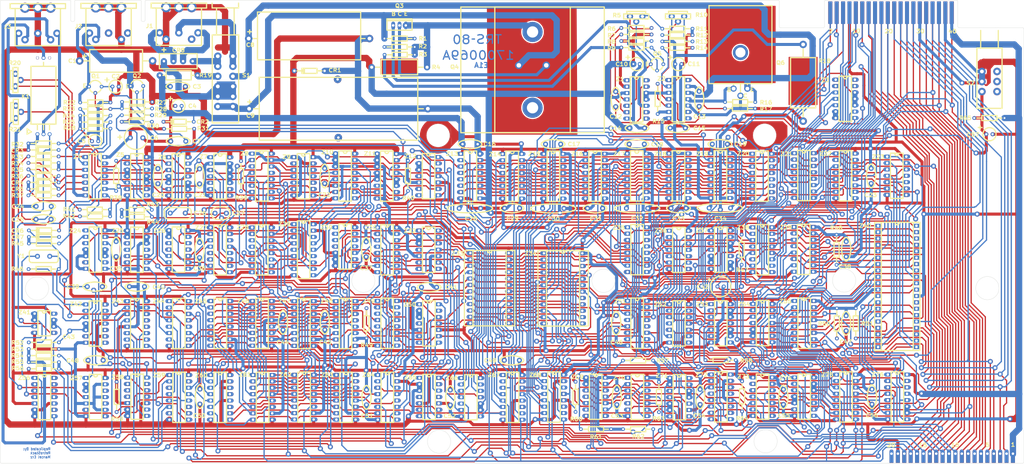
<source format=kicad_pcb>
(kicad_pcb (version 20240108) (generator "pcbnew") (generator_version "8.0")
  (title_block (title "TRS-80 Model I Rev A") (date "2024-11-20") (rev "E1A-A") (company "Marcel Erz"))
  (layers (0 "F.Cu" signal) (31 "B.Cu" signal) (34 "B.Paste" user) (35 "F.Paste" user) (36 "B.SilkS" user "B.Silkscreen") (37 "F.SilkS" user "F.Silkscreen") (38 "B.Mask" user) (39 "F.Mask" user) (44 "Edge.Cuts" user))
  (net 0 "")
  (net 1 "GND")
  (net 2 "Net-(C1-Pad2)")
  (net 3 "Net-(Q1-C)")
  (net 4 "-5V")
  (net 5 "Net-(C5-Pad1)")
  (net 6 "Net-(Z4E-V+)")
  (net 7 "Net-(Q6-E)")
  (net 8 "Net-(Q4-E)")
  (net 9 "+5V")
  (net 10 "+12V")
  (net 11 "Net-(Z1-FC)")
  (net 12 "Net-(Z2-FC)")
  (net 13 "Net-(Z2--)")
  (net 14 "Net-(C20-Pad1)")
  (net 15 "Net-(C20-Pad2)")
  (net 16 "Net-(C21-Pad2)")
  (net 17 "/Cassette Interface/CASSIN")
  (net 18 "Net-(C24-Pad2)")
  (net 19 "Net-(C25-Pad2)")
  (net 20 "Net-(C26-Pad1)")
  (net 21 "Net-(C26-Pad2)")
  (net 22 "Net-(C27-Pad2)")
  (net 23 "Net-(CR7-K)")
  (net 24 "Net-(C42-Pad1)")
  (net 25 "Net-(C43-Pad1)")
  (net 26 "Net-(C43-Pad2)")
  (net 27 "Net-(C57-Pad1)")
  (net 28 "Net-(CR3-A)")
  (net 29 "Net-(CR4-K)")
  (net 30 "Net-(CR4-A)")
  (net 31 "Net-(CR5-A)")
  (net 32 "Net-(CR6-K)")
  (net 33 "Net-(CR6-A)")
  (net 34 "Net-(CR8-+)")
  (net 35 "Net-(CR8-Pad2)")
  (net 36 "Net-(CR8-Pad3)")
  (net 37 "Net-(CR8--)")
  (net 38 "Net-(J3-Pad1)")
  (net 39 "Net-(J3-Pad3)")
  (net 40 "Net-(J1-Pad2)")
  (net 44 "Net-(Q1-E)")
  (net 45 "/Cassette Interface/CASSOUT")
  (net 46 "/Address Decoder/~{RAS}")
  (net 47 "/CPU/~{SYSRES}")
  (net 48 "/CPU Gating/~{CAS}")
  (net 49 "/A10")
  (net 50 "/A13")
  (net 51 "/A15")
  (net 52 "/A11")
  (net 53 "/A14")
  (net 54 "/CPU Gating/~{OUT}")
  (net 55 "/CPU Gating/~{WR}")
  (net 56 "/CPU/~{INTAK}")
  (net 57 "/Address Decoder/~{RD}")
  (net 58 "/CPU Gating/MUX")
  (net 59 "/D4")
  (net 60 "/CPU Gating/~{IN}")
  (net 61 "/D7")
  (net 62 "/CPU/~{INT}")
  (net 63 "/D1")
  (net 64 "/CPU Gating/~{TEST}")
  (net 65 "/D6")
  (net 66 "/A0")
  (net 67 "/D3")
  (net 68 "/A1")
  (net 69 "/D5")
  (net 70 "/D0")
  (net 71 "/A4")
  (net 72 "/D2")
  (net 73 "/CPU/~{WAIT}")
  (net 74 "/A3")
  (net 75 "/A7")
  (net 76 "/A2")
  (net 77 "/Address Decoder/~{KYBD}")
  (net 79 "Net-(Q1-B)")
  (net 80 "Net-(Q2-C)")
  (net 81 "Net-(Q2-B)")
  (net 82 "Net-(Q3-B)")
  (net 83 "Net-(Q3-C)")
  (net 84 "Net-(Q3-E)")
  (net 85 "Net-(Q5-B)")
  (net 86 "Net-(Q5-E)")
  (net 87 "Net-(Q5-C)")
  (net 88 "Net-(Q6-C)")
  (net 89 "Net-(Q6-B)")
  (net 90 "Net-(Z1-ILIM)")
  (net 91 "Net-(R5-Pad1)")
  (net 92 "Net-(R11-Pad1)")
  (net 93 "Net-(Z1-VREF)")
  (net 94 "Net-(R10-Pad1)")
  (net 95 "Net-(R10-Pad3)")
  (net 96 "Net-(Z2-ILIM)")
  (net 97 "Net-(Z2-VREF)")
  (net 98 "Net-(Z2-+)")
  (net 100 "Net-(R21-Pad1)")
  (net 102 "Net-(Z41B-2Y)")
  (net 103 "Net-(Z4B-+)")
  (net 104 "Net-(Z4A-+)")
  (net 105 "Net-(Z4C-+)")
  (net 106 "/Video/Video Mixer/SYNC")
  (net 107 "Net-(Z4B--)")
  (net 108 "Net-(Z4A--)")
  (net 109 "Net-(Z4D-+)")
  (net 110 "Net-(Z7A-~{R})")
  (net 111 "Net-(Z10-Clr)")
  (net 112 "Net-(Z4C--)")
  (net 113 "Net-(Z4D--)")
  (net 114 "Net-(R46-Pad2)")
  (net 115 "Net-(Z21-Q3b)")
  (net 116 "Net-(Z49-I1b)")
  (net 117 "Net-(R52-Pad1)")
  (net 118 "Net-(Z59-Q0)")
  (net 119 "Net-(Z59-~{Q1})")
  (net 120 "Net-(Z59-~{Mr})")
  (net 121 "Net-(Z13-~{RAS})")
  (net 122 "/Address Decoder/~{RAM}")
  (net 123 "/CPU/ZCLK")
  (net 124 "/CPU/HI")
  (net 136 "Net-(Z21-Q1a)")
  (net 137 "Net-(Z21-Q2a)")
  (net 138 "Net-(Z21-Q3a)")
  (net 139 "Net-(Z21-Q1b)")
  (net 140 "Net-(Z24-Pad9)")
  (net 141 "Net-(Z5-Pad12)")
  (net 142 "Net-(Z5-Pad6)")
  (net 143 "Net-(Z5-Pad10)")
  (net 144 "Net-(Z6-Pad1)")
  (net 145 "Net-(Z1--)")
  (net 146 "Net-(Z6-Pad10)")
  (net 147 "/Video/Video Counter/HDRV")
  (net 148 "/Video/Video Counter/~{LATCH}")
  (net 149 "/Address Decoder/~{VID}")
  (net 151 "/Video/Video Latch/~{VCLR}")
  (net 154 "/Video/Video Counter/L3")
  (net 156 "/Video/Video Generator/LB4")
  (net 157 "/Video/Video Generator/LB2")
  (net 158 "/Video/Video Generator/LB0")
  (net 159 "Net-(Z11-F)")
  (net 160 "Net-(Z11-C)")
  (net 161 "/Video/Video Generator/LB1")
  (net 162 "/Video/Video Generator/LB3")
  (net 163 "/Video/Video Generator/LB5")
  (net 165 "/Video/Video Counter/L2")
  (net 167 "Net-(Z26-Pad13)")
  (net 169 "Net-(Z10-Clk)")
  (net 170 "/Video/Video Counter/SHIFT")
  (net 173 "Net-(Z10-C)")
  (net 174 "Net-(Z10-D)")
  (net 175 "Net-(Z10-E)")
  (net 176 "Net-(Z10-F)")
  (net 177 "Net-(Z10-G)")
  (net 178 "Net-(Z10-Qh)")
  (net 179 "Net-(Z10-PE)")
  (net 180 "Net-(Z11-Qh)")
  (net 181 "Net-(Z11-PE)")
  (net 182 "/Video/Video Counter/L0")
  (net 183 "Net-(Z12-R0(1))")
  (net 184 "/Video/Video Counter/L1")
  (net 185 "Net-(Z13-A0)")
  (net 186 "Net-(Z13-A2)")
  (net 187 "Net-(Z13-A1)")
  (net 188 "Net-(Z13-A5)")
  (net 189 "Net-(Z13-A4)")
  (net 190 "Net-(Z13-A3)")
  (net 191 "Net-(Z13-A6)")
  (net 192 "Net-(Z21-Ea2)")
  (net 193 "Net-(Z22-Pad1)")
  (net 194 "/CPU Gating/~{ZOUT}")
  (net 195 "/CPU Gating/~{ZWR}")
  (net 196 "/CPU Gating/~{ZRD}")
  (net 197 "/CPU Gating/~{ZIN}")
  (net 198 "/CPU Gating/ZA2")
  (net 199 "/CPU Gating/ZA3")
  (net 200 "Net-(Z40-~{WR})")
  (net 201 "Net-(Z40-~{IORQ})")
  (net 202 "/CPU Gating/~{ZRAS}")
  (net 203 "Net-(Z40-~{RD})")
  (net 204 "Net-(Z58-CP1..3)")
  (net 205 "Net-(Z43-I0c)")
  (net 207 "Net-(Z24-Pad12)")
  (net 208 "Net-(Z24-Pad10)")
  (net 209 "/Cassette Interface/~{OUTSIG}")
  (net 211 "Net-(Z25-Pad10)")
  (net 212 "/Cassette Interface/~{INSIG}")
  (net 214 "/Video/Video Generator/~{BLANK}")
  (net 215 "/Video/Video Generator/GRAPHICS")
  (net 216 "/Video/Video Generator/~{GRAPHICS}")
  (net 217 "/Video/Video Generator/~{CHARGAP}")
  (net 218 "Net-(Z27-D0)")
  (net 219 "Net-(Z27-D1)")
  (net 222 "/Video/Video Latch/VD6")
  (net 224 "/Video/Video Generator/LB6")
  (net 225 "/Video/Video Latch/VD2")
  (net 226 "/Video/Video Latch/VD4")
  (net 227 "/Video/Video Latch/VD3")
  (net 228 "/Video/Video Latch/VD5")
  (net 229 "/Video/Video Latch/VD1")
  (net 230 "/Video/Video Latch/VD0")
  (net 231 "/Video/Video Generator/PIXEL")
  (net 233 "/Video/Video Latch/VD7")
  (net 234 "/Video/Video Access Multiplexer/R2")
  (net 235 "/Video/Video Access Multiplexer/VA8")
  (net 236 "/Video/Video Access Multiplexer/R3")
  (net 237 "/Video/Video Access Multiplexer/VA9")
  (net 238 "/Video/Video Access Multiplexer/VA6")
  (net 239 "/Video/Video Access Multiplexer/R0")
  (net 240 "/Video/Video Access Multiplexer/VA7")
  (net 241 "/Video/Video Access Multiplexer/R1")
  (net 242 "Net-(Z32-R0(1))")
  (net 243 "Net-(Z35-I1a)")
  (net 244 "Net-(Z36-Pad1)")
  (net 245 "Net-(Z36-Pad2)")
  (net 246 "Net-(Z36-Pad5)")
  (net 247 "Net-(Z36-Pad10)")
  (net 248 "Net-(Z36-Pad9)")
  (net 249 "Net-(Z37-Pad2)")
  (net 250 "Net-(Z37-Pad11)")
  (net 252 "Net-(Z40-~{NMI})")
  (net 253 "/CPU Gating/ZA10")
  (net 254 "/CPU Gating/ZA12")
  (net 255 "/CPU Gating/ZA13")
  (net 256 "/CPU Gating/ZA15")
  (net 257 "/CPU Gating/ZA14")
  (net 258 "/CPU Gating/ZA6")
  (net 259 "/CPU Gating/ZA4")
  (net 260 "/CPU Gating/ZA5")
  (net 261 "/CPU Gating/ZA7")
  (net 262 "/CPU Gating/ZA9")
  (net 263 "/CPU Gating/ZD4")
  (net 264 "/CPU Gating/ZD3")
  (net 265 "/CPU Gating/ZD5")
  (net 266 "/CPU Gating/ZD6")
  (net 267 "/CPU Gating/ZD2")
  (net 268 "/CPU Gating/ZD7")
  (net 269 "/CPU Gating/ZD0")
  (net 270 "/CPU Gating/ZD1")
  (net 271 "Net-(Z40-~{HALT})")
  (net 273 "Net-(Z40-~{RESET})")
  (net 274 "Net-(Z40-~{M1})")
  (net 276 "/CPU Gating/ZA0")
  (net 277 "/CPU Gating/ZA1")
  (net 278 "Net-(Z41A-1A)")
  (net 279 "/CPU/CLK")
  (net 281 "/Cassette Interface/MODESEL")
  (net 282 "Net-(Z43-I0a)")
  (net 283 "Net-(Z43-I1b)")
  (net 284 "/Video/Video Access Multiplexer/C0")
  (net 285 "Net-(Z43-Zc)")
  (net 289 "/Video/Video Access Multiplexer/~{VRD}")
  (net 290 "/Video/Video Access Multiplexer/VA5")
  (net 291 "/Video/Video Access Multiplexer/~{VWR}")
  (net 292 "/Video/Video Access Multiplexer/VA1")
  (net 293 "/Video/Video Access Multiplexer/VA2")
  (net 294 "/Video/Video Access Multiplexer/VA3")
  (net 295 "/Video/Video Access Multiplexer/VA4")
  (net 296 "/Video/Video Access Multiplexer/VA0")
  (net 297 "/Video/Video Access Multiplexer/C5")
  (net 298 "/Video/Video Access Multiplexer/C4")
  (net 299 "/Video/Video Access Multiplexer/C3")
  (net 300 "Net-(Z50-R0(1))")
  (net 301 "/Video/Video Access Multiplexer/C2")
  (net 302 "Net-(Z51-Zc)")
  (net 305 "Net-(Z52-Pad12)")
  (net 306 "/CPU Gating/~{DBOUT}")
  (net 307 "/CPU Gating/~{DBIN}")
  (net 308 "Net-(Z56-Q3)")
  (net 313 "Net-(Z57-Pad2)")
  (net 314 "/A8")
  (net 322 "/Video/Video Access Multiplexer/C1")
  (net 324 "/Address Decoder/~{MEM}")
  (net 326 "Net-(Z67-Pad15)")
  (net 327 "/CPU/MREQ")
  (net 328 "Net-(Z69A-Q)")
  (net 331 "/CPU Gating/ZMUX")
  (net 333 "/CPU Gating/~{ZCAS}")
  (net 334 "Net-(Z70B-D)")
  (net 338 "/A9")
  (net 339 "/A5")
  (net 340 "/A6")
  (net 341 "/A12")
  (net 342 "Net-(Z6-Pad4)")
  (net 343 "/RAM-ROM Interface/ROMD7")
  (net 344 "/RAM-ROM Interface/ROMD6")
  (net 347 "Net-(Z13-~{CAS})")
  (net 348 "/RAM-ROM Interface/ROMD4")
  (net 349 "/CPU Gating/ZA11")
  (net 350 "/CPU Gating/ZA8")
  (net 352 "/RAM-ROM Interface/ROMD1")
  (net 353 "/RAM-ROM Interface/ROMD0")
  (net 354 "/RAM-ROM Interface/ROMD2")
  (net 355 "/RAM-ROM Interface/ROMD3")
  (net 356 "/RAM-ROM Interface/ROMD5")
  (net 357 "/Video/Video Counter/VDRV")
  (net 358 "/Address Decoder/~{ROM}")
  (net 365 "Net-(Z74-Pad2)")
  (net 369 "Net-(Z21-Q2b)")
  (net 376 "Net-(R20-Pad2)")
  (footprint "RetroStackLibrary:TRS80_Model_I_DIP16" (layer "F.Cu") (at 71.64 203.01 -90)
    (property "Reference" "Z60")
    (property "Value" "74LS367")
  )
  (footprint "RetroStackLibrary:TRS80_Model_I_R_0.25W" (layer "F.Cu") (at 38.61 85.5)
    (property "Reference" "R27")
    (property "Value" "330")
  )
  (footprint "RetroStackLibrary:TRS80_Model_I_R_0.25W" (layer "F.Cu") (at 142.88 63.63)
    (property "Reference" "R2")
    (property "Value" "2.7k")
  )
  (footprint "RetroStackLibrary:TRS80_Model_I_C_Disc_9.5L_4W_6P_Small" (layer "F.Cu") (at 330.6 202.76 -90)
    (property "Reference" "C56")
    (property "Value" "0.1uF 12V")
  )
  (footprint "RetroStackLibrary:TRS80_Model_I_C_Disc_9.5L_4W_6P_Small" (layer "F.Cu") (at 46.88 115.04 -90)
    (property "Reference" "C20")
    (property "Value" "330pF")
  )
  (footprint "RetroStackLibrary:TRS80_Model_I_DIP14" (layer "F.Cu") (at 21.9 115.05 -90)
    (property "Reference" "Z4")
    (property "Value" "LM3900")
  )
  (footprint "RetroStackLibrary:TRS80_Model_I_R_0.25W" (layer "F.Cu") (at 245.95 202.88 -90)
    (property "Reference" "R63")
    (property "Value" "4.7k")
  )
  (footprint "RetroStackLibrary:TRS80_Model_I_R_0.25W" (layer "F.Cu") (at 1.55 186.395 180)
    (property "Reference" "R54")
    (property "Value" "7.5k")
  )
  (footprint "RetroStackLibrary:TRS80_Model_I_DIP16" (layer "F.Cu") (at 137.8 115.02 -90)
    (property "Reference" "Z11")
    (property "Value" "74LS166")
  )
  (footprint "RetroStackLibrary:TRS80_Model_I_DIP16" (layer "F.Cu") (at 88.24 173.58 -90)
    (property "Reference" "Z46")
    (property "Value" "2102")
  )
  (footprint "RetroStackLibrary:TRS80_Model_I_C_Disc_18.5L_4W_8.5P_Large" (layer "F.Cu") (at 170.84 127.81)
    (property "Reference" "C28")
    (property "Value" "0.1uF 25V")
  )
  (footprint "RetroStackLibrary:TRS80_Model_I_C_Disc_9.5L_4W_6P_Small" (layer "F.Cu") (at 237.1316 102.28)
    (property "Reference" "C18")
    (property "Value" "0.1uF 12V")
  )
  (footprint "RetroStackLibrary:TRS80_Model_I_DIP14" (layer "F.Cu") (at 22.06 173.66 -90)
    (property "Reference" "Z42")
    (property "Value" "74LS04")
  )
  (footprint "RetroStackLibrary:TRS80_Model_I_D" (layer "F.Cu") (at 107.09 73.14)
    (property "Reference" "CR1")
    (property "Value" "1N4735")
  )
  (footprint "RetroStackLibrary:TRS80_Model_I_R_0.25W" (layer "F.Cu") (at 129.74 173.52 90)
    (property "Reference" "R49")
    (property "Value" "4.7k")
  )
  (footprint "RetroStackLibrary:TRS80_Model_I_C_Disc_9.5L_4W_6P_Small" (layer "F.Cu") (at 228.77 84.39 -90)
    (property "Reference" "C12")
    (property "Value" "470pF")
  )
  (footprint "RetroStackLibrary:TRS80_Model_I_C_Disc_9.5L_4W_6P_Small" (layer "F.Cu") (at 228.97 173.47 -90)
    (property "Reference" "C46")
    (property "Value" "0.1uF 12V")
  )
  (footprint "RetroStackLibrary:TRS80_Model_I_DIP14" (layer "F.Cu") (at 104.72 115.07 -90)
    (property "Reference" "Z9")
    (property "Value" "74LS04")
  )
  (footprint "RetroStackLibrary:TRS80_Model_I_DIP16" (layer "F.Cu") (at 303.46 144.14 -90)
    (property "Reference" "Z39")
    (property "Value" "74LS367")
  )
  (footprint "RetroStackLibrary:TRS80_Model_I_R_0.25W" (layer "F.Cu") (at 1.6 141.815)
    (property "Reference" "R45")
    (property "Value" "470k")
  )
  (footprint "RetroStackLibrary:TRS80_Model_I_C_Disc_9.5L_4W_6P_Small" (layer "F.Cu") (at 187.59 127.76 180)
    (property "Reference" "C29")
    (property "Value" "0.1uF 12V")
  )
  (footprint "RetroStackLibrary:TRS80_Model_I_R_0.25W" (layer "F.Cu") (at 220.94 215.67)
    (property "Reference" "R61")
    (property "Value" "4.7k")
  )
  (footprint "RetroStackLibrary:TRS80_Model_I_DIP16" (layer "F.Cu") (at 187.64 115.06 -90)
    (property "Reference" "Z14")
    (property "Value" "4116")
  )
  (footprint "RetroStackLibrary:TRS80_Model_I_C_Disc_9.5L_4W_6P_Small" (layer "F.Cu") (at 30.27 144.03 -90)
    (property "Reference" "C35")
    (property "Value" "0.1uF 12V")
  )
  (footprint "RetroStackLibrary:TRS80_Model_I_DIP14" (layer "F.Cu") (at 253.69 84.41 -90)
    (property "Reference" "Z2")
    (property "Value" "LM723C")
  )
  (footprint "RetroStackLibrary:TRS80_Model_I_DIP16" (layer "F.Cu") (at 320.29 202.86 -90)
    (property "Reference" "Z75")
    (property "Value" "74LS367")
  )
  (footprint "RetroStackLibrary:TRS80_Model_I_D" (layer "F.Cu") (at 1.6 136.605)
    (property "Reference" "CR6")
    (property "Value" "1N4148")
  )
  (footprint "RetroStackLibrary:TRS80_Model_I_DIP16" (layer "F.Cu") (at 137.98 173.54 -90)
    (property "Reference" "Z49")
    (property "Value" "74LS157")
  )
  (footprint "RetroStackLibrary:TRS80_Model_I_DIP14" (layer "F.Cu") (at 254.09 202.96 -90)
    (property "Reference" "Z71")
    (property "Value" "~")
  )
  (footprint "RetroStackLibrary:TRS80_Model_I_C_Disc_9.5L_4W_6P_Small" (layer "F.Cu") (at 320.32 173.55 -90)
    (property "Reference" "C47")
    (property "Value" "0.1uF 12V")
  )
  (footprint "RetroStackLibrary:TRS80_Model_I_DIP16" (layer "F.Cu") (at 121.6 202.98 -90)
    (property "Reference" "Z63")
    (property "Value" "2102")
  )
  (footprint "RetroStackLibrary:TRS80_Model_I_C_Disc_9.5L_4W_6P_Small" (layer "F.Cu") (at 129.74 202.99 -90)
    (property "Reference" "C51")
    (property "Value" "0.1uF 12V")
  )
  (footprint "RetroStackLibrary:TRS80_Model_I_C_Pol_Axial_21L_9W_29P" (layer "F.Cu") (at 30.26 69.17)
    (property "Reference" "C1")
    (property "Value" "220uF 16V")
  )
  (footprint "RetroStackLibrary:TRS80_Model_I_DIN5" (layer "F.Cu") (at 27.27 54.7985 180)
    (property "Reference" "J2")
    (property "Value" "Front View")
  )
  (footprint "RetroStackLibrary:TRS80_Model_I_DIP16" (layer "F.Cu") (at 340.71 202.84 -90)
    (property "Reference" "Z76")
    (property "Value" "74LS367")
  )
  (footprint "RetroStackLibrary:TRS80_Model_I_R_0.25W" (layer "F.Cu") (at 278.81 144.26 -90)
    (property "Reference" "R47")
    (property "Value" "10k")
  )
  (footprint "RetroStackLibrary:TRS80_Model_I_C_Disc_9.5L_4W_6P_Small" (layer "F.Cu") (at 96.58 173.18 90)
    (property "Reference" "C44")
    (property "Value" "0.1uF 12V")
  )
  (footprint "RetroStackLibrary:TRS80_Model_I_Q_Circle_EBC" (layer "F.Cu") (at 22 79.42)
    (property "Reference" "Q1")
    (property "Value" "2N3904")
  )
  (footprint "RetroStackLibrary:TRS80_Model_I_R_0.25W" (layer "F.Cu") (at 377.25 91.9 180)
    (property "Reference" "R65")
    (property "Value" "10k")
  )
  (footprint "RetroStackLibrary:TRS80_Model_I_R_0.25W" (layer "F.Cu") (at 1.48 151.99)
    (property "Reference" "R46")
    (property "Value" "910")
  )
  (footprint "RetroStackLibrary:TRS80_Model_I_D" (layer "F.Cu") (at 1.6 139.21)
    (property "Reference" "CR7")
    (property "Value" "1N4148")
  )
  (footprint "RetroStackLibrary:TRS80_Model_I_D" (layer "F.Cu") (at 1.42 104.60125)
    (property "Reference" "CR3")
    (property "Value" "1N4148")
  )
  (footprint "RetroStackLibrary:TRS80_Model_I_DIP14" (layer "F.Cu") (at 340.44 114.87 -90)
    (property "Reference" "Z23")
    (property "Value" "74LS32")
  )
  (footprint "RetroStackLibrary:TRS80_Model_I_R_0.25W" (layer "F.Cu") (at 270.46 188.21 180)
    (property "Reference" "R58")
    (property "Value" "4.7k")
  )
  (footprint "RetroStackLibrary:TRS80_Model_I_R_0.25W" (layer "F.Cu") (at 21.8 128.33)
    (property "Reference" "R41")
    (property "Value" "470k")
  )
  (footprint "RetroStackLibrary:TRS80_Model_I_R_0.25W" (layer "F.Cu") (at 237 61.275 180)
    (property "Reference" "R8")
    (property "Value" "100k")
  )
  (footprint "RetroStackLibrary:TRS80_Model_I_R_0.25W" (layer "F.Cu") (at 278.99 202.6 -90)
    (property "Reference" "R64")
    (property "Value" "330")
  )
  (footprint "RetroStackLibrary:TRS80_Model_I_R_0.25W" (layer "F.Cu") (at 1.42 102.02 180)
    (property "Reference" "R32")
    (property "Value" "10k")
  )
  (footprint "RetroStackLibrary:TRS80_Model_I_C_Pol_Radial_5D_2.5P" (layer "F.Cu") (at 377.28 98.34)
    (property "Reference" "C57")
    (property "Value" "10uF 16V")
  )
  (footprint "RetroStackLibrary:TRS80_Model_I_R_2W" (layer "F.Cu") (at 142.81 71.69 180)
    (property "Reference" "R4")
    (property "Value" "0.33")
  )
  (footprint "RetroStackLibrary:TRS80_Model_I_C_Disc_9.5L_4W_6P_Small" (layer "F.Cu") (at 187.49 188.26 180)
    (property "Reference" "C49")
    (property "Value" "0.1uF 12V")
  )
  (footprint "RetroStackLibrary:TRS80_Model_I_DIP14" (layer "F.Cu") (at 253.85 144.33 -90)
    (property "Reference" "Z36")
    (property "Value" "74LS32")
  )
  (footprint "RetroStackLibrary:TRS80_Model_I_C_Disc_9.5L_4W_6P_Small" (layer "F.Cu") (at 54.95 101.13 180)
    (property "Reference" "C7")
    (property "Value" "0.01uF 24V")
  )
  (footprint "RetroStackLibrary:TRS80_Model_I_R_0.25W" (layer "F.Cu") (at 278.17 88.13 180)
    (property "Reference" "R17")
    (property "Value" "2k")
  )
  (footprint "RetroStackLibrary:TRS80_Model_I_C_Disc_9.5L_4W_6P_Small" (layer "F.Cu") (at 330.29 114.93 -90)
    (property "Reference" "C23")
    (property "Value" "0.1uF 12V")
  )
  (footprint "RetroStackLibrary:TRS80_Model_I_DIP14" (layer "F.Cu") (at 55.05 144.23 -90)
    (property "Reference" "Z26")
    (property "Value" "74LS20")
  )
  (footprint "RetroStackLibrary:TRS80_Model_I_DIP16" (layer "F.Cu") (at 286.89 115.01 -90)
    (property "Reference" "Z20")
    (property "Value" "4116")
  )
  (footprint "RetroStackLibrary:TRS80_Model_I_C_Pol_Radial_10D_5P" (layer "F.Cu") (at 38.48 99.77 180)
    (property "Reference" "C6")
    (property "Value" "100uF 16V")
  )
  (footprint "RetroStackLibrary:TRS80_Model_I_DIP14" (layer "F.Cu") (at 237.04 84.5 -90)
    (property "Reference" "Z1")
    (property "Value" "LM723C")
  )
  (footprint "RetroStackLibrary:TRS80_Model_I_C_Disc_9.5L_4W_6P_Small" (layer "F.Cu") (at 262.32 202.85 -90)
    (property "Reference" "C54")
    (property "Value" "0.1uF 12V")
  )
  (footprint "RetroStackLibrary:TRS80_Model_I_C_Pol_Radial_5D_2.5P" (layer "F.Cu") (at 237.05 70.42)
    (property "Reference" "C10")
    (property "Value" "10uF 16V")
  )
  (footprint "RetroStackLibrary:TRS80_Model_I_C_Disc_9.5L_4W_6P_Small" (layer "F.Cu") (at 163.04 203.07 -90)
    (property "Reference" "C52")
    (property "Value" "0.1uF 12V")
  )
  (footprint "RetroStackLibrary:TRS80_Model_I_DIP14" (layer "F.Cu") (at 22.03 144.23 -90)
    (property "Reference" "Z24")
    (property "Value" "74LS132")
  )
  (footprint "RetroStackLibrary:TRS80_Model_I_DIP16" (layer "F.Cu") (at 237.29 144.25 -90)
    (property "Reference" "Z35")
    (property "Value" "74LS157")
  )
  (footprint "RetroStackLibrary:TRS80_Model_I_DIP14" (layer "F.Cu") (at 171.22 202.96 -90)
    (property "Reference" "Z66")
    (property "Value" "74LS11")
  )
  (footprint "RetroStackLibrary:TRS80_Model_I_R_Pot" (layer "F.Cu") (at -9.59 89.45 90)
    (property "Reference" "R21")
    (property "Value" "100k")
  )
  (footprint "RetroStackLibrary:TRS80_Model_I_R_0.25W" (layer "F.Cu") (at 237 58.675 180)
    (property "Reference" "R7")
    (property "Value" "1.2k")
  )
  (footprint "RetroStackLibrary:TRS80_Model_I_R_0.25W" (layer "F.Cu") (at 22 96.12)
    (property "Reference" "R26" (hide yes))
    (property "Value" "1M")
  )
  (footprint "RetroStackLibrary:TRS80_Model_I_R_0.25W" (layer "F.Cu") (at 22 85.7)
    (property "Reference" "R22")
    (property "Value" "75")
  )
  (footprint "RetroStackLibrary:TRS80_Model_I_DIP14" (layer "F.Cu") (at 38.51 144.29 -90)
    (property "Reference" "Z25")
    (property "Value" "74LS32")
  )
  (footprint "RetroStackLibrary:TRS80_Model_I_R_0.25W" (layer "F.Cu") (at 1.42 112.345)
    (property "Reference" "R35")
    (property "Value" "470k")
  )
  (footprint "RetroStackLibrary:TRS80_Model_I_R_0.25W" (layer "F.Cu") (at 245.44 84.28 90)
    (property "Reference" "R15")
    (property "Value" "1.5k")
  )
  (footprint "RetroStackLibrary:TRS80_Model_I_DIP24" (layer "F.Cu") (at 178.65 159.57 -90)
    (property "Reference" "Z33")
    (property "Value" "2332_20L_21L")
  )
  (footprint "RetroStackLibrary:TRS80_Model_I_DIP16" (layer "F.Cu") (at 253.71 114.9 -90)
    (property "Reference" "Z18")
    (property "Value" "4116")
  )
  (footprint "RetroStackLibrary:TRS80_Model_I_DIP14" (layer "F.Cu") (at 22.1 202.9 -90)
    (property "Reference" "Z57")
    (property "Value" "74C04")
  )
  (footprint "RetroStackLibrary:TRS80_Model_I_C_Disc_9.5L_4W_6P_Small" (layer "F.Cu") (at 11.84 173.59 -90)
    (property "Reference" "C43")
    (property "Value" "47pF")
  )
  (footprint "RetroStackLibrary:TRS80_Model_I_D" (layer "F.Cu") (at 55.09 93.38)
    (property "Reference" "CR2")
    (property "Value" "1N5231")
  )
  (footprint "RetroStackLibrary:TRS80_Model_I_DIP16" (layer "F.Cu") (at 71.58 144.34 -90)
    (property "Reference" "Z27")
    (property "Value" "74LS175")
  )
  (footprint "RetroStackLibrary:TRS80_Model_I_R_0.25W" (layer "F.Cu") (at 55.28 96.18)
    (property "Reference" "R31")
    (property "Value" "10")
  )
  (footprint "RetroStackLibrary:TRS80_Model_I_R_0.25W" (layer "F.Cu") (at 142.93 66.74 180)
    (property "Reference" "R3")
    (property "Value" "750")
  )
  (footprint "RetroStackLibrary:TRS80_Model_I_R_0.25W" (layer "F.Cu") (at 1.42 107.1825)
    (property "Reference" "R33")
    (property "Value" "360k")
  )
  (footprint "RetroStackLibrary:TRS80_Model_I_DIP14" (layer "F.Cu") (at 270.52 144.26 -90)
    (property "Reference" "Z37")
    (property "Value" "74LS02")
  )
  (footprint "RetroStackLibrary:TRS80_Model_I_R_0.25W" (layer "F.Cu") (at 30.29 114.9 90)
    (property "Reference" "R38")
    (property "Value" "470k")
  )
  (footprint "RetroStackLibrary:TRS80_Model_I_DIP14" (layer "F.Cu") (at 237.4 202.84 -90)
    (property "Reference" "Z70")
    (property "Value" "74LS74")
  )
  (footprint "RetroStackLibrary:TRS80_Model_I_C_Disc_9.5L_4W_6P_Small" (layer "F.Cu") (at 253.73 127.76 180)
    (property "Reference" "C33")
    (property "Value" "0.1uF 12V")
  )
  (footprint "RetroStackLibrary:TRS80_Model_I_C_Pol_Radial_5D_2.5P" (layer "F.Cu") (at 30.06 79.38)
    (property "Reference" "C2")
    (property "Value" "10uF 16V")
  )
  (footprint "RetroStackLibrary:TRS80_Model_I_DIP14" (layer "F.Cu") (at 220.82 202.77 -90)
    (property "Reference" "Z69")
    (property "Value" "74LS74")
  )
  (footprint "RetroStackLibrary:TRS80_Model_I_C_Disc_9.5L_4W_6P_Small" (layer "F.Cu") (at 253.43 95.86)
    (property "Reference" "C15")
    (property "Value" "0.01uF 24V")
  )
  (footprint "RetroStackLibrary:TRS80_Model_I_C_Pol_Radial_5D_2.5P" (layer "F.Cu") (at 55.03 87.08)
    (property "Reference" "C4")
    (property "Value" "10uF 16V")
  )
  (footprint "RetroStackLibrary:TRS80_Model_I_R_0.25W" (layer "F.Cu") (at 212.81 202.81 -90)
    (property "Reference" "R60")
    (property "Value" "4.7k")
  )
  (footprint "RetroStackLibrary:TRS80_Model_I_C_Pol_Axial_63L_25W_71P" (layer "F.Cu") (at 118.62 88.21)
    (property "Reference" "C9")
    (property "Value" "10000uF 16V")
  )
  (footprint "RetroStackLibrary:TRS80_Model_I_R_0.25W" (layer "F.Cu") (at 1.55 191.64 180)
    (property "Reference" "R56")
    (property "Value" "220k")
  )
  (footprint "RetroStackLibrary:TRS80_Model_I_R_0.25W" (layer "F.Cu") (at 253.28 63.97)
    (property "Reference" "R14")
    (property "Value" "12k")
  )
  (footprint "RetroStackLibrary:TRS80_Model_I_DIP40" (layer "F.Cu") (at 340.65 158.88 -90)
    (property "Reference" "Z40")
    (property "Value" "Z80CPU")
  )
  (footprint "RetroStackLibrary:TRS80_Model_I_DIP16" (layer "F.Cu") (at 88.12 114.96 -90)
    (property "Reference" "Z8")
    (property "Value" "74LS153")
  )
  (footprint "RetroStackLibrary:TRS80_Model_I_C_Disc_9.5L_4W_6P_Small" (layer "F.Cu") (at 237.24 95.89)
    (property "Reference" "C14")
    (property "Value" "0.01uF 24V")
  )
  (footprint "RetroStackLibrary:TRS80_Model_I_Keyboard_Connector" (layer "F.Cu") (at 362.48 220.31)
    (property "Reference" "J100" (hide yes))
    (property "Value" "Connection Mainboard Side")
  )
  (footprint "RetroStackLibrary:TRS80_Model_I_DIP16" (layer "F.Cu") (at 55.25 203 -90)
    (property "Reference" "Z59")
    (property "Value" "74LS175")
  )
  (footprint "RetroStackLibrary:TRS80_Model_I_C_Disc_18.5L_4W_8.5P_Large" (layer "F.Cu") (at 203.98 127.86)
    (property "Reference" "C30")
    (property "Value" "0.1uF 25V")
  )
  (footprint "RetroStackLibrary:TRS80_Model_I_R_0.25W" (layer "F.Cu") (at 316.53 144.3 90)
    (property "Reference" "R48")
    (property "Value" "4.7k")
  )
  (footprint "RetroStackLibrary:TRS80_Model_I_DIP14" (layer "F.Cu") (at 38.51 115.05 -90)
    (property "Reference" "Z5")
    (property "Value" "74C00")
  )
  (footprint "RetroStackLibrary:TRS80_Model_I_R_0.25W" (layer "F.Cu") (at 38.54 90.78)
    (property "Reference" "R29")
    (property "Value" "1.8k")
  )
  (footprint "RetroStackLibrary:TRS80_Model_I_C_Disc_9.5L_4W_6P_Small" (layer "F.Cu") (at 54.79 79.36)
    (property "Reference" "C3")
    (property "Value" "0.01uF 24V")
  )
  (footprint "RetroStackLibrary:TRS80_Model_I_D_Bridge" (layer "F.Cu") (at 54.965 69.29)
    (property "Reference" "CR8")
    (property "Value" "MDA202")
  )
  (footprint "RetroStackLibrary:TRS80_Model_I_R_0.25W" (layer "F.Cu") (at 1.55 181.15)
    (property "Reference" "R52")
    (property "Value" "910")
  )
  (footprint "RetroStackLibrary:TRS80_Model_I_DIP16" (layer "F.Cu") (at 104.95 202.94 -90)
    (property "Reference" "Z62")
    (property "Value" "2102")
  )
  (footprint "RetroStackLibrary:TRS80_Model_I_Q_Heatsink_Large_BEC" (layer "F.Cu") (at 195.73 72.735)
    (property "Reference" "Q4")
    (property "Value" "2N6594")
  )
  (footprint "RetroStackLibrary:TRS80_Model_I_DIP14" (layer "F.Cu") (at 270.52 173.55 -90)
    (property "Reference" "Z53")
    (property "Value" "74LS132")
  )
  (footprint "RetroStackLibrary:TRS80_Model_I_DIP16" (layer "F.Cu") (at 303.57 114.78 -90)
    (property "Reference" "Z21")
    (property "Value" "74LS156")
  )
  (footprint "RetroStackLibrary:TRS80_Model_I_R_0.25W" (layer "F.Cu") (at 22 90.91)
    (property "Reference" "R24")
    (property "Value" "680k")
  )
  (footprint "RetroStackLibrary:TRS80_Model_I_C_Disc_9.5L_4W_6P_Small" (layer "F.Cu") (at 270.15 102.28)
    (property "Reference" "C19")
    (property "Value" "0.1uF 12V")
  )
  (footprint "RetroStackLibrary:TRS80_Model_I_DIP16" (layer "F.Cu") (at 138.04 202.99 -90)
    (property "Reference" "Z64")
    (property "Value" "74LS157")
  )
  (footprint "RetroStackLibrary:TRS80_Model_I_DIP16" (layer "F.Cu") (at 137.93 144.34 -90)
    (property "Reference" "Z31")
    (property "Value" "74LS157")
  )
  (footprint "RetroStackLibrary:TRS80_Model_I_DIP16" (layer "F.Cu") (at 320.09 114.9 -90)
    (property "Reference" "Z22")
    (property "Value" "74LS367")
  )
  (footprint "RetroStackLibrary:TRS80_Model_I_C_Disc_18.5L_4W_8.5P_Large" (layer "F.Cu") (at 237.28 127.8)
    (property "Reference" "C32")
    (property "Value" "0.1uF 25V")
  )
  (footprint "RetroStackLibrary:TRS80_Model_I_C_Pol_Radial_6.3D_2.5P" (layer "F.Cu") (at 270.56 158.91)
    (property "Reference" "C42")
    (property "Value" "22uF 16V")
  )
  (footprint "RetroStackLibrary:TRS80_Model_I_DIP16" (layer "F.Cu") (at 303.66 173.54 -90)
    (property "Reference" "Z55")
    (property "Value" "74LS367")
  )
  (footprint "RetroStackLibrary:TRS80_Model_I_R_0.25W" (layer "F.Cu") (at 38.48 93.38)
    (property "Reference" "R30")
    (property "Value" "47")
  )
  (footprint "RetroStackLibrary:TRS80_Model_I_C_Disc_9.5L_4W_6P_Small" (layer "F.Cu") (at 261.93 84.27 -90)
    (property "Reference" "C13")
    (property "Value" "470pF")
  )
  (footprint "RetroStackLibrary:TRS80_Model_I_Q_Box_BCE" (layer "F.Cu") (at 142.86 55.06)
    (property "Reference" "Q3")
    (property "Value" "TIP29A")
  )
  (footprint "RetroStackLibrary:TRS80_Model_I_R_Pot" (layer "F.Cu") (at 253.53 51.46)
    (property "Reference" "R10")
    (property "Value" "1k")
  )
  (footprint "RetroStackLibrary:TRS80_Model_I_C_Disc_9.5L_4W_6P_Small" (layer "F.Cu") (at 63.5508 202.71 -90)
    (property "Reference" "C50")
    (property "Value" "0.1uF 12V")
  )
  (footprint "RetroStackLibrary:TRS80_Model_I_C_Pol_Radial_5D_2.5P" (layer "F.Cu") (at 21.92 101.11)
    (property "Reference" "C5")
    (property "Value" "10uF 16V")
  )
  (footprint "RetroStackLibrary:TRS80_Model_I_DIP16" (layer "F.Cu") (at 38.48 173.66 -90)
    (property "Reference" "Z43")
    (property "Value" "74LS157")
  )
  (footprint "RetroStackLibrary:TRS80_Model_I_DIP14" (layer "F.Cu") (at 38.64 202.77 -90)
    (property "Reference" "Z58")
    (property "Value" "74LS92")
  )
  (footprint "RetroStackLibrary:TRS80_Model_I_R_0.25W" (layer "F.Cu") (at 324.16 173.58 -90)
    (property "Reference" "R51")
    (property "Value" "4.7k")
  )
  (footprint "RetroStackLibrary:TRS80_Model_I_Edge_Connector" (layer "F.Cu") (at 338.165 47.46)
    (property "Reference" "J4" (hide yes))
    (property "Value" "Edge Connector")
  )
  (footprint "RetroStackLibrary:TRS80_Model_I_Relay" (layer "F.Cu") (at 1.42 82.83 90)
    (property "Reference" "K1")
    (property "Value" "Relay_SPST-NO")
  )
  (footprint "RetroStackLibrary:TRS80_Model_I_DIP16" (layer "F.Cu") (at 237.15 114.94 -90)
    (property "Reference" "Z17")
    (property "Value" "4116")
  )
  (footprint "RetroStackLibrary:TRS80_Model_I_R_0.5W" (layer "F.Cu") (at 55.11 74.9)
    (property "Reference" "R19")
    (property "Value" "220")
  )
  (footprint "RetroStackLibrary:TRS80_Model_I_C_Disc_9.5L_4W_6P_Small" (layer "F.Cu") (at 320.36 144.05 -90)
    (property "Reference" "C38")
    (property "Value" "0.1uF 12V")
  )
  (footprint "RetroStackLibrary:TRS80_Model_I_DIP16" (layer "F.Cu") (at 71.69 173.58 -90)
    (property "Reference" "Z45")
    (property "Value" "2102")
  )
  (footprint "RetroStackLibrary:TRS80_Model_I_R_0.25W" (layer "F.Cu") (at 30.47 202.84 -90)
    (property "Reference" "R59")
    (property "Value" "4.7k")
  )
  (footprint "RetroStackLibrary:TRS80_Model_I_DIP24" (layer "F.Cu") (at 207.87 159.67 -90)
    (property "Reference" "Z34")
    (property "Value" "2332_20L_21H")
  )
  (footprint "RetroStackLibrary:TRS80_Model_I_R_0.25W" (layer "F.Cu") (at 1.42 122.67)
    (property "Reference" "R37")
    (property "Value" "560k")
  )
  (footprint "RetroStackLibrary:TRS80_Model_I_DIP16" (layer "F.Cu") (at 270.56 202.81 -90)
    (property "Reference" "Z72")
    (property "Value" "74LS367")
  )
  (footprint "RetroStackLibrary:TRS80_Model_I_DIP14" (layer "F.Cu") (at 71.6 115.11 -90)
    (property "Reference" "Z7")
    (property "Value" "74LS74")
  )
  (footprint "RetroStackLibrary:TRS80_Model_I_C_Disc_9.5L_4W_6P_Small" (layer "F.Cu") (at 113.14 114.95 -90)
    (property "Reference" "C22")
    (property "Value" "0.1uF 12V")
  )
  (footprint "RetroStackLibrary:TRS80_Model_I_C_Disc_9.5L_4W_6P_Small" (layer "F.Cu") (at 22.12 188.25)
    (property "Reference" "C48")
    (property "Value" "0.1uF 12V")
  )
  (footprint "RetroStackLibrary:TRS80_Model_I_R_0.25W" (layer "F.Cu") (at 146.22 114.9 90)
    (property "Reference" "R40")
    (property "Value" "4.7k")
  )
  (footprint "RetroStackLibrary:TRS80_Model_I_DIP16" (layer "F.Cu") (at 121.43 173.64 -90)
    (property "Reference" "Z48")
    (property "Value" "2102")
  )
  (footprint "RetroStackLibrary:TRS80_Model_I_DIP16" (layer "F.Cu") (at 88.12 144.35 -90)
    (property "Reference" "Z28")
    (property "Value" "74LS174")
  )
  (footprint "RetroStackLibrary:TRS80_Model_I_DIP16" (layer "F.Cu") (at 220.58 115 -90)
    (property "Reference" "Z16")
    (property "Value" "4116")
  )
  (footprint "RetroStackLibrary:TRS80_Model_I_R_0.25W" (layer "F.Cu") (at 237 63.875)
    (property "Reference" "R9")
    (property "Value" "3.3k")
  )
  (footprint "RetroStackLibrary:TRS80_Model_I_R_0.25W" (layer "F.Cu") (at 253.28 58.903333)
    (property "Reference" "R12")
    (property "Value" "3.3k")
  )
  (footprint "RetroStackLibrary:TRS80_Model_I_C_Pol_Radial_5D_2.5P" (layer "F.Cu") (at 253.69 70.45)
    (property "Reference" "C11")
    (property "Value" "10uF 16V")
  )
  (footprint "RetroStackLibrary:TRS80_Model_I_DIP16" (layer "F.Cu") (at 171.02 115 -90)
    (property "Reference" "Z13")
    (property "Value" "4116")
  )
  (footprint "RetroStackLibrary:TRS80_Model_I_C_Disc_9.5L_4W_6P_Small" (layer "F.Cu") (at 295.41 202.83 -90)
    (property "Reference" "C55")
    (property "Value" "0.1uF 12V")
  )
  (footprint "RetroStackLibrary:TRS80_Model_I_R_0.25W" (layer "F.Cu") (at 278.22 85.55 180)
    (property "Reference" "R16")
    (property "Value" "1.2k")
  )
  (footprint "RetroStackLibrary:TRS80_Model_I_DIP16" (layer "F.Cu") (at 55.18 173.63 -90)
    (property "Reference" "Z44")
    (property "Value" "74LS367")
  )
  (footprint "RetroStackLibrary:TRS80_Model_I_D" (layer "F.Cu") (at 1.42 117.5075)
    (property "Reference" "CR4")
    (property "Value" "1N4148")
  )
  (footprint "RetroStackLibrary:TRS80_Model_I_R_0.25W" (layer "F.Cu") (at 142.88 60.28)
    (property "Reference" "R1")
    (property "Value" "68")
  )
  (footprint "RetroStackLibrary:TRS80_Model_I_DIP14" (layer "F.Cu") (at 154.4 115.02 -90)
    (property "Reference" "Z12")
    (property "Value" "74LS93")
  )
  (footprint "RetroStackLibrary:TRS80_Model_I_R_0.25W" (layer "F.Cu") (at 1.55 189.0175)
    (property "Reference" "R55")
    (property "Value" "7.5k")
  )
  (footprint "RetroStackLibrary:TRS80_Model_I_C_Disc_9.5L_4W_6P_Small" (layer "F.Cu") (at 38.54 158.96 180)
    (property "Reference" "C40")
    (property "Value" "0.1uF 12V")
  )
  (footprint "RetroStackLibrary:TRS80_Model_I_DIP16" (layer "F.Cu") (at 204.01 115.06 -90)
    (property "Reference" "Z15")
    (property "Value" "4116")
  )
  (footprint "RetroStackLibrary:TRS80_Model_I_Sw_Small" (layer "F.Cu") (at 377.29 77.38 -90)
    (property "Reference" "S2")
    (property "Value" "Reset")
  )
  (footprint "RetroStackLibrary:TRS80_Model_I_C_Disc_18.5L_4W_8.5P_Large" (layer "F.Cu") (at 270.15 127.69)
    (property "Reference" "C34")
    (property "Value" "0.1uF 25V")
  )
  (footprint "RetroStackLibrary:TRS80_Model_I_DIP14" (layer "F.Cu") (at 154.56 173.61 -90)
    (property "Reference" "Z50")
    (property "Value" "74LS93")
  )
  (footprint "RetroStackLibrary:TRS80_Model_I_DIP14" (layer "F.Cu") (at 319.99 84.27 -90)
    (property "Reference" "Z3")
    (property "Value" "~")
  )
  (footprint "RetroStackLibrary:TRS80_Model_I_Sw_Large" (layer "F.Cu") (at 73.66 77.31 -90)
    (property "Reference" "S1")
    (property "Value" "~")
  )
  (footprint "RetroStackLibrary:TRS80_Model_I_Q_Circle_EBC" (layer "F.Cu") (at 245.2 70.49)
    (property "Reference" "Q5")
    (property "Value" "2N3906")
  )
  (footprint "RetroStackLibrary:TRS80_Model_I_C_Box_7.5L_5W_4.5P_Small" (layer "F.Cu") (at 71.81 129.76)
    (property "Reference" "C27")
    (property "Value" "0.022uF")
  )
  (footprint "RetroStackLibrary:TRS80_Model_I_DIP16" (layer "F.Cu") (at 270.38 114.84 -90)
    (property "Reference" "Z19")
    (property "Value" "4116")
  )
  (footprint "RetroStackLibrary:TRS80_Model_I_R_Pot" (layer "F.Cu") (at 236.94 51.49)
    (property "Reference" "R5")
    (property "Value" "1k")
  )
  (footprint "RetroStackLibrary:TRS80_Model_I_R_Pot" (layer "F.Cu") (at -9.7325 76.77 90)
    (property "Reference" "R20")
    (property "Value" "100k")
  )
  (footprint "RetroStackLibrary:TRS80_Model_I_DIN5" (layer "F.Cu") (at -0.85 54.898 180)
    (property "Reference" "J3")
    (property "Value" "Front View")
  )
  (footprint "RetroStackLibrary:TRS80_Model_I_DIP14" (layer "F.Cu") (at 154.61 202.86 -90)
    (property "Reference" "Z65")
    (property "Value" "74LS93")
  )
  (footprint "RetroStackLibrary:TRS80_Model_I_DIP16" (layer "F.Cu") (at 204.26 202.91 -90)
    (property "Reference" "Z68")
    (property "Value" "74LS367")
  )
  (footprint "RetroStackLibrary:TRS80_Model_I_C_Pol_Axial_41L_19W_48P" (layer "F.Cu") (at 106.94 60.28)
    (property "Reference" "C8")
    (property "Value" "2200uF 35V")
  )
  (footprint "RetroStackLibrary:TRS80_Model_I_C_Disc_9.5L_4W_6P_Small" (layer "F.Cu") (at 1.42 132.18)
    (property "Reference" "C25")
    (property "Value" "220pF")
  )
  (footprint "RetroStackLibrary:TRS80_Model_I_R_0.25W" (layer "F.Cu") (at 253.28 56.37)
    (property "Reference" "R11")
    (property "Value" "3.3k")
  )
  (footprint "RetroStackLibrary:TRS80_Model_I_C_Disc_9.5L_4W_6P_Small" (layer "F.Cu") (at 63.42 144.42 -90)
    (property "Reference" "C36")
    (property "Value" "0.1uF 12V")
  )
  (footprint "RetroStackLibrary:TRS80_Model_I_DIP8" (layer "F.Cu") (at 1.68 173.53 -90)
    (property "Reference" "Z41")
    (property "Value" "75452")
  )
  (footprint "RetroStackLibrary:TRS80_Model_I_C_Disc_9.5L_4W_6P_Small" (layer "F.Cu") (at 1.48 127.03)
    (property "Reference" "C24")
    (property "Value" "220pF")
  )
  (footprint "RetroStackLibrary:TRS80_Model_I_R_0.25W" (layer "F.Cu") (at 22 88.305 180)
    (property "Reference" "R23")
    (property "Value" "120")
  )
  (footprint "RetroStackLibrary:TRS80_Model_I_Q_Circle_EBC" (layer "F.Cu") (at 38.54 79.16)
    (property "Reference" "Q2")
    (property "Value" "2N3906")
  )
  (footprint "RetroStackLibrary:TRS80_Model_I_R_0.25W" (layer "F.Cu") (at 38.49 131.18)
    (property "Reference" "R44")
    (property "Value" "10k")
  )
  (footprint "RetroStackLibrary:TRS80_Model_I_R_0.25W" (layer "F.Cu") (at 237 56.075 180)
    (property "Reference" "R6")
    (property "Value" "1.2k")
  )
  (footprint "RetroStackLibrary:TRS80_Model_I_C_Disc_9.5L_4W_6P_Small" (layer "F.Cu") (at 220.58 127.81 180)
    (property "Reference" "C31")
    (property "Value" "0.1uF 12V")
  )
  (footprint "RetroStackLibrary:TRS80_Model_I_C_Box_11L_5W_6P_Large" (layer "F.Cu") (at 54.76 129.71)
    (property "Reference" "C26")
    (property "Value" "0.047uF")
  )
  (footprint "RetroStackLibrary:TRS80_Model_I_DIP16" (layer "F.Cu") (at 287.03 144.3 -90)
    (property "Reference" "Z38")
    (property "Value" "74LS367")
  )
  (footprint "RetroStackLibrary:TRS80_Model_I_DIP14" (layer "F.Cu") (at 287.13 202.72 -90)
    (property "Reference" "Z73")
    (property "Value" "74LS32")
  )
  (footprint "RetroStackLibrary:TRS80_Model_I_DIN5" (layer "F.Cu") (at 55.19 54.7 180)
    (property "Reference" "J1")
    (property "Value" "Front View")
  )
  (footprint "RetroStackLibrary:TRS80_Model_I_DIP16" (layer "F.Cu") (at 104.89 173.64 -90)
    (property "Reference" "Z47")
    (property "Value" "2102")
  )
  (footprint "RetroStackLibrary:TRS80_Model_I_R_0.25W" (layer "F.Cu") (at 1.42 109.76375 180)
    (property "Reference" "R34")
    (property "Value" "470k")
  )
  (footprint "RetroStackLibrary:TRS80_Model_I_DIP16" (layer "F.Cu") (at 187.79 203.01 -90)
    (property "Reference" "Z67")
    (property "Value" "74LS367")
  )
  (footprint "RetroStackLibrary:TRS80_Model_I_R_0.25W" (layer "F.Cu") (at 21.87 131 180)
    (property "Reference" "R42")
    (property "Value" "1M")
  )
  (footprint "RetroStackLibrary:TRS80_Model_I_C_Disc_9.5L_4W_6P_Small" (layer "F.Cu") (at 203.91 102.28)
    (property "Reference" "C17")
    (property "Value" "0.1uF 12V")
  )
  (footprint "RetroStackLibrary:TRS80_Model_I_R_0.25W" (layer "F.Cu") (at 1.55 183.7725 180)
    (property "Reference" "R53")
    (property "Value" "1.2k")
  )
  (footprint "RetroStackLibrary:TRS80_Model_I_R_0.25W" (layer "F.Cu") (at 237.65 188.37 180)
    (property "Reference" "R57")
    (property "Value" "4.7k")
  )
  (footprint "RetroStackLibrary:TRS80_Model_I_DIP18" (layer "F.Cu") (at 104.78 144.29 -90)
    (property "Reference" "Z29")
    (property "Value" "MCM6670")
  )
  (footprint "RetroStackLibrary:TRS80_Model_I_R_0.25W" (layer "F.Cu") (at 1.42 114.92625)
    (property "Reference" "R36")
    (property "Value" "360k")
  )
  (footprint "RetroStackLibrary:TRS80_Model_I_DIP14" (layer "F.Cu") (at 253.92 173.6 -90)
    (property "Reference" "Z52")
    (property "Value" "74LS04")
  )
  (footprint "RetroStackLibrary:TRS80_Model_I_Crystal" (layer "F.Cu") (at 1.56 146.9 180)
    (property "Reference" "Y1")
    (property "Value" "10.6445 MHz")
  )
  (footprint "RetroStackLibrary:TRS80_Model_I_DIP14" (layer "F.Cu") (at 287.14 173.46 -90)
    (property "Reference" "Z54")
    (property "Value" "74LS30")
  )
  (footprint "RetroStackLibrary:TRS80_Model_I_R_0.25W" (layer "F.Cu") (at 237.68 215.66 180)
    (property "Reference" "R62")
    (property "Value" "4.7k")
  )
  (footprint "RetroStackLibrary:TRS80_Model_I_C_Disc_9.5L_4W_6P_Small" (layer "F.Cu") (at 229.22 202.92 -90)
    (property "Reference" "C53")
    (property "Value" "0.1uF 12V")
  )
  (footprint "RetroStackLibrary:TRS80_Model_I_DIP14" (layer "F.Cu") (at 1.77 202.9 -90)
    (property "Reference" "Z56")
    (property "Value" "74LS92")
  )
  (footprint "RetroStackLibrary:TRS80_Model_I_R_0.25W" (layer "F.Cu") (at 253.28 61.436666)
    (property "Reference" "R13")
    (property "Value" "2.2k")
  )
  (footprint "RetroStackLibrary:TRS80_Model_I_DIP14" (layer "F.Cu") (at 303.66 202.72 -90)
    (property "Reference" "Z74")
    (property "Value" "74LS00")
  )
  (footprint "RetroStackLibrary:TRS80_Model_I_D" (layer "F.Cu") (at 1.42 120.08875)
    (property "Reference" "CR5")
    (property "Value" "1N4148")
  )
  (footprint "RetroStackLibrary:TRS80_Model_I_C_Disc_9.5L_4W_6P_Small" (layer "F.Cu") (at 63.42 115.12 90)
    (property "Reference" "C21")
    (property "Value" "750pF")
  )
  (footprint "RetroStackLibrary:TRS80_Model_I_R_3W" (layer "F.Cu") (at 303.25 77.88 -90)
    (property "Reference" "R18")
    (property "Value" "5.6")
  )
  (footprint "RetroStackLibrary:TRS80_Model_I_DIP14" (layer "F.Cu") (at 121.26 143.01 -90)
    (property "Reference" "Z30")
    (property "Value" "74LS02")
  )
  (footprint "RetroStackLibrary:TRS80_Model_I_C_Disc_9.5L_4W_6P_Small" (layer "F.Cu") (at 129.62 144.11 -90)
    (property "Reference" "C37")
    (property "Value" "0.1uF 12V")
  )
  (footprint "RetroStackLibrary:TRS80_Model_I_Q_Heatsink_Small_BCE" (layer "F.Cu") (at 278.35 62.6925)
    (property "Reference" "Q6")
    (property "Value" "MJE34")
  )
  (footprint "RetroStackLibrary:TRS80_Model_I_DIP16" (layer "F.Cu") (at 88.47 203.01 -90)
    (property "Reference" "Z61")
    (property "Value" "2102")
  )
  (footprint "RetroStackLibrary:TRS80_Model_I_R_0.25W" (layer "F.Cu") (at 38.54 88.11 180)
    (property "Reference" "R28")
    (property "Value" "270")
  )
  (footprint "RetroStackLibrary:TRS80_Model_I_DIP16" (layer "F.Cu") (at 237.3 173.51 -90)
    (property "Reference" "Z51")
    (property "Value" "74LS157")
  )
  (footprint "RetroStackLibrary:TRS80_Model_I_DIP14" (layer "F.Cu") (at 54.99 115.11 -90)
    (property "Reference" "Z6")
    (property "Value" "74C04")
  )
  (footprint "RetroStackLibrary:TRS80_Model_I_C_Disc_9.5L_4W_6P_Small" (layer "F.Cu") (at 170.92 102.29)
    (property "Reference" "C16")
    (property "Value" "0.1uF 12V")
  )
  (footprint "RetroStackLibrary:TRS80_Model_I_R_0.25W" (layer "F.Cu") (at 38.45 128.41 180)
    (property "Reference" "R43")
    (property "Value" "10k")
  )
  (footprint "RetroStackLibrary:TRS80_Model_I_C_Disc_9.5L_4W_6P_Small" (layer "F.Cu") (at 154.6 159.22)
    (property "Reference" "C41")
    (property "Value" "0.1uF 12V")
  )
  (footprint "RetroStackLibrary:TRS80_Model_I_DIP16" (layer "F.Cu") (at 121.26 114.96 -90)
    (property "Reference" "Z10")
    (property "Value" "74LS166")
  )
  (footprint "RetroStackLibrary:TRS80_Model_I_C_Disc_9.5L_4W_6P_Small" (layer "F.Cu") (at 21.8 158.96 180)
    (property "Reference" "C39")
    (property "Value" "0.1uF 12V")
  )
  (footprint "RetroStackLibrary:TRS80_Model_I_R_0.25W" (layer "F.Cu") (at 79.88 115.01 90)
    (property "Reference" "R39")
    (property "Value" "4.7k")
  )
  (footprint "RetroStackLibrary:TRS80_Model_I_R_0.25W" (layer "F.Cu") (at 316.65 173.58 -90)
    (property "Reference" "R50")
    (property "Value" "4.7k")
  )
  (footprint "RetroStackLibrary:TRS80_Model_I_R_0.25W" (layer "F.Cu") (at 22 93.515 180)
    (property "Reference" "R25")
    (property "Value" "1.6M")
  )
  (footprint "RetroStackLibrary:TRS80_Model_I_C_Disc_9.5L_4W_6P_Small" (layer "F.Cu") (at 113.2 173.12 90)
    (property "Reference" "C45")
    (property "Value" "0.1uF 12V")
  )
  (footprint "RetroStackLibrary:TRS80_Model_I_DIP14" (layer "F.Cu") (at 154.46 144.28 -90)
    (property "Reference" "Z32")
    (property "Value" "74LS93")
  )
  (gr_line (start 172.675 60.475) (end 171.725 60.475) (stroke (width 0.5)) (layer "B.Cu"))
  (gr_arc (start 365.225 56) (mid 364.871447 55.853553) (end 364.725 55.5) (stroke (width 0.1)) (layer "Edge.Cuts"))
  (gr_arc (start 12.7625 53.5) (mid 12.408947 53.353553) (end 12.2625 53) (stroke (width 0.1)) (layer "Edge.Cuts"))
  (gr_arc (start 390.976447 228.683947) (mid 390.829987 229.037487) (end 390.476447 229.183947) (stroke (width 0.1)) (layer "Edge.Cuts"))
  (gr_arc (start 39.7625 45) (mid 40.116053 45.146447) (end 40.2625 45.5) (stroke (width 0.1)) (layer "Edge.Cuts"))
  (gr_line (start 364.725 55.5) (end 364.725 45.5) (stroke (width 0.1)) (layer "Edge.Cuts"))
  (gr_line (start -15.326447 229.183947) (end 390.476447 229.183947) (stroke (width 0.1)) (layer "Edge.Cuts"))
  (gr_arc (start 40.7625 53.5) (mid 40.408947 53.353553) (end 40.2625 53) (stroke (width 0.1)) (layer "Edge.Cuts"))
  (gr_circle (center 158.585 220.6) (end 163.2 220.6) (stroke (width 0.1)) (fill none) (layer "Edge.Cuts"))
  (gr_line (start 13.7625 45.5) (end 13.7625 53) (stroke (width 0.1)) (layer "Edge.Cuts"))
  (gr_arc (start 390.476447 56) (mid 390.82997 56.146463) (end 390.976447 56.5) (stroke (width 0.1)) (layer "Edge.Cuts"))
  (gr_circle (center 287.94 98.775) (end 292.555 98.775) (stroke (width 0.1)) (fill none) (layer "Edge.Cuts"))
  (gr_circle (center 319.535 156.55) (end 324.15 156.55) (stroke (width 0.1)) (fill none) (layer "Edge.Cuts"))
  (gr_arc (start 13.7625 53) (mid 13.616053 53.353553) (end 13.2625 53.5) (stroke (width 0.1)) (layer "Edge.Cuts"))
  (gr_circle (center 376.465 159.5625) (end 381.08 159.5625) (stroke (width 0.1)) (fill none) (layer "Edge.Cuts"))
  (gr_line (start 390.976447 228.683947) (end 390.976447 56.5) (stroke (width 0.1)) (layer "Edge.Cuts"))
  (gr_line (start 39.7625 45) (end 14.2625 45) (stroke (width 0.1)) (layer "Edge.Cuts"))
  (gr_arc (start 293.271447 45.003553) (mid 293.625 45.15) (end 293.771447 45.503553) (stroke (width 0.1)) (layer "Edge.Cuts"))
  (gr_circle (center 223.915 156.66) (end 228.53 156.66) (stroke (width 0.1)) (fill none) (layer "Edge.Cuts"))
  (gr_circle (center 288.32 220.485) (end 292.935 220.485) (stroke (width 0.1)) (fill none) (layer "Edge.Cuts"))
  (gr_line (start 311.725 45.5) (end 311.725 55.5) (stroke (width 0.1)) (layer "Edge.Cuts"))
  (gr_line (start 390.476447 56) (end 365.225 56) (stroke (width 0.1)) (layer "Edge.Cuts"))
  (gr_circle (center 158.225 98.82) (end 162.84 98.82) (stroke (width 0.1)) (fill none) (layer "Edge.Cuts"))
  (gr_line (start 40.2625 53) (end 40.2625 45.5) (stroke (width 0.1)) (layer "Edge.Cuts"))
  (gr_line (start 364.225 45) (end 312.225 45) (stroke (width 0.1)) (layer "Edge.Cuts"))
  (gr_line (start 41.7625 45.5) (end 41.7625 53) (stroke (width 0.1)) (layer "Edge.Cuts"))
  (gr_arc (start 11.7625 45) (mid 12.116053 45.146447) (end 12.2625 45.5) (stroke (width 0.1)) (layer "Edge.Cuts"))
  (gr_circle (center -1.155 159.71) (end 3.46 159.71) (stroke (width 0.1)) (fill none) (layer "Edge.Cuts"))
  (gr_arc (start 311.725 55.5) (mid 311.578553 55.853553) (end 311.225 56) (stroke (width 0.1)) (layer "Edge.Cuts"))
  (gr_line (start 11.7625 45) (end -15.326447 45) (stroke (width 0.1)) (layer "Edge.Cuts"))
  (gr_arc (start -15.326447 229.183947) (mid -15.68 229.0375) (end -15.826447 228.683947) (stroke (width 0.1)) (layer "Edge.Cuts"))
  (gr_line (start 41.2625 53.5) (end 40.7625 53.5) (stroke (width 0.1)) (layer "Edge.Cuts"))
  (gr_line (start 13.2625 53.5) (end 12.7625 53.5) (stroke (width 0.1)) (layer "Edge.Cuts"))
  (gr_arc (start 41.7625 53) (mid 41.616053 53.353553) (end 41.2625 53.5) (stroke (width 0.1)) (layer "Edge.Cuts"))
  (gr_arc (start 41.7625 45.5) (mid 41.908947 45.146447) (end 42.2625 45) (stroke (width 0.1)) (layer "Edge.Cuts"))
  (gr_arc (start 364.225 45) (mid 364.578553 45.146447) (end 364.725 45.5) (stroke (width 0.1)) (layer "Edge.Cuts"))
  (gr_line (start 12.2625 53) (end 12.2625 45.5) (stroke (width 0.1)) (layer "Edge.Cuts"))
  (gr_arc (start 13.7625 45.5) (mid 13.908947 45.146447) (end 14.2625 45) (stroke (width 0.1)) (layer "Edge.Cuts"))
  (gr_line (start 293.271447 45.003553) (end 42.2625 45) (stroke (width 0.1)) (layer "Edge.Cuts"))
  (gr_arc (start 311.725 45.5) (mid 311.871447 45.146447) (end 312.225 45) (stroke (width 0.1)) (layer "Edge.Cuts"))
  (gr_circle (center 128.505 156.61) (end 133.12 156.61) (stroke (width 0.1)) (fill none) (layer "Edge.Cuts"))
  (gr_arc (start 294.271447 56.003553) (mid 293.917894 55.857106) (end 293.771447 55.503553) (stroke (width 0.1)) (layer "Edge.Cuts"))
  (gr_line (start 293.771447 55.503553) (end 293.771447 45.503553) (stroke (width 0.1)) (layer "Edge.Cuts"))
  (gr_line (start -15.826447 45.5) (end -15.826447 228.683947) (stroke (width 0.1)) (layer "Edge.Cuts"))
  (gr_arc (start -15.826447 45.5) (mid -15.68 45.146447) (end -15.326447 45) (stroke (width 0.1)) (layer "Edge.Cuts"))
  (gr_line (start 311.225 56) (end 294.271447 56.003553) (stroke (width 0.1)) (layer "Edge.Cuts"))
  (gr_text "1700069A" (at 174.19 66.97 0) (layer "B.Cu") (effects (font (size 3.4 3.8) (thickness 0.5)) (justify mirror)))
  (gr_text "E1A" (at 175.325 70.9 0) (layer "B.Cu") (effects (font (size 2 2) (thickness 0.4)) (justify mirror)))
  (gr_text "Replicated By:\nRetroStack\nMarcel Erz" (at 4.318 227.33 0) (layer "B.Cu") (effects (font (size 1 1) (thickness 0.2) (bold yes)) (justify left bottom mirror)))
  (gr_text "80" (at 167.475 60.725 0) (layer "B.Cu") (effects (font (size 3.4 3.8) (thickness 0.5) (bold yes)) (justify mirror)))
  (gr_text "TRS" (at 178.425 60.625 0) (layer "B.Cu") (effects (font (size 3.4 3.8) (thickness 0.5) (bold yes)) (justify mirror)))
  (gr_text "R28" (at 9 96.76 0) (layer "F.SilkS") (effects (font (size 1.5 1.7) (thickness 0.35) (bold yes)) (justify left bottom)))
  (via (at 118.275 76.525) (size 3) (drill 1) (layers "F.Cu" "B.Cu") (net 0))
  (via (at 118.56 99.68) (size 3) (drill 1) (layers "F.Cu" "B.Cu") (net 0))
  (segment (start 174.04 102.17) (end 174.04 100.21) (width 1.2) (layer "F.Cu") (net 1))
  (segment (start 75.45 204.28) (end 71.9 204.28) (width 1.2) (layer "F.Cu") (net 1))
  (segment (start 108.76 201.67) (end 111.81 201.67) (width 0.5) (layer "F.Cu") (net 1))
  (segment (start 172.1 213.86) (end 170.72 212.48) (width 1.2) (layer "F.Cu") (net 1))
  (segment (start 284.15 210.34) (end 286.1 212.29) (width 1.2) (layer "F.Cu") (net 1))
  (segment (start 75.45 199.2) (end 71.92 199.2) (width 1.2) (layer "F.Cu") (net 1))
  (segment (start 84.31 153.24) (end 85.44 153.24) (width 1.2) (layer "F.Cu") (net 1))
  (segment (start 255.7 70.45) (end 256.78 69.37) (width 1.2) (layer "F.Cu") (net 1))
  (segment (start 63.5508 213.9908) (end 63.59 214.03) (width 1.2) (layer "F.Cu") (net 1))
  (segment (start 165.09 125.95) (end 169.13 125.95) (width 1.2) (layer "F.Cu") (net 1))
  (segment (start 72.43 196.66) (end 71.88 197.21) (width 1.2) (layer "F.Cu") (net 1))
  (segment (start 94.26 96.79) (end 94.26 61.43) (width 2.5) (layer "F.Cu") (net 1))
  (segment (start 242.4 93.73) (end 240.24 95.89) (width 1.2) (layer "F.Cu") (net 1))
  (segment (start 278.9 181.08) (end 276.8 183.18) (width 1.2) (layer "F.Cu") (net 1))
  (segment (start 134.21 214.03) (end 125.32 214.03) (width 2) (layer "F.Cu") (net 1))
  (segment (start 108.7 172.37) (end 110.55 172.37) (width 0.5) (layer "F.Cu") (net 1))
  (segment (start 259.28 63.97) (end 256.91 63.97) (width 1.2) (layer "F.Cu") (net 1))
  (segment (start 18.29 213.77) (end 18.25 213.81) (width 2.5) (layer "F.Cu") (net 1))
  (segment (start 254.74 181.22) (end 250.11 181.22) (width 1.2) (layer "F.Cu") (net 1))
  (segment (start 244.96 184.33) (end 241.49 184.33) (width 1.2) (layer "F.Cu") (net 1))
  (segment (start 208.23 127.86) (end 217.53 127.86) (width 1.2) (layer "F.Cu") (net 1))
  (segment (start 85.44 153.24) (end 87.4 155.2) (width 1.2) (layer "F.Cu") (net 1))
  (segment (start 346.43 213.57) (end 348.44 211.56) (width 1.2) (layer "F.Cu") (net 1))
  (segment (start 201.11 184.44) (end 184.5 184.44) (width 1.2) (layer "F.Cu") (net 1))
  (segment (start 183.98 211.9) (end 183.98 213.8) (width 1.2) (layer "F.Cu") (net 1))
  (segment (start 330.0476 125.73) (end 336.65 125.73) (width 1.2) (layer "F.Cu") (net 1))
  (segment (start 208.07 204.18) (end 204.5 204.18) (width 1.2) (layer "F.Cu") (net 1))
  (segment (start 49.09 93.38) (end 51.92 93.38) (width 1.2) (layer "F.Cu") (net 1))
  (segment (start 52.01 87.08) (end 51.95 87.14) (width 1.2) (layer "F.Cu") (net 1))
  (segment (start 241.409143 185.207183) (end 241.409143 184.410857) (width 1.2) (layer "F.Cu") (net 1))
  (segment (start 15.76 69.17) (end 15.76 64.69) (width 2) (layer "F.Cu") (net 1))
  (segment (start 49.74 214.03) (end 49.52 213.81) (width 2) (layer "F.Cu") (net 1))
  (segment (start 387.12 69.55) (end 388.78 71.21) (width 2.5) (layer "F.Cu") (net 1))
  (segment (start 101.85 154.45) (end 104.03 156.63) (width 1.2) (layer "F.Cu") (net 1))
  (segment (start 53.58 214.03) (end 51.44 211.89) (width 2) (layer "F.Cu") (net 1))
  (segment (start 302.75 184.28) (end 300.9 182.43) (width 1.2) (layer "F.Cu") (net 1))
  (segment (start 65.12 85.01) (end 65.12 96.49) (width 2.5) (layer "F.Cu") (net 1))
  (segment (start 329.25 125.55) (end 316.33 125.55) (width 1.2) (layer "F.Cu") (net 1))
  (segment (start 73.55 63.83) (end 70.74 63.83) (width 2.5) (layer "F.Cu") (net 1))
  (segment (start 374.29 73.38) (end 374.29 70.25) (width 2.5) (layer "F.Cu") (net 1))
  (segment (start 270.2155 213.7355) (end 276.73 213.7355) (width 1.2) (layer "F.Cu") (net 1))
  (segment (start 71.88 213.8) (end 72.11 214.03) (width 1.2) (layer "F.Cu") (net 1))
  (segment (start 113.03 137.52) (end 112.18 136.67) (width 1.2) (layer "F.Cu") (net 1))
  (segment (start 278.34 103.6) (end 285.06 103.6) (width 1) (layer "F.Cu") (net 1))
  (segment (start 28 83.43) (end 28 85.7) (width 1.2) (layer "F.Cu") (net 1))
  (segment (start 125.32 214.03) (end 108.85 214.03) (width 2) (layer "F.Cu") (net 1))
  (segment (start 256.43 95.86) (end 256.44 95.85) (width 1.2) (layer "F.Cu") (net 1))
  (segment (start 92.48 214.03) (end 72.11 214.03) (width 2) (layer "F.Cu") (net 1))
  (segment (start 111.42 156.63) (end 115.39 152.66) (width 1.2) (layer "F.Cu") (net 1))
  (segment (start 350.51 109.38) (end 350.51 118.41) (width 1.2) (layer "F.Cu") (net 1))
  (segment (start 112.18 136.67) (end 108.59 136.67) (width 1.2) (layer "F.Cu") (net 1))
  (segment (start 51.21 153.92) (end 65.51 153.92) (width 1.2) (layer "F.Cu") (net 1))
  (segment (start 281.79 210.34) (end 283.32 210.34) (width 1.2) (layer "F.Cu") (net 1))
  (segment (start 40.07 213.71) (end 40.17 213.81) (width 1.2) (layer "F.Cu") (net 1))
  (segment (start 49.52 213.81) (end 51.44 211.89) (width 2.5) (layer "F.Cu") (net 1))
  (segment (start 71.852 47.842) (end 72.77 48.76) (width 2.5) (layer "F.Cu") (net 1))
  (segment (start 105.62 201.67) (end 108.76 201.67) (width 0.5) (layer "F.Cu") (net 1))
  (segment (start 217.02 212.34) (end 233.52 212.34) (width 1.2) (layer "F.Cu") (net 1))
  (segment (start 388.78 210.24) (end 387.4 211.62) (width 2.5) (layer "F.Cu") (net 1))
  (segment (start 250.11 181.22) (end 248.07 181.22) (width 1.2) (layer "F.Cu") (net 1))
  (segment (start 241.49 184.33) (end 236.37 184.33) (width 1.2) (layer "F.Cu") (net 1))
  (segment (start 299.85 182.43) (end 299.26 182.43) (width 1.2) (layer "F.Cu") (net 1))
  (segment (start 256.78 59.53) (end 257.406667 58.903333) (width 1.2) (layer "F.Cu") (net 1))
  (segment (start 134.17 182.43) (end 125.34 182.43) (width 1.2) (layer "F.Cu") (net 1))
  (segment (start 31.08 175.53) (end 31.08 184.48) (width 1.2) (layer "F.Cu") (net 1))
  (segment (start 241.409143 184.410857) (end 241.49 184.33) (width 1.2) (layer "F.Cu") (net 1))
  (segment (start 307.47 200.18) (end 311.54 200.18) (width 0.5) (layer "F.Cu") (net 1))
  (segment (start 188.04 213.86) (end 184.04 213.86) (width 1.2) (layer "F.Cu") (net 1))
  (segment (start 208.07 204.18) (end 209.89 204.18) (width 1.2) (layer "F.Cu") (net 1))
  (segment (start 173.14 99.31) (end 165.84 99.31) (width 1.2) (layer "F.Cu") (net 1))
  (segment (start 124.15 172.37) (end 125.24 172.37) (width 0.5) (layer "F.Cu") (net 1))
  (segment (start 136.86 123.91) (end 138.9 125.95) (width 1.2) (layer "F.Cu") (net 1))
  (segment (start 336.65 125.73) (end 351.21 125.73) (width 1.2) (layer "F.Cu") (net 1))
  (segment (start 378.53 98.34) (end 388.58 98.34) (width 1.2) (layer "F.Cu") (net 1))
  (segment (start 75.5 182.47) (end 75.5 184.42) (width 1.2) (layer "F.Cu") (net 1))
  (segment (start 19.05 151.85) (end 21.12 153.92) (width 1.2) (layer "F.Cu") (net 1))
  (segment (start 51.37 182.52) (end 51.37 184.33) (width 1.2) (layer "F.Cu") (net 1))
  (segment (start 208.07 196.56) (end 205.3 196.56) (width 1.2) (layer "F.Cu") (net 1))
  (segment (start 351.21 125.73) (end 351.22 125.72) (width 1.2) (layer "F.Cu") (net 1))
  (segment (start 184.49 184.45) (end 184.5 184.44) (width 1.2) (layer "F.Cu") (net 1))
  (segment (start 324.69 74.27) (end 326.94 74.27) (width 1.2) (layer "F.Cu") (net 1))
  (segment (start 336.9 213.38) (end 337.09 213.57) (width 1.2) (layer "F.Cu") (net 1))
  (segment (start 34.83 213.8) (end 34.82 213.81) (width 1.2) (layer "F.Cu") (net 1))
  (segment (start 285.62 103.74) (end 288.32 103.74) (width 0.5) (layer "F.Cu") (net 1))
  (segment (start 283.33 181.08) (end 278.9 181.08) (width 1.2) (layer "F.Cu") (net 1))
  (segment (start 316.58 184.28) (end 302.75 184.28) (width 1.2) (layer "F.Cu") (net 1))
  (segment (start 314.2 202.84) (end 327.68 202.84) (width 0.5) (layer "F.Cu") (net 1))
  (segment (start 83.6 124.56) (end 84.31 123.85) (width 1.2) (layer "F.Cu") (net 1))
  (segment (start 191.6 204.28) (end 188.59 204.28) (width 1.2) (layer "F.Cu") (net 1))
  (segment (start 234.66 153.14) (end 236.66 155.14) (width 1.2) (layer "F.Cu") (net 1))
  (segment (start 34.67 184.25) (end 34.4 184.52) (width 1.2) (layer "F.Cu") (net 1))
  (segment (start 251.38 212.34) (end 233.52 212.34) (width 1.2) (layer "F.Cu") (net 1))
  (segment (start 84.31 123.85) (end 85.42 123.85) (width 1.2) (layer "F.Cu") (net 1))
  (segment (start 266.71 153.64) (end 266.86 153.79) (width 1.2) (layer "F.Cu") (net 1))
  (segment (start 233.48 153.14) (end 234.66 153.14) (width 1.2) (layer "F.Cu") (net 1))
  (segment (start 351.22 125.72) (end 351.22 130.11) (width 1.2) (layer "F.Cu") (net 1))
  (segment (start 204.41 210.68) (end 203.29 211.8) (width 1.2) (layer "F.Cu") (net 1))
  (segment (start 246.41 153.79) (end 250.77 153.79) (width 1.2) (layer "F.Cu") (net 1))
  (segment (start 34.82 213.81) (end 40.17 213.81) (width 2.5) (layer "F.Cu") (net 1))
  (segment (start 23.69 173.66) (end 25.87 173.66) (width 1.2) (layer "F.Cu") (net 1))
  (segment (start 104.03 156.63) (end 111.42 156.63) (width 1.2) (layer "F.Cu") (net 1))
  (segment (start 40.07 205.86) (end 40.07 213.71) (width 1.2) (layer "F.Cu") (net 1))
  (segment (start 274.33 151.88) (end 274.33 153.68) (width 1.2) (layer "F.Cu") (net 1))
  (segment (start 132.6 153.23) (end 134.12 153.23) (width 1.2) (layer "F.Cu") (net 1))
  (segment (start 31.31 79.38) (end 31.31 82.01) (width 1.2) (layer "F.Cu") (net 1))
  (segment (start 320.32 176.55) (end 320.32 180.54) (width 1.2) (layer "F.Cu") (net 1))
  (segment (start -2.04 210.52) (end -2.04 213.8) (width 1.2) (layer "F.Cu") (net 1))
  (segment (start 250.77 153.79) (end 266.86 153.79) (width 1.2) (layer "F.Cu") (net 1))
  (segment (start 23.62 184.52) (end 22.6 183.5) (width 1.2) (layer "F.Cu") (net 1))
  (segment (start 171.79 184.44) (end 137.52 184.44) (width 1.2) (layer "F.Cu") (net 1))
  (segment (start 194.64 213.86) (end 188.04 213.86) (width 1.2) (layer "F.Cu") (net 1))
  (segment (start 327.36 78.97) (end 327.36 83.24) (width 1.2) (layer "F.Cu") (net 1))
  (segment (start 78.5 172.31) (end 79.75 173.56) (width 0.5) (layer "F.Cu") (net 1))
  (segment (start 286.1 212.29) (end 299.88 212.29) (width 1.2) (layer "F.Cu") (net 1))
  (segment (start -2.05 213.81) (end 18.25 213.81) (width 2.5) (layer "F.Cu") (net 1))
  (segment (start 289.16 183.04) (end 287.2 181.08) (width 1.2) (layer "F.Cu") (net 1))
  (segment (start 134.23 211.88) (end 134.23 214.01) (width 1.2) (layer "F.Cu") (net 1))
  (segment (start 145.36 125.95) (end 146.83 124.48) (width 1.2) (layer "F.Cu") (net 1))
  (segment (start 18.25 181.28) (end 22.54 181.28) (width 1.2) (layer "F.Cu") (net 1))
  (segment (start 217.01 212.33) (end 217.02 212.34) (width 1.2) (layer "F.Cu") (net 1))
  (segment (start 100.97 154.45) (end 101.85 154.45) (width 1.2) (layer "F.Cu") (net 1))
  (segment (start 330.03 85.91) (end 340.22 96.1) (width 1.2) (layer "F.Cu") (net 1))
  (segment (start 288.74 104.16) (end 290.7 106.12) (width 1.2) (layer "F.Cu") (net 1))
  (segment (start 299.88 212.29) (end 315.94 212.29) (width 1.2) (layer "F.Cu") (net 1))
  (segment (start 122.28 184.48) (end 112.15 184.48) (width 1.2) (layer "F.Cu") (net 1))
  (segment (start 25.26 158.5) (end 25.26 153.96) (width 1.2) (layer "F.Cu") (net 1))
  (segment (start 75.45 196.66) (end 72.43 196.66) (width 1.2) (layer "F.Cu") (net 1))
  (segment (start 95.5 173.66) (end 105.19 173.66) (width 0.5) (layer "F.Cu") (net 1))
  (segment (start 274.33 153.68) (end 274.44 153.79) (width 1.2) (layer "F.Cu") (net 1))
  (segment (start 126.606694 151.2) (end 129.65 151.2) (width 1.2) (layer "F.Cu") (net 1))
  (segment (start 34.7 124.4) (end 34.54 124.56) (width 1.2) (layer "F.Cu") (net 1))
  (segment (start 96.01 125.9) (end 97.36 124.55) (width 1.2) (layer "F.Cu") (net 1))
  (segment (start 387.4 211.62) (end 385.44 211.62) (width 2.5) (layer "F.Cu") (net 1))
  (segment (start -2.04 213.8) (end -2.05 213.81) (width 1.2) (layer "F.Cu") (net 1))
  (segment (start 94.26 61.43) (end 95.41 60.28) (width 2.5) (layer "F.Cu") (net 1))
  (segment (start 108.76 213.94) (end 108.85 214.03) (width 1.2) (layer "F.Cu") (net 1))
  (segment (start 133.93 111.15) (end 133.99 111.21) (width 1) (layer "F.Cu") (net 1))
  (segment (start 311.54 200.18) (end 314.2 202.84) (width 0.5) (layer "F.Cu") (net 1))
  (segment (start 108.7 182.53) (end 104.53 182.53) (width 1.2) (layer "F.Cu") (net 1))
  (segment (start 320.32 180.54) (end 316.58 184.28) (width 1.2) (layer "F.Cu") (net 1))
  (segment (start 73.55 63.83) (end 76.64 63.83) (width 2.5) (layer "F.Cu") (net 1))
  (segment (start 67.77 153.23) (end 68.99 153.23) (width 1.2) (layer "F.Cu") (net 1))
  (segment (start 255.135 181.615) (end 254.74 181.22) (width 1.2) (layer "F.Cu") (net 1))
  (segment (start 317.54 211.75) (end 319.36 213.57) (width 1.2) (layer "F.Cu") (net 1))
  (segment (start 257.9 208.04) (end 260.35 208.04) (width 1.2) (layer "F.Cu") (net 1))
  (segment (start 169.13 125.95) (end 170.99 127.81) (width 1.2) (layer "F.Cu") (net 1))
  (segment (start 34.67 182.55) (end 34.67 184.25) (width 1.2) (layer "F.Cu") (net 1))
  (segment (start 329.43 125.73) (end 329.25 125.55) (width 1.2) (layer "F.Cu") (net 1))
  (segment (start 304.98 101.46) (end 342.59 101.46) (width 1.2) (layer "F.Cu") (net 1))
  (segment (start 188.59 204.28) (end 187.86 205.01) (width 1.2) (layer "F.Cu") (net 1))
  (segment (start 158.37 176.15) (end 168.54 176.15) (width 1.2) (layer "F.Cu") (net 1))
  (segment (start 75.6 184.52) (end 51.18 184.52) (width 1.2) (layer "F.Cu") (net 1))
  (segment (start 31.04 184.52) (end 25.21 184.52) (width 1.2) (layer "F.Cu") (net 1))
  (segment (start 288.32 103.74) (end 288.74 104.16) (width 0.5) (layer "F.Cu") (net 1))
  (segment (start 100.91 107.45) (end 102.25 107.45) (width 1.2) (layer "F.Cu") (net 1))
  (segment (start 170.72 212.48) (end 167.44 212.48) (width 1.2) (layer "F.Cu") (net 1))
  (segment (start 217.01 210.39) (end 217.01 212.33) (width 1.2) (layer "F.Cu") (net 1))
  (segment (start 92.05 182.47) (end 92.05 184.34) (width 1.2) (layer "F.Cu") (net 1))
  (segment (start 372.4 130.11) (end 388.77 130.11) (width 1.2) (layer "F.Cu") (net 1))
  (segment (start -0.79 64.67) (end -12.12 64.67) (width 2.5) (layer "F.Cu") (net 1))
  (segment (start 113.1 202.96) (end 120.47 202.96) (width 0.5) (layer "F.Cu") (net 1))
  (segment (start 216.38 184.44) (end 201.11 184.44) (width 1.2) (layer "F.Cu") (net 1))
  (segment (start 51.18 122.73) (end 51.18 124.44) (width 1.2) (layer "F.Cu") (net 1))
  (segment (start 268.18 211.7) (end 270.2155 213.7355) (width 1.2) (layer "F.Cu") (net 1))
  (segment (start 116.08 123.85) (end 117.45 123.85) (width 1.2) (layer "F.Cu") (net 1))
  (segment (start 184.5 184.44) (end 171.79 184.44) (width 1.2) (layer "F.Cu") (net 1))
  (segment (start 204.41 204.27) (end 204.41 210.68) (width 1.2) (layer "F.Cu") (net 1))
  (segment (start 316.48 211.75) (end 317.54 211.75) (width 1.2) (layer "F.Cu") (net 1))
  (segment (start 253.15 95.05) (end 251.83 93.73) (width 1.2) (layer "F.Cu") (net 1))
  (segment (start 273.15 102.28) (end 277.02 102.28) (width 1) (layer "F.Cu") (net 1))
  (segment (start 278.3945 213.7355) (end 281.79 210.34) (width 1.2) (layer "F.Cu") (net 1))
  (segment (start 32.35 60.6405) (end 32.35 64.67) (width 2.5) (layer "F.Cu") (net 1))
  (segment (start 322.62 74.27) (end 324.69 74.27) (width 1.2) (layer "F.Cu") (net 1))
  (segment (start 135.51 182.43) (end 134.17 182.43) (width 1.2) (layer "F.Cu") (net 1))
  (segment (start 268.24 181.17) (end 266.71 181.17) (width 1.2) (layer "F.Cu") (net 1))
  (segment (start 277.02 102.28) (end 277.54 102.8) (width 1) (layer "F.Cu") (net 1))
  (segment (start 92.79 98.26) (end 94.26 96.79) (width 2.5) (layer "F.Cu") (net 1))
  (segment (start 321.655 73.305) (end 322.15 73.8) (width 1.2) (layer "F.Cu") (net 1))
  (segment (start 92.28 201.74) (end 95.94 201.74) (width 0.5) (layer "F.Cu") (net 1))
  (segment (start 276.93 95.05) (end 256.44 95.05) (width 1.2) (layer "F.Cu") (net 1))
  (segment (start 32.51 75.42) (end 33.65 75.42) (width 1.2) (layer "F.Cu") (net 1))
  (segment (start 68.99 153.23) (end 71 155.24) (width 1.2) (layer "F.Cu") (net 1))
  (segment (start 340.89 220.73) (end 340.09 219.93) (width 1.2) (layer "F.Cu") (net 1))
  (segment (start 298.65 183.04) (end 289.16 183.04) (width 1.2) (layer "F.Cu") (net 1))
  (segment (start 327.17 74.5) (end 327.36 74.69) (width 1.2) (layer "F.Cu") (net 1))
  (segment (start 129.62 151.17) (end 129.65 151.2) (width 1.2) (layer "F.Cu") (net 1))
  (segment (start 388.78 130.12) (end 388.78 210.24) (width 2.5) (layer "F.Cu") (net 1))
  (segment (start 161.88 117.56) (end 162.84 118.52) (width 1.2) (layer "F.Cu") (net 1))
  (segment (start 15.74 64.67) (end -0.79 64.67) (width 2.5) (layer "F.Cu") (net 1))
  (segment (start 374.99 69.55) (end 387.12 69.55) (width 2.5) (layer "F.Cu") (net 1))
  (segment (start 21.12 153.92) (end 25.3 153.92) (width 1.2) (layer "F.Cu") (net 1))
  (segment (start 34.84 153.92) (end 51.21 153.92) (width 1.2) (layer "F.Cu") (net 1))
  (segment (start 270.25 183.18) (end 268.24 181.17) (width 1.2) (layer "F.Cu") (net 1))
  (segment (start 75.5 172.31) (end 78.5 172.31) (width 0.5) (layer "F.Cu") (net 1))
  (segment (start 266.75 211.7) (end 268.18 211.7) (width 1.2) (layer "F.Cu") (net 1))
  (segment (start 327.36 74.69) (end 327.36 78.97) (width 1.2) (layer "F.Cu") (net 1))
  (segment (start 196.79 211.76) (end 196.74 211.76) (width 1.2) (layer "F.Cu") (net 1))
  (segment (start 44.61 77.13) (end 44.61 83.16) (width 2.5) (layer "F.Cu") (net 1))
  (segment (start 106.48 172.37) (end 108.7 172.37) (width 0.5) (layer "F.Cu") (net 1))
  (segment (start 50.11 62.87) (end 48.31 64.67) (width 2.5) (layer "F.Cu") (net 1))
  (segment (start 71.92 199.2) (end 71.88 199.24) (width 1.2) (layer "F.Cu") (net 1))
  (segment (start -14.05 66.6) (end -14.05 211.66) (width 2.5) (layer "F.Cu") (net 1))
  (segment (start 31.12 59.4105) (end 32.35 60.6405) (width 2.5) (layer "F.Cu") (net 1))
  (segment (start 133.99 123.91) (end 136.86 123.91) (width 1.2) (layer "F.Cu") (net 1))
  (segment (start 24.8 158.96) (end 25.26 158.5) (width 1.2) (layer "F.Cu") (net 1))
  (segment (start 71 155.24) (end 77.82 155.24) (width 1.2) (layer "F.Cu") (net 1))
  (segment (start 274.44 153.79) (end 282.62 153.79) (width 1.2) (layer "F.Cu") (net 1))
  (segment (start -14.05 211.66) (end -11.9 213.81) (width 2.5) (layer "F.Cu") (net 1))
  (segment (start 146.39 210.48) (end 146.39 212.47) (width 2) (layer "F.Cu") (net 1))
  (segment (start 18.25 213.81) (end 34.82 213.81) (width 2.5) (layer "F.Cu") (net 1))
  (segment (start 340.89 225.59) (end 340.89 220.73) (width 1.2) (layer "F.Cu") (net 1))
  (segment (start 51.18 124.44) (end 51.3 124.56) (width 1.2) (layer "F.Cu") (net 1))
  (segment (start 125.34 182.43) (end 125.24 182.53) (width 1.2) (layer "F.Cu") (net 1))
  (segment (start 255.99 178.68) (end 255.135 179.535) (width 1.2) (layer "F.Cu") (net 1))
  (segment (start 32.35 64.67) (end 15.74 64.67) (width 2.5) (layer "F.Cu") (net 1))
  (segment (start 268.86 193.92) (end 271.4 196.46) (width 0.5) (layer "F.Cu") (net 1))
  (segment (start 316.33 125.55) (end 302.54 125.55) (width 1.2) (layer "F.Cu") (net 1))
  (segment (start 167.41 210.58) (end 167.41 212.45) (width 1.2) (layer "F.Cu") (net 1))
  (segment (start 294.84 205.26) (end 295.41 205.83) (width 0.5) (layer "F.Cu") (net 1))
  (segment (start 38.3 64.67) (end 32.35 64.67) (width 2.5) (layer "F.Cu") (net 1))
  (segment (start 260.35 208.04) (end 262.32 206.07) (width 1.2) (layer "F.Cu") (net 1))
  (segment (start 72.11 214.03) (end 67.92 214.03) (width 2) (layer "F.Cu") (net 1))
  (segment (start 336.63 122.49) (end 336.63 125.71) (width 1.2) (layer "F.Cu") (net 1))
  (segment (start 42.58 75.1) (end 44.61 77.13) (width 2.5) (layer "F.Cu") (net 1))
  (segment (start 209.89 204.18) (end 210.54 204.83) (width 1.2) (layer "F.Cu") (net 1))
  (segment (start 99.19 155.2) (end 99.94 154.45) (width 1.2) (layer "F.Cu") (net 1))
  (segment (start 104.53 182.53) (end 102.54 184.52) (width 1.2) (layer "F.Cu") (net 1))
  (segment (start 256.52 183) (end 255.135 181.615) (width 1.2) (layer "F.Cu") (net 1))
  (segment (start 38.3 75.1) (end 42.58 75.1) (width 2.5) (layer "F.Cu") (net 1))
  (segment (start 276.73 213.7355) (end 278.3945 213.7355) (width 1.2) (layer "F.Cu") (net 1))
  (segment (start 277.54 102.8) (end 278.34 103.6) (width 1) (layer "F.Cu") (net 1))
  (segment (start 249.88 93.71) (end 249.86 93.73) (width 1.2) (layer "F.Cu") (net 1))
  (segment (start 51.24 153.89) (end 51.21 153.92) (width 1.2) (layer "F.Cu") (net 1))
  (segment (start 388.77 130.11) (end 388.78 130.12) (width 1.2) (layer "F.Cu") (net 1))
  (segment (start 34.7 151.91) (end 34.7 153.78) (width 1.2) (layer "F.Cu") (net 1))
  (segment (start 65.12 96.49) (end 66.89 98.26) (width 2.5) (layer "F.Cu") (net 1))
  (segment (start 287.2 181.08) (end 283.33 181.08) (width 1.2) (layer "F.Cu") (net 1))
  (segment (start 63.59 214.03) (end 53.58 214.03) (width 2) (layer "F.Cu") (net 1))
  (segment (start -12.12 64.67) (end -14.05 66.6) (width 2.5) (layer "F.Cu") (net 1))
  (segment (start 34.7 139.21) (end 42.32 139.21) (width 1.2) (layer "F.Cu") (net 1))
  (segment (start 256.78 69.37) (end 256.78 63.84) (width 1.2) (layer "F.Cu") (net 1))
  (segment (start 276.8 183.18) (end 270.25 183.18) (width 1.2) (layer "F.Cu") (net 1))
  (segment (start 51.95 83.22) (end 51.89 83.16) (width 1.2) (layer "F.Cu") (net 1))
  (segment (start -1.5675 183.7725) (end 7.55 183.7725) (width 1.2) (layer "F.Cu") (net 1))
  (segment (start 170 173.54) (end 168.56 174.98) (width 1.2) (layer "F.Cu") (net 1))
  (segment (start -2.13 183.21) (end -1.5675 183.7725) (width 1.2) (layer "F.Cu") (net 1))
  (segment (start 65.51 153.92) (end 66.2 153.23) (width 1.2) (layer "F.Cu") (net 1))
  (segment (start 92.23 184.52) (end 75.6 184.52) (width 1.2) (layer "F.Cu") (net 1))
  (segment (start 168.56 174.98) (end 168.56 176.13) (width 1.2) (layer "F.Cu") (net 1))
  (segment (start 299.85 210.34) (end 299.85 212.26) (width 1.2) (layer "F.Cu") (net 1))
  (segment (start 111.81 201.67) (end 113.1 202.96) (width 0.5) (layer "F.Cu") (net 1))
  (segment (start 322.15 73.8) (end 322.62 74.27) (width 1.2) (layer "F.Cu") (net 1))
  (segment (start 256.78 63.84) (end 256.78 59.53) (width 1.2) (layer "F.Cu") (net 1))
  (segment (start 162.84 118.52) (end 162.84 124.48) (width 1.2) (layer "F.Cu") (net 1))
  (segment (start 38.3 64.67) (end 38.3 75.1) (width 2.5) (layer "F.Cu") (net 1))
  (segment (start 121.72 201.71) (end 125.41 201.71) (width 0.5) (layer "F.Cu") (net 1))
  (segment (start 111.84 173.66) (end 122.86 173.66) (width 0.5) (layer "F.Cu") (net 1))
  (segment (start 154.65 155.12) (end 155.15 154.62) (width 1.2) (layer "F.Cu") (net 1))
  (segment (start 124.23 182.53) (end 122.28 184.48) (width 1.2) (layer "F.Cu") (net 1))
  (segment (start 31.08 184.48) (end 31.04 184.52) (width 1.2) (layer "F.Cu") (net 1))
  (segment (start 117.6 152.66) (end 125.092002 152.66) (width 1.2) (layer "F.Cu") (net 1))
  (segment (start 113.03 144.84) (end 113.03 137.52) (width 1.2) (layer "F.Cu") (net 1))
  (segment (start 125.24 182.53) (end 124.23 182.53) (width 1.2) (layer "F.Cu") (net 1))
  (segment (start 115.39 152.66) (end 117.6 152.66) (width 1.2) (layer "F.Cu") (net 1))
  (segment (start 266.71 181.17) (end 266.04 181.17) (width 1.2) (layer "F.Cu") (net 1))
  (segment (start 31.31 76.62) (end 32.51 75.42) (width 1.2) (layer "F.Cu") (net 1))
  (segment (start 63.27 83.16) (end 65.12 85.01) (width 2.5) (layer "F.Cu") (net 1))
  (segment (start 32.35 47.9405) (end 32.35 48.74) (width 2.5) (layer "F.Cu") (net 1))
  (segment (start 25.12 184.61) (end 25.21 184.52) (width 1.2) (layer "F.Cu") (net 1))
  (segment (start -0.85 64.61) (end -0.79 64.67) (width 2.5) (layer "F.Cu") (net 1))
  (segment (start 21.06 124.56) (end 34.54 124.56) (width 1.2) (layer "F.Cu") (net 1))
  (segment (start 286.27 155.18) (end 296.56 155.18) (width 1.2) (layer "F.Cu") (net 1))
  (segment (start 284.28 153.19) (end 286.27 155.18) (width 1.2) (layer "F.Cu") (net 1))
  (segment (start 236.37 184.33) (end 234.44 182.4) (width 1.2) (layer "F.Cu") (net 1))
  (segment (start 329.72 219.93) (end 328.94 219.15) (width 1.2) (layer "F.Cu") (net 1))
  (segment (start 340.09 219.93) (end 329.72 219.93) (width 1.2) (layer "F.Cu") (net 1))
  (segment (start 28.68 82.75) (end 28 83.43) (width 1.2) (layer "F.Cu") (net 1))
  (segment (start 87.4 155.2) (end 99.19 155.2) (width 1.2) (layer "F.Cu") (net 1))
  (segment (start 203.29 211.8) (end 200.45 211.8) (width 1.2) (layer "F.Cu") (net 1))
  (segment (start 173.92 102.29) (end 174.04 102.17) (width 1.2) (layer "F.Cu") (net 1))
  (segment (start 244.36 155.15) (end 244.37 155.14) (width 1.2) (layer "F.Cu") (net 1))
  (segment (start 138.9 125.95) (end 145.36 125.95) (width 1.2) (layer "F.Cu") (net 1))
  (segment (start 319.36 213.57) (end 329.03 213.57) (width 1.2) (layer "F.Cu") (net 1))
  (segment (start 139.88 155.83) (end 140.59 155.12) (width 1.2) (layer "F.Cu") (net 1))
  (segment (start 296.56 155.18) (end 298.71 153.03) (width 1.2) (layer "F.Cu") (net 1))
  (segment (start 146.39 212.47) (end 144.83 214.03) (width 2) (layer "F.Cu") (net 1))
  (segment (start 25.12 188.25) (end 25.12 184.61) (width 1.2) (layer "F.Cu") (net 1))
  (segment (start 38.3 75.1) (end 33.97 75.1) (width 2.5) (layer "F.Cu") (net 1))
  (segment (start 73.55 54.85) (end 73.55 63.83) (width 2.5) (layer "F.Cu") (net 1))
  (segment (start 32.35 48.74) (end 31.12 49.97) (width 2.5) (layer "F.Cu") (net 1))
  (segment (start 158.21 117.56) (end 161.88 117.56) (width 1.2) (layer "F.Cu") (net 1))
  (segment (start 244.37 155.14) (end 245.06 155.14) (width 1.2) (layer "F.Cu") (net 1))
  (segment (start 15.76 64.69) (end 15.74 64.67) (width 2) (layer "F.Cu") (net 1))
  (segment (start 117.45 118.77) (end 113.96 118.77) (width 1.2) (layer "F.Cu") (net 1))
  (segment (start 141.85 196.64) (end 145.86 196.64) (width 1.2) (layer "F.Cu") (net 1))
  (segment (start 112.15 184.48) (end 110.2 182.53) (width 1.2) (layer "F.Cu") (net 1))
  (segment (start 31.31 79.38) (end 31.31 76.62) (width 1.2) (layer "F.Cu") (net 1))
  (segment (start 95.41 60.28) (end 130.94 60.28) (width 2.5) (layer "F.Cu") (net 1))
  (segment (start 187.86 213.68) (end 188.04 213.86) (width 1.2) (layer "F.Cu") (net 1))
  (segment (start 25.21 184.52) (end 23.62 184.52) (width 1.2) (layer "F.Cu") (net 1))
  (segment (start 171.79 180.69) (end 171.79 184.44) (width 1.2) (layer "F.Cu") (net 1))
  (segment (start 25.26 153.96) (end 25.3 153.92) (width 1.2) (layer "F.Cu") (net 1))
  (segment (start 300.66 123.67) (end 299.76 123.67) (width 1.2) (layer "F.Cu") (net 1))
  (segment (start 79.82 153.24) (end 84.31 153.24) (width 1.2) (layer "F.Cu") (net 1))
  (segment (start 44.61 83.16) (end 44.61 85.5) (width 2.5) (layer "F.Cu") (net 1))
  (segment (start 22.66 178.74) (end 22.6 178.8) (width 1.2) (layer "F.Cu") (net 1))
  (segment (start 67.92 214.03) (end 63.59 214.03) (width 2) (layer "F.Cu") (net 1))
  (segment (start 25.87 178.74) (end 22.66 178.74) (width 1.2) (layer "F.Cu") (net 1))
  (segment (start 67.83 213.94) (end 67.92 214.03) (width 1.2) (layer "F.Cu") (net 1))
  (segment (start 30.34 153.92) (end 34.84 153.92) (width 1.2) (layer "F.Cu") (net 1))
  (segment (start 135.3 153.23) (end 137.9 155.83) (width 1.2) (layer "F.Cu") (net 1))
  (segment (start 67.82 124.56) (end 83.6 124.56) (width 1.2) (layer "F.Cu") (net 1))
  (segment (start 77.82 155.24) (end 79.82 153.24) (width 1.2) (layer "F.Cu") (net 1))
  (segment (start 120.47 202.96) (end 121.72 201.71) (width 0.5) (layer "F.Cu") (net 1))
  (segment (start 129.62 147.11) (end 129.62 151.17) (width 1.2) (layer "F.Cu") (net 1))
  (segment (start 51.24 151.85) (end 51.24 153.89) (width 1.2) (layer "F.Cu") (net 1))
  (segment (start 256.91 63.97) (end 256.78 63.84) (width 1.2) (layer "F.Cu") (net 1))
  (segment (start 92.28 213.83) (end 92.48 214.03) (width 1.2) (layer "F.Cu") (net 1))
  (segment (start 51.95 93.41) (end 51.95 87.14) (width 1.2) (layer "F.Cu") (net 1))
  (segment (start 22.54 181.28) (end 22.6 181.34) (width 1.2) (layer "F.Cu") (net 1))
  (segment (start 108.76 211.83) (end 108.76 213.94) (width 1.2) (layer "F.Cu") (net 1))
  (segment (start 50.11 60.542) (end 50.11 62.87) (width 2.5) (layer "F.Cu") (net 1))
  (segment (start 326.94 74.27) (end 327.17 74.5) (width 1.2) (layer "F.Cu") (net 1))
  (segment (start 110.2 182.53) (end 108.7 182.53) (width 1.2) (layer "F.Cu") (net 1))
  (segment (start 184.49 188.26) (end 184.49 184.45) (width 1.2) (layer "F.Cu") (net 1))
  (segment (start 53.78 87.08) (end 52.01 87.08) (width 1.2) (layer "F.Cu") (net 1))
  (segment (start 99.94 154.45) (end 100.97 154.45) (width 1.2) (layer "F.Cu") (net 1))
  (segment (start 327.36 83.24) (end 330.03 85.91) (width 1.2) (layer "F.Cu") (net 1))
  (segment (start 316.28 125.5) (end 316.33 125.55) (width 1) (layer "F.Cu") (net 1))
  (segment (start 108.85 214.03) (end 92.48 214.03) (width 2) (layer "F.Cu") (net 1))
  (segment (start 51.18 184.52) (end 34.4 184.52) (width 1.2) (layer "F.Cu") (net 1))
  (segment (start 51.95 101.13) (end 51.95 93.41) (width 1.2) (layer "F.Cu") (net 1))
  (segment (start 31.31 82.01) (end 30.57 82.75) (width 1.2) (layer "F.Cu") (net 1))
  (segment (start 89.17 172.31) (end 92.05 172.31) (width 0.5) (layer "F.Cu") (net 1))
  (segment (start 146.83 124.48) (end 162.84 124.48) (width 1.2) (layer "F.Cu") (net 1))
  (segment (start -2.13 177.34) (end -2.13 183.21) (width 1.2) (layer "F.Cu") (net 1))
  (segment (start 145.86 196.64) (end 147 197.78) (width 1.2) (layer "F.Cu") (net 1))
  (segment (start 248.07 181.22) (end 244.96 184.33) (width 1.2) (layer "F.Cu") (net 1))
  (segment (start 104.79 109.99) (end 108.53 109.99) (width 1.2) (layer "F.Cu") (net 1))
  (segment (start 60.27 47.842) (end 50.11 47.842) (width 2.5) (layer "F.Cu") (net 1))
  (segment (start 22.6 181.34) (end 22.6 178.8) (width 1.2) (layer "F.Cu") (net 1))
  (segment (start 97.36 124.55) (end 100.91 124.55) (width 1.2) (layer "F.Cu") (net 1))
  (segment (start 51.94 101.12) (end 51.95 101.13) (width 1.2) (layer "F.Cu") (net 1))
  (segment (start 22.19 47.9405) (end 32.35 47.9405) (width 2.5) (layer "F.Cu") (net 1))
  (segment (start 255.13 216.09) (end 251.38 212.34) (width 1.2) (layer "F.Cu") (net 1))
  (segment (start 18.09 122.67) (end 19.17 122.67) (width 1.2) (layer "F.Cu") (net 1))
  (segment (start 233.22 182.67) (end 218.15 182.67) (width 1.2) (layer "F.Cu") (net 1))
  (segment (start 102.25 107.45) (end 104.79 109.99) (width 1.2) (layer "F.Cu") (net 1))
  (segment (start 102.54 184.52) (end 92.23 184.52) (width 1.2) (layer "F.Cu") (net 1))
  (segment (start 122.86 173.66) (end 124.15 172.37) (width 0.5) (layer "F.Cu") (net 1))
  (segment (start -0.85 48.04) (end -0.85 58.2) (width 2.5) (layer "F.Cu") (net 1))
  (segment (start 4.23 48.04) (end -5.93 48.04) (width 2.5) (layer "F.Cu") (net 1))
  (segment (start 250.04 153.13) (end 250.05 153.14) (width 1.2) (layer "F.Cu") (net 1))
  (segment (start -0.85 58.2) (end -0.85 64.61) (width 2.5) (layer "F.Cu") (net 1))
  (segment (start 22.6 174.75) (end 23.69 173.66) (width 1.2) (layer "F.Cu") (net 1))
  (segment (start 73.55 63.83) (end 73.55 65.49) (width 2.5) (layer "F.Cu") (net 1))
  (segment (start 351.22 119.12) (end 351.22 125.72) (width 1.2) (layer "F.Cu") (net 1))
  (segment (start 256.44 95.05) (end 253.15 95.05) (width 1.2) (layer "F.Cu") (net 1))
  (segment (start 66.2 153.23) (end 67.77 153.23) (width 1.2) (layer "F.Cu") (net 1))
  (segment (start 271.4 196.46) (end 274.37 196.46) (width 0.5) (layer "F.Cu") (net 1))
  (segment (start 117.45 150.63) (end 117.45 152.51) (width 1.2) (layer "F.Cu") (net 1))
  (segment (start 134.23 214.01) (end 134.21 214.03) (width 1.2) (layer "F.Cu") (net 1))
  (segment (start 30.27 153.85) (end 30.34 153.92) (width 1.2) (layer "F.Cu") (net 1))
  (segment (start 125.07 111.15) (end 133.93 111.15) (width 1) (layer "F.Cu") (net 1))
  (segment (start 250.69 127.8) (end 250.73 127.76) (width 1.2) (layer "F.Cu") (net 1))
  (segment (start 22.6 183.5) (end 22.6 181.34) (width 1.2) (layer "F.Cu") (net 1))
  (segment (start 85.42 123.85) (end 87.47 125.9) (width 1.2) (layer "F.Cu") (net 1))
  (segment (start 125.377583 152.429111) (end 126.606694 151.2) (width 1.2) (layer "F.Cu") (net 1))
  (segment (start 25.3 153.92) (end 30.34 153.92) (width 1.2) (layer "F.Cu") (net 1))
  (segment (start 266.75 193.92) (end 268.86 193.92) (width 0.5) (layer "F.Cu") (net 1))
  (segment (start 34.54 124.56) (end 51.3 124.56) (width 1.2) (layer "F.Cu") (net 1))
  (segment (start 51.3 124.56) (end 67.82 124.56) (width 1.2) (layer "F.Cu") (net 1))
  (segment (start 67.79 124.53) (end 67.82 124.56) (width 1.2) (layer "F.Cu") (net 1))
  (segment (start 262.32 206.07) (end 262.32 205.85) (width 1.2) (layer "F.Cu") (net 1))
  (segment (start 327.68 202.84) (end 330.6 205.76) (width 0.5) (layer "F.Cu") (net 1))
  (segment (start 117.45 152.51) (end 117.6 152.66) (width 1.2) (layer "F.Cu") (net 1))
  (segment (start 30.27 147.03) (end 30.27 153.85) (width 1.2) (layer "F.Cu") (net 1))
  (segment (start 217.53 127.86) (end 217.58 127.81) (width 1.2) (layer "F.Cu") (net 1))
  (segment (start 264.21 183) (end 256.52 183) (width 1.2) (layer "F.Cu") (net 1))
  (segment (start 236.66 155.14) (end 244.37 155.14) (width 1.2) (layer "F.Cu") (net 1))
  (segment (start 92.05 172.31) (end 94.15 172.31) (width 0.5) (layer "F.Cu") (net 1))
  (segment (start -11.9 213.81) (end -2.05 213.81) (width 2.5) (layer "F.Cu") (net 1))
  (segment (start 336.63 125.71) (end 336.65 125.73) (width 1.2) (layer "F.Cu") (net 1))
  (segment (start 170.99 127.81) (end 175.09 127.81) (width 1.2) (layer "F.Cu") (net 1))
  (segment (start 266.86 153.79) (end 274.44 153.79) (width 1.2) (layer "F.Cu") (net 1))
  (segment (start 168.56 177.46) (end 171.79 180.69) (width 1.2) (layer "F.Cu") (net 1))
  (segment (start 218.15 182.67) (end 216.38 184.44) (width 1.2) (layer "F.Cu") (net 1))
  (segment (start 92.28 211.9) (end 92.28 213.83) (width 1.2) (layer "F.Cu") (net 1))
  (segment (start 298.71 153.03) (end 299.65 153.03) (width 1.2) (layer "F.Cu") (net 1))
  (segment (start 366.36 77.91) (end 373.76 77.91) (width 1.2) (layer "F.Cu") (net 1))
  (segment (start 18.29 210.52) (end 18.29 213.77) (width 1.2) (layer "F.Cu") (net 1))
  (segment (start 250.04 151.95) (end 250.04 153.13) (width 1.2) (layer "F.Cu") (net 1))
  (segment (start 139.76 155.83) (end 139.88 155.83) (width 1.2) (layer "F.Cu") (net 1))
  (segment (start 162.37 205.4) (end 163.04 206.07) (width 1.2) (layer "F.Cu") (net 1))
  (segment (start 71.88 199.24) (end 71.88 204.26) (width 1.2) (layer "F.Cu") (net 1))
  (segment (start 315.94 212.29) (end 316.48 211.75) (width 1.2) (layer "F.Cu") (net 1))
  (segment (start 342.59 101.46) (end 350.51 109.38) (width 1.2) (layer "F.Cu") (net 1))
  (segment (start 50.11 52.922) (end 50.11 60.542) (width 2.5) (layer "F.Cu") (net 1))
  (segment (start 293.85 106.12) (end 299.16 100.81) (width 1.2) (layer "F.Cu") (net 1))
  (segment (start 60.27 47.842) (end 71.852 47.842) (width 2.5) (layer "F.Cu") (net 1))
  (segment (start 350.51 118.41) (end 351.22 119.12) (width 1.2) (layer "F.Cu") (net 1))
  (segment (start 329.03 213.57) (end 337.09 213.57) (width 1.2) (layer "F.Cu") (net 1))
  (segment (start 328.94 213.66) (end 329.03 213.57) (width 1.2) (layer "F.Cu") (net 1))
  (segment (start 97.16 202.96) (end 104.33 202.96) (width 0.5) (layer "F.Cu") (net 1))
  (segment (start 67.83 211.9) (end 67.83 213.94) (width 1.2) (layer "F.Cu") (net 1))
  (segment (start 31.68 174.93) (end 31.08 175.53) (width 1.2) (layer "F.Cu") (net 1))
  (segment (start 163.62 124.48) (end 165.09 125.95) (width 1.2) (layer "F.Cu") (net 1))
  (segment (start 233.59 212.27) (end 233.52 212.34) (width 1.2) (layer "F.Cu") (net 1))
  (segment (start 302.54 125.55) (end 300.66 123.67) (width 1.2) (layer "F.Cu") (net 1))
  (segment (start 40.17 213.81) (end 49.52 213.81) (width 2.5) (layer "F.Cu") (net 1))
  (segment (start 105.19 173.66) (end 106.48 172.37) (width 0.5) (layer "F.Cu") (net 1))
  (segment (start 183.98 213.8) (end 184.04 213.86) (width 1.2) (layer "F.Cu") (net 1))
  (segment (start 290.7 106.12) (end 293.85 106.12) (width 1.2) (layer "F.Cu") (net 1))
  (segment (start 266.04 181.17) (end 264.21 183) (width 1.2) (layer "F.Cu") (net 1))
  (segment (start 173.92 102.29) (end 191.1 102.29) (width 1.2) (layer "F.Cu") (net 1))
  (segment (start 40.89 99.77) (end 42.24 101.12) (width 1.2) (layer "F.Cu") (net 1))
  (segment (start 129.65 151.2) (end 130.57 151.2) (width 1.2) (layer "F.Cu") (net 1))
  (segment (start 0.86 207.98) (end 3.4 205.44) (width 1.2) (layer "F.Cu") (net 1))
  (segment (start 66.89 98.26) (end 92.79 98.26) (width 2.5) (layer "F.Cu") (net 1))
  (segment (start 87.47 125.9) (end 96.01 125.9) (width 1.2) (layer "F.Cu") (net 1))
  (segment (start 115.38 124.55) (end 116.08 123.85) (width 1.2) (layer "F.Cu") (net 1))
  (segment (start 34.7 153.78) (end 34.84 153.92) (width 1.2) (layer "F.Cu") (net 1))
  (segment (start 255.135 179.535) (end 255.135 181.615) (width 1.2) (layer "F.Cu") (net 1))
  (segment (start 72.77 48.76) (end 73.55 49.54) (width 2.5) (layer "F.Cu") (net 1))
  (segment (start 100.91 122.69) (end 100.91 124.55) (width 1.2) (layer "F.Cu") (net 1))
  (segment (start 233.49 182.4) (end 233.22 182.67) (width 1.2) (layer "F.Cu") (net 1))
  (segment (start 130.57 151.2) (end 132.6 153.23) (width 1.2) (layer "F.Cu") (net 1))
  (segment (start 374.29 70.25) (end 374.99 69.55) (width 2.5) (layer "F.Cu") (net 1))
  (segment (start 328.94 219.15) (end 328.94 213.66) (width 1.2) (layer "F.Cu") (net 1))
  (segment (start 336.9 211.73) (end 336.9 213.38) (width 1.2) (layer "F.Cu") (net 1))
  (segment (start 42.45 205.31) (end 40.62 205.31) (width 1.2) (layer "F.Cu") (net 1))
  (segment (start 249.88 92.03) (end 249.88 93.71) (width 1.2) (layer "F.Cu") (net 1))
  (segment (start 100.91 124.55) (end 115.38 124.55) (width 1.2) (layer "F.Cu") (net 1))
  (segment (start 266.71 151.88) (end 266.71 153.64) (width 1.2) (layer "F.Cu") (net 1))
  (segment (start -2.04 207.98) (end 0.86 207.98) (width 1.2) (layer "F.Cu") (net 1))
  (segment (start 168.56 176.13) (end 168.56 177.46) (width 1.2) (layer "F.Cu") (net 1))
  (segment (start 167.41 212.45) (end 167.44 212.48) (width 1.2) (layer "F.Cu") (net 1))
  (segment (start 67.79 122.73) (end 67.79 124.53) (width 1.2) (layer "F.Cu") (net 1))
  (segment (start 57.79 83.11) (end 57.74 83.16) (width 2) (layer "F.Cu") (net 1))
  (segment (start 22.6 178.8) (end 22.6 174.75) (width 1.2) (layer "F.Cu") (net 1))
  (segment (start 249.86 93.73) (end 242.4 93.73) (width 1.2) (layer "F.Cu") (net 1))
  (segment (start 71.88 204.26) (end 71.88 213.8) (width 1.2) (layer "F.Cu") (net 1))
  (segment (start 187.86 205.01) (end 187.86 213.68) (width 1.2) (layer "F.Cu") (net 1))
  (segment (start 71.88 197.21) (end 71.88 199.24) (width 1.2) (layer "F.Cu") (net 1))
  (segment (start 34.7 122.67) (end 34.7 124.4) (width 1.2) (layer "F.Cu") (net 1))
  (segment (start 299.85 212.26) (end 299.88 212.29) (width 1.2) (layer "F.Cu") (net 1))
  (segment (start 95.94 201.74) (end 97.16 202.96) (width 0.5) (layer "F.Cu") (net 1))
  (segment (start 210.54 211.46) (end 211.42 212.34) (width 1.2) (layer "F.Cu") (net 1))
  (segment (start 144.83 214.03) (end 134.21 214.03) (width 2) (layer "F.Cu") (net 1))
  (segment (start 257.406667 58.903333) (end 259.28 58.903333) (width 1.2) (layer "F.Cu") (net 1))
  (segment (start 51.89 83.16) (end 57.74 83.16) (width 2.5) (layer "F.Cu") (net 1))
  (segment (start 210.54 204.83) (end 210.54 211.46) (width 1.2) (layer "F.Cu") (net 1))
  (segment (start 283.32 210.34) (end 284.15 210.34) (width 1.2) (layer "F.Cu") (net 1))
  (segment (start 171.03 173.54) (end 170 173.54) (width 1.2) (layer "F.Cu") (net 1))
  (segment (start 167.44 212.48) (end 146.4 212.48) (width 1.2) (layer "F.Cu") (net 1))
  (segment (start 31.12 49.97) (end 31.12 59.4105) (width 2.5) (layer "F.Cu") (net 1))
  (segment (start 184.29 135.43) (end 201.52 135.43) (width 1.2) (layer "F.Cu") (net 1))
  (segment (start 321.655 50) (end 321.655 73.305) (width 1.2) (layer "F.Cu") (net 1))
  (segment (start 258.075 216.09) (end 255.13 216.09) (width 1.2) (layer "F.Cu") (net 1))
  (segment (start 113.74 145.55) (end 113.03 144.84) (width 1.2) (layer "F.Cu") (net 1))
  (segment (start 48.31 64.67) (end 38.3 64.67) (width 2.5) (layer "F.Cu") (net 1))
  (segment (start 137.52 184.44) (end 135.51 182.43) (width 1.2) (layer "F.Cu") (net 1))
  (segment (start 44.61 83.16) (end 51.89 83.16) (width 2.5) (layer "F.Cu") (net 1))
  (segment (start 34.83 210.39) (end 34.83 213.8) (width 1.2) (layer "F.Cu") (net 1))
  (segment (start 241.53 127.8) (end 250.69 127.8) (width 1.2) (layer "F.Cu") (net 1))
  (segment (start 30.57 82.75) (end 28.68 82.75) (width 1.2) (layer "F.Cu") (net 1))
  (segment (start 282.62 153.79) (end 283.22 153.19) (width 1.2) (layer "F.Cu") (net 1))
  (segment (start 257.73 178.68) (end 255.99 178.68) (width 1.2) (layer "F.Cu") (net 1))
  (segment (start 158.42 205.4) (end 162.37 205.4) (width 1.2) (layer "F.Cu") (net 1))
  (segment (start 184.04 213.86) (end 172.1 213.86) (width 1.2) (layer "F.Cu") (net 1))
  (segment (start 125.41 213.94) (end 125.32 214.03) (width 1.2) (layer "F.Cu") (net 1))
  (segment (start 125.41 211.87) (end 125.41 213.94) (width 1.2) (layer "F.Cu") (net 1))
  (segment (start 79.75 173.56) (end 87.92 173.56) (width 0.5) (layer "F.Cu") (net 1))
  (segment (start 51.92 93.38) (end 51.95 93.41) (width 1.2) (layer "F.Cu") (net 1))
  (segment (start 57.74 83.16) (end 63.27 83.16) (width 2.5) (layer "F.Cu") (net 1))
  (segment (start 204.5 204.18) (end 204.41 204.27) (width 1.2) (layer "F.Cu") (net 1))
  (segment (start 104.33 202.96) (end 105.62 201.67) (width 0.5) (layer "F.Cu") (net 1))
  (segment (start 42.24 101.12) (end 51.94 101.12) (width 1.2) (layer "F.Cu") (net 1))
  (segment (start 330.0476 125.73) (end 329.43 125.73) (width 1.2) (layer "F.Cu") (net 1))
  (segment (start 63.5508 205.71) (end 63.5508 213.9908) (width 1.2) (layer "F.Cu") (net 1))
  (segment (start 234.44 182.4) (end 233.49 182.4) (width 1.2) (layer "F.Cu") (net 1))
  (segment (start 34.67 174.93) (end 31.68 174.93) (width 1.2) (layer "F.Cu") (net 1))
  (segment (start 205.3 196.56) (end 204.41 197.45) (width 1.2) (layer "F.Cu") (net 1))
  (segment (start 92.05 184.34) (end 92.23 184.52) (width 1.2) (layer "F.Cu") (net 1))
  (segment (start 283.22 153.19) (end 284.28 153.19) (width 1.2) (layer "F.Cu") (net 1))
  (segment (start 34.4 184.52) (end 31.04 184.52) (width 1.2) (layer "F.Cu") (net 1))
  (segment (start 340.22 96.1) (end 340.22 101.3) (width 1.2) (layer "F.Cu") (net 1))
  (segment (start 57.79 79.36) (end 57.79 83.11) (width 2) (layer "F.Cu") (net 1))
  (segment (start 110.55 172.37) (end 111.84 173.66) (width 0.5) (layer "F.Cu") (net 1))
  (segment (start 73.55 49.54) (end 73.55 54.85) (width 2.5) (layer "F.Cu") (net 1))
  (segment (start 19.17 122.67) (end 21.06 124.56) (width 1.2) (layer "F.Cu") (net 1))
  (segment (start 18.22 151.85) (end 19.05 151.85) (width 1.2) (layer "F.Cu") (net 1))
  (segment (start 256.44 95.85) (end 256.44 95.05) (width 1.2) (layer "F.Cu") (net 1))
  (segment (start 337.09 213.57) (end 346.43 213.57) (width 1.2) (layer "F.Cu") (net 1))
  (segment (start 373.76 77.91) (end 374.29 77.38) (width 1.2) (layer "F.Cu") (net 1))
  (segment (start 300.9 182.43) (end 299.85 182.43) (width 1.2) (layer "F.Cu") (net 1))
  (segment (start 196.74 211.76) (end 194.64 213.86) (width 1.2) (layer "F.Cu") (net 1))
  (segment (start 140.59 155.12) (end 154.65 155.12) (width 1.2) (layer "F.Cu") (net 1))
  (segment (start 94.15 172.31) (end 95.5 173.66) (width 0.5) (layer "F.Cu") (net 1))
  (segment (start 87.92 173.56) (end 89.17 172.31) (width 0.5) (layer "F.Cu") (net 1))
  (segment (start 147 197.78) (end 150.8 197.78) (width 1.2) (layer "F.Cu") (net 1))
  (segment (start 168.54 176.15) (end 168.56 176.13) (width 1.2) (layer "F.Cu") (net 1))
  (segment (start 251.83 93.73) (end 249.86 93.73) (width 1.2) (layer "F.Cu") (net 1))
  (segment (start 290.94 205.26) (end 294.84 205.26) (width 0.5) (layer "F.Cu") (net 1))
  (segment (start 244.36 155.57) (end 244.36 155.15) (width 1.2) (layer "F.Cu") (net 1))
  (segment (start 137.9 155.83) (end 139.76 155.83) (width 1.2) (layer "F.Cu") (net 1))
  (segment (start 233.59 210.46) (end 233.59 212.27) (width 1.2) (layer "F.Cu") (net 1))
  (segment (start 146.4 212.48) (end 146.39 212.47) (width 1.2) (layer "F.Cu") (net 1))
  (segment (start 174.04 100.21) (end 173.14 99.31) (width 1.2) (layer "F.Cu") (net 1))
  (segment (start 245.06 155.14) (end 246.41 153.79) (width 1.2) (layer "F.Cu") (net 1))
  (segment (start 175.14 127.76) (end 184.59 127.76) (width 1.2) (layer "F.Cu") (net 1))
  (segment (start 299.16 100.81) (end 304.33 100.81) (width 1.2) (layer "F.Cu") (net 1))
  (segment (start 388.78 71.21) (end 388.78 130.12) (width 2.5) (layer "F.Cu") (net 1))
  (segment (start 50.11 47.842) (end 50.11 60.542) (width 2.5) (layer "F.Cu") (net 1))
  (segment (start 134.12 153.23) (end 135.3 153.23) (width 1.2) (layer "F.Cu") (net 1))
  (segment (start 125.092002 152.66) (end 125.377583 152.429111) (width 1.2) (layer "F.Cu") (net 1))
  (segment (start 55.19 47.842) (end 50.11 52.922) (width 2.5) (layer "F.Cu") (net 1))
  (segment (start 113.96 118.77) (end 113.14 117.95) (width 1.2) (layer "F.Cu") (net 1))
  (segment (start 51.37 184.33) (end 51.18 184.52) (width 1.2) (layer "F.Cu") (net 1))
  (segment (start 175.09 127.81) (end 175.14 127.76) (width 1.2) (layer "F.Cu") (net 1))
  (segment (start 316.28 123.79) (end 316.28 125.5) (width 1) (layer "F.Cu") (net 1))
  (segment (start 304.33 100.81) (end 304.98 101.46) (width 1.2) (layer "F.Cu") (net 1))
  (segment (start 75.5 184.42) (end 75.6 184.52) (width 1.2) (layer "F.Cu") (net 1))
  (segment (start 204.41 197.45) (end 204.41 204.27) (width 1.2) (layer "F.Cu") (net 1))
  (segment (start 162.84 124.48) (end 163.62 124.48) (width 1.2) (layer "F.Cu") (net 1))
  (segment (start 51.95 87.14) (end 51.95 83.22) (width 1.2) (layer "F.Cu") (net 1))
  (segment (start 191.1 102.29) (end 191.25 102.14) (width 1.2) (layer "F.Cu") (net 1))
  (segment (start 3.4 205.44) (end 5.58 205.44) (width 1.2) (layer "F.Cu") (net 1))
  (segment (start 117.45 145.55) (end 113.74 145.55) (width 1.2) (layer "F.Cu") (net 1))
  (segment (start 53.58 214.03) (end 49.74 214.03) (width 2) (layer "F.Cu") (net 1))
  (segment (start 40.62 205.31) (end 40.07 205.86) (width 1.2) (layer "F.Cu") (net 1))
  (segment (start 71.9 204.28) (end 71.88 204.26) (width 1.2) (layer "F.Cu") (net 1))
  (segment (start 254.94 70.45) (end 255.7 70.45) (width 1.2) (layer "F.Cu") (net 1))
  (segment (start 276.93 95.05) (end 285.62 103.74) (width 0.5) (layer "F.Cu") (net 1))
  (segment (start 211.42 212.34) (end 217.02 212.34) (width 1.2) (layer "F.Cu") (net 1))
  (segment (start 299.26 182.43) (end 298.65 183.04) (width 1.2) (layer "F.Cu") (net 1))
  (via (at 196.79 211.76) (size 2) (drill 1) (layers "F.Cu" "B.Cu") (net 1))
  (via (at 351.22 130.11) (size 2) (drill 1) (layers "F.Cu" "B.Cu") (net 1))
  (via (at 385.44 211.62) (size 2) (drill 1) (layers "F.Cu" "B.Cu") (net 1))
  (via (at 241.409143 185.207183) (size 2) (drill 1) (layers "F.Cu" "B.Cu") (net 1))
  (via (at 155.15 154.62) (size 2) (drill 1) (layers "F.Cu" "B.Cu") (net 1))
  (via (at 184.29 135.43) (size 2) (drill 1) (layers "F.Cu" "B.Cu") (net 1))
  (via (at 191.25 102.14) (size 2) (drill 1) (layers "F.Cu" "B.Cu") (net 1))
  (via (at 372.4 130.11) (size 2) (drill 1) (layers "F.Cu" "B.Cu") (net 1))
  (via (at 366.36 77.91) (size 2) (drill 1) (layers "F.Cu" "B.Cu") (net 1))
  (via (at 348.44 211.56) (size 2) (drill 1) (layers "F.Cu" "B.Cu") (net 1))
  (via (at 146.39 210.48) (size 2) (drill 1) (layers "F.Cu" "B.Cu") (net 1))
  (via (at 139.76 155.83) (size 2) (drill 1) (layers "F.Cu" "B.Cu") (net 1))
  (via (at 330.0476 125.73) (size 2) (drill 1) (layers "F.Cu" "B.Cu") (net 1))
  (via (at 276.73 213.7355) (size 2) (drill 1) (layers "F.Cu" "B.Cu") (net 1))
  (via (at 244.36 155.57) (size 2) (drill 1) (layers "F.Cu" "B.Cu") (net 1))
  (via (at 258.075 216.09) (size 2) (drill 1) (layers "F.Cu" "B.Cu") (net 1))
  (via (at 201.11 184.44) (size 2) (drill 1) (layers "F.Cu" "B.Cu") (net 1))
  (via (at 201.52 135.43) (size 2) (drill 1) (layers "F.Cu" "B.Cu") (net 1))
  (segment (start 120.03 118.77) (end 120.06 118.74) (width 1) (layer "B.Cu") (net 1))
  (segment (start 18.22 151.85) (end 15.77 151.85) (width 1.2) (layer "B.Cu") (net 1))
  (segment (start 108.53 115.07) (end 107.38 115.07) (width 0.5) (layer "B.Cu") (net 1))
  (segment (start 238.3 71.8) (end 235.85 74.25) (width 1.2) (layer "B.Cu") (net 1))
  (segment (start 14.0175 183.7725) (end 14.08 183.71) (width 1.2) (layer "B.Cu") (net 1))
  (segment (start 102.69 107.45) (end 100.91 107.45) (width 1.2) (layer "B.Cu") (net 1))
  (segment (start 120.06 118.74) (end 120.06 123.08) (width 1) (layer "B.Cu") (net 1))
  (segment (start 148.71 200.32) (end 148.27 200.76) (width 1.2) (layer "B.Cu") (net 1))
  (segment (start 331.98 211.73) (end 336.9 211.73) (width 1.2) (layer "B.Cu") (net 1))
  (segment (start 107.4 109.99) (end 108.53 109.99) (width 0.5) (layer "B.Cu") (net 1))
  (segment (start 207.82 106.17) (end 210.15 106.17) (width 1.2) (layer "B.Cu") (net 1))
  (segment (start 90.23 182.47) (end 89.24 181.48) (width 1.2) (layer "B.Cu") (net 1))
  (segment (start 330.0476 125.73) (end 330.0476 127.1524) (width 1.2) (layer "B.Cu") (net 1))
  (segment (start 330.29 125.4876) (end 330.0476 125.73) (width 1.2) (layer "B.Cu") (net 1))
  (segment (start 22.35 197.82) (end 21.52 198.65) (width 1.2) (layer "B.Cu") (net 1))
  (segment (start 240.1316 105.2216) (end 240.96 106.05) (width 1.2) (layer "B.Cu") (net 1))
  (segment (start 218.83 127.81) (end 219.83 126.81) (width 1.2) (layer "B.Cu") (net 1))
  (segment (start 100.91 122.69) (end 102.82 122.69) (width 1.2) (layer "B.Cu") (net 1))
  (segment (start 299.85 210.34) (end 296.47 210.34) (width 1.2) (layer "B.Cu") (net 1))
  (segment (start 156.61 159.22) (end 157.6 159.22) (width 1.2) (layer "B.Cu") (net 1))
  (segment (start 242.33 128.6) (end 242.33 132.9) (width 1.2) (layer "B.Cu") (net 1))
  (segment (start 136.8 118.83) (end 136.92 118.95) (width 1.2) (layer "B.Cu") (net 1))
  (segment (start 100.91 117.61) (end 103.49 117.61) (width 1.2) (layer "B.Cu") (net 1))
  (segment (start 38.94 151.91) (end 39.03 151.82) (width 1.2) (layer "B.Cu") (net 1))
  (segment (start 196.83 211.8) (end 196.79 211.76) (width 1.2) (layer "B.Cu") (net 1))
  (segment (start 273.15 102.28) (end 273.15 104.91) (width 1) (layer "B.Cu") (net 1))
  (segment (start 250.73 127.09) (end 250.73 127.76) (width 1.2) (layer "B.Cu") (net 1))
  (segment (start 39.03 173.86) (end 37.96 174.93) (width 1.2) (layer "B.Cu") (net 1))
  (segment (start 240.89 161.91) (end 244.36 158.44) (width 1.2) (layer "B.Cu") (net 1))
  (segment (start 117.45 106.07) (end 117.45 111.15) (width 2) (layer "B.Cu") (net 1))
  (segment (start 96.6 108.61) (end 91.93 108.61) (width 1.2) (layer "B.Cu") (net 1))
  (segment (start 97.76 107.45) (end 96.6 108.61) (width 1.2) (layer "B.Cu") (net 1))
  (segment (start 210.15 106.17) (end 210.74 106.76) (width 1.2) (layer "B.Cu") (net 1))
  (segment (start 38.71 158.96) (end 39.03 158.64) (width 1.2) (layer "B.Cu") (net 1))
  (segment (start 200.45 211.8) (end 196.83 211.8) (width 1.2) (layer "B.Cu") (net 1))
  (segment (start 247.17 93.05) (end 247.17 99.48) (width 1.2) (layer "B.Cu") (net 1))
  (segment (start 229.22 205.92) (end 229.22 209.67) (width 1.2) (layer "B.Cu") (net 1))
  (segment (start 351.22 130.11) (end 351.13 130.2) (width 1.2) (layer "B.Cu") (net 1))
  (segment (start 54.66 154.32) (end 52.19 151.85) (width 1.2) (layer "B.Cu") (net 1))
  (segment (start 139.12 166.67) (end 139.12 156.47) (width 1.2) (layer "B.Cu") (net 1))
  (segment (start 274.37 204.08) (end 275.96 204.08) (width 0.5) (layer "B.Cu") (net 1))
  (segment (start 39.03 142.66) (end 39.03 151.82) (width 1.2) (layer "B.Cu") (net 1))
  (segment (start 18.09 122.67) (end 14.72 122.67) (width 1.2) (layer "B.Cu") (net 1))
  (segment (start 224.39 106.11) (end 228.41 106.11) (width 1) (layer "B.Cu") (net 1))
  (segment (start 210.74 129.19) (end 207.89 132.04) (width 1.2) (layer "B.Cu") (net 1))
  (segment (start 262.32 214.44) (end 260.67 216.09) (width 1.2) (layer "B.Cu") (net 1))
  (segment (start 247.17 99.48) (end 252.2 104.51) (width 1.2) (layer "B.Cu") (net 1))
  (segment (start 138.86 127.75) (end 136.92 125.81) (width 1.2) (layer "B.Cu") (net 1))
  (segment (start 238.3 70.42) (end 238.3 71.8) (width 1.2) (layer "B.Cu") (net 1))
  (segment (start 174.83 106.11) (end 173.91 105.19) (width 2.5) (layer "B.Cu") (net 1))
  (segment (start 141.74 137.99) (end 139.6 137.99) (width 1.2) (layer "B.Cu") (net 1))
  (segment (start 233.23 92.12) (end 235.81 92.12) (width 1.2) (layer "B.Cu") (net 1))
  (segment (start 106.32 114.01) (end 106.32 111.07) (width 0.5) (layer "B.Cu") (net 1))
  (segment (start 206.91 102.28) (end 206.91 105.26) (width 1.2) (layer "B.Cu") (net 1))
  (segment (start 191.25 102.14) (end 191.25 105.97) (width 1.2) (layer "B.Cu") (net 1))
  (segment (start 13.45 121.4) (end 13.45 103.77) (width 1.2) (layer "B.Cu") (net 1))
  (segment (start 42.32 141.75) (end 39.94 141.75) (width 1.2) (layer "B.Cu") (net 1))
  (segment (start 238.34 167.16) (end 238.3 167.12) (width 1.2) (layer "B.Cu") (net 1))
  (segment (start 273.15 104.91) (end 274.19 105.95) (width 1) (layer "B.Cu") (net 1))
  (segment (start 252.2 104.51) (end 252.2 106.08) (width 1.2) (layer "B.Cu") (net 1))
  (segment (start 271.4 171.72) (end 269.36 173.76) (width 1.2) (layer "B.Cu") (net 1))
  (segment (start 155.15 147.32) (end 155.15 154.62) (width 1.2) (layer "B.Cu") (net 1))
  (segment (start 14.72 122.67) (end 13.45 121.4) (width 1.2) (layer "B.Cu") (net 1))
  (segment (start 242.71 106.05) (end 243.31 106.65) (width 1.2) (layer "B.Cu") (net 1))
  (segment (start 243.31 106.65) (end 243.31 126.02) (width 1.2) (layer "B.Cu") (net 1))
  (segment (start 259.17 56.37) (end 259.17 58.91) (width 1.2) (layer "B.Cu") (net 1))
  (segment (start 42.32 139.21) (end 42.32 141.75) (width 2) (layer "B.Cu") (net 1))
  (segment (start 229.38 182.4) (end 228.97 181.99) (width 1.2) (layer "B.Cu") (net 1))
  (segment (start 136.7 123.91) (end 136.92 124.13) (width 1.2) (layer "B.Cu") (net 1))
  (segment (start 289.6 200.18) (end 288 201.78) (width 0.5) (layer "B.Cu") (net 1))
  (segment (start 252.2 107.1) (end 252.17 107.13) (width 1.2) (layer "B.Cu") (net 1))
  (segment (start 219.83 106.63) (end 220.35 106.11) (width 1.2) (layer "B.Cu") (net 1))
  (segment (start 271.62 202.96) (end 272.74 204.08) (width 1.2) (layer "B.Cu") (net 1))
  (segment (start 117.45 118.77) (end 120.03 118.77) (width 1) (layer "B.Cu") (net 1))
  (segment (start 39.94 141.75) (end 39.03 142.66) (width 1.2) (layer "B.Cu") (net 1))
  (segment (start 126.26 73.14) (end 126.38 73.26) (width 2.5) (layer "B.Cu") (net 1))
  (segment (start 366.36 77.91) (end 366.36 77.64) (width 1.2) (layer "B.Cu") (net 1))
  (segment (start 127.8 60.28) (end 126.38 61.7) (width 2.5) (layer "B.Cu") (net 1))
  (segment (start 241.1 137.9) (end 243.05 135.95) (width 0.5) (layer "B.Cu") (net 1))
  (segment (start 164.76 210.58) (end 167.41 210.58) (width 1.2) (layer "B.Cu") (net 1))
  (segment (start 276.49 106.81) (end 276.49 125.6) (width 1) (layer "B.Cu") (net 1))
  (segment (start 7.55 183.7725) (end 14.0175 183.7725) (width 1.2) (layer "B.Cu") (net 1))
  (segment (start 94.56 200.88) (end 94.56 183.6) (width 0.5) (layer "B.Cu") (net 1))
  (segment (start 372.2 73.38) (end 374.29 73.38) (width 1.2) (layer "B.Cu") (net 1))
  (segment (start 89.87 108.61) (end 87.33 106.07) (width 1.2) (layer "B.Cu") (net 1))
  (segment (start 238.3 163) (end 239.39 161.91) (width 1.2) (layer "B.Cu") (net 1))
  (segment (start 139.12 156.47) (end 139.76 155.83) (width 1.2) (layer "B.Cu") (net 1))
  (segment (start 237.98 95.89) (end 240.24 95.89) (width 1.2) (layer "B.Cu") (net 1))
  (segment (start 126.38 73.26) (end 126.38 83.85) (width 2.5) (layer "B.Cu") (net 1))
  (segment (start 350.49 162.69) (end 348.27 162.69) (width 1.2) (layer "B.Cu") (net 1))
  (segment (start 238.3 184.3) (end 238.3 167.12) (width 1.2) (layer "B.Cu") (net 1))
  (segment (start 254.57 93.83) (end 256.48 95.74) (width 1.2) (layer "B.Cu") (net 1))
  (segment (start 28 85.7) (end 24.01 85.7) (width 1.2) (layer "B.Cu") (net 1))
  (segment (start 34.7 151.91) (end 38.94 151.91) (width 1.2) (layer "B.Cu") (net 1))
  (segment (start 351.13 130.2) (end 351.13 162.05) (width 1.2) (layer "B.Cu") (net 1))
  (segment (start 272.02 196.46) (end 271.62 196.86) (width 1.2) (layer "B.Cu") (net 1))
  (segment (start 274.33 149.34) (end 274.33 151.88) (width 2) (layer "B.Cu") (net 1))
  (segment (start 113.2 170.69) (end 111.52 172.37) (width 1.2) (layer "B.Cu") (net 1))
  (segment (start 184.59 127.76) (end 184.07 128.28) (width 1.2) (layer "B.Cu") (net 1))
  (segment (start 173.92 91.31) (end 173.92 102.29) (width 2.5) (layer "B.Cu") (net 1))
  (segment (start 254.94 70.45) (end 254.57 70.82) (width 1.2) (layer "B.Cu") (net 1))
  (segment (start 269.36 173.76) (end 269.36 180.43) (width 1.2) (layer "B.Cu") (net 1))
  (segment (start 113.09 73.14) (end 126.26 73.14) (width 2.5) (layer "B.Cu") (net 1))
  (segment (start 22.53 207.98) (end 25.91 207.98) (width 1.2) (layer "B.Cu") (net 1))
  (segment (start 96.58 170.94) (end 95.21 172.31) (width 1.2) (layer "B.Cu") (net 1))
  (segment (start 274.19 105.95) (end 275.63 105.95) (width 1) (layer "B.Cu") (net 1))
  (segment (start 111.52 172.37) (end 108.7 172.37) (width 1.2) (layer "B.Cu") (net 1))
  (segment (start 136.92 118.95) (end 136.92 111.83) (width 1.2) (layer "B.Cu") (net 1))
  (segment (start 186.75 106.85) (end 186.75 126.49) (width 1.2) (layer "B.Cu") (net 1))
  (segment (start 210.74 127.85) (end 210.74 129.19) (width 1.2) (layer "B.Cu") (net 1))
  (segment (start 243.31 126.02) (end 241.53 127.8) (width 1.2) (layer "B.Cu") (net 1))
  (segment (start 326.31 144.08) (end 323.34 147.05) (width 1.2) (layer "B.Cu") (net 1))
  (segment (start 206.91 105.26) (end 207.82 106.17) (width 1.2) (layer "B.Cu") (net 1))
  (segment (start 34.7 122.67) (end 34.7 128.41) (width 1.2) (layer "B.Cu") (net 1))
  (segment (start 351.13 162.05) (end 350.49 162.69) (width 1.2) (layer "B.Cu") (net 1))
  (segment (start 257.52 106.01) (end 252.27 106.01) (width 1.2) (layer "B.Cu") (net 1))
  (segment (start 210.73 127.86) (end 210.74 127.85) (width 1.2) (layer "B.Cu") (net 1))
  (segment (start 289.5 205.26) (end 290.94 205.26) (width 0.5) (layer "B.Cu") (net 1))
  (segment (start 290.94 200.18) (end 289.6 200.18) (width 0.5) (layer "B.Cu") (net 1))
  (segment (start 155.15 157.76) (end 156.61 159.22) (width 1.2) (layer "B.Cu") (net 1))
  (segment (start 87.33 106.07) (end 84.31 106.07) (width 1.2) (layer "B.Cu") (net 1))
  (segment (start 184.07 128.28) (end 184.07 135.21) (width 1.2) (layer "B.Cu") (net 1))
  (segment (start 103.51 117.59) (end 103.51 108.27) (width 1.2) (layer "B.Cu") (net 1))
  (segment (start 138.86 137.25) (end 138.86 127.75) (width 1.2) (layer "B.Cu") (net 1))
  (segment (start 252.17 107.16) (end 252.2 107.19) (width 1.2) (layer "B.Cu") (net 1))
  (segment (start 91.93 108.61) (end 89.87 108.61) (width 1.2) (layer "B.Cu") (net 1))
  (segment (start 191.25 105.97) (end 190.57 105.97) (width 1.2) (layer "B.Cu") (net 1))
  (segment (start 120.55 111.15) (end 120.06 111.64) (width 1) (layer "B.Cu") (net 1))
  (segment (start 89.24 181.48) (end 89.24 173.11) (width 1.2) (layer "B.Cu") (net 1))
  (segment (start 233.49 182.4) (end 229.38 182.4) (width 1.2) (layer "B.Cu") (net 1))
  (segment (start 119.29 123.85) (end 117.45 123.85) (width 1) (layer "B.Cu") (net 1))
  (segment (start 385.38 211.56) (end 385.44 211.62) (width 1.2) (layer "B.Cu") (net 1))
  (segment (start 252.17 107.13) (end 252.17 107.16) (width 1.2) (layer "B.Cu") (net 1))
  (segment (start 296.47 210.34) (end 295.41 209.28) (width 1.2) (layer "B.Cu") (net 1))
  (segment (start 252.2 106.08) (end 252.2 107.1) (width 1.2) (layer "B.Cu") (net 1))
  (segment (start 23.14 90.79) (end 23.17 90.82) (width 1.2) (layer "B.Cu") (net 1))
  (segment (start 37.96 174.93) (end 34.67 174.93) (width 1.2) (layer "B.Cu") (net 1))
  (segment (start 204.37 132.04) (end 201.52 134.89) (width 1.2) (layer "B.Cu") (net 1))
  (segment (start 24.01 85.7) (end 23.14 86.57) (width 1.2) (layer "B.Cu") (net 1))
  (segment (start 25.91 197.82) (end 22.35 197.82) (width 1.2) (layer "B.Cu") (net 1))
  (segment (start 93.7 201.74) (end 94.56 200.88) (width 0.5) (layer "B.Cu") (net 1))
  (segment (start 200.67 174.06) (end 200.67 184) (width 1.2) (layer "B.Cu") (net 1))
  (segment (start 25.91 202.9) (end 21.54 202.9) (width 1.2) (layer "B.Cu") (net 1))
  (segment (start 66.29 110.03) (end 67.79 110.03) (width 1.2) (layer "B.Cu") (net 1))
  (segment (start 217.58 127.81) (end 218.83 127.81) (width 1.2) (layer "B.Cu") (net 1))
  (segment (start 136.3 111.21) (end 133.99 111.21) (width 1.2) (layer "B.Cu") (net 1))
  (segment (start 35.54 158.96) (end 38.71 158.96) (width 1.2) (layer "B.Cu") (net 1))
  (segment (start 34.7 139.21) (end 34.7 136.67) (width 2) (layer "B.Cu") (net 1))
  (segment (start 240.96 106.05) (end 242.71 106.05) (width 1.2) (layer "B.Cu") (net 1))
  (segment (start 173.91 102.3) (end 173.92 102.29) (width 2.5) (layer "B.Cu") (net 1))
  (segment (start 67.79 122.73) (end 66.2 122.73) (width 1.2) (layer "B.Cu") (net 1))
  (segment (start 120.06 111.64) (end 120.06 118.74) (width 1) (layer "B.Cu") (net 1))
  (segment (start 96.58 170.18) (end 96.58 170.94) (width 1.2) (layer "B.Cu") (net 1))
  (segment (start 276.94 213.5255) (end 276.73 213.7355) (width 0.5) (layer "B.Cu") (net 1))
  (segment (start 163.04 208.86) (end 164.76 210.58) (width 1.2) (layer "B.Cu") (net 1))
  (segment (start 23.17 97.55) (end 23.17 101.11) (width 1.2) (layer "B.Cu") (net 1))
  (segment (start 163.04 206.07) (end 163.04 208.86) (width 1.2) (layer "B.Cu") (net 1))
  (segment (start 228.97 181.99) (end 228.97 176.47) (width 1.2) (layer "B.Cu") (net 1))
  (segment (start 272.74 204.08) (end 274.37 204.08) (width 1.2) (layer "B.Cu") (net 1))
  (segment (start 252.2 107.19) (end 252.2 125.62) (width 1.2) (layer "B.Cu") (net 1))
  (segment (start 259.17 58.91) (end 259.13 58.95) (width 1.2) (layer "B.Cu") (net 1))
  (segment (start 158.27 146.82) (end 155.61 146.82) (width 1.2) (layer "B.Cu") (net 1))
  (segment (start 103.51 122) (end 103.51 117.59) (width 1.2) (layer "B.Cu") (net 1))
  (segment (start 235.85 92.08) (end 235.85 93.76) (width 1.2) (layer "B.Cu") (net 1))
  (segment (start 219.83 126.81) (end 219.83 106.63) (width 1.2) (layer "B.Cu") (net 1))
  (segment (start 32.49 131.18) (end 32.49 128.45) (width 1.2) (layer "B.Cu") (net 1))
  (segment (start 366.36 77.64) (end 349.595 60.875) (width 1.2) (layer "B.Cu") (net 1))
  (segment (start 148.27 200.76) (end 148.27 208.6) (width 1.2) (layer "B.Cu") (net 1))
  (segment (start 359.755 60.935) (end 372.2 73.38) (width 1.2) (layer "B.Cu") (net 1))
  (segment (start 14.08 183.71) (end 14.08 205.44) (width 1.2) (layer "B.Cu") (net 1))
  (segment (start 271.4 159.22) (end 271.4 171.72) (width 1.2) (layer "B.Cu") (net 1))
  (segment (start 92.05 182.47) (end 90.23 182.47) (width 1.2) (layer "B.Cu") (net 1))
  (segment (start -2.04 207.98) (end -2.04 210.52) (width 2) (layer "B.Cu") (net 1))
  (segment (start 136.92 111.83) (end 136.3 111.21) (width 1.2) (layer "B.Cu") (net 1))
  (segment (start 117.45 111.15) (end 120.55 111.15) (width 1.2) (layer "B.Cu") (net 1))
  (segment (start 241.11 167.16) (end 238.34 167.16) (width 1.2) (layer "B.Cu") (net 1))
  (segment (start 14.97 181.28) (end 14.08 182.17) (width 1.2) (layer "B.Cu") (net 1))
  (segment (start 63.42 147.42) (end 63.42 153.17) (width 1.2) (layer "B.Cu") (net 1))
  (segment (start 200.67 184) (end 201.11 184.44) (width 1.2) (layer "B.Cu") (net 1))
  (segment (start 248.19 92.03) (end 247.17 93.05) (width 1.2) (layer "B.Cu") (net 1))
  (segment (start 126.38 83.85) (end 130.66 88.13) (width 2.5) (layer "B.Cu") (net 1))
  (segment (start 326.31 130.89) (end 326.31 144.08) (width 1.2) (layer "B.Cu") (net 1))
  (segment (start 330.0476 127.1524) (end 326.31 130.89) (width 1.2) (layer "B.Cu") (net 1))
  (segment (start 275.63 105.95) (end 276.49 106.81) (width 1) (layer "B.Cu") (net 1))
  (segment (start 42.29 167.31) (end 39.44 167.31) (width 1.2) (layer "B.Cu") (net 1))
  (segment (start 239.207183 185.207183) (end 238.3 184.3) (width 1.2) (layer "B.Cu") (net 1))
  (segment (start 136.92 124.13) (end 136.92 118.95) (width 1.2) (layer "B.Cu") (net 1))
  (segment (start 90.04 172.31) (end 92.05 172.31) (width 1.2) (layer "B.Cu") (net 1))
  (segment (start 200.25 173.64) (end 200.67 174.06) (width 1.2) (layer "B.Cu") (net 1))
  (segment (start 235.81 92.12) (end 235.85 92.08) (width 1.2) (layer "B.Cu") (net 1))
  (segment (start 19.67 97.55) (end 23.17 97.55) (width 1.2) (layer "B.Cu") (net 1))
  (segment (start 372.4 130.11) (end 351.22 130.11) (width 1.2) (layer "B.Cu") (net 1))
  (segment (start 133.99 106.13) (end 133.99 111.21) (width 2) (layer "B.Cu") (net 1))
  (segment (start 14.08 182.17) (end 14.08 183.71) (width 1.2) (layer "B.Cu") (net 1))
  (segment (start 170.74 88.13) (end 173.92 91.31) (width 2.5) (layer "B.Cu") (net 1))
  (segment (start 136.92 125.81) (end 136.92 124.13) (width 1.2) (layer "B.Cu") (net 1))
  (segment (start 187.69 105.91) (end 186.75 106.85) (width 1.2) (layer "B.Cu") (net 1))
  (segment (start 374.29 77.38) (end 374.29 73.38) (width 2.5) (layer "B.Cu") (net 1))
  (segment (start 32.45 128.41) (end 34.7 128.41) (width 0.5) (layer "B.Cu") (net 1))
  (segment (start 102.82 122.69) (end 103.51 122) (width 1.2) (layer "B.Cu") (net 1))
  (segment (start 190.57 105.97) (end 190.51 105.91) (width 1.2) (layer "B.Cu") (net 1))
  (segment (start 21.54 202.9) (end 21.52 202.92) (width 1.2) (layer "B.Cu") (net 1))
  (segment (start 32.49 128.45) (end 32.45 128.41) (width 1.2) (layer "B.Cu") (net 1))
  (segment (start 148.27 208.6) (end 146.39 210.48) (width 1.2) (layer "B.Cu") (net 1))
  (segment (start 288 201.78) (end 288 203.76) (width 0.5) (layer "B.Cu") (net 1))
  (segment (start 348.44 211.56) (end 385.38 211.56) (width 1.2) (layer "B.Cu") (net 1))
  (segment (start 191.25 105.97) (end 191.45 106.17) (width 1.2) (layer "B.Cu") (net 1))
  (segment (start 65.49 122.02) (end 65.49 110.83) (width 1.2) (layer "B.Cu") (net 1))
  (segment (start 307.47 197.64) (end 307.47 200.18) (width 2) (layer "B.Cu") (net 1))
  (segment (start 14.78 150.86) (end 14.78 147.42) (width 1.2) (layer "B.Cu") (net 1))
  (segment (start 249.88 92.03) (end 248.19 92.03) (width 1.2) (layer "B.Cu") (net 1))
  (segment (start 238.3 167.12) (end 238.3 163) (width 1.2) (layer "B.Cu") (net 1))
  (segment (start 220.35 106.11) (end 224.39 106.11) (width 1.2) (layer "B.Cu") (net 1))
  (segment (start 15.77 151.85) (end 14.78 150.86) (width 1.2) (layer "B.Cu") (net 1))
  (segment (start 93.43 182.47) (end 92.05 182.47) (width 0.5) (layer "B.Cu") (net 1))
  (segment (start 34.83 207.85) (end 34.83 210.39) (width 2) (layer "B.Cu") (net 1))
  (segment (start 130.46 211.88) (end 134.23 211.88) (width 1.2) (layer "B.Cu") (net 1))
  (segment (start 65.49 110.83) (end 66.29 110.03) (width 1.2) (layer "B.Cu") (net 1))
  (segment (start 139.64 167.19) (end 139.12 166.67) (width 1.2) (layer "B.Cu") (net 1))
  (segment (start 15.43 146.77) (end 18.22 146.77) (width 1.2) (layer "B.Cu") (net 1))
  (segment (start 235.85 74.25) (end 235.85 92.08) (width 1.2) (layer "B.Cu") (net 1))
  (segment (start 125.07 111.15) (end 120.55 111.15) (width 1) (layer "B.Cu") (net 1))
  (segment (start 260.67 216.09) (end 258.075 216.09) (width 1.2) (layer "B.Cu") (net 1))
  (segment (start 117.45 145.55) (end 117.45 150.63) (width 2) (layer "B.Cu") (net 1))
  (segment (start 18.29 205.44) (end 14.08 205.44) (width 1.2) (layer "B.Cu") (net 1))
  (segment (start 240.1316 102.28) (end 240.1316 104.06) (width 1.2) (layer "B.Cu") (net 1))
  (segment (start 155.15 154.62) (end 155.15 157.76) (width 1.2) (layer "B.Cu") (net 1))
  (segment (start 150.8 200.32) (end 148.71 200.32) (width 1.2) (layer "B.Cu") (net 1))
  (segment (start 190.51 105.91) (end 187.69 105.91) (width 1.2) (layer "B.Cu") (net 1))
  (segment (start 155.61 146.82) (end 155.13 147.3) (width 1.2) (layer "B.Cu") (net 1))
  (segment (start 66.2 122.73) (end 65.49 122.02) (width 1.2) (layer "B.Cu") (net 1))
  (segment (start 23.17 90.82) (end 23.17 97.55) (width 1.2) (layer "B.Cu") (net 1))
  (segment (start 129.74 205.99) (end 129.74 211.16) (width 1.2) (layer "B.Cu") (net 1))
  (segment (start 18.22 144.23) (end 18.22 146.77) (width 2) (layer "B.Cu") (net 1))
  (segment (start 243.05 135.95) (end 243.05 133.62) (width 0.5) (layer "B.Cu") (net 1))
  (segment (start 186.75 126.49) (end 185.48 127.76) (width 1.2) (layer "B.Cu") (net 1))
  (segment (start 103.49 117.61) (end 103.51 117.59) (width 1.2) (layer "B.Cu") (net 1))
  (segment (start 150.8 197.78) (end 150.8 200.32) (width 2) (layer "B.Cu") (net 1))
  (segment (start 89.24 173.11) (end 90.04 172.31) (width 1.2) (layer "B.Cu") (net 1))
  (segment (start 133.99 118.83) (end 136.8 118.83) (width 1.2) (layer "B.Cu") (net 1))
  (segment (start 39.44 167.31) (end 39.03 166.9) (width 1.2) (layer "B.Cu") (net 1))
  (segment (start 18.29 205.44) (end 21.47 205.44) (width 1.2) (layer "B.Cu") (net 1))
  (segment (start 330.29 117.93) (end 330.29 125.4876) (width 1.2) (layer "B.Cu") (net 1))
  (segment (start 130.94 60.28) (end 127.8 60.28) (width 2.5) (layer "B.Cu") (net 1))
  (segment (start 95.21 172.31) (end 92.05 172.31) (width 1.2) (layer "B.Cu") (net 1))
  (segment (start 269.36 180.43) (end 268.62 181.17) (width 1.2) (layer "B.Cu") (net 1))
  (segment (start 359.755 50) (end 359.755 60.935) (width 1.2) (layer "B.Cu") (net 1))
  (segment (start 23.14 86.57) (end 23.14 90.79) (width 1.2) (layer "B.Cu") (net 1))
  (segment (start 18.25 181.28) (end 14.97 181.28) (width 1.2) (layer "B.Cu") (net 1))
  (segment (start 39.03 158.64) (end 39.03 166.9) (width 1.2) (layer "B.Cu") (net 1))
  (segment (start 271.71 158.91) (end 271.4 159.22) (width 1.2) (layer "B.Cu") (net 1))
  (segment (start 75.41 110.03) (end 75.41 117.65) (width 2) (layer "B.Cu") (net 1))
  (segment (start 210.74 106.76) (end 210.74 127.85) (width 1.2) (layer "B.Cu") (net 1))
  (segment (start 268.62 181.17) (end 266.71 181.17) (width 1.2) (layer "B.Cu") (net 1))
  (segment (start 271.62 196.86) (end 271.62 202.96) (width 1.2) (layer "B.Cu") (net 1))
  (segment (start 275.96 204.08) (end 276.94 205.06) (width 0.5) (layer "B.Cu") (net 1))
  (segment (start 252.2 125.62) (end 250.73 127.09) (width 1.2) (layer "B.Cu") (net 1))
  (segment (start 241.53 127.8) (end 242.33 128.6) (width 1.2) (layer "B.Cu") (net 1))
  (segment (start 120.06 123.08) (end 119.29 123.85) (width 1) (layer "B.Cu") (net 1))
  (segment (start 262.32 205.85) (end 262.32 214.44) (width 1.2) (layer "B.Cu") (net 1))
  (segment (start 208.23 127.86) (end 210.73 127.86) (width 1.2) (layer "B.Cu") (net 1))
  (segment (start 67.79 110.03) (end 75.41 110.03) (width 1.2) (layer "B.Cu") (net 1))
  (segment (start 13.45 103.77) (end 19.67 97.55) (width 1.2) (layer "B.Cu") (net 1))
  (segment (start 349.595 60.875) (end 349.595 50) (width 1.2) (layer "B.Cu") (net 1))
  (segment (start 14.08 209.48) (end 15.12 210.52) (width 1.2) (layer "B.Cu") (net 1))
  (segment (start 239.39 161.91) (end 240.89 161.91) (width 1.2) (layer "B.Cu") (net 1))
  (segment (start 276.94 205.06) (end 276.94 213.5255) (width 0.5) (layer "B.Cu") (net 1))
  (segment (start 330.6 210.35) (end 331.98 211.73) (width 1.2) (layer "B.Cu") (net 1))
  (segment (start 107.38 115.07) (end 106.32 114.01) (width 0.5) (layer "B.Cu") (net 1))
  (segment (start 295.41 209.28) (end 295.41 205.83) (width 1.2) (layer "B.Cu") (net 1))
  (segment (start 39.03 166.9) (end 39.03 173.86) (width 1.2) (layer "B.Cu") (net 1))
  (segment (start 173.91 105.19) (end 173.91 102.3) (width 2.5) (layer "B.Cu") (net 1))
  (segment (start 52.19 151.85) (end 51.24 151.85) (width 1.2) (layer "B.Cu") (net 1))
  (segment (start 201.52 134.89) (end 201.52 135.43) (width 1.2) (layer "B.Cu") (net 1))
  (segment (start 184.07 135.21) (end 184.29 135.43) (width 1.2) (layer "B.Cu") (net 1))
  (segment (start 330.6 205.76) (end 330.6 210.35) (width 1.2) (layer "B.Cu") (net 1))
  (segment (start 155.13 147.3) (end 155.15 147.32) (width 1.2) (layer "B.Cu") (net 1))
  (segment (start 240.1116 104.08) (end 240.1316 104.06) (width 1.2) (layer "B.Cu") (net 1))
  (segment (start 63.42 153.17) (end 62.27 154.32) (width 1.2) (layer "B.Cu") (net 1))
  (segment (start 62.27 154.32) (end 54.66 154.32) (width 1.2) (layer "B.Cu") (net 1))
  (segment (start 21.52 198.65) (end 21.52 206.97) (width 1.2) (layer "B.Cu") (net 1))
  (segment (start 230.01 210.46) (end 233.59 210.46) (width 1.2) (layer "B.Cu") (net 1))
  (segment (start 207.89 132.04) (end 204.37 132.04) (width 1.2) (layer "B.Cu") (net 1))
  (segment (start 129.74 211.16) (end 130.46 211.88) (width 1.2) (layer "B.Cu") (net 1))
  (segment (start 139.6 137.99) (end 138.86 137.25) (width 1.2) (layer "B.Cu") (net 1))
  (segment (start 228.41 106.11) (end 230.44 104.08) (width 1) (layer "B.Cu") (net 1))
  (segment (start 21.52 206.97) (end 22.53 207.98) (width 1.2) (layer "B.Cu") (net 1))
  (segment (start 14.78 147.42) (end 15.43 146.77) (width 1.2) (layer "B.Cu") (net 1))
  (segment (start 141.79 167.19) (end 139.64 167.19) (width 1.2) (layer "B.Cu") (net 1))
  (segment (start 34.7 128.41) (end 34.7 136.67) (width 1.2) (layer "B.Cu") (net 1))
  (segment (start 241.409143 185.207183) (end 239.207183 185.207183) (width 1.2) (layer "B.Cu") (net 1))
  (segment (start 235.85 93.76) (end 237.98 95.89) (width 1.2) (layer "B.Cu") (net 1))
  (segment (start 323.34 147.05) (end 320.36 147.05) (width 1.2) (layer "B.Cu") (net 1))
  (segment (start 14.08 205.44) (end 14.08 209.48) (width 1.2) (layer "B.Cu") (net 1))
  (segment (start 94.56 183.6) (end 93.43 182.47) (width 0.5) (layer "B.Cu") (net 1))
  (segment (start 106.32 111.07) (end 107.4 109.99) (width 0.5) (layer "B.Cu") (net 1))
  (segment (start 21.47 205.44) (end 21.52 205.49) (width 1.2) (layer "B.Cu") (net 1))
  (segment (start 92.28 201.74) (end 93.7 201.74) (width 0.5) (layer "B.Cu") (net 1))
  (segment (start 240.1316 104.06) (end 240.1316 105.2216) (width 1.2) (layer "B.Cu") (net 1))
  (segment (start 126.38 61.7) (end 126.38 73.26) (width 2.5) (layer "B.Cu") (net 1))
  (segment (start 274.37 196.46) (end 272.02 196.46) (width 1.2) (layer "B.Cu") (net 1))
  (segment (start 185.48 127.76) (end 184.59 127.76) (width 1.2) (layer "B.Cu") (net 1))
  (segment (start 130.66 88.13) (end 170.74 88.13) (width 2.5) (layer "B.Cu") (net 1))
  (segment (start 39.03 151.82) (end 39.03 158.64) (width 1.2) (layer "B.Cu") (net 1))
  (segment (start 276.49 125.6) (end 274.4 127.69) (width 1) (layer "B.Cu") (net 1))
  (segment (start 230.44 104.08) (end 240.1116 104.08) (width 1) (layer "B.Cu") (net 1))
  (segment (start 100.91 107.45) (end 97.76 107.45) (width 1.2) (layer "B.Cu") (net 1))
  (segment (start 15.12 210.52) (end 18.29 210.52) (width 1.2) (layer "B.Cu") (net 1))
  (segment (start 244.36 158.44) (end 244.36 155.57) (width 1.2) (layer "B.Cu") (net 1))
  (segment (start 243.05 133.62) (end 242.33 132.9) (width 0.5) (layer "B.Cu") (net 1))
  (segment (start 229.22 209.67) (end 230.01 210.46) (width 1.2) (layer "B.Cu") (net 1))
  (segment (start 103.51 108.27) (end 102.69 107.45) (width 1.2) (layer "B.Cu") (net 1))
  (segment (start 133.99 123.91) (end 136.7 123.91) (width 1.2) (layer "B.Cu") (net 1))
  (segment (start 288 203.76) (end 289.5 205.26) (width 0.5) (layer "B.Cu") (net 1))
  (segment (start 113.2 170.12) (end 113.2 170.69) (width 1.2) (layer "B.Cu") (net 1))
  (segment (start 252.27 106.01) (end 252.2 106.08) (width 1.2) (layer "B.Cu") (net 1))
  (segment (start 254.57 70.82) (end 254.57 93.83) (width 1.2) (layer "B.Cu") (net 1))
  (segment (start 44.76 71.16) (end 45.69 72.09) (width 2.5) (layer "F.Cu") (net 2))
  (segment (start 45.69 72.09) (end 61.58 72.09) (width 2.5) (layer "F.Cu") (net 2))
  (segment (start 61.58 72.09) (end 62.61 73.12) (width 2.5) (layer "F.Cu") (net 2))
  (segment (start 44.76 69.17) (end 44.76 71.16) (width 2.5) (layer "F.Cu") (net 2))
  (segment (start 62.61 73.12) (end 62.61 74.9) (width 2.5) (layer "F.Cu") (net 2))
  (segment (start 63.02 75.31) (end 62.61 74.9) (width 2.5) (layer "B.Cu") (net 2))
  (segment (start 70.66 75.31) (end 63.02 75.31) (width 2.5) (layer "B.Cu") (net 2))
  (segment (start 24.5 79.42) (end 28.77 79.42) (width 0.5) (layer "B.Cu") (net 3))
  (segment (start 46.83 98.24) (end 55.56 98.24) (width 0.5) (layer "B.Cu") (net 3))
  (segment (start 44.48 95.89) (end 46.83 98.24) (width 0.5) (layer "B.Cu") (net 3))
  (segment (start 28.77 79.42) (end 28.81 79.38) (width 0.5) (layer "B.Cu") (net 3))
  (segment (start 44.48 93.38) (end 44.48 95.89) (width 0.5) (layer "B.Cu") (net 3))
  (segment (start 41.71 93.38) (end 44.48 93.38) (width 0.5) (layer "B.Cu") (net 3))
  (segment (start 28.77 79.42) (end 28.77 81.94) (width 0.5) (layer "B.Cu") (net 3))
  (segment (start 35.86 84.3) (end 35.86 87.53) (width 0.5) (layer "B.Cu") (net 3))
  (segment (start 57.95 100.63) (end 57.95 101.13) (width 0.5) (layer "B.Cu") (net 3))
  (segment (start 29.88 83.05) (end 34.61 83.05) (width 0.5) (layer "B.Cu") (net 3))
  (segment (start 34.61 83.05) (end 35.86 84.3) (width 0.5) (layer "B.Cu") (net 3))
  (segment (start 35.86 87.53) (end 41.71 93.38) (width 0.5) (layer "B.Cu") (net 3))
  (segment (start 55.56 98.24) (end 57.95 100.63) (width 0.5) (layer "B.Cu") (net 3))
  (segment (start 28.77 81.94) (end 29.88 83.05) (width 0.5) (layer "B.Cu") (net 3))
  (segment (start 168.86 104.3) (end 167.92 103.36) (width 1.2) (layer "F.Cu") (net 4))
  (segment (start 216.72 104.3) (end 233.37 104.3) (width 1.2) (layer "F.Cu") (net 4))
  (segment (start 183.83 104.64) (end 184.17 104.3) (width 1.2) (layer "F.Cu") (net 4))
  (segment (start 249.9 104.48) (end 249.72 104.3) (width 1.2) (layer "F.Cu") (net 4))
  (segment (start 183.83 106.17) (end 183.83 104.64) (width 1.2) (layer "F.Cu") (net 4))
  (segment (start 169.02 104.3) (end 170.21 104.3) (width 1.2) (layer "F.Cu") (net 4))
  (segment (start 167.92 103.36) (end 167.92 105.4) (width 1.2) (layer "F.Cu") (net 4))
  (segment (start 233.37 104.3) (end 234.17 104.3) (width 1.2) (layer "F.Cu") (net 4))
  (segment (start 277.86 106.12) (end 283.08 106.12) (width 1.2) (layer "F.Cu") (net 4))
  (segment (start 249.9 106.01) (end 249.9 104.48) (width 1.2) (layer "F.Cu") (net 4))
  (segment (start 234.1316 102.28) (end 234.1316 104.2616) (width 1.2) (layer "F.Cu") (net 4))
  (segment (start 170.21 104.3) (end 184.17 104.3) (width 1.2) (layer "F.Cu") (net 4))
  (segment (start 200.2 106.17) (end 200.2 104.34) (width 1.2) (layer "F.Cu") (net 4))
  (segment (start 276.04 104.3) (end 277.86 106.12) (width 1.2) (layer "F.Cu") (net 4))
  (segment (start 249.72 104.3) (end 266.4 104.3) (width 1.2) (layer "F.Cu") (net 4))
  (segment (start 234.17 104.3) (end 249.72 104.3) (width 1.2) (layer "F.Cu") (net 4))
  (segment (start 170.21 104.3) (end 168.86 104.3) (width 1.2) (layer "F.Cu") (net 4))
  (segment (start 233.34 104.33) (end 233.37 104.3) (width 1.2) (layer "F.Cu") (net 4))
  (segment (start 266.4 104.3) (end 276.04 104.3) (width 1.2) (layer "F.Cu") (net 4))
  (segment (start 266.57 104.47) (end 266.4 104.3) (width 1.2) (layer "F.Cu") (net 4))
  (segment (start 167.21 106.11) (end 169.02 104.3) (width 1.2) (layer "F.Cu") (net 4))
  (segment (start 266.57 105.95) (end 266.57 104.47) (width 1.2) (layer "F.Cu") (net 4))
  (segment (start 167.92 102.29) (end 167.92 103.36) (width 1.2) (layer "F.Cu") (net 4))
  (segment (start 200.16 104.3) (end 216.72 104.3) (width 1.2) (layer "F.Cu") (net 4))
  (segment (start 167.92 105.4) (end 167.21 106.11) (width 1.2) (layer "F.Cu") (net 4))
  (segment (start 216.77 106.11) (end 216.77 104.35) (width 1.2) (layer "F.Cu") (net 4))
  (segment (start 200.2 104.34) (end 200.16 104.3) (width 1.2) (layer "F.Cu") (net 4))
  (segment (start 184.17 104.3) (end 200.16 104.3) (width 1.2) (layer "F.Cu") (net 4))
  (segment (start 216.77 104.35) (end 216.72 104.3) (width 1.2) (layer "F.Cu") (net 4))
  (segment (start 233.34 106.05) (end 233.34 104.33) (width 1.2) (layer "F.Cu") (net 4))
  (segment (start 234.1316 104.2616) (end 234.17 104.3) (width 1.2) (layer "F.Cu") (net 4))
  (segment (start 51.79 79.36) (end 48.7 79.36) (width 2) (layer "B.Cu") (net 4))
  (segment (start 48.55 75.91) (end 48.55 79.51) (width 2.5) (layer "B.Cu") (net 4))
  (segment (start 61.09 93.38) (end 61.09 90.03) (width 0.5) (layer "B.Cu") (net 4))
  (segment (start 48.6 88.23) (end 50.35 89.98) (width 2.5) (layer "B.Cu") (net 4))
  (segment (start 167.52 93.63) (end 167.52 101.89) (width 2.5) (layer "B.Cu") (net 4))
  (segment (start 48.6 81.37) (end 48.6 88.23) (width 2.5) (layer "B.Cu") (net 4))
  (segment (start 167.52 101.89) (end 167.92 102.29) (width 2.5) (layer "B.Cu") (net 4))
  (segment (start 50.35 89.98) (end 56.33 89.98) (width 2.5) (layer "B.Cu") (net 4))
  (segment (start 47.61 74.97) (end 48.55 75.91) (width 2.5) (layer "B.Cu") (net 4))
  (segment (start 56.28 87.08) (end 56.28 89.93) (width 0.5) (layer "B.Cu") (net 4))
  (segment (start 266.57 105.95) (end 266.97 105.55) (width 1.2) (layer "B.Cu") (net 4))
  (segment (start 48.55 79.51) (end 48.55 81.32) (width 2.5) (layer "B.Cu") (net 4))
  (segment (start 67.68 91.94) (end 165.83 91.94) (width 2.5) (layer "B.Cu") (net 4))
  (segment (start 56.28 89.93) (end 56.33 89.98) (width 0.5) (layer "B.Cu") (net 4))
  (segment (start 266.97 105.55) (end 266.97 102.46) (width 1.2) (layer "B.Cu") (net 4))
  (segment (start 48.55 81.32) (end 48.6 81.37) (width 2.5) (layer "B.Cu") (net 4))
  (segment (start 61.04 89.98) (end 65.72 89.98) (width 2.5) (layer "B.Cu") (net 4))
  (segment (start 65.72 89.98) (end 67.68 91.94) (width 2.5) (layer "B.Cu") (net 4))
  (segment (start 61.09 90.03) (end 61.04 89.98) (width 0.5) (layer "B.Cu") (net 4))
  (segment (start 165.83 91.94) (end 167.52 93.63) (width 2.5) (layer "B.Cu") (net 4))
  (segment (start 200.91 105.46) (end 200.2 106.17) (width 1.2) (layer "B.Cu") (net 4))
  (segment (start 48.7 79.36) (end 48.55 79.51) (width 2) (layer "B.Cu") (net 4))
  (segment (start 56.33 89.98) (end 61.04 89.98) (width 2.5) (layer "B.Cu") (net 4))
  (segment (start 266.97 102.46) (end 267.15 102.28) (width 1.2) (layer "B.Cu") (net 4))
  (segment (start 200.91 102.28) (end 200.91 105.46) (width 1.2) (layer "B.Cu") (net 4))
  (segment (start 47.61 74.9) (end 47.61 74.97) (width 2.5) (layer "B.Cu") (net 4))
  (segment (start 20.67 100.92) (end 20.67 101.11) (width 0.5) (layer "F.Cu") (net 5))
  (segment (start 16 96.25) (end 20.67 100.92) (width 0.5) (layer "F.Cu") (net 5))
  (segment (start 16 96.12) (end 16 96.25) (width 0.5) (layer "F.Cu") (net 5))
  (segment (start 16 96.12) (end 16 90.91) (width 1.2) (layer "B.Cu") (net 5))
  (segment (start 15.87 96.12) (end 9.96 102.03) (width 0.5) (layer "B.Cu") (net 5))
  (segment (start 9.96 102.03) (end 7.43 102.03) (width 0.5) (layer "B.Cu") (net 5))
  (segment (start 7.43 102.03) (end 7.42 102.02) (width 0.5) (layer "B.Cu") (net 5))
  (segment (start 16 96.12) (end 15.87 96.12) (width 0.5) (layer "B.Cu") (net 5))
  (segment (start 35.89 96.88) (end 36.59 96.18) (width 1.2) (layer "F.Cu") (net 6))
  (segment (start 36.59 96.18) (end 49.28 96.18) (width 1.2) (layer "F.Cu") (net 6))
  (segment (start 35.89 99.77) (end 35.89 96.88) (width 1.2) (layer "F.Cu") (net 6))
  (segment (start 27.76 107.43) (end 25.71 107.43) (width 1.2) (layer "B.Cu") (net 6))
  (segment (start 35.42 99.77) (end 27.76 107.43) (width 1.2) (layer "B.Cu") (net 6))
  (segment (start 35.89 99.77) (end 35.42 99.77) (width 1.2) (layer "B.Cu") (net 6))
  (segment (start 257.5 81.87) (end 259.19 81.87) (width 1.2) (layer "B.Cu") (net 7))
  (segment (start 76.66 75.31) (end 81.32 75.31) (width 2.5) (layer "B.Cu") (net 7))
  (segment (start 307.02 60.41) (end 307.02 63.24) (width 2.5) (layer "B.Cu") (net 7))
  (segment (start 281.59 76.03) (end 267.82 76.03) (width 2.5) (layer "B.Cu") (net 7))
  (segment (start 88.66 47.17) (end 90.75 47.17) (width 2.5) (layer "B.Cu") (net 7))
  (segment (start 84.98 50.85) (end 88.66 47.17) (width 2.5) (layer "B.Cu") (net 7))
  (segment (start 307.02 63.24) (end 307.02 74.39) (width 2.5) (layer "B.Cu") (net 7))
  (segment (start 287.94 52.72) (end 287.94 57) (width 2.5) (layer "B.Cu") (net 7))
  (segment (start 266.22 77.63) (end 266.22 79.74) (width 2.5) (layer "B.Cu") (net 7))
  (segment (start 286.23 47.17) (end 287.2 48.14) (width 2.5) (layer "B.Cu") (net 7))
  (segment (start 82.94 60.28) (end 82.94 52.89) (width 2.5) (layer "B.Cu") (net 7))
  (segment (start 82.94 73.69) (end 82.94 60.28) (width 2.5) (layer "B.Cu") (net 7))
  (segment (start 289.68 58.74) (end 294.21 58.74) (width 2.5) (layer "B.Cu") (net 7))
  (segment (start 266.22 80.98) (end 264.68 82.52) (width 2.5) (layer "B.Cu") (net 7))
  (segment (start 266.22 79.74) (end 266.22 80.98) (width 2.5) (layer "B.Cu") (net 7))
  (segment (start 305.38 76.03) (end 281.59 76.03) (width 2.5) (layer "B.Cu") (net 7))
  (segment (start 90.75 47.17) (end 286.23 47.17) (width 2.5) (layer "B.Cu") (net 7))
  (segment (start 81.32 75.31) (end 82.94 73.69) (width 2.5) (layer "B.Cu") (net 7))
  (segment (start 284.22 81.4) (end 283.0125 80.1925) (width 1.2) (layer "B.Cu") (net 7))
  (segment (start 307.02 74.39) (end 306.27 75.14) (width 2.5) (layer "B.Cu") (net 7))
  (segment (start 281.1 76.52) (end 281.1 80.1925) (width 2.5) (layer "B.Cu") (net 7))
  (segment (start 283.0125 80.1925) (end 281.1 80.1925) (width 1.2) (layer "B.Cu") (net 7))
  (segment (start 260.58 83.26) (end 264.27 83.26) (width 1.2) (layer "B.Cu") (net 7))
  (segment (start 287.94 48.88) (end 287.94 52.72) (width 2.5) (layer "B.Cu") (net 7))
  (segment (start 267.82 76.03) (end 266.82 77.03) (width 2.5) (layer "B.Cu") (net 7))
  (segment (start 287.94 57) (end 288.64 57.7) (width 2.5) (layer "B.Cu") (net 7))
  (segment (start 306.27 75.14) (end 305.38 76.03) (width 2.5) (layer "B.Cu") (net 7))
  (segment (start 82.94 52.89) (end 84.98 50.85) (width 2.5) (layer "B.Cu") (net 7))
  (segment (start 266.82 77.03) (end 266.22 77.63) (width 2.5) (layer "B.Cu") (net 7))
  (segment (start 306.17 59.56) (end 307.02 60.41) (width 2.5) (layer "B.Cu") (net 7))
  (segment (start 284.22 85.55) (end 284.22 81.4) (width 1.2) (layer "B.Cu") (net 7))
  (segment (start 305.35 58.74) (end 306.17 59.56) (width 2.5) (layer "B.Cu") (net 7))
  (segment (start 259.19 81.87) (end 260.58 83.26) (width 1.2) (layer "B.Cu") (net 7))
  (segment (start 294.21 58.74) (end 305.35 58.74) (width 2.5) (layer "B.Cu") (net 7))
  (segment (start 281.59 76.03) (end 281.1 76.52) (width 2.5) (layer "B.Cu") (net 7))
  (segment (start 288.64 57.7) (end 289.68 58.74) (width 2.5) (layer "B.Cu") (net 7))
  (segment (start 287.2 48.14) (end 287.94 48.88) (width 2.5) (layer "B.Cu") (net 7))
  (segment (start 77.43 87.31) (end 78.33 88.21) (width 2.5) (layer "B.Cu") (net 8))
  (segment (start 136.66 51.06) (end 203.45 51.06) (width 2.5) (layer "B.Cu") (net 8))
  (segment (start 205.33 65.39) (end 203.79 66.93) (width 2.5) (layer "B.Cu") (net 8))
  (segment (start 90.69 53.04) (end 92.67 51.06) (width 2.5) (layer "B.Cu") (net 8))
  (segment (start 76.66 87.31) (end 77.43 87.31) (width 2.5) (layer "B.Cu") (net 8))
  (segment (start 90.69 80.64) (end 90.69 53.04) (width 2.5) (layer "B.Cu") (net 8))
  (segment (start 70.66 87.31) (end 76.66 87.31) (width 2.5) (layer "B.Cu") (net 8))
  (segment (start 205.33 52.94) (end 205.33 65.39) (width 2.5) (layer "B.Cu") (net 8))
  (segment (start 136.88 51.28) (end 136.66 51.06) (width 2.5) (layer "B.Cu") (net 8))
  (segment (start 203.45 51.06) (end 205.33 52.94) (width 2.5) (layer "B.Cu") (net 8))
  (segment (start 203.79 66.93) (end 194.285 66.93) (width 2.5) (layer "B.Cu") (net 8))
  (segment (start 92.67 51.06) (end 136.66 51.06) (width 2.5) (layer "B.Cu") (net 8))
  (segment (start 78.33 88.21) (end 83.12 88.21) (width 2.5) (layer "B.Cu") (net 8))
  (segment (start 136.88 60.28) (end 136.88 51.28) (width 2.5) (layer "B.Cu") (net 8))
  (segment (start 194.285 66.93) (end 190.28 70.935) (width 2.5) (layer "B.Cu") (net 8))
  (segment (start 83.12 88.21) (end 90.69 80.64) (width 2.5) (layer "B.Cu") (net 8))
  (segment (start 140.51 103.2) (end 125.07 103.2) (width 2.5) (layer "F.Cu") (net 9))
  (segment (start 306.13 164.65) (end 304.06 162.58) (width 1.2) (layer "F.Cu") (net 9))
  (segment (start 215.49 140.88) (end 215.8 140.57) (width 1.2) (layer "F.Cu") (net 9))
  (segment (start 262.39 194.34) (end 264.82 191.91) (width 1.2) (layer "F.Cu") (net 9))
  (segment (start 347.77 200.81) (end 348.44 201.48) (width 1.2) (layer "F.Cu") (net 9))
  (segment (start 231 61.275) (end 235.795 61.275) (width 1.2) (layer "F.Cu") (net 9))
  (segment (start 256.73 127.76) (end 253.75 127.76) (width 1.2) (layer "F.Cu") (net 9))
  (segment (start 290.84 135.41) (end 291.94 135.41) (width 1.2) (layer "F.Cu") (net 9))
  (segment (start 289.55 135.41) (end 290.84 135.41) (width 1.2) (layer "F.Cu") (net 9))
  (segment (start 229.76 162.69) (end 236.57 162.69) (width 1.2) (layer "F.Cu") (net 9))
  (segment (start 223.94 170.47) (end 228.97 170.47) (width 1.2) (layer "F.Cu") (net 9))
  (segment (start 271.29 193.92) (end 274.37 193.92) (width 1.2) (layer "F.Cu") (net 9))
  (segment (start 159.5 133.44) (end 141.63 133.44) (width 1.2) (layer "F.Cu") (net 9))
  (segment (start 4.32 169.72) (end 5.49 169.72) (width 1.2) (layer "F.Cu") (net 9))
  (segment (start 25.84 136.61) (end 25.84 133.67) (width 1.2) (layer "F.Cu") (net 9))
  (segment (start 100.69 73.02) (end 100.69 103.03) (width 2.5) (layer "F.Cu") (net 9))
  (segment (start 129.51 133.44) (end 125.3 133.44) (width 1.2) (layer "F.Cu") (net 9))
  (segment (start 321 191.87) (end 323.1 193.97) (width 1.2) (layer "F.Cu") (net 9))
  (segment (start 42.32 133.63) (end 42.37 133.58) (width 1.2) (layer "F.Cu") (net 9))
  (segment (start 147.5 165.55) (end 147.5 175.4) (width 1.2) (layer "F.Cu") (net 9))
  (segment (start 80.69 191.52) (end 81.31 190.9) (width 1.2) (layer "F.Cu") (net 9))
  (segment (start 25.75 133.58) (end 12.87 133.58) (width 1.2) (layer "F.Cu") (net 9))
  (segment (start 343.31 193.95) (end 344.52 193.95) (width 1.2) (layer "F.Cu") (net 9))
  (segment (start 239.86 129.6) (end 239.74 129.48) (width 1.2) (layer "F.Cu") (net 9))
  (segment (start 206.6 129.59) (end 190.58 129.59) (width 1.2) (layer "F.Cu") (net 9))
  (segment (start 25.91 192.18) (end 25.99 192.1) (width 1.2) (layer "F.Cu") (net 9))
  (segment (start 80.09 104.17) (end 80.02 104.24) (width 2.5) (layer "F.Cu") (net 9))
  (segment (start 269.28 191.91) (end 271.29 193.92) (width 1.2) (layer "F.Cu") (net 9))
  (segment (start 279.07 193.75) (end 286.19 193.75) (width 1.2) (layer "F.Cu") (net 9))
  (segment (start 75.46 192.1) (end 80.11 192.1) (width 1.2) (layer "F.Cu") (net 9))
  (segment (start 79.88 104.38) (end 80.02 104.24) (width 1.2) (layer "F.Cu") (net 9))
  (segment (start -4.45 193.3) (end -4.48 193.33) (width 1.2) (layer "F.Cu") (net 9))
  (segment (start 100.81 73.14) (end 100.69 73.02) (width 2.5) (layer "F.Cu") (net 9))
  (segment (start 42.32 136.67) (end 42.32 133.63) (width 1.2) (layer "F.Cu") (net 9))
  (segment (start 292.6 195.1) (end 294.5 193.2) (width 1.2) (layer "F.Cu") (net 9))
  (segment (start 150.8 205.4) (end 153.81 205.4) (width 1.2) (layer "F.Cu") (net 9))
  (segment (start 91.93 106.07) (end 91.93 103.27) (width 1.2) (layer "F.Cu") (net 9))
  (segment (start 175.03 193.43) (end 175.14 193.32) (width 1.2) (layer "F.Cu") (net 9))
  (segment (start 208.07 192.13) (end 208.22 191.98) (width 1.2) (layer "F.Cu") (net 9))
  (segment (start 171.97 139.48) (end 165.54 139.48) (width 1.2) (layer "F.Cu") (net 9))
  (segment (start 63.52 192.1) (end 75.46 192.1) (width 1.2) (layer "F.Cu") (net 9))
  (segment (start 13.28 162.83) (end 25.82 162.83) (width 1.2) (layer "F.Cu") (net 9))
  (segment (start 223.58 127.81) (end 223.58 129.62) (width 1.2) (layer "F.Cu") (net 9))
  (segment (start 311.32 193.2) (end 312.65 191.87) (width 1.2) (layer "F.Cu") (net 9))
  (segment (start 308.52 105.89) (end 310.38 104.03) (width 1.2) (layer "F.Cu") (net 9))
  (segment (start 297.78 162.58) (end 296.38 163.98) (width 1.2) (layer "F.Cu") (net 9))
  (segment (start 12.78 193.33) (end 14.01 192.1) (width 1.2) (layer "F.Cu") (net 9))
  (segment (start 278.16 134.77) (end 280.91 132.02) (width 1.2) (layer "F.Cu") (net 9))
  (segment (start 251.91 129.6) (end 239.86 129.6) (width 1.2) (layer "F.Cu") (net 9))
  (segment (start 176.07 143.58) (end 171.97 139.48) (width 1.2) (layer "F.Cu") (net 9))
  (segment (start 63.5508 199.71) (end 63.5508 192.1308) (width 1.2) (layer "F.Cu") (net 9))
  (segment (start 19.12 188.25) (end 19.12 191.94) (width 1.2) (layer "F.Cu") (net 9))
  (segment (start 129.71 68.01) (end 102.07 68.01) (width 2.5) (layer "F.Cu") (net 9))
  (segment (start -10.64 193.2) (end -10.64 204.54) (width 1.2) (layer "F.Cu") (net 9))
  (segment (start 63.5508 192.1308) (end 63.52 192.1) (width 1.2) (layer "F.Cu") (net 9))
  (segment (start 323.9 104.24) (end 324.11 104.03) (width 1.2) (layer "F.Cu") (net 9))
  (segment (start 190.59 127.76) (end 190.59 129.58) (width 1.2) (layer "F.Cu") (net 9))
  (segment (start 327.18 191.73) (end 341.09 191.73) (width 1.2) (layer "F.Cu") (net 9))
  (segment (start 290.94 195.1) (end 292.6 195.1) (width 1.2) (layer "F.Cu") (net 9))
  (segment (start 241.08 193.37) (end 259.64 193.37) (width 1.2) (layer "F.Cu") (net 9))
  (segment (start 14.01 192.1) (end 18.96 192.1) (width 1.2) (layer "F.Cu") (net 9))
  (segment (start -10.64 167.24) (end -10.64 193.2) (width 1.2) (layer "F.Cu") (net 9))
  (segment (start 30.47 192.14) (end 30.51 192.1) (width 1.2) (layer "F.Cu") (net 9))
  (segment (start 259.64 193.37) (end 260.87 194.6) (width 1.2) (layer "F.Cu") (net 9))
  (segment (start 108.73 103.2) (end 92 103.2) (width 2.5) (layer "F.Cu") (net 9))
  (segment (start 290.95 165.84) (end 290.95 164.24) (width 1.2) (layer "F.Cu") (net 9))
  (segment (start 274.33 134.88) (end 274.44 134.77) (width 1.2) (layer "F.Cu") (net 9))
  (segment (start 223.54 129.66) (end 206.67 129.66) (width 1.2) (layer "F.Cu") (net 9))
  (segment (start 102.07 68.01) (end 100.69 69.39) (width 2.5) (layer "F.Cu") (net 9))
  (segment (start 25.91 195.28) (end 25.91 192.18) (width 1.2) (layer "F.Cu") (net 9))
  (segment (start 307.47 193.21) (end 307.46 193.2) (width 1.2) (layer "F.Cu") (net 9))
  (segment (start 125.07 135.39) (end 125.07 133.67) (width 1.2) (layer "F.Cu") (net 9))
  (segment (start 61.29 104.24) (end 58.88 104.24) (width 2.5) (layer "F.Cu") (net 9))
  (segment (start -10.01125 104.60125) (end -10.64 105.23) (width 1.2) (layer "F.Cu") (net 9))
  (segment (start 58.8 107.49) (end 58.8 104.32) (width 2) (layer "F.Cu") (net 9))
  (segment (start 190.59 129.58) (end 190.58 129.59) (width 1.2) (layer "F.Cu") (net 9))
  (segment (start 274.33 136.64) (end 274.33 134.88) (width 1.2) (layer "F.Cu") (net 9))
  (segment (start 58.86 133.6) (end 58.84 133.58) (width 1.2) (layer "F.Cu") (net 9))
  (segment (start 42.26 162.83) (end 55.8 162.83) (width 1.2) (layer "F.Cu") (net 9))
  (segment (start 339.75 104.02) (end 342.98 107.25) (width 1.2) (layer "F.Cu") (net 9))
  (segment (start 278.99 193.83) (end 279.07 193.75) (width 1.2) (layer "F.Cu") (net 9))
  (segment (start 236.555 58.675) (end 235.8 59.43) (width 1.2) (layer "F.Cu") (net 9))
  (segment (start 115.33 190.25) (end 117.31 192.23) (width 1.2) (layer "F.Cu") (net 9))
  (segment (start 330.02 104.02) (end 339.75 104.02) (width 1.2) (layer "F.Cu") (net 9))
  (segment (start 262.66 129.63) (end 260.79 127.76) (width 1.2) (layer "F.Cu") (net 9))
  (segment (start 220.65 191.98) (end 222.04 193.37) (width 1.2) (layer "F.Cu") (net 9))
  (segment (start 274.37 193.92) (end 274.54 193.75) (width 1.2) (layer "F.Cu") (net 9))
  (segment (start -10.64 193.2) (end -10.51 193.33) (width 1.2) (layer "F.Cu") (net 9))
  (segment (start 303.16 132.09) (end 306.32 135.25) (width 1.2) (layer "F.Cu") (net 9))
  (segment (start 142.63 193.32) (end 154.7 193.32) (width 1.2) (layer "F.Cu") (net 9))
  (segment (start 130.83 69.13) (end 129.71 68.01) (width 2.5) (layer "F.Cu") (net 9))
  (segment (start 274.44 163.98) (end 257.9 163.98) (width 1.2) (layer "F.Cu") (net 9))
  (segment (start 75.41 104.35) (end 75.52 104.24) (width 2.5) (layer "F.Cu") (net 9))
  (segment (start 241.1 135.36) (end 242.51 135.36) (width 1.2) (layer "F.Cu") (net 9))
  (segment (start 125.07 133.67) (end 125.3 133.44) (width 1.2) (layer "F.Cu") (net 9))
  (segment (start 100.69 69.39) (end 100.69 73.02) (width 2.5) (layer "F.Cu") (net 9))
  (segment (start 30.47 196.84) (end 30.47 192.14) (width 1.2) (layer "F.Cu") (net 9))
  (segment (start 108.59 134.13) (end 108.79 133.93) (width 1.2) (layer "F.Cu") (net 9))
  (segment (start 278.81 135.42) (end 278.16 134.77) (width 1.2) (layer "F.Cu") (net 9))
  (segment (start 101.09 73.14) (end 100.81 73.14) (width 2.5) (layer "F.Cu") (net 9))
  (segment (start 131.38 71.69) (end 131.06 71.37) (width 2.5) (layer "F.Cu") (net 9))
  (segment (start 243 58.675) (end 236.555 58.675) (width 1.2) (layer "F.Cu") (net 9))
  (segment (start 279.82 125.81) (end 276 129.63) (width 1.2) (layer "F.Cu") (net 9))
  (segment (start 129.51 135.35) (end 129.51 133.44) (width 1.2) (layer "F.Cu") (net 9))
  (segment (start 12.28 153.95) (end 12.28 161.83) (width 1.2) (layer "F.Cu") (net 9))
  (segment (start 130.83 71.14) (end 130.83 69.13) (width 2.5) (layer "F.Cu") (net 9))
  (segment (start 81.31 190.9) (end 96.55 190.9) (width 1.2) (layer "F.Cu") (net 9))
  (segment (start 186.16 143.58) (end 176.07 143.58) (width 1.2) (layer "F.Cu") (net 9))
  (segment (start 58.84 133.58) (end 42.37 133.58) (width 1.2) (layer "F.Cu") (net 9))
  (segment (start 154.7 193.32) (end 163 193.32) (width 1.2) (layer "F.Cu") (net 9))
  (segment (start 141.74 135.45) (end 141.74 133.55) (width 1.2) (layer "F.Cu") (net 9))
  (segment (start 238.5 164.62) (end 241.11 164.62) (width 1.2) (layer "F.Cu") (net 9))
  (segment (start 291.21 163.98) (end 274.44 163.98) (width 1.2) (layer "F.Cu") (net 9))
  (segment (start 191.6 194.12) (end 191.6 192.01) (width 1.2) (layer "F.Cu") (net 9))
  (segment (start 306.85 96.92) (end 306.3 96.37) (width 1.2) (layer "F.Cu") (net 9))
  (segment (start 163 193.32) (end 175.14 193.32) (width 1.2) (layer "F.Cu") (net 9))
  (segment (start 323.1 193.97) (end 324.1 193.97) (width 1.2) (layer "F.Cu") (net 9))
  (segment (start 270.35 129.63) (end 262.66 129.63) (width 1.2) (layer "F.Cu") (net 9))
  (segment (start 215.49 145.7) (end 215.49 143.58) (width 1.2) (layer "F.Cu") (net 9))
  (segment (start 304.06 162.58) (end 297.78 162.58) (width 1.2) (layer "F.Cu") (net 9))
  (segment (start 324.1 193.97) (end 324.94 193.97) (width 1.2) (layer "F.Cu") (net 9))
  (segment (start 333.2 96.92) (end 306.85 96.92) (width 1.2) (layer "F.Cu") (net 9))
  (segment (start 141.79 164.65) (end 146.6 164.65) (width 1.2) (layer "F.Cu") (net 9))
  (segment (start 141.21 194.1) (end 141.85 194.1) (width 1.2) (layer "F.Cu") (net 9))
  (segment (start 274.54 193.75) (end 279.07 193.75) (width 1.2) (layer "F.Cu") (net 9))
  (segment (start 191.63 191.98) (end 208.22 191.98) (width 1.2) (layer "F.Cu") (net 9))
  (segment (start 235.8 61.28) (end 235.8 70.42) (width 1.2) (layer "F.Cu") (net 9))
  (segment (start 141.61 104.3) (end 140.87 103.56) (width 2.5) (layer "F.Cu") (net 9))
  (segment (start 330.01 104.03) (end 330.02 104.02) (width 1.2) (layer "F.Cu") (net 9))
  (segment (start 59.1 192.1) (end 63.52 192.1) (width 1.2) (layer "F.Cu") (net 9))
  (segment (start 291.94 135.41) (end 295.26 132.09) (width 1.2) (layer "F.Cu") (net 9))
  (segment (start 165.54 139.48) (end 159.5 133.44) (width 1.2) (layer "F.Cu") (net 9))
  (segment (start 306.3 96.37) (end 302.06 96.37) (width 1.2) (layer "F.Cu") (net 9))
  (segment (start 223.58 129.62) (end 223.54 129.66) (width 1.2) (layer "F.Cu") (net 9))
  (segment (start 34.83 205.31) (end 31.28 205.31) (width 1.2) (layer "F.Cu") (net 9))
  (segment (start 344.52 193.95) (end 346.94 193.95) (width 1.2) (layer "F.Cu") (net 9))
  (segment (start 57.71 164.74) (end 58.99 164.74) (width 1.2) (layer "F.Cu") (net 9))
  (segment (start 235.8 59.43) (end 235.8 61.28) (width 1.2) (layer "F.Cu") (net 9))
  (segment (start 287.54 195.1) (end 290.94 195.1) (width 1.2) (layer "F.Cu") (net 9))
  (segment (start 295.26 132.09) (end 303.16 132.09) (width 1.2) (layer "F.Cu") (net 9))
  (segment (start 236.57 162.69) (end 238.5 164.62) (width 1.2) (layer "F.Cu") (net 9))
  (segment (start 260.87 194.6) (end 262.39 194.6) (width 1.2) (layer "F.Cu") (net 9))
  (segment (start 154.66 204.55) (end 154.66 193.36) (width 1.2) (layer "F.Cu") (net 9))
  (segment (start 180.56 191.98) (end 191.63 191.98) (width 1.2) (layer "F.Cu") (net 9))
  (segment (start -4.48 193.33) (end 12.78 193.33) (width 1.2) (layer "F.Cu") (net 9))
  (segment (start 141.61 106.13) (end 141.61 104.3) (width 2) (layer "F.Cu") (net 9))
  (segment (start 75.45 192.11) (end 75.46 192.1) (width 1.2) (layer "F.Cu") (net 9))
  (segment (start 186.27 145.6) (end 186.27 143.69) (width 1.2) (layer "F.Cu") (net 9))
  (segment (start 342.98 107.25) (end 344.25 107.25) (width 1.2) (layer "F.Cu") (net 9))
  (segment (start 302.06 96.37) (end 296.4 90.71) (width 1.2) (layer "F.Cu") (net 9))
  (segment (start 92 103.2) (end 81.75 103.2) (width 2.5) (layer "F.Cu") (net 9))
  (segment (start 25.82 162.83) (end 42.26 162.83) (width 1.2) (layer "F.Cu") (net 9))
  (segment (start 208.07 194.02) (end 208.07 192.13) (width 1.2) (layer "F.Cu") (net 9))
  (segment (start 175.14 193.32) (end 179.22 193.32) (width 1.2) (layer "F.Cu") (net 9))
  (segment (start 274.33 165.93) (end 274.33 164.09) (width 1.2) (layer "F.Cu") (net 9))
  (segment (start 58.86 136.61) (end 58.86 133.6) (width 1.2) (layer "F.Cu") (net 9))
  (segment (start 257.9 163.98) (end 241.75 163.98) (width 1.2) (layer "F.Cu") (net 9))
  (segment (start 31.28 205.31) (end 30.47 204.5) (width 1.2) (layer "F.Cu") (net 9))
  (segment (start 117.31 192.23) (end 129.62 192.23) (width 1.2) (layer "F.Cu") (net 9))
  (segment (start 257.77 134.77) (end 274.44 134.77) (width 1.2) (layer "F.Cu") (net 9))
  (segment (start 224.63 195.15) (end 224.63 193.42) (width 1.2) (layer "F.Cu") (net 9))
  (segment (start -10.64 204.54) (end -9.74 205.44) (width 1.2) (layer "F.Cu") (net 9))
  (segment (start 25.87 166.04) (end 25.87 162.88) (width 1.2) (layer "F.Cu") (net 9))
  (segment (start 163.04 200.07) (end 163.04 193.36) (width 1.2) (layer "F.Cu") (net 9))
  (segment (start 25.99 192.1) (end 30.51 192.1) (width 1.2) (layer "F.Cu") (net 9))
  (segment (start 81.75 103.2) (end 81.06 103.2) (width 2.5) (layer "F.Cu") (net 9))
  (segment (start 61.28 96.18) (end 61.28 104.23) (width 1.2) (layer "F.Cu") (net 9))
  (segment (start 32.48 93.38) (end 34.79 93.38) (width 1.2) (layer "F.Cu") (net 9))
  (segment (start 59.06 192.14) (end 59.1 192.1) (width 1.2) (layer "F.Cu") (net 9))
  (segment (start 208.22 191.98) (end 212.03 191.98) (width 1.2) (layer "F.Cu") (net 9))
  (segment (start 310.38 104.03) (end 324.11 104.03) (width 1.2) (layer "F.Cu") (net 9))
  (segment (start 242.51 135.36) (end 243.1 134.77) (width 1.2) (layer "F.Cu") (net 9))
  (segment (start 222.04 193.37) (end 224.58 193.37) (width 1.2) (layer "F.Cu") (net 9))
  (segment (start 239.05 129.66) (end 223.54 129.66) (width 1.2) (layer "F.Cu") (net 9))
  (segment (start 215.49 143.58) (end 215.49 140.88) (width 1.2) (layer "F.Cu") (net 9))
  (segment (start 276 129.63) (end 270.35 129.63) (width 1.2) (layer "F.Cu") (net 9))
  (segment (start 324.11 104.03) (end 330.01 104.03) (width 1.2) (layer "F.Cu") (net 9))
  (segment (start 91.93 103.27) (end 92 103.2) (width 1) (layer "F.Cu") (net 9))
  (segment (start 257.66 136.71) (end 257.66 134.88) (width 1.2) (layer "F.Cu") (net 9))
  (segment (start 190.58 129.59) (end 179.16 129.59) (width 1.2) (layer "F.Cu") (net 9))
  (segment (start 75.41 107.49) (end 75.41 104.35) (width 2) (layer "F.Cu") (net 9))
  (segment (start -9.74 205.44) (end -2.04 205.44) (width 1.2) (layer "F.Cu") (net 9))
  (segment (start 296.4 90.71) (end 280.28 90.71) (width 1.2) (layer "F.Cu") (net 9))
  (segment (start 131.38 71.69) (end 130.83 71.14) (width 2.5) (layer "F.Cu") (net 9))
  (segment (start 223.99 165.38) (end 227.07 165.38) (width 1.2) (layer "F.Cu") (net 9))
  (segment (start 25.84 133.67) (end 25.75 133.58) (width 1.2) (layer "F.Cu") (net 9))
  (segment (start 75.39 135.45) (end 75.39 133.71) (width 1.2) (layer "F.Cu") (net 9))
  (segment (start 91.93 133.68) (end 92.03 133.58) (width 1.2) (layer "F.Cu") (net 9))
  (segment (start 141.63 133.44) (end 129.51 133.44) (width 1.2) (layer "F.Cu") (net 9))
  (segment (start 253.75 127.76) (end 251.91 129.6) (width 1.2) (layer "F.Cu") (net 9))
  (segment (start 278.81 138.26) (end 278.81 135.42) (width 1.2) (layer "F.Cu") (net 9))
  (segment (start 42.37 133.58) (end 25.75 133.58) (width 1.2) (layer "F.Cu") (net 9))
  (segment (start 146.6 164.65) (end 147.5 165.55) (width 1.2) (layer "F.Cu") (net 9))
  (segment (start 112.5 190.95) (end 113.2 190.25) (width 1.2) (layer "F.Cu") (net 9))
  (segment (start 106.9 133.44) (end 105.71 132.25) (width 1.2) (layer "F.Cu") (net 9))
  (segment (start 257.73 165.98) (end 257.73 164.15) (width 1.2) (layer "F.Cu") (net 9))
  (segment (start 179.22 193.32) (end 180.56 191.98) (width 1.2) (layer "F.Cu") (net 9))
  (segment (start -10.64 153.95) (end -10.64 167.24) (width 1.2) (layer "F.Cu") (net 9))
  (segment (start 12.28 134.17) (end 12.28 153.95) (width 1.2) (layer "F.Cu") (net 9))
  (segment (start 224.58 193.37) (end 241.08 193.37) (width 1.2) (layer "F.Cu") (net 9))
  (segment (start 61.28 104.23) (end 61.29 104.24) (width 1.2) (layer "F.Cu") (net 9))
  (segment (start 25.87 162.88) (end 25.82 162.83) (width 1.2) (layer "F.Cu") (net 9))
  (segment (start 307.38 105.89) (end 308.52 105.89) (width 1.2) (layer "F.Cu") (net 9))
  (segment (start 278.99 196.6) (end 278.99 193.83) (width 1.2) (layer "F.Cu") (net 9))
  (segment (start 286.16 132.02) (end 289.55 135.41) (width 1.2) (layer "F.Cu") (net 9))
  (segment (start 286.19 193.75) (end 287.54 195.1) (width 1.2) (layer "F.Cu") (net 9))
  (segment (start 341.09 191.73) (end 343.31 193.95) (width 1.2) (layer "F.Cu") (net 9))
  (segment (start 105.71 132.25) (end 98.36 132.25) (width 1.2) (layer "F.Cu") (net 9))
  (segment (start 1.84 167.24) (end 4.32 169.72) (width 1.2) (layer "F.Cu") (net 9))
  (segment (start 30.51 192.1) (end 59.1 192.1) (width 1.2) (layer "F.Cu") (net 9))
  (segment (start 307.47 195.1) (end 307.47 193.21) (width 1.2) (layer "F.Cu") (net 9))
  (segment (start 191.6 192.01) (end 191.63 191.98) (width 1.2) (layer "F.Cu") (net 9))
  (segment (start 96.6 190.95) (end 112.5 190.95) (width 1.2) (layer "F.Cu") (net 9))
  (segment (start 307.47 164.65) (end 306.13 164.65) (width 1.2) (layer "F.Cu") (net 9))
  (segment (start 270.35 128.37) (end 270.35 129.63) (width 1.2) (layer "F.Cu") (net 9))
  (segment (start 98.36 132.25) (end 97.03 133.58) (width 1.2) (layer "F.Cu") (net 9))
  (segment (start 206.67 129.66) (end 206.6 129.59) (width 1.2) (layer "F.Cu") (net 9))
  (segment (start 346.94 193.95) (end 347.77 194.78) (width 1.2) (layer "F.Cu") (net 9))
  (segment (start 280.28 90.71) (end 279.67 91.32) (width 1.2) (layer "F.Cu") (net 9))
  (segment (start 36.04 92.13) (end 36.04 79.16) (width 1.2) (layer "F.Cu") (net 9))
  (segment (start 42.32 104.81) (end 42.89 104.24) (width 1.2) (layer "F.Cu") (net 9))
  (segment (start 12.28 161.83) (end 13.28 162.83) (width 1.2) (layer "F.Cu") (net 9))
  (segment (start 324.94 193.97) (end 327.18 191.73) (width 1.2) (layer "F.Cu") (net 9))
  (segment (start 141.85 194.1) (end 142.63 193.32) (width 1.2) (layer "F.Cu") (net 9))
  (segment (start 235.795 61.275) (end 235.8 61.28) (width 1.2) (layer "F.Cu") (net 9))
  (segment (start 294.5 193.2) (end 307.46 193.2) (width 1.2) (layer "F.Cu") (net 9))
  (segment (start 108.53 103.4) (end 108.73 103.2) (width 1) (layer "F.Cu") (net 9))
  (segment (start 19.12 191.94) (end 18.96 192.1) (width 1.2) (layer "F.Cu") (net 9))
  (segment (start 163.04 193.36) (end 163 193.32) (width 1.2) (layer "F.Cu") (net 9))
  (segment (start 153.81 205.4) (end 154.66 204.55) (width 1.2) (layer "F.Cu") (net 9))
  (segment (start 227.07 165.38) (end 229.76 162.69) (width 1.2) (layer "F.Cu") (net 9))
  (segment (start 58.8 104.32) (end 58.88 104.24) (width 2.5) (layer "F.Cu") (net 9))
  (segment (start 257.73 164.15) (end 257.9 163.98) (width 1.2) (layer "F.Cu") (net 9))
  (segment (start 55.8 162.83) (end 57.71 164.74) (width 1.2) (layer "F.Cu") (net 9))
  (segment (start 147.5 175.4) (end 148.25 176.15) (width 1.2) (layer "F.Cu") (net 9))
  (segment (start 75.52 104.24) (end 61.29 104.24) (width 2.5) (layer "F.Cu") (net 9))
  (segment (start 264.82 191.91) (end 269.28 191.91) (width 1.2) (layer "F.Cu") (net 9))
  (segment (start 75.45 194.12) (end 75.45 192.11) (width 1.2) (layer "F.Cu") (net 9))
  (segment (start -10.51 193.33) (end -4.48 193.33) (width 1.2) (layer "F.Cu") (net 9))
  (segment (start 75.52 133.58) (end 58.84 133.58) (width 1.2) (layer "F.Cu") (net 9))
  (segment (start -4.45 191.64) (end -4.45 193.3) (width 1.2) (layer "F.Cu") (net 9))
  (segment (start 148.25 176.15) (end 150.75 176.15) (width 1.2) (layer "F.Cu") (net 9))
  (segment (start 59.06 194.11) (end 59.06 192.14) (width 1.2) (layer "F.Cu") (net 9))
  (segment (start 125.07 103.2) (end 108.73 103.2) (width 2.5) (layer "F.Cu") (net 9))
  (segment (start 91.93 135.46) (end 91.93 133.68) (width 1.2) (layer "F.Cu") (net 9))
  (segment (start 262.39 194.6) (end 262.39 194.34) (width 1.2) (layer "F.Cu") (net 9))
  (segment (start 239.23 129.48) (end 239.05 129.66) (width 1.2) (layer "F.Cu") (net 9))
  (segment (start 212.03 196.03) (end 212.03 191.98) (width 1.2) (layer "F.Cu") (net 9))
  (segment (start 312.65 191.87) (end 321 191.87) (width 1.2) (layer "F.Cu") (net 9))
  (segment (start 113.2 190.25) (end 115.33 190.25) (width 1.2) (layer "F.Cu") (net 9))
  (segment (start 96.55 190.9) (end 96.6 190.95) (width 1.2) (layer "F.Cu") (net 9))
  (segment (start 296.38 163.98) (end 291.21 163.98) (width 1.2) (layer "F.Cu") (net 9))
  (segment (start 30.47 204.5) (end 30.47 196.84) (width 1.2) (layer "F.Cu") (net 9))
  (segment (start 241.21 195.22) (end 241.21 193.5) (width 1.2) (layer "F.Cu") (net 9))
  (segment (start 348.44 201.48) (end 350.27 201.48) (width 1.2) (layer "F.Cu") (net 9))
  (segment (start 108.53 107.45) (end 108.53 103.4) (width 1.2) (layer "F.Cu") (net 9))
  (segment (start 186.27 143.69) (end 186.16 143.58) (width 1.2) (layer "F.Cu") (net 9))
  (segment (start 97.03 133.58) (end 92.03 133.58) (width 1.2) (layer "F.Cu") (net 9))
  (segment (start 42.32 107.43) (end 42.32 104.81) (width 1.2) (layer "F.Cu") (net 9))
  (segment (start 108.79 133.93) (end 108.79 133.44) (width 1.2) (layer "F.Cu") (net 9))
  (segment (start 274.33 164.09) (end 274.44 163.98) (width 1.2) (layer "F.Cu") (net 9))
  (segment (start -4.58 104.60125) (end -10.01125 104.60125) (width 1.2) (layer "F.Cu") (net 9))
  (segment (start 215.49 143.58) (end 186.16 143.58) (width 1.2) (layer "F.Cu") (net 9))
  (segment (start 58.88 104.24) (end 42.89 104.24) (width 2.5) (layer "F.Cu") (net 9))
  (segment (start 18.96 192.1) (end 25.99 192.1) (width 1.2) (layer "F.Cu") (net 9))
  (segment (start 274.44 134.77) (end 278.16 134.77) (width 1.2) (layer "F.Cu") (net 9))
  (segment (start 80.11 192.1) (end 80.69 191.52) (width 1.2) (layer "F.Cu") (net 9))
  (segment (start 347.77 194.78) (end 347.77 200.81) (width 1.2) (layer "F.Cu") (net 9))
  (segment (start 141.74 133.55) (end 141.63 133.44) (width 1.2) (layer "F.Cu") (net 9))
  (segment (start 92.03 133.58) (end 75.52 133.58) (width 1.2) (layer "F.Cu") (net 9))
  (segment (start 129.62 192.23) (end 139.34 192.23) (width 1.2) (layer "F.Cu") (net 9))
  (segment (start 307.46 193.2) (end 311.32 193.2) (width 1.2) (layer "F.Cu") (net 9))
  (segment (start 224.63 193.42) (end 224.58 193.37) (width 1.2) (layer "F.Cu") (net 9))
  (segment (start 280.91 132.02) (end 286.16 132.02) (width 1.2) (layer "F.Cu") (net 9))
  (segment (start 241.21 193.5) (end 241.08 193.37) (width 1.2) (layer "F.Cu") (net 9))
  (segment (start 287.37 125.81) (end 279.82 125.81) (width 1.2) (layer "F.Cu") (net 9))
  (segment (start 34.79 93.38) (end 36.04 92.13) (width 1.2) (layer "F.Cu") (net 9))
  (segment (start 81.06 103.2) (end 80.09 104.17) (width 2.5) (layer "F.Cu") (net 9))
  (segment (start 125.07 106.07) (end 125.07 103.2) (width 1.2) (layer "F.Cu") (net 9))
  (segment (start 75.39 133.71) (end 75.52 133.58) (width 1.2) (layer "F.Cu") (net 9))
  (segment (start 260.79 127.76) (end 256.73 127.76) (width 1.2) (layer "F.Cu") (net 9))
  (segment (start 175.03 195.34) (end 175.03 193.43) (width 1.2) (layer "F.Cu") (net 9))
  (segment (start 306.32 135.25) (end 307.27 135.25) (width 1.2) (layer "F.Cu") (net 9))
  (segment (start -10.64 105.23) (end -10.64 153.95) (width 1.2) (layer "F.Cu") (net 9))
  (segment (start 290.7 123.9) (end 289.28 123.9) (width 1.2) (layer "F.Cu") (net 9))
  (segment (start 79.88 109.01) (end 79.88 104.38) (width 1.2) (layer "F.Cu") (net 9))
  (segment (start 289.28 123.9) (end 287.37 125.81) (width 1.2) (layer "F.Cu") (net 9))
  (segment (start 290.95 164.24) (end 291.21 163.98) (width 1.2) (layer "F.Cu") (net 9))
  (segment (start 125.3 133.44) (end 108.79 133.44) (width 1.2) (layer "F.Cu") (net 9))
  (segment (start 108.79 133.44) (end 106.9 133.44) (width 1.2) (layer "F.Cu") (net 9))
  (segment (start 12.28 153.95) (end -10.64 153.95) (width 1.2) (layer "F.Cu") (net 9))
  (segment (start 239.74 129.48) (end 239.23 129.48) (width 1.2) (layer "F.Cu") (net 9))
  (segment (start -10.64 167.24) (end 1.84 167.24) (width 1.2) (layer "F.Cu") (net 9))
  (segment (start 131.81 71.69) (end 131.38 71.69) (width 2.5) (layer "F.Cu") (net 9))
  (segment (start 139.34 192.23) (end 141.21 194.1) (width 1.2) (layer "F.Cu") (net 9))
  (segment (start 212.81 196.81) (end 212.03 196.03) (width 1.2) (layer "F.Cu") (net 9))
  (segment (start 212.03 191.98) (end 220.65 191.98) (width 1.2) (layer "F.Cu") (net 9))
  (segment (start 243.1 134.77) (end 257.77 134.77) (width 1.2) (layer "F.Cu") (net 9))
  (segment (start 257.66 134.88) (end 257.77 134.77) (width 1.2) (layer "F.Cu") (net 9))
  (segment (start 154.66 193.36) (end 154.7 193.32) (width 1.2) (layer "F.Cu") (net 9))
  (segment (start 12.87 133.58) (end 12.28 134.17) (width 1.2) (layer "F.Cu") (net 9))
  (segment (start 42.29 164.77) (end 42.29 162.86) (width 1.2) (layer "F.Cu") (net 9))
  (segment (start 323.9 106.01) (end 323.9 104.24) (width 1.2) (layer "F.Cu") (net 9))
  (segment (start 140.87 103.56) (end 140.51 103.2) (width 2.5) (layer "F.Cu") (net 9))
  (segment (start 42.29 162.86) (end 42.26 162.83) (width 1.2) (layer "F.Cu") (net 9))
  (segment (start 80.02 104.24) (end 75.52 104.24) (width 2.5) (layer "F.Cu") (net 9))
  (segment (start 241.75 163.98) (end 241.11 164.62) (width 1.2) (layer "F.Cu") (net 9))
  (via (at 333.2 96.92) (size 2) (drill 1) (layers "F.Cu" "B.Cu") (net 9))
  (via (at 179.16 129.59) (size 2) (drill 1) (layers "F.Cu" "B.Cu") (net 9))
  (via (at 113.2 190.25) (size 2) (drill 1) (layers "F.Cu" "B.Cu") (net 9))
  (via (at 80.69 191.52) (size 2) (drill 1) (layers "F.Cu" "B.Cu") (net 9))
  (via (at 129.62 192.23) (size 2) (drill 1) (layers "F.Cu" "B.Cu") (net 9))
  (via (at 215.8 140.57) (size 2) (drill 1) (layers "F.Cu" "B.Cu") (net 9))
  (via (at 96.6 190.95) (size 2) (drill 1) (layers "F.Cu" "B.Cu") (net 9))
  (via (at 350.27 201.48) (size 2) (drill 1) (layers "F.Cu" "B.Cu") (net 9))
  (via (at 239.74 129.48) (size 2) (drill 1) (layers "F.Cu" "B.Cu") (net 9))
  (via (at 223.99 165.38) (size 2) (drill 1) (layers "F.Cu" "B.Cu") (net 9))
  (via (at 279.67 91.32) (size 2) (drill 1) (layers "F.Cu" "B.Cu") (net 9))
  (via (at 206.6 129.59) (size 2) (drill 1) (layers "F.Cu" "B.Cu") (net 9))
  (via (at 270.35 128.37) (size 2) (drill 1) (layers "F.Cu" "B.Cu") (net 9))
  (via (at 223.94 170.47) (size 2) (drill 1) (layers "F.Cu" "B.Cu") (net 9))
  (via (at 330.02 104.02) (size 2) (drill 1) (layers "F.Cu" "B.Cu") (net 9))
  (via (at 262.39 194.6) (size 2) (drill 1) (layers "F.Cu" "B.Cu") (net 9))
  (via (at 129.51 135.35) (size 2) (drill 1) (layers "F.Cu" "B.Cu") (net 9))
  (segment (start 330.6 199.76) (end 328.32 199.76) (width 1.2) (layer "B.Cu") (net 9))
  (segment (start 174.83 123.89) (end 178.23 123.89) (width 1.2) (layer "B.Cu") (net 9))
  (segment (start 77.93 180.39) (end 77.93 185.55) (width 1.2) (layer "B.Cu") (net 9))
  (segment (start 387.18 62.63) (end 388.91 64.36) (width 2.5) (layer "B.Cu") (net 9))
  (segment (start 35.83 78.95) (end 36.04 79.16) (width 2.5) (layer "B.Cu") (net 9))
  (segment (start 383.25 91.9) (end 389.01 91.9) (width 2.5) (layer "B.Cu") (net 9))
  (segment (start 141.85 194.1) (end 142.7 194.1) (width 1.2) (layer "B.Cu") (net 9))
  (segment (start 63.42 137.55) (end 63.42 141.42) (width 1.2) (layer "B.Cu") (net 9))
  (segment (start 121.53 208.43) (end 121.53 187.94) (width 1.2) (layer "B.Cu") (net 9))
  (segment (start 17.91 59.56) (end 17.91 62.09) (width 2.5) (layer "B.Cu") (net 9))
  (segment (start 328.32 199.76) (end 327.32 198.76) (width 1.2) (layer "B.Cu") (net 9))
  (segment (start 276.87 188.62) (end 276.87 194.48) (width 1.2) (layer "B.Cu") (net 9))
  (segment (start 113.14 111.95) (end 113.14 109.82) (width 1.2) (layer "B.Cu") (net 9))
  (segment (start 327.32 194.93) (end 327.12 194.93) (width 1.2) (layer "B.Cu") (net 9))
  (segment (start 293.34 197.76) (end 295.41 199.83) (width 1.2) (layer "B.Cu") (net 9))
  (segment (start 350.46 201.67) (end 350.27 201.48) (width 2.5) (layer "B.Cu") (net 9))
  (segment (start 122.43 209.33) (end 121.53 208.43) (width 1.2) (layer "B.Cu") (net 9))
  (segment (start 80.69 188.31) (end 80.69 191.52) (width 1.2) (layer "B.Cu") (net 9))
  (segment (start 229.1356 154.49438) (end 224.98122 150.34) (width 1.2) (layer "B.Cu") (net 9))
  (segment (start 190.66 127.69) (end 190.59 127.76) (width 1.2) (layer "B.Cu") (net 9))
  (segment (start 312.42 138.3) (end 316.53 138.3) (width 1.2) (layer "B.Cu") (net 9))
  (segment (start 113.2 176.12) (end 113.2 179.68) (width 1.2) (layer "B.Cu") (net 9))
  (segment (start 225.42 89.78) (end 225.42 72.08) (width 2.5) (layer "B.Cu") (net 9))
  (segment (start 178.34 123.78) (end 178.34 128.77) (width 2.5) (layer "B.Cu") (net 9))
  (segment (start 309.59 164.65) (end 307.47 164.65) (width 1.2) (layer "B.Cu") (net 9))
  (segment (start 225.42 72.08) (end 227.08 70.42) (width 2.5) (layer "B.Cu") (net 9))
  (segment (start 222.74 215.67) (end 226.94 215.67) (width 1.2) (layer "B.Cu") (net 9))
  (segment (start 145.98 116.34) (end 147.2 117.56) (width 1.2) (layer "B.Cu") (net 9))
  (segment (start 245.82 195.22) (end 245.95 195.35) (width 1.2) (layer "B.Cu") (net 9))
  (segment (start 221.89 172.1) (end 223.52 170.47) (width 1.2) (layer "B.Cu") (net 9))
  (segment (start 257.66 135.73) (end 257.66 136.71) (width 1.2) (layer "B.Cu") (net 9))
  (segment (start -0.993 100.903) (end -2.11 102.02) (width 1.2) (layer "B.Cu") (net 9))
  (segment (start 96.38 179.93) (end 96.58 180.13) (width 1.2) (layer "B.Cu") (net 9))
  (segment (start 330.02 111.66) (end 330.29 111.93) (width 1.2) (layer "B.Cu") (net 9))
  (segment (start 260.08 127.76) (end 260.3 127.98) (width 1.2) (layer "B.Cu") (net 9))
  (segment (start 112.89 179.99) (end 113.2 179.68) (width 1.2) (layer "B.Cu") (net 9))
  (segment (start 148.24 165.02) (end 151.6 161.66) (width 1.2) (layer "B.Cu") (net 9))
  (segment (start 319.34 138.3) (end 320.36 139.32) (width 1.2) (layer "B.Cu") (net 9))
  (segment (start 259.01 134.1) (end 257.52 135.59) (width 1.2) (layer "B.Cu") (net 9))
  (segment (start 41.51 158.99) (end 41.54 158.96) (width 1.2) (layer "B.Cu") (net 9))
  (segment (start 113.2 190.25) (end 112.74 190.71) (width 1.2) (layer "B.Cu") (net 9))
  (segment (start 113.2 179.68) (end 113.2 190.25) (width 1.2) (layer "B.Cu") (net 9))
  (segment (start 307.27 135.25) (end 309.37 135.25) (width 1.2) (layer "B.Cu") (net 9))
  (segment (start 363.3 60.04) (end 363.41 60.04) (width 2) (layer "B.Cu") (net 9))
  (segment (start 132.63 81.71) (end 133.17 82.25) (width 2.5) (layer "B.Cu") (net 9))
  (segment (start 148.24 176.22) (end 148.24 165.02) (width 1.2) (layer "B.Cu") (net 9))
  (segment (start 324.16 167.58) (end 320.34 167.58) (width 1.2) (layer "B.Cu") (net 9))
  (segment (start 92.05 179.93) (end 96.38 179.93) (width 1.2) (layer "B.Cu") (net 9))
  (segment (start 326.16 193.97) (end 324.1 193.97) (width 1.2) (layer "B.Cu") (net 9))
  (segment (start 190.49 188.26) (end 190.49 193.01) (width 1.2) (layer "B.Cu") (net 9))
  (segment (start 111.27 209.29) (end 108.76 209.29) (width 1.2) (layer "B.Cu") (net 9))
  (segment (start 257.52 135.59) (end 257.47 135.59) (width 1.2) (layer "B.Cu") (net 9))
  (segment (start 121.53 187.94) (end 122.33 187.14) (width 1.2) (layer "B.Cu") (net 9))
  (segment (start 96.58 207.92) (end 95.14 209.36) (width 1.2) (layer "B.Cu") (net 9))
  (segment (start 217.705585 189.92) (end 221.89 185.735585) (width 1.2) (layer "B.Cu") (net 9))
  (segment (start 46.84 126.29) (end 46.84 132.15) (width 1.2) (layer "B.Cu") (net 9))
  (segment (start 245.95 190.67) (end 243.65 188.37) (width 1.2) (layer "B.Cu") (net 9))
  (segment (start 276.87 194.48) (end 278.99 196.6) (width 1.2) (layer "B.Cu") (net 9))
  (segment (start 241.21 195.22) (end 245.82 195.22) (width 1.2) (layer "B.Cu") (net 9))
  (segment (start 320.32 170.55) (end 320.32 167.6) (width 1.2) (layer "B.Cu") (net 9))
  (segment (start 224.63 195.15) (end 222.14 195.15) (width 1.2) (layer "B.Cu") (net 9))
  (segment (start 58.86 136.61) (end 62.48 136.61) (width 1.2) (layer "B.Cu") (net 9))
  (segment (start 221.64 214.57) (end 222.74 215.67) (width 1.2) (layer "B.Cu") (net 9))
  (segment (start 219.73 150.34) (end 218.89 149.5) (width 1.2) (layer "B.Cu") (net 9))
  (segment (start 239.74 129.48) (end 239.74 129.61) (width 1.2) (layer "B.Cu") (net 9))
  (segment (start 275.53 93.85) (end 277.14 93.85) (width 1.2) (layer "B.Cu") (net 9))
  (segment (start 231.17 81.96) (end 230.64 82.49) (width 1.2) (layer "B.Cu") (net 9))
  (segment (start 261.05 128.73) (end 261.05 130.87) (width 1.2) (layer "B.Cu") (net 9))
  (segment (start 293.27 196.08) (end 293.27 197.76) (width 1.2) (layer "B.Cu") (net 9))
  (segment (start 191.45 123.95) (end 190.66 124.74) (width 1.2) (layer "B.Cu") (net 9))
  (segment (start 389.07 215.43) (end 386.61 217.89) (width 2.5) (layer "B.Cu") (net 9))
  (segment (start 290.94 195.1) (end 292.29 195.1) (width 1.2) (layer "B.Cu") (net 9))
  (segment (start 256.62 127.65) (end 256.73 127.76) (width 1.2) (layer "B.Cu") (net 9))
  (segment (start 129.51 135.35) (end 129.51 141) (width 1.2) (layer "B.Cu") (net 9))
  (segment (start 190.66 124.74) (end 190.66 127.69) (width 1.2) (layer "B.Cu") (net 9))
  (segment (start 229.45 83.68) (end 225.57 83.68) (width 1.2) (layer "B.Cu") (net 9))
  (segment (start 218.89 146.42) (end 218.17 145.7) (width 1.2) (layer "B.Cu") (net 9))
  (segment (start 46.84 132.15) (end 42.32 136.67) (width 1.2) (layer "B.Cu") (net 9))
  (segment (start 125.41 209.33) (end 122.43 209.33) (width 1.2) (layer "B.Cu") (net 9))
  (segment (start 95.14 209.36) (end 92.28 209.36) (width 1.2) (layer "B.Cu") (net 9))
  (segment (start 208.07 194.02) (end 212.17 189.92) (width 1.2) (layer "B.Cu") (net 9))
  (segment (start 239.68 124.15) (end 239.68 129.67) (width 1.2) (layer "B.Cu") (net 9))
  (segment (start 229.22 196.03) (end 228.34 195.15) (width 1.2) (layer "B.Cu") (net 9))
  (segment (start 231.67 215.67) (end 231.68 215.66) (width 1.2) (layer "B.Cu") (net 9))
  (segment (start 330.87 160.15) (end 324.16 166.86) (width 1.2) (layer "B.Cu") (net 9))
  (segment (start 389.07 201.67) (end 389.07 215.43) (width 2.5) (layer "B.Cu") (net 9))
  (segment (start 19.3695 58.1005) (end 17.91 59.56) (width 2.5) (layer "B.Cu") (net 9))
  (segment (start 221.89 185.735585) (end 221.89 172.1) (width 1.2) (layer "B.Cu") (net 9))
  (segment (start 239.68 129.67) (end 239.68 134.7) (width 1.2) (layer "B.Cu") (net 9))
  (segment (start 240.96 123.83) (end 240 123.83) (width 1.2) (layer "B.Cu") (net 9))
  (segment (start 150.75 176.15) (end 148.31 176.15) (width 1.2) (layer "B.Cu") (net 9))
  (segment (start 129.74 179.52) (end 129.74 199.99) (width 1.2) (layer "B.Cu") (net 9))
  (segment (start 25.84 136.61) (end 29.38 136.61) (width 1.2) (layer "B.Cu") (net 9))
  (segment (start 363.55 59.9) (end 366.28 62.63) (width 2.5) (layer "B.Cu") (net 9))
  (segment (start 229.22 199.92) (end 229.22 196.03) (width 1.2) (layer "B.Cu") (net 9))
  (segment (start 178.23 123.89) (end 178.34 123.78) (width 1.2) (layer "B.Cu") (net 9))
  (segment (start 206.41 129.4) (end 206.6 129.59) (width 1.2) (layer "B.Cu") (net 9))
  (segment (start 262.39 194.6) (end 262.39 199.78) (width 1.2) (layer "B.Cu") (net 9))
  (segment (start 222.14 195.15) (end 221.64 195.65) (width 1.2) (layer "B.Cu") (net 9))
  (segment (start 274.19 123.73) (end 270.47 123.73) (width 1.2) (layer "B.Cu") (net 9))
  (segment (start 146.03 138.71) (end 142.77 135.45) (width 1.2) (layer "B.Cu") (net 9))
  (segment (start 240 123.83) (end 239.68 124.15) (width 1.2) (layer "B.Cu") (net 9))
  (segment (start 231.53 95.89) (end 225.42 89.78) (width 2.5) (layer "B.Cu") (net 9))
  (segment (start 206.88 123.95) (end 206.41 124.42) (width 1.2) (layer "B.Cu") (net 9))
  (segment (start 320.32 167.6) (end 320.34 167.58) (width 1.2) (layer "B.Cu") (net 9))
  (segment (start 224.445176 82.25) (end 224.465176 82.27) (width 2.5) (layer "B.Cu") (net 9))
  (segment (start 77.47 179.93) (end 77.93 180.39) (width 1.2) (layer "B.Cu") (net 9))
  (segment (start 129.74 179.52) (end 125.71 179.52) (width 1.2) (layer "B.Cu") (net 9))
  (segment (start 230.64 82.49) (end 229.45 83.68) (width 1.2) (layer "B.Cu") (net 9))
  (segment (start 261.05 132.06) (end 259.01 134.1) (width 1.2) (layer "B.Cu") (net 9))
  (segment (start 215.8 140.57) (end 215.8 140) (width 1.2) (layer "B.Cu") (net 9))
  (segment (start 29.38 136.61) (end 30.27 137.5) (width 1.2) (layer "B.Cu") (net 9))
  (segment (start 146.03 144.08) (end 146.03 138.71) (width 1.2) (layer "B.Cu") (net 9))
  (segment (start 62.48 136.61) (end 63.42 137.55) (width 1.2) (layer "B.Cu") (net 9))
  (segment (start 262.39 199.78) (end 262.32 199.85) (width 1.2) (layer "B.Cu") (net 9))
  (segment (start 233.23 81.96) (end 231.17 81.96) (width 1.2) (layer "B.Cu") (net 9))
  (segment (start 316.53 138.3) (end 319.34 138.3) (width 1.2) (layer "B.Cu") (net 9))
  (segment (start 270.35 123.61) (end 270.35 99.03) (width 1.2) (layer "B.Cu") (net 9))
  (segment (start 239.74 129.61) (end 239.68 129.67) (width 1.2) (layer "B.Cu") (net 9))
  (segment (start 110.77 107.45) (end 108.53 107.45) (width 1.2) (layer "B.Cu") (net 9))
  (segment (start 190.49 193.01) (end 191.6 194.12) (width 1.2) (layer "B.Cu") (net 9))
  (segment (start 207.82 123.95) (end 206.88 123.95) (width 1.2) (layer "B.Cu") (net 9))
  (segment (start 151.6 161.66) (end 151.6 159.22) (width 1.2) (layer "B.Cu") (net 9))
  (segment (start 178.34 82.25) (end 224.445176 82.25) (width 2.5) (layer "B.Cu") (net 9))
  (segment (start 44.62 98.93) (end 44.62 107.59) (width 1.2) (layer "B.Cu") (net 9))
  (segment (start 221.64 195.65) (end 221.64 214.57) (width 1.2) (layer "B.Cu") (net 9))
  (segment (start 112.74 190.71) (end 112.74 207.82) (width 1.2) (layer "B.Cu") (net 9))
  (segment (start 389.07 91.84) (end 389.07 201.67) (width 2.5) (layer "B.Cu") (net 9))
  (segment (start 223.99 165.38) (end 229.1356 160.2344) (width 1.2) (layer "B.Cu") (net 9))
  (segment (start 240.34 135.36) (end 241.1 135.36) (width 1.2) (layer "B.Cu") (net 9))
  (segment (start 113.14 109.82) (end 110.77 107.45) (width 1.2) (layer "B.Cu") (net 9))
  (segment (start 270.35 99.03) (end 275.53 93.85) (width 1.2) (layer "B.Cu") (net 9))
  (segment (start 142.7 194.1) (end 144.99 191.81) (width 1.2) (layer "B.Cu") (net 9))
  (segment (start 125.71 179.52) (end 125.24 179.99) (width 1.2) (layer "B.Cu") (net 9))
  (segment (start 96.58 180.13) (end 96.58 207.92) (width 1.2) (layer "B.Cu") (net 9))
  (segment (start 144.99 188.51) (end 148.24 185.26) (width 1.2) (layer "B.Cu") (net 9))
  (segment (start -2.11 102.02) (end -4.58 102.02) (width 1.2) (layer "B.Cu") (net 9))
  (segment (start 178.34 128.77) (end 179.16 129.59) (width 2.5) (layer "B.Cu") (net 9))
  (segment (start 112.74 207.82) (end 111.27 209.29) (width 1.2) (layer "B.Cu") (net 9))
  (segment (start 141.61 106.13) (end 145.03 106.13) (width 1.2) (layer "B.Cu") (net 9))
  (segment (start 320.36 139.32) (end 320.36 141.05) (width 1.2) (layer "B.Cu") (net 9))
  (segment (start 228.34 195.15) (end 224.63 195.15) (width 1.2) (layer "B.Cu") (net 9))
  (segment (start 215.8 140) (end 223.58 132.22) (width 1.2) (layer "B.Cu") (net 9))
  (segment (start 245.95 195.35) (end 245.95 190.67) (width 1.2) (layer "B.Cu") (net 9))
  (segment (start 145.98 107.08) (end 145.98 116.34) (width 1.2) (layer "B.Cu") (net 9))
  (segment (start 224.98122 150.34) (end 219.73 150.34) (width 1.2) (layer "B.Cu") (net 9))
  (segment (start 389.07 201.67) (end 350.46 201.67) (width 2.5) (layer "B.Cu") (net 9))
  (segment (start 333.12 96.92) (end 330.02 100.02) (width 1.2) (layer "B.Cu") (net 9))
  (segment (start 276.46 188.21) (end 276.87 188.62) (width 1.2) (layer "B.Cu") (net 9))
  (segment (start 229.1356 160.2344) (end 229.1356 154.49438) (width 1.2) (layer "B.Cu") (net 9))
  (segment (start 256.62 124.69) (end 256.62 127.65) (width 1.2) (layer "B.Cu") (net 9))
  (segment (start 324.16 166.86) (end 324.16 167.58) (width 1.2) (layer "B.Cu") (net 9))
  (segment (start 17.91 62.09) (end 24.88 69.06) (width 2.5) (layer "B.Cu") (net 9))
  (segment (start 227.08 70.42) (end 235.8 70.42) (width 2.5) (layer "B.Cu") (net 9))
  (segment (start 257.52 135.59) (end 257.66 135.73) (width 1.2) (layer "B.Cu") (net 9))
  (segment (start 32.48 93.38) (end 39.07 93.38) (width 1.2) (layer "B.Cu") (net 9))
  (segment (start 75.5 179.93) (end 77.47 179.93) (width 1.2) (layer "B.Cu") (net 9))
  (segment (start 133.17 82.25) (end 137.73 82.25) (width 2.5) (layer "B.Cu") (net 9))
  (segment (start 77.93 185.55) (end 80.69 188.31) (width 1.2) (layer "B.Cu") (net 9))
  (segment (start 292.29 195.1) (end 293.27 196.08) (width 1.2) (layer "B.Cu") (net 9))
  (segment (start 19.65 58.1005) (end 19.3695 58.1005) (width 2.5) (layer "B.Cu") (net 9))
  (segment (start 327.32 198.76) (end 327.32 194.93) (width 1.2) (layer "B.Cu") (net 9))
  (segment (start 245.95 196.88) (end 245.95 195.35) (width 1.2) (layer "B.Cu") (net 9))
  (segment (start -4.58 104.60125) (end -4.58 102.02) (width 1.2) (layer "B.Cu") (net 9))
  (segment (start 148.77 146.82) (end 146.03 144.08) (width 1.2) (layer "B.Cu") (net 9))
  (segment (start 129.51 141) (end 129.62 141.11) (width 1.2) (layer "B.Cu") (net 9))
  (segment (start -0.993 98.33) (end -0.993 100.903) (width 1.2) (layer "B.Cu") (net 9))
  (segment (start 309.37 135.25) (end 312.42 138.3) (width 1.2) (layer "B.Cu") (net 9))
  (segment (start 122.33 187.14) (end 129.73 187.14) (width 1.2) (layer "B.Cu") (net 9))
  (segment (start 277.14 93.85) (end 279.67 91.32) (width 1.2) (layer "B.Cu") (net 9))
  (segment (start 137.73 82.25) (end 178.34 82.25) (width 2.5) (layer "B.Cu") (net 9))
  (segment (start 333.03 160.15) (end 330.87 160.15) (width 1.2) (layer "B.Cu") (net 9))
  (segment (start 226.94 215.67) (end 231.67 215.67) (width 1.2) (layer "B.Cu") (net 9))
  (segment (start 148.31 176.15) (end 148.24 176.22) (width 1.2) (layer "B.Cu") (net 9))
  (segment (start 239.68 134.7) (end 240.34 135.36) (width 1.2) (layer "B.Cu") (net 9))
  (segment (start 150.65 146.82) (end 148.77 146.82) (width 1.2) (layer "B.Cu") (net 9))
  (segment (start 212.17 189.92) (end 217.705585 189.92) (width 1.2) (layer "B.Cu") (net 9))
  (segment (start 145.03 106.13) (end 145.98 107.08) (width 1.2) (layer "B.Cu") (net 9))
  (segment (start 234.24 95.89) (end 231.53 95.89) (width 2.5) (layer "B.Cu") (net 9))
  (segment (start 270.47 123.73) (end 270.35 123.61) (width 1.2) (layer "B.Cu") (net 9))
  (segment (start 142.77 135.45) (end 141.74 135.45) (width 1.2) (layer "B.Cu") (net 9))
  (segment (start 96.58 176.18) (end 96.58 180.13) (width 1.2) (layer "B.Cu") (net 9))
  (segment (start 30.27 137.5) (end 30.27 141.03) (width 1.2) (layer "B.Cu") (net 9))
  (segment (start 41.51 163.99) (end 41.51 158.99) (width 1.2) (layer "B.Cu") (net 9))
  (segment (start 206.41 124.42) (end 206.41 129.4) (width 1.2) (layer "B.Cu") (net 9))
  (segment (start 131.81 71.69) (end 131.81 80.89) (width 2.5) (layer "B.Cu") (net 9))
  (segment (start 44.62 124.07) (end 46.84 126.29) (width 1.2) (layer "B.Cu") (net 9))
  (segment (start 33.98 69.06) (end 35.83 70.91) (width 2.5) (layer "B.Cu") (net 9))
  (segment (start 327.12 194.93) (end 326.16 193.97) (width 1.2) (layer "B.Cu") (net 9))
  (segment (start 42.32 107.43) (end 44.46 107.43) (width 1.2) (layer "B.Cu") (net 9))
  (segment (start 333.2 96.92) (end 333.12 96.92) (width 1.2) (layer "B.Cu") (net 9))
  (segment (start 35.83 70.91) (end 35.83 78.95) (width 2.5) (layer "B.Cu") (net 9))
  (segment (start 270.35 128.37) (end 270.35 123.61) (width 1.2) (layer "B.Cu") (net 9))
  (segment (start 261.05 130.87) (end 261.05 132.06) (width 1.2) (layer "B.Cu") (net 9))
  (segment (start 223.94 170.47) (end 223.94 165.43) (width 1.2) (layer "B.Cu") (net 9))
  (segment (start 330.02 100.02) (end 330.02 104.02) (width 1.2) (layer "B.Cu") (net 9))
  (segment (start 39.07 93.38) (end 44.62 98.93) (width 1.2) (layer "B.Cu") (net 9))
  (segment (start 223.58 124.7) (end 224.39 123.89) (width 1.2) (layer "B.Cu") (net 9))
  (segment (start 131.81 80.89) (end 132.63 81.71) (width 2.5) (layer "B.Cu") (net 9))
  (segment (start 257.52 123.79) (end 256.62 124.69) (width 1.2) (layer "B.Cu") (net 9))
  (segment (start 223.94 165.43) (end 223.99 165.38) (width 1.2) (layer "B.Cu") (net 9))
  (segment (start 44.46 107.43) (end 44.62 107.59) (width 1.2) (layer "B.Cu") (net 9))
  (segment (start 320.34 167.58) (end 312.52 167.58) (width 1.2) (layer "B.Cu") (net 9))
  (segment (start 108.7 179.99) (end 112.89 179.99) (width 1.2) (layer "B.Cu") (net 9))
  (segment (start 330.02 104.02) (end 330.02 111.66) (width 1.2) (layer "B.Cu") (net 9))
  (segment (start 144.99 191.81) (end 144.99 188.51) (width 1.2) (layer "B.Cu") (net 9))
  (segment (start 256.73 127.76) (end 260.08 127.76) (width 1.2) (layer "B.Cu") (net 9))
  (segment (start 363.55 59.9) (end 362.295 58.645) (width 1.2) (layer "B.Cu") (net 9))
  (segment (start 223.52 170.47) (end 223.94 170.47) (width 1.2) (layer "B.Cu") (net 9))
  (segment (start 223.58 127.81) (end 223.58 124.7) (width 1.2) (layer "B.Cu") (net 9))
  (segment (start 42.29 164.77) (end 41.51 163.99) (width 1.2) (layer "B.Cu") (net 9))
  (segment (start 147.2 117.56) (end 150.59 117.56) (width 1.2) (layer "B.Cu") (net 9))
  (segment (start 224.465176 82.27) (end 225.57 82.27) (width 2.5) (layer "B.Cu") (net 9))
  (segment (start 44.62 107.59) (end 44.62 124.07) (width 1.2) (layer "B.Cu") (net 9))
  (segment (start 386.61 217.89) (end 386.61 225.59) (width 2.5) (layer "B.Cu") (net 9))
  (segment (start 223.58 132.22) (end 223.58 127.81) (width 1.2) (layer "B.Cu") (net 9))
  (segment (start 366.28 62.63) (end 387.18 62.63) (width 2.5) (layer "B.Cu") (net 9))
  (segment (start 148.24 185.26) (end 148.24 176.22) (width 1.2) (layer "B.Cu") (net 9))
  (segment (start 362.295 58.645) (end 362.295 50) (width 1.2) (layer "B.Cu") (net 9))
  (segment (start 178.34 82.25) (end 178.34 123.78) (width 2.5) (layer "B.Cu") (net 9))
  (segment (start 218.89 149.5) (end 218.89 146.42) (width 1.2) (layer "B.Cu") (net 9))
  (segment (start 293.27 197.76) (end 293.34 197.76) (width 1.2) (layer "B.Cu") (net 9))
  (segment (start 24.88 69.06) (end 33.98 69.06) (width 2.5) (layer "B.Cu") (net 9))
  (segment (start 312.52 167.58) (end 309.59 164.65) (width 1.2) (layer "B.Cu") (net 9))
  (segment (start 218.17 145.7) (end 215.49 145.7) (width 1.2) (layer "B.Cu") (net 9))
  (segment (start 260.3 127.98) (end 261.05 128.73) (width 1.2) (layer "B.Cu") (net 9))
  (segment (start 388.91 64.36) (end 388.91 91.68) (width 2.5) (layer "B.Cu") (net 9))
  (segment (start 233.34 125.76) (end 233.33 125.77) (width 1.2) (layer "F.Cu") (net 10))
  (segment (start 249.9 123.79) (end 249.9 125.77) (width 1.2) (layer "F.Cu") (net 10))
  (segment (start 233.34 123.83) (end 233.34 125.76) (width 1.2) (layer "F.Cu") (net 10))
  (segment (start 278.38 123.9) (end 283.08 123.9) (width 1.2) (layer "F.Cu") (net 10))
  (segment (start 276.51 125.77) (end 278.38 123.9) (width 1.2) (layer "F.Cu") (net 10))
  (segment (start 216.84 125.77) (end 233.33 125.77) (width 1.2) (layer "F.Cu") (net 10))
  (segment (start 172.42 125.77) (end 183.79 125.77) (width 1.2) (layer "F.Cu") (net 10))
  (segment (start 266.57 123.73) (end 266.57 125.77) (width 1.2) (layer "F.Cu") (net 10))
  (segment (start 200.2 123.95) (end 200.2 125.68) (width 1.2) (layer "F.Cu") (net 10))
  (segment (start 200.2 125.68) (end 200.11 125.77) (width 1.2) (layer "F.Cu") (net 10))
  (segment (start 216.77 123.89) (end 216.77 125.7) (width 1.2) (layer "F.Cu") (net 10))
  (segment (start 183.83 123.95) (end 183.83 125.73) (width 1.2) (layer "F.Cu") (net 10))
  (segment (start 266.57 125.77) (end 276.51 125.77) (width 1.2) (layer "F.Cu") (net 10))
  (segment (start 170.54 123.89) (end 172.42 125.77) (width 1.2) (layer "F.Cu") (net 10))
  (segment (start 233.33 125.77) (end 249.9 125.77) (width 1.2) (layer "F.Cu") (net 10))
  (segment (start 216.77 125.7) (end 216.84 125.77) (width 1.2) (layer "F.Cu") (net 10))
  (segment (start 167.21 123.89) (end 170.54 123.89) (width 1.2) (layer "F.Cu") (net 10))
  (segment (start 200.11 125.77) (end 216.84 125.77) (width 1.2) (layer "F.Cu") (net 10))
  (segment (start 183.83 125.73) (end 183.79 125.77) (width 1.2) (layer "F.Cu") (net 10))
  (segment (start 249.9 125.77) (end 266.57 125.77) (width 1.2) (layer "F.Cu") (net 10))
  (segment (start 183.79 125.77) (end 200.11 125.77) (width 1.2) (layer "F.Cu") (net 10))
  (segment (start 266.57 123.73) (end 266.57 126.995076) (width 1.2) (layer "B.Cu") (net 10))
  (segment (start 247.286666 61.43) (end 251.57 61.43) (width 1.2) (layer "B.Cu") (net 10))
  (segment (start 252.44 70.45) (end 252.44 70.57) (width 1.2) (layer "B.Cu") (net 10))
  (segment (start 288.99 62.63) (end 286.91 60.55) (width 1.2) (layer "B.Cu") (net 10))
  (segment (start 252.13 81.87) (end 252.19 81.93) (width 1.2) (layer "B.Cu") (net 10))
  (segment (start 249.79 81.96) (end 249.88 81.87) (width 1.2) (layer "B.Cu") (net 10))
  (segment (start 199.73 127.86) (end 199.73 124.42) (width 1.2) (layer "B.Cu") (net 10))
  (segment (start 240.85 81.96) (end 249.79 81.96) (width 1.2) (layer "B.Cu") (net 10))
  (segment (start 252.19 81.93) (end 252.19 95.77) (width 1.2) (layer "B.Cu") (net 10))
  (segment (start 283.23 56.87) (end 277.9 56.87) (width 1.2) (layer "B.Cu") (net 10))
  (segment (start 262.48 123.73) (end 266.57 123.73) (width 1.2) (layer "B.Cu") (net 10))
  (segment (start 167.35 124.03) (end 167.21 123.89) (width 1.2) (layer "B.Cu") (net 10))
  (segment (start 233.34 127.49) (end 233.03 127.8) (width 1.2) (layer "B.Cu") (net 10))
  (segment (start 247.28 61.436666) (end 247.286666 61.43) (width 1.2) (layer "B.Cu") (net 10))
  (segment (start 252.44 70.57) (end 252.19 70.82) (width 1.2) (layer "B.Cu") (net 10))
  (segment (start 266.57 126.995076) (end 265.887538 127.677538) (width 1.2) (layer "B.Cu") (net 10))
  (segment (start 252.19 99.95) (end 254.87 102.63) (width 1.2) (layer "B.Cu") (net 10))
  (segment (start 254.87 102.63) (end 260.86 102.63) (width 1.2) (layer "B.Cu") (net 10))
  (segment (start 303.25 62.63) (end 288.99 62.63) (width 1.2) (layer "B.Cu") (net 10))
  (segment (start 286.91 60.55) (end 283.23 56.87) (width 1.2) (layer "B.Cu") (net 10))
  (segment (start 260.86 102.63) (end 261.62 103.39) (width 1.2) (layer "B.Cu") (net 10))
  (segment (start 240.85 84.5) (end 240.85 81.96) (width 2) (layer "B.Cu") (net 10))
  (segment (start 252.19 95.77) (end 250.52 95.77) (width 1.2) (layer "B.Cu") (net 10))
  (segment (start 261.62 103.39) (end 261.62 122.87) (width 1.2) (layer "B.Cu") (net 10))
  (segment (start 199.73 124.42) (end 200.2 123.95) (width 1.2) (layer "B.Cu") (net 10))
  (segment (start 273.15 59.3) (end 265.44 67.01) (width 1.2) (layer "B.Cu") (net 10))
  (segment (start 252.19 70.82) (end 252.19 81.93) (width 1.2) (layer "B.Cu") (net 10))
  (segment (start 233.34 123.83) (end 233.34 127.49) (width 1.2) (layer "B.Cu") (net 10))
  (segment (start 277.9 56.87) (end 275.58 56.87) (width 1.2) (layer "B.Cu") (net 10))
  (segment (start 261.62 122.87) (end 262.48 123.73) (width 1.2) (layer "B.Cu") (net 10))
  (segment (start 250.52 95.77) (end 250.43 95.86) (width 1.2) (layer "B.Cu") (net 10))
  (segment (start 166.59 127.81) (end 167.35 127.05) (width 1.2) (layer "B.Cu") (net 10))
  (segment (start 251.57 61.43) (end 252.19 62.05) (width 1.2) (layer "B.Cu") (net 10))
  (segment (start 167.35 127.05) (end 167.35 124.03) (width 1.2) (layer "B.Cu") (net 10))
  (segment (start 275.58 56.87) (end 273.15 59.3) (width 1.2) (layer "B.Cu") (net 10))
  (segment (start 252.19 62.05) (end 252.19 70.82) (width 1.2) (layer "B.Cu") (net 10))
  (segment (start 249.88 81.87) (end 252.13 81.87) (width 1.2) (layer "B.Cu") (net 10))
  (segment (start 265.44 67.01) (end 252.33 67.01) (width 1.2) (layer "B.Cu") (net 10))
  (segment (start 252.19 95.77) (end 252.19 99.95) (width 1.2) (layer "B.Cu") (net 10))
  (segment (start 236.87 93.69) (end 230.23 93.69) (width 0.5) (layer "F.Cu") (net 11))
  (segment (start 228.77 92.23) (end 228.77 87.39) (width 0.5) (layer "F.Cu") (net 11))
  (segment (start 238.63 91.93) (end 236.87 93.69) (width 0.5) (layer "F.Cu") (net 11))
  (segment (start 239.26 79.42) (end 238.63 80.05) (width 0.5) (layer "F.Cu") (net 11))
  (segment (start 240.85 79.42) (end 239.26 79.42) (width 0.5) (layer "F.Cu") (net 11))
  (segment (start 230.23 93.69) (end 228.77 92.23) (width 0.5) (layer "F.Cu") (net 11))
  (segment (start 238.63 80.05) (end 238.63 91.93) (width 0.5) (layer "F.Cu") (net 11))
  (segment (start 261.93 81.27) (end 261.93 81.12) (width 1.2) (layer "B.Cu") (net 12))
  (segment (start 261.93 81.12) (end 260.14 79.33) (width 1.2) (layer "B.Cu") (net 12))
  (segment (start 260.14 79.33) (end 257.5 79.33) (width 1.2) (layer "B.Cu") (net 12))
  (segment (start 254.62 93.56) (end 253.42 92.36) (width 0.5) (layer "F.Cu") (net 13))
  (segment (start 249.79 71.89) (end 249.79 57.43) (width 0.5) (layer "F.Cu") (net 13))
  (segment (start 261.77 87.43) (end 261.77 92.14) (width 0.5) (layer "F.Cu") (net 13))
  (segment (start 260.35 93.56) (end 254.62 93.56) (width 0.5) (layer "F.Cu") (net 13))
  (segment (start 261.77 92.14) (end 260.35 93.56) (width 0.5) (layer "F.Cu") (net 13))
  (segment (start 249.79 57.43) (end 253.53 53.69) (width 0.5) (layer "F.Cu") (net 13))
  (segment (start 261.93 87.27) (end 261.77 87.43) (width 0.5) (layer "F.Cu") (net 13))
  (segment (start 247.21 74.47) (end 249.79 71.89) (width 0.5) (layer "F.Cu") (net 13))
  (segment (start 249.88 84.41) (end 248.69 84.41) (width 0.5) (layer "F.Cu") (net 13))
  (segment (start 248.69 84.41) (end 247.21 82.93) (width 0.5) (layer "F.Cu") (net 13))
  (segment (start 253.53 53.69) (end 253.53 53.51) (width 0.5) (layer "F.Cu") (net 13))
  (segment (start 253.42 92.36) (end 253.42 86.35) (width 0.5) (layer "F.Cu") (net 13))
  (segment (start 247.21 82.93) (end 247.21 74.47) (width 0.5) (layer "F.Cu") (net 13))
  (segment (start 253.42 86.35) (end 251.48 84.41) (width 0.5) (layer "F.Cu") (net 13))
  (segment (start 251.48 84.41) (end 249.88 84.41) (width 0.5) (layer "F.Cu") (net 13))
  (segment (start 44.81 109.97) (end 42.32 109.97) (width 0.5) (layer "F.Cu") (net 14))
  (segment (start 46.88 112.04) (end 44.81 109.97) (width 0.5) (layer "F.Cu") (net 14))
  (segment (start 34.7 109.97) (end 42.32 109.97) (width 0.5) (layer "F.Cu") (net 14))
  (segment (start 34.7 109.97) (end 35.91 109.97) (width 0.5) (layer "B.Cu") (net 14))
  (segment (start 35.91 109.97) (end 38.48 112.54) (width 0.5) (layer "B.Cu") (net 14))
  (segment (start 38.48 112.54) (end 38.48 121.99) (width 0.5) (layer "B.Cu") (net 14))
  (segment (start 38.48 121.99) (end 44.45 127.96) (width 0.5) (layer "B.Cu") (net 14))
  (segment (start 44.45 127.96) (end 44.45 128.41) (width 0.5) (layer "B.Cu") (net 14))
  (segment (start 51.18 120.19) (end 52.19 120.19) (width 0.5) (layer "F.Cu") (net 15))
  (segment (start 46.88 118.04) (end 49.03 120.19) (width 0.5) (layer "F.Cu") (net 15))
  (segment (start 49.03 120.19) (end 51.18 120.19) (width 0.5) (layer "F.Cu") (net 15))
  (segment (start 62.59 118.95) (end 63.42 118.12) (width 0.5) (layer "F.Cu") (net 15))
  (segment (start 52.19 120.19) (end 53.43 118.95) (width 0.5) (layer "F.Cu") (net 15))
  (segment (start 53.43 118.95) (end 62.59 118.95) (width 0.5) (layer "F.Cu") (net 15))
  (segment (start 21.83 105.67) (end 21.83 113.13) (width 0.5) (layer "F.Cu") (net 16))
  (segment (start 22.46 113.76) (end 48.79 113.76) (width 0.5) (layer "F.Cu") (net 16))
  (segment (start -9.7325 79.27) (end 7.37 79.27) (width 0.5) (layer "F.Cu") (net 16))
  (segment (start 11.47 101.53) (end 14.19 104.25) (width 0.5) (layer "F.Cu") (net 16))
  (segment (start 61.62 113.82) (end 53.75 113.82) (width 0.5) (layer "F.Cu") (net 16))
  (segment (start 63.42 112.12) (end 63.32 112.12) (width 0.5) (layer "F.Cu") (net 16))
  (segment (start 52.5 112.57) (end 51.18 112.57) (width 0.5) (layer "F.Cu") (net 16))
  (segment (start 53.75 113.82) (end 52.5 112.57) (width 0.5) (layer "F.Cu") (net 16))
  (segment (start 20.41 104.25) (end 21.83 105.67) (width 0.5) (layer "F.Cu") (net 16))
  (segment (start 49.98 112.57) (end 51.18 112.57) (width 0.5) (layer "F.Cu") (net 16))
  (segment (start 11.47 83.37) (end 11.47 101.53) (width 0.5) (layer "F.Cu") (net 16))
  (segment (start 63.32 112.12) (end 61.62 113.82) (width 0.5) (layer "F.Cu") (net 16))
  (segment (start 7.37 79.27) (end 11.47 83.37) (width 0.5) (layer "F.Cu") (net 16))
  (segment (start 48.79 113.76) (end 49.98 112.57) (width 0.5) (layer "F.Cu") (net 16))
  (segment (start 14.19 104.25) (end 20.41 104.25) (width 0.5) (layer "F.Cu") (net 16))
  (segment (start 21.83 113.13) (end 22.46 113.76) (width 0.5) (layer "F.Cu") (net 16))
  (segment (start -4.38 83.8) (end -4.38 92.84) (width 1.2) (layer "B.Cu") (net 17))
  (segment (start -12.62 82.15) (end -11.74 83.03) (width 1.2) (layer "B.Cu") (net 17))
  (segment (start -4.38 92.84) (end -9.48 97.94) (width 1.2) (layer "B.Cu") (net 17))
  (segment (start -9.48 97.94) (end -9.48 126.18) (width 1.2) (layer "B.Cu") (net 17))
  (segment (start -5.93 60.34) (end -4.86 59.27) (width 1.2) (layer "B.Cu") (net 17))
  (segment (start -12.62 55.81) (end -12.62 82.15) (width 1.2) (layer "B.Cu") (net 17))
  (segment (start -5.93 60.74) (end -5.93 60.34) (width 1.2) (layer "B.Cu") (net 17))
  (segment (start -4.86 56.01) (end -5.99 54.88) (width 1.2) (layer "B.Cu") (net 17))
  (segment (start -11.69 54.88) (end -12.62 55.81) (width 1.2) (layer "B.Cu") (net 17))
  (segment (start -11.74 83.03) (end -5.15 83.03) (width 1.2) (layer "B.Cu") (net 17))
  (segment (start -8.63 127.03) (end -1.52 127.03) (width 1.2) (layer "B.Cu") (net 17))
  (segment (start -5.99 54.88) (end -11.69 54.88) (width 1.2) (layer "B.Cu") (net 17))
  (segment (start -4.86 59.27) (end -4.86 56.01) (width 1.2) (layer "B.Cu") (net 17))
  (segment (start -9.48 126.18) (end -8.63 127.03) (width 1.2) (layer "B.Cu") (net 17))
  (segment (start -5.15 83.03) (end -4.38 83.8) (width 1.2) (layer "B.Cu") (net 17))
  (segment (start -1.58 132.18) (end -5.86 132.18) (width 0.5) (layer "F.Cu") (net 18))
  (segment (start -5.18625 114.92625) (end -4.58 114.92625) (width 0.5) (layer "F.Cu") (net 18))
  (segment (start -7.21 116.95) (end -5.18625 114.92625) (width 0.5) (layer "F.Cu") (net 18))
  (segment (start -7.21 130.83) (end -7.21 116.95) (width 0.5) (layer "F.Cu") (net 18))
  (segment (start -5.86 132.18) (end -7.21 130.83) (width 0.5) (layer "F.Cu") (net 18))
  (segment (start 4.48 129.66) (end 1.96 132.18) (width 0.5) (layer "B.Cu") (net 18))
  (segment (start 1.96 132.18) (end -1.58 132.18) (width 0.5) (layer "B.Cu") (net 18))
  (segment (start 4.48 127.03) (end 4.48 129.66) (width 0.5) (layer "B.Cu") (net 18))
  (segment (start -5.0025 107.1825) (end -4.58 107.1825) (width 0.5) (layer "F.Cu") (net 19))
  (segment (start -8.55 110.73) (end -5.0025 107.1825) (width 0.5) (layer "F.Cu") (net 19))
  (segment (start -8.55 131.84) (end -8.55 110.73) (width 0.5) (layer "F.Cu") (net 19))
  (segment (start 2.22 134.38) (end -6.01 134.38) (width 0.5) (layer "F.Cu") (net 19))
  (segment (start -6.01 134.38) (end -8.55 131.84) (width 0.5) (layer "F.Cu") (net 19))
  (segment (start 4.42 132.18) (end 2.22 134.38) (width 0.5) (layer "F.Cu") (net 19))
  (segment (start 10.2 90.6) (end 10.2 102.16) (width 0.5) (layer "F.Cu") (net 20))
  (segment (start 58 115.11) (end 58.8 115.11) (width 0.5) (layer "F.Cu") (net 20))
  (segment (start 10.2 102.16) (end 13.47 105.43) (width 0.5) (layer "F.Cu") (net 20))
  (segment (start 56.75 116.36) (end 58 115.11) (width 0.5) (layer "F.Cu") (net 20))
  (segment (start 13.47 105.43) (end 19.83 105.43) (width 0.5) (layer "F.Cu") (net 20))
  (segment (start -7.54 89.45) (end 9.05 89.45) (width 0.5) (layer "F.Cu") (net 20))
  (segment (start 20.66 114.33) (end 22.69 116.36) (width 0.5) (layer "F.Cu") (net 20))
  (segment (start 20.66 106.26) (end 20.66 114.33) (width 0.5) (layer "F.Cu") (net 20))
  (segment (start 19.83 105.43) (end 20.66 106.26) (width 0.5) (layer "F.Cu") (net 20))
  (segment (start 22.69 116.36) (end 56.75 116.36) (width 0.5) (layer "F.Cu") (net 20))
  (segment (start 9.05 89.45) (end 10.2 90.6) (width 0.5) (layer "F.Cu") (net 20))
  (segment (start 56.35 125.85) (end 52.49 129.71) (width 0.5) (layer "B.Cu") (net 20))
  (segment (start 56.35 116.08) (end 56.35 125.85) (width 0.5) (layer "B.Cu") (net 20))
  (segment (start 58.8 115.11) (end 57.32 115.11) (width 0.5) (layer "B.Cu") (net 20))
  (segment (start 57.32 115.11) (end 56.35 116.08) (width 0.5) (layer "B.Cu") (net 20))
  (segment (start 52.49 129.71) (end 51.76 129.71) (width 0.5) (layer "B.Cu") (net 20))
  (segment (start 58.21 130.16) (end 69.16 130.16) (width 0.5) (layer "F.Cu") (net 21))
  (segment (start 69.16 130.16) (end 69.56 129.76) (width 0.5) (layer "F.Cu") (net 21))
  (segment (start 57.76 129.71) (end 58.21 130.16) (width 0.5) (layer "F.Cu") (net 21))
  (segment (start 58.8 128.67) (end 57.76 129.71) (width 0.5) (layer "B.Cu") (net 21))
  (segment (start 58.8 122.73) (end 58.8 128.67) (width 0.5) (layer "B.Cu") (net 21))
  (segment (start 71.61061 129.76) (end 74.06 129.76) (width 0.5) (layer "F.Cu") (net 22))
  (segment (start 44.49 131.18) (end 44.89 131.58) (width 0.5) (layer "F.Cu") (net 22))
  (segment (start 44.89 131.58) (end 69.79061 131.58) (width 0.5) (layer "F.Cu") (net 22))
  (segment (start 69.79061 131.58) (end 71.61061 129.76) (width 0.5) (layer "F.Cu") (net 22))
  (segment (start 34.7 107.43) (end 33.39 107.43) (width 0.5) (layer "B.Cu") (net 22))
  (segment (start 37.22 118.72) (end 37.22 123.44) (width 0.5) (layer "B.Cu") (net 22))
  (segment (start 33.39 107.43) (end 32.22 108.6) (width 0.5) (layer "B.Cu") (net 22))
  (segment (start 37.22 123.44) (end 44.49 130.71) (width 0.5) (layer "B.Cu") (net 22))
  (segment (start 36.09 117.59) (end 37.22 118.72) (width 0.5) (layer "B.Cu") (net 22))
  (segment (start 32.22 108.6) (end 32.22 116.27) (width 0.5) (layer "B.Cu") (net 22))
  (segment (start 32.22 116.27) (end 33.54 117.59) (width 0.5) (layer "B.Cu") (net 22))
  (segment (start 34.7 117.59) (end 36.09 117.59) (width 0.5) (layer "B.Cu") (net 22))
  (segment (start 44.49 130.71) (end 44.49 131.18) (width 0.5) (layer "B.Cu") (net 22))
  (segment (start 33.54 117.59) (end 34.7 117.59) (width 0.5) (layer "B.Cu") (net 22))
  (segment (start 10.98 151.95) (end 10.98 148.59) (width 0.5) (layer "B.Cu") (net 23))
  (segment (start 7.92 155.01) (end 10.98 151.95) (width 0.5) (layer "B.Cu") (net 23))
  (segment (start 18.8 158.96) (end 9.65 158.96) (width 0.5) (layer "B.Cu") (net 23))
  (segment (start 10.98 148.59) (end 4.01 141.62) (width 0.5) (layer "B.Cu") (net 23))
  (segment (start 7.92 157.23) (end 7.92 155.01) (width 0.5) (layer "B.Cu") (net 23))
  (segment (start -4.4 139.21) (end -4.4 141.815) (width 1.2) (layer "B.Cu") (net 23))
  (segment (start 4.01 141.62) (end -4.205 141.62) (width 0.5) (layer "B.Cu") (net 23))
  (segment (start 9.65 158.96) (end 7.92 157.23) (width 0.5) (layer "B.Cu") (net 23))
  (segment (start -4.205 141.62) (end -4.4 141.815) (width 0.5) (layer "B.Cu") (net 23))
  (segment (start 270.4 160.1) (end 277.51 160.1) (width 0.5) (layer "F.Cu") (net 24))
  (segment (start 269.21 158.91) (end 270.4 160.1) (width 0.5) (layer "F.Cu") (net 24))
  (segment (start 277.51 160.1) (end 278.74 158.87) (width 0.5) (layer "F.Cu") (net 24))
  (via (at 278.74 158.87) (size 2) (drill 1) (layers "F.Cu" "B.Cu") (net 24))
  (segment (start 275.37 168.47) (end 274.33 168.47) (width 0.5) (layer "B.Cu") (net 24))
  (segment (start 269.21 158.91) (end 269.21 158.32) (width 0.5) (layer "B.Cu") (net 24))
  (segment (start 276.28 167.56) (end 275.37 168.47) (width 0.5) (layer "B.Cu") (net 24))
  (segment (start 272.8 156.89) (end 273.22 157.31) (width 0.5) (layer "B.Cu") (net 24))
  (segment (start 278.81 150.26) (end 278.48 150.59) (width 0.5) (layer "B.Cu") (net 24))
  (segment (start 270.64 156.89) (end 272.8 156.89) (width 0.5) (layer "B.Cu") (net 24))
  (segment (start 278.48 158.61) (end 278.74 158.87) (width 0.5) (layer "B.Cu") (net 24))
  (segment (start 278.48 150.59) (end 278.48 158.61) (width 0.5) (layer "B.Cu") (net 24))
  (segment (start 269.21 158.32) (end 270.64 156.89) (width 0.5) (layer "B.Cu") (net 24))
  (segment (start 276.28 165.1) (end 276.28 167.56) (width 0.5) (layer "B.Cu") (net 24))
  (segment (start 273.22 162.04) (end 276.28 165.1) (width 0.5) (layer "B.Cu") (net 24))
  (segment (start 274.33 168.47) (end 274.33 171.01) (width 2) (layer "B.Cu") (net 24))
  (segment (start 273.22 157.31) (end 273.22 162.04) (width 0.5) (layer "B.Cu") (net 24))
  (segment (start 11.78 166.04) (end 9.79 166.04) (width 0.5) (layer "B.Cu") (net 25))
  (segment (start 11.84 166.1) (end 11.78 166.04) (width 0.5) (layer "B.Cu") (net 25))
  (segment (start 9.79 166.04) (end 5.19 161.44) (width 0.5) (layer "B.Cu") (net 25))
  (segment (start 3.04 151.99) (end -4.52 151.99) (width 0.5) (layer "B.Cu") (net 25))
  (segment (start 5.19 154.14) (end 3.04 151.99) (width 0.5) (layer "B.Cu") (net 25))
  (segment (start 5.19 161.44) (end 5.19 154.14) (width 0.5) (layer "B.Cu") (net 25))
  (segment (start 18.25 166.04) (end 11.78 166.04) (width 0.5) (layer "B.Cu") (net 25))
  (segment (start 11.84 170.59) (end 11.84 166.1) (width 0.5) (layer "B.Cu") (net 25))
  (segment (start 18.25 176.2) (end 18.25 173.66) (width 2) (layer "B.Cu") (net 26))
  (segment (start 11.84 176.86) (end 11.84 176.59) (width 0.5) (layer "B.Cu") (net 26))
  (segment (start 12.36 176.07) (end 18.12 176.07) (width 0.5) (layer "B.Cu") (net 26))
  (segment (start 11.84 176.59) (end 12.36 176.07) (width 0.5) (layer "B.Cu") (net 26))
  (segment (start 7.55 181.15) (end 11.84 176.86) (width 0.5) (layer "B.Cu") (net 26))
  (segment (start 18.12 176.07) (end 18.25 176.2) (width 0.5) (layer "B.Cu") (net 26))
  (segment (start 375.14 105.81) (end 376.03 104.92) (width 1.2) (layer "F.Cu") (net 27))
  (segment (start 266.7 165.92) (end 266.71 165.93) (width 0.5) (layer "F.Cu") (net 27))
  (segment (start 293.8 103.99) (end 292.52 103.99) (width 0.5) (layer "F.Cu") (net 27))
  (segment (start 337.55 98.84) (end 336.4 99.99) (width 0.5) (layer "F.Cu") (net 27))
  (segment (start 262.72 166.46) (end 263.26 165.92) (width 0.5) (layer "F.Cu") (net 27))
  (segment (start 263.26 165.92) (end 266.7 165.92) (width 0.5) (layer "F.Cu") (net 27))
  (segment (start 371.96 105.81) (end 375.14 105.81) (width 1.2) (layer "F.Cu") (net 27))
  (segment (start 305.02 99.13) (end 298.66 99.13) (width 0.5) (layer "F.Cu") (net 27))
  (segment (start 298.66 99.13) (end 293.8 103.99) (width 0.5) (layer "F.Cu") (net 27))
  (segment (start 374.29 96.6) (end 376.03 98.34) (width 1.2) (layer "F.Cu") (net 27))
  (segment (start 376.03 104.92) (end 376.03 98.34) (width 1.2) (layer "F.Cu") (net 27))
  (segment (start 305.88 99.99) (end 305.02 99.13) (width 0.5) (layer "F.Cu") (net 27))
  (segment (start 374.29 91.85) (end 374.29 96.6) (width 1.2) (layer "F.Cu") (net 27))
  (segment (start 336.4 99.99) (end 305.88 99.99) (width 0.5) (layer "F.Cu") (net 27))
  (segment (start 374.24 91.9) (end 374.29 91.85) (width 1.2) (layer "F.Cu") (net 27))
  (segment (start 371.25 91.9) (end 374.24 91.9) (width 1.2) (layer "F.Cu") (net 27))
  (segment (start 374.29 81.38) (end 374.29 91.85) (width 1.2) (layer "F.Cu") (net 27))
  (segment (start 337.55 98.806) (end 337.55 98.84) (width 0.5) (layer "F.Cu") (net 27))
  (via (at 262.72 166.46) (size 2) (drill 1) (layers "F.Cu" "B.Cu") (net 27))
  (via (at 371.96 105.81) (size 2) (drill 1) (layers "F.Cu" "B.Cu") (net 27))
  (via (at 292.52 103.99) (size 2) (drill 1) (layers "F.Cu" "B.Cu") (net 27))
  (via (at 337.55 98.806) (size 2) (drill 1) (layers "F.Cu" "B.Cu") (net 27))
  (segment (start 277.277718 133.16) (end 270.96 133.16) (width 0.5) (layer "B.Cu") (net 27))
  (segment (start 292.93 104.37) (end 292.93 124.137768) (width 0.5) (layer "B.Cu") (net 27))
  (segment (start 262.72 163.68) (end 262.72 166.46) (width 0.5) (layer "B.Cu") (net 27))
  (segment (start 292.93 124.137768) (end 291.747768 125.32) (width 0.5) (layer "B.Cu") (net 27))
  (segment (start 364.646 98.806) (end 371.65 105.81) (width 0.5) (layer "B.Cu") (net 27))
  (segment (start 265.18 161.22) (end 262.72 163.68) (width 0.5) (layer "B.Cu") (net 27))
  (segment (start 292.52 103.99) (end 292.9 104.37) (width 0.5) (layer "B.Cu") (net 27))
  (segment (start 291.747768 125.32) (end 285.117718 125.32) (width 0.5) (layer "B.Cu") (net 27))
  (segment (start 285.117718 125.32) (end 277.277718 133.16) (width 0.5) (layer "B.Cu") (net 27))
  (segment (start 292.9 104.37) (end 292.93 104.37) (width 0.5) (layer "B.Cu") (net 27))
  (segment (start 371.65 105.81) (end 371.96 105.81) (width 0.5) (layer "B.Cu") (net 27))
  (segment (start 269.29 152.81) (end 265.18 156.92) (width 0.5) (layer "B.Cu") (net 27))
  (segment (start 269.29 134.83) (end 269.29 152.81) (width 0.5) (layer "B.Cu") (net 27))
  (segment (start 265.18 156.92) (end 265.18 161.22) (width 0.5) (layer "B.Cu") (net 27))
  (segment (start 337.55 98.806) (end 364.646 98.806) (width 0.5) (layer "B.Cu") (net 27))
  (segment (start 270.96 133.16) (end 269.29 134.83) (width 0.5) (layer "B.Cu") (net 27))
  (segment (start -7.9 129.35) (end -10.21 131.66) (width 0.5) (layer "B.Cu") (net 28))
  (segment (start -8.67 174.8) (end -2.13 174.8) (width 0.5) (layer "B.Cu") (net 28))
  (segment (start -10.21 131.66) (end -10.21 173.26) (width 0.5) (layer "B.Cu") (net 28))
  (segment (start 2.21875 104.60125) (end 1.34 105.48) (width 0.5) (layer "B.Cu") (net 28))
  (segment (start 1.34 105.48) (end 1.34 128.06) (width 0.5) (layer "B.Cu") (net 28))
  (segment (start -10.21 173.26) (end -8.67 174.8) (width 0.5) (layer "B.Cu") (net 28))
  (segment (start 3.75 104.60125) (end 2.21875 104.60125) (width 0.5) (layer "B.Cu") (net 28))
  (segment (start 3.833 104.51825) (end 3.75 104.60125) (width 0.5) (layer "B.Cu") (net 28))
  (segment (start 1.34 128.06) (end 0.05 129.35) (width 0.5) (layer "B.Cu") (net 28))
  (segment (start 7.42 104.60125) (end 3.75 104.60125) (width 0.5) (layer "B.Cu") (net 28))
  (segment (start 3.833 98.33) (end 3.833 104.51825) (width 0.5) (layer "B.Cu") (net 28))
  (segment (start 0.05 129.35) (end -7.9 129.35) (width 0.5) (layer "B.Cu") (net 28))
  (segment (start -0.11 124.86) (end 12.05 124.86) (width 0.5) (layer "F.Cu") (net 29))
  (segment (start -4.58 120.39) (end -0.11 124.86) (width 0.5) (layer "F.Cu") (net 29))
  (segment (start 15.52 128.33) (end 15.8 128.33) (width 0.5) (layer "F.Cu") (net 29))
  (segment (start -4.58 120.08875) (end -4.58 120.39) (width 0.5) (layer "F.Cu") (net 29))
  (segment (start 12.05 124.86) (end 15.52 128.33) (width 0.5) (layer "F.Cu") (net 29))
  (segment (start -4.58 117.5075) (end -4.58 120.08875) (width 1.2) (layer "B.Cu") (net 29))
  (segment (start 7.42 117.23) (end -0.04625 109.76375) (width 0.5) (layer "F.Cu") (net 30))
  (segment (start 7.42 117.5075) (end 7.42 117.23) (width 0.5) (layer "F.Cu") (net 30))
  (segment (start 7.42 117.5075) (end 7.8425 117.5075) (width 0.5) (layer "F.Cu") (net 30))
  (segment (start 7.8425 117.5075) (end 10.3 115.05) (width 0.5) (layer "F.Cu") (net 30))
  (segment (start -0.04625 109.76375) (end -4.58 109.76375) (width 0.5) (layer "F.Cu") (net 30))
  (segment (start 10.3 115.05) (end 18.09 115.05) (width 0.5) (layer "F.Cu") (net 30))
  (segment (start -0.32375 112.345) (end 7.42 120.08875) (width 0.5) (layer "F.Cu") (net 31))
  (segment (start 8.12125 120.08875) (end 10.62 117.59) (width 0.5) (layer "F.Cu") (net 31))
  (segment (start 7.42 120.08875) (end 8.12125 120.08875) (width 0.5) (layer "F.Cu") (net 31))
  (segment (start 10.62 117.59) (end 18.09 117.59) (width 0.5) (layer "F.Cu") (net 31))
  (segment (start -4.58 112.345) (end -0.32375 112.345) (width 0.5) (layer "F.Cu") (net 31))
  (segment (start 5.92 118.58875) (end 7.42 120.08875) (width 0.5) (layer "B.Cu") (net 31))
  (segment (start -2.57 114.355) (end -2.57 120.66) (width 0.5) (layer "B.Cu") (net 31))
  (segment (start -4.58 112.345) (end -2.57 114.355) (width 0.5) (layer "B.Cu") (net 31))
  (segment (start 5.92 116.42625) (end 5.92 118.58875) (width 0.5) (layer "B.Cu") (net 31))
  (segment (start 7.42 114.92625) (end 5.92 116.42625) (width 0.5) (layer "B.Cu") (net 31))
  (segment (start -2.57 120.66) (end -4.58 122.67) (width 0.5) (layer "B.Cu") (net 31))
  (segment (start -4.4 136.605) (end -1.815 139.19) (width 0.5) (layer "B.Cu") (net 32))
  (segment (start -1.815 139.19) (end 7.58 139.19) (width 0.5) (layer "B.Cu") (net 32))
  (segment (start 7.58 139.19) (end 7.6 139.21) (width 0.5) (layer "B.Cu") (net 32))
  (segment (start 15.87 131) (end 10.35 131) (width 0.5) (layer "F.Cu") (net 33))
  (segment (start 7.86 136.345) (end 7.6 136.605) (width 0.5) (layer "F.Cu") (net 33))
  (segment (start 7.86 133.49) (end 7.86 136.345) (width 0.5) (layer "F.Cu") (net 33))
  (segment (start 10.35 131) (end 7.86 133.49) (width 0.5) (layer "F.Cu") (net 33))
  (segment (start 24.53 120.13) (end 25.71 120.13) (width 0.5) (layer "B.Cu") (net 33))
  (segment (start 23.32 126.37) (end 23.32 121.34) (width 0.5) (layer "B.Cu") (net 33))
  (segment (start 18.69 131) (end 23.32 126.37) (width 0.5) (layer "B.Cu") (net 33))
  (segment (start 23.32 121.34) (end 24.53 120.13) (width 0.5) (layer "B.Cu") (net 33))
  (segment (start 25.71 120.13) (end 29.52 120.13) (width 0.5) (layer "B.Cu") (net 33))
  (segment (start 29.52 120.13) (end 30.29 120.9) (width 0.5) (layer "B.Cu") (net 33))
  (segment (start 15.87 131) (end 18.69 131) (width 0.5) (layer "B.Cu") (net 33))
  (segment (start 70.66 79.31) (end 76.66 79.31) (width 2.5) (layer "B.Cu") (net 34))
  (segment (start 66.66 83.31) (end 63.83 83.31) (width 2.5) (layer "B.Cu") (net 34))
  (segment (start 63.83 83.31) (end 70.66 83.31) (width 2.5) (layer "B.Cu") (net 34))
  (segment (start 51.29 73.57) (end 53.43 73.57) (width 2.5) (layer "B.Cu") (net 34))
  (segment (start 76.66 83.31) (end 70.66 83.31) (width 2.5) (layer "B.Cu") (net 34))
  (segment (start 53.43 73.57) (end 55.07 75.21) (width 2.5) (layer "B.Cu") (net 34))
  (segment (start 55.07 81.23) (end 57.15 83.31) (width 2.5) (layer "B.Cu") (net 34))
  (segment (start 57.15 83.31) (end 63.83 83.31) (width 2.5) (layer "B.Cu") (net 34))
  (segment (start 49.25 71.53) (end 51.29 73.57) (width 2.5) (layer "B.Cu") (net 34))
  (segment (start 70.66 79.31) (end 66.66 83.31) (width 2.5) (layer "B.Cu") (net 34))
  (segment (start 55.07 75.21) (end 55.07 81.23) (width 2.5) (layer "B.Cu") (net 34))
  (segment (start 70.66 83.31) (end 70.66 79.31) (width 2.5) (layer "B.Cu") (net 34))
  (segment (start 49.25 69.29) (end 49.25 71.53) (width 2.5) (layer "B.Cu") (net 34))
  (segment (start 76.66 79.31) (end 76.66 83.31) (width 2.5) (layer "B.Cu") (net 34))
  (segment (start 51.98 64.86) (end 53.06 65.94) (width 2.5) (layer "B.Cu") (net 35))
  (segment (start 53.06 65.94) (end 53.06 69.29) (width 2.5) (layer "B.Cu") (net 35))
  (segment (start 47.57 58.002) (end 45.508 58.002) (width 2.5) (layer "B.Cu") (net 35))
  (segment (start 44.17 61.68) (end 47.35 64.86) (width 2.5) (layer "B.Cu") (net 35))
  (segment (start 45.508 58.002) (end 44.17 59.34) (width 2.5) (layer "B.Cu") (net 35))
  (segment (start 47.35 64.86) (end 51.98 64.86) (width 2.5) (layer "B.Cu") (net 35))
  (segment (start 44.17 59.34) (end 44.17 61.68) (width 2.5) (layer "B.Cu") (net 35))
  (segment (start 56.87 66.55) (end 58.51 64.91) (width 2.5) (layer "B.Cu") (net 36))
  (segment (start 66.31 63.13) (end 66.31 59.08) (width 2.5) (layer "B.Cu") (net 36))
  (segment (start 66.31 59.08) (end 65.232 58.002) (width 2.5) (layer "B.Cu") (net 36))
  (segment (start 64.53 64.91) (end 66.31 63.13) (width 2.5) (layer "B.Cu") (net 36))
  (segment (start 58.51 64.91) (end 64.53 64.91) (width 2.5) (layer "B.Cu") (net 36))
  (segment (start 56.87 69.29) (end 56.87 66.55) (width 2.5) (layer "B.Cu") (net 36))
  (segment (start 65.232 58.002) (end 62.81 58.002) (width 2.5) (layer "B.Cu") (net 36))
  (segment (start 70.66 69.19) (end 70.66 67.31) (width 2.5) (layer "B.Cu") (net 37))
  (segment (start 70.56 69.29) (end 70.66 69.19) (width 2.5) (layer "B.Cu") (net 37))
  (segment (start 70.66 71.31) (end 70.66 69.19) (width 2.5) (layer "B.Cu") (net 37))
  (segment (start 60.68 69.29) (end 70.56 69.29) (width 2.5) (layer "B.Cu") (net 37))
  (segment (start 1.42 65.02) (end 0.29 63.89) (width 1.2) (layer "B.Cu") (net 38))
  (segment (start -8.52 63.89) (end -9.44 62.97) (width 1.2) (layer "B.Cu") (net 38))
  (segment (start 0.29 63.89) (end -8.52 63.89) (width 1.2) (layer "B.Cu") (net 38))
  (segment (start -9.44 59.17) (end -8.47 58.2) (width 1.2) (layer "B.Cu") (net 38))
  (segment (start 1.42 67.971) (end 1.42 65.02) (width 1.2) (layer "B.Cu") (net 38))
  (segment (start -9.44 62.97) (end -9.44 59.17) (width 1.2) (layer "B.Cu") (net 38))
  (segment (start 1.42 93.44) (end 1.42 98.33) (width 1.2) (layer "B.Cu") (net 39))
  (segment (start 7.77 58.79) (end 7.77 87.09) (width 1.2) (layer "B.Cu") (net 39))
  (segment (start 7.18 58.2) (end 7.77 58.79) (width 1.2) (layer "B.Cu") (net 39))
  (segment (start 6.77 58.2) (end 7.18 58.2) (width 1.2) (layer "B.Cu") (net 39))
  (segment (start 7.77 87.09) (end 1.42 93.44) (width 1.2) (layer "B.Cu") (net 39))
  (segment (start 76.66 71.31) (end 76.66 55.25) (width 2.5) (layer "B.Cu") (net 40))
  (segment (start 75.18 53.77) (end 57.05 53.77) (width 2.5) (layer "B.Cu") (net 40))
  (segment (start 76.66 55.25) (end 75.18 53.77) (width 2.5) (layer "B.Cu") (net 40))
  (segment (start 57.05 53.77) (end 55.19 55.63) (width 2.5) (layer "B.Cu") (net 40))
  (segment (start 55.19 55.63) (end 55.19 58.002) (width 2.5) (layer "B.Cu") (net 40))
  (segment (start 19.36 79.09) (end 15.87 82.58) (width 1.2) (layer "B.Cu") (net 44))
  (segment (start 15.87 85.57) (end 16 85.7) (width 1.2) (layer "B.Cu") (net 44))
  (segment (start 22.34 55) (end 16.99 55) (width 1.2) (layer "B.Cu") (net 44))
  (segment (start 22.2895 60.6405) (end 23.34 59.59) (width 1.2) (layer "B.Cu") (net 44))
  (segment (start 23.34 56) (end 22.34 55) (width 1.2) (layer "B.Cu") (net 44))
  (segment (start 16.99 55) (end 14.93 57.06) (width 1.2) (layer "B.Cu") (net 44))
  (segment (start 14.93 63.93) (end 19.36 68.36) (width 1.2) (layer "B.Cu") (net 44))
  (segment (start 14.93 57.06) (end 14.93 63.93) (width 1.2) (layer "B.Cu") (net 44))
  (segment (start 23.34 59.59) (end 23.34 56) (width 1.2) (layer "B.Cu") (net 44))
  (segment (start 19.36 68.36) (end 19.36 78.33) (width 1.2) (layer "B.Cu") (net 44))
  (segment (start 15.87 82.58) (end 15.87 85.57) (width 1.2) (layer "B.Cu") (net 44))
  (segment (start 19.5 79.42) (end 19.36 79.28) (width 1.2) (layer "B.Cu") (net 44))
  (segment (start 22.19 60.6405) (end 22.2895 60.6405) (width 1.2) (layer "B.Cu") (net 44))
  (segment (start 19.36 79.28) (end 19.36 78.33) (width 1.2) (layer "B.Cu") (net 44))
  (segment (start 19.36 78.33) (end 19.36 79.09) (width 1.2) (layer "B.Cu") (net 44))
  (segment (start 1.82 189.76) (end 1.0775 189.0175) (width 1.2) (layer "B.Cu") (net 45))
  (segment (start 4.23 60.74) (end 4.23 60.44) (width 1.2) (layer "B.Cu") (net 45))
  (segment (start 2.74 58.95) (end 2.74 53.2) (width 1.2) (layer "B.Cu") (net 45))
  (segment (start -14.67 54.72) (end -14.67 220.3) (width 1.2) (layer "B.Cu") (net 45))
  (segment (start -13.86 221.11) (end 1.05 221.11) (width 1.2) (layer "B.Cu") (net 45))
  (segment (start 1.05 221.11) (end 1.82 220.34) (width 1.2) (layer "B.Cu") (net 45))
  (segment (start 1.0775 189.0175) (end -4.45 189.0175) (width 1.2) (layer "B.Cu") (net 45))
  (segment (start 1.82 220.34) (end 1.82 189.76) (width 1.2) (layer "B.Cu") (net 45))
  (segment (start -4.45 183.7725) (end -4.45 189.0175) (width 1.2) (layer "B.Cu") (net 45))
  (segment (start 4.23 60.44) (end 2.74 58.95) (width 1.2) (layer "B.Cu") (net 45))
  (segment (start 1.98 52.44) (end -12.39 52.44) (width 1.2) (layer "B.Cu") (net 45))
  (segment (start -14.67 220.3) (end -13.86 221.11) (width 1.2) (layer "B.Cu") (net 45))
  (segment (start -12.39 52.44) (end -14.67 54.72) (width 1.2) (layer "B.Cu") (net 45))
  (segment (start 2.74 53.2) (end 1.98 52.44) (width 1.2) (layer "B.Cu") (net 45))
  (segment (start 223.3 190.13) (end 253.24 190.13) (width 0.5) (layer "F.Cu") (net 46))
  (segment (start 278.9728 216.1772) (end 282.092805 213.057195) (width 0.5) (layer "F.Cu") (net 46))
  (segment (start 270.6 216.1772) (end 278.9728 216.1772) (width 0.5) (layer "F.Cu") (net 46))
  (segment (start 221.43 188.26) (end 223.3 190.13) (width 0.5) (layer "F.Cu") (net 46))
  (segment (start 253.24 190.13) (end 253.86 189.51) (width 0.5) (layer "F.Cu") (net 46))
  (segment (start 210.06 188.26) (end 221.43 188.26) (width 0.5) (layer "F.Cu") (net 46))
  (segment (start 282.092805 213.057195) (end 282.167195 213.057195) (width 0.5) (layer "F.Cu") (net 46))
  (via (at 210.06 188.26) (size 2) (drill 1) (layers "F.Cu" "B.Cu") (net 46))
  (via (at 270.6 216.1772) (size 2) (drill 1) (layers "F.Cu" "B.Cu") (net 46))
  (via (at 253.86 189.51) (size 2) (drill 1) (layers "F.Cu" "B.Cu") (net 46))
  (via (at 282.167195 213.057195) (size 2) (drill 1) (layers "F.Cu" "B.Cu") (net 46))
  (segment (start 269.02 205.43) (end 270.52 206.93) (width 0.5) (layer "B.Cu") (net 46))
  (segment (start 283.95 90.23) (end 275.68 98.5) (width 0.5) (layer "B.Cu") (net 46))
  (segment (start 283.32 205.26) (end 282.11 205.26) (width 0.5) (layer "B.Cu") (net 46))
  (segment (start 261.81 154.91) (end 260.01 156.71) (width 0.5) (layer "B.Cu") (net 46))
  (segment (start 254.82 168.09) (end 253.92 168.99) (width 0.5) (layer "B.Cu") (net 46))
  (segment (start 266.86 129.88) (end 261.81 134.93) (width 0.5) (layer "B.Cu") (net 46))
  (segment (start 282.11 205.26) (end 280.84 206.53) (width 0.5) (layer "B.Cu") (net 46))
  (segment (start 253.92 183.41) (end 252.57 184.76) (width 0.5) (layer "B.Cu") (net 46))
  (segment (start 263.37 192.52) (end 264.01 191.88) (width 0.5) (layer "B.Cu") (net 46))
  (segment (start 205.67 197.26) (end 205.67 193.29) (width 0.5) (layer "B.Cu") (net 46))
  (segment (start 309.96 60.5) (end 309.96 75.37) (width 0.5) (layer "B.Cu") (net 46))
  (segment (start 275.17 129.88) (end 266.86 129.88) (width 0.5) (layer "B.Cu") (net 46))
  (segment (start 208.07 199.1) (end 207.51 199.1) (width 0.5) (layer "B.Cu") (net 46))
  (segment (start 210.06 188.9) (end 210.06 188.26) (width 0.5) (layer "B.Cu") (net 46))
  (segment (start 260.01 156.71) (end 260.01 160.15) (width 0.5) (layer "B.Cu") (net 46))
  (segment (start 257.69 189.51) (end 260.7 192.52) (width 0.5) (layer "B.Cu") (net 46))
  (segment (start 260.01 160.15) (end 254.82 165.34) (width 0.5) (layer "B.Cu") (net 46))
  (segment (start 205.67 193.29) (end 210.06 188.9) (width 0.5) (layer "B.Cu") (net 46))
  (segment (start 277.85 105.2) (end 277.85 127.2) (width 0.5) (layer "B.Cu") (net 46))
  (segment (start 270.52 206.93) (end 270.52 216.0972) (width 0.5) (layer "B.Cu") (net 46))
  (segment (start 253.92 168.99) (end 253.92 183.41) (width 0.5) (layer "B.Cu") (net 46))
  (segment (start 266.75 204.08) (end 268.9 204.08) (width 0.5) (layer "B.Cu") (net 46))
  (segment (start 254.82 165.34) (end 254.82 168.09) (width 0.5) (layer "B.Cu") (net 46))
  (segment (start 252.57 184.76) (end 252.57 188.38) (width 0.5) (layer "B.Cu") (net 46))
  (segment (start 207.51 199.1) (end 205.67 197.26) (width 0.5) (layer "B.Cu") (net 46))
  (segment (start 309.96 75.37) (end 295.1 90.23) (width 0.5) (layer "B.Cu") (net 46))
  (segment (start 261.81 134.93) (end 261.81 154.91) (width 0.5) (layer "B.Cu") (net 46))
  (segment (start 314.035 50) (end 314.035 56.425) (width 0.5) (layer "B.Cu") (net 46))
  (segment (start 268.9 204.08) (end 269.02 203.96) (width 0.5) (layer "B.Cu") (net 46))
  (segment (start 268.17 191.88) (end 269.02 192.73) (width 0.5) (layer "B.Cu") (net 46))
  (segment (start 264.01 191.88) (end 268.17 191.88) (width 0.5) (layer "B.Cu") (net 46))
  (segment (start 314.035 56.425) (end 309.96 60.5) (width 0.5) (layer "B.Cu") (net 46))
  (segment (start 269.02 203.96) (end 269.02 205.43) (width 0.5) (layer "B.Cu") (net 46))
  (segment (start 252.57 188.38) (end 253.7 189.51) (width 0.5) (layer "B.Cu") (net 46))
  (segment (start 269.02 192.73) (end 269.02 203.96) (width 0.5) (layer "B.Cu") (net 46))
  (segment (start 253.7 189.51) (end 253.86 189.51) (width 0.5) (layer "B.Cu") (net 46))
  (segment (start 260.7 192.52) (end 263.37 192.52) (width 0.5) (layer "B.Cu") (net 46))
  (segment (start 275.68 103.03) (end 277.85 105.2) (width 0.5) (layer "B.Cu") (net 46))
  (segment (start 280.84 211.73) (end 282.167195 213.057195) (width 0.5) (layer "B.Cu") (net 46))
  (segment (start 295.1 90.23) (end 283.95 90.23) (width 0.5) (layer "B.Cu") (net 46))
  (segment (start 280.84 206.53) (end 280.84 211.73) (width 0.5) (layer "B.Cu") (net 46))
  (segment (start 275.68 98.5) (end 275.68 103.03) (width 0.5) (layer "B.Cu") (net 46))
  (segment (start 270.52 216.0972) (end 270.6 216.1772) (width 0.5) (layer "B.Cu") (net 46))
  (segment (start 277.85 127.2) (end 275.17 129.88) (width 0.5) (layer "B.Cu") (net 46))
  (segment (start 253.86 189.51) (end 257.69 189.51) (width 0.5) (layer "B.Cu") (net 46))
  (segment (start 314.035 50) (end 314.035 62.645) (width 0.5) (layer "F.Cu") (net 47))
  (segment (start 314.035 62.645) (end 313.97 62.71) (width 0.5) (layer "F.Cu") (net 47))
  (via (at 313.97 62.71) (size 2) (drill 1) (layers "F.Cu" "B.Cu") (net 47))
  (segment (start 312.5 77.04) (end 298.95 90.59) (width 0.5) (layer "B.Cu") (net 47))
  (segment (start 291.88 102.39) (end 290.05 104.22) (width 0.5) (layer "B.Cu") (net 47))
  (segment (start 277.177768 132.27) (end 270.37 132.27) (width 0.5) (layer "B.Cu") (net 47))
  (segment (start 288.72 104.22) (end 287.4 105.54) (width 0.5) (layer "B.Cu") (net 47))
  (segment (start 313.97 62.71) (end 313.97 63.05) (width 0.5) (layer "B.Cu") (net 47))
  (segment (start 266.71 135.93) (end 266.71 136.64) (width 0.5) (layer "B.Cu") (net 47))
  (segment (start 287.4 105.54) (end 287.4 122.047768) (width 0.5) (layer "B.Cu") (net 47))
  (segment (start 312.5 64.52) (end 312.5 77.04) (width 0.5) (layer "B.Cu") (net 47))
  (segment (start 298.95 90.59) (end 298.95 98.03) (width 0.5) (layer "B.Cu") (net 47))
  (segment (start 313.97 63.05) (end 312.5 64.52) (width 0.5) (layer "B.Cu") (net 47))
  (segment (start 287.4 122.047768) (end 277.177768 132.27) (width 0.5) (layer "B.Cu") (net 47))
  (segment (start 298.95 98.03) (end 294.59 102.39) (width 0.5) (layer "B.Cu") (net 47))
  (segment (start 290.05 104.22) (end 288.72 104.22) (width 0.5) (layer "B.Cu") (net 47))
  (segment (start 294.59 102.39) (end 291.88 102.39) (width 0.5) (layer "B.Cu") (net 47))
  (segment (start 270.37 132.27) (end 266.71 135.93) (width 0.5) (layer "B.Cu") (net 47))
  (segment (start 223.04 191.22) (end 261.335 191.22) (width 0.5) (layer "F.Cu") (net 48))
  (segment (start 205.43 187.15) (end 208.13 189.85) (width 0.5) (layer "F.Cu") (net 48))
  (segment (start 197.56 199.04) (end 191.76 199.04) (width 0.5) (layer "F.Cu") (net 48))
  (segment (start 221.67 189.85) (end 223.04 191.22) (width 0.5) (layer "F.Cu") (net 48))
  (segment (start 200.19 187.15) (end 205.43 187.15) (width 0.5) (layer "F.Cu") (net 48))
  (segment (start 261.335 191.22) (end 261.68 190.875) (width 0.5) (layer "F.Cu") (net 48))
  (segment (start 208.13 189.85) (end 221.67 189.85) (width 0.5) (layer "F.Cu") (net 48))
  (segment (start 191.76 199.04) (end 191.6 199.2) (width 0.5) (layer "F.Cu") (net 48))
  (segment (start 199.08 188.26) (end 200.19 187.15) (width 0.5) (layer "F.Cu") (net 48))
  (via (at 197.56 199.04) (size 2) (drill 1) (layers "F.Cu" "B.Cu") (net 48))
  (via (at 199.08 188.26) (size 2) (drill 1) (layers "F.Cu" "B.Cu") (net 48))
  (via (at 261.68 190.875) (size 2) (drill 1) (layers "F.Cu" "B.Cu") (net 48))
  (segment (start 196.41 197.89) (end 196.41 190.59) (width 0.5) (layer "B.Cu") (net 48))
  (segment (start 270.15 191.93) (end 270.15 204.56) (width 0.5) (layer "B.Cu") (net 48))
  (segment (start 316.575 50) (end 316.575 56.215) (width 0.5) (layer "B.Cu") (net 48))
  (segment (start 311.18 76.41) (end 296.18 91.41) (width 0.5) (layer "B.Cu") (net 48))
  (segment (start 198.74 188.26) (end 199.08 188.26) (width 0.5) (layer "B.Cu") (net 48))
  (segment (start 278.81 104.48) (end 278.81 127.51) (width 0.5) (layer "B.Cu") (net 48))
  (segment (start 277.01 98.79) (end 277.01 102.68) (width 0.5) (layer "B.Cu") (net 48))
  (segment (start 275.72 130.6) (end 267.45 130.6) (width 0.5) (layer "B.Cu") (net 48))
  (segment (start 269.095 190.875) (end 270.15 191.93) (width 0.5) (layer "B.Cu") (net 48))
  (segment (start 260.84 157.25) (end 260.84 162.34) (width 0.5) (layer "B.Cu") (net 48))
  (segment (start 277.01 102.68) (end 278.81 104.48) (width 0.5) (layer "B.Cu") (net 48))
  (segment (start 271.58 210.11) (end 273.17 211.7) (width 0.5) (layer "B.Cu") (net 48))
  (segment (start 261.68 190.875) (end 269.095 190.875) (width 0.5) (layer "B.Cu") (net 48))
  (segment (start 311.18 61.61) (end 311.18 76.41) (width 0.5) (layer "B.Cu") (net 48))
  (segment (start 267.45 130.6) (end 262.71 135.34) (width 0.5) (layer "B.Cu") (net 48))
  (segment (start 259.68 189.21) (end 261.345 190.875) (width 0.5) (layer "B.Cu") (net 48))
  (segment (start 296.18 91.41) (end 284.39 91.41) (width 0.5) (layer "B.Cu") (net 48))
  (segment (start 284.39 91.41) (end 277.01 98.79) (width 0.5) (layer "B.Cu") (net 48))
  (segment (start 262.71 135.34) (end 262.71 155.38) (width 0.5) (layer "B.Cu") (net 48))
  (segment (start 271.58 205.99) (end 271.58 210.11) (width 0.5) (layer "B.Cu") (net 48))
  (segment (start 259.68 163.5) (end 259.68 189.21) (width 0.5) (layer "B.Cu") (net 48))
  (segment (start 278.81 127.51) (end 275.72 130.6) (width 0.5) (layer "B.Cu") (net 48))
  (segment (start 262.71 155.38) (end 260.84 157.25) (width 0.5) (layer "B.Cu") (net 48))
  (segment (start 316.575 56.215) (end 311.18 61.61) (width 0.5) (layer "B.Cu") (net 48))
  (segment (start 197.56 199.04) (end 196.41 197.89) (width 0.5) (layer "B.Cu") (net 48))
  (segment (start 270.15 204.56) (end 271.58 205.99) (width 0.5) (layer "B.Cu") (net 48))
  (segment (start 260.84 162.34) (end 259.68 163.5) (width 0.5) (layer "B.Cu") (net 48))
  (segment (start 261.345 190.875) (end 261.68 190.875) (width 0.5) (layer "B.Cu") (net 48))
  (segment (start 273.17 211.7) (end 274.37 211.7) (width 0.5) (layer "B.Cu") (net 48))
  (segment (start 196.41 190.59) (end 198.74 188.26) (width 0.5) (layer "B.Cu") (net 48))
  (segment (start 279.07 140.49) (end 283.22 140.49) (width 0.5) (layer "F.Cu") (net 49))
  (segment (start 316.575 50) (end 316.575 58.655) (width 0.5) (layer "F.Cu") (net 49))
  (segment (start 229.44 174.79) (end 226.55 174.79) (width 0.5) (layer "F.Cu") (net 49))
  (segment (start 186.27 158.3) (end 193.86 158.3) (width 0.5) (layer "F.Cu") (net 49))
  (segment (start 236.31 171.3) (end 236.31 175.52) (width 0.5) (layer "F.Cu") (net 49))
  (segment (start 260.22 137.9) (end 276.48 137.9) (width 0.5) (layer "F.Cu") (net 49))
  (segment (start 236.31 175.52) (end 235.76 176.07) (width 0.5) (layer "F.Cu") (net 49))
  (segment (start 193.86 158.3) (end 194.92 157.24) (width 0.5) (layer "F.Cu") (net 49))
  (segment (start 250.04 165.91) (end 250.11 165.98) (width 0.5) (layer "F.Cu") (net 49))
  (segment (start 197.61 157.24) (end 197.7 157.15) (width 0.5) (layer "F.Cu") (net 49))
  (segment (start 230.19 165.38) (end 230.72 165.91) (width 0.5) (layer "F.Cu") (net 49))
  (segment (start 234.71 169.7) (end 236.31 171.3) (width 0.5) (layer "F.Cu") (net 49))
  (segment (start 209.07 158.4) (end 215.49 158.4) (width 0.5) (layer "F.Cu") (net 49))
  (segment (start 233.49 169.7) (end 234.71 169.7) (width 0.5) (layer "F.Cu") (net 49))
  (segment (start 199.32 178.84) (end 197.91 177.43) (width 0.5) (layer "F.Cu") (net 49))
  (segment (start 258.87 139.25) (end 260.22 137.9) (width 0.5) (layer "F.Cu") (net 49))
  (segment (start 226.55 174.79) (end 222.5 178.84) (width 0.5) (layer "F.Cu") (net 49))
  (segment (start 257.66 139.25) (end 258.87 139.25) (width 0.5) (layer "F.Cu") (net 49))
  (segment (start 235.76 176.07) (end 230.72 176.07) (width 0.5) (layer "F.Cu") (net 49))
  (segment (start 197.7 157.15) (end 207.82 157.15) (width 0.5) (layer "F.Cu") (net 49))
  (segment (start 230.72 165.91) (end 250.04 165.91) (width 0.5) (layer "F.Cu") (net 49))
  (segment (start 316.575 58.655) (end 316.46 58.77) (width 0.5) (layer "F.Cu") (net 49))
  (segment (start 222.5 178.84) (end 199.32 178.84) (width 0.5) (layer "F.Cu") (net 49))
  (segment (start 194.92 157.24) (end 197.61 157.24) (width 0.5) (layer "F.Cu") (net 49))
  (segment (start 276.48 137.9) (end 279.07 140.49) (width 0.5) (layer "F.Cu") (net 49))
  (segment (start 230.72 176.07) (end 229.44 174.79) (width 0.5) (layer "F.Cu") (net 49))
  (segment (start 207.82 157.15) (end 209.07 158.4) (width 0.5) (layer "F.Cu") (net 49))
  (via (at 197.91 177.43) (size 2) (drill 1) (layers "F.Cu" "B.Cu") (net 49))
  (via (at 197.61 157.24) (size 2) (drill 1) (layers "F.Cu" "B.Cu") (net 49))
  (via (at 316.46 58.77) (size 2) (drill 1) (layers "F.Cu" "B.Cu") (net 49))
  (via (at 230.19 165.38) (size 2) (drill 1) (layers "F.Cu" "B.Cu") (net 49))
  (segment (start 230.19 168.16) (end 230.19 165.38) (width 0.5) (layer "B.Cu") (net 49))
  (segment (start 293.8 127.47) (end 295.76 125.51) (width 0.5) (layer "B.Cu") (net 49))
  (segment (start 197.61 157.24) (end 197.45 157.24) (width 0.5) (layer "B.Cu") (net 49))
  (segment (start 297.15 124.1) (end 297.15 119.35) (width 0.5) (layer "B.Cu") (net 49))
  (segment (start 295.08 117.28) (end 295.08 104.31) (width 0.5) (layer "B.Cu") (net 49))
  (segment (start 283.22 140.49) (end 282.04 140.49) (width 0.5) (layer "B.Cu") (net 49))
  (segment (start 297.15 119.35) (end 295.08 117.28) (width 0.5) (layer "B.Cu") (net 49))
  (segment (start 295.08 104.31) (end 300.92 98.47) (width 0.5) (layer "B.Cu") (net 49))
  (segment (start 197.02 157.67) (end 197.02 176.54) (width 0.5) (layer "B.Cu") (net 49))
  (segment (start 313.69 81.32) (end 313.69 70.44) (width 0.5) (layer "B.Cu") (net 49))
  (segment (start 254.17 160.61) (end 250.11 164.67) (width 0.5) (layer "B.Cu") (net 49))
  (segment (start 254.17 140.91) (end 254.17 160.61) (width 0.5) (layer "B.Cu") (net 49))
  (segment (start 280.41 138.86) (end 280.41 133.63) (width 0.5) (layer "B.Cu") (net 49))
  (segment (start 257.66 139.25) (end 255.83 139.25) (width 0.5) (layer "B.Cu") (net 49))
  (segment (start 197.02 176.54) (end 197.91 177.43) (width 0.5) (layer "B.Cu") (net 49))
  (segment (start 300.92 98.47) (end 300.92 91.77) (width 0.5) (layer "B.Cu") (net 49))
  (segment (start 300.92 91.77) (end 309.74 82.95) (width 0.5) (layer "B.Cu") (net 49))
  (segment (start 313.69 70.44) (end 317.02 67.11) (width 0.5) (layer "B.Cu") (net 49))
  (segment (start 295.76 125.49) (end 297.15 124.1) (width 0.5) (layer "B.Cu") (net 49))
  (segment (start 233.49 169.7) (end 231.73 169.7) (width 0.5) (layer "B.Cu") (net 49))
  (segment (start 197.45 157.24) (end 197.02 157.67) (width 0.5) (layer "B.Cu") (net 49))
  (segment (start 280.41 133.63) (end 286.57 127.47) (width 0.5) (layer "B.Cu") (net 49))
  (segment (start 286.57 127.47) (end 293.8 127.47) (width 0.5) (layer "B.Cu") (net 49))
  (segment (start 309.74 82.95) (end 312.06 82.95) (width 0.5) (layer "B.Cu") (net 49))
  (segment (start 282.04 140.49) (end 280.41 138.86) (width 0.5) (layer "B.Cu") (net 49))
  (segment (start 312.06 82.95) (end 313.69 81.32) (width 0.5) (layer "B.Cu") (net 49))
  (segment (start 317.02 59.33) (end 316.46 58.77) (width 0.5) (layer "B.Cu") (net 49))
  (segment (start 317.02 67.11) (end 317.02 59.33) (width 0.5) (layer "B.Cu") (net 49))
  (segment (start 231.73 169.7) (end 230.19 168.16) (width 0.5) (layer "B.Cu") (net 49))
  (segment (start 255.83 139.25) (end 254.17 140.91) (width 0.5) (layer "B.Cu") (net 49))
  (segment (start 250.11 164.67) (end 250.11 165.98) (width 0.5) (layer "B.Cu") (net 49))
  (segment (start 295.76 125.51) (end 295.76 125.49) (width 0.5) (layer "B.Cu") (net 49))
  (segment (start 309.94 74.52) (end 309.94 91.55) (width 0.5) (layer "F.Cu") (net 50))
  (segment (start 260.46 150.63) (end 260.35 150.52) (width 0.5) (layer "F.Cu") (net 50))
  (segment (start 276.86 144.7) (end 276.2 145.36) (width 0.5) (layer "F.Cu") (net 50))
  (segment (start 309.94 91.55) (end 312.15 93.76) (width 0.5) (layer "F.Cu") (net 50))
  (segment (start 279.39 145.85) (end 278.24 144.7) (width 0.5) (layer "F.Cu") (net 50))
  (segment (start 319.115 65.345) (end 309.94 74.52) (width 0.5) (layer "F.Cu") (net 50))
  (segment (start 271.2 145.36) (end 270.44 146.12) (width 0.5) (layer "F.Cu") (net 50))
  (segment (start 283.22 150.65) (end 282.09 150.65) (width 0.5) (layer "F.Cu") (net 50))
  (segment (start 282.09 150.65) (end 279.39 147.95) (width 0.5) (layer "F.Cu") (net 50))
  (segment (start 276.2 145.36) (end 271.2 145.36) (width 0.5) (layer "F.Cu") (net 50))
  (segment (start 279.39 147.95) (end 279.39 145.85) (width 0.5) (layer "F.Cu") (net 50))
  (segment (start 270.44 146.12) (end 270.44 150.2) (width 0.5) (layer "F.Cu") (net 50))
  (segment (start 270.44 150.2) (end 270.01 150.63) (width 0.5) (layer "F.Cu") (net 50))
  (segment (start 278.24 144.7) (end 276.86 144.7) (width 0.5) (layer "F.Cu") (net 50))
  (segment (start 270.01 150.63) (end 260.46 150.63) (width 0.5) (layer "F.Cu") (net 50))
  (segment (start 319.115 50) (end 319.115 65.345) (width 0.5) (layer "F.Cu") (net 50))
  (via (at 260.35 150.52) (size 2) (drill 1) (layers "F.Cu" "B.Cu") (net 50))
  (via (at 312.15 93.76) (size 2) (drill 1) (layers "F.Cu" "B.Cu") (net 50))
  (segment (start 257.63939 195.34) (end 257.9 195.34) (width 0.5) (layer "B.Cu") (net 50))
  (segment (start 310.48 93.76) (end 309.31 94.93) (width 0.5) (layer "B.Cu") (net 50))
  (segment (start 285.98 131.78) (end 285.98 148.97) (width 0.5) (layer "B.Cu") (net 50))
  (segment (start 260.35 154.5) (end 258.97 155.88) (width 0.5) (layer "B.Cu") (net 50))
  (segment (start 284.3 150.65) (end 283.22 150.65) (width 0.5) (layer "B.Cu") (net 50))
  (segment (start 301.71 111) (end 301.71 125.73) (width 0.5) (layer "B.Cu") (net 50))
  (segment (start 298.38 129.06) (end 288.7 129.06) (width 0.5) (layer "B.Cu") (net 50))
  (segment (start 285.98 148.97) (end 284.3 150.65) (width 0.5) (layer "B.Cu") (net 50))
  (segment (start 309.243781 94.93) (end 301.6 102.573781) (width 0.5) (layer "B.Cu") (net 50))
  (segment (start 260.35 150.52) (end 260.35 154.5) (width 0.5) (layer "B.Cu") (net 50))
  (segment (start 301.6 105.15) (end 301.71 105.26) (width 0.5) (layer "B.Cu") (net 50))
  (segment (start 301.71 105.26) (end 301.71 111) (width 0.5) (layer "B.Cu") (net 50))
  (segment (start 258.97 155.88) (end 258.97 159.8) (width 0.5) (layer "B.Cu") (net 50))
  (segment (start 251.51 184.51005) (end 251.51 189.21061) (width 0.5) (layer "B.Cu") (net 50))
  (segment (start 258.97 159.8) (end 253.9 164.87) (width 0.5) (layer "B.Cu") (net 50))
  (segment (start 309.31 94.93) (end 309.243781 94.93) (width 0.5) (layer "B.Cu") (net 50))
  (segment (start 253.05 168.38) (end 253.05 182.97005) (width 0.5) (layer "B.Cu") (net 50))
  (segment (start 301.6 102.573781) (end 301.6 105.15) (width 0.5) (layer "B.Cu") (net 50))
  (segment (start 301.71 125.73) (end 298.38 129.06) (width 0.5) (layer "B.Cu") (net 50))
  (segment (start 299.76 110.97) (end 301.68 110.97) (width 0.5) (layer "B.Cu") (net 50))
  (segment (start 312.15 93.76) (end 310.48 93.76) (width 0.5) (layer "B.Cu") (net 50))
  (segment (start 253.9 167.53) (end 253.05 168.38) (width 0.5) (layer "B.Cu") (net 50))
  (segment (start 301.68 110.97) (end 301.71 111) (width 0.5) (layer "B.Cu") (net 50))
  (segment (start 253.05 182.97005) (end 251.51 184.51005) (width 0.5) (layer "B.Cu") (net 50))
  (segment (start 253.9 164.87) (end 253.9 167.53) (width 0.5) (layer "B.Cu") (net 50))
  (segment (start 288.7 129.06) (end 285.98 131.78) (width 0.5) (layer "B.Cu") (net 50))
  (segment (start 251.51 189.21061) (end 257.63939 195.34) (width 0.5) (layer "B.Cu") (net 50))
  (segment (start 277.8 151.75) (end 277.8 151.85) (width 0.5) (layer "F.Cu") (net 51))
  (segment (start 277.8 151.85) (end 277.85 151.9) (width 0.5) (layer "F.Cu") (net 51))
  (segment (start 277.52 146.91) (end 276.83 147.6) (width 0.5) (layer "F.Cu") (net 51))
  (segment (start 276.83 147.6) (end 276.83 150.78) (width 0.5) (layer "F.Cu") (net 51))
  (segment (start 288.17 151.9) (end 289.46 153.19) (width 0.5) (layer "F.Cu") (net 51))
  (segment (start 289.46 153.19) (end 290.84 153.19) (width 0.5) (layer "F.Cu") (net 51))
  (segment (start 276.83 150.78) (end 277.8 151.75) (width 0.5) (layer "F.Cu") (net 51))
  (segment (start 277.85 151.9) (end 288.17 151.9) (width 0.5) (layer "F.Cu") (net 51))
  (segment (start 277.52 146.86) (end 277.52 146.91) (width 0.5) (layer "F.Cu") (net 51))
  (via (at 277.52 146.86) (size 2) (drill 1) (layers "F.Cu" "B.Cu") (net 51))
  (segment (start 286.96 192.64) (end 294.54 192.64) (width 0.5) (layer "B.Cu") (net 51))
  (segment (start 276.44 160.77) (end 278.3 162.63) (width 0.5) (layer "B.Cu") (net 51))
  (segment (start 319.05 71.56) (end 319.05 93.27) (width 0.5) (layer "B.Cu") (net 51))
  (segment (start 296.93 195.03) (end 296.93 200.86) (width 0.5) (layer "B.Cu") (net 51))
  (segment (start 293.52 210.98) (end 292.59 211.91) (width 0.5) (layer "B.Cu") (net 51))
  (segment (start 321.655 68.955) (end 319.05 71.56) (width 0.5) (layer "B.Cu") (net 51))
  (segment (start 303.43 126.84) (end 299.66 130.61) (width 0.5) (layer "B.Cu") (net 51))
  (segment (start 321.655 50) (end 321.655 68.955) (width 0.5) (layer "B.Cu") (net 51))
  (segment (start 294.54 192.64) (end 296.93 195.03) (width 0.5) (layer "B.Cu") (net 51))
  (segment (start 278.47 183.05) (end 284.87 189.45) (width 0.5) (layer "B.Cu") (net 51))
  (segment (start 289.87 130.61) (end 287.77 132.71) (width 0.5) (layer "B.Cu") (net 51))
  (segment (start 296.93 200.86) (end 293.52 204.27) (width 0.5) (layer "B.Cu") (net 51))
  (segment (start 277.52 146.86) (end 276.44 147.94) (width 0.5) (layer "B.Cu") (net 51))
  (segment (start 276.44 147.94) (end 276.44 160.77) (width 0.5) (layer "B.Cu") (net 51))
  (segment (start 303.43 105.02) (end 303.43 126.84) (width 0.5) (layer "B.Cu") (net 51))
  (segment (start 278.3 162.63) (end 278.3 164.08) (width 0.5) (layer "B.Cu") (net 51))
  (segment (start 284.87 190.55) (end 286.96 192.64) (width 0.5) (layer "B.Cu") (net 51))
  (segment (start 278.47 164.25) (end 278.47 183.05) (width 0.5) (layer "B.Cu") (net 51))
  (segment (start 287.46 211.2) (end 287.46 205.62) (width 0.5) (layer "B.Cu") (net 51))
  (segment (start 293.52 204.27) (end 293.52 210.98) (width 0.5) (layer "B.Cu") (net 51))
  (segment (start 287.77 132.71) (end 287.77 151.67) (width 0.5) (layer "B.Cu") (net 51))
  (segment (start 278.3 164.08) (end 278.47 164.25) (width 0.5) (layer "B.Cu") (net 51))
  (segment (start 287.77 151.67) (end 289.29 153.19) (width 0.5) (layer "B.Cu") (net 51))
  (segment (start 292.59 211.91) (end 288.17 211.91) (width 0.5) (layer "B.Cu") (net 51))
  (segment (start 310.52 97.93) (end 303.43 105.02) (width 0.5) (layer "B.Cu") (net 51))
  (segment (start 314.39 97.93) (end 310.52 97.93) (width 0.5) (layer "B.Cu") (net 51))
  (segment (start 319.05 93.27) (end 314.39 97.93) (width 0.5) (layer "B.Cu") (net 51))
  (segment (start 284.87 189.45) (end 284.87 190.55) (width 0.5) (layer "B.Cu") (net 51))
  (segment (start 287.46 205.62) (end 284.56 202.72) (width 0.5) (layer "B.Cu") (net 51))
  (segment (start 289.29 153.19) (end 290.84 153.19) (width 0.5) (layer "B.Cu") (net 51))
  (segment (start 299.66 130.61) (end 289.87 130.61) (width 0.5) (layer "B.Cu") (net 51))
  (segment (start 288.17 211.91) (end 287.46 211.2) (width 0.5) (layer "B.Cu") (net 51))
  (segment (start 284.56 202.72) (end 283.32 202.72) (width 0.5) (layer "B.Cu") (net 51))
  (segment (start 237.58 169.89) (end 236.14 168.45) (width 0.5) (layer "F.Cu") (net 52))
  (segment (start 186.27 160.84) (end 194.64 160.84) (width 0.5) (layer "F.Cu") (net 52))
  (segment (start 269.82 142.97) (end 248.05 142.97) (width 0.5) (layer "F.Cu") (net 52))
  (segment (start 278.17 142.97) (end 269.82 142.97) (width 0.5) (layer "F.Cu") (net 52))
  (segment (start 266.71 146.8) (end 267.72 146.8) (width 0.5) (layer "F.Cu") (net 52))
  (segment (start 287.2 143.03) (end 285.84 144.39) (width 0.5) (layer "F.Cu") (net 52))
  (segment (start 248.05 142.97) (end 246.12 144.9) (width 0.5) (layer "F.Cu") (net 52))
  (segment (start 267.72 146.8) (end 269.82 144.7) (width 0.5) (layer "F.Cu") (net 52))
  (segment (start 233.49 177.32) (end 237.1 177.32) (width 0.5) (layer "F.Cu") (net 52))
  (segment (start 237.63 170.97) (end 237.58 171.02) (width 0.5) (layer "F.Cu") (net 52))
  (segment (start 237.58 171.02) (end 237.58 169.89) (width 0.5) (layer "F.Cu") (net 52))
  (segment (start 236.14 168.45) (end 222.04 168.45) (width 0.5) (layer "F.Cu") (net 52))
  (segment (start 206.73 159.69) (end 207.98 160.94) (width 0.5) (layer "F.Cu") (net 52))
  (segment (start 246.12 144.9) (end 246.12 150.7) (width 0.5) (layer "F.Cu") (net 52))
  (segment (start 243.75 170.97) (end 237.63 170.97) (width 0.5) (layer "F.Cu") (net 52))
  (segment (start 269.82 144.7) (end 269.82 142.97) (width 0.5) (layer "F.Cu") (net 52))
  (segment (start 222.04 168.45) (end 221.34 169.15) (width 0.5) (layer "F.Cu") (net 52))
  (segment (start 237.1 177.32) (end 237.58 176.84) (width 0.5) (layer "F.Cu") (net 52))
  (segment (start 285.84 144.39) (end 279.59 144.39) (width 0.5) (layer "F.Cu") (net 52))
  (segment (start 207.98 160.94) (end 215.49 160.94) (width 0.5) (layer "F.Cu") (net 52))
  (segment (start 290.84 143.03) (end 287.2 143.03) (width 0.5) (layer "F.Cu") (net 52))
  (segment (start 195.79 159.69) (end 206.73 159.69) (width 0.5) (layer "F.Cu") (net 52))
  (segment (start 194.64 160.84) (end 195.79 159.69) (width 0.5) (layer "F.Cu") (net 52))
  (segment (start 237.58 176.84) (end 237.58 171.02) (width 0.5) (layer "F.Cu") (net 52))
  (segment (start 279.59 144.39) (end 278.17 142.97) (width 0.5) (layer "F.Cu") (net 52))
  (via (at 221.34 169.15) (size 2) (drill 1) (layers "F.Cu" "B.Cu") (net 52))
  (via (at 243.75 170.97) (size 2) (drill 1) (layers "F.Cu" "B.Cu") (net 52))
  (via (at 246.12 150.7) (size 2) (drill 1) (layers "F.Cu" "B.Cu") (net 52))
  (segment (start 324.195 50) (end 324.195 56.495) (width 0.5) (layer "B.Cu") (net 52))
  (segment (start 304.38 105.19) (end 304.38 127.17) (width 0.5) (layer "B.Cu") (net 52))
  (segment (start 300.23 131.32) (end 295.12 131.32) (width 0.5) (layer "B.Cu") (net 52))
  (segment (start 295.12 131.32) (end 293.24 133.2) (width 0.5) (layer "B.Cu") (net 52))
  (segment (start 243.75 162.01) (end 243.75 170.97) (width 0.5) (layer "B.Cu") (net 52))
  (segment (start 218.73 163.31) (end 216.36 160.94) (width 0.5) (layer "B.Cu") (net 52))
  (segment (start 322.7 69.57) (end 320.07 72.2) (width 0.5) (layer "B.Cu") (net 52))
  (segment (start 293.24 141.76) (end 291.97 143.03) (width 0.5) (layer "B.Cu") (net 52))
  (segment (start 314.88 98.91) (end 310.66 98.91) (width 0.5) (layer "B.Cu") (net 52))
  (segment (start 324.195 56.495) (end 322.7 57.99) (width 0.5) (layer "B.Cu") (net 52))
  (segment (start 293.24 133.2) (end 293.24 141.76) (width 0.5) (layer "B.Cu") (net 52))
  (segment (start 216.36 160.94) (end 215.49 160.94) (width 0.5) (layer "B.Cu") (net 52))
  (segment (start 221.34 169.15) (end 221 169.15) (width 0.5) (layer "B.Cu") (net 52))
  (segment (start 310.66 98.91) (end 304.38 105.19) (width 0.5) (layer "B.Cu") (net 52))
  (segment (start 246.12 159.64) (end 243.75 162.01) (width 0.5) (layer "B.Cu") (net 52))
  (segment (start 221 169.15) (end 218.73 166.88) (width 0.5) (layer "B.Cu") (net 52))
  (segment (start 322.7 57.99) (end 322.7 69.57) (width 0.5) (layer "B.Cu") (net 52))
  (segment (start 266.71 149.34) (end 266.71 146.8) (width 2) (layer "B.Cu") (net 52))
  (segment (start 320.07 93.72) (end 314.88 98.91) (width 0.5) (layer "B.Cu") (net 52))
  (segment (start 246.12 150.7) (end 246.12 159.64) (width 0.5) (layer "B.Cu") (net 52))
  (segment (start 304.38 127.17) (end 300.23 131.32) (width 0.5) (layer "B.Cu") (net 52))
  (segment (start 218.73 166.88) (end 218.73 163.31) (width 0.5) (layer "B.Cu") (net 52))
  (segment (start 320.07 72.2) (end 320.07 93.72) (width 0.5) (layer "B.Cu") (net 52))
  (segment (start 291.97 143.03) (end 290.84 143.03) (width 0.5) (layer "B.Cu") (net 52))
  (segment (start 324.195 50) (end 324.195 58.905) (width 0.5) (layer "F.Cu") (net 53))
  (segment (start 300.9 105.89) (end 303.65 108.64) (width 0.5) (layer "F.Cu") (net 53))
  (segment (start 299.76 105.89) (end 300.9 105.89) (width 0.5) (layer "F.Cu") (net 53))
  (segment (start 307.17 108.64) (end 307.38 108.43) (width 0.5) (layer "F.Cu") (net 53))
  (segment (start 303.65 108.64) (end 307.17 108.64) (width 0.5) (layer "F.Cu") (net 53))
  (segment (start 324.195 58.905) (end 324.15 58.95) (width 0.5) (layer "F.Cu") (net 53))
  (via (at 324.15 58.95) (size 2) (drill 1) (layers "F.Cu" "B.Cu") (net 53))
  (segment (start 305.43 108.46) (end 305.43 127.73) (width 0.5) (layer "B.Cu") (net 53))
  (segment (start 301.03 132.13) (end 295.79 132.13) (width 0.5) (layer "B.Cu") (net 53))
  (segment (start 295.79 132.13) (end 294.19 133.73) (width 0.5) (layer "B.Cu") (net 53))
  (segment (start 307.38 108.43) (end 305.46 108.43) (width 0.5) (layer "B.Cu") (net 53))
  (segment (start 324.15 58.95) (end 324.15 69.72) (width 0.5) (layer "B.Cu") (net 53))
  (segment (start 305.43 127.73) (end 301.03 132.13) (width 0.5) (layer "B.Cu") (net 53))
  (segment (start 305.43 105.33) (end 305.43 108.46) (width 0.5) (layer "B.Cu") (net 53))
  (segment (start 321.02 93.89) (end 315.08 99.83) (width 0.5) (layer "B.Cu") (net 53))
  (segment (start 305.46 108.43) (end 305.43 108.46) (width 0.5) (layer "B.Cu") (net 53))
  (segment (start 294.19 133.73) (end 294.19 144.76) (width 0.5) (layer "B.Cu") (net 53))
  (segment (start 294.19 144.76) (end 290.84 148.11) (width 0.5) (layer "B.Cu") (net 53))
  (segment (start 321.02 72.85) (end 321.02 93.89) (width 0.5) (layer "B.Cu") (net 53))
  (segment (start 310.93 99.83) (end 305.43 105.33) (width 0.5) (layer "B.Cu") (net 53))
  (segment (start 315.08 99.83) (end 310.93 99.83) (width 0.5) (layer "B.Cu") (net 53))
  (segment (start 324.15 69.72) (end 321.02 72.85) (width 0.5) (layer "B.Cu") (net 53))
  (segment (start 277.46 133.29) (end 183.54 133.29) (width 0.5) (layer "F.Cu") (net 54))
  (segment (start 179.57 137.26) (end 175.39 137.26) (width 0.5) (layer "F.Cu") (net 54))
  (segment (start 318.79 130.15) (end 318.03 129.39) (width 0.5) (layer "F.Cu") (net 54))
  (segment (start 281.36 129.39) (end 277.46 133.29) (width 0.5) (layer "F.Cu") (net 54))
  (segment (start 183.54 133.29) (end 179.57 137.26) (width 0.5) (layer "F.Cu") (net 54))
  (segment (start 318.03 129.39) (end 281.36 129.39) (width 0.5) (layer "F.Cu") (net 54))
  (segment (start 326.735 62.575) (end 326.6 62.71) (width 0.5) (layer "F.Cu") (net 54))
  (segment (start 326.735 50) (end 326.735 62.575) (width 0.5) (layer "F.Cu") (net 54))
  (via (at 326.6 62.71) (size 2) (drill 1) (layers "F.Cu" "B.Cu") (net 54))
  (via (at 175.39 137.26) (size 2) (drill 1) (layers "F.Cu" "B.Cu") (net 54))
  (via (at 318.79 130.15) (size 2) (drill 1) (layers "F.Cu" "B.Cu") (net 54))
  (segment (start 53.79 123.71) (end 53.79 106.14) (width 0.5) (layer "B.Cu") (net 54))
  (segment (start 43.56 149.37) (end 46.24 146.69) (width 0.5) (layer "B.Cu") (net 54))
  (segment (start 164.37 130.12) (end 165.67 131.42) (width 0.5) (layer "B.Cu") (net 54))
  (segment (start 314.06 112.05) (end 314.06 125.73) (width 0.5) (layer "B.Cu") (net 54))
  (segment (start 155.01 105.42) (end 161.17 105.42) (width 0.5) (layer "B.Cu") (net 54))
  (segment (start 42.32 149.37) (end 43.56 149.37) (width 0.5) (layer "B.Cu") (net 54))
  (segment (start 316.28 111.09) (end 315.02 111.09) (width 0.5) (layer "B.Cu") (net 54))
  (segment (start 49.34 132.97) (end 49.34 128.16) (width 0.5) (layer "B.Cu") (net 54))
  (segment (start 330.12 90.8) (end 318.23 102.69) (width 0.5) (layer "B.Cu") (net 54))
  (segment (start 326.6 62.71) (end 327.12 62.71) (width 0.5) (layer "B.Cu") (net 54))
  (segment (start 53.79 106.14) (end 55.8 104.13) (width 0.5) (layer "B.Cu") (net 54))
  (segment (start 46.24 136.07) (end 49.34 132.97) (width 0.5) (layer "B.Cu") (net 54))
  (segment (start 69.01 96.08) (end 145.67 96.08) (width 0.5) (layer "B.Cu") (net 54))
  (segment (start 317.77 111.09) (end 316.28 111.09) (width 0.5) (layer "B.Cu") (net 54))
  (segment (start 49.34 128.16) (end 53.79 123.71) (width 0.5) (layer "B.Cu") (net 54))
  (segment (start 315.02 111.09) (end 314.06 112.05) (width 0.5) (layer "B.Cu") (net 54))
  (segment (start 46.24 146.69) (end 46.24 136.07) (width 0.5) (layer "B.Cu") (net 54))
  (segment (start 161.17 105.42) (end 164.37 108.62) (width 0.5) (layer "B.Cu") (net 54))
  (segment (start 330.12 65.71) (end 330.12 90.8) (width 0.5) (layer "B.Cu") (net 54))
  (segment (start 318.23 110.63) (end 317.77 111.09) (width 0.5) (layer "B.Cu") (net 54))
  (segment (start 318.48 130.15) (end 318.79 130.15) (width 0.5) (layer "B.Cu") (net 54))
  (segment (start 175.39 136.32) (end 175.39 137.26) (width 0.5) (layer "B.Cu") (net 54))
  (segment (start 327.12 62.71) (end 330.12 65.71) (width 0.5) (layer "B.Cu") (net 54))
  (segment (start 164.37 108.62) (end 164.37 130.12) (width 0.5) (layer "B.Cu") (net 54))
  (segment (start 60.96 104.13) (end 69.01 96.08) (width 0.5) (layer "B.Cu") (net 54))
  (segment (start 314.06 125.73) (end 318.48 130.15) (width 0.5) (layer "B.Cu") (net 54))
  (segment (start 170.49 131.42) (end 175.39 136.32) (width 0.5) (layer "B.Cu") (net 54))
  (segment (start 55.8 104.13) (end 60.96 104.13) (width 0.5) (layer "B.Cu") (net 54))
  (segment (start 318.23 102.69) (end 318.23 110.63) (width 0.5) (layer "B.Cu") (net 54))
  (segment (start 145.67 96.08) (end 155.01 105.42) (width 0.5) (layer "B.Cu") (net 54))
  (segment (start 165.67 131.42) (end 170.49 131.42) (width 0.5) (layer "B.Cu") (net 54))
  (segment (start 227.81 109.41) (end 229.56 109.41) (width 0.5) (layer "F.Cu") (net 55))
  (segment (start 139.01 164.08) (end 139.95 163.14) (width 0.5) (layer "F.Cu") (net 55))
  (segment (start 284.06 111.2) (end 283.08 111.2) (width 0.5) (layer "F.Cu") (net 55))
  (segment (start 183.83 111.25) (end 186.64 111.25) (width 0.5) (layer "F.Cu") (net 55))
  (segment (start 141.79 169.73) (end 140.71 169.73) (width 0.5) (layer "F.Cu") (net 55))
  (segment (start 266.57 111.03) (end 269.47 111.03) (width 0.5) (layer "F.Cu") (net 55))
  (segment (start 312.96 116.17) (end 311.55 114.76) (width 0.5) (layer "F.Cu") (net 55))
  (segment (start 167.21 111.19) (end 168.17 111.19) (width 0.5) (layer "F.Cu") (net 55))
  (segment (start 229.56 109.41) (end 231.28 111.13) (width 0.5) (layer "F.Cu") (net 55))
  (segment (start 235.86 111.13) (end 237.11 109.88) (width 0.5) (layer "F.Cu") (net 55))
  (segment (start 169.42 109.94) (end 179.49 109.94) (width 0.5) (layer "F.Cu") (net 55))
  (segment (start 244.98 109.24) (end 246.76005 109.24) (width 0.5) (layer "F.Cu") (net 55))
  (segment (start 140.71 169.73) (end 139.01 168.03) (width 0.5) (layer "F.Cu") (net 55))
  (segment (start 151.26 163.14) (end 153.39 165.27) (width 0.5) (layer "F.Cu") (net 55))
  (segment (start 212.33 110) (end 213.52 111.19) (width 0.5) (layer "F.Cu") (net 55))
  (segment (start 316.28 116.17) (end 312.96 116.17) (width 0.5) (layer "F.Cu") (net 55))
  (segment (start 186.64 111.25) (end 187.93 109.96) (width 0.5) (layer "F.Cu") (net 55))
  (segment (start 153.39 165.27) (end 155.31 165.27) (width 0.5) (layer "F.Cu") (net 55))
  (segment (start 296.07 114.76) (end 293.8 112.49) (width 0.5) (layer "F.Cu") (net 55))
  (segment (start 237.11 109.88) (end 244.34 109.88) (width 0.5) (layer "F.Cu") (net 55))
  (segment (start 139.95 163.14) (end 151.26 163.14) (width 0.5) (layer "F.Cu") (net 55))
  (segment (start 220.34 110.19) (end 227.03 110.19) (width 0.5) (layer "F.Cu") (net 55))
  (segment (start 167.21 111.19) (end 165.65 111.19) (width 0.5) (layer "F.Cu") (net 55))
  (segment (start 231.28 111.13) (end 233.34 111.13) (width 0.5) (layer "F.Cu") (net 55))
  (segment (start 285.35 112.49) (end 284.06 111.2) (width 0.5) (layer "F.Cu") (net 55))
  (segment (start 263.24 111.03) (end 266.57 111.03) (width 0.5) (layer "F.Cu") (net 55))
  (segment (start 156.55 164.03) (end 160.73 164.03) (width 0.5) (layer "F.Cu") (net 55))
  (segment (start 200.2 111.25) (end 202.5 111.25) (width 0.5) (layer "F.Cu") (net 55))
  (segment (start 179.49 109.94) (end 180.8 111.25) (width 0.5) (layer "F.Cu") (net 55))
  (segment (start 233.34 111.13) (end 235.86 111.13) (width 0.5) (layer "F.Cu") (net 55))
  (segment (start 249.9 111.09) (end 252.59 111.09) (width 0.5) (layer "F.Cu") (net 55))
  (segment (start 246.76005 109.24) (end 248.61005 111.09) (width 0.5) (layer "F.Cu") (net 55))
  (segment (start 203.75 110) (end 212.33 110) (width 0.5) (layer "F.Cu") (net 55))
  (segment (start 248.61005 111.09) (end 249.9 111.09) (width 0.5) (layer "F.Cu") (net 55))
  (segment (start 278.03 109.74) (end 279.49 111.2) (width 0.5) (layer "F.Cu") (net 55))
  (segment (start 244.34 109.88) (end 244.98 109.24) (width 0.5) (layer "F.Cu") (net 55))
  (segment (start 187.93 109.96) (end 196.82 109.96) (width 0.5) (layer "F.Cu") (net 55))
  (segment (start 219.34 111.19) (end 220.34 110.19) (width 0.5) (layer "F.Cu") (net 55))
  (segment (start 202.5 111.25) (end 203.75 110) (width 0.5) (layer "F.Cu") (net 55))
  (segment (start 262.05 109.84) (end 263.24 111.03) (width 0.5) (layer "F.Cu") (net 55))
  (segment (start 196.82 109.96) (end 198.11 111.25) (width 0.5) (layer "F.Cu") (net 55))
  (segment (start 163.15 108.69) (end 155.56 108.69) (width 0.5) (layer "F.Cu") (net 55))
  (segment (start 253.84 109.84) (end 262.05 109.84) (width 0.5) (layer "F.Cu") (net 55))
  (segment (start 165.65 111.19) (end 163.15 108.69) (width 0.5) (layer "F.Cu") (net 55))
  (segment (start 168.17 111.19) (end 169.42 109.94) (width 0.5) (layer "F.Cu") (net 55))
  (segment (start 180.8 111.25) (end 183.83 111.25) (width 0.5) (layer "F.Cu") (net 55))
  (segment (start 155.56 108.69) (end 151.8 104.93) (width 0.5) (layer "F.Cu") (net 55))
  (segment (start 227.03 110.19) (end 227.81 109.41) (width 0.5) (layer "F.Cu") (net 55))
  (segment (start 269.47 111.03) (end 270.76 109.74) (width 0.5) (layer "F.Cu") (net 55))
  (segment (start 252.59 111.09) (end 253.84 109.84) (width 0.5) (layer "F.Cu") (net 55))
  (segment (start 270.76 109.74) (end 278.03 109.74) (width 0.5) (layer "F.Cu") (net 55))
  (segment (start 160.73 164.03) (end 161.37 164.67) (width 0.5) (layer "F.Cu") (net 55))
  (segment (start 213.52 111.19) (end 216.77 111.19) (width 0.5) (layer "F.Cu") (net 55))
  (segment (start 293.8 112.49) (end 285.35 112.49) (width 0.5) (layer "F.Cu") (net 55))
  (segment (start 216.77 111.19) (end 219.34 111.19) (width 0.5) (layer "F.Cu") (net 55))
  (segment (start 311.55 114.76) (end 296.07 114.76) (width 0.5) (layer "F.Cu") (net 55))
  (segment (start 198.11 111.25) (end 200.2 111.25) (width 0.5) (layer "F.Cu") (net 55))
  (segment (start 155.31 165.27) (end 156.55 164.03) (width 0.5) (layer "F.Cu") (net 55))
  (segment (start 279.49 111.2) (end 283.08 111.2) (width 0.5) (layer "F.Cu") (net 55))
  (segment (start 151.8 104.93) (end 147.95 104.93) (width 0.5) (layer "F.Cu") (net 55))
  (segment (start 139.01 168.03) (end 139.01 164.08) (width 0.5) (layer "F.Cu") (net 55))
  (via (at 161.37 164.67) (size 2) (drill 1) (layers "F.Cu" "B.Cu") (net 55))
  (via (at 147.95 104.93) (size 2) (drill 1) (layers "F.Cu" "B.Cu") (net 55))
  (segment (start 147.95 104.93) (end 150.98 104.93) (width 0.5) (layer "B.Cu") (net 55))
  (segment (start 150.98 104.93) (end 155.1 109.05) (width 0.5) (layer "B.Cu") (net 55))
  (segment (start 160.63 135.56) (end 160.63 163.93) (width 0.5) (layer "B.Cu") (net 55))
  (segment (start 319.2 103.01) (end 319.2 114.93) (width 0.5) (layer "B.Cu") (net 55))
  (segment (start 160.63 163.93) (end 161.37 164.67) (width 0.5) (layer "B.Cu") (net 55))
  (segment (start 331.08 91.13) (end 319.2 103.01) (width 0.5) (layer "B.Cu") (net 55))
  (segment (start 331.08 60.38) (end 331.08 91.13) (width 0.5) (layer "B.Cu") (net 55))
  (segment (start 155.1 109.05) (end 155.1 130.03) (width 0.5) (layer "B.Cu") (net 55))
  (segment (start 317.96 116.17) (end 316.28 116.17) (width 0.5) (layer "B.Cu") (net 55))
  (segment (start 319.2 114.93) (end 317.96 116.17) (width 0.5) (layer "B.Cu") (net 55))
  (segment (start 155.1 130.03) (end 160.63 135.56) (width 0.5) (layer "B.Cu") (net 55))
  (segment (start 329.275 50) (end 329.275 58.575) (width 0.5) (layer "B.Cu") (net 55))
  (segment (start 329.275 58.575) (end 331.08 60.38) (width 0.5) (layer "B.Cu") (net 55))
  (segment (start 352.5 116.8) (end 354.15 118.45) (width 0.5) (layer "F.Cu") (net 56))
  (segment (start 310.38 201.43) (end 295.47 201.43) (width 0.5) (layer "F.Cu") (net 56))
  (segment (start 330.57 60.61) (end 330.57 81.45) (width 0.5) (layer "F.Cu") (net 56))
  (segment (start 329.275 50) (end 329.275 59.315) (width 0.5) (layer "F.Cu") (net 56))
  (segment (start 344.34 95.22) (end 344.34 98.66) (width 0.5) (layer "F.Cu") (net 56))
  (segment (start 292.96 198.92) (end 285.7 198.92) (width 0.5) (layer "F.Cu") (net 56))
  (segment (start 354.15 173.39) (end 357.45 176.69) (width 0.5) (layer "F.Cu") (net 56))
  (segment (start 352.57 203.83) (end 349.43 203.83) (width 0.5) (layer "F.Cu") (net 56))
  (segment (start 314.37 205.42) (end 310.38 201.43) (width 0.5) (layer "F.Cu") (net 56))
  (segment (start 327.45 205.42) (end 314.37 205.42) (width 0.5) (layer "F.Cu") (net 56))
  (segment (start 285.7 198.92) (end 284.44 200.18) (width 0.5) (layer "F.Cu") (net 56))
  (segment (start 295.47 201.43) (end 292.96 198.92) (width 0.5) (layer "F.Cu") (net 56))
  (segment (start 352.5 106.82) (end 352.5 116.8) (width 0.5) (layer "F.Cu") (net 56))
  (segment (start 330.57 81.45) (end 344.34 95.22) (width 0.5) (layer "F.Cu") (net 56))
  (segment (start 344.34 98.66) (end 352.5 106.82) (width 0.5) (layer "F.Cu") (net 56))
  (segment (start 349.43 203.83) (end 347.86 205.4) (width 0.5) (layer "F.Cu") (net 56))
  (segment (start 347.86 205.4) (end 333.55 205.4) (width 0.5) (layer "F.Cu") (net 56))
  (segment (start 284.44 200.18) (end 283.32 200.18) (width 0.5) (layer "F.Cu") (net 56))
  (segment (start 331.34 207.61) (end 329.64 207.61) (width 0.5) (layer "F.Cu") (net 56))
  (segment (start 329.275 59.315) (end 330.57 60.61) (width 0.5) (layer "F.Cu") (net 56))
  (segment (start 354.15 118.45) (end 354.15 173.39) (width 0.5) (layer "F.Cu") (net 56))
  (segment (start 333.55 205.4) (end 331.34 207.61) (width 0.5) (layer "F.Cu") (net 56))
  (segment (start 329.64 207.61) (end 327.45 205.42) (width 0.5) (layer "F.Cu") (net 56))
  (segment (start 357.45 198.95) (end 352.57 203.83) (width 0.5) (layer "F.Cu") (net 56))
  (segment (start 357.45 176.69) (end 357.45 198.95) (width 0.5) (layer "F.Cu") (net 56))
  (segment (start 294.45 122.4) (end 309.47 122.4) (width 0.5) (layer "F.Cu") (net 57))
  (segment (start 140.12 190.65) (end 141.39 191.92) (width 0.5) (layer "F.Cu") (net 57))
  (segment (start 240.39 186.78) (end 241.886936 186.78) (width 0.5) (layer "F.Cu") (net 57))
  (segment (start 192.82 190.07) (end 196.69 186.2) (width 0.5) (layer "F.Cu") (net 57))
  (segment (start 310.62 121.25) (end 316.28 121.25) (width 0.5) (layer "F.Cu") (net 57))
  (segment (start 309.47 122.4) (end 310.62 121.25) (width 0.5) (layer "F.Cu") (net 57))
  (segment (start 254.26 185.68) (end 254.47 185.47) (width 0.5) (layer "F.Cu") (net 57))
  (segment (start 196.69 186.2) (end 216.47 186.2) (width 0.5) (layer "F.Cu") (net 57))
  (segment (start 261.64 186.41) (end 264.77 186.41) (width 0.5) (layer "F.Cu") (net 57))
  (segment (start 216.47 186.2) (end 218.53 184.14) (width 0.5) (layer "F.Cu") (net 57))
  (segment (start 254.47 186.24) (end 256.46 188.23) (width 0.5) (layer "F.Cu") (net 57))
  (segment (start 132.27 186.98) (end 135.94 190.65) (width 0.5) (layer "F.Cu") (net 57))
  (segment (start 242.986936 185.68) (end 254.26 185.68) (width 0.5) (layer "F.Cu") (net 57))
  (segment (start 239.28 185.67) (end 240.39 186.78) (width 0.5) (layer "F.Cu") (net 57))
  (segment (start 254.47 185.47) (end 254.47 186.24) (width 0.5) (layer "F.Cu") (net 57))
  (segment (start 229.72 184.14) (end 231.25 185.67) (width 0.5) (layer "F.Cu") (net 57))
  (segment (start 264.77 186.41) (end 266.19 187.83) (width 0.5) (layer "F.Cu") (net 57))
  (segment (start 135.94 190.65) (end 140.12 190.65) (width 0.5) (layer "F.Cu") (net 57))
  (segment (start 241.886936 186.78) (end 242.986936 185.68) (width 0.5) (layer "F.Cu") (net 57))
  (segment (start 179.34 190.07) (end 192.82 190.07) (width 0.5) (layer "F.Cu") (net 57))
  (segment (start 259.82 188.23) (end 261.64 186.41) (width 0.5) (layer "F.Cu") (net 57))
  (segment (start 218.53 184.14) (end 229.72 184.14) (width 0.5) (layer "F.Cu") (net 57))
  (segment (start 177.49 191.92) (end 179.34 190.07) (width 0.5) (layer "F.Cu") (net 57))
  (segment (start 231.25 185.67) (end 239.28 185.67) (width 0.5) (layer "F.Cu") (net 57))
  (segment (start 256.46 188.23) (end 259.82 188.23) (width 0.5) (layer "F.Cu") (net 57))
  (segment (start 266.19 187.83) (end 273.76 187.83) (width 0.5) (layer "F.Cu") (net 57))
  (segment (start 141.39 191.92) (end 177.49 191.92) (width 0.5) (layer "F.Cu") (net 57))
  (via (at 294.45 122.4) (size 2) (drill 1) (layers "F.Cu" "B.Cu") (net 57))
  (via (at 273.76 187.83) (size 2) (drill 1) (layers "F.Cu" "B.Cu") (net 57))
  (via (at 254.47 185.47) (size 2) (drill 1) (layers "F.Cu" "B.Cu") (net 57))
  (via (at 132.27 186.98) (size 2) (drill 1) (layers "F.Cu" "B.Cu") (net 57))
  (segment (start 320 103.41) (end 320 118.53) (width 0.5) (layer "B.Cu") (net 57))
  (segment (start 292.68 126.07) (end 285.51 126.07) (width 0.5) (layer "B.Cu") (net 57))
  (segment (start 264.17 173.59) (end 262.12 175.64) (width 0.5) (layer "B.Cu") (net 57))
  (segment (start 262.91 189.84) (end 270.81 189.84) (width 0.5) (layer "B.Cu") (net 57))
  (segment (start 277.63 133.95) (end 271.38 133.95) (width 0.5) (layer "B.Cu") (net 57))
  (segment (start 331.815 91.595) (end 320 103.41) (width 0.5) (layer "B.Cu") (net 57))
  (segment (start 270.81 189.84) (end 272.82 187.83) (width 0.5) (layer "B.Cu") (net 57))
  (segment (start 317.28 121.25) (end 316.28 121.25) (width 0.5) (layer "B.Cu") (net 57))
  (segment (start 132.27 185.01) (end 132.86 184.42) (width 0.5) (layer "B.Cu") (net 57))
  (segment (start 135.25 184.42) (end 136.12 183.55) (width 0.5) (layer "B.Cu") (net 57))
  (segment (start 285.51 126.07) (end 277.63 133.95) (width 0.5) (layer "B.Cu") (net 57))
  (segment (start 271.38 133.95) (end 270.27 135.06) (width 0.5) (layer "B.Cu") (net 57))
  (segment (start 132.86 184.42) (end 135.25 184.42) (width 0.5) (layer "B.Cu") (net 57))
  (segment (start 264.17 163.96) (end 264.17 173.59) (width 0.5) (layer "B.Cu") (net 57))
  (segment (start 270.27 135.06) (end 270.27 153.29) (width 0.5) (layer "B.Cu") (net 57))
  (segment (start 294.45 122.4) (end 294.45 124.3) (width 0.5) (layer "B.Cu") (net 57))
  (segment (start 262.12 189.05) (end 262.91 189.84) (width 0.5) (layer "B.Cu") (net 57))
  (segment (start 266.23 161.9) (end 264.17 163.96) (width 0.5) (layer "B.Cu") (net 57))
  (segment (start 294.45 124.3) (end 292.68 126.07) (width 0.5) (layer "B.Cu") (net 57))
  (segment (start 132.27 186.98) (end 132.27 185.01) (width 0.5) (layer "B.Cu") (net 57))
  (segment (start 135.03 174.81) (end 134.17 174.81) (width 0.5) (layer "B.Cu") (net 57))
  (segment (start 136.12 175.9) (end 135.03 174.81) (width 0.5) (layer "B.Cu") (net 57))
  (segment (start 331.815 50) (end 331.815 91.595) (width 0.5) (layer "B.Cu") (net 57))
  (segment (start 136.12 183.55) (end 136.12 175.9) (width 0.5) (layer "B.Cu") (net 57))
  (segment (start 272.82 187.83) (end 273.76 187.83) (width 0.5) (layer "B.Cu") (net 57))
  (segment (start 257.73 168.52) (end 256.13 168.52) (width 0.5) (layer "B.Cu") (net 57))
  (segment (start 262.12 175.64) (end 262.12 189.05) (width 0.5) (layer "B.Cu") (net 57))
  (segment (start 320 118.53) (end 317.28 121.25) (width 0.5) (layer "B.Cu") (net 57))
  (segment (start 254.93 169.72) (end 254.93 185.01) (width 0.5) (layer "B.Cu") (net 57))
  (segment (start 254.93 185.01) (end 254.47 185.47) (width 0.5) (layer "B.Cu") (net 57))
  (segment (start 256.13 168.52) (end 254.93 169.72) (width 0.5) (layer "B.Cu") (net 57))
  (segment (start 270.27 153.29) (end 266.23 157.33) (width 0.5) (layer "B.Cu") (net 57))
  (segment (start 266.23 157.33) (end 266.23 161.9) (width 0.5) (layer "B.Cu") (net 57))
  (segment (start 358.56 176.13) (end 358.56 200.15) (width 0.5) (layer "F.Cu") (net 58))
  (segment (start 348.38 209.08) (end 347.02 210.44) (width 0.5) (layer "F.Cu") (net 58))
  (segment (start 279.81 199.24) (end 278.31 197.74) (width 0.5) (layer "F.Cu") (net 58))
  (segment (start 345.68 98.31) (end 353.36 105.99) (width 0.5) (layer "F.Cu") (net 58))
  (segment (start 314.41 210.44) (end 310.52 206.55) (width 0.5) (layer "F.Cu") (net 58))
  (segment (start 294.25 202.74) (end 292.94 201.43) (width 0.5) (layer "F.Cu") (net 58))
  (segment (start 297.6 204.01) (end 296.33 202.74) (width 0.5) (layer "F.Cu") (net 58))
  (segment (start 281.06 201.43) (end 279.81 200.18) (width 0.5) (layer "F.Cu") (net 58))
  (segment (start 302.86 204.01) (end 297.6 204.01) (width 0.5) (layer "F.Cu") (net 58))
  (segment (start 331.815 50) (end 331.815 80.655) (width 0.5) (layer "F.Cu") (net 58))
  (segment (start 349.63 209.08) (end 348.38 209.08) (width 0.5) (layer "F.Cu") (net 58))
  (segment (start 353.36 105.99) (end 353.36 116.14) (width 0.5) (layer "F.Cu") (net 58))
  (segment (start 355.21 172.78) (end 358.56 176.13) (width 0.5) (layer "F.Cu") (net 58))
  (segment (start 305.4 206.55) (end 302.86 204.01) (width 0.5) (layer "F.Cu") (net 58))
  (segment (start 292.94 201.43) (end 281.06 201.43) (width 0.5) (layer "F.Cu") (net 58))
  (segment (start 272.24 197.74) (end 270.98 199) (width 0.5) (layer "F.Cu") (net 58))
  (segment (start 347.02 210.44) (end 314.41 210.44) (width 0.5) (layer "F.Cu") (net 58))
  (segment (start 353.36 116.14) (end 355.21 117.99) (width 0.5) (layer "F.Cu") (net 58))
  (segment (start 296.33 202.74) (end 294.25 202.74) (width 0.5) (layer "F.Cu") (net 58))
  (segment (start 345.68 94.52) (end 345.68 98.31) (width 0.5) (layer "F.Cu") (net 58))
  (segment (start 355.21 117.99) (end 355.21 172.78) (width 0.5) (layer "F.Cu") (net 58))
  (segment (start 279.81 200.18) (end 279.81 199.24) (width 0.5) (layer "F.Cu") (net 58))
  (segment (start 270.98 199) (end 266.75 199) (width 0.5) (layer "F.Cu") (net 58))
  (segment (start 278.31 197.74) (end 272.24 197.74) (width 0.5) (layer "F.Cu") (net 58))
  (segment (start 310.52 206.55) (end 305.4 206.55) (width 0.5) (layer "F.Cu") (net 58))
  (segment (start 331.815 80.655) (end 345.68 94.52) (width 0.5) (layer "F.Cu") (net 58))
  (segment (start 358.56 200.15) (end 349.63 209.08) (width 0.5) (layer "F.Cu") (net 58))
  (segment (start 221.8 192.08) (end 219.8 194.08) (width 0.5) (layer "B.Cu") (net 58))
  (segment (start 233.49 164.62) (end 232.89 164.62) (width 0.5) (layer "B.Cu") (net 58))
  (segment (start 253.96 224.29) (end 255.31 222.94) (width 0.5) (layer "B.Cu") (net 58))
  (segment (start 265.22 199) (end 266.75 199) (width 0.5) (layer "B.Cu") (net 58))
  (segment (start 260.66 203.56) (end 265.22 199) (width 0.5) (layer "B.Cu") (net 58))
  (segment (start 219.8 194.08) (end 219.8 222.51) (width 0.5) (layer "B.Cu") (net 58))
  (segment (start 234.73 135.36) (end 236.25 136.88) (width 0.5) (layer "B.Cu") (net 58))
  (segment (start 227.52 172.6) (end 226.09 174.03) (width 0.5) (layer "B.Cu") (net 58))
  (segment (start 260.66 212.26) (end 260.66 203.56) (width 0.5) (layer "B.Cu") (net 58))
  (segment (start 226.09 183.45) (end 226.49 183.85) (width 0.5) (layer "B.Cu") (net 58))
  (segment (start 219.8 222.51) (end 221.58 224.29) (width 0.5) (layer "B.Cu") (net 58))
  (segment (start 255.31 222.94) (end 255.31 214.68) (width 0.5) (layer "B.Cu") (net 58))
  (segment (start 259.13 213.79) (end 260.66 212.26) (width 0.5) (layer "B.Cu") (net 58))
  (segment (start 226.09 174.03) (end 226.09 183.45) (width 0.5) (layer "B.Cu") (net 58))
  (segment (start 233.48 135.36) (end 234.73 135.36) (width 0.5) (layer "B.Cu") (net 58))
  (segment (start 236.25 159.22) (end 233.49 161.98) (width 0.5) (layer "B.Cu") (net 58))
  (segment (start 226.49 190.62) (end 225.03 192.08) (width 0.5) (layer "B.Cu") (net 58))
  (segment (start 229.87 163.48) (end 227.52 165.83) (width 0.5) (layer "B.Cu") (net 58))
  (segment (start 236.25 136.88) (end 236.25 159.22) (width 0.5) (layer "B.Cu") (net 58))
  (segment (start 221.58 224.29) (end 253.96 224.29) (width 0.5) (layer "B.Cu") (net 58))
  (segment (start 227.52 165.83) (end 227.52 172.6) (width 0.5) (layer "B.Cu") (net 58))
  (segment (start 256.2 213.79) (end 259.13 213.79) (width 0.5) (layer "B.Cu") (net 58))
  (segment (start 225.03 192.08) (end 221.8 192.08) (width 0.5) (layer "B.Cu") (net 58))
  (segment (start 231.75 163.48) (end 229.87 163.48) (width 0.5) (layer "B.Cu") (net 58))
  (segment (start 226.49 183.85) (end 226.49 190.62) (width 0.5) (layer "B.Cu") (net 58))
  (segment (start 232.89 164.62) (end 231.75 163.48) (width 0.5) (layer "B.Cu") (net 58))
  (segment (start 255.31 214.68) (end 256.2 213.79) (width 0.5) (layer "B.Cu") (net 58))
  (segment (start 233.49 161.98) (end 233.49 164.62) (width 0.5) (layer "B.Cu") (net 58))
  (segment (start 357.23 107.94) (end 357.23 171.46) (width 0.5) (layer "F.Cu") (net 59))
  (segment (start 312.55 222.578) (end 312.562 222.578) (width 0.5) (layer "F.Cu") (net 59))
  (segment (start 334.355 50) (end 334.355 81.315) (width 0.5) (layer "F.Cu") (net 59))
  (segment (start 88.07 208.07) (end 89.32 206.82) (width 0.5) (layer "F.Cu") (net 59))
  (segment (start 357.23 171.46) (end 360.65 174.88) (width 0.5) (layer "F.Cu") (net 59))
  (segment (start 346.91 97.62) (end 357.23 107.94) (width 0.5) (layer "F.Cu") (net 59))
  (segment (start 360.65 174.88) (end 360.65 202.02) (width 0.5) (layer "F.Cu") (net 59))
  (segment (start 89.32 206.82) (end 92.28 206.82) (width 0.5) (layer "F.Cu") (net 59))
  (segment (start 77.05 211.9) (end 80.88 208.07) (width 0.5) (layer "F.Cu") (net 59))
  (segment (start 343.43 224.53) (end 343.43 225.59) (width 0.5) (layer "F.Cu") (net 59))
  (segment (start 314.01 221.13) (end 314.01 216.125) (width 0.5) (layer "F.Cu") (net 59))
  (segment (start 334.355 81.315) (end 346.91 93.87) (width 0.5) (layer "F.Cu") (net 59))
  (segment (start 75.45 211.9) (end 77.05 211.9) (width 0.5) (layer "F.Cu") (net 59))
  (segment (start 80.88 208.07) (end 88.07 208.07) (width 0.5) (layer "F.Cu") (net 59))
  (segment (start 357.9 210.06) (end 343.43 224.53) (width 0.5) (layer "F.Cu") (net 59))
  (segment (start 312.562 222.578) (end 314.01 221.13) (width 0.5) (layer "F.Cu") (net 59))
  (segment (start 357.9 204.77) (end 357.9 210.06) (width 0.5) (layer "F.Cu") (net 59))
  (segment (start 346.91 93.87) (end 346.91 97.62) (width 0.5) (layer "F.Cu") (net 59))
  (segment (start 360.65 202.02) (end 357.9 204.77) (width 0.5) (layer "F.Cu") (net 59))
  (via (at 314.01 216.125) (size 2) (drill 1) (layers "F.Cu" "B.Cu") (net 59))
  (via (at 312.55 222.578) (size 2) (drill 1) (layers "F.Cu" "B.Cu") (net 59))
  (segment (start 334.89 227.46) (end 334.89 224.14) (width 0.5) (layer "B.Cu") (net 59))
  (segment (start 334.89 224.14) (end 336.14 222.89) (width 0.5) (layer "B.Cu") (net 59))
  (segment (start 297.91 188.29) (end 307.83 188.29) (width 0.5) (layer "B.Cu") (net 59))
  (segment (start 333.99 228.36) (end 334.89 227.46) (width 0.5) (layer "B.Cu") (net 59))
  (segment (start 307.83 188.29) (end 311.03 191.49) (width 0.5) (layer "B.Cu") (net 59))
  (segment (start 316.48 209.21) (end 313.78 209.21) (width 0.5) (layer "B.Cu") (net 59))
  (segment (start 90.63 206.82) (end 89.06 208.39) (width 0.5) (layer "B.Cu") (net 59))
  (segment (start 313.75 206.67) (end 313.75 209.24) (width 0.5) (layer "B.Cu") (net 59))
  (segment (start 313.75 215.865) (end 314.01 216.125) (width 0.5) (layer "B.Cu") (net 59))
  (segment (start 187.74 209.57) (end 190.07 211.9) (width 0.5) (layer "B.Cu") (net 59))
  (segment (start 190.56 182.29) (end 187.28 185.57) (width 0.5) (layer "B.Cu") (net 59))
  (segment (start 187.28 185.57) (end 187.28 190.62) (width 0.5) (layer "B.Cu") (net 59))
  (segment (start 311.03 191.49) (end 311.03 203.95) (width 0.5) (layer "B.Cu") (net 59))
  (segment (start 311.03 203.95) (end 313.75 206.67) (width 0.5) (layer "B.Cu") (net 59))
  (segment (start 299.85 167.19) (end 299.29 167.19) (width 0.5) (layer "B.Cu") (net 59))
  (segment (start 294.57 184.95) (end 297.91 188.29) (width 0.5) (layer "B.Cu") (net 59))
  (segment (start 313.78 209.21) (end 313.75 209.24) (width 0.5) (layer "B.Cu") (net 59))
  (segment (start 189.25 175.56) (end 190.56 176.87) (width 0.5) (layer "B.Cu") (net 59))
  (segment (start 312.49 228.36) (end 333.99 228.36) (width 0.5) (layer "B.Cu") (net 59))
  (segment (start 195.17 131.48) (end 189.25 137.4) (width 0.5) (layer "B.Cu") (net 59))
  (segment (start 187.74 191.08) (end 187.74 209.57) (width 0.5) (layer "B.Cu") (net 59))
  (segment (start 191.05 212.45) (end 191.05 228.28) (width 0.5) (layer "B.Cu") (net 59))
  (segment (start 191.13 228.36) (end 312.49 228.36) (width 0.5) (layer "B.Cu") (net 59))
  (segment (start 189.25 137.4) (end 189.25 175.56) (width 0.5) (layer "B.Cu") (net 59))
  (segment (start 313.75 209.24) (end 313.75 215.865) (width 0.5) (layer "B.Cu") (net 59))
  (segment (start 195.17 110.85) (end 195.17 131.48) (width 0.5) (layer "B.Cu") (net 59))
  (segment (start 89.06 208.39) (end 89.06 226.97) (width 0.5) (layer "B.Cu") (net 59))
  (segment (start 90.45 228.36) (end 191.13 228.36) (width 0.5) (layer "B.Cu") (net 59))
  (segment (start 336.14 222.89) (end 341.85 222.89) (width 0.5) (layer "B.Cu") (net 59))
  (segment (start 294.57 171.91) (end 294.57 184.95) (width 0.5) (layer "B.Cu") (net 59))
  (segment (start 299.29 167.19) (end 294.57 171.91) (width 0.5) (layer "B.Cu") (net 59))
  (segment (start 89.06 226.97) (end 90.45 228.36) (width 0.5) (layer "B.Cu") (net 59))
  (segment (start 191.6 211.9) (end 191.05 212.45) (width 0.5) (layer "B.Cu") (net 59))
  (segment (start 191.05 228.28) (end 191.13 228.36) (width 0.5) (layer "B.Cu") (net 59))
  (segment (start 190.07 211.9) (end 191.6 211.9) (width 0.5) (layer "B.Cu") (net 59))
  (segment (start 312.55 228.3) (end 312.49 228.36) (width 0.5) (layer "B.Cu") (net 59))
  (segment (start 190.56 176.87) (end 190.56 182.29) (width 0.5) (layer "B.Cu") (net 59))
  (segment (start 341.85 222.89) (end 343.43 224.47) (width 0.5) (layer "B.Cu") (net 59))
  (segment (start 312.55 222.578) (end 312.55 228.3) (width 0.5) (layer "B.Cu") (net 59))
  (segment (start 197.31 108.71) (end 195.17 110.85) (width 0.5) (layer "B.Cu") (net 59))
  (segment (start 92.28 206.82) (end 90.63 206.82) (width 0.5) (layer "B.Cu") (net 59))
  (segment (start 187.28 190.62) (end 187.74 191.08) (width 0.5) (layer "B.Cu") (net 59))
  (segment (start 343.43 224.47) (end 343.43 225.59) (width 0.5) (layer "B.Cu") (net 59))
  (segment (start 200.2 108.71) (end 197.31 108.71) (width 0.5) (layer "B.Cu") (net 59))
  (segment (start 159.61 128.78) (end 157.95 127.12) (width 0.5) (layer "F.Cu") (net 60))
  (segment (start 78.43 129.1) (end 75.91 126.58) (width 0.5) (layer "F.Cu") (net 60))
  (segment (start 130.3 129.07) (end 128.95 127.72) (width 0.5) (layer "F.Cu") (net 60))
  (segment (start 276.92 132.21) (end 182.95 132.21) (width 0.5) (layer "F.Cu") (net 60))
  (segment (start 176.79 135.43) (end 173.57 132.21) (width 0.5) (layer "F.Cu") (net 60))
  (segment (start 97.81 127.72) (end 96.43 129.1) (width 0.5) (layer "F.Cu") (net 60))
  (segment (start 182.95 132.21) (end 179.73 135.43) (width 0.5) (layer "F.Cu") (net 60))
  (segment (start 179.73 135.43) (end 176.79 135.43) (width 0.5) (layer "F.Cu") (net 60))
  (segment (start 322.004695 128.984695) (end 321.57 128.55) (width 0.5) (layer "F.Cu") (net 60))
  (segment (start 148.84 127.12) (end 147.48 128.48) (width 0.5) (layer "F.Cu") (net 60))
  (segment (start 162.73 128.78) (end 159.61 128.78) (width 0.5) (layer "F.Cu") (net 60))
  (segment (start 157.95 127.12) (end 148.84 127.12) (width 0.5) (layer "F.Cu") (net 60))
  (segment (start 322.614695 128.984695) (end 322.004695 128.984695) (width 0.5) (layer "F.Cu") (net 60))
  (segment (start 166.16 132.21) (end 162.73 128.78) (width 0.5) (layer "F.Cu") (net 60))
  (segment (start 321.57 128.55) (end 280.58 128.55) (width 0.5) (layer "F.Cu") (net 60))
  (segment (start 128.95 127.72) (end 97.81 127.72) (width 0.5) (layer "F.Cu") (net 60))
  (segment (start 147.48 128.48) (end 135.56 128.48) (width 0.5) (layer "F.Cu") (net 60))
  (segment (start 135.56 128.48) (end 134.97 129.07) (width 0.5) (layer "F.Cu") (net 60))
  (segment (start 38.34 126.58) (end 37.76 127.16) (width 0.5) (layer "F.Cu") (net 60))
  (segment (start 173.57 132.21) (end 166.16 132.21) (width 0.5) (layer "F.Cu") (net 60))
  (segment (start 75.91 126.58) (end 38.34 126.58) (width 0.5) (layer "F.Cu") (net 60))
  (segment (start 134.97 129.07) (end 130.3 129.07) (width 0.5) (layer "F.Cu") (net 60))
  (segment (start 280.58 128.55) (end 276.92 132.21) (width 0.5) (layer "F.Cu") (net 60))
  (segment (start 96.43 129.1) (end 78.43 129.1) (width 0.5) (layer "F.Cu") (net 60))
  (via (at 322.614695 128.984695) (size 2) (drill 1) (layers "F.Cu" "B.Cu") (net 60))
  (via (at 37.76 127.16) (size 2) (drill 1) (layers "F.Cu" "B.Cu") (net 60))
  (segment (start 321.77 122.52) (end 323.04 123.79) (width 0.5) (layer "B.Cu") (net 60))
  (segment (start 323.04 123.79) (end 323.9 123.79) (width 0.5) (layer "B.Cu") (net 60))
  (segment (start 336.895 50) (end 336.895 88.705) (width 0.5) (layer "B.Cu") (net 60))
  (segment (start 321.77 103.83) (end 321.77 122.52) (width 0.5) (layer "B.Cu") (net 60))
  (segment (start 336.895 88.705) (end 321.77 103.83) (width 0.5) (layer "B.Cu") (net 60))
  (segment (start 37.54 142.87) (end 37.54 127.38) (width 0.5) (layer "B.Cu") (net 60))
  (segment (start 323.9 123.79) (end 323.9 127.31) (width 0.5) (layer "B.Cu") (net 60))
  (segment (start 37.54 127.38) (end 37.76 127.16) (width 0.5) (layer "B.Cu") (net 60))
  (segment (start 323.9 127.31) (end 322.614695 128.595305) (width 0.5) (layer "B.Cu") (net 60))
  (segment (start 322.614695 128.595305) (end 322.614695 128.984695) (width 0.5) (layer "B.Cu") (net 60))
  (segment (start 34.7 144.29) (end 36.12 144.29) (width 0.5) (layer "B.Cu") (net 60))
  (segment (start 36.12 144.29) (end 37.54 142.87) (width 0.5) (layer "B.Cu") (net 60))
  (segment (start 326.695 226.37) (end 326.625 226.3) (width 0.5) (layer "F.Cu") (net 61))
  (segment (start 183.98 209.36) (end 183.85 209.23) (width 0.5) (layer "F.Cu") (net 61))
  (segment (start 336.895 50) (end 336.895 81.905) (width 0.5) (layer "F.Cu") (net 61))
  (segment (start 178.95 225.41) (end 178.95 225.18) (width 0.5) (layer "F.Cu") (net 61))
  (segment (start 359.13 211.41) (end 345.97 224.57) (width 0.5) (layer "F.Cu") (net 61))
  (segment (start 72.2 187.8) (end 70.32 189.68) (width 0.5) (layer "F.Cu") (net 61))
  (segment (start 326.625 226.3) (end 326.625 227.645) (width 0.5) (layer "F.Cu") (net 61))
  (segment (start 326.625 227.645) (end 325.91 228.36) (width 0.5) (layer "F.Cu") (net 61))
  (segment (start 345.97 224.57) (end 345.97 225.59) (width 0.5) (layer "F.Cu") (net 61))
  (segment (start 104.13 187.8) (end 72.2 187.8) (width 0.5) (layer "F.Cu") (net 61))
  (segment (start 324.1 206.67) (end 327.28 206.67) (width 0.5) (layer "F.Cu") (net 61))
  (segment (start 125.3 189.74) (end 124.91 189.74) (width 0.5) (layer "F.Cu") (net 61))
  (segment (start 358.29 170.92) (end 361.76 174.39) (width 0.5) (layer "F.Cu") (net 61))
  (segment (start 59.46 190.15) (end 59.06 189.75) (width 0.5) (layer "F.Cu") (net 61))
  (segment (start 359.13 205.31) (end 359.13 211.41) (width 0.5) (layer "F.Cu") (net 61))
  (segment (start 128.17 206.79) (end 125.41 206.79) (width 0.5) (layer "F.Cu") (net 61))
  (segment (start 329.24 208.63) (end 331.69 208.63) (width 0.5) (layer "F.Cu") (net 61))
  (segment (start 115.84 188.4) (end 110.4 188.4) (width 0.5) (layer "F.Cu") (net 61))
  (segment (start 110.4 188.4) (end 108.24 186.24) (width 0.5) (layer "F.Cu") (net 61))
  (segment (start 333.11 226.37) (end 326.695 226.37) (width 0.5) (layer "F.Cu") (net 61))
  (segment (start 117.64 190.2) (end 115.84 188.4) (width 0.5) (layer "F.Cu") (net 61))
  (segment (start 147.74 209.23) (end 146.6 208.09) (width 0.5) (layer "F.Cu") (net 61))
  (segment (start 69.85 190.15) (end 59.46 190.15) (width 0.5) (layer "F.Cu") (net 61))
  (segment (start 146.6 208.09) (end 129.47 208.09) (width 0.5) (layer "F.Cu") (net 61))
  (segment (start 326.625 216.06) (end 326.625 226.3) (width 0.5) (layer "F.Cu") (net 61))
  (segment (start 361.76 174.39) (end 361.76 202.68) (width 0.5) (layer "F.Cu") (net 61))
  (segment (start 124.45 190.2) (end 117.64 190.2) (width 0.5) (layer "F.Cu") (net 61))
  (segment (start 183.85 209.23) (end 147.74 209.23) (width 0.5) (layer "F.Cu") (net 61))
  (segment (start 331.69 208.63) (end 333.67 206.65) (width 0.5) (layer "F.Cu") (net 61))
  (segment (start 124.91 189.74) (end 124.45 190.2) (width 0.5) (layer "F.Cu") (net 61))
  (segment (start 181.9 228.36) (end 178.95 225.41) (width 0.5) (layer "F.Cu") (net 61))
  (segment (start 336.895 81.905) (end 348.19 93.2) (width 0.5) (layer "F.Cu") (net 61))
  (segment (start 348.19 93.2) (end 348.19 97.02) (width 0.5) (layer "F.Cu") (net 61))
  (segment (start 361.76 202.68) (end 359.13 205.31) (width 0.5) (layer "F.Cu") (net 61))
  (segment (start 358.29 107.12) (end 358.29 170.92) (width 0.5) (layer "F.Cu") (net 61))
  (segment (start 129.47 208.09) (end 128.17 206.79) (width 0.5) (layer "F.Cu") (net 61))
  (segment (start 70.32 189.68) (end 69.85 190.15) (width 0.5) (layer "F.Cu") (net 61))
  (segment (start 108.24 186.24) (end 105.69 186.24) (width 0.5) (layer "F.Cu") (net 61))
  (segment (start 333.67 206.65) (end 336.9 206.65) (width 0.5) (layer "F.Cu") (net 61))
  (segment (start 105.69 186.24) (end 104.13 187.8) (width 0.5) (layer "F.Cu") (net 61))
  (segment (start 348.19 97.02) (end 358.29 107.12) (width 0.5) (layer "F.Cu") (net 61))
  (segment (start 327.28 206.67) (end 329.24 208.63) (width 0.5) (layer "F.Cu") (net 61))
  (segment (start 325.91 228.36) (end 181.9 228.36) (width 0.5) (layer "F.Cu") (net 61))
  (via (at 178.95 225.18) (size 2) (drill 1) (layers "F.Cu" "B.Cu") (net 61))
  (via (at 59.06 189.75) (size 2) (drill 1) (layers "F.Cu" "B.Cu") (net 61))
  (via (at 333.11 226.37) (size 2) (drill 1) (layers "F.Cu" "B.Cu") (net 61))
  (via (at 70.32 189.68) (size 2) (drill 1) (layers "F.Cu" "B.Cu") (net 61))
  (via (at 326.625 216.06) (size 2) (drill 1) (layers "F.Cu" "B.Cu") (net 61))
  (via (at 125.3 189.74) (size 2) (drill 1) (layers "F.Cu" "B.Cu") (net 61))
  (segment (start 325.59 206.67) (end 324.1 206.67) (width 0.5) (layer "B.Cu") (net 61))
  (segment (start 178.49 192.7) (end 178.49 209.21) (width 0.5) (layer "B.Cu") (net 61))
  (segment (start 169.73 128.7) (end 177.28 136.25) (width 0.5) (layer "B.Cu") (net 61))
  (segment (start 168.76 108.65) (end 169.73 109.62) (width 0.5) (layer "B.Cu") (net 61))
  (segment (start 124.26 206.79) (end 123.15 205.68) (width 0.5) (layer "B.Cu") (net 61))
  (segment (start 326.625 207.705) (end 325.59 206.67) (width 0.5) (layer "B.Cu") (net 61))
  (segment (start 124.93 189.74) (end 125.3 189.74) (width 0.5) (layer "B.Cu") (net 61))
  (segment (start 169.73 109.62) (end 169.73 128.7) (width 0.5) (layer "B.Cu") (net 61))
  (segment (start 336.21 221.61) (end 333.11 224.71) (width 0.5) (layer "B.Cu") (net 61))
  (segment (start 61.65 178.78) (end 61.65 187.05) (width 0.5) (layer "B.Cu") (net 61))
  (segment (start 68.96 199.2) (end 70.46 197.7) (width 0.5) (layer "B.Cu") (net 61))
  (segment (start 123.15 191.52) (end 124.93 189.74) (width 0.5) (layer "B.Cu") (net 61))
  (segment (start 343.11 221.61) (end 336.21 221.61) (width 0.5) (layer "B.Cu") (net 61))
  (segment (start 125.41 206.79) (end 124.26 206.79) (width 0.5) (layer "B.Cu") (net 61))
  (segment (start 58.99 177.44) (end 60.31 177.44) (width 0.5) (layer "B.Cu") (net 61))
  (segment (start 70.46 197.7) (end 70.46 189.82) (width 0.5) (layer "B.Cu") (net 61))
  (segment (start 177.28 178.23) (end 175.89 179.62) (width 0.5) (layer "B.Cu") (net 61))
  (segment (start 178.64 209.36) (end 178.49 209.21) (width 0.5) (layer "B.Cu") (net 61))
  (segment (start 326.625 216.06) (end 326.625 207.705) (width 0.5) (layer "B.Cu") (net 61))
  (segment (start 59.06 189.64) (end 59.06 189.75) (width 0.5) (layer "B.Cu") (net 61))
  (segment (start 333.11 224.71) (end 333.11 226.37) (width 0.5) (layer "B.Cu") (net 61))
  (segment (start 175.89 179.62) (end 175.89 190.1) (width 0.5) (layer "B.Cu") (net 61))
  (segment (start 67.83 199.2) (end 68.96 199.2) (width 0.5) (layer "B.Cu") (net 61))
  (segment (start 175.89 190.1) (end 178.49 192.7) (width 0.5) (layer "B.Cu") (net 61))
  (segment (start 70.46 189.82) (end 70.32 189.68) (width 0.5) (layer "B.Cu") (net 61))
  (segment (start 123.15 205.68) (end 123.15 191.52) (width 0.5) (layer "B.Cu") (net 61))
  (segment (start 178.49 224.72) (end 178.95 225.18) (width 0.5) (layer "B.Cu") (net 61))
  (segment (start 167.21 108.65) (end 168.76 108.65) (width 0.5) (layer "B.Cu") (net 61))
  (segment (start 177.28 136.25) (end 177.28 178.23) (width 0.5) (layer "B.Cu") (net 61))
  (segment (start 178.49 209.21) (end 178.49 224.72) (width 0.5) (layer "B.Cu") (net 61))
  (segment (start 61.65 187.05) (end 59.06 189.64) (width 0.5) (layer "B.Cu") (net 61))
  (segment (start 60.31 177.44) (end 61.65 178.78) (width 0.5) (layer "B.Cu") (net 61))
  (segment (start 345.97 224.47) (end 343.11 221.61) (width 0.5) (layer "B.Cu") (net 61))
  (segment (start 345.97 225.59) (end 345.97 224.47) (width 0.5) (layer "B.Cu") (net 61))
  (segment (start 183.98 209.36) (end 178.64 209.36) (width 0.5) (layer "B.Cu") (net 61))
  (segment (start 347.95 132.04) (end 347.95 131.92) (width 0.5) (layer "F.Cu") (net 62))
  (segment (start 336.41 173.67) (end 336.41 176.09) (width 0.5) (layer "F.Cu") (net 62))
  (segment (start 335.82 176.68) (end 329.22 176.68) (width 0.5) (layer "F.Cu") (net 62))
  (segment (start 336.41 176.09) (end 335.82 176.68) (width 0.5) (layer "F.Cu") (net 62))
  (segment (start 329.22 176.68) (end 327.35 174.81) (width 0.5) (layer "F.Cu") (net 62))
  (segment (start 327.35 174.81) (end 317.91 174.81) (width 0.5) (layer "F.Cu") (net 62))
  (segment (start 316.65 176.07) (end 316.65 179.58) (width 0.5) (layer "F.Cu") (net 62))
  (segment (start 317.91 174.81) (end 316.65 176.07) (width 0.5) (layer "F.Cu") (net 62))
  (segment (start 333.03 172.85) (end 335.59 172.85) (width 0.5) (layer "F.Cu") (net 62))
  (segment (start 335.59 172.85) (end 336.41 173.67) (width 0.5) (layer "F.Cu") (net 62))
  (segment (start 347.95 131.92) (end 343.57 127.54) (width 0.5) (layer "F.Cu") (net 62))
  (segment (start 343.57 127.54) (end 336.63 127.54) (width 0.5) (layer "F.Cu") (net 62))
  (via (at 347.95 132.04) (size 2) (drill 1) (layers "F.Cu" "B.Cu") (net 62))
  (via (at 336.63 127.54) (size 2) (drill 1) (layers "F.Cu" "B.Cu") (net 62))
  (segment (start 364.7 96.06) (end 373.53 104.89) (width 0.5) (layer "B.Cu") (net 62))
  (segment (start 347.95 130.54) (end 347.95 132.04) (width 0.5) (layer "B.Cu") (net 62))
  (segment (start 351.08 127.41) (end 347.95 130.54) (width 0.5) (layer "B.Cu") (net 62))
  (segment (start 336.63 127.54) (end 336.81 127.54) (width 0.5) (layer "B.Cu") (net 62))
  (segment (start 373.53 104.89) (end 373.53 125.49) (width 0.5) (layer "B.Cu") (net 62))
  (segment (start 371.25 127.41) (end 351.08 127.41) (width 0.5) (layer "B.Cu") (net 62))
  (segment (start 371.47 127.19) (end 371.25 127.41) (width 0.5) (layer "B.Cu") (net 62))
  (segment (start 338.35 129.08) (end 338.35 167.94) (width 0.5) (layer "B.Cu") (net 62))
  (segment (start 364.7 85.69) (end 364.7 96.06) (width 0.5) (layer "B.Cu") (net 62))
  (segment (start 333.44 172.85) (end 333.03 172.85) (width 0.5) (layer "B.Cu") (net 62))
  (segment (start 338.35 167.94) (end 333.44 172.85) (width 0.5) (layer "B.Cu") (net 62))
  (segment (start 339.435 50) (end 339.435 60.425) (width 0.5) (layer "B.Cu") (net 62))
  (segment (start 373.53 125.49) (end 371.83 127.19) (width 0.5) (layer "B.Cu") (net 62))
  (segment (start 336.81 127.54) (end 338.35 129.08) (width 0.5) (layer "B.Cu") (net 62))
  (segment (start 339.435 60.425) (end 364.7 85.69) (width 0.5) (layer "B.Cu") (net 62))
  (segment (start 371.83 127.19) (end 371.47 127.19) (width 0.5) (layer "B.Cu") (net 62))
  (segment (start 54.91 222.49) (end 54.04 223.36) (width 0.5) (layer "F.Cu") (net 63))
  (segment (start 203.17 224.5) (end 203.81 223.86) (width 0.5) (layer "F.Cu") (net 63))
  (segment (start 362.73 204.92) (end 361.08 206.57) (width 0.5) (layer "F.Cu") (net 63))
  (segment (start 362.73 173.99) (end 362.73 204.92) (width 0.5) (layer "F.Cu") (net 63))
  (segment (start 361.08 206.57) (end 361.08 211.78) (width 0.5) (layer "F.Cu") (net 63))
  (segment (start 361.08 211.78) (end 357.83 215.03) (width 0.5) (layer "F.Cu") (net 63))
  (segment (start 357.83 215.47) (end 357.4 215.47) (width 0.5) (layer "F.Cu") (net 63))
  (segment (start 357.4 215.47) (end 348.51 224.36) (width 0.5) (layer "F.Cu") (net 63))
  (segment (start 172.86 224.52) (end 175.4 221.98) (width 0.5) (layer "F.Cu") (net 63))
  (segment (start 192.27 224.5) (end 203.17 224.5) (width 0.5) (layer "F.Cu") (net 63))
  (segment (start 348.51 224.36) (end 348.51 225.59) (width 0.5) (layer "F.Cu") (net 63))
  (segment (start 349.48 92.68) (end 349.48 96.67) (width 0.5) (layer "F.Cu") (net 63))
  (segment (start 189.75 221.98) (end 192.27 224.5) (width 0.5) (layer "F.Cu") (net 63))
  (segment (start 111.41 223.36) (end 110.54 222.49) (width 0.5) (layer "F.Cu") (net 63))
  (segment (start 110.54 222.49) (end 54.91 222.49) (width 0.5) (layer "F.Cu") (net 63))
  (segment (start 111.41 223.39) (end 111.41 223.36) (width 0.5) (layer "F.Cu") (net 63))
  (segment (start 359.36 170.62) (end 362.73 173.99) (width 0.5) (layer "F.Cu") (net 63))
  (segment (start 339.435 82.635) (end 349.48 92.68) (width 0.5) (layer "F.Cu") (net 63))
  (segment (start 349.48 96.67) (end 359.36 106.55) (width 0.5) (layer "F.Cu") (net 63))
  (segment (start 359.36 106.55) (end 359.36 170.62) (width 0.5) (layer "F.Cu") (net 63))
  (segment (start 339.435 50) (end 339.435 82.635) (width 0.5) (layer "F.Cu") (net 63))
  (segment (start 357.83 215.03) (end 357.83 215.47) (width 0.5) (layer "F.Cu") (net 63))
  (segment (start 172.6 224.52) (end 172.86 224.52) (width 0.5) (layer "F.Cu") (net 63))
  (segment (start 175.4 221.98) (end 189.75 221.98) (width 0.5) (layer "F.Cu") (net 63))
  (via (at 111.41 223.39) (size 2) (drill 1) (layers "F.Cu" "B.Cu") (net 63))
  (via (at 357.83 215.47) (size 2) (drill 1) (layers "F.Cu" "B.Cu") (net 63))
  (via (at 203.81 223.86) (size 2) (drill 1) (layers "F.Cu" "B.Cu") (net 63))
  (via (at 54.04 223.36) (size 2) (drill 1) (layers "F.Cu" "B.Cu") (net 63))
  (via (at 172.6 224.52) (size 2) (drill 1) (layers "F.Cu" "B.Cu") (net 63))
  (via (at 361.08 206.57) (size 2) (drill 1) (layers "F.Cu" "B.Cu") (net 63))
  (segment (start 203.47 223.52) (end 203.81 223.86) (width 0.5) (layer "B.Cu") (net 63))
  (segment (start 172.24 224.52) (end 162.7 214.98) (width 0.5) (layer "B.Cu") (net 63))
  (segment (start 207.43 227.5) (end 304.74 227.5) (width 0.5) (layer "B.Cu") (net 63))
  (segment (start 200.45 199.1) (end 201.29 199.1) (width 0.5) (layer "B.Cu") (net 63))
  (segment (start 342.13 213.76) (end 356.12 213.76) (width 0.5) (layer "B.Cu") (net 63))
  (segment (start 314.46 221.61) (end 314.46 224.62) (width 0.5) (layer "B.Cu") (net 63))
  (segment (start 51.44 204.27) (end 54.5 204.27) (width 0.5) (layer "B.Cu") (net 63))
  (segment (start 114.28 191.77) (end 114.28 215.47) (width 0.5) (layer "B.Cu") (net 63))
  (segment (start 207.89 180.16939) (end 207.89 181.59) (width 0.5) (layer "B.Cu") (net 63))
  (segment (start 304.74 227.5) (end 311.59 220.65) (width 0.5) (layer "B.Cu") (net 63))
  (segment (start 313.5 220.65) (end 314.46 221.61) (width 0.5) (layer "B.Cu") (net 63))
  (segment (start 356.12 213.76) (end 357.83 215.47) (width 0.5) (layer "B.Cu") (net 63))
  (segment (start 108.7 177.45) (end 109.51 177.45) (width 0.5) (layer "B.Cu") (net 63))
  (segment (start 213.97 137.31) (end 207.47 143.81) (width 0.5) (layer "B.Cu") (net 63))
  (segment (start 109.51 177.45) (end 112.42 174.54) (width 0.5) (layer "B.Cu") (net 63))
  (segment (start 198.46 190.64) (end 197.11 191.99) (width 0.5) (layer "B.Cu") (net 63))
  (segment (start 115.25 190.8) (end 114.28 191.77) (width 0.5) (layer "B.Cu") (net 63))
  (segment (start 315.59 225.75) (end 330.91 225.75) (width 0.5) (layer "B.Cu") (net 63))
  (segment (start 311.59 220.65) (end 313.5 220.65) (width 0.5) (layer "B.Cu") (net 63))
  (segment (start 172.6 224.52) (end 172.24 224.52) (width 0.5) (layer "B.Cu") (net 63))
  (segment (start 340.52 199.1) (end 340.52 212.15) (width 0.5) (layer "B.Cu") (net 63))
  (segment (start 197.11 191.99) (end 197.11 195.76) (width 0.5) (layer "B.Cu") (net 63))
  (segment (start 203.47 201.28) (end 203.47 223.52) (width 0.5) (layer "B.Cu") (net 63))
  (segment (start 207.47 143.81) (end 207.47 172.17) (width 0.5) (layer "B.Cu") (net 63))
  (segment (start 114.28 215.47) (end 111.37 218.38) (width 0.5) (layer "B.Cu") (net 63))
  (segment (start 205.96 173.68) (end 205.96 178.23939) (width 0.5) (layer "B.Cu") (net 63))
  (segment (start 51.37 174.9) (end 52.77 174.9) (width 0.5) (layer "B.Cu") (net 63))
  (segment (start 348.51 224.78) (end 348.51 225.59) (width 0.5) (layer "B.Cu") (net 63))
  (segment (start 330.91 225.75) (end 336.09 220.57) (width 0.5) (layer "B.Cu") (net 63))
  (segment (start 52.77 174.9) (end 54.56 176.69) (width 0.5) (layer "B.Cu") (net 63))
  (segment (start 215.26 108.65) (end 213.97 109.94) (width 0.5) (layer "B.Cu") (net 63))
  (segment (start 113.94 174.54) (end 115.25 175.85) (width 0.5) (layer "B.Cu") (net 63))
  (segment (start 337.91 196.49) (end 340.52 199.1) (width 0.5) (layer "B.Cu") (net 63))
  (segment (start 207.89 181.59) (end 203.95 185.53) (width 0.5) (layer "B.Cu") (net 63))
  (segment (start 112.42 174.54) (end 113.94 174.54) (width 0.5) (layer "B.Cu") (net 63))
  (segment (start 213.97 109.94) (end 213.97 137.31) (width 0.5) (layer "B.Cu") (net 63))
  (segment (start 197.11 195.76) (end 200.45 199.1) (width 0.5) (layer "B.Cu") (net 63))
  (segment (start 111.37 218.38) (end 111.37 223.35) (width 0.5) (layer "B.Cu") (net 63))
  (segment (start 203.81 223.88) (end 207.43 227.5) (width 0.5) (layer "B.Cu") (net 63))
  (segment (start 336.9 196.49) (end 337.91 196.49) (width 0.5) (layer "B.Cu") (net 63))
  (segment (start 202.05061 190.64) (end 198.46 190.64) (width 0.5) (layer "B.Cu") (net 63))
  (segment (start 344.3 220.57) (end 348.51 224.78) (width 0.5) (layer "B.Cu") (net 63))
  (segment (start 54.56 204.21) (end 54.56 222.84) (width 0.5) (layer "B.Cu") (net 63))
  (segment (start 314.46 224.62) (end 315.59 225.75) (width 0.5) (layer "B.Cu") (net 63))
  (segment (start 111.37 223.35) (end 111.41 223.39) (width 0.5) (layer "B.Cu") (net 63))
  (segment (start 344.52 201.57) (end 345.47 201.57) (width 0.5) (layer "B.Cu") (net 63))
  (segment (start 54.56 176.69) (end 54.56 204.21) (width 0.5) (layer "B.Cu") (net 63))
  (segment (start 348.7 207.89) (end 359.76 207.89) (width 0.5) (layer "B.Cu") (net 63))
  (segment (start 113.48 225.46) (end 111.41 223.39) (width 0.5) (layer "B.Cu") (net 63))
  (segment (start 207.47 172.17) (end 205.96 173.68) (width 0.5) (layer "B.Cu") (net 63))
  (segment (start 54.56 222.84) (end 54.04 223.36) (width 0.5) (layer "B.Cu") (net 63))
  (segment (start 205.96 178.23939) (end 207.89 180.16939) (width 0.5) (layer "B.Cu") (net 63))
  (segment (start 54.5 204.27) (end 54.56 204.21) (width 0.5) (layer "B.Cu") (net 63))
  (segment (start 340.52 212.15) (end 342.13 213.76) (width 0.5) (layer "B.Cu") (net 63))
  (segment (start 203.95 188.74061) (end 202.05061 190.64) (width 0.5) (layer "B.Cu") (net 63))
  (segment (start 115.25 175.85) (end 115.25 190.8) (width 0.5) (layer "B.Cu") (net 63))
  (segment (start 155.56 214.98) (end 145.08 225.46) (width 0.5) (layer "B.Cu") (net 63))
  (segment (start 359.76 207.89) (end 361.08 206.57) (width 0.5) (layer "B.Cu") (net 63))
  (segment (start 336.09 220.57) (end 344.3 220.57) (width 0.5) (layer "B.Cu") (net 63))
  (segment (start 162.7 214.98) (end 155.56 214.98) (width 0.5) (layer "B.Cu") (net 63))
  (segment (start 347.03 203.13) (end 347.03 206.22) (width 0.5) (layer "B.Cu") (net 63))
  (segment (start 201.29 199.1) (end 203.47 201.28) (width 0.5) (layer "B.Cu") (net 63))
  (segment (start 347.03 206.22) (end 348.7 207.89) (width 0.5) (layer "B.Cu") (net 63))
  (segment (start 203.95 185.53) (end 203.95 188.74061) (width 0.5) (layer "B.Cu") (net 63))
  (segment (start 345.47 201.57) (end 347.03 203.13) (width 0.5) (layer "B.Cu") (net 63))
  (segment (start 145.08 225.46) (end 113.48 225.46) (width 0.5) (layer "B.Cu") (net 63))
  (segment (start 216.77 108.65) (end 215.26 108.65) (width 0.5) (layer "B.Cu") (net 63))
  (segment (start 203.81 223.86) (end 203.81 223.88) (width 0.5) (layer "B.Cu") (net 63))
  (segment (start 266.71 173.55) (end 264.45 173.55) (width 0.5) (layer "F.Cu") (net 64))
  (segment (start 315.43 188.17) (end 314.19 186.93) (width 0.5) (layer "F.Cu") (net 64))
  (segment (start 314.19 186.93) (end 293.16 186.93) (width 0.5) (layer "F.Cu") (net 64))
  (segment (start 271.72 188.75) (end 265 188.75) (width 0.5) (layer "F.Cu") (net 64))
  (segment (start 256.502232 172.36) (end 252.59 172.36) (width 0.5) (layer "F.Cu") (net 64))
  (segment (start 265 188.75) (end 264.46 188.21) (width 0.5) (layer "F.Cu") (net 64))
  (segment (start 277.72 189.68) (end 272.65 189.68) (width 0.5) (layer "F.Cu") (net 64))
  (segment (start 272.65 189.68) (end 271.72 188.75) (width 0.5) (layer "F.Cu") (net 64))
  (segment (start 260.59 172.35) (end 256.512232 172.35) (width 0.5) (layer "F.Cu") (net 64))
  (segment (start 262.61 171.71) (end 261.23 171.71) (width 0.5) (layer "F.Cu") (net 64))
  (segment (start 264.45 173.55) (end 262.61 171.71) (width 0.5) (layer "F.Cu") (net 64))
  (segment (start 348.29 186.23) (end 338.55 186.23) (width 0.5) (layer "F.Cu") (net 64))
  (segment (start 292.2 187.89) (end 289.89 187.89) (width 0.5) (layer "F.Cu") (net 64))
  (segment (start 252.59 172.36) (end 251.29 171.06) (width 0.5) (layer "F.Cu") (net 64))
  (segment (start 280.26 187.14) (end 277.72 189.68) (width 0.5) (layer "F.Cu") (net 64))
  (segment (start 336.61 188.17) (end 315.43 188.17) (width 0.5) (layer "F.Cu") (net 64))
  (segment (start 261.23 171.71) (end 260.59 172.35) (width 0.5) (layer "F.Cu") (net 64))
  (segment (start 289.89 187.89) (end 289.14 187.14) (width 0.5) (layer "F.Cu") (net 64))
  (segment (start 293.16 186.93) (end 292.2 187.89) (width 0.5) (layer "F.Cu") (net 64))
  (segment (start 289.14 187.14) (end 280.26 187.14) (width 0.5) (layer "F.Cu") (net 64))
  (segment (start 251.29 171.06) (end 250.11 171.06) (width 0.5) (layer "F.Cu") (net 64))
  (segment (start 256.512232 172.35) (end 256.502232 172.36) (width 0.5) (layer "F.Cu") (net 64))
  (segment (start 338.55 186.23) (end 336.61 188.17) (width 0.5) (layer "F.Cu") (net 64))
  (via (at 348.29 186.23) (size 2) (drill 1) (layers "F.Cu" "B.Cu") (net 64))
  (segment (start 266.1 173.55) (end 263.89 175.76) (width 0.5) (layer "B.Cu") (net 64))
  (segment (start 266.71 173.55) (end 266.1 173.55) (width 0.5) (layer "B.Cu") (net 64))
  (segment (start 352.54 186.23) (end 348.29 186.23) (width 0.5) (layer "B.Cu") (net 64))
  (segment (start 374.63 104) (end 374.63 139.86) (width 0.5) (layer "B.Cu") (net 64))
  (segment (start 341.975 50) (end 341.975 60.815) (width 0.5) (layer "B.Cu") (net 64))
  (segment (start 348.27 172.85) (end 354 172.85) (width 0.5) (layer "B.Cu") (net 64))
  (segment (start 354 172.85) (end 354.1 172.75) (width 0.5) (layer "B.Cu") (net 64))
  (segment (start 374.63 139.86) (end 354.1 160.39) (width 0.5) (layer "B.Cu") (net 64))
  (segment (start 263.89 175.76) (end 263.89 187.64) (width 0.5) (layer "B.Cu") (net 64))
  (segment (start 354.1 160.39) (end 354.1 172.75) (width 0.5) (layer "B.Cu") (net 64))
  (segment (start 354.1 184.67) (end 352.54 186.23) (width 0.5) (layer "B.Cu") (net 64))
  (segment (start 341.975 60.815) (end 365.95 84.79) (width 0.5) (layer "B.Cu") (net 64))
  (segment (start 354.1 172.75) (end 354.1 184.67) (width 0.5) (layer "B.Cu") (net 64))
  (segment (start 365.95 84.79) (end 365.95 95.32) (width 0.5) (layer "B.Cu") (net 64))
  (segment (start 365.95 95.32) (end 374.63 104) (width 0.5) (layer "B.Cu") (net 64))
  (segment (start 263.89 187.64) (end 264.46 188.21) (width 0.5) (layer "B.Cu") (net 64))
  (segment (start 360.41 105.71) (end 360.41 170.13) (width 0.5) (layer "F.Cu") (net 65))
  (segment (start 62.75 169.88) (end 62.84 169.88) (width 0.5) (layer "F.Cu") (net 65))
  (segment (start 324.2 216.125) (end 324.2 223.91) (width 0.5) (layer "F.Cu") (net 65))
  (segment (start 185.26 225.07) (end 183.46 223.27) (width 0.5) (layer "F.Cu") (net 65))
  (segment (start 183.46 223.27) (end 177.86 223.27) (width 0.5) (layer "F.Cu") (net 65))
  (segment (start 187.14 227.08) (end 321.08 227.08) (width 0.5) (layer "F.Cu") (net 65))
  (segment (start 60.64 228.59) (end 59.19 227.14) (width 0.5) (layer "F.Cu") (net 65))
  (segment (start 350.77 96.07) (end 360.41 105.71) (width 0.5) (layer "F.Cu") (net 65))
  (segment (start 60.27 172.36) (end 62.75 169.88) (width 0.5) (layer "F.Cu") (net 65))
  (segment (start 185.26 225.18) (end 186.76 226.68) (width 0.5) (layer "F.Cu") (net 65))
  (segment (start 341.975 50) (end 341.975 83.285) (width 0.5) (layer "F.Cu") (net 65))
  (segment (start 324.2 223.91) (end 324.24 223.95) (width 0.5) (layer "F.Cu") (net 65))
  (segment (start 324.21 223.95) (end 324.24 223.95) (width 0.5) (layer "F.Cu") (net 65))
  (segment (start 341.975 83.285) (end 350.77 92.08) (width 0.5) (layer "F.Cu") (net 65))
  (segment (start 321.08 227.08) (end 324.21 223.95) (width 0.5) (layer "F.Cu") (net 65))
  (segment (start 172.54 228.59) (end 60.64 228.59) (width 0.5) (layer "F.Cu") (net 65))
  (segment (start 360.41 170.13) (end 363.86 173.58) (width 0.5) (layer "F.Cu") (net 65))
  (segment (start 363.86 173.58) (end 363.86 212.11) (width 0.5) (layer "F.Cu") (net 65))
  (segment (start 58.99 172.36) (end 60.27 172.36) (width 0.5) (layer "F.Cu") (net 65))
  (segment (start 186.76 226.7) (end 187.14 227.08) (width 0.5) (layer "F.Cu") (net 65))
  (segment (start 177.86 223.27) (end 172.54 228.59) (width 0.5) (layer "F.Cu") (net 65))
  (segment (start 186.76 226.68) (end 186.76 226.7) (width 0.5) (layer "F.Cu") (net 65))
  (segment (start 351.05 224.92) (end 351.05 225.59) (width 0.5) (layer "F.Cu") (net 65))
  (segment (start 350.77 92.08) (end 350.77 96.07) (width 0.5) (layer "F.Cu") (net 65))
  (segment (start 185.26 225.18) (end 185.26 225.07) (width 0.5) (layer "F.Cu") (net 65))
  (segment (start 363.86 212.11) (end 351.05 224.92) (width 0.5) (layer "F.Cu") (net 65))
  (via (at 59.19 227.14) (size 2) (drill 1) (layers "F.Cu" "B.Cu") (net 65))
  (via (at 324.2 216.125) (size 2) (drill 1) (layers "F.Cu" "B.Cu") (net 65))
  (via (at 324.24 223.95) (size 2) (drill 1) (layers "F.Cu" "B.Cu") (net 65))
  (via (at 62.84 169.88) (size 2) (drill 1) (layers "F.Cu" "B.Cu") (net 65))
  (via (at 185.26 225.18) (size 2) (drill 1) (layers "F.Cu" "B.Cu") (net 65))
  (segment (start 60.1 227.62) (end 63.79 227.62) (width 0.5) (layer "B.Cu") (net 65))
  (segment (start 63.75 197.02) (end 63.75 170.79) (width 0.5) (layer "B.Cu") (net 65))
  (segment (start 63.75 170.79) (end 62.84 169.88) (width 0.5) (layer "B.Cu") (net 65))
  (segment (start 324.1 216.025) (end 324.2 216.125) (width 0.5) (layer "B.Cu") (net 65))
  (segment (start 310.18 181.47) (end 310.18 182.45) (width 0.5) (layer "B.Cu") (net 65))
  (segment (start 320.76 209.6) (end 322.91 211.75) (width 0.5) (layer "B.Cu") (net 65))
  (segment (start 183.28 204.28) (end 183.98 204.28) (width 0.5) (layer "B.Cu") (net 65))
  (segment (start 346.02 219.47) (end 351.05 224.5) (width 0.5) (layer "B.Cu") (net 65))
  (segment (start 183.83 108.71) (end 182.35 108.71) (width 0.5) (layer "B.Cu") (net 65))
  (segment (start 180.55 201.55) (end 183.28 204.28) (width 0.5) (layer "B.Cu") (net 65))
  (segment (start 65.17 204.2) (end 65.17 203.81) (width 0.5) (layer "B.Cu") (net 65))
  (segment (start 179.76 190.39) (end 180.55 191.18) (width 0.5) (layer "B.Cu") (net 65))
  (segment (start 322.91 211.75) (end 324.1 211.75) (width 0.5) (layer "B.Cu") (net 65))
  (segment (start 59.19 227.14) (end 59.62 227.14) (width 0.5) (layer "B.Cu") (net 65))
  (segment (start 65.17 203.81) (end 61.86 200.5) (width 0.5) (layer "B.Cu") (net 65))
  (segment (start 310.18 182.45) (end 320.76 193.03) (width 0.5) (layer "B.Cu") (net 65))
  (segment (start 181.18 136.27) (end 179.04 138.41) (width 0.5) (layer "B.Cu") (net 65))
  (segment (start 61.86 200.5) (end 61.86 198.91) (width 0.5) (layer "B.Cu") (net 65))
  (segment (start 331.58 223.63) (end 335.74 219.47) (width 0.5) (layer "B.Cu") (net 65))
  (segment (start 183.98 204.28) (end 186.25 206.55) (width 0.5) (layer "B.Cu") (net 65))
  (segment (start 181.18 109.88) (end 181.18 136.27) (width 0.5) (layer "B.Cu") (net 65))
  (segment (start 324.1 211.75) (end 324.1 216.025) (width 0.5) (layer "B.Cu") (net 65))
  (segment (start 324.56 223.63) (end 331.58 223.63) (width 0.5) (layer "B.Cu") (net 65))
  (segment (start 351.05 224.5) (end 351.05 225.59) (width 0.5) (layer "B.Cu") (net 65))
  (segment (start 307.47 179.89) (end 308.6 179.89) (width 0.5) (layer "B.Cu") (net 65))
  (segment (start 179.04 138.41) (end 179.04 178.51) (width 0.5) (layer "B.Cu") (net 65))
  (segment (start 335.74 219.47) (end 346.02 219.47) (width 0.5) (layer "B.Cu") (net 65))
  (segment (start 65.17 226.24) (end 65.17 204.2) (width 0.5) (layer "B.Cu") (net 65))
  (segment (start 324.24 223.95) (end 324.56 223.63) (width 0.5) (layer "B.Cu") (net 65))
  (segment (start 63.79 227.62) (end 65.17 226.24) (width 0.5) (layer "B.Cu") (net 65))
  (segment (start 179.76 179.23) (end 179.76 190.39) (width 0.5) (layer "B.Cu") (net 65))
  (segment (start 320.76 193.03) (end 320.76 209.6) (width 0.5) (layer "B.Cu") (net 65))
  (segment (start 61.86 198.91) (end 63.75 197.02) (width 0.5) (layer "B.Cu") (net 65))
  (segment (start 180.55 191.18) (end 180.55 201.55) (width 0.5) (layer "B.Cu") (net 65))
  (segment (start 182.35 108.71) (end 181.18 109.88) (width 0.5) (layer "B.Cu") (net 65))
  (segment (start 59.62 227.14) (end 60.1 227.62) (width 0.5) (layer "B.Cu") (net 65))
  (segment (start 67.83 204.28) (end 65.25 204.28) (width 0.5) (layer "B.Cu") (net 65))
  (segment (start 186.25 206.55) (end 186.25 224.19) (width 0.5) (layer "B.Cu") (net 65))
  (segment (start 179.04 178.51) (end 179.76 179.23) (width 0.5) (layer "B.Cu") (net 65))
  (segment (start 186.25 224.19) (end 185.26 225.18) (width 0.5) (layer "B.Cu") (net 65))
  (segment (start 65.25 204.28) (end 65.17 204.2) (width 0.5) (layer "B.Cu") (net 65))
  (segment (start 308.6 179.89) (end 310.18 181.47) (width 0.5) (layer "B.Cu") (net 65))
  (segment (start 228.86 134.53) (end 232.23 137.9) (width 0.5) (layer "F.Cu") (net 66))
  (segment (start 322.56 186.5) (end 335.41 186.5) (width 0.5) (layer "F.Cu") (net 66))
  (segment (start 207.98 136.24) (end 207.98 135.84) (width 0.5) (layer "F.Cu") (net 66))
  (segment (start 154.05 163.25) (end 154.73 163.25) (width 0.5) (layer "F.Cu") (net 66))
  (segment (start 232.23 137.9) (end 233.48 137.9) (width 0.5) (layer "F.Cu") (net 66))
  (segment (start 247.44 138.73) (end 245.75 140.42) (width 0.5) (layer "F.Cu") (net 66))
  (segment (start 340.15 181.76) (end 350.31 181.76) (width 0.5) (layer "F.Cu") (net 66))
  (segment (start 269.67 179.88) (end 272.15 177.4) (width 0.5) (layer "F.Cu") (net 66))
  (segment (start 173.48 164.67) (end 195.23 164.67) (width 0.5) (layer "F.Cu") (net 66))
  (segment (start 350.31 181.76) (end 350.82 182.27) (width 0.5) (layer "F.Cu") (net 66))
  (segment (start 377.63 188.74) (end 377.63 223.23) (width 0.5) (layer "F.Cu") (net 66))
  (segment (start 246.79 136.03) (end 247.44 136.68) (width 0.5) (layer "F.Cu") (net 66))
  (segment (start 252.63 177.43) (end 261.25 177.43) (width 0.5) (layer "F.Cu") (net 66))
  (segment (start 244.44 136.03) (end 246.79 136.03) (width 0.5) (layer "F.Cu") (net 66))
  (segment (start 207.98 135.84) (end 209.29 134.53) (width 0.5) (layer "F.Cu") (net 66))
  (segment (start 245.75 140.42) (end 245.51 140.42) (width 0.5) (layer "F.Cu") (net 66))
  (segment (start 195.23 164.67) (end 196.42 163.48) (width 0.5) (layer "F.Cu") (net 66))
  (segment (start 350.82 188.19) (end 350.18 188.83) (width 0.5) (layer "F.Cu") (net 66))
  (segment (start 295.34 178.64) (end 305.33 178.64) (width 0.5) (layer "F.Cu") (net 66))
  (segment (start 243.86 136.61) (end 244.44 136.03) (width 0.5) (layer "F.Cu") (net 66))
  (segment (start 155.25 162.73) (end 169.12 162.73) (width 0.5) (layer "F.Cu") (net 66))
  (segment (start 171.03 163.38) (end 172.19 163.38) (width 0.5) (layer "F.Cu") (net 66))
  (segment (start 251.34 176.14) (end 252.63 177.43) (width 0.5) (layer "F.Cu") (net 66))
  (segment (start 250.11 176.14) (end 251.34 176.14) (width 0.5) (layer "F.Cu") (net 66))
  (segment (start 289.46 177.25) (end 293.95 177.25) (width 0.5) (layer "F.Cu") (net 66))
  (segment (start 335.41 186.5) (end 340.15 181.76) (width 0.5) (layer "F.Cu") (net 66))
  (segment (start 321.57 185.51) (end 322.56 186.5) (width 0.5) (layer "F.Cu") (net 66))
  (segment (start 376.45 224.41) (end 376.45 225.59) (width 0.5) (layer "F.Cu") (net 66))
  (segment (start 209.29 134.53) (end 228.86 134.53) (width 0.5) (layer "F.Cu") (net 66))
  (segment (start 350.82 182.27) (end 350.82 188.19) (width 0.5) (layer "F.Cu") (net 66))
  (segment (start 306.62 177.35) (end 307.47 177.35) (width 0.5) (layer "F.Cu") (net 66))
  (segment (start 377.63 223.23) (end 376.45 224.41) (width 0.5) (layer "F.Cu") (net 66))
  (segment (start 272.15 177.4) (end 289.31 177.4) (width 0.5) (layer "F.Cu") (net 66))
  (segment (start 234.87 137.9) (end 236.16 136.61) (width 0.5) (layer "F.Cu") (net 66))
  (segment (start 196.42 163.48) (end 200.25 163.48) (width 0.5) (layer "F.Cu") (net 66))
  (segment (start 154.73 163.25) (end 155.25 162.73) (width 0.5) (layer "F.Cu") (net 66))
  (segment (start 233.48 137.9) (end 234.87 137.9) (width 0.5) (layer "F.Cu") (net 66))
  (segment (start 261.25 177.43) (end 263.7 179.88) (width 0.5) (layer "F.Cu") (net 66))
  (segment (start 236.16 136.61) (end 243.86 136.61) (width 0.5) (layer "F.Cu") (net 66))
  (segment (start 263.7 179.88) (end 269.67 179.88) (width 0.5) (layer "F.Cu") (net 66))
  (segment (start 289.31 177.4) (end 289.46 177.25) (width 0.5) (layer "F.Cu") (net 66))
  (segment (start 293.95 177.25) (end 295.34 178.64) (width 0.5) (layer "F.Cu") (net 66))
  (segment (start 247.44 136.68) (end 247.44 138.73) (width 0.5) (layer "F.Cu") (net 66))
  (segment (start 172.19 163.38) (end 173.48 164.67) (width 0.5) (layer "F.Cu") (net 66))
  (segment (start 321.57 185.45) (end 321.57 185.51) (width 0.5) (layer "F.Cu") (net 66))
  (segment (start 169.77 163.38) (end 171.03 163.38) (width 0.5) (layer "F.Cu") (net 66))
  (segment (start 169.12 162.73) (end 169.77 163.38) (width 0.5) (layer "F.Cu") (net 66))
  (segment (start 305.33 178.64) (end 306.62 177.35) (width 0.5) (layer "F.Cu") (net 66))
  (via (at 350.18 188.83) (size 2) (drill 1) (layers "F.Cu" "B.Cu") (net 66))
  (via (at 321.57 185.45) (size 2) (drill 1) (layers "F.Cu" "B.Cu") (net 66))
  (via (at 245.51 140.42) (size 2) (drill 1) (layers "F.Cu" "B.Cu") (net 66))
  (via (at 207.98 136.24) (size 2) (drill 1) (layers "F.Cu" "B.Cu") (net 66))
  (via (at 154.05 163.25) (size 2) (drill 1) (layers "F.Cu" "B.Cu") (net 66))
  (via (at 377.63 188.74) (size 2) (drill 1) (layers "F.Cu" "B.Cu") (net 66))
  (segment (start 350.27 188.74) (end 350.18 188.83) (width 0.5) (layer "B.Cu") (net 66))
  (segment (start 350.69 67.36) (end 367.02 83.69) (width 0.5) (layer "B.Cu") (net 66))
  (segment (start 207.98 140.07) (end 207.98 136.24) (width 0.5) (layer "B.Cu") (net 66))
  (segment (start 316.71 182.95) (end 311.11 177.35) (width 0.5) (layer "B.Cu") (net 66))
  (segment (start 376.12 103.71) (end 376.12 109.21) (width 0.5) (layer "B.Cu") (net 66))
  (segment (start 377.63 188.74) (end 350.27 188.74) (width 0.5) (layer "B.Cu") (net 66))
  (segment (start 145.75 196.12) (end 145.75 203.77) (width 0.5) (layer "B.Cu") (net 66))
  (segment (start 367.02 87.46) (end 367.02 94.61) (width 0.5) (layer "B.Cu") (net 66))
  (segment (start 206.08 141.97) (end 207.98 140.07) (width 0.5) (layer "B.Cu") (net 66))
  (segment (start 376.12 140.4) (end 370.22 146.3) (width 0.5) (layer "B.Cu") (net 66))
  (segment (start 368.81 147.71) (end 368.81 152.07) (width 0.5) (layer "B.Cu") (net 66))
  (segment (start 251.32 176.14) (end 250.11 176.14) (width 0.5) (layer "B.Cu") (net 66))
  (segment (start 206.08 158.49) (end 206.08 141.97) (width 0.5) (layer "B.Cu") (net 66))
  (segment (start 252.22 182.61) (end 252.22 177.04) (width 0.5) (layer "B.Cu") (net 66))
  (segment (start 344.515 50) (end 344.515 61.185) (width 0.5) (layer "B.Cu") (net 66))
  (segment (start 376.12 109.21) (end 376.12 140.4) (width 0.5) (layer "B.Cu") (net 66))
  (segment (start 245.51 142.6) (end 247.67 144.76) (width 0.5) (layer "B.Cu") (net 66))
  (segment (start 247.67 144.76) (end 247.67 153.64) (width 0.5) (layer "B.Cu") (net 66))
  (segment (start 200.25 163.48) (end 201.09 163.48) (width 0.5) (layer "B.Cu") (net 66))
  (segment (start 368.81 152.07) (end 368.81 188.34) (width 0.5) (layer "B.Cu") (net 66))
  (segment (start 154.05 187.82) (end 145.75 196.12) (width 0.5) (layer "B.Cu") (net 66))
  (segment (start 344.515 61.185) (end 350.69 67.36) (width 0.5) (layer "B.Cu") (net 66))
  (segment (start 321.57 185.45) (end 321.35 185.45) (width 0.5) (layer "B.Cu") (net 66))
  (segment (start 370.82 98.41) (end 376.12 103.71) (width 0.5) (layer "B.Cu") (net 66))
  (segment (start 154.05 163.25) (end 154.05 187.82) (width 0.5) (layer "B.Cu") (net 66))
  (segment (start 246.19 183.57) (end 248.12 185.5) (width 0.5) (layer "B.Cu") (net 66))
  (segment (start 321.35 185.45) (end 318.85 182.95) (width 0.5) (layer "B.Cu") (net 66))
  (segment (start 367.02 83.69) (end 367.02 87.46) (width 0.5) (layer "B.Cu") (net 66))
  (segment (start 247.67 153.64) (end 250.67 156.64) (width 0.5) (layer "B.Cu") (net 66))
  (segment (start 318.85 182.95) (end 316.71 182.95) (width 0.5) (layer "B.Cu") (net 66))
  (segment (start 142.72 206.8) (end 141.85 206.8) (width 0.5) (layer "B.Cu") (net 66))
  (segment (start 245.51 140.42) (end 245.51 142.6) (width 0.5) (layer "B.Cu") (net 66))
  (segment (start 370.22 146.3) (end 368.81 147.71) (width 0.5) (layer "B.Cu") (net 66))
  (segment (start 367.02 94.61) (end 370.82 98.41) (width 0.5) (layer "B.Cu") (net 66))
  (segment (start 311.11 177.35) (end 307.47 177.35) (width 0.5) (layer "B.Cu") (net 66))
  (segment (start 248.12 185.5) (end 249.33 185.5) (width 0.5) (layer "B.Cu") (net 66))
  (segment (start 246.19 163.73) (end 246.19 183.57) (width 0.5) (layer "B.Cu") (net 66))
  (segment (start 250.67 156.64) (end 250.67 159.25) (width 0.5) (layer "B.Cu") (net 66))
  (segment (start 201.09 163.48) (end 206.08 158.49) (width 0.5) (layer "B.Cu") (net 66))
  (segment (start 252.22 177.04) (end 251.32 176.14) (width 0.5) (layer "B.Cu") (net 66))
  (segment (start 250.67 159.25) (end 246.19 163.73) (width 0.5) (layer "B.Cu") (net 66))
  (segment (start 145.75 203.77) (end 142.72 206.8) (width 0.5) (layer "B.Cu") (net 66))
  (segment (start 249.33 185.5) (end 252.22 182.61) (width 0.5) (layer "B.Cu") (net 66))
  (segment (start 368.81 188.34) (end 368.77 188.38) (width 0.5) (layer "B.Cu") (net 66))
  (segment (start 194.2 222.64) (end 194.57 222.27) (width 0.5) (layer "F.Cu") (net 67))
  (segment (start 227.78 99.32) (end 262.91 99.32) (width 0.5) (layer "F.Cu") (net 67))
  (segment (start 166.71 227.48) (end 173.41 220.78) (width 0.5) (layer "F.Cu") (net 67))
  (segment (start 315.62 224.42) (end 316.48 223.56) (width 0.5) (layer "F.Cu") (net 67))
  (segment (start 194.57 222.27) (end 205.57 222.27) (width 0.5) (layer "F.Cu") (net 67))
  (segment (start 72.55 177.39) (end 75.5 177.39) (width 0.5) (layer "F.Cu") (net 67))
  (segment (start 285.14 214.32) (end 293.53 214.32) (width 0.5) (layer "F.Cu") (net 67))
  (segment (start 274.97 224.49) (end 285.14 214.32) (width 0.5) (layer "F.Cu") (net 67))
  (segment (start 344.515 50) (end 344.515 84.325) (width 0.5) (layer "F.Cu") (net 67))
  (segment (start 63.84 178.68) (end 71.26 178.68) (width 0.5) (layer "F.Cu") (net 67))
  (segment (start 60 182.52) (end 63.84 178.68) (width 0.5) (layer "F.Cu") (net 67))
  (segment (start 205.57 222.27) (end 207.79 224.49) (width 0.5) (layer "F.Cu") (net 67))
  (segment (start 262.91 99.32) (end 263.61 98.62) (width 0.5) (layer "F.Cu") (net 67))
  (segment (start 362.46 102.27) (end 362.46 169.04) (width 0.5) (layer "F.Cu") (net 67))
  (segment (start 61.79 225.97) (end 61.79 226.26) (width 0.5) (layer "F.Cu") (net 67))
  (segment (start 303.63 224.42) (end 315.62 224.42) (width 0.5) (layer "F.Cu") (net 67))
  (segment (start 207.79 224.49) (end 274.97 224.49) (width 0.5) (layer "F.Cu") (net 67))
  (segment (start 226.88 98.42) (end 227.78 99.32) (width 0.5) (layer "F.Cu") (net 67))
  (segment (start 58.99 182.52) (end 60 182.52) (width 0.5) (layer "F.Cu") (net 67))
  (segment (start 293.53 214.32) (end 303.63 224.42) (width 0.5) (layer "F.Cu") (net 67))
  (segment (start 344.515 84.325) (end 362.46 102.27) (width 0.5) (layer "F.Cu") (net 67))
  (segment (start 366.15 172.73) (end 366.15 214.85) (width 0.5) (layer "F.Cu") (net 67))
  (segment (start 316.57 221.13) (end 316.48 221.22) (width 0.5) (layer "F.Cu") (net 67))
  (segment (start 226.88 98.38) (end 226.88 98.42) (width 0.5) (layer "F.Cu") (net 67))
  (segment (start 63.01 227.48) (end 166.71 227.48) (width 0.5) (layer "F.Cu") (net 67))
  (segment (start 192.34 220.78) (end 194.2 222.64) (width 0.5) (layer "F.Cu") (net 67))
  (segment (start 173.41 220.78) (end 192.34 220.78) (width 0.5) (layer "F.Cu") (net 67))
  (segment (start 71.26 178.68) (end 72.55 177.39) (width 0.5) (layer "F.Cu") (net 67))
  (segment (start 316.57 216.125) (end 316.57 221.13) (width 0.5) (layer "F.Cu") (net 67))
  (segment (start 356.13 224.87) (end 356.13 225.59) (width 0.5) (layer "F.Cu") (net 67))
  (segment (start 61.79 226.26) (end 63.01 227.48) (width 0.5) (layer "F.Cu") (net 67))
  (segment (start 362.46 169.04) (end 366.15 172.73) (width 0.5) (layer "F.Cu") (net 67))
  (segment (start 366.15 214.85) (end 356.13 224.87) (width 0.5) (layer "F.Cu") (net 67))
  (segment (start 316.48 223.56) (end 316.48 221.22) (width 0.5) (layer "F.Cu") (net 67))
  (via (at 316.48 221.22) (size 2) (drill 1) (layers "F.Cu" "B.Cu") (net 67))
  (via (at 263.61 98.62) (size 2) (drill 1) (layers "F.Cu" "B.Cu") (net 67))
  (via (at 61.79 225.97) (size 2) (drill 1) (layers "F.Cu" "B.Cu") (net 67))
  (via (at 226.88 98.38) (size 2) (drill 1) (layers "F.Cu" "B.Cu") (net 67))
  (via (at 316.57 216.125) (size 2) (drill 1) (layers "F.Cu" "B.Cu") (net 67))
  (via (at 194.2 222.64) (size 2) (drill 1) (layers "F.Cu" "B.Cu") (net 67))
  (segment (start 335.54 218.4) (end 349.65 218.4) (width 0.5) (layer "B.Cu") (net 67))
  (segment (start 226.88 98.38) (end 226.63 98.38) (width 0.5) (layer "B.Cu") (net 67))
  (segment (start 317.69 204.13) (end 318.52 204.96) (width 0.5) (layer "B.Cu") (net 67))
  (segment (start 266.57 108.49) (end 264.78 108.49) (width 0.5) (layer "B.Cu") (net 67))
  (segment (start 226.63 98.38) (end 225.82 97.57) (width 0.5) (layer "B.Cu") (net 67))
  (segment (start 349.65 218.4) (end 356.13 224.88) (width 0.5) (layer "B.Cu") (net 67))
  (segment (start 316.48 204.13) (end 317.69 204.13) (width 0.5) (layer "B.Cu") (net 67))
  (segment (start 58.04 201.73) (end 59.06 201.73) (width 0.5) (layer "B.Cu") (net 67))
  (segment (start 60.37 201.73) (end 61.78 203.14) (width 0.5) (layer "B.Cu") (net 67))
  (segment (start 202.66 100.25) (end 202.66 127.71) (width 0.5) (layer "B.Cu") (net 67))
  (segment (start 321.31 223.13) (end 322.72 221.72) (width 0.5) (layer "B.Cu") (net 67))
  (segment (start 194.77 222.07) (end 194.2 222.64) (width 0.5) (layer "B.Cu") (net 67))
  (segment (start 315.35 204.13) (end 316.48 204.13) (width 0.5) (layer "B.Cu") (net 67))
  (segment (start 318.52 213.76) (end 316.57 215.71) (width 0.5) (layer "B.Cu") (net 67))
  (segment (start 191.21 173.31) (end 191.21 175) (width 0.5) (layer "B.Cu") (net 67))
  (segment (start 193.01 137.36) (end 193.01 171.53061) (width 0.5) (layer "B.Cu") (net 67))
  (segment (start 263.61 107.32) (end 263.61 98.62) (width 0.5) (layer "B.Cu") (net 67))
  (segment (start 312.69 190.4) (end 312.69 201.47) (width 0.5) (layer "B.Cu") (net 67))
  (segment (start 205.34 97.57) (end 202.66 100.25) (width 0.5) (layer "B.Cu") (net 67))
  (segment (start 332.22 221.72) (end 335.54 218.4) (width 0.5) (layer "B.Cu") (net 67))
  (segment (start 192 172.52) (end 191.21 173.31) (width 0.5) (layer "B.Cu") (net 67))
  (segment (start 308.88 186.59) (end 312.69 190.4) (width 0.5) (layer "B.Cu") (net 67))
  (segment (start 296.13 175.16) (end 296.13 184.24) (width 0.5) (layer "B.Cu") (net 67))
  (segment (start 58.99 182.52) (end 57.91 182.52) (width 0.5) (layer "B.Cu") (net 67))
  (segment (start 316.48 221.59) (end 318.02 223.13) (width 0.5) (layer "B.Cu") (net 67))
  (segment (start 299.02 172.27) (end 296.13 175.16) (width 0.5) (layer "B.Cu") (net 67))
  (segment (start 299.85 172.27) (end 299.02 172.27) (width 0.5) (layer "B.Cu") (net 67))
  (segment (start 202.66 127.71) (end 193.01 137.36) (width 0.5) (layer "B.Cu") (net 67))
  (segment (start 200.45 209.26) (end 195 209.26) (width 0.5) (layer "B.Cu") (net 67))
  (segment (start 322.72 221.72) (end 332.22 221.72) (width 0.5) (layer "B.Cu") (net 67))
  (segment (start 318.52 204.96) (end 318.52 213.76) (width 0.5) (layer "B.Cu") (net 67))
  (segment (start 298.48 186.59) (end 308.88 186.59) (width 0.5) (layer "B.Cu") (net 67))
  (segment (start 193.01 171.53061) (end 192.02061 172.52) (width 0.5) (layer "B.Cu") (net 67))
  (segment (start 194.77 209.03) (end 194.77 222.07) (width 0.5) (layer "B.Cu") (net 67))
  (segment (start 192.02061 172.52) (end 192 172.52) (width 0.5) (layer "B.Cu") (net 67))
  (segment (start 316.57 215.71) (end 316.57 216.125) (width 0.5) (layer "B.Cu") (net 67))
  (segment (start 61.78 203.14) (end 61.78 225.96) (width 0.5) (layer "B.Cu") (net 67))
  (segment (start 193.55 177.34) (end 193.55 202.04) (width 0.5) (layer "B.Cu") (net 67))
  (segment (start 312.69 201.47) (end 315.35 204.13) (width 0.5) (layer "B.Cu") (net 67))
  (segment (start 264.78 108.49) (end 263.61 107.32) (width 0.5) (layer "B.Cu") (net 67))
  (segment (start 59.06 201.73) (end 60.37 201.73) (width 0.5) (layer "B.Cu") (net 67))
  (segment (start 195 209.26) (end 194.77 209.03) (width 0.5) (layer "B.Cu") (net 67))
  (segment (start 316.48 221.22) (end 316.48 221.59) (width 0.5) (layer "B.Cu") (net 67))
  (segment (start 57.91 182.52) (end 56.83 183.6) (width 0.5) (layer "B.Cu") (net 67))
  (segment (start 56.83 200.52) (end 58.04 201.73) (width 0.5) (layer "B.Cu") (net 67))
  (segment (start 225.82 97.57) (end 205.34 97.57) (width 0.5) (layer "B.Cu") (net 67))
  (segment (start 61.78 225.96) (end 61.79 225.97) (width 0.5) (layer "B.Cu") (net 67))
  (segment (start 318.02 223.13) (end 321.31 223.13) (width 0.5) (layer "B.Cu") (net 67))
  (segment (start 194.77 203.26) (end 194.77 209.03) (width 0.5) (layer "B.Cu") (net 67))
  (segment (start 191.21 175) (end 193.55 177.34) (width 0.5) (layer "B.Cu") (net 67))
  (segment (start 193.55 202.04) (end 194.77 203.26) (width 0.5) (layer "B.Cu") (net 67))
  (segment (start 296.13 184.24) (end 298.48 186.59) (width 0.5) (layer "B.Cu") (net 67))
  (segment (start 356.13 224.88) (end 356.13 225.59) (width 0.5) (layer "B.Cu") (net 67))
  (segment (start 56.83 183.6) (end 56.83 200.52) (width 0.5) (layer "B.Cu") (net 67))
  (segment (start 221.15 190.73) (end 203.68 190.73) (width 0.5) (layer "F.Cu") (net 68))
  (segment (start 196.05 160.94) (end 200.25 160.94) (width 0.5) (layer "F.Cu") (net 68))
  (segment (start 209.68 141.47) (end 213.27 137.88) (width 0.5) (layer "F.Cu") (net 68))
  (segment (start 280.8 188.92) (end 277.86 191.86) (width 0.5) (layer "F.Cu") (net 68))
  (segment (start 378.99 192.27) (end 378.99 225.59) (width 0.5) (layer "F.Cu") (net 68))
  (segment (start 305.23 173.46) (end 306.42 172.27) (width 0.5) (layer "F.Cu") (net 68))
  (segment (start 201.87 188.92) (end 201.72 188.92) (width 0.5) (layer "F.Cu") (net 68))
  (segment (start 379.48 191.25) (end 379.48 191.78) (width 0.5) (layer "F.Cu") (net 68))
  (segment (start 219.23 137.88) (end 227.03 145.68) (width 0.5) (layer "F.Cu") (net 68))
  (segment (start 260.22 191.94) (end 222.36 191.94) (width 0.5) (layer "F.Cu") (net 68))
  (segment (start 204.01 138.02) (end 201.52 138.02) (width 0.5) (layer "F.Cu") (net 68))
  (segment (start 204.67 138.68) (end 204.01 138.02) (width 0.5) (layer "F.Cu") (net 68))
  (segment (start 306.42 172.27) (end 307.47 172.27) (width 0.5) (layer "F.Cu") (net 68))
  (segment (start 205.33 138.68) (end 204.67 138.68) (width 0.5) (layer "F.Cu") (net 68))
  (segment (start 171.03 160.84) (end 172.5 160.84) (width 0.5) (layer "F.Cu") (net 68))
  (segment (start 351.98 189.58) (end 351.98 180.67) (width 0.5) (layer "F.Cu") (net 68))
  (segment (start 213.27 137.88) (end 219.23 137.88) (width 0.5) (layer "F.Cu") (net 68))
  (segment (start 233.32 145.68) (end 233.48 145.52) (width 0.5) (layer "F.Cu") (net 68))
  (segment (start 324.15 184.95) (end 324.1 185) (width 0.5) (layer "F.Cu") (net 68))
  (segment (start 350.52 179.21) (end 340.83 179.21) (width 0.5) (layer "F.Cu") (net 68))
  (segment (start 289.86 191.14) (end 288.12 191.14) (width 0.5) (layer "F.Cu") (net 68))
  (segment (start 290.95 173.46) (end 305.23 173.46) (width 0.5) (layer "F.Cu") (net 68))
  (segment (start 194.9 162.09) (end 196.05 160.94) (width 0.5) (layer "F.Cu") (net 68))
  (segment (start 271.67 191.86) (end 270.53 190.72) (width 0.5) (layer "F.Cu") (net 68))
  (segment (start 351.98 180.67) (end 350.52 179.21) (width 0.5) (layer "F.Cu") (net 68))
  (segment (start 227.03 145.68) (end 233.32 145.68) (width 0.5) (layer "F.Cu") (net 68))
  (segment (start 173.75 162.09) (end 194.9 162.09) (width 0.5) (layer "F.Cu") (net 68))
  (segment (start 379.48 191.78) (end 378.99 192.27) (width 0.5) (layer "F.Cu") (net 68))
  (segment (start 335.09 184.95) (end 324.15 184.95) (width 0.5) (layer "F.Cu") (net 68))
  (segment (start 350.329262 191.230738) (end 351.98 189.58) (width 0.5) (layer "F.Cu") (net 68))
  (segment (start 200.73 138.81) (end 200.73 140.81) (width 0.5) (layer "F.Cu") (net 68))
  (segment (start 277.86 191.86) (end 271.67 191.86) (width 0.5) (layer "F.Cu") (net 68))
  (segment (start 201.39 141.47) (end 209.68 141.47) (width 0.5) (layer "F.Cu") (net 68))
  (segment (start 170.28 161.59) (end 171.03 160.84) (width 0.5) (layer "F.Cu") (net 68))
  (segment (start 340.83 179.21) (end 335.09 184.95) (width 0.5) (layer "F.Cu") (net 68))
  (segment (start 350.216166 191.230738) (end 350.329262 191.230738) (width 0.5) (layer "F.Cu") (net 68))
  (segment (start 262.33 192.6) (end 260.88 192.6) (width 0.5) (layer "F.Cu") (net 68))
  (segment (start 222.36 191.94) (end 221.15 190.73) (width 0.5) (layer "F.Cu") (net 68))
  (segment (start 144.38 161.59) (end 170.28 161.59) (width 0.5) (layer "F.Cu") (net 68))
  (segment (start 291.58 189.42) (end 289.86 191.14) (width 0.5) (layer "F.Cu") (net 68))
  (segment (start 203.68 190.73) (end 201.87 188.92) (width 0.5) (layer "F.Cu") (net 68))
  (segment (start 288.12 191.14) (end 285.9 188.92) (width 0.5) (layer "F.Cu") (net 68))
  (segment (start 264.21 190.72) (end 262.33 192.6) (width 0.5) (layer "F.Cu") (net 68))
  (segment (start 172.5 160.84) (end 173.75 162.09) (width 0.5) (layer "F.Cu") (net 68))
  (segment (start 285.9 188.92) (end 280.8 188.92) (width 0.5) (layer "F.Cu") (net 68))
  (segment (start 200.73 140.81) (end 201.39 141.47) (width 0.5) (layer "F.Cu") (net 68))
  (segment (start 201.52 138.02) (end 200.73 138.81) (width 0.5) (layer "F.Cu") (net 68))
  (segment (start 260.88 192.6) (end 260.22 191.94) (width 0.5) (layer "F.Cu") (net 68))
  (segment (start 270.53 190.72) (end 264.21 190.72) (width 0.5) (layer "F.Cu") (net 68))
  (via (at 350.216166 191.230738) (size 2) (drill 1) (layers "F.Cu" "B.Cu") (net 68))
  (via (at 379.48 191.25) (size 2) (drill 1) (layers "F.Cu" "B.Cu") (net 68))
  (via (at 291.58 189.42) (size 2) (drill 1) (layers "F.Cu" "B.Cu") (net 68))
  (via (at 324.1 185) (size 2) (drill 1) (layers "F.Cu" "B.Cu") (net 68))
  (via (at 205.33 138.68) (size 2) (drill 1) (layers "F.Cu" "B.Cu") (net 68))
  (via (at 201.72 188.92) (size 2) (drill 1) (layers "F.Cu" "B.Cu") (net 68))
  (via (at 144.38 161.59) (size 2) (drill 1) (layers "F.Cu" "B.Cu") (net 68))
  (segment (start 200.91 160.94) (end 204.57 157.28) (width 0.5) (layer "B.Cu") (net 68))
  (segment (start 200.25 160.94) (end 200.91 160.94) (width 0.5) (layer "B.Cu") (net 68))
  (segment (start 134.23 196.64) (end 135.07 196.64) (width 0.5) (layer "B.Cu") (net 68))
  (segment (start 290.95 173.46) (end 289.44 173.46) (width 0.5) (layer "B.Cu") (net 68))
  (segment (start 382.02 188.71) (end 382.02 107.47) (width 0.5) (layer "B.Cu") (net 68))
  (segment (start 199.36 176.62) (end 199.36 181.31) (width 0.5) (layer "B.Cu") (net 68))
  (segment (start 291.48 189.42) (end 291.58 189.42) (width 0.5) (layer "B.Cu") (net 68))
  (segment (start 197.99 175.25) (end 199.36 176.62) (width 0.5) (layer "B.Cu") (net 68))
  (segment (start 140.91 186.95) (end 144.13 183.73) (width 0.5) (layer "B.Cu") (net 68))
  (segment (start 198.79 160.94) (end 197.99 161.74) (width 0.5) (layer "B.Cu") (net 68))
  (segment (start 320.2 182.41) (end 321.48 183.69) (width 0.5) (layer "B.Cu") (net 68))
  (segment (start 288.86 186.8) (end 291.48 189.42) (width 0.5) (layer "B.Cu") (net 68))
  (segment (start 140.91 188.43) (end 140.91 186.95) (width 0.5) (layer "B.Cu") (net 68))
  (segment (start 368.17 93.62) (end 368.17 82.5) (width 0.5) (layer "B.Cu") (net 68))
  (segment (start 204.57 157.28) (end 204.57 139.44) (width 0.5) (layer "B.Cu") (net 68))
  (segment (start 135.07 196.64) (end 136.71 195) (width 0.5) (layer "B.Cu") (net 68))
  (segment (start 379.48 191.25) (end 382.02 188.71) (width 0.5) (layer "B.Cu") (net 68))
  (segment (start 198.79 185.19) (end 201.72 188.12) (width 0.5) (layer "B.Cu") (net 68))
  (segment (start 350.216166 191.230738) (end 379.460738 191.230738) (width 0.5) (layer "B.Cu") (net 68))
  (segment (start 144.13 161.84) (end 144.38 161.59) (width 0.5) (layer "B.Cu") (net 68))
  (segment (start 322.79 183.69) (end 324.1 185) (width 0.5) (layer "B.Cu") (net 68))
  (segment (start 347.055 61.385) (end 347.055 50) (width 0.5) (layer "B.Cu") (net 68))
  (segment (start 382.02 107.47) (end 368.17 93.62) (width 0.5) (layer "B.Cu") (net 68))
  (segment (start 288.86 184.03) (end 288.86 186.8) (width 0.5) (layer "B.Cu") (net 68))
  (segment (start 321.48 183.69) (end 322.79 183.69) (width 0.5) (layer "B.Cu") (net 68))
  (segment (start 289.44 173.46) (end 287.48 175.42) (width 0.5) (layer "B.Cu") (net 68))
  (segment (start 307.47 172.27) (end 312.18 172.27) (width 0.5) (layer "B.Cu") (net 68))
  (segment (start 201.72 188.12) (end 201.72 188.92) (width 0.5) (layer "B.Cu") (net 68))
  (segment (start 312.18 172.27) (end 320.2 180.29) (width 0.5) (layer "B.Cu") (net 68))
  (segment (start 379.460738 191.230738) (end 379.48 191.25) (width 0.5) (layer "B.Cu") (net 68))
  (segment (start 144.13 183.73) (end 144.13 161.84) (width 0.5) (layer "B.Cu") (net 68))
  (segment (start 136.71 195) (end 136.71 192.63) (width 0.5) (layer "B.Cu") (net 68))
  (segment (start 136.71 192.63) (end 140.91 188.43) (width 0.5) (layer "B.Cu") (net 68))
  (segment (start 287.48 175.42) (end 287.48 182.65) (width 0.5) (layer "B.Cu") (net 68))
  (segment (start 197.99 161.74) (end 197.99 175.25) (width 0.5) (layer "B.Cu") (net 68))
  (segment (start 287.48 182.65) (end 288.86 184.03) (width 0.5) (layer "B.Cu") (net 68))
  (segment (start 198.79 181.88) (end 198.79 185.19) (width 0.5) (layer "B.Cu") (net 68))
  (segment (start 200.25 160.94) (end 198.79 160.94) (width 0.5) (layer "B.Cu") (net 68))
  (segment (start 320.2 180.29) (end 320.2 182.41) (width 0.5) (layer "B.Cu") (net 68))
  (segment (start 199.36 181.31) (end 198.79 181.88) (width 0.5) (layer "B.Cu") (net 68))
  (segment (start 204.57 139.44) (end 205.33 138.68) (width 0.5) (layer "B.Cu") (net 68))
  (segment (start 368.17 82.5) (end 347.055 61.385) (width 0.5) (layer "B.Cu") (net 68))
  (segment (start 303.15 225.7) (end 292.52 215.07) (width 0.5) (layer "F.Cu") (net 69))
  (segment (start 274.92 96.69) (end 279.04 100.81) (width 0.5) (layer "F.Cu") (net 69))
  (segment (start 319.17 224.56) (end 318.03 225.7) (width 0.5) (layer "F.Cu") (net 69))
  (segment (start 70.72 224.3) (end 71.44 223.58) (width 0.5) (layer "F.Cu") (net 69))
  (segment (start 279.04 100.81) (end 279.24 100.81) (width 0.5) (layer "F.Cu") (net 69))
  (segment (start 363.48 101.41) (end 363.48 168.64) (width 0.5) (layer "F.Cu") (net 69))
  (segment (start 261.6 98.26) (end 263.17 96.69) (width 0.5) (layer "F.Cu") (net 69))
  (segment (start 275.17 225.72) (end 188.39 225.72) (width 0.5) (layer "F.Cu") (net 69))
  (segment (start 347.055 84.985) (end 363.48 101.41) (width 0.5) (layer "F.Cu") (net 69))
  (segment (start 263.17 96.69) (end 274.92 96.69) (width 0.5) (layer "F.Cu") (net 69))
  (segment (start 367.29 172.45) (end 367.29 216.02) (width 0.5) (layer "F.Cu") (net 69))
  (segment (start 319.17 221.27) (end 319.17 224.56) (width 0.5) (layer "F.Cu") (net 69))
  (segment (start 319.17 216.125) (end 319.17 221.27) (width 0.5) (layer "F.Cu") (net 69))
  (segment (start 70.72 224.32) (end 70.72 224.3) (width 0.5) (layer "F.Cu") (net 69))
  (segment (start 292.52 215.07) (end 285.82 215.07) (width 0.5) (layer "F.Cu") (net 69))
  (segment (start 367.29 216.02) (end 358.67 224.64) (width 0.5) (layer "F.Cu") (net 69))
  (segment (start 104.39 223.58) (end 105.07 224.26) (width 0.5) (layer "F.Cu") (net 69))
  (segment (start 347.055 50) (end 347.055 84.985) (width 0.5) (layer "F.Cu") (net 69))
  (segment (start 227.08 95.94) (end 229.4 98.26) (width 0.5) (layer "F.Cu") (net 69))
  (segment (start 71.44 223.58) (end 104.39 223.58) (width 0.5) (layer "F.Cu") (net 69))
  (segment (start 188.39 225.72) (end 187.85 225.18) (width 0.5) (layer "F.Cu") (net 69))
  (segment (start 363.48 168.64) (end 367.29 172.45) (width 0.5) (layer "F.Cu") (net 69))
  (segment (start 358.67 224.64) (end 358.67 225.59) (width 0.5) (layer "F.Cu") (net 69))
  (segment (start 285.82 215.07) (end 275.17 225.72) (width 0.5) (layer "F.Cu") (net 69))
  (segment (start 226.88 95.94) (end 227.08 95.94) (width 0.5) (layer "F.Cu") (net 69))
  (segment (start 229.4 98.26) (end 261.6 98.26) (width 0.5) (layer "F.Cu") (net 69))
  (segment (start 318.03 225.7) (end 303.15 225.7) (width 0.5) (layer "F.Cu") (net 69))
  (via (at 319.17 221.27) (size 2) (drill 1) (layers "F.Cu" "B.Cu") (net 69))
  (via (at 187.85 225.18) (size 2) (drill 1) (layers "F.Cu" "B.Cu") (net 69))
  (via (at 226.88 95.94) (size 2) (drill 1) (layers "F.Cu" "B.Cu") (net 69))
  (via (at 319.17 216.125) (size 2) (drill 1) (layers "F.Cu" "B.Cu") (net 69))
  (via (at 105.07 224.26) (size 2) (drill 1) (layers "F.Cu" "B.Cu") (net 69))
  (via (at 70.72 224.32) (size 2) (drill 1) (layers "F.Cu" "B.Cu") (net 69))
  (via (at 279.24 100.81) (size 2) (drill 1) (layers "F.Cu" "B.Cu") (net 69))
  (segment (start 186.95 199.19) (end 186.95 224.28) (width 0.5) (layer "B.Cu") (net 69))
  (segment (start 186.94 199.2) (end 186.95 199.19) (width 0.5) (layer "B.Cu") (net 69))
  (segment (start 297.9 183.51) (end 299.37 184.98) (width 0.5) (layer "B.Cu") (net 69))
  (segment (start 67.83 209.36) (end 69.55 209.36) (width 0.5) (layer "B.Cu") (net 69))
  (segment (start 316.48 199.05) (end 317.75 199.05) (width 0.5) (layer "B.Cu") (net 69))
  (segment (start 285.05 108.66) (end 286.3 107.41) (width 0.5) (layer "B.Cu") (net 69))
  (segment (start 358.67 225.01) (end 358.67 225.59) (width 0.5) (layer "B.Cu") (net 69))
  (segment (start 309.88 184.98) (end 314.53 189.63) (width 0.5) (layer "B.Cu") (net 69))
  (segment (start 187.67 225) (end 185.82 226.85) (width 0.5) (layer "B.Cu") (net 69))
  (segment (start 299.09 177.35) (end 297.9 178.54) (width 0.5) (layer "B.Cu") (net 69))
  (segment (start 107.66 226.85) (end 105.07 224.26) (width 0.5) (layer "B.Cu") (net 69))
  (segment (start 319.53 215.765) (end 319.17 216.125) (width 0.5) (layer "B.Cu") (net 69))
  (segment (start 317.75 199.05) (end 319.53 200.83) (width 0.5) (layer "B.Cu") (net 69))
  (segment (start 319.87 220.58) (end 331.67 220.58) (width 0.5) (layer "B.Cu") (net 69))
  (segment (start 319.17 221.27) (end 319.18 221.27) (width 0.5) (layer "B.Cu") (net 69))
  (segment (start 188.95 177.3) (end 189.33 177.68) (width 0.5) (layer "B.Cu") (net 69))
  (segment (start 183.98 199.2) (end 186.94 199.2) (width 0.5) (layer "B.Cu") (net 69))
  (segment (start 286.3 105.23) (end 281.88 100.81) (width 0.5) (layer "B.Cu") (net 69))
  (segment (start 281.88 100.81) (end 279.24 100.81) (width 0.5) (layer "B.Cu") (net 69))
  (segment (start 299.85 177.35) (end 299.09 177.35) (width 0.5) (layer "B.Cu") (net 69))
  (segment (start 197.59 100.78) (end 197.59 106.91061) (width 0.5) (layer "B.Cu") (net 69))
  (segment (start 70.5 224.1) (end 70.72 224.32) (width 0.5) (layer "B.Cu") (net 69))
  (segment (start 186.95 224.28) (end 187.85 225.18) (width 0.5) (layer "B.Cu") (net 69))
  (segment (start 186.35 191.25) (end 186.95 191.85) (width 0.5) (layer "B.Cu") (net 69))
  (segment (start 335.05 217.2) (end 350.86 217.2) (width 0.5) (layer "B.Cu") (net 69))
  (segment (start 108.76 206.75) (end 107.31 206.75) (width 0.5) (layer "B.Cu") (net 69))
  (segment (start 226.88 95.94) (end 202.43 95.94) (width 0.5) (layer "B.Cu") (net 69))
  (segment (start 188.24 136.75) (end 188.24 176.21) (width 0.5) (layer "B.Cu") (net 69))
  (segment (start 319.53 200.83) (end 319.53 215.765) (width 0.5) (layer "B.Cu") (net 69))
  (segment (start 69.55 209.36) (end 70.5 210.31) (width 0.5) (layer "B.Cu") (net 69))
  (segment (start 194.32 110.18061) (end 194.32 130.67) (width 0.5) (layer "B.Cu") (net 69))
  (segment (start 331.67 220.58) (end 335.05 217.2) (width 0.5) (layer "B.Cu") (net 69))
  (segment (start 70.5 210.31) (end 70.5 224.1) (width 0.5) (layer "B.Cu") (net 69))
  (segment (start 314.53 198.28) (end 315.3 199.05) (width 0.5) (layer "B.Cu") (net 69))
  (segment (start 189.33 181.97) (end 186.35 184.95) (width 0.5) (layer "B.Cu") (net 69))
  (segment (start 194.32 130.67) (end 188.24 136.75) (width 0.5) (layer "B.Cu") (net 69))
  (segment (start 186.35 184.95) (end 186.35 191.25) (width 0.5) (layer "B.Cu") (net 69))
  (segment (start 197.59 106.91061) (end 194.32 110.18061) (width 0.5) (layer "B.Cu") (net 69))
  (segment (start 104.91 224.1) (end 105.07 224.26) (width 0.5) (layer "B.Cu") (net 69))
  (segment (start 350.86 217.2) (end 358.67 225.01) (width 0.5) (layer "B.Cu") (net 69))
  (segment (start 186.95 191.85) (end 186.95 199.19) (width 0.5) (layer "B.Cu") (net 69))
  (segment (start 286.3 107.41) (end 286.3 105.23) (width 0.5) (layer "B.Cu") (net 69))
  (segment (start 283.08 108.66) (end 285.05 108.66) (width 0.5) (layer "B.Cu") (net 69))
  (segment (start 299.37 184.98) (end 309.88 184.98) (width 0.5) (layer "B.Cu") (net 69))
  (segment (start 185.82 226.85) (end 107.66 226.85) (width 0.5) (layer "B.Cu") (net 69))
  (segment (start 315.3 199.05) (end 316.48 199.05) (width 0.5) (layer "B.Cu") (net 69))
  (segment (start 104.91 209.15) (end 104.91 224.1) (width 0.5) (layer "B.Cu") (net 69))
  (segment (start 188.95 176.92) (end 188.95 177.3) (width 0.5) (layer "B.Cu") (net 69))
  (segment (start 107.31 206.75) (end 104.91 209.15) (width 0.5) (layer "B.Cu") (net 69))
  (segment (start 188.24 176.21) (end 188.95 176.92) (width 0.5) (layer "B.Cu") (net 69))
  (segment (start 189.33 177.68) (end 189.33 181.97) (width 0.5) (layer "B.Cu") (net 69))
  (segment (start 314.53 189.63) (end 314.53 198.28) (width 0.5) (layer "B.Cu") (net 69))
  (segment (start 202.43 95.94) (end 197.59 100.78) (width 0.5) (layer "B.Cu") (net 69))
  (segment (start 319.18 221.27) (end 319.87 220.58) (width 0.5) (layer "B.Cu") (net 69))
  (segment (start 297.9 178.54) (end 297.9 183.51) (width 0.5) (layer "B.Cu") (net 69))
  (segment (start 369.3 216.52) (end 361.21 224.61) (width 0.5) (layer "F.Cu") (net 70))
  (segment (start 349.595 50) (end 349.6 50.005) (width 0.5) (layer "F.Cu") (net 70))
  (segment (start 52.7 185.82) (end 51.44 187.08) (width 0.5) (layer "F.Cu") (net 70))
  (segment (start 369.3 201.57) (end 369.3 206.4572) (width 0.5) (layer "F.Cu") (net 70))
  (segment (start 369.3 201.57) (end 369.3 216.52) (width 0.5) (layer "F.Cu") (net 70))
  (segment (start 103.26 185.82) (end 52.7 185.82) (width 0.5) (layer "F.Cu") (net 70))
  (segment (start 349.6 85.94) (end 364.51 100.85) (width 0.5) (layer "F.Cu") (net 70))
  (segment (start 208.21 221.44) (end 208.28 221.37) (width 0.5) (layer "F.Cu") (net 70))
  (segment (start 196.07 221.44) (end 208.21 221.44) (width 0.5) (layer "F.Cu") (net 70))
  (segment (start 349.6 50.005) (end 349.6 85.94) (width 0.5) (layer "F.Cu") (net 70))
  (segment (start 109.1 183.88) (end 105.2 183.88) (width 0.5) (layer "F.Cu") (net 70))
  (segment (start 123.95 186.28) (end 111.5 186.28) (width 0.5) (layer "F.Cu") (net 70))
  (segment (start 369.3 172.71) (end 369.3 201.57) (width 0.5) (layer "F.Cu") (net 70))
  (segment (start 172.31 219.43) (end 194.06 219.43) (width 0.5) (layer "F.Cu") (net 70))
  (segment (start 364.51 100.85) (end 364.51 167.92) (width 0.5) (layer "F.Cu") (net 70))
  (segment (start 125.24 185.11) (end 125.12 185.11) (width 0.5) (layer "F.Cu") (net 70))
  (segment (start 171.59 220.15) (end 172.31 219.43) (width 0.5) (layer "F.Cu") (net 70))
  (segment (start 105.2 183.88) (end 103.26 185.82) (width 0.5) (layer "F.Cu") (net 70))
  (segment (start 125.12 185.11) (end 123.95 186.28) (width 0.5) (layer "F.Cu") (net 70))
  (segment (start 369.3 206.4572) (end 369.5028 206.66) (width 0.5) (layer "F.Cu") (net 70))
  (segment (start 171.28 220.15) (end 171.59 220.15) (width 0.5) (layer "F.Cu") (net 70))
  (segment (start 111.5 186.28) (end 109.1 183.88) (width 0.5) (layer "F.Cu") (net 70))
  (segment (start 361.21 224.61) (end 361.21 225.59) (width 0.5) (layer "F.Cu") (net 70))
  (segment (start 364.51 167.92) (end 369.3 172.71) (width 0.5) (layer "F.Cu") (net 70))
  (segment (start 194.06 219.43) (end 196.07 221.44) (width 0.5) (layer "F.Cu") (net 70))
  (via (at 125.24 185.11) (size 2) (drill 1) (layers "F.Cu" "B.Cu") (net 70))
  (via (at 369.5028 206.66) (size 2) (drill 1) (layers "F.Cu" "B.Cu") (net 70))
  (via (at 51.44 187.08) (size 2) (drill 1) (layers "F.Cu" "B.Cu") (net 70))
  (via (at 171.28 220.15) (size 2) (drill 1) (layers "F.Cu" "B.Cu") (net 70))
  (via (at 208.28 221.37) (size 2) (drill 1) (layers "F.Cu" "B.Cu") (net 70))
  (segment (start 206.4 189.15) (end 203.22 192.33) (width 0.5) (layer "B.Cu") (net 70))
  (segment (start 228.12 108.59) (end 226.37 110.34) (width 0.5) (layer "B.Cu") (net 70))
  (segment (start 208.28 221.37) (end 208.28 221.75) (width 0.5) (layer "B.Cu") (net 70))
  (segment (start 216.93 142.16) (end 212.77 142.16) (width 0.5) (layer "B.Cu") (net 70))
  (segment (start 233.34 108.59) (end 228.12 108.59) (width 0.5) (layer "B.Cu") (net 70))
  (segment (start 212.77 142.16) (end 209.84 145.09) (width 0.5) (layer "B.Cu") (net 70))
  (segment (start 285.61 215.16) (end 292.51 215.16) (width 0.5) (layer "B.Cu") (net 70))
  (segment (start 53.39 187.08) (end 53.47 187) (width 0.5) (layer "B.Cu") (net 70))
  (segment (start 53.47 180.76) (end 52.69 179.98) (width 0.5) (layer "B.Cu") (net 70))
  (segment (start 155.12 213.83) (end 164.18 213.83) (width 0.5) (layer "B.Cu") (net 70))
  (segment (start 51.44 201.73) (end 52.34 201.73) (width 0.5) (layer "B.Cu") (net 70))
  (segment (start 51.44 187.08) (end 53.39 187.08) (width 0.5) (layer "B.Cu") (net 70))
  (segment (start 211.52 181.59) (end 206.4 186.71) (width 0.5) (layer "B.Cu") (net 70))
  (segment (start 53.47 187) (end 53.47 180.76) (width 0.5) (layer "B.Cu") (net 70))
  (segment (start 212.55 226.02) (end 263.07 226.02) (width 0.5) (layer "B.Cu") (net 70))
  (segment (start 208.28 221.75) (end 212.55 226.02) (width 0.5) (layer "B.Cu") (net 70))
  (segment (start 123.68 185.11) (end 122.94 184.37) (width 0.5) (layer "B.Cu") (net 70))
  (segment (start 334.61 216.1) (end 352.69 216.1) (width 0.5) (layer "B.Cu") (net 70))
  (segment (start 170.5 220.15) (end 171.28 220.15) (width 0.5) (layer "B.Cu") (net 70))
  (segment (start 331.31 219.4) (end 334.61 216.1) (width 0.5) (layer "B.Cu") (net 70))
  (segment (start 292.51 215.16) (end 298.07 220.72) (width 0.5) (layer "B.Cu") (net 70))
  (segment (start 122.18 184.37) (end 119.95 186.6) (width 0.5) (layer "B.Cu") (net 70))
  (segment (start 298.07 220.72) (end 310.25 220.72) (width 0.5) (layer "B.Cu") (net 70))
  (segment (start 361.21 224.62) (end 361.21 225.59) (width 0.5) (layer "B.Cu") (net 70))
  (segment (start 208.28 175.04) (end 208.28 176.63) (width 0.5) (layer "B.Cu") (net 70))
  (segment (start 369.5028 206.66) (end 368.96 206.66) (width 0.5) (layer "B.Cu") (net 70))
  (segment (start 226.37 110.34) (end 226.37 132.72) (width 0.5) (layer "B.Cu") (net 70))
  (segment (start 122.56 178.5) (end 122.56 183.99) (width 0.5) (layer "B.Cu") (net 70))
  (segment (start 281.47 219.3) (end 285.61 215.16) (width 0.5) (layer "B.Cu") (net 70))
  (segment (start 119.95 222.05) (end 122.22 224.32) (width 0.5) (layer "B.Cu") (net 70))
  (segment (start 125.24 185.11) (end 123.68 185.11) (width 0.5) (layer "B.Cu") (net 70))
  (segment (start 123.61 177.45) (end 122.56 178.5) (width 0.5) (layer "B.Cu") (net 70))
  (segment (start 226.37 132.72) (end 216.93 142.16) (width 0.5) (layer "B.Cu") (net 70))
  (segment (start 122.56 183.99) (end 122.18 184.37) (width 0.5) (layer "B.Cu") (net 70))
  (segment (start 53.47 200.6) (end 53.47 187) (width 0.5) (layer "B.Cu") (net 70))
  (segment (start 52.34 201.73) (end 53.47 200.6) (width 0.5) (layer "B.Cu") (net 70))
  (segment (start 204.59 200.54) (end 204.59 209.67) (width 0.5) (layer "B.Cu") (net 70))
  (segment (start 366.43 209.19) (end 344.52 209.19) (width 0.5) (layer "B.Cu") (net 70))
  (segment (start 125.24 177.45) (end 123.61 177.45) (width 0.5) (layer "B.Cu") (net 70))
  (segment (start 208.07 211.8) (end 208.07 221.16) (width 0.5) (layer "B.Cu") (net 70))
  (segment (start 204.59 209.67) (end 206.72 211.8) (width 0.5) (layer "B.Cu") (net 70))
  (segment (start 203.22 192.33) (end 203.22 199.17) (width 0.5) (layer "B.Cu") (net 70))
  (segment (start 344.52 209.19) (end 344.52 206.65) (width 2) (layer "B.Cu") (net 70))
  (segment (start 311.14 219.83) (end 311.14 219.82) (width 0.5) (layer "B.Cu") (net 70))
  (segment (start 311.56 219.4) (end 331.31 219.4) (width 0.5) (layer "B.Cu") (net 70))
  (segment (start 144.63 224.32) (end 155.12 213.83) (width 0.5) (layer "B.Cu") (net 70))
  (segment (start 269.79 219.3) (end 281.47 219.3) (width 0.5) (layer "B.Cu") (net 70))
  (segment (start 119.95 186.6) (end 119.95 222.05) (width 0.5) (layer "B.Cu") (net 70))
  (segment (start 52.69 179.98) (end 51.37 179.98) (width 0.5) (layer "B.Cu") (net 70))
  (segment (start 208.07 221.16) (end 208.28 221.37) (width 0.5) (layer "B.Cu") (net 70))
  (segment (start 310.25 220.72) (end 311.14 219.83) (width 0.5) (layer "B.Cu") (net 70))
  (segment (start 206.72 211.8) (end 208.07 211.8) (width 0.5) (layer "B.Cu") (net 70))
  (segment (start 209.84 173.48) (end 208.28 175.04) (width 0.5) (layer "B.Cu") (net 70))
  (segment (start 209.84 145.09) (end 209.84 173.48) (width 0.5) (layer "B.Cu") (net 70))
  (segment (start 208.28 176.63) (end 211.52 179.87) (width 0.5) (layer "B.Cu") (net 70))
  (segment (start 206.4 186.71) (end 206.4 189.15) (width 0.5) (layer "B.Cu") (net 70))
  (segment (start 211.52 179.87) (end 211.52 181.59) (width 0.5) (layer "B.Cu") (net 70))
  (segment (start 122.94 184.37) (end 122.18 184.37) (width 0.5) (layer "B.Cu") (net 70))
  (segment (start 352.69 216.1) (end 361.21 224.62) (width 0.5) (layer "B.Cu") (net 70))
  (segment (start 311.14 219.82) (end 311.56 219.4) (width 0.5) (layer "B.Cu") (net 70))
  (segment (start 122.22 224.32) (end 144.63 224.32) (width 0.5) (layer "B.Cu") (net 70))
  (segment (start 203.22 199.17) (end 204.59 200.54) (width 0.5) (layer "B.Cu") (net 70))
  (segment (start 368.96 206.66) (end 366.43 209.19) (width 0.5) (layer "B.Cu") (net 70))
  (segment (start 164.18 213.83) (end 170.5 220.15) (width 0.5) (layer "B.Cu") (net 70))
  (segment (start 263.07 226.02) (end 269.79 219.3) (width 0.5) (layer "B.Cu") (net 70))
  (segment (start 322.2 181.76) (end 336.71 181.76) (width 0.5) (layer "F.Cu") (net 71))
  (segment (start 311.8844 169.72) (end 311.8844 169.8856) (width 0.5) (layer "F.Cu") (net 71))
  (segment (start 210.51 154.61) (end 218.03 154.61) (width 0.5) (layer "F.Cu") (net 71))
  (segment (start 267.977768 169.67) (end 267.927768 169.72) (width 0.5) (layer "F.Cu") (net 71))
  (segment (start 245.02 168.36) (end 238.11 168.36) (width 0.5) (layer "F.Cu") (net 71))
  (segment (start 350.35 176.65) (end 353.02 179.32) (width 0.5) (layer "F.Cu") (net 71))
  (segment (start 341.82 176.65) (end 350.35 176.65) (width 0.5) (layer "F.Cu") (net 71))
  (segment (start 246.15 167.23) (end 245.02 168.36) (width 0.5) (layer "F.Cu") (net 71))
  (segment (start 194.19 153.32) (end 200.25 153.32) (width 0.5) (layer "F.Cu") (net 71))
  (segment (start 293.98 169.67) (end 286.71 169.67) (width 0.5) (layer "F.Cu") (net 71))
  (segment (start 384.07 224.48) (end 384.07 225.59) (width 0.5) (layer "F.Cu") (net 71))
  (segment (start 141.84 177.4) (end 153.42 177.4) (width 0.5) (layer "F.Cu") (net 71))
  (segment (start 153.71 173.61) (end 155 172.32) (width 0.5) (layer "F.Cu") (net 71))
  (segment (start 382.95 223.36) (end 384.07 224.48) (width 0.5) (layer "F.Cu") (net 71))
  (segment (start 284.53 173.46) (end 286.71 171.28) (width 0.5) (layer "F.Cu") (net 71))
  (segment (start 193.04 154.47) (end 194.19 153.32) (width 0.5) (layer "F.Cu") (net 71))
  (segment (start 263.07 169.72) (end 260.58 167.23) (width 0.5) (layer "F.Cu") (net 71))
  (segment (start 168.38 165.07) (end 168.38 164.67) (width 0.5) (layer "F.Cu") (net 71))
  (segment (start 336.71 181.76) (end 341.82 176.65) (width 0.5) (layer "F.Cu") (net 71))
  (segment (start 238.11 168.36) (end 236.91 167.16) (width 0.5) (layer "F.Cu") (net 71))
  (segment (start 267.927768 169.72) (end 263.07 169.72) (width 0.5) (layer "F.Cu") (net 71))
  (segment (start 222.079628 167.16) (end 233.49 167.16) (width 0.5) (layer "F.Cu") (net 71))
  (segment (start 295.33 171.02) (end 293.98 169.67) (width 0.5) (layer "F.Cu") (net 71))
  (segment (start 286.71 171.28) (end 286.71 169.67) (width 0.5) (layer "F.Cu") (net 71))
  (segment (start 322.16 181.8) (end 322.2 181.76) (width 0.5) (layer "F.Cu") (net 71))
  (segment (start 381.54 193.76) (end 384.08 196.3) (width 0.5) (layer "F.Cu") (net 71))
  (segment (start 221.488838 166.56921) (end 222.079628 167.16) (width 0.5) (layer "F.Cu") (net 71))
  (segment (start 171.03 153.22) (end 172.37 153.22) (width 0.5) (layer "F.Cu") (net 71))
  (segment (start 311.8844 169.8856) (end 310.75 171.02) (width 0.5) (layer "F.Cu") (net 71))
  (segment (start 236.91 167.16) (end 233.49 167.16) (width 0.5) (layer "F.Cu") (net 71))
  (segment (start 384.08 196.3) (end 384.08 205.22) (width 0.5) (layer "F.Cu") (net 71))
  (segment (start 209.22 153.32) (end 210.51 154.61) (width 0.5) (layer "F.Cu") (net 71))
  (segment (start 141.79 177.35) (end 141.84 177.4) (width 0.5) (layer "F.Cu") (net 71))
  (segment (start 153.42 177.4) (end 153.71 177.11) (width 0.5) (layer "F.Cu") (net 71))
  (segment (start 350.83 193.75) (end 350.83 193.88) (width 0.5) (layer "F.Cu") (net 71))
  (segment (start 155 172.32) (end 161.13 172.32) (width 0.5) (layer "F.Cu") (net 71))
  (segment (start 286.71 169.67) (end 267.977768 169.67) (width 0.5) (layer "F.Cu") (net 71))
  (segment (start 153.71 177.11) (end 153.71 173.61) (width 0.5) (layer "F.Cu") (net 71))
  (segment (start 310.75 171.02) (end 295.33 171.02) (width 0.5) (layer "F.Cu") (net 71))
  (segment (start 382.95 206.35) (end 382.95 223.36) (width 0.5) (layer "F.Cu") (net 71))
  (segment (start 173.62 154.47) (end 193.04 154.47) (width 0.5) (layer "F.Cu") (net 71))
  (segment (start 172.37 153.22) (end 173.62 154.47) (width 0.5) (layer "F.Cu") (net 71))
  (segment (start 218.03 154.61) (end 218.24 154.4) (width 0.5) (layer "F.Cu") (net 71))
  (segment (start 353.02 191.56) (end 350.83 193.75) (width 0.5) (layer "F.Cu") (net 71))
  (segment (start 260.58 167.23) (end 246.15 167.23) (width 0.5) (layer "F.Cu") (net 71))
  (segment (start 161.13 172.32) (end 168.38 165.07) (width 0.5) (layer "F.Cu") (net 71))
  (segment (start 200.25 153.32) (end 209.22 153.32) (width 0.5) (layer "F.Cu") (net 71))
  (segment (start 283.33 173.46) (end 284.53 173.46) (width 0.5) (layer "F.Cu") (net 71))
  (segment (start 384.08 205.22) (end 382.95 206.35) (width 0.5) (layer "F.Cu") (net 71))
  (segment (start 353.02 179.32) (end 353.02 191.56) (width 0.5) (layer "F.Cu") (net 71))
  (via (at 322.16 181.8) (size 2) (drill 1) (layers "F.Cu" "B.Cu") (net 71))
  (via (at 218.24 154.4) (size 2) (drill 1) (layers "F.Cu" "B.Cu") (net 71))
  (via (at 311.8844 169.72) (size 2) (drill 1) (layers "F.Cu" "B.Cu") (net 71))
  (via (at 350.83 193.88) (size 2) (drill 1) (layers "F.Cu" "B.Cu") (net 71))
  (via (at 381.54 193.76) (size 2) (drill 1) (layers "F.Cu" "B.Cu") (net 71))
  (via (at 168.38 164.67) (size 2) (drill 1) (layers "F.Cu" "B.Cu") (net 71))
  (via (at 221.488838 166.56921) (size 2) (drill 1) (layers "F.Cu" "B.Cu") (net 71))
  (segment (start 299.65 150.49) (end 298.39 150.49) (width 0.5) (layer "B.Cu") (net 71))
  (segment (start 298.39 150.49) (end 296.59 152.29) (width 0.5) (layer "B.Cu") (net 71))
  (segment (start 381.54 193.76) (end 350.95 193.76) (width 0.5) (layer "B.Cu") (net 71))
  (segment (start 287.09 170.25) (end 283.88 173.46) (width 0.5) (layer "B.Cu") (net 71))
  (segment (start 383.35 191.95) (end 381.54 193.76) (width 0.5) (layer "B.Cu") (net 71))
  (segment (start 293.32 162.13) (end 289.13 162.13) (width 0.5) (layer "B.Cu") (net 71))
  (segment (start 352.135 50) (end 352.135 60.385) (width 0.5) (layer "B.Cu") (net 71))
  (segment (start 221.488838 166.56921) (end 221.488838 163.848838) (width 0.5) (layer "B.Cu") (net 71))
  (segment (start 369.37 77.62) (end 369.37 85.05) (width 0.5) (layer "B.Cu") (net 71))
  (segment (start 168.38 154.41) (end 168.38 164.67) (width 0.5) (layer "B.Cu") (net 71))
  (segment (start 283.88 173.46) (end 283.33 173.46) (width 0.5) (layer "B.Cu") (net 71))
  (segment (start 289.13 162.13) (end 287.09 164.17) (width 0.5) (layer "B.Cu") (net 71))
  (segment (start 296.59 158.86) (end 293.32 162.13) (width 0.5) (layer "B.Cu") (net 71))
  (segment (start 322.16 175.65) (end 316.23 169.72) (width 0.5) (layer "B.Cu") (net 71))
  (segment (start 316.23 169.72) (end 311.8844 169.72) (width 0.5) (layer "B.Cu") (net 71))
  (segment (start 221.488838 163.848838) (end 218.24 160.6) (width 0.5) (layer "B.Cu") (net 71))
  (segment (start 169.57 153.22) (end 168.38 154.41) (width 0.5) (layer "B.Cu") (net 71))
  (segment (start 350.95 193.76) (end 350.83 193.88) (width 0.5) (layer "B.Cu") (net 71))
  (segment (start 369.37 85.05) (end 383.35 99.03) (width 0.5) (layer "B.Cu") (net 71))
  (segment (start 296.59 152.29) (end 296.59 158.86) (width 0.5) (layer "B.Cu") (net 71))
  (segment (start 322.16 181.8) (end 322.16 175.65) (width 0.5) (layer "B.Cu") (net 71))
  (segment (start 352.135 60.385) (end 369.37 77.62) (width 0.5) (layer "B.Cu") (net 71))
  (segment (start 287.09 164.17) (end 287.09 170.25) (width 0.5) (layer "B.Cu") (net 71))
  (segment (start 383.35 99.03) (end 383.35 191.95) (width 0.5) (layer "B.Cu") (net 71))
  (segment (start 218.24 160.6) (end 218.24 154.4) (width 0.5) (layer "B.Cu") (net 71))
  (segment (start 171.03 153.22) (end 169.57 153.22) (width 0.5) (layer "B.Cu") (net 71))
  (segment (start 162.22 226.24) (end 98.71 226.24) (width 0.5) (layer "F.Cu") (net 72))
  (segment (start 265.64 219.54) (end 247.27 219.54) (width 0.5) (layer "F.Cu") (net 72))
  (segment (start 201.83 217.75) (end 170.71 217.75) (width 0.5) (layer "F.Cu") (net 72))
  (segment (start 201.83 218.78) (end 201.83 217.75) (width 0.5) (layer "F.Cu") (net 72))
  (segment (start 64.05 223.92) (end 57.19 223.92) (width 0.5) (layer "F.Cu") (net 72))
  (segment (start 170.71 217.75) (end 162.22 226.24) (width 0.5) (layer "F.Cu") (net 72))
  (segment (start 324.1 201.59) (end 327.74 201.59) (width 0.5) (layer "F.Cu") (net 72))
  (segment (start 334.52 202.75) (end 335.7 201.57) (width 0.5) (layer "F.Cu") (net 72))
  (segment (start 327.74 201.59) (end 328.9 202.75) (width 0.5) (layer "F.Cu") (net 72))
  (segment (start 352.135 50) (end 352.19 50.055) (width 0.5) (layer "F.Cu") (net 72))
  (segment (start 352.19 87.04) (end 365.64 100.49) (width 0.5) (layer "F.Cu") (net 72))
  (segment (start 335.7 201.57) (end 336.9 201.57) (width 0.5) (layer "F.Cu") (net 72))
  (segment (start 225.04 221.11) (end 223.74 219.81) (width 0.5) (layer "F.Cu") (net 72))
  (segment (start 371.12 216.98) (end 363.75 224.35) (width 0.5) (layer "F.Cu") (net 72))
  (segment (start 245.7 221.11) (end 225.04 221.11) (width 0.5) (layer "F.Cu") (net 72))
  (segment (start 223.74 219.81) (end 210.69 219.81) (width 0.5) (layer "F.Cu") (net 72))
  (segment (start 98.67 225.58) (end 98.67 226.2) (width 0.5) (layer "F.Cu") (net 72))
  (segment (start 352.19 50.055) (end 352.19 87.04) (width 0.5) (layer "F.Cu") (net 72))
  (segment (start 363.75 224.35) (end 363.75 225.59) (width 0.5) (layer "F.Cu") (net 72))
  (segment (start 210.69 219.81) (end 208.63 217.75) (width 0.5) (layer "F.Cu") (net 72))
  (segment (start 66.37 226.24) (end 64.05 223.92) (width 0.5) (layer "F.Cu") (net 72))
  (segment (start 98.71 226.24) (end 66.37 226.24) (width 0.5) (layer "F.Cu") (net 72))
  (segment (start 98.67 226.2) (end 98.71 226.24) (width 0.5) (layer "F.Cu") (net 72))
  (segment (start 266.945956 218.234044) (end 265.64 219.54) (width 0.5) (layer "F.Cu") (net 72))
  (segment (start 57.19 223.92) (end 56.58 224.53) (width 0.5) (layer "F.Cu") (net 72))
  (segment (start 371.12 173) (end 371.12 216.98) (width 0.5) (layer "F.Cu") (net 72))
  (segment (start 328.9 202.75) (end 334.52 202.75) (width 0.5) (layer "F.Cu") (net 72))
  (segment (start 208.63 217.75) (end 201.83 217.75) (width 0.5) (layer "F.Cu") (net 72))
  (segment (start 365.64 100.49) (end 365.64 167.52) (width 0.5) (layer "F.Cu") (net 72))
  (segment (start 365.64 167.52) (end 371.12 173) (width 0.5) (layer "F.Cu") (net 72))
  (segment (start 247.27 219.54) (end 245.7 221.11) (width 0.5) (layer "F.Cu") (net 72))
  (via (at 56.58 224.53) (size 2) (drill 1) (layers "F.Cu" "B.Cu") (net 72))
  (via (at 201.83 218.78) (size 2) (drill 1) (layers "F.Cu" "B.Cu") (net 72))
  (via (at 98.67 225.58) (size 2) (drill 1) (layers "F.Cu" "B.Cu") (net 72))
  (via (at 266.945956 218.234044) (size 2) (drill 1) (layers "F.Cu" "B.Cu") (net 72))
  (segment (start 336.9 201.57) (end 338.14 201.57) (width 0.5) (layer "B.Cu") (net 72))
  (segment (start 339.29 208.97) (end 339.29 214.8) (width 0.5) (layer "B.Cu") (net 72))
  (segment (start 363.75 224.91) (end 363.75 225.59) (width 0.5) (layer "B.Cu") (net 72))
  (segment (start 231.27 99.12) (end 227.84 102.55) (width 0.5) (layer "B.Cu") (net 72))
  (segment (start 55.82 203.96) (end 55.82 223.77) (width 0.5) (layer "B.Cu") (net 72))
  (segment (start 97.59 174.62) (end 98.47 175.5) (width 0.5) (layer "B.Cu") (net 72))
  (segment (start 338.62 202.05) (end 339.29 202.72) (width 0.5) (layer "B.Cu") (net 72))
  (segment (start 331.02005 218.7) (end 334.84005 214.88) (width 0.5) (layer "B.Cu") (net 72))
  (segment (start 56.13 204.27) (end 55.82 203.96) (width 0.5) (layer "B.Cu") (net 72))
  (segment (start 338.14 201.57) (end 338.62 202.05) (width 0.5) (layer "B.Cu") (net 72))
  (segment (start 59.06 204.27) (end 56.13 204.27) (width 0.5) (layer "B.Cu") (net 72))
  (segment (start 353.72 214.88) (end 363.75 224.91) (width 0.5) (layer "B.Cu") (net 72))
  (segment (start 227.84 102.55) (end 223.62 102.55) (width 0.5) (layer "B.Cu") (net 72))
  (segment (start 223.62 102.55) (end 221.18 100.11) (width 0.5) (layer "B.Cu") (net 72))
  (segment (start 339.29 202.72) (end 339.29 208.97) (width 0.5) (layer "B.Cu") (net 72))
  (segment (start 246.69 102.72) (end 243.09 99.12) (width 0.5) (layer "B.Cu") (net 72))
  (segment (start 334.84005 214.88) (end 353.72 214.88) (width 0.5) (layer "B.Cu") (net 72))
  (segment (start 281.105956 218.234044) (end 285.13 214.21) (width 0.5) (layer "B.Cu") (net 72))
  (segment (start 204.64 101.26) (end 204.64 128.93) (width 0.5) (layer "B.Cu") (net 72))
  (segment (start 201.53 204.18) (end 202.4 205.05) (width 0.5) (layer "B.Cu") (net 72))
  (segment (start 202.4 205.05) (end 202.4 218.21) (width 0.5) (layer "B.Cu") (net 72))
  (segment (start 200.45 204.18) (end 201.53 204.18) (width 0.5) (layer "B.Cu") (net 72))
  (segment (start 55.82 173.04) (end 55.82 203.96) (width 0.5) (layer "B.Cu") (net 72))
  (segment (start 98.47 175.5) (end 98.47 225.38) (width 0.5) (layer "B.Cu") (net 72))
  (segment (start 310.07 219.53) (end 310.9 218.7) (width 0.5) (layer "B.Cu") (net 72))
  (segment (start 243.09 99.12) (end 231.27 99.12) (width 0.5) (layer "B.Cu") (net 72))
  (segment (start 55.82 223.77) (end 56.58 224.53) (width 0.5) (layer "B.Cu") (net 72))
  (segment (start 246.69 107.07) (end 246.69 102.72) (width 0.5) (layer "B.Cu") (net 72))
  (segment (start 52.6 169.82) (end 55.82 173.04) (width 0.5) (layer "B.Cu") (net 72))
  (segment (start 205.79 100.11) (end 204.64 101.26) (width 0.5) (layer "B.Cu") (net 72))
  (segment (start 298.62 219.53) (end 310.07 219.53) (width 0.5) (layer "B.Cu") (net 72))
  (segment (start 293.3 214.21) (end 298.62 219.53) (width 0.5) (layer "B.Cu") (net 72))
  (segment (start 95.78 174.62) (end 97.59 174.62) (width 0.5) (layer "B.Cu") (net 72))
  (segment (start 204.64 128.93) (end 195.01 138.56) (width 0.5) (layer "B.Cu") (net 72))
  (segment (start 249.9 108.55) (end 248.17 108.55) (width 0.5) (layer "B.Cu") (net 72))
  (segment (start 248.17 108.55) (end 246.69 107.07) (width 0.5) (layer "B.Cu") (net 72))
  (segment (start 195.01 138.56) (end 195.01 200.25) (width 0.5) (layer "B.Cu") (net 72))
  (segment (start 98.47 225.38) (end 98.67 225.58) (width 0.5) (layer "B.Cu") (net 72))
  (segment (start 93.01 177.39) (end 95.78 174.62) (width 0.5) (layer "B.Cu") (net 72))
  (segment (start 339.29 214.8) (end 339.27 214.82) (width 0.5) (layer "B.Cu") (net 72))
  (segment (start 202.4 218.21) (end 201.83 218.78) (width 0.5) (layer "B.Cu") (net 72))
  (segment (start 51.37 169.82) (end 52.6 169.82) (width 0.5) (layer "B.Cu") (net 72))
  (segment (start 198.94 204.18) (end 200.45 204.18) (width 0.5) (layer "B.Cu") (net 72))
  (segment (start 310.9 218.7) (end 331.02005 218.7) (width 0.5) (layer "B.Cu") (net 72))
  (segment (start 221.18 100.11) (end 205.79 100.11) (width 0.5) (layer "B.Cu") (net 72))
  (segment (start 195.01 200.25) (end 198.94 204.18) (width 0.5) (layer "B.Cu") (net 72))
  (segment (start 92.05 177.39) (end 93.01 177.39) (width 0.5) (layer "B.Cu") (net 72))
  (segment (start 266.945956 218.234044) (end 281.105956 218.234044) (width 0.5) (layer "B.Cu") (net 72))
  (segment (start 285.13 214.21) (end 293.3 214.21) (width 0.5) (layer "B.Cu") (net 72))
  (segment (start 354.06 178.64) (end 354.06 194.32) (width 0.5) (layer "F.Cu") (net 73))
  (segment (start 354.06 194.32) (end 352.11 196.27) (width 0.5) (layer "F.Cu") (net 73))
  (segment (start 340.93 175.39) (end 348.27 175.39) (width 0.5) (layer "F.Cu") (net 73))
  (segment (start 324.51 179.23) (end 337.09 179.23) (width 0.5) (layer "F.Cu") (net 73))
  (segment (start 337.09 179.23) (end 340.93 175.39) (width 0.5) (layer "F.Cu") (net 73))
  (segment (start 350.81 175.39) (end 354.06 178.64) (width 0.5) (layer "F.Cu") (net 73))
  (segment (start 324.16 179.58) (end 324.51 179.23) (width 0.5) (layer "F.Cu") (net 73))
  (segment (start 348.27 175.39) (end 350.81 175.39) (width 0.5) (layer "F.Cu") (net 73))
  (via (at 352.11 196.27) (size 2) (drill 1) (layers "F.Cu" "B.Cu") (net 73))
  (segment (start 370.61 76.77) (end 354.675 60.835) (width 0.5) (layer "B.Cu") (net 73))
  (segment (start 382.38 196.27) (end 384.63 194.02) (width 0.5) (layer "B.Cu") (net 73))
  (segment (start 384.63 98.18) (end 370.61 84.16) (width 0.5) (layer "B.Cu") (net 73))
  (segment (start 370.61 84.16) (end 370.61 76.77) (width 0.5) (layer "B.Cu") (net 73))
  (segment (start 354.675 60.835) (end 354.675 50) (width 0.5) (layer "B.Cu") (net 73))
  (segment (start 352.11 196.27) (end 382.38 196.27) (width 0.5) (layer "B.Cu") (net 73))
  (segment (start 384.63 194.02) (end 384.63 98.18) (width 0.5) (layer "B.Cu") (net 73))
  (segment (start 366.29 224.51) (end 366.29 225.59) (width 0.5) (layer "F.Cu") (net 74))
  (segment (start 318.82 122.54) (end 319.19 122.17) (width 0.5) (layer "F.Cu") (net 74))
  (segment (start 318.84 119.96) (end 313.39 119.96) (width 0.5) (layer "F.Cu") (net 74))
  (segment (start 205.315052 136.14317) (end 205.52317 136.14317) (width 0.5) (layer "F.Cu") (net 74))
  (segment (start 224.2 135.6) (end 230.29 141.69) (width 0.5) (layer "F.Cu") (net 74))
  (segment (start 147.28 157.34) (end 168.56 157.34) (width 0.5) (layer "F.Cu") (net 74))
  (segment (start 238.9 141.69) (end 240.15 140.44) (width 0.5) (layer "F.Cu") (net 74))
  (segment (start 313.38 117.42) (end 318.63 117.42) (width 0.5) (layer "F.Cu") (net 74))
  (segment (start 239.55 162.05) (end 281.95 162.05) (width 0.5) (layer "F.Cu") (net 74))
  (segment (start 319.19 120.31) (end 318.84 119.96) (width 0.5) (layer "F.Cu") (net 74))
  (segment (start 200.25 155.86) (end 208.28 155.86) (width 0.5) (layer "F.Cu") (net 74))
  (segment (start 168.56 157.34) (end 170.14 155.76) (width 0.5) (layer "F.Cu") (net 74))
  (segment (start 313.01 117.79) (end 313.38 117.42) (width 0.5) (layer "F.Cu") (net 74))
  (segment (start 354.65 50.025) (end 354.65 81.58) (width 0.5) (layer "F.Cu") (net 74))
  (segment (start 226.5 162.76) (end 228.59 160.67) (width 0.5) (layer "F.Cu") (net 74))
  (segment (start 208.28 155.86) (end 209.53 157.11) (width 0.5) (layer "F.Cu") (net 74))
  (segment (start 313.33 114.65) (end 313.29 114.65) (width 0.5) (layer "F.Cu") (net 74))
  (segment (start 313.29 114.65) (end 312.87 114.23) (width 0.5) (layer "F.Cu") (net 74))
  (segment (start 318.95 117.1) (end 318.95 115.27) (width 0.5) (layer "F.Cu") (net 74))
  (segment (start 318.63 117.42) (end 318.95 117.1) (width 0.5) (layer "F.Cu") (net 74))
  (segment (start 218.04 158.91) (end 221.89 162.76) (width 0.5) (layer "F.Cu") (net 74))
  (segment (start 313.39 119.96) (end 313.01 119.58) (width 0.5) (layer "F.Cu") (net 74))
  (segment (start 212.05 135.6) (end 224.2 135.6) (width 0.5) (layer "F.Cu") (net 74))
  (segment (start 171.03 155.76) (end 172.35 155.76) (width 0.5) (layer "F.Cu") (net 74))
  (segment (start 217.66 157.11) (end 218.04 157.49) (width 0.5) (layer "F.Cu") (net 74))
  (segment (start 354.675 50) (end 354.65 50.025) (width 0.5) (layer "F.Cu") (net 74))
  (segment (start 312.87 114.23) (end 312.87 112.88) (width 0.5) (layer "F.Cu") (net 74))
  (segment (start 199.89 155.5) (end 200.25 155.86) (width 0.5) (layer "F.Cu") (net 74))
  (segment (start 281.95 162.05) (end 283.19 160.81) (width 0.5) (layer "F.Cu") (net 74))
  (segment (start 366.63 166.97) (end 372.11 172.45) (width 0.5) (layer "F.Cu") (net 74))
  (segment (start 354.65 81.58) (end 354.81 81.74) (width 0.5) (layer "F.Cu") (net 74))
  (segment (start 173.64 157.05) (end 193.72 157.05) (width 0.5) (layer "F.Cu") (net 74))
  (segment (start 230.29 141.69) (end 238.9 141.69) (width 0.5) (layer "F.Cu") (net 74))
  (segment (start 319.27 112.38) (end 320.52 113.63) (width 0.5) (layer "F.Cu") (net 74))
  (segment (start 313.01 119.58) (end 313.01 117.79) (width 0.5) (layer "F.Cu") (net 74))
  (segment (start 312.87 112.88) (end 313.37 112.38) (width 0.5) (layer "F.Cu") (net 74))
  (segment (start 313.37 112.38) (end 319.27 112.38) (width 0.5) (layer "F.Cu") (net 74))
  (segment (start 238.17 160.67) (end 239.55 162.05) (width 0.5) (layer "F.Cu") (net 74))
  (segment (start 228.59 160.67) (end 238.17 160.67) (width 0.5) (layer "F.Cu") (net 74))
  (segment (start 209.7 137.95) (end 212.05 135.6) (width 0.5) (layer "F.Cu") (net 74))
  (segment (start 218.04 157.49) (end 218.04 158.91) (width 0.5) (layer "F.Cu") (net 74))
  (segment (start 209.53 157.11) (end 217.66 157.11) (width 0.5) (layer "F.Cu") (net 74))
  (segment (start 372.11 218.69) (end 366.29 224.51) (width 0.5) (layer "F.Cu") (net 74))
  (segment (start 240.15 140.44) (end 241.1 140.44) (width 0.5) (layer "F.Cu") (net 74))
  (segment (start 319.19 122.17) (end 319.19 120.31) (width 0.5) (layer "F.Cu") (net 74))
  (segment (start 354.81 81.74) (end 354.81 88.09) (width 0.5) (layer "F.Cu") (net 74))
  (segment (start 311.78 122.54) (end 318.82 122.54) (width 0.5) (layer "F.Cu") (net 74))
  (segment (start 193.72 157.05) (end 195.27 155.5) (width 0.5) (layer "F.Cu") (net 74))
  (segment (start 146.37 158.25) (end 147.28 157.34) (width 0.5) (layer "F.Cu") (net 74))
  (segment (start 221.89 162.76) (end 226.5 162.76) (width 0.5) (layer "F.Cu") (net 74))
  (segment (start 318.95 115.27) (end 318.6 114.92) (width 0.5) (layer "F.Cu") (net 74))
  (segment (start 207.33 137.95) (end 209.7 137.95) (width 0.5) (layer "F.Cu") (net 74))
  (segment (start 146.22 158.25) (end 146.37 158.25) (width 0.5) (layer "F.Cu") (net 74))
  (segment (start 354.81 88.09) (end 366.63 99.91) (width 0.5) (layer "F.Cu") (net 74))
  (segment (start 170.14 155.76) (end 171.03 155.76) (width 0.5) (layer "F.Cu") (net 74))
  (segment (start 366.63 99.91) (end 366.63 166.97) (width 0.5) (layer "F.Cu") (net 74))
  (segment (start 313.6 114.92) (end 313.33 114.65) (width 0.5) (layer "F.Cu") (net 74))
  (segment (start 318.6 114.92) (end 313.6 114.92) (width 0.5) (layer "F.Cu") (net 74))
  (segment (start 310.87 123.45) (end 311.78 122.54) (width 0.5) (layer "F.Cu") (net 74))
  (segment (start 172.35 155.76) (end 173.64 157.05) (width 0.5) (layer "F.Cu") (net 74))
  (segment (start 320.52 113.63) (end 323.9 113.63) (width 0.5) (layer "F.Cu") (net 74))
  (segment (start 372.11 172.45) (end 372.11 218.69) (width 0.5) (layer "F.Cu") (net 74))
  (segment (start 195.27 155.5) (end 199.89 155.5) (width 0.5) (layer "F.Cu") (net 74))
  (segment (start 205.52317 136.14317) (end 207.33 137.95) (width 0.5) (layer "F.Cu") (net 74))
  (via (at 354.81 81.74) (size 2) (drill 1) (layers "F.Cu" "B.Cu") (net 74))
  (via (at 310.87 123.45) (size 2) (drill 1) (layers "F.Cu" "B.Cu") (net 74))
  (via (at 205.315052 136.14317) (size 2) (drill 1) (layers "F.Cu" "B.Cu") (net 74))
  (via (at 283.19 160.81) (size 2) (drill 1) (layers "F.Cu" "B.Cu") (net 74))
  (via (at 146.22 158.25) (size 2) (drill 1) (layers "F.Cu" "B.Cu") (net 74))
  (segment (start 326.56 108.75) (end 326.51 108.8) (width 0.5) (layer "B.Cu") (net 74))
  (segment (start 134.23 204.26) (end 135.23 204.26) (width 0.5) (layer "B.Cu") (net 74))
  (segment (start 295.31 134.03) (end 295.31 144.94) (width 0.5) (layer "B.Cu") (net 74))
  (segment (start 135.23 204.26) (end 138.11 201.38) (width 0.5) (layer "B.Cu") (net 74))
  (segment (start 325.2 113.63) (end 323.9 113.63) (width 0.5) (layer "B.Cu") (net 74))
  (segment (start 201.08 155.86) (end 202.2 154.74) (width 0.5) (layer "B.Cu") (net 74))
  (segment (start 295.31 144.94) (end 293 147.25) (width 0.5) (layer "B.Cu") (net 74))
  (segment (start 202.94 138.06) (end 204.85683 136.14317) (width 0.5) (layer "B.Cu") (net 74))
  (segment (start 345.15 81.74) (end 326.56 100.33) (width 0.5) (layer "B.Cu") (net 74))
  (segment (start 146.5 158.53) (end 146.22 158.25) (width 0.5) (layer "B.Cu") (net 74))
  (segment (start 142.22 187.31) (end 145.36 184.17) (width 0.5) (layer "B.Cu") (net 74))
  (segment (start 283.19 160.81) (end 283.33 160.95) (width 0.5) (layer "B.Cu") (net 74))
  (segment (start 201.26 138.06) (end 202.94 138.06) (width 0.5) (layer "B.Cu") (net 74))
  (segment (start 301.26 132.98) (end 296.36 132.98) (width 0.5) (layer "B.Cu") (net 74))
  (segment (start 326.56 100.33) (end 326.56 108.75) (width 0.5) (layer "B.Cu") (net 74))
  (segment (start 145.36 184.17) (end 145.36 163.23) (width 0.5) (layer "B.Cu") (net 74))
  (segment (start 354.81 81.74) (end 345.15 81.74) (width 0.5) (layer "B.Cu") (net 74))
  (segment (start 283.19 160.62) (end 283.19 160.81) (width 0.5) (layer "B.Cu") (net 74))
  (segment (start 200.51 141.84) (end 200.51 138.81) (width 0.5) (layer "B.Cu") (net 74))
  (segment (start 204.85683 136.14317) (end 205.315052 136.14317) (width 0.5) (layer "B.Cu") (net 74))
  (segment (start 202.2 154.74) (end 202.2 143.53) (width 0.5) (layer "B.Cu") (net 74))
  (segment (start 293 147.25) (end 293 154.8) (width 0.5) (layer "B.Cu") (net 74))
  (segment (start 296.36 132.98) (end 295.31 134.03) (width 0.5) (layer "B.Cu") (net 74))
  (segment (start 310.87 123.45) (end 310.79 123.45) (width 0.5) (layer "B.Cu") (net 74))
  (segment (start 142.22 188.88) (end 142.22 187.31) (width 0.5) (layer "B.Cu") (net 74))
  (segment (start 138.11 201.38) (end 138.11 192.99) (width 0.5) (layer "B.Cu") (net 74))
  (segment (start 286.84 156.97) (end 283.19 160.62) (width 0.5) (layer "B.Cu") (net 74))
  (segment (start 202.2 143.53) (end 200.51 141.84) (width 0.5) (layer "B.Cu") (net 74))
  (segment (start 283.33 160.95) (end 283.33 165.84) (width 0.5) (layer "B.Cu") (net 74))
  (segment (start 200.51 138.81) (end 201.26 138.06) (width 0.5) (layer "B.Cu") (net 74))
  (segment (start 200.25 155.86) (end 201.08 155.86) (width 0.5) (layer "B.Cu") (net 74))
  (segment (start 138.11 192.99) (end 142.22 188.88) (width 0.5) (layer "B.Cu") (net 74))
  (segment (start 326.51 112.32) (end 325.2 113.63) (width 0.5) (layer "B.Cu") (net 74))
  (segment (start 293 154.8) (end 290.83 156.97) (width 0.5) (layer "B.Cu") (net 74))
  (segment (start 326.51 108.8) (end 326.51 112.32) (width 0.5) (layer "B.Cu") (net 74))
  (segment (start 310.79 123.45) (end 301.26 132.98) (width 0.5) (layer "B.Cu") (net 74))
  (segment (start 290.83 156.97) (end 286.84 156.97) (width 0.5) (layer "B.Cu") (net 74))
  (segment (start 146.5 162.09) (end 146.5 158.53) (width 0.5) (layer "B.Cu") (net 74))
  (segment (start 145.36 163.23) (end 146.5 162.09) (width 0.5) (layer "B.Cu") (net 74))
  (segment (start 311.17439 147.95) (end 311.802195 147.322195) (width 0.5) (layer "F.Cu") (net 75))
  (segment (start 357.24 50.025) (end 357.24 86.81) (width 0.5) (layer "F.Cu") (net 75))
  (segment (start 170.28 145.6) (end 171.03 145.6) (width 0.5) (layer "F.Cu") (net 75))
  (segment (start 171.03 145.6) (end 175.85 145.6) (width 0.5) (layer "F.Cu") (net 75))
  (segment (start 160.24 137.91) (end 164.37 142.04) (width 0.5) (layer "F.Cu") (net 75))
  (segment (start 357.215 50) (end 357.24 50.025) (width 0.5) (layer "F.Cu") (net 75))
  (segment (start 222.03 146.95) (end 222.06 146.92) (width 0.5) (layer "F.Cu") (net 75))
  (segment (start 280.73939 158.3) (end 299.44939 158.3) (width 0.5) (layer "F.Cu") (net 75))
  (segment (start 299.44939 158.3) (end 299.617195 158.132195) (width 0.5) (layer "F.Cu") (net 75))
  (segment (start 367.7 166.42) (end 373.4 172.12) (width 0.5) (layer "F.Cu") (net 75))
  (segment (start 200.25 145.7) (end 211.39 145.7) (width 0.5) (layer "F.Cu") (net 75))
  (segment (start 245.5 159.85) (end 248.36 156.99) (width 0.5) (layer "F.Cu") (net 75))
  (segment (start 279.42939 156.99) (end 280.73939 158.3) (width 0.5) (layer "F.Cu") (net 75))
  (segment (start 145.54 137.91) (end 160.24 137.91) (width 0.5) (layer "F.Cu") (net 75))
  (segment (start 233.27 159.85) (end 245.5 159.85) (width 0.5) (layer "F.Cu") (net 75))
  (segment (start 212.64 146.95) (end 222.03 146.95) (width 0.5) (layer "F.Cu") (net 75))
  (segment (start 164.37 142.04) (end 166.72 142.04) (width 0.5) (layer "F.Cu") (net 75))
  (segment (start 307.27 147.95) (end 311.17439 147.95) (width 0.5) (layer "F.Cu") (net 75))
  (segment (start 233.48 148.06) (end 223.2 148.06) (width 0.5) (layer "F.Cu") (net 75))
  (segment (start 373.4 172.12) (end 373.4 219.93) (width 0.5) (layer "F.Cu") (net 75))
  (segment (start 192.05 145.7) (end 200.25 145.7) (width 0.5) (layer "F.Cu") (net 75))
  (segment (start 142.92 140.53) (end 145.54 137.91) (width 0.5) (layer "F.Cu") (net 75))
  (segment (start 223.2 148.06) (end 222.06 146.92) (width 0.5) (layer "F.Cu") (net 75))
  (segment (start 211.39 145.7) (end 212.64 146.95) (width 0.5) (layer "F.Cu") (net 75))
  (segment (start 248.36 156.99) (end 279.42939 156.99) (width 0.5) (layer "F.Cu") (net 75))
  (segment (start 175.85 145.6) (end 177.1 146.85) (width 0.5) (layer "F.Cu") (net 75))
  (segment (start 141.74 140.53) (end 142.92 140.53) (width 0.5) (layer "F.Cu") (net 75))
  (segment (start 166.72 142.04) (end 170.28 145.6) (width 0.5) (layer "F.Cu") (net 75))
  (segment (start 367.7 99.44) (end 367.7 166.42) (width 0.5) (layer "F.Cu") (net 75))
  (segment (start 357.24 86.81) (end 357.32 86.89) (width 0.5) (layer "F.Cu") (net 75))
  (segment (start 368.83 224.5) (end 368.83 225.59) (width 0.5) (layer "F.Cu") (net 75))
  (segment (start 357.32 89.06) (end 367.7 99.44) (width 0.5) (layer "F.Cu") (net 75))
  (segment (start 231.57 158.15) (end 233.27 159.85) (width 0.5) (layer "F.Cu") (net 75))
  (segment (start 190.9 146.85) (end 192.05 145.7) (width 0.5) (layer "F.Cu") (net 75))
  (segment (start 357.32 86.89) (end 357.32 89.06) (width 0.5) (layer "F.Cu") (net 75))
  (segment (start 373.4 219.93) (end 368.83 224.5) (width 0.5) (layer "F.Cu") (net 75))
  (segment (start 177.1 146.85) (end 190.9 146.85) (width 0.5) (layer "F.Cu") (net 75))
  (via (at 231.57 158.15) (size 2) (drill 1) (layers "F.Cu" "B.Cu") (net 75))
  (via (at 222.06 146.92) (size 2) (drill 1) (layers "F.Cu" "B.Cu") (net 75))
  (via (at 299.617195 158.132195) (size 2) (drill 1) (layers "F.Cu" "B.Cu") (net 75))
  (via (at 311.802195 147.322195) (size 2) (drill 1) (layers "F.Cu" "B.Cu") (net 75))
  (via (at 357.32 86.89) (size 2) (drill 1) (layers "F.Cu" "B.Cu") (net 75))
  (segment (start 335.2 100.33) (end 335.2 94.81) (width 0.5) (layer "B.Cu") (net 75))
  (segment (start 303.58 155.02) (end 300.467805 158.132195) (width 0.5) (layer "B.Cu") (net 75))
  (segment (start 328.96 114.83) (end 331.04 114.83) (width 0.5) (layer "B.Cu") (net 75))
  (segment (start 299.617195 158.132195) (end 298.817805 158.132195) (width 0.5) (layer "B.Cu") (net 75))
  (segment (start 293.36 163.59) (end 289.06 163.59) (width 0.5) (layer "B.Cu") (net 75))
  (segment (start 300.467805 158.132195) (end 299.617195 158.132195) (width 0.5) (layer "B.Cu") (net 75))
  (segment (start 223.046144 146.92) (end 231.23 155.103856) (width 0.5) (layer "B.Cu") (net 75))
  (segment (start 332.37 113.5) (end 332.37 103.16) (width 0.5) (layer "B.Cu") (net 75))
  (segment (start 311.802195 147.322195) (end 311.802195 146.797805) (width 0.5) (layer "B.Cu") (net 75))
  (segment (start 307.27 147.95) (end 305.84 147.95) (width 0.5) (layer "B.Cu") (net 75))
  (segment (start 303.58 150.21) (end 303.58 155.02) (width 0.5) (layer "B.Cu") (net 75))
  (segment (start 289.06 163.59) (end 288.25 164.4) (width 0.5) (layer "B.Cu") (net 75))
  (segment (start 322.47 145.09) (end 324.97 142.59) (width 0.5) (layer "B.Cu") (net 75))
  (segment (start 288.25 164.4) (end 288.25 171.08) (width 0.5) (layer "B.Cu") (net 75))
  (segment (start 327.84 127.3) (end 327.84 115.95) (width 0.5) (layer "B.Cu") (net 75))
  (segment (start 332.37 103.16) (end 335.2 100.33) (width 0.5) (layer "B.Cu") (net 75))
  (segment (start 298.817805 158.132195) (end 293.36 163.59) (width 0.5) (layer "B.Cu") (net 75))
  (segment (start 331.04 114.83) (end 332.37 113.5) (width 0.5) (layer "B.Cu") (net 75))
  (segment (start 311.802195 146.797805) (end 313.51 145.09) (width 0.5) (layer "B.Cu") (net 75))
  (segment (start 283.33 176) (end 283.33 178.54) (width 2) (layer "B.Cu") (net 75))
  (segment (start 324.97 130.17) (end 327.84 127.3) (width 0.5) (layer "B.Cu") (net 75))
  (segment (start 288.25 171.08) (end 283.33 176) (width 0.5) (layer "B.Cu") (net 75))
  (segment (start 231.23 157.81) (end 231.57 158.15) (width 0.5) (layer "B.Cu") (net 75))
  (segment (start 305.84 147.95) (end 303.58 150.21) (width 0.5) (layer "B.Cu") (net 75))
  (segment (start 313.51 145.09) (end 322.47 145.09) (width 0.5) (layer "B.Cu") (net 75))
  (segment (start 327.84 115.95) (end 328.96 114.83) (width 0.5) (layer "B.Cu") (net 75))
  (segment (start 343.12 86.89) (end 357.32 86.89) (width 0.5) (layer "B.Cu") (net 75))
  (segment (start 335.2 94.81) (end 343.12 86.89) (width 0.5) (layer "B.Cu") (net 75))
  (segment (start 231.23 155.103856) (end 231.23 157.81) (width 0.5) (layer "B.Cu") (net 75))
  (segment (start 324.97 142.59) (end 324.97 130.17) (width 0.5) (layer "B.Cu") (net 75))
  (segment (start 222.06 146.92) (end 223.046144 146.92) (width 0.5) (layer "B.Cu") (net 75))
  (segment (start 148.41 159.75) (end 148.52 159.75) (width 0.5) (layer "F.Cu") (net 76))
  (segment (start 203.28 140.4) (end 208.91 140.4) (width 0.5) (layer "F.Cu") (net 76))
  (segment (start 284.432223 162.75) (end 285.682223 161.5) (width 0.5) (layer "F.Cu") (net 76))
  (segment (start 229.63 144.89) (end 230.25 144.27) (width 0.5) (layer "F.Cu") (net 76))
  (segment (start 208.38 159.69) (end 217.41 159.69) (width 0.5) (layer "F.Cu") (net 76))
  (segment (start 239.74 148.06) (end 241.1 148.06) (width 0.5) (layer "F.Cu") (net 76))
  (segment (start 370.01 97.06) (end 370.01 165.37) (width 0.5) (layer "F.Cu") (net 76))
  (segment (start 217.41 159.69) (end 221.27 163.55) (width 0.5) (layer "F.Cu") (net 76))
  (segment (start 149.25 160.48) (end 168.08 160.48) (width 0.5) (layer "F.Cu") (net 76))
  (segment (start 171.03 158.3) (end 172.14 158.3) (width 0.5) (layer "F.Cu") (net 76))
  (segment (start 362.52 86.76) (end 362.52 89.57) (width 0.5) (layer "F.Cu") (net 76))
  (segment (start 227.87 144.89) (end 229.63 144.89) (width 0.5) (layer "F.Cu") (net 76))
  (segment (start 219.89 136.91) (end 227.87 144.89) (width 0.5) (layer "F.Cu") (net 76))
  (segment (start 362.52 89.57) (end 370.01 97.06) (width 0.5) (layer "F.Cu") (net 76))
  (segment (start 373.91 224.27) (end 373.91 225.59) (width 0.5) (layer "F.Cu") (net 76))
  (segment (start 314.52 131.97) (end 322.16 131.97) (width 0.5) (layer "F.Cu") (net 76))
  (segment (start 172.14 158.3) (end 173.39 159.55) (width 0.5) (layer "F.Cu") (net 76))
  (segment (start 202.84 139.96) (end 203.28 140.4) (width 0.5) (layer "F.Cu") (net 76))
  (segment (start 208.91 140.4) (end 212.4 136.91) (width 0.5) (layer "F.Cu") (net 76))
  (segment (start 375.64 222.54) (end 373.91 224.27) (width 0.5) (layer "F.Cu") (net 76))
  (segment (start 170.26 158.3) (end 171.03 158.3) (width 0.5) (layer "F.Cu") (net 76))
  (segment (start 314.02 131.47) (end 314.52 131.97) (width 0.5) (layer "F.Cu") (net 76))
  (segment (start 148.52 159.75) (end 149.25 160.48) (width 0.5) (layer "F.Cu") (net 76))
  (segment (start 235.95 144.27) (end 239.74 148.06) (width 0.5) (layer "F.Cu") (net 76))
  (segment (start 199.96 158.69) (end 200.25 158.4) (width 0.5) (layer "F.Cu") (net 76))
  (segment (start 228.97 161.46) (end 237.57 161.46) (width 0.5) (layer "F.Cu") (net 76))
  (segment (start 375.64 171) (end 375.64 222.54) (width 0.5) (layer "F.Cu") (net 76))
  (segment (start 195.29 158.69) (end 199.96 158.69) (width 0.5) (layer "F.Cu") (net 76))
  (segment (start 173.39 159.55) (end 194.43 159.55) (width 0.5) (layer "F.Cu") (net 76))
  (segment (start 212.4 136.91) (end 219.89 136.91) (width 0.5) (layer "F.Cu") (net 76))
  (segment (start 313.75 131.47) (end 314.02 131.47) (width 0.5) (layer "F.Cu") (net 76))
  (segment (start 322.16 131.97) (end 322.58 131.55) (width 0.5) (layer "F.Cu") (net 76))
  (segment (start 200.25 158.4) (end 207.09 158.4) (width 0.5) (layer "F.Cu") (net 76))
  (segment (start 238.86 162.75) (end 284.432223 162.75) (width 0.5) (layer "F.Cu") (net 76))
  (segment (start 362.295 50) (end 362.34 50.045) (width 0.5) (layer "F.Cu") (net 76))
  (segment (start 226.88 163.55) (end 228.97 161.46) (width 0.5) (layer "F.Cu") (net 76))
  (segment (start 362.34 86.58) (end 362.52 86.76) (width 0.5) (layer "F.Cu") (net 76))
  (segment (start 194.43 159.55) (end 195.29 158.69) (width 0.5) (layer "F.Cu") (net 76))
  (segment (start 362.34 50.045) (end 362.34 86.58) (width 0.5) (layer "F.Cu") (net 76))
  (segment (start 168.08 160.48) (end 170.26 158.3) (width 0.5) (layer "F.Cu") (net 76))
  (segment (start 230.25 144.27) (end 235.95 144.27) (width 0.5) (layer "F.Cu") (net 76))
  (segment (start 207.09 158.4) (end 208.38 159.69) (width 0.5) (layer "F.Cu") (net 76))
  (segment (start 370.01 165.37) (end 375.64 171) (width 0.5) (layer "F.Cu") (net 76))
  (segment (start 237.57 161.46) (end 238.86 162.75) (width 0.5) (layer "F.Cu") (net 76))
  (segment (start 221.27 163.55) (end 226.88 163.55) (width 0.5) (layer "F.Cu") (net 76))
  (via (at 148.41 159.75) (size 2) (drill 1) (layers "F.Cu" "B.Cu") (net 76))
  (via (at 202.84 139.96) (size 2) (drill 1) (layers "F.Cu" "B.Cu") (net 76))
  (via (at 322.58 131.55) (size 2) (drill 1) (layers "F.Cu" "B.Cu") (net 76))
  (via (at 313.75 131.47) (size 2) (drill 1) (layers "F.Cu" "B.Cu") (net 76))
  (via (at 362.52 86.76) (size 2) (drill 1) (layers "F.Cu" "B.Cu") (net 76))
  (via (at 285.682223 161.5) (size 2) (drill 1) (layers "F.Cu" "B.Cu") (net 76))
  (segment (start 296.44 145.3) (end 294.26 147.48) (width 0.5) (layer "B.Cu") (net 76))
  (segment (start 146.61 164.06) (end 148.41 162.26) (width 0.5) (layer "B.Cu") (net 76))
  (segment (start 323.9 118.71) (end 326.47 118.71) (width 0.5) (layer "B.Cu") (net 76))
  (segment (start 313.24 131.47) (end 312.51 130.74) (width 0.5) (layer "B.Cu") (net 76))
  (segment (start 143.45 187.98) (end 146.61 184.82) (width 0.5) (layer "B.Cu") (net 76))
  (segment (start 326.51 114.52) (end 327.68 113.35) (width 0.5) (layer "B.Cu") (net 76))
  (segment (start 305 130.74) (end 302.02 133.72) (width 0.5) (layer "B.Cu") (net 76))
  (segment (start 143.45 189.75) (end 143.45 187.98) (width 0.5) (layer "B.Cu") (net 76))
  (segment (start 359.92 84.24) (end 362.44 86.76) (width 0.5) (layer "B.Cu") (net 76))
  (segment (start 285.682223 161.137777) (end 285.682223 161.5) (width 0.5) (layer "B.Cu") (net 76))
  (segment (start 285.47 161.712223) (end 285.47 166.24) (width 0.5) (layer "B.Cu") (net 76))
  (segment (start 302.02 133.72) (end 297.2 133.72) (width 0.5) (layer "B.Cu") (net 76))
  (segment (start 322.58 131.55) (end 322.58 131.35) (width 0.5) (layer "B.Cu") (net 76))
  (segment (start 288.6 158.22) (end 285.682223 161.137777) (width 0.5) (layer "B.Cu") (net 76))
  (segment (start 327.68 100.38939) (end 343.82939 84.24) (width 0.5) (layer "B.Cu") (net 76))
  (segment (start 291.7 158.22) (end 288.6 158.22) (width 0.5) (layer "B.Cu") (net 76))
  (segment (start 296.44 134.48) (end 296.44 145.3) (width 0.5) (layer "B.Cu") (net 76))
  (segment (start 343.82939 84.24) (end 359.92 84.24) (width 0.5) (layer "B.Cu") (net 76))
  (segment (start 140.52 199.18) (end 139.34 198) (width 0.5) (layer "B.Cu") (net 76))
  (segment (start 146.61 184.82) (end 146.61 164.06) (width 0.5) (layer "B.Cu") (net 76))
  (segment (start 326.47 118.71) (end 326.51 118.67) (width 0.5) (layer "B.Cu") (net 76))
  (segment (start 139.34 193.86) (end 143.45 189.75) (width 0.5) (layer "B.Cu") (net 76))
  (segment (start 200.25 158.4) (end 200.77 158.4) (width 0.5) (layer "B.Cu") (net 76))
  (segment (start 285.682223 161.5) (end 285.47 161.712223) (width 0.5) (layer "B.Cu") (net 76))
  (segment (start 313.75 131.47) (end 313.24 131.47) (width 0.5) (layer "B.Cu") (net 76))
  (segment (start 294.26 147.48) (end 294.26 155.66) (width 0.5) (layer "B.Cu") (net 76))
  (segment (start 326.51 127.42) (end 326.51 118.67) (width 0.5) (layer "B.Cu") (net 76))
  (segment (start 294.26 155.66) (end 291.7 158.22) (width 0.5) (layer "B.Cu") (net 76))
  (segment (start 200.77 158.4) (end 203.44 155.73) (width 0.5) (layer "B.Cu") (net 76))
  (segment (start 312.51 130.74) (end 305 130.74) (width 0.5) (layer "B.Cu") (net 76))
  (segment (start 285.47 166.24) (end 283.33 168.38) (width 0.5) (layer "B.Cu") (net 76))
  (segment (start 362.44 86.76) (end 362.52 86.76) (width 0.5) (layer "B.Cu") (net 76))
  (segment (start 322.58 131.35) (end 326.51 127.42) (width 0.5) (layer "B.Cu") (net 76))
  (segment (start 326.51 118.67) (end 326.51 114.52) (width 0.5) (layer "B.Cu") (net 76))
  (segment (start 148.41 162.26) (end 148.41 159.75) (width 0.5) (layer "B.Cu") (net 76))
  (segment (start 327.68 113.35) (end 327.68 100.38939) (width 0.5) (layer "B.Cu") (net 76))
  (segment (start 141.85 199.18) (end 140.52 199.18) (width 0.5) (layer "B.Cu") (net 76))
  (segment (start 139.34 198) (end 139.34 193.86) (width 0.5) (layer "B.Cu") (net 76))
  (segment (start 203.44 155.73) (end 203.44 140.56) (width 0.5) (layer "B.Cu") (net 76))
  (segment (start 297.2 133.72) (end 296.44 134.48) (width 0.5) (layer "B.Cu") (net 76))
  (segment (start 203.44 140.56) (end 202.84 139.96) (width 0.5) (layer "B.Cu") (net 76))
  (segment (start 275.84 91.35) (end 275.98 91.35) (width 0.5) (layer "F.Cu") (net 77))
  (segment (start 278.24 93.61) (end 280.27 93.61) (width 0.5) (layer "F.Cu") (net 77))
  (segment (start 353.69 96.22) (end 354.82 96.22) (width 0.5) (layer "F.Cu") (net 77))
  (segment (start 281.68 92.2) (end 295.62 92.2) (width 0.5) (layer "F.Cu") (net 77))
  (segment (start 280.27 93.61) (end 281.68 92.2) (width 0.5) (layer "F.Cu") (net 77))
  (segment (start 334.83 98.98) (end 337.382559 96.427441) (width 0.5) (layer "F.Cu") (net 77))
  (segment (start 361.42 102.82) (end 361.42 169.57) (width 0.5) (layer "F.Cu") (net 77))
  (segment (start 275.98 91.35) (end 278.24 93.61) (width 0.5) (layer "F.Cu") (net 77))
  (segment (start 354.82 96.22) (end 361.42 102.82) (width 0.5) (layer "F.Cu") (net 77))
  (segment (start 301.48 98.06) (end 305.8 98.06) (width 0.5) (layer "F.Cu") (net 77))
  (segment (start 337.382559 96.427441) (end 337.55 96.427441) (width 0.5) (layer "F.Cu") (net 77))
  (segment (start 305.8 98.06) (end 306.72 98.98) (width 0.5) (layer "F.Cu") (net 77))
  (segment (start 364.98 213.19) (end 353.59 224.58) (width 0.5) (layer "F.Cu") (net 77))
  (segment (start 295.62 92.2) (end 301.48 98.06) (width 0.5) (layer "F.Cu") (net 77))
  (segment (start 361.42 169.57) (end 364.98 173.13) (width 0.5) (layer "F.Cu") (net 77))
  (segment (start 306.72 98.98) (end 334.83 98.98) (width 0.5) (layer "F.Cu") (net 77))
  (segment (start 364.98 173.13) (end 364.98 213.19) (width 0.5) (layer "F.Cu") (net 77))
  (segment (start 353.59 224.58) (end 353.59 225.59) (width 0.5) (layer "F.Cu") (net 77))
  (via (at 275.84 91.35) (size 2) (drill 1) (layers "F.Cu" "B.Cu") (net 77))
  (via (at 353.69 96.22) (size 2) (drill 1) (layers "F.Cu" "B.Cu") (net 77))
  (via (at 337.55 96.427441) (size 2) (drill 1) (layers "F.Cu" "B.Cu") (net 77))
  (segment (start 268.82 126.82061) (end 260.45 135.19061) (width 0.5) (layer "B.Cu") (net 77))
  (segment (start 260.45 135.51) (end 260.45 141.54) (width 0.5) (layer "B.Cu") (net 77))
  (segment (start 337.55 96.427441) (end 353.482559 96.427441) (width 0.5) (layer "B.Cu") (net 77))
  (segment (start 275.84 91.35) (end 268.82 98.37) (width 0.5) (layer "B.Cu") (net 77))
  (segment (start 260.45 141.54) (end 257.66 144.33) (width 0.5) (layer "B.Cu") (net 77))
  (segment (start 353.482559 96.427441) (end 353.69 96.22) (width 0.5) (layer "B.Cu") (net 77))
  (segment (start 260.45 135.19061) (end 260.45 135.51) (width 0.5) (layer "B.Cu") (net 77))
  (segment (start 268.82 98.37) (end 268.82 126.82061) (width 0.5) (layer "B.Cu") (net 77))
  (segment (start 27.935 88.37) (end 23.13 88.37) (width 0.5) (layer "F.Cu") (net 79))
  (segment (start 23.13 88.37) (end 22 87.24) (width 0.5) (layer "F.Cu") (net 79))
  (segment (start 22 87.24) (end 22 81.92) (width 0.5) (layer "F.Cu") (net 79))
  (segment (start 28 88.305) (end 27.935 88.37) (width 0.5) (layer "F.Cu") (net 79))
  (segment (start 32.61 85.5) (end 32.61 88.04) (width 1.2) (layer "B.Cu") (net 79))
  (segment (start 32.54 88.11) (end 28.195 88.11) (width 0.5) (layer "B.Cu") (net 79))
  (segment (start 32.61 88.04) (end 32.54 88.11) (width 1.2) (layer "B.Cu") (net 79))
  (segment (start 28.195 88.11) (end 28 88.305) (width 0.5) (layer "B.Cu") (net 79))
  (segment (start 28 88.305) (end 28 88.37) (width 0.5) (layer "B.Cu") (net 79))
  (segment (start 41.04 79.16) (end 41.04 87.07) (width 0.5) (layer "B.Cu") (net 80))
  (segment (start 42.08 88.11) (end 44.54 88.11) (width 0.5) (layer "B.Cu") (net 80))
  (segment (start 41.04 87.07) (end 42.08 88.11) (width 0.5) (layer "B.Cu") (net 80))
  (segment (start 38.54 87.45) (end 41.87 90.78) (width 0.5) (layer "B.Cu") (net 81))
  (segment (start 41.87 90.78) (end 44.54 90.78) (width 0.5) (layer "B.Cu") (net 81))
  (segment (start 38.54 81.66) (end 38.54 87.45) (width 0.5) (layer "B.Cu") (net 81))
  (segment (start 140.36 75.4) (end 141.87 76.91) (width 1.2) (layer "B.Cu") (net 82))
  (segment (start 140.36 55.06) (end 140.36 63.61) (width 1.2) (layer "B.Cu") (net 82))
  (segment (start 233.03 53.6) (end 233.85 54.42) (width 1.2) (layer "B.Cu") (net 82))
  (segment (start 140.34 63.63) (end 140.36 63.61) (width 1.2) (layer "B.Cu") (net 82))
  (segment (start 240.53 69.03) (end 240.53 72.63) (width 1.2) (layer "B.Cu") (net 82))
  (segment (start 239.02 87.04) (end 240.85 87.04) (width 1.2) (layer "B.Cu") (net 82))
  (segment (start 202.26 76.91) (end 225.57 53.6) (width 1.2) (layer "B.Cu") (net 82))
  (segment (start 240.53 72.63) (end 238.03 75.13) (width 1.2) (layer "B.Cu") (net 82))
  (segment (start 238.03 75.13) (end 238.03 86.05) (width 1.2) (layer "B.Cu") (net 82))
  (segment (start 238.03 86.05) (end 239.02 87.04) (width 1.2) (layer "B.Cu") (net 82))
  (segment (start 136.88 63.63) (end 140.34 63.63) (width 1.2) (layer "B.Cu") (net 82))
  (segment (start 233.85 62.35) (end 240.53 69.03) (width 1.2) (layer "B.Cu") (net 82))
  (segment (start 140.36 63.61) (end 140.36 75.4) (width 1.2) (layer "B.Cu") (net 82))
  (segment (start 225.57 53.6) (end 233.03 53.6) (width 1.2) (layer "B.Cu") (net 82))
  (segment (start 141.87 76.91) (end 202.26 76.91) (width 1.2) (layer "B.Cu") (net 82))
  (segment (start 233.85 54.42) (end 233.85 62.35) (width 1.2) (layer "B.Cu") (net 82))
  (segment (start 148.88 60.28) (end 142.92 60.28) (width 1.2) (layer "B.Cu") (net 83))
  (segment (start 142.92 60.28) (end 142.86 60.34) (width 1.2) (layer "B.Cu") (net 83))
  (segment (start 142.86 60.34) (end 142.86 55.06) (width 1.2) (layer "B.Cu") (net 83))
  (segment (start 201.18 70.935) (end 197.435 74.68) (width 1.2) (layer "B.Cu") (net 83))
  (segment (start 142.86 74.02) (end 142.86 60.34) (width 1.2) (layer "B.Cu") (net 83))
  (segment (start 197.435 74.68) (end 143.52 74.68) (width 1.2) (layer "B.Cu") (net 83))
  (segment (start 143.52 74.68) (end 142.86 74.02) (width 1.2) (layer "B.Cu") (net 83))
  (segment (start 148.88 63.63) (end 148.88 66.69) (width 2.5) (layer "B.Cu") (net 84))
  (segment (start 153.81 71.69) (end 153.81 63.65) (width 2.5) (layer "B.Cu") (net 84))
  (segment (start 193.13 55.06) (end 195.73 57.66) (width 2.5) (layer "B.Cu") (net 84))
  (segment (start 154.12 55.06) (end 193.13 55.06) (width 2.5) (layer "B.Cu") (net 84))
  (segment (start 148.88 66.69) (end 148.93 66.74) (width 2.5) (layer "B.Cu") (net 84))
  (segment (start 153.81 63.65) (end 153.81 55.37) (width 2.5) (layer "B.Cu") (net 84))
  (segment (start 148.88 63.63) (end 153.79 63.63) (width 2.5) (layer "B.Cu") (net 84))
  (segment (start 153.81 55.37) (end 154.12 55.06) (width 2.5) (layer "B.Cu") (net 84))
  (segment (start 153.79 63.63) (end 153.81 63.65) (width 2.5) (layer "B.Cu") (net 84))
  (segment (start 145.36 55.06) (end 154.12 55.06) (width 2.5) (layer "B.Cu") (net 84))
  (segment (start 240.7 64.45) (end 245.2 68.95) (width 0.5) (layer "B.Cu") (net 85))
  (segment (start 243 61.275) (end 241.285 61.275) (width 0.5) (layer "B.Cu") (net 85))
  (segment (start 245.2 68.95) (end 245.2 72.99) (width 0.5) (layer "B.Cu") (net 85))
  (segment (start 241.285 61.275) (end 240.7 61.86) (width 0.5) (layer "B.Cu") (net 85))
  (segment (start 240.7 61.86) (end 240.7 64.45) (width 0.5) (layer "B.Cu") (net 85))
  (segment (start 242.7 70.49) (end 236.97 76.22) (width 0.5) (layer "F.Cu") (net 86))
  (segment (start 236.97 84.22) (end 234.15 87.04) (width 0.5) (layer "F.Cu") (net 86))
  (segment (start 236.97 76.22) (end 236.97 84.22) (width 0.5) (layer "F.Cu") (net 86))
  (segment (start 234.15 87.04) (end 233.23 87.04) (width 0.5) (layer "F.Cu") (net 86))
  (segment (start 236.94 62.89) (end 242.7 68.65) (width 0.5) (layer "B.Cu") (net 86))
  (segment (start 236.94 53.54) (end 236.94 62.89) (width 0.5) (layer "B.Cu") (net 86))
  (segment (start 242.7 68.65) (end 242.7 70.49) (width 0.5) (layer "B.Cu") (net 86))
  (segment (start 247.7 68.575) (end 247.7 70.49) (width 0.5) (layer "B.Cu") (net 87))
  (segment (start 243 63.875) (end 247.7 68.575) (width 0.5) (layer "B.Cu") (net 87))
  (segment (start 303.25 93.13) (end 298.25 88.13) (width 1.2) (layer "F.Cu") (net 88))
  (segment (start 298.25 88.13) (end 284.17 88.13) (width 1.2) (layer "F.Cu") (net 88))
  (segment (start 278.35 83.0125) (end 278.35 88.13) (width 1.2) (layer "B.Cu") (net 88))
  (segment (start 278.35 88.13) (end 275.33 88.13) (width 1.2) (layer "B.Cu") (net 88))
  (segment (start 261.66 90.58) (end 258.03 86.95) (width 1.2) (layer "B.Cu") (net 88))
  (segment (start 275.33 88.13) (end 272.88 90.58) (width 1.2) (layer "B.Cu") (net 88))
  (segment (start 258.03 86.95) (end 257.5 86.95) (width 1.2) (layer "B.Cu") (net 88))
  (segment (start 272.88 90.58) (end 261.66 90.58) (width 1.2) (layer "B.Cu") (net 88))
  (segment (start 284.17 88.13) (end 278.35 88.13) (width 1.2) (layer "B.Cu") (net 88))
  (segment (start 272.8675 80.1925) (end 272.22 80.84) (width 1.2) (layer "B.Cu") (net 89))
  (segment (start 272.22 85.55) (end 271.82 85.15) (width 1.2) (layer "B.Cu") (net 89))
  (segment (start 258.24 85.15) (end 257.5 84.41) (width 1.2) (layer "B.Cu") (net 89))
  (segment (start 271.82 85.15) (end 258.24 85.15) (width 1.2) (layer "B.Cu") (net 89))
  (segment (start 275.6 80.1925) (end 272.8675 80.1925) (width 1.2) (layer "B.Cu") (net 89))
  (segment (start 272.22 80.84) (end 272.22 85.55) (width 1.2) (layer "B.Cu") (net 89))
  (segment (start 230.64 78.14) (end 231.92 79.42) (width 1.2) (layer "F.Cu") (net 90))
  (segment (start 231.92 79.42) (end 233.23 79.42) (width 1.2) (layer "F.Cu") (net 90))
  (segment (start 230.64 64.235) (end 230.64 78.14) (width 1.2) (layer "F.Cu") (net 90))
  (segment (start 231 63.875) (end 230.64 64.235) (width 1.2) (layer "F.Cu") (net 90))
  (segment (start 203.63 79.26) (end 219.015 63.875) (width 1.2) (layer "B.Cu") (net 90))
  (segment (start 219.015 63.875) (end 231 63.875) (width 1.2) (layer "B.Cu") (net 90))
  (segment (start 136.93 66.74) (end 136.93 75.76) (width 1.2) (layer "B.Cu") (net 90))
  (segment (start 136.93 75.76) (end 140.43 79.26) (width 1.2) (layer "B.Cu") (net 90))
  (segment (start 140.43 79.26) (end 203.63 79.26) (width 1.2) (layer "B.Cu") (net 90))
  (segment (start 234.44 51.49) (end 234.44 55.22) (width 0.5) (layer "F.Cu") (net 91))
  (segment (start 242.715 56.36) (end 243 56.075) (width 0.5) (layer "F.Cu") (net 91))
  (segment (start 234.44 55.22) (end 235.58 56.36) (width 0.5) (layer "F.Cu") (net 91))
  (segment (start 235.58 56.36) (end 242.715 56.36) (width 0.5) (layer "F.Cu") (net 91))
  (segment (start 247.17 56.37) (end 241.97 51.17) (width 0.5) (layer "B.Cu") (net 92))
  (segment (start 247.28 56.37) (end 247.17 56.37) (width 0.5) (layer "B.Cu") (net 92))
  (segment (start 241.97 51.17) (end 239.71 51.17) (width 0.5) (layer "B.Cu") (net 92))
  (segment (start 239.71 51.17) (end 239.39 51.49) (width 0.5) (layer "B.Cu") (net 92))
  (segment (start 230.595 56.075) (end 226.68 59.99) (width 0.5) (layer "F.Cu") (net 93))
  (segment (start 230.79 86.29) (end 230.79 88.29) (width 0.5) (layer "F.Cu") (net 93))
  (segment (start 232.08 89.58) (end 233.23 89.58) (width 0.5) (layer "F.Cu") (net 93))
  (segment (start 230.79 88.29) (end 232.08 89.58) (width 0.5) (layer "F.Cu") (net 93))
  (segment (start 231 56.075) (end 230.595 56.075) (width 0.5) (layer "F.Cu") (net 93))
  (segment (start 226.68 59.99) (end 226.68 82.18) (width 0.5) (layer "F.Cu") (net 93))
  (segment (start 226.68 82.18) (end 230.79 86.29) (width 0.5) (layer "F.Cu") (net 93))
  (segment (start 249.466667 58.903333) (end 247.28 58.903333) (width 0.5) (layer "B.Cu") (net 94))
  (segment (start 251.03 57.34) (end 249.466667 58.903333) (width 0.5) (layer "B.Cu") (net 94))
  (segment (start 251.03 51.46) (end 251.03 57.34) (width 0.5) (layer "B.Cu") (net 94))
  (segment (start 257.07 61.43) (end 259.31 61.43) (width 0.5) (layer "B.Cu") (net 95))
  (segment (start 255.98 51.46) (end 255.98 60.34) (width 0.5) (layer "B.Cu") (net 95))
  (segment (start 255.98 60.34) (end 257.07 61.43) (width 0.5) (layer "B.Cu") (net 95))
  (segment (start 263.75 86.8) (end 263.75 79.56) (width 0.5) (layer "F.Cu") (net 96))
  (segment (start 250.29 79.33) (end 249.88 79.33) (width 0.5) (layer "F.Cu") (net 96))
  (segment (start 254.73 74.89) (end 250.29 79.33) (width 0.5) (layer "F.Cu") (net 96))
  (segment (start 263.75 79.56) (end 259.08 74.89) (width 0.5) (layer "F.Cu") (net 96))
  (segment (start 259.08 74.89) (end 254.73 74.89) (width 0.5) (layer "F.Cu") (net 96))
  (segment (start 272.17 88.13) (end 265.08 88.13) (width 0.5) (layer "F.Cu") (net 96))
  (segment (start 265.08 88.13) (end 263.75 86.8) (width 0.5) (layer "F.Cu") (net 96))
  (segment (start 247.08 78.07) (end 248.34 79.33) (width 0.5) (layer "B.Cu") (net 96))
  (segment (start 249.6 66.29) (end 249.6 71.72) (width 0.5) (layer "B.Cu") (net 96))
  (segment (start 248.34 79.33) (end 249.88 79.33) (width 0.5) (layer "B.Cu") (net 96))
  (segment (start 247.08 74.24) (end 247.08 78.07) (width 0.5) (layer "B.Cu") (net 96))
  (segment (start 249.6 71.72) (end 247.08 74.24) (width 0.5) (layer "B.Cu") (net 96))
  (segment (start 247.28 63.97) (end 249.6 66.29) (width 0.5) (layer "B.Cu") (net 96))
  (segment (start 246.23 89.49) (end 245.44 90.28) (width 1.2) (layer "B.Cu") (net 97))
  (segment (start 249.88 89.49) (end 246.23 89.49) (width 1.2) (layer "B.Cu") (net 97))
  (segment (start 245.44 84.05) (end 245.44 78.28) (width 0.5) (layer "F.Cu") (net 98))
  (segment (start 249.88 86.95) (end 248.34 86.95) (width 0.5) (layer "F.Cu") (net 98))
  (segment (start 248.34 86.95) (end 245.44 84.05) (width 0.5) (layer "F.Cu") (net 98))
  (segment (start 13.18 199.11) (end -7.92 199.11) (width 0.5) (layer "F.Cu") (net 100))
  (segment (start 16.97 202.9) (end 13.18 199.11) (width 0.5) (layer "F.Cu") (net 100))
  (segment (start -7.92 199.11) (end -8.03 199) (width 0.5) (layer "F.Cu") (net 100))
  (segment (start 18.29 202.9) (end 16.97 202.9) (width 0.5) (layer "F.Cu") (net 100))
  (via (at -8.03 199) (size 2) (drill 1) (layers "F.Cu" "B.Cu") (net 100))
  (segment (start -9.59 91.95) (end -12.11 94.47) (width 0.5) (layer "B.Cu") (net 100))
  (segment (start -12.11 194.92) (end -8.03 199) (width 0.5) (layer "B.Cu") (net 100))
  (segment (start -12.11 94.47) (end -12.11 194.92) (width 0.5) (layer "B.Cu") (net 100))
  (segment (start 0.39 173.63) (end -6.23 173.63) (width 0.5) (layer "F.Cu") (net 102))
  (segment (start 4.1 177.34) (end 0.39 173.63) (width 0.5) (layer "F.Cu") (net 102))
  (segment (start -6.23 173.63) (end -7.44 172.42) (width 0.5) (layer "F.Cu") (net 102))
  (segment (start 5.49 177.34) (end 4.1 177.34) (width 0.5) (layer "F.Cu") (net 102))
  (via (at -7.44 172.42) (size 2) (drill 1) (layers "F.Cu" "B.Cu") (net 102))
  (segment (start -7.44 172.42) (end -7.56 172.42) (width 0.5) (layer "B.Cu") (net 102))
  (segment (start -8.61 136.14) (end -8.88 135.87) (width 0.5) (layer "B.Cu") (net 102))
  (segment (start -8.88 135.87) (end -8.88 135.02) (width 0.5) (layer "B.Cu") (net 102))
  (segment (start 17.61 89.915) (end 16 88.305) (width 0.5) (layer "B.Cu") (net 102))
  (segment (start 10.2 132.45) (end 10.2 104.3) (width 0.5) (layer "B.Cu") (net 102))
  (segment (start -7.56 172.42) (end -8.61 171.37) (width 0.5) (layer "B.Cu") (net 102))
  (segment (start 10.2 104.3) (end 17.61 96.89) (width 0.5) (layer "B.Cu") (net 102))
  (segment (start 17.61 96.89) (end 17.61 89.915) (width 0.5) (layer "B.Cu") (net 102))
  (segment (start 8.85 133.8) (end 10.2 132.45) (width 0.5) (layer "B.Cu") (net 102))
  (segment (start -7.66 133.8) (end 8.85 133.8) (width 0.5) (layer "B.Cu") (net 102))
  (segment (start -8.61 171.37) (end -8.61 136.14) (width 0.5) (layer "B.Cu") (net 102))
  (segment (start -8.88 135.02) (end -7.66 133.8) (width 0.5) (layer "B.Cu") (net 102))
  (segment (start 15.48 105.28) (end 15.48 108.5) (width 0.5) (layer "B.Cu") (net 103))
  (segment (start 27.99 90.91) (end 25.3 93.6) (width 0.5) (layer "B.Cu") (net 103))
  (segment (start 25.3 101.55) (end 24.11 102.74) (width 0.5) (layer "B.Cu") (net 103))
  (segment (start 18.02 102.74) (end 15.48 105.28) (width 0.5) (layer "B.Cu") (net 103))
  (segment (start 16.95 109.97) (end 18.09 109.97) (width 0.5) (layer "B.Cu") (net 103))
  (segment (start 24.11 102.74) (end 18.02 102.74) (width 0.5) (layer "B.Cu") (net 103))
  (segment (start 25.3 93.6) (end 25.3 101.55) (width 0.5) (layer "B.Cu") (net 103))
  (segment (start 28 90.91) (end 27.99 90.91) (width 0.5) (layer "B.Cu") (net 103))
  (segment (start 15.48 108.5) (end 16.95 109.97) (width 0.5) (layer "B.Cu") (net 103))
  (segment (start 7.42 107.1825) (end 17.8425 107.1825) (width 0.5) (layer "F.Cu") (net 104))
  (segment (start 17.8425 107.1825) (end 18.09 107.43) (width 0.5) (layer "F.Cu") (net 104))
  (segment (start 18.09 107.43) (end 18.83 107.43) (width 0.5) (layer "B.Cu") (net 104))
  (segment (start 22.21 104.05) (end 24.72 104.05) (width 0.5) (layer "B.Cu") (net 104))
  (segment (start 24.72 104.05) (end 26.52 102.25) (width 0.5) (layer "B.Cu") (net 104))
  (segment (start 18.83 107.43) (end 22.21 104.05) (width 0.5) (layer "B.Cu") (net 104))
  (segment (start 26.52 102.25) (end 26.52 94.995) (width 0.5) (layer "B.Cu") (net 104))
  (segment (start 26.52 94.995) (end 28 93.515) (width 0.5) (layer "B.Cu") (net 104))
  (segment (start 24.89 109.97) (end 25.71 109.97) (width 0.5) (layer "B.Cu") (net 105))
  (segment (start 27.87 96.25) (end 27.87 102.83) (width 0.5) (layer "B.Cu") (net 105))
  (segment (start 23.59 105.41) (end 22.89 106.11) (width 0.5) (layer "B.Cu") (net 105))
  (segment (start 28 96.12) (end 27.87 96.25) (width 0.5) (layer "B.Cu") (net 105))
  (segment (start 25.29 105.41) (end 23.59 105.41) (width 0.5) (layer "B.Cu") (net 105))
  (segment (start 22.89 107.97) (end 24.89 109.97) (width 0.5) (layer "B.Cu") (net 105))
  (segment (start 27.87 102.83) (end 25.29 105.41) (width 0.5) (layer "B.Cu") (net 105))
  (segment (start 22.89 106.11) (end 22.89 107.97) (width 0.5) (layer "B.Cu") (net 105))
  (segment (start 41.5 122.67) (end 42.32 122.67) (width 0.5) (layer "B.Cu") (net 106))
  (segment (start 38.51 97.9) (end 38.51 110.12) (width 0.5) (layer "B.Cu") (net 106))
  (segment (start 32.54 90.78) (end 31.88 90.78) (width 0.5) (layer "B.Cu") (net 106))
  (segment (start 30.43 95.84) (end 31.47 96.88) (width 0.5) (layer "B.Cu") (net 106))
  (segment (start 39.76 111.37) (end 39.76 120.93) (width 0.5) (layer "B.Cu") (net 106))
  (segment (start 30.43 92.23) (end 30.43 95.84) (width 0.5) (layer "B.Cu") (net 106))
  (segment (start 31.47 96.88) (end 37.49 96.88) (width 0.5) (layer "B.Cu") (net 106))
  (segment (start 31.88 90.78) (end 30.43 92.23) (width 0.5) (layer "B.Cu") (net 106))
  (segment (start 38.51 110.12) (end 39.76 111.37) (width 0.5) (layer "B.Cu") (net 106))
  (segment (start 37.49 96.88) (end 38.51 97.9) (width 0.5) (layer "B.Cu") (net 106))
  (segment (start 39.76 120.93) (end 41.5 122.67) (width 0.5) (layer "B.Cu") (net 106))
  (segment (start 7.42 112.345) (end 17.925 112.345) (width 0.5) (layer "F.Cu") (net 107))
  (segment (start 17.925 112.345) (end 18.09 112.51) (width 0.5) (layer "F.Cu") (net 107))
  (segment (start 7.42 109.76375) (end 7.42 112.345) (width 1.2) (layer "B.Cu") (net 107))
  (segment (start 7.42 122.67) (end 8.12 122.67) (width 0.5) (layer "F.Cu") (net 108))
  (segment (start 10.66 120.13) (end 18.09 120.13) (width 0.5) (layer "F.Cu") (net 108))
  (segment (start 8.12 122.67) (end 10.66 120.13) (width 0.5) (layer "F.Cu") (net 108))
  (segment (start 30.29 108.9) (end 30.29 111.42) (width 0.5) (layer "B.Cu") (net 109))
  (segment (start 30.29 111.42) (end 29.2 112.51) (width 0.5) (layer "B.Cu") (net 109))
  (segment (start 29.2 112.51) (end 25.71 112.51) (width 0.5) (layer "B.Cu") (net 109))
  (segment (start 80.51 104.77) (end 71.66 104.77) (width 0.5) (layer "B.Cu") (net 110))
  (segment (start 71.66 104.77) (end 68.94 107.49) (width 0.5) (layer "B.Cu") (net 110))
  (segment (start 81.73 111.69) (end 81.73 105.99) (width 0.5) (layer "B.Cu") (net 110))
  (segment (start 79.88 113.54) (end 81.73 111.69) (width 0.5) (layer "B.Cu") (net 110))
  (segment (start 68.94 107.49) (end 67.79 107.49) (width 0.5) (layer "B.Cu") (net 110))
  (segment (start 81.73 105.99) (end 80.51 104.77) (width 0.5) (layer "B.Cu") (net 110))
  (segment (start 79.88 121.01) (end 79.88 113.54) (width 0.5) (layer "B.Cu") (net 110))
  (segment (start 137.48 122.66) (end 138.73 123.91) (width 0.5) (layer "F.Cu") (net 111))
  (segment (start 126.25 123.85) (end 127.44 122.66) (width 0.5) (layer "F.Cu") (net 111))
  (segment (start 125.07 123.85) (end 126.25 123.85) (width 0.5) (layer "F.Cu") (net 111))
  (segment (start 127.44 122.66) (end 137.48 122.66) (width 0.5) (layer "F.Cu") (net 111))
  (segment (start 138.73 123.91) (end 141.61 123.91) (width 0.5) (layer "F.Cu") (net 111))
  (segment (start 141.61 123.91) (end 143.65 123.91) (width 0.5) (layer "B.Cu") (net 111))
  (segment (start 146.22 121.34) (end 146.22 120.9) (width 0.5) (layer "B.Cu") (net 111))
  (segment (start 143.65 123.91) (end 146.22 121.34) (width 0.5) (layer "B.Cu") (net 111))
  (segment (start 28.33 124.13) (end 28.33 127.8) (width 0.5) (layer "B.Cu") (net 112))
  (segment (start 27.87 128.4) (end 27.8 128.33) (width 1.2) (layer "B.Cu") (net 112))
  (segment (start 25.71 122.67) (end 26.87 122.67) (width 0.5) (layer "B.Cu") (net 112))
  (segment (start 26.87 122.67) (end 28.33 124.13) (width 0.5) (layer "B.Cu") (net 112))
  (segment (start 27.87 131) (end 27.87 128.4) (width 1.2) (layer "B.Cu") (net 112))
  (segment (start 28.33 127.8) (end 27.8 128.33) (width 0.5) (layer "B.Cu") (net 112))
  (segment (start 20.8 123.8) (end 19.45 125.15) (width 0.5) (layer "B.Cu") (net 113))
  (segment (start 8.205 141.815) (end 7.6 141.815) (width 0.5) (layer "B.Cu") (net 113))
  (segment (start 25.71 115.05) (end 24.51 115.05) (width 0.5) (layer "B.Cu") (net 113))
  (segment (start 11.7 138.32) (end 8.205 141.815) (width 0.5) (layer "B.Cu") (net 113))
  (segment (start 13.83 125.15) (end 11.7 127.28) (width 0.5) (layer "B.Cu") (net 113))
  (segment (start 11.7 127.28) (end 11.7 138.32) (width 0.5) (layer "B.Cu") (net 113))
  (segment (start 19.45 125.15) (end 13.83 125.15) (width 0.5) (layer "B.Cu") (net 113))
  (segment (start 20.8 118.76) (end 20.8 123.8) (width 0.5) (layer "B.Cu") (net 113))
  (segment (start 24.51 115.05) (end 20.8 118.76) (width 0.5) (layer "B.Cu") (net 113))
  (segment (start 19.45 168.58) (end 18.25 168.58) (width 0.5) (layer "B.Cu") (net 114))
  (segment (start 20.76 164.47) (end 20.76 167.27) (width 0.5) (layer "B.Cu") (net 114))
  (segment (start 8.05 148.01) (end 8.05 151.42) (width 0.5) (layer "B.Cu") (net 114))
  (segment (start 8.05 151.42) (end 7.48 151.99) (width 0.5) (layer "B.Cu") (net 114))
  (segment (start 20.16 163.87) (end 20.76 164.47) (width 0.5) (layer "B.Cu") (net 114))
  (segment (start 10.03 163.87) (end 20.16 163.87) (width 0.5) (layer "B.Cu") (net 114))
  (segment (start 20.76 167.27) (end 19.45 168.58) (width 0.5) (layer "B.Cu") (net 114))
  (segment (start 6.94 146.9) (end 8.05 148.01) (width 0.5) (layer "B.Cu") (net 114))
  (segment (start 7.48 151.99) (end 6.7 152.77) (width 0.5) (layer "B.Cu") (net 114))
  (segment (start 6.7 160.54) (end 10.03 163.87) (width 0.5) (layer "B.Cu") (net 114))
  (segment (start 3.89 146.9) (end 6.94 146.9) (width 0.5) (layer "B.Cu") (net 114))
  (segment (start 6.7 152.77) (end 6.7 160.54) (width 0.5) (layer "B.Cu") (net 114))
  (segment (start 304.9 117.44) (end 293.64 117.44) (width 0.5) (layer "F.Cu") (net 115))
  (segment (start 276.62 131.23) (end 259.95 131.23) (width 0.5) (layer "F.Cu") (net 115))
  (segment (start 259.95 131.23) (end 258.88 130.16) (width 0.5) (layer "F.Cu") (net 115))
  (segment (start 306.29 116.05) (end 304.9 117.44) (width 0.5) (layer "F.Cu") (net 115))
  (segment (start 307.38 116.05) (end 306.29 116.05) (width 0.5) (layer "F.Cu") (net 115))
  (segment (start 292.81 118.27) (end 292.81 127.13) (width 0.5) (layer "F.Cu") (net 115))
  (segment (start 331.36 130.14) (end 327.19 130.14) (width 0.5) (layer "F.Cu") (net 115))
  (segment (start 280.55 127.3) (end 276.62 131.23) (width 0.5) (layer "F.Cu") (net 115))
  (segment (start 324.35 127.3) (end 292.64 127.3) (width 0.5) (layer "F.Cu") (net 115))
  (segment (start 327.19 130.14) (end 324.35 127.3) (width 0.5) (layer "F.Cu") (net 115))
  (segment (start 293.64 117.44) (end 292.81 118.27) (width 0.5) (layer "F.Cu") (net 115))
  (segment (start 292.81 127.13) (end 292.64 127.3) (width 0.5) (layer "F.Cu") (net 115))
  (segment (start 292.64 127.3) (end 280.55 127.3) (width 0.5) (layer "F.Cu") (net 115))
  (via (at 331.36 130.14) (size 2) (drill 1) (layers "F.Cu" "B.Cu") (net 115))
  (via (at 258.88 130.16) (size 2) (drill 1) (layers "F.Cu" "B.Cu") (net 115))
  (segment (start 329.6 145.61) (end 329.6 131.9) (width 0.5) (layer "B.Cu") (net 115))
  (segment (start 254.12 128.46) (end 249.67 132.91) (width 0.5) (layer "B.Cu") (net 115))
  (segment (start 255.29061 128.46) (end 254.12 128.46) (width 0.5) (layer "B.Cu") (net 115))
  (segment (start 258.88 130.16) (end 256.99061 130.16) (width 0.5) (layer "B.Cu") (net 115))
  (segment (start 256.99061 130.16) (end 255.29061 128.46) (width 0.5) (layer "B.Cu") (net 115))
  (segment (start 317.03 150.3) (end 317.35 149.98) (width 0.5) (layer "B.Cu") (net 115))
  (segment (start 249.67 132.91) (end 247.91 132.91) (width 0.5) (layer "B.Cu") (net 115))
  (segment (start 316.53 150.3) (end 317.03 150.3) (width 0.5) (layer "B.Cu") (net 115))
  (segment (start 325.23 149.98) (end 329.6 145.61) (width 0.5) (layer "B.Cu") (net 115))
  (segment (start 247.91 132.91) (end 246.99 133.83) (width 0.5) (layer "B.Cu") (net 115))
  (segment (start 246.99 137.02) (end 247.004361 137.034361) (width 0.5) (layer "B.Cu") (net 115))
  (segment (start 247.004361 142.104361) (end 249.23 144.33) (width 0.5) (layer "B.Cu") (net 115))
  (segment (start 247.004361 137.034361) (end 247.004361 142.104361) (width 0.5) (layer "B.Cu") (net 115))
  (segment (start 246.99 133.83) (end 246.99 137.02) (width 0.5) (layer "B.Cu") (net 115))
  (segment (start 329.6 131.9) (end 331.36 130.14) (width 0.5) (layer "B.Cu") (net 115))
  (segment (start 317.35 149.98) (end 325.23 149.98) (width 0.5) (layer "B.Cu") (net 115))
  (segment (start 249.23 144.33) (end 250.04 144.33) (width 0.5) (layer "B.Cu") (net 115))
  (segment (start 134.17 177.35) (end 132.99 177.35) (width 0.5) (layer "F.Cu") (net 116))
  (segment (start 132.99 177.35) (end 129.74 174.1) (width 0.5) (layer "F.Cu") (net 116))
  (segment (start 140.33 172.27) (end 141.79 172.27) (width 0.5) (layer "F.Cu") (net 116))
  (segment (start 134.17 177.35) (end 135.25 177.35) (width 0.5) (layer "F.Cu") (net 116))
  (segment (start 135.25 177.35) (end 140.33 172.27) (width 0.5) (layer "F.Cu") (net 116))
  (segment (start 129.74 174.1) (end 129.74 167.52) (width 0.5) (layer "F.Cu") (net 116))
  (segment (start 7.42 166.05) (end 9.14 167.77) (width 0.5) (layer "B.Cu") (net 117))
  (segment (start -4.45 181.15) (end 0.76 181.15) (width 0.5) (layer "B.Cu") (net 117))
  (segment (start 2.3 179.61) (end 2.3 166.05) (width 0.5) (layer "B.Cu") (net 117))
  (segment (start -7.14 149.07) (end -7.14 164) (width 0.5) (layer "B.Cu") (net 117))
  (segment (start 9.14 171.34) (end 10.31 172.51) (width 0.5) (layer "B.Cu") (net 117))
  (segment (start 0.76 181.15) (end 2.3 179.61) (width 0.5) (layer "B.Cu") (net 117))
  (segment (start -0.99 146.9) (end -4.97 146.9) (width 0.5) (layer "B.Cu") (net 117))
  (segment (start -5.09 166.05) (end 2.3 166.05) (width 0.5) (layer "B.Cu") (net 117))
  (segment (start 15.35 172.51) (end 16.74 171.12) (width 0.5) (layer "B.Cu") (net 117))
  (segment (start 16.74 171.12) (end 18.25 171.12) (width 0.5) (layer "B.Cu") (net 117))
  (segment (start -7.14 164) (end -5.09 166.05) (width 0.5) (layer "B.Cu") (net 117))
  (segment (start 2.3 166.05) (end 7.42 166.05) (width 0.5) (layer "B.Cu") (net 117))
  (segment (start 10.31 172.51) (end 15.35 172.51) (width 0.5) (layer "B.Cu") (net 117))
  (segment (start -4.97 146.9) (end -7.14 149.07) (width 0.5) (layer "B.Cu") (net 117))
  (segment (start 9.14 167.77) (end 9.14 171.34) (width 0.5) (layer "B.Cu") (net 117))
  (segment (start 49.81 196.65) (end 51.44 196.65) (width 0.5) (layer "B.Cu") (net 118))
  (segment (start 7.55 186.395) (end 8.455 186.395) (width 0.5) (layer "B.Cu") (net 118))
  (segment (start 46.18 221.55) (end 47.11 220.62) (width 0.5) (layer "B.Cu") (net 118))
  (segment (start 48.62 197.84) (end 49.81 196.65) (width 0.5) (layer "B.Cu") (net 118))
  (segment (start 13.68 221.55) (end 46.18 221.55) (width 0.5) (layer "B.Cu") (net 118))
  (segment (start 47.11 220.62) (end 47.11 207.7) (width 0.5) (layer "B.Cu") (net 118))
  (segment (start 47.11 207.7) (end 48.62 206.19) (width 0.5) (layer "B.Cu") (net 118))
  (segment (start 8.455 186.395) (end 12.58 190.52) (width 0.5) (layer "B.Cu") (net 118))
  (segment (start 12.58 190.52) (end 12.58 220.45) (width 0.5) (layer "B.Cu") (net 118))
  (segment (start 48.62 206.19) (end 48.62 197.84) (width 0.5) (layer "B.Cu") (net 118))
  (segment (start 12.58 220.45) (end 13.68 221.55) (width 0.5) (layer "B.Cu") (net 118))
  (segment (start 8.39 191.64) (end 7.55 191.64) (width 0.5) (layer "B.Cu") (net 119))
  (segment (start 51.44 206.81) (end 50.22 206.81) (width 0.5) (layer "B.Cu") (net 119))
  (segment (start 48.45 208.58) (end 48.45 221.3) (width 0.5) (layer "B.Cu") (net 119))
  (segment (start 11.11 221.17) (end 11.11 194.36) (width 0.5) (layer "B.Cu") (net 119))
  (segment (start 50.22 206.81) (end 48.45 208.58) (width 0.5) (layer "B.Cu") (net 119))
  (segment (start 12.87 222.93) (end 11.11 221.17) (width 0.5) (layer "B.Cu") (net 119))
  (segment (start 48.45 221.3) (end 46.82 222.93) (width 0.5) (layer "B.Cu") (net 119))
  (segment (start 46.82 222.93) (end 12.87 222.93) (width 0.5) (layer "B.Cu") (net 119))
  (segment (start 11.11 194.36) (end 8.39 191.64) (width 0.5) (layer "B.Cu") (net 119))
  (segment (start 7.55 191.64) (end 7.55 189.0175) (width 1.2) (layer "B.Cu") (net 119))
  (segment (start 50.31 194.11) (end 47.22 197.2) (width 0.5) (layer "F.Cu") (net 120))
  (segment (start 47.22 197.2) (end 47.22 200.56) (width 0.5) (layer "F.Cu") (net 120))
  (segment (start 47.22 200.56) (end 46.26 201.52) (width 0.5) (layer "F.Cu") (net 120))
  (segment (start 37.54 206.37) (end 37.17 206.74) (width 0.5) (layer "F.Cu") (net 120))
  (segment (start 37.17 206.74) (end 32.57 206.74) (width 0.5) (layer "F.Cu") (net 120))
  (segment (start 51.44 194.11) (end 50.31 194.11) (width 0.5) (layer "F.Cu") (net 120))
  (segment (start 38.8 201.52) (end 37.54 202.78) (width 0.5) (layer "F.Cu") (net 120))
  (segment (start 32.57 206.74) (end 30.47 208.84) (width 0.5) (layer "F.Cu") (net 120))
  (segment (start 46.26 201.52) (end 38.8 201.52) (width 0.5) (layer "F.Cu") (net 120))
  (segment (start 37.54 202.78) (end 37.54 206.37) (width 0.5) (layer "F.Cu") (net 120))
  (segment (start 181.34 112.48) (end 182.65 113.79) (width 0.5) (layer "F.Cu") (net 121))
  (segment (start 182.65 113.79) (end 183.83 113.79) (width 0.5) (layer "F.Cu") (net 121))
  (segment (start 249.9 113.63) (end 247.31 113.63) (width 0.5) (layer "F.Cu") (net 121))
  (segment (start 204.05 112.54) (end 214.47 112.54) (width 0.5) (layer "F.Cu") (net 121))
  (segment (start 237.46 112.42) (end 236.21 113.67) (width 0.5) (layer "F.Cu") (net 121))
  (segment (start 236.21 113.67) (end 233.34 113.67) (width 0.5) (layer "F.Cu") (net 121))
  (segment (start 266.57 113.57) (end 265.08 113.57) (width 0.5) (layer "F.Cu") (net 121))
  (segment (start 263.89 112.38) (end 254.2 112.38) (width 0.5) (layer "F.Cu") (net 121))
  (segment (start 168.61 113.73) (end 169.86 112.48) (width 0.5) (layer "F.Cu") (net 121))
  (segment (start 226.55 112.48) (end 226.94 112.87) (width 0.5) (layer "F.Cu") (net 121))
  (segment (start 243.4 112.74) (end 243.08 112.42) (width 0.5) (layer "F.Cu") (net 121))
  (segment (start 265.08 113.57) (end 263.89 112.38) (width 0.5) (layer "F.Cu") (net 121))
  (segment (start 202.8 113.79) (end 204.05 112.54) (width 0.5) (layer "F.Cu") (net 121))
  (segment (start 252.95 113.63) (end 249.9 113.63) (width 0.5) (layer "F.Cu") (net 121))
  (segment (start 194.76 112.54) (end 196.19 113.97) (width 0.5) (layer "F.Cu") (net 121))
  (segment (start 254.2 112.38) (end 252.95 113.63) (width 0.5) (layer "F.Cu") (net 121))
  (segment (start 218.02 113.73) (end 219.27 112.48) (width 0.5) (layer "F.Cu") (net 121))
  (segment (start 280.26 112.32) (end 268.58 112.32) (width 0.5) (layer "F.Cu") (net 121))
  (segment (start 229.56 112.87) (end 230.36 113.67) (width 0.5) (layer "F.Cu") (net 121))
  (segment (start 167.21 113.73) (end 168.61 113.73) (width 0.5) (layer "F.Cu") (net 121))
  (segment (start 246.42 112.74) (end 243.4 112.74) (width 0.5) (layer "F.Cu") (net 121))
  (segment (start 196.19 113.97) (end 200.02 113.97) (width 0.5) (layer "F.Cu") (net 121))
  (segment (start 184.85 113.79) (end 186.1 112.54) (width 0.5) (layer "F.Cu") (net 121))
  (segment (start 214.47 112.54) (end 215.66 113.73) (width 0.5) (layer "F.Cu") (net 121))
  (segment (start 200.02 113.97) (end 200.2 113.79) (width 0.5) (layer "F.Cu") (net 121))
  (segment (start 247.31 113.63) (end 246.42 112.74) (width 0.5) (layer "F.Cu") (net 121))
  (segment (start 169.86 112.48) (end 181.34 112.48) (width 0.5) (layer "F.Cu") (net 121))
  (segment (start 216.77 113.73) (end 218.02 113.73) (width 0.5) (layer "F.Cu") (net 121))
  (segment (start 268.58 112.32) (end 267.63 113.27) (width 0.5) (layer "F.Cu") (net 121))
  (segment (start 283.08 113.74) (end 281.68 113.74) (width 0.5) (layer "F.Cu") (net 121))
  (segment (start 215.66 113.73) (end 216.77 113.73) (width 0.5) (layer "F.Cu") (net 121))
  (segment (start 267.63 113.27) (end 266.87 113.27) (width 0.5) (layer "F.Cu") (net 121))
  (segment (start 183.83 113.79) (end 184.85 113.79) (width 0.5) (layer "F.Cu") (net 121))
  (segment (start 219.27 112.48) (end 226.55 112.48) (width 0.5) (layer "F.Cu") (net 121))
  (segment (start 266.87 113.27) (end 266.57 113.57) (width 0.5) (layer "F.Cu") (net 121))
  (segment (start 186.1 112.54) (end 194.76 112.54) (width 0.5) (layer "F.Cu") (net 121))
  (segment (start 230.36 113.67) (end 233.34 113.67) (width 0.5) (layer "F.Cu") (net 121))
  (segment (start 226.94 112.87) (end 229.56 112.87) (width 0.5) (layer "F.Cu") (net 121))
  (segment (start 281.68 113.74) (end 280.26 112.32) (width 0.5) (layer "F.Cu") (net 121))
  (segment (start 243.08 112.42) (end 237.46 112.42) (width 0.5) (layer "F.Cu") (net 121))
  (segment (start 200.2 113.79) (end 202.8 113.79) (width 0.5) (layer "F.Cu") (net 121))
  (segment (start 210.51 201.19) (end 210.51 202.11) (width 0.5) (layer "B.Cu") (net 121))
  (segment (start 210.51 202.11) (end 210.51 205.26) (width 0.5) (layer "B.Cu") (net 121))
  (segment (start 213.49 191.62) (end 210.51 194.6) (width 0.5) (layer "B.Cu") (net 121))
  (segment (start 210.51 194.6) (end 210.51 201.19) (width 0.5) (layer "B.Cu") (net 121))
  (segment (start 210.51 201.19) (end 210.05 201.65) (width 0.5) (layer "B.Cu") (net 121))
  (segment (start 223.74 173.38) (end 223.74 185.73) (width 0.5) (layer "B.Cu") (net 121))
  (segment (start 229.304924 161.55) (end 225.48 165.374924) (width 0.5) (layer "B.Cu") (net 121))
  (segment (start 233.34 113.67) (end 232.07 113.67) (width 0.5) (layer "B.Cu") (net 121))
  (segment (start 228.55 117.19) (end 228.55 135.18) (width 0.5) (layer "B.Cu") (net 121))
  (segment (start 233.16 159.37) (end 230.98 161.55) (width 0.5) (layer "B.Cu") (net 121))
  (segment (start 225.48 165.374924) (end 225.48 171.64) (width 0.5) (layer "B.Cu") (net 121))
  (segment (start 212.81 207.56) (end 212.81 208.81) (width 0.5) (layer "B.Cu") (net 121))
  (segment (start 228.55 135.18) (end 226.83 136.9) (width 0.5) (layer "B.Cu") (net 121))
  (segment (start 226.83 136.9) (end 226.83 149.47) (width 0.5) (layer "B.Cu") (net 121))
  (segment (start 226.83 149.47) (end 233.16 155.8) (width 0.5) (layer "B.Cu") (net 121))
  (segment (start 230.98 161.55) (end 229.304924 161.55) (width 0.5) (layer "B.Cu") (net 121))
  (segment (start 210.04 201.64) (end 210.05 201.65) (width 0.5) (layer "B.Cu") (net 121))
  (segment (start 210.05 201.65) (end 210.51 202.11) (width 0.5) (layer "B.Cu") (net 121))
  (segment (start 210.51 205.26) (end 212.81 207.56) (width 0.5) (layer "B.Cu") (net 121))
  (segment (start 225.48 171.64) (end 223.74 173.38) (width 0.5) (layer "B.Cu") (net 121))
  (segment (start 232.07 113.67) (end 228.55 117.19) (width 0.5) (layer "B.Cu") (net 121))
  (segment (start 208.07 201.64) (end 210.04 201.64) (width 0.5) (layer "B.Cu") (net 121))
  (segment (start 217.85 191.62) (end 213.49 191.62) (width 0.5) (layer "B.Cu") (net 121))
  (segment (start 223.74 185.73) (end 217.85 191.62) (width 0.5) (layer "B.Cu") (net 121))
  (segment (start 233.16 155.8) (end 233.16 159.37) (width 0.5) (layer "B.Cu") (net 121))
  (segment (start 252.89 221.37) (end 271.76 221.37) (width 0.5) (layer "F.Cu") (net 122))
  (segment (start 250.28 202.96) (end 254.45 202.96) (width 0.5) (layer "F.Cu") (net 122))
  (segment (start 299.55 121.34) (end 299.76 121.13) (width 0.5) (layer "F.Cu") (net 122))
  (segment (start 305.1 222.45) (end 305.1 222.578) (width 0.5) (layer "F.Cu") (net 122))
  (segment (start 319.76 78.97) (end 322.47 81.68) (width 0.5) (layer "F.Cu") (net 122))
  (segment (start 256.99 205.5) (end 257.9 205.5) (width 0.5) (layer "F.Cu") (net 122))
  (segment (start 313.56 74.14) (end 318.54 74.14) (width 0.5) (layer "F.Cu") (net 122))
  (segment (start 295.95 121.34) (end 299.55 121.34) (width 0.5) (layer "F.Cu") (net 122))
  (segment (start 308.89 214.71) (end 308.89 218.66) (width 0.5) (layer "F.Cu") (net 122))
  (segment (start 319.76 75.36) (end 319.76 78.97) (width 0.5) (layer "F.Cu") (net 122))
  (segment (start 318.54 74.14) (end 319.76 75.36) (width 0.5) (layer "F.Cu") (net 122))
  (segment (start 311.55 80.46) (end 311.55 76.15) (width 0.5) (layer "F.Cu") (net 122))
  (segment (start 311.55 76.15) (end 313.56 74.14) (width 0.5) (layer "F.Cu") (net 122))
  (segment (start 254.45 202.96) (end 256.99 205.5) (width 0.5) (layer "F.Cu") (net 122))
  (segment (start 322.47 81.68) (end 323.71 81.68) (width 0.5) (layer "F.Cu") (net 122))
  (segment (start 271.76 221.37) (end 271.93 221.2) (width 0.5) (layer "F.Cu") (net 122))
  (segment (start 294.57 119.96) (end 295.95 121.34) (width 0.5) (layer "F.Cu") (net 122))
  (segment (start 308.89 218.66) (end 305.1 222.45) (width 0.5) (layer "F.Cu") (net 122))
  (via (at 252.89 221.37) (size 2) (drill 1) (layers "F.Cu" "B.Cu") (net 122))
  (via (at 311.55 80.46) (size 2) (drill 1) (layers "F.Cu" "B.Cu") (net 122))
  (via (at 294.57 119.96) (size 2) (drill 1) (layers "F.Cu" "B.Cu") (net 122))
  (via (at 308.89 214.71) (size 2) (drill 1) (layers "F.Cu" "B.Cu") (net 122))
  (via (at 305.1 222.578) (size 2) (drill 1) (layers "F.Cu" "B.Cu") (net 122))
  (via (at 271.93 221.2) (size 2) (drill 1) (layers "F.Cu" "B.Cu") (net 122))
  (segment (start 277.04 140.58) (end 279.22 142.76) (width 0.5) (layer "B.Cu") (net 122))
  (segment (start 276.93 226.4) (end 301.278 226.4) (width 0.5) (layer "B.Cu") (net 122))
  (segment (start 304.05 205.27) (end 304.05 210.87) (width 0.5) (layer "B.Cu") (net 122))
  (segment (start 301.86 192.73) (end 304.05 194.92) (width 0.5) (layer "B.Cu") (net 122))
  (segment (start 294.19 103.98) (end 294.19 119.58) (width 0.5) (layer "B.Cu") (net 122))
  (segment (start 299.95 98.22) (end 294.19 103.98) (width 0.5) (layer "B.Cu") (net 122))
  (segment (start 294.79 119.96) (end 296.27 121.44) (width 0.5) (layer "B.Cu") (net 122))
  (segment (start 279.33 181.57) (end 280.39 182.63) (width 0.5) (layer "B.Cu") (net 122))
  (segment (start 286.05 126.77) (end 277.04 135.78) (width 0.5) (layer "B.Cu") (net 122))
  (segment (start 277.14 159.82) (end 279.33 162.01) (width 0.5) (layer "B.Cu") (net 122))
  (segment (start 294.19 119.58) (end 294.57 119.96) (width 0.5) (layer "B.Cu") (net 122))
  (segment (start 323.8 86.81) (end 323.8 81.73) (width 2) (layer "B.Cu") (net 122))
  (segment (start 297.38 192.73) (end 301.86 192.73) (width 0.5) (layer "B.Cu") (net 122))
  (segment (start 301.278 226.4) (end 305.1 222.578) (width 0.5) (layer "B.Cu") (net 122))
  (segment (start 243.68 222.02) (end 244.82 223.16) (width 0.5) (layer "B.Cu") (net 122))
  (segment (start 251.1 223.16) (end 252.89 221.37) (width 0.5) (layer "B.Cu") (net 122))
  (segment (start 277.04 135.78) (end 277.04 140.58) (width 0.5) (layer "B.Cu") (net 122))
  (segment (start 287.84 190.92) (end 295.57 190.92) (width 0.5) (layer "B.Cu") (net 122))
  (segment (start 304.05 205.27) (end 304.06 205.26) (width 0.5) (layer "B.Cu") (net 122))
  (segment (start 251.48 202.96) (end 253.74 205.22) (width 0.5) (layer "B.Cu") (net 122))
  (segment (start 279.22 147.21061) (end 277.14 149.29061) (width 0.5) (layer "B.Cu") (net 122))
  (segment (start 304.05 210.87) (end 307.89 214.71) (width 0.5) (layer "B.Cu") (net 122))
  (segment (start 271.93 221.2) (end 271.93 221.4) (width 0.5) (layer "B.Cu") (net 122))
  (segment (start 304.05 194.92) (end 304.05 205.27) (width 0.5) (layer "B.Cu") (net 122))
  (segment (start 280.39 182.63) (end 284.71 182.63) (width 0.5) (layer "B.Cu") (net 122))
  (segment (start 250.28 202.96) (end 251.48 202.96) (width 0.5) (layer "B.Cu") (net 122))
  (segment (start 286.75 184.67) (end 286.75 189.83) (width 0.5) (layer "B.Cu") (net 122))
  (segment (start 271.93 221.4) (end 276.93 226.4) (width 0.5) (layer "B.Cu") (net 122))
  (segment (start 294.57 119.96) (end 294.79 119.96) (width 0.5) (layer "B.Cu") (net 122))
  (segment (start 243.68 215.66) (end 243.68 222.02) (width 0.5) (layer "B.Cu") (net 122))
  (segment (start 293.34 126.77) (end 286.05 126.77) (width 0.5) (layer "B.Cu") (net 122))
  (segment (start 286.75 189.83) (end 287.84 190.92) (width 0.5) (layer "B.Cu") (net 122))
  (segment (start 307.89 214.71) (end 308.89 214.71) (width 0.5) (layer "B.Cu") (net 122))
  (segment (start 279.33 162.01) (end 279.33 181.57) (width 0.5) (layer "B.Cu") (net 122))
  (segment (start 310.76 80.46) (end 299.95 91.27) (width 0.5) (layer "B.Cu") (net 122))
  (segment (start 284.71 182.63) (end 286.75 184.67) (width 0.5) (layer "B.Cu") (net 122))
  (segment (start 296.27 123.84) (end 293.34 126.77) (width 0.5) (layer "B.Cu") (net 122))
  (segment (start 299.95 91.27) (end 299.95 98.22) (width 0.5) (layer "B.Cu") (net 122))
  (segment (start 311.55 80.46) (end 310.76 80.46) (width 0.5) (layer "B.Cu") (net 122))
  (segment (start 253.74 220.52) (end 252.89 221.37) (width 0.5) (layer "B.Cu") (net 122))
  (segment (start 279.22 142.76) (end 279.22 147.21061) (width 0.5) (layer "B.Cu") (net 122))
  (segment (start 253.74 205.22) (end 253.74 220.52) (width 0.5) (layer "B.Cu") (net 122))
  (segment (start 304.06 205.26) (end 307.47 205.26) (width 0.5) (layer "B.Cu") (net 122))
  (segment (start 244.82 223.16) (end 251.1 223.16) (width 0.5) (layer "B.Cu") (net 122))
  (segment (start 296.27 121.44) (end 296.27 123.84) (width 0.5) (layer "B.Cu") (net 122))
  (segment (start 295.57 190.92) (end 297.38 192.73) (width 0.5) (layer "B.Cu") (net 122))
  (segment (start 277.14 149.29061) (end 277.14 159.82) (width 0.5) (layer "B.Cu") (net 122))
  (segment (start 299.38 216.74) (end 305.68 216.74) (width 0.5) (layer "F.Cu") (net 123))
  (segment (start 268.13 209.16) (end 269.38 207.91) (width 0.5) (layer "F.Cu") (net 123))
  (segment (start 278.3 207.91) (end 278.99 208.6) (width 0.5) (layer "F.Cu") (net 123))
  (segment (start 269.38 207.91) (end 278.3 207.91) (width 0.5) (layer "F.Cu") (net 123))
  (segment (start 266.75 209.16) (end 268.13 209.16) (width 0.5) (layer "F.Cu") (net 123))
  (segment (start 305.68 216.74) (end 305.69 216.75) (width 0.5) (layer "F.Cu") (net 123))
  (via (at 305.69 216.75) (size 2) (drill 1) (layers "F.Cu" "B.Cu") (net 123))
  (via (at 299.38 216.74) (size 2) (drill 1) (layers "F.Cu" "B.Cu") (net 123))
  (segment (start 317.72 151.2) (end 316.71 152.21) (width 0.5) (layer "B.Cu") (net 123))
  (segment (start 284.49 213.49) (end 283.13 214.85) (width 0.5) (layer "B.Cu") (net 123))
  (segment (start 331.43 147.45) (end 327.68 151.2) (width 0.5) (layer "B.Cu") (net 123))
  (segment (start 283.13 214.85) (end 279.9 214.85) (width 0.5) (layer "B.Cu") (net 123))
  (segment (start 299.81 161.72) (end 298.04 161.72) (width 0.5) (layer "B.Cu") (net 123))
  (segment (start 312.5 156.86) (end 310.8 158.56) (width 0.5) (layer "B.Cu") (net 123))
  (segment (start 310.8 158.56) (end 302.97 158.56) (width 0.5) (layer "B.Cu") (net 123))
  (segment (start 298.04 161.72) (end 293.95 165.81) (width 0.5) (layer "B.Cu") (net 123))
  (segment (start 293.95 169.44) (end 292.93 170.46) (width 0.5) (layer "B.Cu") (net 123))
  (segment (start 302.97 158.56) (end 299.81 161.72) (width 0.5) (layer "B.Cu") (net 123))
  (segment (start 310.25 205.26) (end 311.69 206.7) (width 0.5) (layer "B.Cu") (net 123))
  (segment (start 297.02 190.11) (end 303.43 190.11) (width 0.5) (layer "B.Cu") (net 123))
  (segment (start 333.03 147.45) (end 331.43 147.45) (width 0.5) (layer "B.Cu") (net 123))
  (segment (start 292.93 186.02) (end 297.02 190.11) (width 0.5) (layer "B.Cu") (net 123))
  (segment (start 309.34 217.38) (end 306.32 217.38) (width 0.5) (layer "B.Cu") (net 123))
  (segment (start 278.99 213.94) (end 278.99 208.6) (width 0.5) (layer "B.Cu") (net 123))
  (segment (start 310.25 193.58) (end 310.25 205.26) (width 0.5) (layer "B.Cu") (net 123))
  (segment (start 293.95 165.81) (end 293.95 169.44) (width 0.5) (layer "B.Cu") (net 123))
  (segment (start 311.69 215.03) (end 309.34 217.38) (width 0.5) (layer "B.Cu") (net 123))
  (segment (start 312.5 152.8) (end 312.5 156.86) (width 0.5) (layer "B.Cu") (net 123))
  (segment (start 327.68 151.2) (end 317.72 151.2) (width 0.5) (layer "B.Cu") (net 123))
  (segment (start 311.69 206.7) (end 311.69 215.03) (width 0.5) (layer "B.Cu") (net 123))
  (segment (start 299.38 216.74) (end 296.13 213.49) (width 0.5) (layer "B.Cu") (net 123))
  (segment (start 305.61 192.29) (end 308.96 192.29) (width 0.5) (layer "B.Cu") (net 123))
  (segment (start 306.32 217.38) (end 305.69 216.75) (width 0.5) (layer "B.Cu") (net 123))
  (segment (start 313.09 152.21) (end 312.5 152.8) (width 0.5) (layer "B.Cu") (net 123))
  (segment (start 292.93 170.46) (end 292.93 186.02) (width 0.5) (layer "B.Cu") (net 123))
  (segment (start 303.43 190.11) (end 305.61 192.29) (width 0.5) (layer "B.Cu") (net 123))
  (segment (start 308.96 192.29) (end 310.25 193.58) (width 0.5) (layer "B.Cu") (net 123))
  (segment (start 279.9 214.85) (end 278.99 213.94) (width 0.5) (layer "B.Cu") (net 123))
  (segment (start 316.71 152.21) (end 313.09 152.21) (width 0.5) (layer "B.Cu") (net 123))
  (segment (start 296.13 213.49) (end 284.49 213.49) (width 0.5) (layer "B.Cu") (net 123))
  (segment (start 217.01 202.77) (end 218.03 202.77) (width 0.5) (layer "F.Cu") (net 124))
  (segment (start 234.89 202.84) (end 237.43 205.38) (width 0.5) (layer "F.Cu") (net 124))
  (segment (start 220.57 205.31) (end 224.63 205.31) (width 0.5) (layer "F.Cu") (net 124))
  (segment (start 227.75 205.31) (end 228.85 204.21) (width 0.5) (layer "F.Cu") (net 124))
  (segment (start 232.71 202.84) (end 233.59 202.84) (width 0.5) (layer "F.Cu") (net 124))
  (segment (start 228.85 204.21) (end 231.34 204.21) (width 0.5) (layer "F.Cu") (net 124))
  (segment (start 237.43 205.38) (end 241.21 205.38) (width 0.5) (layer "F.Cu") (net 124))
  (segment (start 233.59 202.84) (end 234.89 202.84) (width 0.5) (layer "F.Cu") (net 124))
  (segment (start 224.63 205.31) (end 227.75 205.31) (width 0.5) (layer "F.Cu") (net 124))
  (segment (start 218.03 202.77) (end 220.57 205.31) (width 0.5) (layer "F.Cu") (net 124))
  (segment (start 231.34 204.21) (end 232.71 202.84) (width 0.5) (layer "F.Cu") (net 124))
  (segment (start 241.21 197.76) (end 239.78 197.76) (width 0.5) (layer "B.Cu") (net 124))
  (segment (start 245.95 206.87) (end 245.95 208.88) (width 0.5) (layer "B.Cu") (net 124))
  (segment (start 244.46 205.38) (end 245.95 206.87) (width 0.5) (layer "B.Cu") (net 124))
  (segment (start 241.21 205.38) (end 244.46 205.38) (width 0.5) (layer "B.Cu") (net 124))
  (segment (start 239.78 197.76) (end 234.7 202.84) (width 0.5) (layer "B.Cu") (net 124))
  (segment (start 234.7 202.84) (end 233.59 202.84) (width 0.5) (layer "B.Cu") (net 124))
  (segment (start 314.68 81.73) (end 310.38 86.03) (width 0.5) (layer "B.Cu") (net 136))
  (segment (start 295.95 115.97) (end 298.15 118.17) (width 0.5) (layer "B.Cu") (net 136))
  (segment (start 316.18 81.73) (end 314.68 81.73) (width 0.5) (layer "B.Cu") (net 136))
  (segment (start 298.46 118.59) (end 299.76 118.59) (width 0.5) (layer "B.Cu") (net 136))
  (segment (start 310.38 90.2) (end 295.95 104.63) (width 0.5) (layer "B.Cu") (net 136))
  (segment (start 310.38 86.03) (end 310.38 90.2) (width 0.5) (layer "B.Cu") (net 136))
  (segment (start 295.95 104.63) (end 295.95 115.97) (width 0.5) (layer "B.Cu") (net 136))
  (segment (start 298.15 118.17) (end 298.15 118.28) (width 0.5) (layer "B.Cu") (net 136))
  (segment (start 298.15 118.28) (end 298.46 118.59) (width 0.5) (layer "B.Cu") (net 136))
  (segment (start 298.53 116.05) (end 299.76 116.05) (width 0.5) (layer "B.Cu") (net 137))
  (segment (start 296.84 114.36) (end 298.53 116.05) (width 0.5) (layer "B.Cu") (net 137))
  (segment (start 311.66 90.14) (end 296.84 104.96) (width 0.5) (layer "B.Cu") (net 137))
  (segment (start 314.82 84.22) (end 311.66 87.38) (width 0.5) (layer "B.Cu") (net 137))
  (segment (start 316.09 84.22) (end 314.82 84.22) (width 0.5) (layer "B.Cu") (net 137))
  (segment (start 311.66 87.38) (end 311.66 90.14) (width 0.5) (layer "B.Cu") (net 137))
  (segment (start 296.84 104.96) (end 296.84 114.36) (width 0.5) (layer "B.Cu") (net 137))
  (segment (start 312.92 88.55) (end 312.92 90.07) (width 0.5) (layer "B.Cu") (net 138))
  (segment (start 312.92 90.07) (end 297.8 105.19) (width 0.5) (layer "B.Cu") (net 138))
  (segment (start 297.8 112.16) (end 299.15 113.51) (width 0.5) (layer "B.Cu") (net 138))
  (segment (start 297.8 105.19) (end 297.8 112.16) (width 0.5) (layer "B.Cu") (net 138))
  (segment (start 316.09 86.76) (end 314.71 86.76) (width 0.5) (layer "B.Cu") (net 138))
  (segment (start 314.71 86.76) (end 312.92 88.55) (width 0.5) (layer "B.Cu") (net 138))
  (segment (start 299.15 113.51) (end 299.76 113.51) (width 0.5) (layer "B.Cu") (net 138))
  (segment (start 313.23 101.72) (end 310.46 104.49) (width 0.5) (layer "B.Cu") (net 139))
  (segment (start 310.46 119.04) (end 308.37 121.13) (width 0.5) (layer "B.Cu") (net 139))
  (segment (start 308.37 121.13) (end 307.38 121.13) (width 0.5) (layer "B.Cu") (net 139))
  (segment (start 323.71 93.55) (end 315.54 101.72) (width 0.5) (layer "B.Cu") (net 139))
  (segment (start 315.54 101.72) (end 313.23 101.72) (width 0.5) (layer "B.Cu") (net 139))
  (segment (start 323.71 91.84) (end 323.71 93.55) (width 0.5) (layer "B.Cu") (net 139))
  (segment (start 310.46 104.49) (end 310.46 119.04) (width 0.5) (layer "B.Cu") (net 139))
  (segment (start 14.47 133.42) (end 21.26 133.42) (width 0.5) (layer "B.Cu") (net 140))
  (segment (start 24.51 117.59) (end 21.97 120.13) (width 0.5) (layer "B.Cu") (net 140))
  (segment (start 21.97 124.66) (end 20.17 126.46) (width 0.5) (layer "B.Cu") (net 140))
  (segment (start 24.62 149.31) (end 25.84 149.31) (width 0.5) (layer "B.Cu") (net 140))
  (segment (start 14.59 126.46) (end 13.12 127.93) (width 0.5) (layer "B.Cu") (net 140))
  (segment (start 21.97 120.13) (end 21.97 124.66) (width 0.5) (layer "B.Cu") (net 140))
  (segment (start 23.36 135.52) (end 23.36 148.05) (width 0.5) (layer "B.Cu") (net 140))
  (segment (start 23.36 148.05) (end 24.62 149.31) (width 0.5) (layer "B.Cu") (net 140))
  (segment (start 13.12 132.07) (end 14.47 133.42) (width 0.5) (layer "B.Cu") (net 140))
  (segment (start 25.71 117.59) (end 24.51 117.59) (width 0.5) (layer "B.Cu") (net 140))
  (segment (start 21.26 133.42) (end 23.36 135.52) (width 0.5) (layer "B.Cu") (net 140))
  (segment (start 20.17 126.46) (end 14.59 126.46) (width 0.5) (layer "B.Cu") (net 140))
  (segment (start 13.12 127.93) (end 13.12 132.07) (width 0.5) (layer "B.Cu") (net 140))
  (segment (start 34.7 112.51) (end 42.32 112.51) (width 0.5) (layer "F.Cu") (net 141))
  (segment (start 34.7 115.05) (end 34.7 112.51) (width 2) (layer "B.Cu") (net 141))
  (segment (start 34.7 120.13) (end 42.32 120.13) (width 0.5) (layer "F.Cu") (net 142))
  (segment (start 42.32 115.05) (end 42.32 117.59) (width 2) (layer "B.Cu") (net 143))
  (segment (start 57.63 112.57) (end 58.8 112.57) (width 0.5) (layer "F.Cu") (net 144))
  (segment (start 52.55 107.49) (end 57.63 112.57) (width 0.5) (layer "F.Cu") (net 144))
  (segment (start 51.18 107.49) (end 52.55 107.49) (width 0.5) (layer "F.Cu") (net 144))
  (segment (start 231 58.675) (end 230.535 58.675) (width 0.5) (layer "F.Cu") (net 145))
  (segment (start 228.61 60.6) (end 228.61 81.23) (width 0.5) (layer "F.Cu") (net 145))
  (segment (start 228.61 81.23) (end 228.77 81.39) (width 0.5) (layer "F.Cu") (net 145))
  (segment (start 230.535 58.675) (end 228.61 60.6) (width 0.5) (layer "F.Cu") (net 145))
  (segment (start 231.88 84.5) (end 233.23 84.5) (width 0.5) (layer "F.Cu") (net 145))
  (segment (start 228.77 81.39) (end 231.88 84.5) (width 0.5) (layer "F.Cu") (net 145))
  (segment (start 58.8 117.65) (end 58.8 120.19) (width 2) (layer "B.Cu") (net 146))
  (segment (start 163.41 173.61) (end 163.96 173.06) (width 0.5) (layer "F.Cu") (net 147))
  (segment (start 135.36 127.05) (end 135.77 127.46) (width 0.5) (layer "F.Cu") (net 147))
  (segment (start 135.77 127.46) (end 146.68 127.46) (width 0.5) (layer "F.Cu") (net 147))
  (segment (start 158.37 173.61) (end 163.41 173.61) (width 0.5) (layer "F.Cu") (net 147))
  (segment (start 160.52 126.15) (end 161.52 127.15) (width 0.5) (layer "F.Cu") (net 147))
  (segment (start 134.69 127.05) (end 135.36 127.05) (width 0.5) (layer "F.Cu") (net 147))
  (segment (start 146.68 127.46) (end 147.99 126.15) (width 0.5) (layer "F.Cu") (net 147))
  (segment (start 147.99 126.15) (end 160.52 126.15) (width 0.5) (layer "F.Cu") (net 147))
  (via (at 163.96 173.06) (size 2) (drill 1) (layers "F.Cu" "B.Cu") (net 147))
  (via (at 134.69 127.05) (size 2) (drill 1) (layers "F.Cu" "B.Cu") (net 147))
  (via (at 161.52 127.15) (size 2) (drill 1) (layers "F.Cu" "B.Cu") (net 147))
  (segment (start 163.11 160.42) (end 164.58 161.89) (width 0.5) (layer "B.Cu") (net 147))
  (segment (start 58.94 109.89) (end 59.79 109.89) (width 0.5) (layer "B.Cu") (net 147))
  (segment (start 159.61 107.4) (end 160.8 108.59) (width 0.5) (layer "B.Cu") (net 147))
  (segment (start 155.17 107.4) (end 158.21 107.4) (width 0.5) (layer "B.Cu") (net 147))
  (segment (start 127.79 148.93) (end 127.79 146.33) (width 0.5) (layer "B.Cu") (net 147))
  (segment (start 161.52 127.15) (end 161.52 127.85) (width 0.5) (layer "B.Cu") (net 147))
  (segment (start 125.07 150.63) (end 126.09 150.63) (width 0.5) (layer "B.Cu") (net 147))
  (segment (start 160.8 108.59) (end 160.8 113.62) (width 0.5) (layer "B.Cu") (net 147))
  (segment (start 167.03 191.03) (end 164.76 193.3) (width 0.5) (layer "B.Cu") (net 147))
  (segment (start 163.96 173.06) (end 163.96 173.25) (width 0.5) (layer "B.Cu") (net 147))
  (segment (start 162.19 115.01) (end 162.19 126.48) (width 0.5) (layer "B.Cu") (net 147))
  (segment (start 66.79 102.8) (end 150.57 102.8) (width 0.5) (layer "B.Cu") (net 147))
  (segment (start 164.58 172.44) (end 163.96 173.06) (width 0.5) (layer "B.Cu") (net 147))
  (segment (start 150.57 102.8) (end 155.17 107.4) (width 0.5) (layer "B.Cu") (net 147))
  (segment (start 131.52 142.6) (end 131.52 130.35) (width 0.5) (layer "B.Cu") (net 147))
  (segment (start 162.19 126.48) (end 161.52 127.15) (width 0.5) (layer "B.Cu") (net 147))
  (segment (start 127.79 146.33) (end 131.52 142.6) (width 0.5) (layer "B.Cu") (net 147))
  (segment (start 134.69 127.18) (end 134.69 127.05) (width 0.5) (layer "B.Cu") (net 147))
  (segment (start 126.09 150.63) (end 127.79 148.93) (width 0.5) (layer "B.Cu") (net 147))
  (segment (start 161.98 128.31) (end 161.98 132.36) (width 0.5) (layer "B.Cu") (net 147))
  (segment (start 164.71 183.25) (end 167.03 185.57) (width 0.5) (layer "B.Cu") (net 147))
  (segment (start 160.8 113.62) (end 162.19 115.01) (width 0.5) (layer "B.Cu") (net 147))
  (segment (start 161.52 127.85) (end 161.98 128.31) (width 0.5) (layer "B.Cu") (net 147))
  (segment (start 131.52 130.35) (end 134.69 127.18) (width 0.5) (layer "B.Cu") (net 147))
  (segment (start 164.76 193.3) (end 164.76 200.31) (width 0.5) (layer "B.Cu") (net 147))
  (segment (start 164.71 174) (end 164.71 183.25) (width 0.5) (layer "B.Cu") (net 147))
  (segment (start 167.03 185.57) (end 167.03 191.03) (width 0.5) (layer "B.Cu") (net 147))
  (segment (start 164.58 161.89) (end 164.58 172.44) (width 0.5) (layer "B.Cu") (net 147))
  (segment (start 58.8 110.03) (end 58.94 109.89) (width 0.5) (layer "B.Cu") (net 147))
  (segment (start 163.96 173.25) (end 164.71 174) (width 0.5) (layer "B.Cu") (net 147))
  (segment (start 158.21 107.4) (end 159.61 107.4) (width 0.5) (layer "B.Cu") (net 147))
  (segment (start 59.7 109.89) (end 66.79 102.8) (width 0.5) (layer "B.Cu") (net 147))
  (segment (start 58.94 109.89) (end 59.7 109.89) (width 0.5) (layer "B.Cu") (net 147))
  (segment (start 163.11 133.49) (end 163.11 160.42) (width 0.5) (layer "B.Cu") (net 147))
  (segment (start 161.98 132.36) (end 163.11 133.49) (width 0.5) (layer "B.Cu") (net 147))
  (segment (start 164.76 200.31) (end 167.41 202.96) (width 0.5) (layer "B.Cu") (net 147))
  (segment (start 88.12 110.2) (end 88.48 109.84) (width 0.5) (layer "F.Cu") (net 148))
  (segment (start 91.93 153.24) (end 88.65 153.24) (width 0.5) (layer "F.Cu") (net 148))
  (segment (start 22.86 137.9) (end 19.07 141.69) (width 0.5) (layer "F.Cu") (net 148))
  (segment (start 88.65 153.24) (end 87.4 151.99) (width 0.5) (layer "F.Cu") (net 148))
  (segment (start 63.31 150.56) (end 49.05 150.56) (width 0.5) (layer "F.Cu") (net 148))
  (segment (start 87.4 151.99) (end 77.75 151.99) (width 0.5) (layer "F.Cu") (net 148))
  (segment (start 70.46 113.89) (end 79.27 113.89) (width 0.5) (layer "F.Cu") (net 148))
  (segment (start 19.07 141.69) (end 18.22 141.69) (width 0.5) (layer "F.Cu") (net 148))
  (segment (start 80.6 112.56) (end 87.7 112.56) (width 0.5) (layer "F.Cu") (net 148))
  (segment (start 72.64 151.98) (end 64.73 151.98) (width 0.5) (layer "F.Cu") (net 148))
  (segment (start 77.75 151.99) (end 76.51 153.23) (width 0.5) (layer "F.Cu") (net 148))
  (segment (start 88.48 109.84) (end 95.17 109.84) (width 0.5) (layer "F.Cu") (net 148))
  (segment (start 27.117768 137.96) (end 27.057768 137.9) (width 0.5) (layer "F.Cu") (net 148))
  (segment (start 49.05 150.56) (end 46.66 148.17) (width 0.5) (layer "F.Cu") (net 148))
  (segment (start 46.66 138.94) (end 45.68 137.96) (width 0.5) (layer "F.Cu") (net 148))
  (segment (start 69.14 112.57) (end 70.46 113.89) (width 0.5) (layer "F.Cu") (net 148))
  (segment (start 64.73 151.98) (end 63.31 150.56) (width 0.5) (layer "F.Cu") (net 148))
  (segment (start 75.39 153.23) (end 73.89 153.23) (width 0.5) (layer "F.Cu") (net 148))
  (segment (start 46.66 148.17) (end 46.66 138.94) (width 0.5) (layer "F.Cu") (net 148))
  (segment (start 27.057768 137.9) (end 22.86 137.9) (width 0.5) (layer "F.Cu") (net 148))
  (segment (start 67.79 112.57) (end 69.14 112.57) (width 0.5) (layer "F.Cu") (net 148))
  (segment (start 97.86 112.53) (end 100.91 112.53) (width 0.5) (layer "F.Cu") (net 148))
  (segment (start 88.12 112.14) (end 88.12 110.2) (width 0.5) (layer "F.Cu") (net 148))
  (segment (start 87.7 112.56) (end 88.12 112.14) (width 0.5) (layer "F.Cu") (net 148))
  (segment (start 79.27 113.89) (end 80.6 112.56) (width 0.5) (layer "F.Cu") (net 148))
  (segment (start 45.68 137.96) (end 27.117768 137.96) (width 0.5) (layer "F.Cu") (net 148))
  (segment (start 76.51 153.23) (end 75.39 153.23) (width 0.5) (layer "F.Cu") (net 148))
  (segment (start 73.89 153.23) (end 72.64 151.98) (width 0.5) (layer "F.Cu") (net 148))
  (segment (start 95.17 109.84) (end 97.86 112.53) (width 0.5) (layer "F.Cu") (net 148))
  (segment (start 72.87 116.05) (end 72.87 124.7) (width 0.5) (layer "B.Cu") (net 148))
  (segment (start 71.19 135.06) (end 71.19 150.2) (width 0.5) (layer "B.Cu") (net 148))
  (segment (start 75.93 127.76) (end 75.93 130.32) (width 0.5) (layer "B.Cu") (net 148))
  (segment (start 69.39 112.57) (end 72.87 116.05) (width 0.5) (layer "B.Cu") (net 148))
  (segment (start 67.79 112.57) (end 69.39 112.57) (width 0.5) (layer "B.Cu") (net 148))
  (segment (start 74.22 153.23) (end 75.39 153.23) (width 0.5) (layer "B.Cu") (net 148))
  (segment (start 71.19 150.2) (end 74.22 153.23) (width 0.5) (layer "B.Cu") (net 148))
  (segment (start 72.87 124.7) (end 75.93 127.76) (width 0.5) (layer "B.Cu") (net 148))
  (segment (start 75.93 130.32) (end 71.19 135.06) (width 0.5) (layer "B.Cu") (net 148))
  (segment (start 244.15 151.91) (end 244.67 152.43) (width 0.5) (layer "F.Cu") (net 149))
  (segment (start 226.66 146.81) (end 235.95 146.81) (width 0.5) (layer "F.Cu") (net 149))
  (segment (start 244.15 150.39) (end 244.15 151.91) (width 0.5) (layer "F.Cu") (net 149))
  (segment (start 243.07 149.31) (end 244.15 150.39) (width 0.5) (layer "F.Cu") (net 149))
  (segment (start 134.15 132.03) (end 160.5 132.03) (width 0.5) (layer "F.Cu") (net 149))
  (segment (start 134.06 131.94) (end 134.15 132.03) (width 0.5) (layer "F.Cu") (net 149))
  (segment (start 98.16 130.34) (end 106.38 130.34) (width 0.5) (layer "F.Cu") (net 149))
  (segment (start 172.4 137.76) (end 176.9 142.26) (width 0.5) (layer "F.Cu") (net 149))
  (segment (start 255.39 150.7) (end 256.64 151.95) (width 0.5) (layer "F.Cu") (net 149))
  (segment (start 134.06 130.91) (end 134.06 131.94) (width 0.5) (layer "F.Cu") (net 149))
  (segment (start 218.63 138.78) (end 226.66 146.81) (width 0.5) (layer "F.Cu") (net 149))
  (segment (start 160.5 132.03) (end 166.23 137.76) (width 0.5) (layer "F.Cu") (net 149))
  (segment (start 244.67 152.43) (end 246.67 152.43) (width 0.5) (layer "F.Cu") (net 149))
  (segment (start 213.83 138.78) (end 218.63 138.78) (width 0.5) (layer "F.Cu") (net 149))
  (segment (start 235.95 146.81) (end 238.45 149.31) (width 0.5) (layer "F.Cu") (net 149))
  (segment (start 72.16 131.66) (end 96.84 131.66) (width 0.5) (layer "F.Cu") (net 149))
  (segment (start 96.84 131.66) (end 98.16 130.34) (width 0.5) (layer "F.Cu") (net 149))
  (segment (start 256.64 151.95) (end 257.66 151.95) (width 0.5) (layer "F.Cu") (net 149))
  (segment (start 248.4 150.7) (end 255.39 150.7) (width 0.5) (layer "F.Cu") (net 149))
  (segment (start 166.23 137.76) (end 172.4 137.76) (width 0.5) (layer "F.Cu") (net 149))
  (segment (start 246.67 152.43) (end 248.4 150.7) (width 0.5) (layer "F.Cu") (net 149))
  (segment (start 210.35 142.26) (end 213.83 138.78) (width 0.5) (layer "F.Cu") (net 149))
  (segment (start 238.45 149.31) (end 243.07 149.31) (width 0.5) (layer "F.Cu") (net 149))
  (segment (start 106.38 130.34) (end 108.07 132.03) (width 0.5) (layer "F.Cu") (net 149))
  (segment (start 176.9 142.26) (end 210.35 142.26) (width 0.5) (layer "F.Cu") (net 149))
  (segment (start 108.07 132.03) (end 134.15 132.03) (width 0.5) (layer "F.Cu") (net 149))
  (via (at 72.16 131.66) (size 2) (drill 1) (layers "F.Cu" "B.Cu") (net 149))
  (via (at 134.06 130.91) (size 2) (drill 1) (layers "F.Cu" "B.Cu") (net 149))
  (segment (start 134.06 130.91) (end 134.06 135.39) (width 0.5) (layer "B.Cu") (net 149))
  (segment (start 134.23 190.07) (end 134.23 194.1) (width 0.5) (layer "B.Cu") (net 149))
  (segment (start 136.41 168.83) (end 138.67 171.09) (width 0.5) (layer "B.Cu") (net 149))
  (segment (start 138.67 171.09) (end 138.67 185.63) (width 0.5) (layer "B.Cu") (net 149))
  (segment (start 138.67 185.63) (end 134.23 190.07) (width 0.5) (layer "B.Cu") (net 149))
  (segment (start 137.69 153.7) (end 136.41 154.98) (width 0.5) (layer "B.Cu") (net 149))
  (segment (start 136.26 141.17) (end 137.69 142.6) (width 0.5) (layer "B.Cu") (net 149))
  (segment (start 67.79 115.11) (end 69.19 115.11) (width 0.5) (layer "B.Cu") (net 149))
  (segment (start 135.2 135.45) (end 136.26 136.51) (width 0.5) (layer "B.Cu") (net 149))
  (segment (start 134.06 135.39) (end 134.12 135.45) (width 0.5) (layer "B.Cu") (net 149))
  (segment (start 71.61 131.11) (end 72.16 131.66) (width 0.5) (layer "B.Cu") (net 149))
  (segment (start 137.69 142.6) (end 137.69 153.7) (width 0.5) (layer "B.Cu") (net 149))
  (segment (start 136.26 136.51) (end 136.26 141.17) (width 0.5) (layer "B.Cu") (net 149))
  (segment (start 136.41 164.64) (end 136.41 168.83) (width 0.5) (layer "B.Cu") (net 149))
  (segment (start 136.41 154.98) (end 136.41 164.64) (width 0.5) (layer "B.Cu") (net 149))
  (segment (start 71.61 117.53) (end 71.61 131.11) (width 0.5) (layer "B.Cu") (net 149))
  (segment (start 136.4 164.65) (end 136.41 164.64) (width 0.5) (layer "B.Cu") (net 149))
  (segment (start 134.12 135.45) (end 135.2 135.45) (width 0.5) (layer "B.Cu") (net 149))
  (segment (start 69.19 115.11) (end 71.61 117.53) (width 0.5) (layer "B.Cu") (net 149))
  (segment (start 134.17 164.65) (end 136.4 164.65) (width 0.5) (layer "B.Cu") (net 149))
  (segment (start 81.01 135.46) (end 84.31 135.46) (width 0.5) (layer "F.Cu") (net 151))
  (segment (start 71.39 136.74) (end 79.73 136.74) (width 0.5) (layer "F.Cu") (net 151))
  (segment (start 70.1 135.45) (end 71.39 136.74) (width 0.5) (layer "F.Cu") (net 151))
  (segment (start 67.77 135.45) (end 70.1 135.45) (width 0.5) (layer "F.Cu") (net 151))
  (segment (start 79.73 136.74) (end 81.01 135.46) (width 0.5) (layer "F.Cu") (net 151))
  (segment (start 67.77 135.03) (end 67.77 135.45) (width 0.5) (layer "B.Cu") (net 151))
  (segment (start 69.24 120.19) (end 70.27 121.22) (width 0.5) (layer "B.Cu") (net 151))
  (segment (start 67.16 134.42) (end 67.77 135.03) (width 0.5) (layer "B.Cu") (net 151))
  (segment (start 67.16 127.43) (end 67.16 134.42) (width 0.5) (layer "B.Cu") (net 151))
  (segment (start 70.27 121.22) (end 70.27 124.32) (width 0.5) (layer "B.Cu") (net 151))
  (segment (start 70.27 124.32) (end 67.16 127.43) (width 0.5) (layer "B.Cu") (net 151))
  (segment (start 67.79 120.19) (end 69.24 120.19) (width 0.5) (layer "B.Cu") (net 151))
  (segment (start 146.16 112.51) (end 138.92 112.51) (width 0.5) (layer "F.Cu") (net 154))
  (segment (start 83.54 108.61) (end 81.1 111.05) (width 0.5) (layer "F.Cu") (net 154))
  (segment (start 161.92 201.66) (end 160.91 200.65) (width 0.5) (layer "F.Cu") (net 154))
  (segment (start 153.62 113.73) (end 147.38 113.73) (width 0.5) (layer "F.Cu") (net 154))
  (segment (start 136.31 109.9) (end 112.93 109.9) (width 0.5) (layer "F.Cu") (net 154))
  (segment (start 94.29 107.32) (end 86.92 107.32) (width 0.5) (layer "F.Cu") (net 154))
  (segment (start 159.72 195.24) (end 158.42 195.24) (width 0.5) (layer "F.Cu") (net 154))
  (segment (start 158.21 115.02) (end 154.91 115.02) (width 0.5) (layer "F.Cu") (net 154))
  (segment (start 81.1 111.05) (end 78.4 111.05) (width 0.5) (layer "F.Cu") (net 154))
  (segment (start 112.93 109.9) (end 111.59 111.24) (width 0.5) (layer "F.Cu") (net 154))
  (segment (start 86.92 107.32) (end 85.63 108.61) (width 0.5) (layer "F.Cu") (net 154))
  (segment (start 147.38 113.73) (end 146.16 112.51) (width 0.5) (layer "F.Cu") (net 154))
  (segment (start 172.61 201.66) (end 161.92 201.66) (width 0.5) (layer "F.Cu") (net 154))
  (segment (start 85.63 108.61) (end 84.31 108.61) (width 0.5) (layer "F.Cu") (net 154))
  (segment (start 84.31 108.61) (end 83.54 108.61) (width 0.5) (layer "F.Cu") (net 154))
  (segment (start 98.21 111.24) (end 94.29 107.32) (width 0.5) (layer "F.Cu") (net 154))
  (segment (start 173.91 202.96) (end 172.61 201.66) (width 0.5) (layer "F.Cu") (net 154))
  (segment (start 111.59 111.24) (end 98.21 111.24) (width 0.5) (layer "F.Cu") (net 154))
  (segment (start 160.91 200.65) (end 160.91 196.43) (width 0.5) (layer "F.Cu") (net 154))
  (segment (start 160.91 196.43) (end 159.72 195.24) (width 0.5) (layer "F.Cu") (net 154))
  (segment (start 154.91 115.02) (end 153.62 113.73) (width 0.5) (layer "F.Cu") (net 154))
  (segment (start 138.92 112.51) (end 136.31 109.9) (width 0.5) (layer "F.Cu") (net 154))
  (segment (start 175.03 202.96) (end 173.91 202.96) (width 0.5) (layer "F.Cu") (net 154))
  (via (at 78.4 111.05) (size 2) (drill 1) (layers "F.Cu" "B.Cu") (net 154))
  (segment (start 160.93 123.9) (end 159.46 125.37) (width 0.5) (layer "B.Cu") (net 154))
  (segment (start 77.86 129.93) (end 77.86 111.59) (width 0.5) (layer "B.Cu") (net 154))
  (segment (start 74.12 145.61) (end 72.49 143.98) (width 0.5) (layer "B.Cu") (net 154))
  (segment (start 159.39 115.02) (end 160.93 116.56) (width 0.5) (layer "B.Cu") (net 154))
  (segment (start 159.46 132.72) (end 161.94 135.2) (width 0.5) (layer "B.Cu") (net 154))
  (segment (start 72.49 135.3) (end 77.86 129.93) (width 0.5) (layer "B.Cu") (net 154))
  (segment (start 159.26 195.24) (end 158.42 195.24) (width 0.5) (layer "B.Cu") (net 154))
  (segment (start 161.94 135.2) (end 161.94 161.42) (width 0.5) (layer "B.Cu") (net 154))
  (segment (start 159.46 125.37) (end 159.46 132.72) (width 0.5) (layer "B.Cu") (net 154))
  (segment (start 77.86 111.59) (end 78.4 111.05) (width 0.5) (layer "B.Cu") (net 154))
  (segment (start 164.03 190.47) (end 159.26 195.24) (width 0.5) (layer "B.Cu") (net 154))
  (segment (start 162.17 186.48) (end 164.03 188.34) (width 0.5) (layer "B.Cu") (net 154))
  (segment (start 158.21 115.02) (end 159.39 115.02) (width 0.5) (layer "B.Cu") (net 154))
  (segment (start 162.17 170.38) (end 162.17 186.48) (width 0.5) (layer "B.Cu") (net 154))
  (segment (start 164.03 188.34) (end 164.03 190.47) (width 0.5) (layer "B.Cu") (net 154))
  (segment (start 160.93 116.56) (end 160.93 123.9) (width 0.5) (layer "B.Cu") (net 154))
  (segment (start 161.94 161.42) (end 163.19 162.67) (width 0.5) (layer "B.Cu") (net 154))
  (segment (start 163.19 169.36) (end 162.17 170.38) (width 0.5) (layer "B.Cu") (net 154))
  (segment (start 75.39 145.61) (end 74.12 145.61) (width 0.5) (layer "B.Cu") (net 154))
  (segment (start 72.49 143.98) (end 72.49 135.3) (width 0.5) (layer "B.Cu") (net 154))
  (segment (start 163.19 162.67) (end 163.19 169.36) (width 0.5) (layer "B.Cu") (net 154))
  (segment (start 99.64 139.21) (end 97.15 141.7) (width 0.5) (layer "F.Cu") (net 156))
  (segment (start 100.97 139.21) (end 99.64 139.21) (width 0.5) (layer "F.Cu") (net 156))
  (segment (start 85.29 145.62) (end 84.31 145.62) (width 0.5) (layer "F.Cu") (net 156))
  (segment (start 89.21 141.7) (end 85.29 145.62) (width 0.5) (layer "F.Cu") (net 156))
  (segment (start 97.15 141.7) (end 89.21 141.7) (width 0.5) (layer "F.Cu") (net 156))
  (segment (start 81.94 115.17) (end 81.94 143.89) (width 0.5) (layer "B.Cu") (net 156))
  (segment (start 81.94 143.89) (end 83.67 145.62) (width 0.5) (layer "B.Cu") (net 156))
  (segment (start 83.67 145.62) (end 84.31 145.62) (width 0.5) (layer "B.Cu") (net 156))
  (segment (start 84.31 113.69) (end 83.42 113.69) (width 0.5) (layer "B.Cu") (net 156))
  (segment (start 83.42 113.69) (end 81.94 115.17) (width 0.5) (layer "B.Cu") (net 156))
  (segment (start 103.24 137.96) (end 103.56 138.28) (width 0.5) (layer "F.Cu") (net 157))
  (segment (start 102.33 144.29) (end 100.97 144.29) (width 0.5) (layer "F.Cu") (net 157))
  (segment (start 97.77 137.96) (end 103.24 137.96) (width 0.5) (layer "F.Cu") (net 157))
  (segment (start 96.48 139.25) (end 97.77 137.96) (width 0.5) (layer "F.Cu") (net 157))
  (segment (start 103.56 143.06) (end 102.33 144.29) (width 0.5) (layer "F.Cu") (net 157))
  (segment (start 85.36 138) (end 86.61 139.25) (width 0.5) (layer "F.Cu") (net 157))
  (segment (start 86.61 139.25) (end 96.48 139.25) (width 0.5) (layer "F.Cu") (net 157))
  (segment (start 84.31 138) (end 85.36 138) (width 0.5) (layer "F.Cu") (net 157))
  (segment (start 103.56 138.28) (end 103.56 143.06) (width 0.5) (layer "F.Cu") (net 157))
  (segment (start 85.58 138) (end 84.31 138) (width 0.5) (layer "B.Cu") (net 157))
  (segment (start 84.33 116.25) (end 85.68 116.25) (width 0.5) (layer "B.Cu") (net 157))
  (segment (start 86.89 136.69) (end 85.58 138) (width 0.5) (layer "B.Cu") (net 157))
  (segment (start 86.89 117.46) (end 86.89 136.69) (width 0.5) (layer "B.Cu") (net 157))
  (segment (start 84.31 116.23) (end 84.33 116.25) (width 0.5) (layer "B.Cu") (net 157))
  (segment (start 85.68 116.25) (end 86.89 117.46) (width 0.5) (layer "B.Cu") (net 157))
  (segment (start 94.23 120.02) (end 95.1 120.89) (width 0.5) (layer "F.Cu") (net 158))
  (segment (start 105.71 147.88) (end 105.71 136.93) (width 0.5) (layer "F.Cu") (net 158))
  (segment (start 98.69 135.42) (end 96.11 138) (width 0.5) (layer "F.Cu") (net 158))
  (segment (start 104.22 149.37) (end 105.71 147.88) (width 0.5) (layer "F.Cu") (net 158))
  (segment (start 84.31 118.77) (end 85.57 118.77) (width 0.5) (layer "F.Cu") (net 158))
  (segment (start 86.82 120.02) (end 94.23 120.02) (width 0.5) (layer "F.Cu") (net 158))
  (segment (start 104.2 135.42) (end 98.69 135.42) (width 0.5) (layer "F.Cu") (net 158))
  (segment (start 105.71 136.93) (end 104.2 135.42) (width 0.5) (layer "F.Cu") (net 158))
  (segment (start 96.11 138) (end 91.93 138) (width 0.5) (layer "F.Cu") (net 158))
  (segment (start 85.57 118.77) (end 86.82 120.02) (width 0.5) (layer "F.Cu") (net 158))
  (segment (start 100.97 149.37) (end 104.22 149.37) (width 0.5) (layer "F.Cu") (net 158))
  (via (at 95.1 120.89) (size 2) (drill 1) (layers "F.Cu" "B.Cu") (net 158))
  (segment (start 93.49 138) (end 91.93 138) (width 0.5) (layer "B.Cu") (net 158))
  (segment (start 95.16 120.95) (end 95.16 136.33) (width 0.5) (layer "B.Cu") (net 158))
  (segment (start 95.16 136.33) (end 93.49 138) (width 0.5) (layer "B.Cu") (net 158))
  (segment (start 95.1 120.89) (end 95.16 120.95) (width 0.5) (layer "B.Cu") (net 158))
  (segment (start 110.87 116.32) (end 96.74 116.32) (width 0.5) (layer "F.Cu") (net 159))
  (segment (start 141.61 116.29) (end 138.04 116.29) (width 0.5) (layer "F.Cu") (net 159))
  (segment (start 95.54 117.52) (end 81.27 117.52) (width 0.5) (layer "F.Cu") (net 159))
  (segment (start 96.74 116.32) (end 95.54 117.52) (width 0.5) (layer "F.Cu") (net 159))
  (segment (start 138.04 116.29) (end 136.79 115.04) (width 0.5) (layer "F.Cu") (net 159))
  (segment (start 81.27 117.52) (end 80.74 118.05) (width 0.5) (layer "F.Cu") (net 159))
  (segment (start 80.74 118.05) (end 80.74 120.08) (width 0.5) (layer "F.Cu") (net 159))
  (segment (start 136.79 115.04) (end 112.15 115.04) (width 0.5) (layer "F.Cu") (net 159))
  (segment (start 81.97 121.31) (end 84.31 121.31) (width 0.5) (layer "F.Cu") (net 159))
  (segment (start 80.74 120.08) (end 81.97 121.31) (width 0.5) (layer "F.Cu") (net 159))
  (segment (start 112.15 115.04) (end 110.87 116.32) (width 0.5) (layer "F.Cu") (net 159))
  (segment (start 138.82 112.47) (end 138.82 114.69) (width 0.5) (layer "B.Cu") (net 159))
  (segment (start 138.82 114.69) (end 140.42 116.29) (width 0.5) (layer "B.Cu") (net 159))
  (segment (start 140.08 111.21) (end 138.82 112.47) (width 0.5) (layer "B.Cu") (net 159))
  (segment (start 140.42 116.29) (end 141.61 116.29) (width 0.5) (layer "B.Cu") (net 159))
  (segment (start 141.61 111.21) (end 140.08 111.21) (width 0.5) (layer "B.Cu") (net 159))
  (segment (start 141.61 118.83) (end 141.61 116.29) (width 2) (layer "B.Cu") (net 159))
  (segment (start 111.15 121.23) (end 111.15 117.64) (width 0.5) (layer "F.Cu") (net 160))
  (segment (start 110.94 121.44) (end 111.15 121.23) (width 0.5) (layer "F.Cu") (net 160))
  (segment (start 114.83 117.52) (end 131.45 117.52) (width 0.5) (layer "F.Cu") (net 160))
  (segment (start 113.81 116.5) (end 114.83 117.52) (width 0.5) (layer "F.Cu") (net 160))
  (segment (start 140.39 121.37) (end 135.31 116.29) (width 0.5) (layer "F.Cu") (net 160))
  (segment (start 141.61 121.37) (end 140.39 121.37) (width 0.5) (layer "F.Cu") (net 160))
  (segment (start 91.93 123.85) (end 95.79 123.85) (width 0.5) (layer "F.Cu") (net 160))
  (segment (start 131.45 117.52) (end 132.68 116.29) (width 0.5) (layer "F.Cu") (net 160))
  (segment (start 111.15 117.64) (end 112.29 116.5) (width 0.5) (layer "F.Cu") (net 160))
  (segment (start 135.31 116.29) (end 133.99 116.29) (width 0.5) (layer "F.Cu") (net 160))
  (segment (start 132.68 116.29) (end 133.99 116.29) (width 0.5) (layer "F.Cu") (net 160))
  (segment (start 98.2 121.44) (end 110.94 121.44) (width 0.5) (layer "F.Cu") (net 160))
  (segment (start 112.29 116.5) (end 113.81 116.5) (width 0.5) (layer "F.Cu") (net 160))
  (segment (start 95.79 123.85) (end 98.2 121.44) (width 0.5) (layer "F.Cu") (net 160))
  (segment (start 133.99 113.75) (end 133.99 116.29) (width 2) (layer "B.Cu") (net 160))
  (segment (start 91.93 145.62) (end 93.01 145.62) (width 0.5) (layer "F.Cu") (net 161))
  (segment (start 93.01 145.62) (end 94.22 146.83) (width 0.5) (layer "F.Cu") (net 161))
  (segment (start 94.22 146.83) (end 100.97 146.83) (width 0.5) (layer "F.Cu") (net 161))
  (segment (start 91.58 145.62) (end 89.83 143.87) (width 0.5) (layer "B.Cu") (net 161))
  (segment (start 91.93 145.62) (end 91.58 145.62) (width 0.5) (layer "B.Cu") (net 161))
  (segment (start 89.83 122.44) (end 90.96 121.31) (width 0.5) (layer "B.Cu") (net 161))
  (segment (start 90.96 121.31) (end 91.93 121.31) (width 0.5) (layer "B.Cu") (net 161))
  (segment (start 89.83 143.87) (end 89.83 122.44) (width 0.5) (layer "B.Cu") (net 161))
  (segment (start 86.81 146.87) (end 82.39 146.87) (width 0.5) (layer "F.Cu") (net 162))
  (segment (start 97.19 144.37) (end 89.31 144.37) (width 0.5) (layer "F.Cu") (net 162))
  (segment (start 99.81 141.75) (end 97.19 144.37) (width 0.5) (layer "F.Cu") (net 162))
  (segment (start 82.39 146.87) (end 81.09 145.57) (width 0.5) (layer "F.Cu") (net 162))
  (segment (start 100.97 141.75) (end 99.81 141.75) (width 0.5) (layer "F.Cu") (net 162))
  (segment (start 89.31 144.37) (end 86.81 146.87) (width 0.5) (layer "F.Cu") (net 162))
  (segment (start 91.93 118.77) (end 96.99 118.77) (width 0.5) (layer "F.Cu") (net 162))
  (segment (start 96.99 118.77) (end 97.58 118.18) (width 0.5) (layer "F.Cu") (net 162))
  (via (at 81.09 145.57) (size 2) (drill 1) (layers "F.Cu" "B.Cu") (net 162))
  (via (at 97.58 118.18) (size 2) (drill 1) (layers "F.Cu" "B.Cu") (net 162))
  (segment (start 84.31 150.7) (end 84.08 150.47) (width 0.5) (layer "B.Cu") (net 162))
  (segment (start 84.08 150.47) (end 83.54 150.47) (width 0.5) (layer "B.Cu") (net 162))
  (segment (start 100.97 141.75) (end 99.82 141.75) (width 0.5) (layer "B.Cu") (net 162))
  (segment (start 81.09 148.02) (end 81.09 145.57) (width 0.5) (layer "B.Cu") (net 162))
  (segment (start 98.47 119.07) (end 97.58 118.18) (width 0.5) (layer "B.Cu") (net 162))
  (segment (start 84.08 150.47) (end 83.37 150.47) (width 0.5) (layer "B.Cu") (net 162))
  (segment (start 83.54 150.47) (end 81.09 148.02) (width 0.5) (layer "B.Cu") (net 162))
  (segment (start 99.82 141.75) (end 98.47 140.4) (width 0.5) (layer "B.Cu") (net 162))
  (segment (start 98.47 140.4) (end 98.47 119.07) (width 0.5) (layer "B.Cu") (net 162))
  (segment (start 103.77 136.67) (end 104.59 137.49) (width 0.5) (layer "F.Cu") (net 163))
  (segment (start 92.75 150.7) (end 91.93 150.7) (width 0.5) (layer "F.Cu") (net 163))
  (segment (start 104.59 147.18) (end 103.69 148.08) (width 0.5) (layer "F.Cu") (net 163))
  (segment (start 100.97 136.67) (end 103.77 136.67) (width 0.5) (layer "F.Cu") (net 163))
  (segment (start 95.37 148.08) (end 92.75 150.7) (width 0.5) (layer "F.Cu") (net 163))
  (segment (start 103.69 148.08) (end 95.37 148.08) (width 0.5) (layer "F.Cu") (net 163))
  (segment (start 104.59 137.49) (end 104.59 147.18) (width 0.5) (layer "F.Cu") (net 163))
  (segment (start 90.91 150.7) (end 91.93 150.7) (width 0.5) (layer "B.Cu") (net 163))
  (segment (start 89.9 149.69) (end 90.91 150.7) (width 0.5) (layer "B.Cu") (net 163))
  (segment (start 88.7 145.56) (end 89.9 146.76) (width 0.5) (layer "B.Cu") (net 163))
  (segment (start 90.72 116.23) (end 88.7 118.25) (width 0.5) (layer "B.Cu") (net 163))
  (segment (start 89.9 146.76) (end 89.9 149.69) (width 0.5) (layer "B.Cu") (net 163))
  (segment (start 88.7 118.25) (end 88.7 145.56) (width 0.5) (layer "B.Cu") (net 163))
  (segment (start 91.93 116.23) (end 90.72 116.23) (width 0.5) (layer "B.Cu") (net 163))
  (segment (start 113.25 113.78) (end 114.57 112.46) (width 0.5) (layer "F.Cu") (net 165))
  (segment (start 136.47 112.46) (end 139.05 115.04) (width 0.5) (layer "F.Cu") (net 165))
  (segment (start 114.57 112.46) (end 136.47 112.46) (width 0.5) (layer "F.Cu") (net 165))
  (segment (start 162.18 129.84) (end 166.43 134.09) (width 0.5) (layer "F.Cu") (net 165))
  (segment (start 170.96 136.04) (end 170.97 136.04) (width 0.5) (layer "F.Cu") (net 165))
  (segment (start 145.74 115.04) (end 147 116.3) (width 0.5) (layer "F.Cu") (net 165))
  (segment (start 95.69 113.78) (end 113.25 113.78) (width 0.5) (layer "F.Cu") (net 165))
  (segment (start 169.01 134.09) (end 170.96 136.04) (width 0.5) (layer "F.Cu") (net 165))
  (segment (start 91.93 111.15) (end 93.06 111.15) (width 0.5) (layer "F.Cu") (net 165))
  (segment (start 93.06 111.15) (end 95.69 113.78) (width 0.5) (layer "F.Cu") (net 165))
  (segment (start 153.16 116.3) (end 155.69 118.83) (width 0.5) (layer "F.Cu") (net 165))
  (segment (start 157.76 129.84) (end 162.18 129.84) (width 0.5) (layer "F.Cu") (net 165))
  (segment (start 159.48 122.64) (end 158.21 122.64) (width 0.5) (layer "F.Cu") (net 165))
  (segment (start 139.05 115.04) (end 145.74 115.04) (width 0.5) (layer "F.Cu") (net 165))
  (segment (start 157.05 128.93) (end 157.05 129.13) (width 0.5) (layer "F.Cu") (net 165))
  (segment (start 157.05 129.13) (end 157.76 129.84) (width 0.5) (layer "F.Cu") (net 165))
  (segment (start 155.69 118.83) (end 160.75 118.83) (width 0.5) (layer "F.Cu") (net 165))
  (segment (start 147 116.3) (end 153.16 116.3) (width 0.5) (layer "F.Cu") (net 165))
  (segment (start 161.14 119.22) (end 161.14 120.98) (width 0.5) (layer "F.Cu") (net 165))
  (segment (start 161.14 120.98) (end 159.48 122.64) (width 0.5) (layer "F.Cu") (net 165))
  (segment (start 166.43 134.09) (end 169.01 134.09) (width 0.5) (layer "F.Cu") (net 165))
  (segment (start 160.75 118.83) (end 161.14 119.22) (width 0.5) (layer "F.Cu") (net 165))
  (via (at 170.97 136.04) (size 2) (drill 1) (layers "F.Cu" "B.Cu") (net 165))
  (via (at 157.05 128.93) (size 2) (drill 1) (layers "F.Cu" "B.Cu") (net 165))
  (segment (start 98.47 150.63) (end 99.75 151.91) (width 0.5) (layer "B.Cu") (net 165))
  (segment (start 175.5 143.95) (end 175.5 177.57) (width 0.5) (layer "B.Cu") (net 165))
  (segment (start 175.5 177.57) (end 173.44 179.63) (width 0.5) (layer "B.Cu") (net 165))
  (segment (start 95.37 118.17) (end 97.13 119.93) (width 0.5) (layer "B.Cu") (net 165))
  (segment (start 158.21 122.64) (end 156.9 123.95) (width 0.5) (layer "B.Cu") (net 165))
  (segment (start 93.67 111.15) (end 95.37 112.85) (width 0.5) (layer "B.Cu") (net 165))
  (segment (start 99.75 151.91) (end 100.97 151.91) (width 0.5) (layer "B.Cu") (net 165))
  (segment (start 97.13 119.93) (end 97.13 142.13) (width 0.5) (layer "B.Cu") (net 165))
  (segment (start 170.97 139.42) (end 175.5 143.95) (width 0.5) (layer "B.Cu") (net 165))
  (segment (start 175.03 205.5) (end 175.03 208.04) (width 2) (layer "B.Cu") (net 165))
  (segment (start 91.93 111.15) (end 93.67 111.15) (width 0.5) (layer "B.Cu") (net 165))
  (segment (start 170.97 136.04) (end 170.97 139.42) (width 0.5) (layer "B.Cu") (net 165))
  (segment (start 98.47 143.47) (end 98.47 150.63) (width 0.5) (layer "B.Cu") (net 165))
  (segment (start 173.44 179.63) (end 173.44 190.54) (width 0.5) (layer "B.Cu") (net 165))
  (segment (start 175.47 205.5) (end 175.03 205.5) (width 0.5) (layer "B.Cu") (net 165))
  (segment (start 156.9 128.78) (end 157.05 128.93) (width 0.5) (layer "B.Cu") (net 165))
  (segment (start 156.9 123.95) (end 156.9 128.78) (width 0.5) (layer "B.Cu") (net 165))
  (segment (start 95.37 112.85) (end 95.37 118.17) (width 0.5) (layer "B.Cu") (net 165))
  (segment (start 173.44 190.54) (end 176.98 194.08) (width 0.5) (layer "B.Cu") (net 165))
  (segment (start 176.98 203.99) (end 175.47 205.5) (width 0.5) (layer "B.Cu") (net 165))
  (segment (start 97.13 142.13) (end 98.47 143.47) (width 0.5) (layer "B.Cu") (net 165))
  (segment (start 176.98 194.08) (end 176.98 203.99) (width 0.5) (layer "B.Cu") (net 165))
  (segment (start 81.14 115.07) (end 79.84 116.37) (width 0.5) (layer "F.Cu") (net 167))
  (segment (start 100.91 115.07) (end 81.14 115.07) (width 0.5) (layer "F.Cu") (net 167))
  (segment (start 64.98 110.42) (end 63.42 108.86) (width 0.5) (layer "F.Cu") (net 167))
  (segment (start 65.34 116.37) (end 64.98 116.01) (width 0.5) (layer "F.Cu") (net 167))
  (segment (start 79.84 116.37) (end 65.34 116.37) (width 0.5) (layer "F.Cu") (net 167))
  (segment (start 64.98 116.01) (end 64.98 110.42) (width 0.5) (layer "F.Cu") (net 167))
  (segment (start 63.42 108.86) (end 63.16 108.86) (width 0.5) (layer "F.Cu") (net 167))
  (via (at 63.16 108.86) (size 2) (drill 1) (layers "F.Cu" "B.Cu") (net 167))
  (segment (start 51.24 146.77) (end 50.37 146.77) (width 0.5) (layer "B.Cu") (net 167))
  (segment (start 55.97 137.16) (end 55.97 134.04) (width 0.5) (layer "B.Cu") (net 167))
  (segment (start 55.97 134.04) (end 60.11 134.04) (width 0.5) (layer "B.Cu") (net 167))
  (segment (start 57.96 139.15) (end 55.97 137.16) (width 0.5) (layer "B.Cu") (net 167))
  (segment (start 61.55 110.47) (end 63.16 108.86) (width 0.5) (layer "B.Cu") (net 167))
  (segment (start 58.86 139.15) (end 57.96 139.15) (width 0.5) (layer "B.Cu") (net 167))
  (segment (start 61.55 132.6) (end 61.55 110.47) (width 0.5) (layer "B.Cu") (net 167))
  (segment (start 50.37 146.77) (end 48.67 145.07) (width 0.5) (layer "B.Cu") (net 167))
  (segment (start 60.11 134.04) (end 61.55 132.6) (width 0.5) (layer "B.Cu") (net 167))
  (segment (start 48.67 145.07) (end 48.67 136.68) (width 0.5) (layer "B.Cu") (net 167))
  (segment (start 48.67 136.68) (end 51.31 134.04) (width 0.5) (layer "B.Cu") (net 167))
  (segment (start 51.31 134.04) (end 55.97 134.04) (width 0.5) (layer "B.Cu") (net 167))
  (segment (start 117.45 121.31) (end 115.71 121.31) (width 0.5) (layer "F.Cu") (net 169))
  (segment (start 118.61 121.31) (end 119.78 120.14) (width 0.5) (layer "F.Cu") (net 169))
  (segment (start 127.74 121.37) (end 133.99 121.37) (width 0.5) (layer "F.Cu") (net 169))
  (segment (start 115.71 121.31) (end 114.33 122.69) (width 0.5) (layer "F.Cu") (net 169))
  (segment (start 117.45 121.31) (end 118.61 121.31) (width 0.5) (layer "F.Cu") (net 169))
  (segment (start 126.51 120.14) (end 127.74 121.37) (width 0.5) (layer "F.Cu") (net 169))
  (segment (start 114.33 122.69) (end 108.53 122.69) (width 0.5) (layer "F.Cu") (net 169))
  (segment (start 119.78 120.14) (end 126.51 120.14) (width 0.5) (layer "F.Cu") (net 169))
  (segment (start 47.55 121.48) (end 44.95 118.88) (width 0.5) (layer "F.Cu") (net 170))
  (segment (start 95.61 122.6) (end 78.66 122.6) (width 0.5) (layer "F.Cu") (net 170))
  (segment (start 108.53 120.15) (end 107.5 120.15) (width 0.5) (layer "F.Cu") (net 170))
  (segment (start 78.66 122.6) (end 77.54 121.48) (width 0.5) (layer "F.Cu") (net 170))
  (segment (start 42.32 189.68) (end 42.38 189.62) (width 0.5) (layer "F.Cu") (net 170))
  (segment (start 77.54 121.48) (end 47.55 121.48) (width 0.5) (layer "F.Cu") (net 170))
  (segment (start 44.95 118.88) (end 31.45 118.88) (width 0.5) (layer "F.Cu") (net 170))
  (segment (start 106.23 118.88) (end 99.33 118.88) (width 0.5) (layer "F.Cu") (net 170))
  (segment (start 31.45 118.88) (end 31.25 119.08) (width 0.5) (layer "F.Cu") (net 170))
  (segment (start 99.33 118.88) (end 95.61 122.6) (width 0.5) (layer "F.Cu") (net 170))
  (segment (start 35.55 189.68) (end 42.32 189.68) (width 0.5) (layer "F.Cu") (net 170))
  (segment (start 107.5 120.15) (end 106.23 118.88) (width 0.5) (layer "F.Cu") (net 170))
  (via (at 35.55 189.68) (size 2) (drill 1) (layers "F.Cu" "B.Cu") (net 170))
  (via (at 31.25 119.08) (size 2) (drill 1) (layers "F.Cu" "B.Cu") (net 170))
  (via (at 42.38 189.62) (size 2) (drill 1) (layers "F.Cu" "B.Cu") (net 170))
  (segment (start 32.29 158.61) (end 32.29 135.26) (width 0.5) (layer "B.Cu") (net 170))
  (segment (start 42.45 195.15) (end 42.45 189.69) (width 0.5) (layer "B.Cu") (net 170))
  (segment (start 37.58 170.77) (end 37.58 163.9) (width 0.5) (layer "B.Cu") (net 170))
  (segment (start 30.32 133.29) (end 30.32 126.38) (width 0.5) (layer "B.Cu") (net 170))
  (segment (start 32.29 135.26) (end 30.32 133.29) (width 0.5) (layer "B.Cu") (net 170))
  (segment (start 35.96 172.39) (end 37.58 170.77) (width 0.5) (layer "B.Cu") (net 170))
  (segment (start 32.27 186.18) (end 35.55 189.46) (width 0.5) (layer "B.Cu") (net 170))
  (segment (start 42.45 189.69) (end 42.38 189.62) (width 0.5) (layer "B.Cu") (net 170))
  (segment (start 35.55 189.46) (end 35.55 189.68) (width 0.5) (layer "B.Cu") (net 170))
  (segment (start 30.32 126.38) (end 32.29 124.41) (width 0.5) (layer "B.Cu") (net 170))
  (segment (start 34.67 172.39) (end 33.22 172.39) (width 0.5) (layer "B.Cu") (net 170))
  (segment (start 32.29 120.12) (end 31.25 119.08) (width 0.5) (layer "B.Cu") (net 170))
  (segment (start 34.67 172.39) (end 35.96 172.39) (width 0.5) (layer "B.Cu") (net 170))
  (segment (start 32.29 124.41) (end 32.29 120.12) (width 0.5) (layer "B.Cu") (net 170))
  (segment (start 33.22 172.39) (end 32.27 173.34) (width 0.5) (layer "B.Cu") (net 170))
  (segment (start 37.58 163.9) (end 32.29 158.61) (width 0.5) (layer "B.Cu") (net 170))
  (segment (start 32.27 173.34) (end 32.27 186.18) (width 0.5) (layer "B.Cu") (net 170))
  (segment (start 112.47 113.69) (end 111.19 114.97) (width 0.5) (layer "B.Cu") (net 173))
  (segment (start 104.1 131.12) (end 104.1 146.05) (width 0.5) (layer "B.Cu") (net 173))
  (segment (start 111.19 114.97) (end 111.19 124.03) (width 0.5) (layer "B.Cu") (net 173))
  (segment (start 104.1 146.05) (end 107.42 149.37) (width 0.5) (layer "B.Cu") (net 173))
  (segment (start 111.19 124.03) (end 104.1 131.12) (width 0.5) (layer "B.Cu") (net 173))
  (segment (start 107.42 149.37) (end 108.59 149.37) (width 0.5) (layer "B.Cu") (net 173))
  (segment (start 117.45 113.69) (end 112.47 113.69) (width 0.5) (layer "B.Cu") (net 173))
  (segment (start 115 117.48) (end 115 122.18) (width 0.5) (layer "B.Cu") (net 174))
  (segment (start 107.54 146.83) (end 108.59 146.83) (width 0.5) (layer "B.Cu") (net 174))
  (segment (start 105.27 144.56) (end 107.54 146.83) (width 0.5) (layer "B.Cu") (net 174))
  (segment (start 116.25 116.23) (end 115 117.48) (width 0.5) (layer "B.Cu") (net 174))
  (segment (start 105.27 131.91) (end 105.27 144.56) (width 0.5) (layer "B.Cu") (net 174))
  (segment (start 115 122.18) (end 105.27 131.91) (width 0.5) (layer "B.Cu") (net 174))
  (segment (start 117.45 116.23) (end 116.25 116.23) (width 0.5) (layer "B.Cu") (net 174))
  (segment (start 112.32 141.9) (end 112.32 134.18) (width 0.5) (layer "B.Cu") (net 175))
  (segment (start 108.59 144.29) (end 109.93 144.29) (width 0.5) (layer "B.Cu") (net 175))
  (segment (start 127.46 124.83) (end 127.46 122.35) (width 0.5) (layer "B.Cu") (net 175))
  (segment (start 127.46 122.35) (end 126.42 121.31) (width 0.5) (layer "B.Cu") (net 175))
  (segment (start 112.32 134.18) (end 117.56 128.94) (width 0.5) (layer "B.Cu") (net 175))
  (segment (start 117.56 128.94) (end 123.35 128.94) (width 0.5) (layer "B.Cu") (net 175))
  (segment (start 126.42 121.31) (end 125.07 121.31) (width 0.5) (layer "B.Cu") (net 175))
  (segment (start 123.35 128.94) (end 127.46 124.83) (width 0.5) (layer "B.Cu") (net 175))
  (segment (start 109.93 144.29) (end 112.32 141.9) (width 0.5) (layer "B.Cu") (net 175))
  (segment (start 121 127.55) (end 122.93 125.62) (width 0.5) (layer "B.Cu") (net 176))
  (segment (start 116.9 127.55) (end 121 127.55) (width 0.5) (layer "B.Cu") (net 176))
  (segment (start 122.93 125.62) (end 122.93 119.96) (width 0.5) (layer "B.Cu") (net 176))
  (segment (start 108.59 141.75) (end 109.49 141.75) (width 0.5) (layer "B.Cu") (net 176))
  (segment (start 122.93 119.96) (end 124.12 118.77) (width 0.5) (layer "B.Cu") (net 176))
  (segment (start 109.49 141.75) (end 111.1 140.14) (width 0.5) (layer "B.Cu") (net 176))
  (segment (start 111.1 133.35) (end 116.9 127.55) (width 0.5) (layer "B.Cu") (net 176))
  (segment (start 111.1 140.14) (end 111.1 133.35) (width 0.5) (layer "B.Cu") (net 176))
  (segment (start 124.12 118.77) (end 125.07 118.77) (width 0.5) (layer "B.Cu") (net 176))
  (segment (start 121.67 118.16) (end 121.67 124.87) (width 0.5) (layer "B.Cu") (net 177))
  (segment (start 106.32 138.08) (end 107.45 139.21) (width 0.5) (layer "B.Cu") (net 177))
  (segment (start 107.45 139.21) (end 108.59 139.21) (width 0.5) (layer "B.Cu") (net 177))
  (segment (start 106.32 132.67) (end 106.32 138.08) (width 0.5) (layer "B.Cu") (net 177))
  (segment (start 125.07 116.23) (end 123.6 116.23) (width 0.5) (layer "B.Cu") (net 177))
  (segment (start 123.6 116.23) (end 121.67 118.16) (width 0.5) (layer "B.Cu") (net 177))
  (segment (start 112.74 126.25) (end 106.32 132.67) (width 0.5) (layer "B.Cu") (net 177))
  (segment (start 120.29 126.25) (end 112.74 126.25) (width 0.5) (layer "B.Cu") (net 177))
  (segment (start 121.67 124.87) (end 120.29 126.25) (width 0.5) (layer "B.Cu") (net 177))
  (segment (start 121.33 137.73) (end 118.59 140.47) (width 0.5) (layer "B.Cu") (net 178))
  (segment (start 126.56 113.69) (end 130.14 117.27) (width 0.5) (layer "B.Cu") (net 178))
  (segment (start 125.07 113.69) (end 126.56 113.69) (width 0.5) (layer "B.Cu") (net 178))
  (segment (start 118.59 140.47) (end 117.45 140.47) (width 0.5) (layer "B.Cu") (net 178))
  (segment (start 130.14 117.27) (end 130.14 125.2) (width 0.5) (layer "B.Cu") (net 178))
  (segment (start 121.33 134.01) (end 121.33 137.73) (width 0.5) (layer "B.Cu") (net 178))
  (segment (start 130.14 125.2) (end 121.33 134.01) (width 0.5) (layer "B.Cu") (net 178))
  (segment (start 78.19 130.29) (end 96.73 130.29) (width 0.5) (layer "F.Cu") (net 179))
  (segment (start 65.72 128.4) (end 66.45 127.67) (width 0.5) (layer "F.Cu") (net 179))
  (segment (start 98.04 128.98) (end 127.46 128.98) (width 0.5) (layer "F.Cu") (net 179))
  (segment (start 66.45 127.67) (end 75.57 127.67) (width 0.5) (layer "F.Cu") (net 179))
  (segment (start 75.57 127.67) (end 78.19 130.29) (width 0.5) (layer "F.Cu") (net 179))
  (segment (start 127.46 128.98) (end 128.87 130.39) (width 0.5) (layer "F.Cu") (net 179))
  (segment (start 96.73 130.29) (end 98.04 128.98) (width 0.5) (layer "F.Cu") (net 179))
  (segment (start 65.25 128.4) (end 65.72 128.4) (width 0.5) (layer "F.Cu") (net 179))
  (via (at 65.25 128.4) (size 2) (drill 1) (layers "F.Cu" "B.Cu") (net 179))
  (via (at 128.87 130.39) (size 2) (drill 1) (layers "F.Cu" "B.Cu") (net 179))
  (segment (start 132.61 126.69) (end 132.61 127.85) (width 0.5) (layer "B.Cu") (net 179))
  (segment (start 125.07 108.61) (end 126.58 108.61) (width 0.5) (layer "B.Cu") (net 179))
  (segment (start 126.58 108.61) (end 131.27 113.3) (width 0.5) (layer "B.Cu") (net 179))
  (segment (start 131.27 113.3) (end 131.27 125.35) (width 0.5) (layer "B.Cu") (net 179))
  (segment (start 131.27 125.35) (end 132.61 126.69) (width 0.5) (layer "B.Cu") (net 179))
  (segment (start 132.61 127.85) (end 130.07 130.39) (width 0.5) (layer "B.Cu") (net 179))
  (segment (start 130.07 130.39) (end 128.87 130.39) (width 0.5) (layer "B.Cu") (net 179))
  (segment (start 61.38 150.83) (end 61.38 146.01) (width 0.5) (layer "B.Cu") (net 179))
  (segment (start 65.41 128.56) (end 65.25 128.4) (width 0.5) (layer "B.Cu") (net 179))
  (segment (start 60.36 151.85) (end 61.38 150.83) (width 0.5) (layer "B.Cu") (net 179))
  (segment (start 65.41 141.98) (end 65.41 128.56) (width 0.5) (layer "B.Cu") (net 179))
  (segment (start 58.86 151.85) (end 60.36 151.85) (width 0.5) (layer "B.Cu") (net 179))
  (segment (start 61.38 146.01) (end 65.41 141.98) (width 0.5) (layer "B.Cu") (net 179))
  (segment (start 128.25 137.56) (end 131.07 137.56) (width 0.5) (layer "F.Cu") (net 180))
  (segment (start 131.89 136.74) (end 145.17 136.74) (width 0.5) (layer "F.Cu") (net 180))
  (segment (start 118.5 137.93) (end 119.75 136.68) (width 0.5) (layer "F.Cu") (net 180))
  (segment (start 127.37 136.68) (end 128.25 137.56) (width 0.5) (layer "F.Cu") (net 180))
  (segment (start 117.45 137.93) (end 118.5 137.93) (width 0.5) (layer "F.Cu") (net 180))
  (segment (start 119.75 136.68) (end 127.37 136.68) (width 0.5) (layer "F.Cu") (net 180))
  (segment (start 131.07 137.56) (end 131.89 136.74) (width 0.5) (layer "F.Cu") (net 180))
  (segment (start 145.17 136.74) (end 146.16 135.75) (width 0.5) (layer "F.Cu") (net 180))
  (via (at 146.16 135.75) (size 2) (drill 1) (layers "F.Cu" "B.Cu") (net 180))
  (segment (start 146.16 125.48) (end 147.92 123.72) (width 0.5) (layer "B.Cu") (net 180))
  (segment (start 144.48 115.1) (end 143.13 113.75) (width 0.5) (layer "B.Cu") (net 180))
  (segment (start 147.92 123.72) (end 147.92 120.65) (width 0.5) (layer "B.Cu") (net 180))
  (segment (start 147.92 120.65) (end 144.48 117.21) (width 0.5) (layer "B.Cu") (net 180))
  (segment (start 146.16 135.75) (end 146.16 125.48) (width 0.5) (layer "B.Cu") (net 180))
  (segment (start 143.13 113.75) (end 141.61 113.75) (width 0.5) (layer "B.Cu") (net 180))
  (segment (start 144.48 117.21) (end 144.48 115.1) (width 0.5) (layer "B.Cu") (net 180))
  (segment (start 142.43 108.67) (end 144.26 106.84) (width 0.5) (layer "F.Cu") (net 181))
  (segment (start 144.26 106.84) (end 144.26 101.3) (width 0.5) (layer "F.Cu") (net 181))
  (segment (start 141.61 108.67) (end 142.43 108.67) (width 0.5) (layer "F.Cu") (net 181))
  (via (at 144.26 101.3) (size 2) (drill 1) (layers "F.Cu" "B.Cu") (net 181))
  (segment (start 47.42 136.36) (end 50.21 133.57) (width 0.5) (layer "B.Cu") (net 181))
  (segment (start 50.21 128.91) (end 55.01 124.11) (width 0.5) (layer "B.Cu") (net 181))
  (segment (start 144.26 101.13) (end 144.26 101.3) (width 0.5) (layer "B.Cu") (net 181))
  (segment (start 47.42 146.68) (end 47.42 136.36) (width 0.5) (layer "B.Cu") (net 181))
  (segment (start 50.21 133.57) (end 50.21 128.91) (width 0.5) (layer "B.Cu") (net 181))
  (segment (start 50.05 149.31) (end 47.42 146.68) (width 0.5) (layer "B.Cu") (net 181))
  (segment (start 55.01 124.11) (end 55.01 106.8) (width 0.5) (layer "B.Cu") (net 181))
  (segment (start 55.01 106.8) (end 56.53 105.28) (width 0.5) (layer "B.Cu") (net 181))
  (segment (start 51.24 149.31) (end 50.05 149.31) (width 0.5) (layer "B.Cu") (net 181))
  (segment (start 61.77 105.28) (end 69.78 97.27) (width 0.5) (layer "B.Cu") (net 181))
  (segment (start 140.4 97.27) (end 144.26 101.13) (width 0.5) (layer "B.Cu") (net 181))
  (segment (start 69.78 97.27) (end 140.4 97.27) (width 0.5) (layer "B.Cu") (net 181))
  (segment (start 56.53 105.28) (end 61.77 105.28) (width 0.5) (layer "B.Cu") (net 181))
  (segment (start 114.31 107.32) (end 114.23 107.4) (width 0.5) (layer "F.Cu") (net 182))
  (segment (start 150.59 107.4) (end 149.51 107.4) (width 0.5) (layer "F.Cu") (net 182))
  (segment (start 151.91 107.4) (end 156.99 112.48) (width 0.5) (layer "F.Cu") (net 182))
  (segment (start 138.99 109.92) (end 136.39 107.32) (width 0.5) (layer "F.Cu") (net 182))
  (segment (start 146.99 109.92) (end 138.99 109.92) (width 0.5) (layer "F.Cu") (net 182))
  (segment (start 150.59 107.4) (end 151.91 107.4) (width 0.5) (layer "F.Cu") (net 182))
  (segment (start 149.51 107.4) (end 146.99 109.92) (width 0.5) (layer "F.Cu") (net 182))
  (segment (start 156.99 112.48) (end 158.21 112.48) (width 0.5) (layer "F.Cu") (net 182))
  (segment (start 136.39 107.32) (end 114.31 107.32) (width 0.5) (layer "F.Cu") (net 182))
  (via (at 114.23 107.4) (size 2) (drill 1) (layers "F.Cu" "B.Cu") (net 182))
  (segment (start 102.96 130.2) (end 102.96 147.67) (width 0.5) (layer "B.Cu") (net 182))
  (segment (start 106.53 104.96) (end 105.23 106.26) (width 0.5) (layer "B.Cu") (net 182))
  (segment (start 105.23 127.93) (end 102.96 130.2) (width 0.5) (layer "B.Cu") (net 182))
  (segment (start 107.2 151.91) (end 108.59 151.91) (width 0.5) (layer "B.Cu") (net 182))
  (segment (start 102.96 147.67) (end 107.2 151.91) (width 0.5) (layer "B.Cu") (net 182))
  (segment (start 114.23 107.17) (end 112.02 104.96) (width 0.5) (layer "B.Cu") (net 182))
  (segment (start 112.02 104.96) (end 106.53 104.96) (width 0.5) (layer "B.Cu") (net 182))
  (segment (start 114.23 107.4) (end 114.23 107.17) (width 0.5) (layer "B.Cu") (net 182))
  (segment (start 105.23 106.26) (end 105.23 127.93) (width 0.5) (layer "B.Cu") (net 182))
  (segment (start 161.48 113.73) (end 162.64 112.57) (width 0.5) (layer "F.Cu") (net 183))
  (segment (start 155.41 113.73) (end 161.48 113.73) (width 0.5) (layer "F.Cu") (net 183))
  (segment (start 150.59 112.48) (end 154.16 112.48) (width 0.5) (layer "F.Cu") (net 183))
  (segment (start 154.16 112.48) (end 155.41 113.73) (width 0.5) (layer "F.Cu") (net 183))
  (via (at 162.64 112.57) (size 2) (drill 1) (layers "F.Cu" "B.Cu") (net 183))
  (segment (start 177.68 193.32) (end 177.68 207.93) (width 0.5) (layer "B.Cu") (net 183))
  (segment (start 163.32 113.18) (end 163.32 130.99) (width 0.5) (layer "B.Cu") (net 183))
  (segment (start 176.48 177.75) (end 174.6 179.63) (width 0.5) (layer "B.Cu") (net 183))
  (segment (start 174.6 190.24) (end 177.68 193.32) (width 0.5) (layer "B.Cu") (net 183))
  (segment (start 163.32 130.99) (end 165.08 132.75) (width 0.5) (layer "B.Cu") (net 183))
  (segment (start 165.08 132.75) (end 170.12 132.75) (width 0.5) (layer "B.Cu") (net 183))
  (segment (start 176.48 143.48) (end 176.48 177.75) (width 0.5) (layer "B.Cu") (net 183))
  (segment (start 172.84 135.47) (end 172.84 139.84) (width 0.5) (layer "B.Cu") (net 183))
  (segment (start 172.84 139.84) (end 176.48 143.48) (width 0.5) (layer "B.Cu") (net 183))
  (segment (start 174.6 179.63) (end 174.6 190.24) (width 0.5) (layer "B.Cu") (net 183))
  (segment (start 170.12 132.75) (end 172.84 135.47) (width 0.5) (layer "B.Cu") (net 183))
  (segment (start 162.64 112.57) (end 162.71 112.57) (width 0.5) (layer "B.Cu") (net 183))
  (segment (start 177.68 207.93) (end 175.03 210.58) (width 0.5) (layer "B.Cu") (net 183))
  (segment (start 150.59 109.94) (end 150.59 112.48) (width 2) (layer "B.Cu") (net 183))
  (segment (start 162.71 112.57) (end 163.32 113.18) (width 0.5) (layer "B.Cu") (net 183))
  (segment (start 128.68 120.12) (end 128.18 119.62) (width 0.5) (layer "F.Cu") (net 184))
  (segment (start 136.43 120.12) (end 128.68 120.12) (width 0.5) (layer "F.Cu") (net 184))
  (segment (start 144.41 122.62) (end 138.93 122.62) (width 0.5) (layer "F.Cu") (net 184))
  (segment (start 144.52 122.51) (end 144.41 122.62) (width 0.5) (layer "F.Cu") (net 184))
  (segment (start 144.52 119.53) (end 144.52 122.51) (width 0.5) (layer "F.Cu") (net 184))
  (segment (start 158.21 120.1) (end 154.69 120.1) (width 0.5) (layer "F.Cu") (net 184))
  (segment (start 153.44 118.85) (end 145.2 118.85) (width 0.5) (layer "F.Cu") (net 184))
  (segment (start 145.2 118.85) (end 144.52 119.53) (width 0.5) (layer "F.Cu") (net 184))
  (segment (start 138.93 122.62) (end 136.43 120.12) (width 0.5) (layer "F.Cu") (net 184))
  (segment (start 154.69 120.1) (end 153.44 118.85) (width 0.5) (layer "F.Cu") (net 184))
  (via (at 128.18 119.62) (size 2) (drill 1) (layers "F.Cu" "B.Cu") (net 184))
  (segment (start 128.8 125.17) (end 128.8 120.24) (width 0.5) (layer "B.Cu") (net 184))
  (segment (start 123.85 130.12) (end 128.8 125.17) (width 0.5) (layer "B.Cu") (net 184))
  (segment (start 110.13 154.45) (end 113.62 150.96) (width 0.5) (layer "B.Cu") (net 184))
  (segment (start 113.62 150.96) (end 113.62 134.7) (width 0.5) (layer "B.Cu") (net 184))
  (segment (start 108.59 154.45) (end 110.13 154.45) (width 0.5) (layer "B.Cu") (net 184))
  (segment (start 113.62 134.7) (end 118.2 130.12) (width 0.5) (layer "B.Cu") (net 184))
  (segment (start 128.8 120.24) (end 128.18 119.62) (width 0.5) (layer "B.Cu") (net 184))
  (segment (start 118.2 130.12) (end 123.85 130.12) (width 0.5) (layer "B.Cu") (net 184))
  (segment (start 282.97 116.39) (end 283.08 116.28) (width 0.5) (layer "F.Cu") (net 185))
  (segment (start 233.34 116.21) (end 236.48 116.21) (width 0.5) (layer "F.Cu") (net 185))
  (segment (start 204.31 115.04) (end 212.59 115.04) (width 0.5) (layer "F.Cu") (net 185))
  (segment (start 194.58 115.08) (end 195.83 116.33) (width 0.5) (layer "F.Cu") (net 185))
  (segment (start 167.21 116.27) (end 168.09 116.27) (width 0.5) (layer "F.Cu") (net 185))
  (segment (start 237.77 114.92) (end 245.63 114.92) (width 0.5) (layer "F.Cu") (net 185))
  (segment (start 180.76 116.33) (end 183.83 116.33) (width 0.5) (layer "F.Cu") (net 185))
  (segment (start 186.55 116.33) (end 187.8 115.08) (width 0.5) (layer "F.Cu") (net 185))
  (segment (start 233.45 143.01) (end 233.48 142.98) (width 0.5) (layer "F.Cu") (net 185))
  (segment (start 179.45 115.02) (end 180.76 116.33) (width 0.5) (layer "F.Cu") (net 185))
  (segment (start 229.07 143.01) (end 233.45 143.01) (width 0.5) (layer "F.Cu") (net 185))
  (segment (start 187.8 115.08) (end 194.58 115.08) (width 0.5) (layer "F.Cu") (net 185))
  (segment (start 245.63 114.92) (end 246.88 116.17) (width 0.5) (layer "F.Cu") (net 185))
  (segment (start 216.77 116.27) (end 219.47 116.27) (width 0.5) (layer "F.Cu") (net 185))
  (segment (start 200.2 116.33) (end 203.02 116.33) (width 0.5) (layer "F.Cu") (net 185))
  (segment (start 203.02 116.33) (end 204.31 115.04) (width 0.5) (layer "F.Cu") (net 185))
  (segment (start 278.29 114.86) (end 279.82 116.39) (width 0.5) (layer "F.Cu") (net 185))
  (segment (start 169.34 115.02) (end 179.45 115.02) (width 0.5) (layer "F.Cu") (net 185))
  (segment (start 269.17 116.11) (end 270.42 114.86) (width 0.5) (layer "F.Cu") (net 185))
  (segment (start 212.59 115.04) (end 213.82 116.27) (width 0.5) (layer "F.Cu") (net 185))
  (segment (start 270.42 114.86) (end 278.29 114.86) (width 0.5) (layer "F.Cu") (net 185))
  (segment (start 213.82 116.27) (end 216.77 116.27) (width 0.5) (layer "F.Cu") (net 185))
  (segment (start 279.82 116.39) (end 282.97 116.39) (width 0.5) (layer "F.Cu") (net 185))
  (segment (start 229.97 116.21) (end 233.34 116.21) (width 0.5) (layer "F.Cu") (net 185))
  (segment (start 246.88 116.17) (end 249.9 116.17) (width 0.5) (layer "F.Cu") (net 185))
  (segment (start 249.9 116.17) (end 253.12 116.17) (width 0.5) (layer "F.Cu") (net 185))
  (segment (start 266.57 116.11) (end 269.17 116.11) (width 0.5) (layer "F.Cu") (net 185))
  (segment (start 168.09 116.27) (end 169.34 115.02) (width 0.5) (layer "F.Cu") (net 185))
  (segment (start 236.48 116.21) (end 237.77 114.92) (width 0.5) (layer "F.Cu") (net 185))
  (segment (start 220.76 114.98) (end 228.74 114.98) (width 0.5) (layer "F.Cu") (net 185))
  (segment (start 183.83 116.33) (end 186.55 116.33) (width 0.5) (layer "F.Cu") (net 185))
  (segment (start 219.47 116.27) (end 220.76 114.98) (width 0.5) (layer "F.Cu") (net 185))
  (segment (start 263.68 116.11) (end 266.57 116.11) (width 0.5) (layer "F.Cu") (net 185))
  (segment (start 262.49 114.92) (end 263.68 116.11) (width 0.5) (layer "F.Cu") (net 185))
  (segment (start 195.83 116.33) (end 200.2 116.33) (width 0.5) (layer "F.Cu") (net 185))
  (segment (start 253.12 116.17) (end 254.37 114.92) (width 0.5) (layer "F.Cu") (net 185))
  (segment (start 228.74 114.98) (end 229.97 116.21) (width 0.5) (layer "F.Cu") (net 185))
  (segment (start 254.37 114.92) (end 262.49 114.92) (width 0.5) (layer "F.Cu") (net 185))
  (via (at 229.07 143.01) (size 2) (drill 1) (layers "F.Cu" "B.Cu") (net 185))
  (segment (start 229.64 142.44) (end 229.07 143.01) (width 0.5) (layer "B.Cu") (net 185))
  (segment (start 232.19 116.21) (end 229.64 118.76) (width 0.5) (layer "B.Cu") (net 185))
  (segment (start 229.64 118.76) (end 229.64 142.44) (width 0.5) (layer "B.Cu") (net 185))
  (segment (start 233.34 116.21) (end 232.19 116.21) (width 0.5) (layer "B.Cu") (net 185))
  (segment (start 269.61 118.65) (end 270.86 117.4) (width 0.5) (layer "F.Cu") (net 186))
  (segment (start 216.77 118.81) (end 219.82 118.81) (width 0.5) (layer "F.Cu") (net 186))
  (segment (start 229.48 118.75) (end 233.34 118.75) (width 0.5) (layer "F.Cu") (net 186))
  (segment (start 180.37 118.87) (end 183.83 118.87) (width 0.5) (layer "F.Cu") (net 186))
  (segment (start 261.79 117.46) (end 262.98 118.65) (width 0.5) (layer "F.Cu") (net 186))
  (segment (start 212.45 117.62) (end 213.64 118.81) (width 0.5) (layer "F.Cu") (net 186))
  (segment (start 249.9 118.71) (end 253.47 118.71) (width 0.5) (layer "F.Cu") (net 186))
  (segment (start 278.2 117.4) (end 279.62 118.82) (width 0.5) (layer "F.Cu") (net 186))
  (segment (start 219.82 118.81) (end 221.07 117.56) (width 0.5) (layer "F.Cu") (net 186))
  (segment (start 228.29 117.56) (end 229.48 118.75) (width 0.5) (layer "F.Cu") (net 186))
  (segment (start 194.18 117.62) (end 195.43 118.87) (width 0.5) (layer "F.Cu") (net 186))
  (segment (start 245.01 117.5) (end 246.22 118.71) (width 0.5) (layer "F.Cu") (net 186))
  (segment (start 204.5 117.62) (end 212.45 117.62) (width 0.5) (layer "F.Cu") (net 186))
  (segment (start 221.07 117.56) (end 228.29 117.56) (width 0.5) (layer "F.Cu") (net 186))
  (segment (start 200.2 118.87) (end 203.25 118.87) (width 0.5) (layer "F.Cu") (net 186))
  (segment (start 169.68 117.52) (end 179.02 117.52) (width 0.5) (layer "F.Cu") (net 186))
  (segment (start 233.34 118.75) (end 236.52 118.75) (width 0.5) (layer "F.Cu") (net 186))
  (segment (start 254.72 117.46) (end 261.79 117.46) (width 0.5) (layer "F.Cu") (net 186))
  (segment (start 186.86 118.87) (end 188.11 117.62) (width 0.5) (layer "F.Cu") (net 186))
  (segment (start 246.22 118.71) (end 249.9 118.71) (width 0.5) (layer "F.Cu") (net 186))
  (segment (start 168.39 118.81) (end 169.68 117.52) (width 0.5) (layer "F.Cu") (net 186))
  (segment (start 262.98 118.65) (end 266.57 118.65) (width 0.5) (layer "F.Cu") (net 186))
  (segment (start 213.64 118.81) (end 216.77 118.81) (width 0.5) (layer "F.Cu") (net 186))
  (segment (start 237.77 117.5) (end 245.01 117.5) (width 0.5) (layer "F.Cu") (net 186))
  (segment (start 183.83 118.87) (end 186.86 118.87) (width 0.5) (layer "F.Cu") (net 186))
  (segment (start 279.62 118.82) (end 283.08 118.82) (width 0.5) (layer "F.Cu") (net 186))
  (segment (start 236.52 118.75) (end 237.77 117.5) (width 0.5) (layer "F.Cu") (net 186))
  (segment (start 179.02 117.52) (end 180.37 118.87) (width 0.5) (layer "F.Cu") (net 186))
  (segment (start 270.86 117.4) (end 278.2 117.4) (width 0.5) (layer "F.Cu") (net 186))
  (segment (start 188.11 117.62) (end 194.18 117.62) (width 0.5) (layer "F.Cu") (net 186))
  (segment (start 203.25 118.87) (end 204.5 117.62) (width 0.5) (layer "F.Cu") (net 186))
  (segment (start 266.57 118.65) (end 269.61 118.65) (width 0.5) (layer "F.Cu") (net 186))
  (segment (start 195.43 118.87) (end 200.2 118.87) (width 0.5) (layer "F.Cu") (net 186))
  (segment (start 253.47 118.71) (end 254.72 117.46) (width 0.5) (layer "F.Cu") (net 186))
  (segment (start 167.21 118.81) (end 168.39 118.81) (width 0.5) (layer "F.Cu") (net 186))
  (segment (start 243.05 151.93) (end 241.84 153.14) (width 0.5) (layer "B.Cu") (net 186))
  (segment (start 249.9 118.71) (end 248.31 118.71) (width 0.5) (layer "B.Cu") (net 186))
  (segment (start 248.31 118.71) (end 245.82 121.2) (width 0.5) (layer "B.Cu") (net 186))
  (segment (start 245.13 147.68) (end 243.05 149.76) (width 0.5) (layer "B.Cu") (net 186))
  (segment (start 243.93 136.20005) (end 243.05 137.08005) (width 0.5) (layer "B.Cu") (net 186))
  (segment (start 245.13 145.56) (end 245.13 147.68) (width 0.5) (layer "B.Cu") (net 186))
  (segment (start 241.84 153.14) (end 241.1 153.14) (width 0.5) (layer "B.Cu") (net 186))
  (segment (start 243.05 149.76) (end 243.05 151.93) (width 0.5) (layer "B.Cu") (net 186))
  (segment (start 245.82 127.5) (end 243.93 129.39) (width 0.5) (layer "B.Cu") (net 186))
  (segment (start 243.05 143.48) (end 245.13 145.56) (width 0.5) (layer "B.Cu") (net 186))
  (segment (start 243.93 129.39) (end 243.93 136.20005) (width 0.5) (layer "B.Cu") (net 186))
  (segment (start 243.05 137.08005) (end 243.05 143.48) (width 0.5) (layer "B.Cu") (net 186))
  (segment (start 245.82 121.2) (end 245.82 127.5) (width 0.5) (layer "B.Cu") (net 186))
  (segment (start 188.46 120.16) (end 193.83 120.16) (width 0.5) (layer "F.Cu") (net 187))
  (segment (start 271.52 119.94) (end 277.85 119.94) (width 0.5) (layer "F.Cu") (net 187))
  (segment (start 212.98 121.35) (end 216.77 121.35) (width 0.5) (layer "F.Cu") (net 187))
  (segment (start 179.67 121.41) (end 183.83 121.41) (width 0.5) (layer "F.Cu") (net 187))
  (segment (start 220.39 121.35) (end 221.64 120.1) (width 0.5) (layer "F.Cu") (net 187))
  (segment (start 204.89 120.16) (end 211.79 120.16) (width 0.5) (layer "F.Cu") (net 187))
  (segment (start 233.34 121.29) (end 236.92 121.29) (width 0.5) (layer "F.Cu") (net 187))
  (segment (start 228.78 121.29) (end 233.34 121.29) (width 0.5) (layer "F.Cu") (net 187))
  (segment (start 236.92 121.29) (end 238.17 120.04) (width 0.5) (layer "F.Cu") (net 187))
  (segment (start 270.27 121.19) (end 271.52 119.94) (width 0.5) (layer "F.Cu") (net 187))
  (segment (start 238.17 120.04) (end 244.53 120.04) (width 0.5) (layer "F.Cu") (net 187))
  (segment (start 266.57 121.19) (end 270.27 121.19) (width 0.5) (layer "F.Cu") (net 187))
  (segment (start 277.85 119.94) (end 279.27 121.36) (width 0.5) (layer "F.Cu") (net 187))
  (segment (start 187.21 121.41) (end 188.46 120.16) (width 0.5) (layer "F.Cu") (net 187))
  (segment (start 193.83 120.16) (end 195.08 121.41) (width 0.5) (layer "F.Cu") (net 187))
  (segment (start 169.64 120.06) (end 178.32 120.06) (width 0.5) (layer "F.Cu") (net 187))
  (segment (start 245.74 121.25) (end 249.9 121.25) (width 0.5) (layer "F.Cu") (net 187))
  (segment (start 168.35 121.35) (end 169.64 120.06) (width 0.5) (layer "F.Cu") (net 187))
  (segment (start 249.9 121.25) (end 253.82 121.25) (width 0.5) (layer "F.Cu") (net 187))
  (segment (start 203.64 121.41) (end 204.89 120.16) (width 0.5) (layer "F.Cu") (net 187))
  (segment (start 167.21 121.35) (end 168.35 121.35) (width 0.5) (layer "F.Cu") (net 187))
  (segment (start 253.82 121.25) (end 255.07 120) (width 0.5) (layer "F.Cu") (net 187))
  (segment (start 262.01 121.19) (end 266.57 121.19) (width 0.5) (layer "F.Cu") (net 187))
  (segment (start 178.32 120.06) (end 179.67 121.41) (width 0.5) (layer "F.Cu") (net 187))
  (segment (start 279.27 121.36) (end 283.08 121.36) (width 0.5) (layer "F.Cu") (net 187))
  (segment (start 227.59 120.1) (end 228.78 121.29) (width 0.5) (layer "F.Cu") (net 187))
  (segment (start 260.82 120) (end 262.01 121.19) (width 0.5) (layer "F.Cu") (net 187))
  (segment (start 216.77 121.35) (end 220.39 121.35) (width 0.5) (layer "F.Cu") (net 187))
  (segment (start 211.79 120.16) (end 212.98 121.35) (width 0.5) (layer "F.Cu") (net 187))
  (segment (start 183.83 121.41) (end 187.21 121.41) (width 0.5) (layer "F.Cu") (net 187))
  (segment (start 200.2 121.41) (end 203.64 121.41) (width 0.5) (layer "F.Cu") (net 187))
  (segment (start 221.64 120.1) (end 227.59 120.1) (width 0.5) (layer "F.Cu") (net 187))
  (segment (start 255.07 120) (end 260.82 120) (width 0.5) (layer "F.Cu") (net 187))
  (segment (start 195.08 121.41) (end 200.2 121.41) (width 0.5) (layer "F.Cu") (net 187))
  (segment (start 244.53 120.04) (end 245.74 121.25) (width 0.5) (layer "F.Cu") (net 187))
  (segment (start 231.94 121.29) (end 233.34 121.29) (width 0.5) (layer "B.Cu") (net 187))
  (segment (start 233.48 150.6) (end 232.09 150.6) (width 0.5) (layer "B.Cu") (net 187))
  (segment (start 230.6 149.11) (end 230.6 122.63) (width 0.5) (layer "B.Cu") (net 187))
  (segment (start 230.6 122.63) (end 231.94 121.29) (width 0.5) (layer "B.Cu") (net 187))
  (segment (start 232.09 150.6) (end 230.6 149.11) (width 0.5) (layer "B.Cu") (net 187))
  (segment (start 207.82 121.41) (end 209.27 121.41) (width 0.5) (layer "F.Cu") (net 188))
  (segment (start 242.18 121.29) (end 243.39 122.5) (width 0.5) (layer "F.Cu") (net 188))
  (segment (start 240.96 121.29) (end 242.18 121.29) (width 0.5) (layer "F.Cu") (net 188))
  (segment (start 276.7 122.64) (end 288.4 122.64) (width 0.5) (layer "F.Cu") (net 188))
  (segment (start 192.41 121.41) (end 193.66 122.66) (width 0.5) (layer "F.Cu") (net 188))
  (segment (start 190.41 121.41) (end 191.45 121.41) (width 0.5) (layer "F.Cu") (net 188))
  (segment (start 225.64 121.35) (end 226.87 122.58) (width 0.5) (layer "F.Cu") (net 188))
  (segment (start 191.45 121.41) (end 192.41 121.41) (width 0.5) (layer "F.Cu") (net 188))
  (segment (start 271.56 122.48) (end 272.85 121.19) (width 0.5) (layer "F.Cu") (net 188))
  (segment (start 256.23 121.25) (end 257.52 121.25) (width 0.5) (layer "F.Cu") (net 188))
  (segment (start 224.39 121.35) (end 225.64 121.35) (width 0.5) (layer "F.Cu") (net 188))
  (segment (start 243.39 122.5) (end 254.98 122.5) (width 0.5) (layer "F.Cu") (net 188))
  (segment (start 274.19 121.19) (end 275.25 121.19) (width 0.5) (layer "F.Cu") (net 188))
  (segment (start 206.36 121.41) (end 207.82 121.41) (width 0.5) (layer "F.Cu") (net 188))
  (segment (start 289.68 121.36) (end 290.7 121.36) (width 0.5) (layer "F.Cu") (net 188))
  (segment (start 258.92 121.25) (end 260.15 122.48) (width 0.5) (layer "F.Cu") (net 188))
  (segment (start 226.87 122.58) (end 238.57 122.58) (width 0.5) (layer "F.Cu") (net 188))
  (segment (start 175.92 121.35) (end 177.27 122.7) (width 0.5) (layer "F.Cu") (net 188))
  (segment (start 223.33 121.35) (end 224.39 121.35) (width 0.5) (layer "F.Cu") (net 188))
  (segment (start 189.12 122.7) (end 190.41 121.41) (width 0.5) (layer "F.Cu") (net 188))
  (segment (start 177.27 122.7) (end 189.12 122.7) (width 0.5) (layer "F.Cu") (net 188))
  (segment (start 239.86 121.29) (end 240.96 121.29) (width 0.5) (layer "F.Cu") (net 188))
  (segment (start 275.25 121.19) (end 276.7 122.64) (width 0.5) (layer "F.Cu") (net 188))
  (segment (start 174.83 121.35) (end 175.92 121.35) (width 0.5) (layer "F.Cu") (net 188))
  (segment (start 238.57 122.58) (end 239.86 121.29) (width 0.5) (layer "F.Cu") (net 188))
  (segment (start 205.11 122.66) (end 206.36 121.41) (width 0.5) (layer "F.Cu") (net 188))
  (segment (start 193.66 122.66) (end 205.11 122.66) (width 0.5) (layer "F.Cu") (net 188))
  (segment (start 257.52 121.25) (end 258.92 121.25) (width 0.5) (layer "F.Cu") (net 188))
  (segment (start 260.15 122.48) (end 271.56 122.48) (width 0.5) (layer "F.Cu") (net 188))
  (segment (start 272.85 121.19) (end 274.19 121.19) (width 0.5) (layer "F.Cu") (net 188))
  (segment (start 209.27 121.41) (end 210.46 122.6) (width 0.5) (layer "F.Cu") (net 188))
  (segment (start 222.08 122.6) (end 223.33 121.35) (width 0.5) (layer "F.Cu") (net 188))
  (segment (start 254.98 122.5) (end 256.23 121.25) (width 0.5) (layer "F.Cu") (net 188))
  (segment (start 210.46 122.6) (end 222.08 122.6) (width 0.5) (layer "F.Cu") (net 188))
  (segment (start 288.4 122.64) (end 289.68 121.36) (width 0.5) (layer "F.Cu") (net 188))
  (segment (start 234.65 179.86) (end 233.49 179.86) (width 0.5) (layer "B.Cu") (net 188))
  (segment (start 240.96 121.29) (end 239.77 121.29) (width 0.5) (layer "B.Cu") (net 188))
  (segment (start 239.77 121.29) (end 238.02 123.04) (width 0.5) (layer "B.Cu") (net 188))
  (segment (start 236.14 161.76) (end 236.14 178.37) (width 0.5) (layer "B.Cu") (net 188))
  (segment (start 238.02 159.88) (end 236.14 161.76) (width 0.5) (layer "B.Cu") (net 188))
  (segment (start 236.14 178.37) (end 234.65 179.86) (width 0.5) (layer "B.Cu") (net 188))
  (segment (start 238.02 123.04) (end 238.02 159.88) (width 0.5) (layer "B.Cu") (net 188))
  (segment (start 224.39 118.81) (end 227.87 118.81) (width 0.5) (layer "F.Cu") (net 189))
  (segment (start 187.15 120.16) (end 188.44 118.87) (width 0.5) (layer "F.Cu") (net 189))
  (segment (start 194.07 118.87) (end 195.32 120.12) (width 0.5) (layer "F.Cu") (net 189))
  (segment (start 274.19 118.65) (end 278.09 118.65) (width 0.5) (layer "F.Cu") (net 189))
  (segment (start 220.06 120.06) (end 221.31 118.81) (width 0.5) (layer "F.Cu") (net 189))
  (segment (start 288.08 120.07) (end 289.33 118.82) (width 0.5) (layer "F.Cu") (net 189))
  (segment (start 245.97 119.96) (end 253.63 119.96) (width 0.5) (layer "F.Cu") (net 189))
  (segment (start 269.94 119.9) (end 271.19 118.65) (width 0.5) (layer "F.Cu") (net 189))
  (segment (start 191.45 118.87) (end 194.07 118.87) (width 0.5) (layer "F.Cu") (net 189))
  (segment (start 203.53 120.12) (end 204.78 118.87) (width 0.5) (layer "F.Cu") (net 189))
  (segment (start 253.63 119.96) (end 254.88 118.71) (width 0.5) (layer "F.Cu") (net 189))
  (segment (start 289.33 118.82) (end 290.7 118.82) (width 0.5) (layer "F.Cu") (net 189))
  (segment (start 257.52 118.71) (end 261.5 118.71) (width 0.5) (layer "F.Cu") (net 189))
  (segment (start 236.68 120) (end 237.93 118.75) (width 0.5) (layer "F.Cu") (net 189))
  (segment (start 229.06 120) (end 236.68 120) (width 0.5) (layer "F.Cu") (net 189))
  (segment (start 227.87 118.81) (end 229.06 120) (width 0.5) (layer "F.Cu") (net 189))
  (segment (start 237.93 118.75) (end 240.96 118.75) (width 0.5) (layer "F.Cu") (net 189))
  (segment (start 271.19 118.65) (end 274.19 118.65) (width 0.5) (layer "F.Cu") (net 189))
  (segment (start 212 118.87) (end 213.19 120.06) (width 0.5) (layer "F.Cu") (net 189))
  (segment (start 188.44 118.87) (end 191.45 118.87) (width 0.5) (layer "F.Cu") (net 189))
  (segment (start 195.32 120.12) (end 203.53 120.12) (width 0.5) (layer "F.Cu") (net 189))
  (segment (start 254.88 118.71) (end 257.52 118.71) (width 0.5) (layer "F.Cu") (net 189))
  (segment (start 240.96 118.75) (end 244.76 118.75) (width 0.5) (layer "F.Cu") (net 189))
  (segment (start 221.31 118.81) (end 224.39 118.81) (width 0.5) (layer "F.Cu") (net 189))
  (segment (start 261.5 118.71) (end 262.69 119.9) (width 0.5) (layer "F.Cu") (net 189))
  (segment (start 213.19 120.06) (end 220.06 120.06) (width 0.5) (layer "F.Cu") (net 189))
  (segment (start 204.78 118.87) (end 207.82 118.87) (width 0.5) (layer "F.Cu") (net 189))
  (segment (start 207.82 118.87) (end 212 118.87) (width 0.5) (layer "F.Cu") (net 189))
  (segment (start 180.03 120.16) (end 187.15 120.16) (width 0.5) (layer "F.Cu") (net 189))
  (segment (start 178.68 118.81) (end 180.03 120.16) (width 0.5) (layer "F.Cu") (net 189))
  (segment (start 174.83 118.81) (end 178.68 118.81) (width 0.5) (layer "F.Cu") (net 189))
  (segment (start 244.76 118.75) (end 245.97 119.96) (width 0.5) (layer "F.Cu") (net 189))
  (segment (start 278.09 118.65) (end 279.51 120.07) (width 0.5) (layer "F.Cu") (net 189))
  (segment (start 279.51 120.07) (end 288.08 120.07) (width 0.5) (layer "F.Cu") (net 189))
  (segment (start 262.69 119.9) (end 269.94 119.9) (width 0.5) (layer "F.Cu") (net 189))
  (segment (start 235.44 161.18) (end 235.44 171.34) (width 0.5) (layer "B.Cu") (net 189))
  (segment (start 239.79 118.75) (end 237.06 121.48) (width 0.5) (layer "B.Cu") (net 189))
  (segment (start 237.06 121.48) (end 237.06 159.56) (width 0.5) (layer "B.Cu") (net 189))
  (segment (start 237.06 159.56) (end 235.44 161.18) (width 0.5) (layer "B.Cu") (net 189))
  (segment (start 234.54 172.24) (end 233.49 172.24) (width 0.5) (layer "B.Cu") (net 189))
  (segment (start 235.44 171.34) (end 234.54 172.24) (width 0.5) (layer "B.Cu") (net 189))
  (segment (start 240.96 118.75) (end 239.79 118.75) (width 0.5) (layer "B.Cu") (net 189))
  (segment (start 187.95 116.33) (end 191.45 116.33) (width 0.5) (layer "F.Cu") (net 190))
  (segment (start 229.72 117.5) (end 236.45 117.5) (width 0.5) (layer "F.Cu") (net 190))
  (segment (start 236.45 117.5) (end 237.74 116.21) (width 0.5) (layer "F.Cu") (net 190))
  (segment (start 220.32 116.99) (end 221.04 116.27) (width 0.5) (layer "F.Cu") (net 190))
  (segment (start 245.554361 137.855639) (end 243.82 139.59) (width 0.5) (layer "F.Cu") (net 190))
  (segment (start 242.41 145.52) (end 241.1 145.52) (width 0.5) (layer "F.Cu") (net 190))
  (segment (start 174.83 116.27) (end 179.3 116.27) (width 0.5) (layer "F.Cu") (net 190))
  (segment (start 246.59 117.46) (end 253.23 117.46) (width 0.5) (layer "F.Cu") (net 190))
  (segment (start 195.5 117.58) (end 203.22 117.58) (width 0.5) (layer "F.Cu") (net 190))
  (segment (start 263.31 117.36) (end 269.49 117.36) (width 0.5) (layer "F.Cu") (net 190))
  (segment (start 224.39 116.27) (end 228.49 116.27) (width 0.5) (layer "F.Cu") (net 190))
  (segment (start 228.49 116.27) (end 229.72 117.5) (width 0.5) (layer "F.Cu") (net 190))
  (segment (start 213.8 117.52) (end 219.8 117.52) (width 0.5) (layer "F.Cu") (net 190))
  (segment (start 212.61 116.33) (end 213.8 117.52) (width 0.5) (layer "F.Cu") (net 190))
  (segment (start 191.45 116.33) (end 194.25 116.33) (width 0.5) (layer "F.Cu") (net 190))
  (segment (start 240.96 116.21) (end 245.34 116.21) (width 0.5) (layer "F.Cu") (net 190))
  (segment (start 219.8 117.52) (end 220.32 117) (width 0.5) (layer "F.Cu") (net 190))
  (segment (start 274.19 116.11) (end 278.18 116.11) (width 0.5) (layer "F.Cu") (net 190))
  (segment (start 204.47 116.33) (end 207.82 116.33) (width 0.5) (layer "F.Cu") (net 190))
  (segment (start 194.25 116.33) (end 195.5 117.58) (width 0.5) (layer "F.Cu") (net 190))
  (segment (start 278.18 116.11) (end 279.6 117.53) (width 0.5) (layer "F.Cu") (net 190))
  (segment (start 203.22 117.58) (end 204.47 116.33) (width 0.5) (layer "F.Cu") (net 190))
  (segment (start 254.52 116.17) (end 257.52 116.17) (width 0.5) (layer "F.Cu") (net 190))
  (segment (start 180.65 117.62) (end 186.66 117.62) (width 0.5) (layer "F.Cu") (net 190))
  (segment (start 270.74 116.11) (end 274.19 116.11) (width 0.5) (layer "F.Cu") (net 190))
  (segment (start 220.32 117) (end 220.32 116.99) (width 0.5) (layer "F.Cu") (net 190))
  (segment (start 243.82 144.11) (end 242.41 145.52) (width 0.5) (layer "F.Cu") (net 190))
  (segment (start 279.6 117.53) (end 288.12 117.53) (width 0.5) (layer "F.Cu") (net 190))
  (segment (start 245.554361 137.78451) (end 245.554361 137.855639) (width 0.5) (layer "F.Cu") (net 190))
  (segment (start 186.66 117.62) (end 187.95 116.33) (width 0.5) (layer "F.Cu") (net 190))
  (segment (start 237.74 116.21) (end 240.96 116.21) (width 0.5) (layer "F.Cu") (net 190))
  (segment (start 243.82 139.59) (end 243.82 144.11) (width 0.5) (layer "F.Cu") (net 190))
  (segment (start 257.52 116.17) (end 262.12 116.17) (width 0.5) (layer "F.Cu") (net 190))
  (segment (start 289.37 116.28) (end 290.7 116.28) (width 0.5) (layer "F.Cu") (net 190))
  (segment (start 207.82 116.33) (end 212.61 116.33) (width 0.5) (layer "F.Cu") (net 190))
  (segment (start 221.04 116.27) (end 224.39 116.27) (width 0.5) (layer "F.Cu") (net 190))
  (segment (start 253.23 117.46) (end 254.52 116.17) (width 0.5) (layer "F.Cu") (net 190))
  (segment (start 245.34 116.21) (end 246.59 117.46) (width 0.5) (layer "F.Cu") (net 190))
  (segment (start 262.12 116.17) (end 263.31 117.36) (width 0.5) (layer "F.Cu") (net 190))
  (segment (start 269.49 117.36) (end 270.74 116.11) (width 0.5) (layer "F.Cu") (net 190))
  (segment (start 288.12 117.53) (end 289.37 116.28) (width 0.5) (layer "F.Cu") (net 190))
  (segment (start 179.3 116.27) (end 180.65 117.62) (width 0.5) (layer "F.Cu") (net 190))
  (via (at 245.554361 137.78451) (size 2) (drill 1) (layers "F.Cu" "B.Cu") (net 190))
  (segment (start 254.88 117.73) (end 254.88 126.650559) (width 0.5) (layer "B.Cu") (net 190))
  (segment (start 245.554361 133.265639) (end 245.554361 137.78451) (width 0.5) (layer "B.Cu") (net 190))
  (segment (start 256.44 116.17) (end 254.88 117.73) (width 0.5) (layer "B.Cu") (net 190))
  (segment (start 257.52 116.17) (end 256.44 116.17) (width 0.5) (layer "B.Cu") (net 190))
  (segment (start 247.24 131.58) (end 245.554361 133.265639) (width 0.5) (layer "B.Cu") (net 190))
  (segment (start 249.950559 131.58) (end 247.24 131.58) (width 0.5) (layer "B.Cu") (net 190))
  (segment (start 254.88 126.650559) (end 249.950559 131.58) (width 0.5) (layer "B.Cu") (net 190))
  (segment (start 288.12 115.03) (end 280.55 115.03) (width 0.5) (layer "F.Cu") (net 191))
  (segment (start 181 115.08) (end 186.36 115.08) (width 0.5) (layer "F.Cu") (net 191))
  (segment (start 214.1 114.98) (end 219.18 114.98) (width 0.5) (layer "F.Cu") (net 191))
  (segment (start 237.31 113.67) (end 240.96 113.67) (width 0.5) (layer "F.Cu") (net 191))
  (segment (start 207.82 113.79) (end 212.91 113.79) (width 0.5) (layer "F.Cu") (net 191))
  (segment (start 207.78 113.75) (end 207.82 113.79) (width 0.5) (layer "F.Cu") (net 191))
  (segment (start 230.11 114.96) (end 236.02 114.96) (width 0.5) (layer "F.Cu") (net 191))
  (segment (start 224.39 113.73) (end 228.88 113.73) (width 0.5) (layer "F.Cu") (net 191))
  (segment (start 202.7 115.04) (end 203.99 113.75) (width 0.5) (layer "F.Cu") (net 191))
  (segment (start 194.6 113.79) (end 195.85 115.04) (width 0.5) (layer "F.Cu") (net 191))
  (segment (start 280.3 114.94) (end 278.93 113.57) (width 0.5) (layer "F.Cu") (net 191))
  (segment (start 262.38 113.63) (end 257.52 113.63) (width 0.5) (layer "F.Cu") (net 191))
  (segment (start 240.97 113.66) (end 240.96 113.67) (width 0.5) (layer "F.Cu") (net 191))
  (segment (start 195.85 115.04) (end 202.7 115.04) (width 0.5) (layer "F.Cu") (net 191))
  (segment (start 280.46 114.94) (end 280.3 114.94) (width 0.5) (layer "F.Cu") (net 191))
  (segment (start 257.52 113.63) (end 254.3 113.63) (width 0.5) (layer "F.Cu") (net 191))
  (segment (start 219.18 114.98) (end 220.43 113.73) (width 0.5) (layer "F.Cu") (net 191))
  (segment (start 253.05 114.88) (end 247.16 114.88) (width 0.5) (layer "F.Cu") (net 191))
  (segment (start 268.97 114.82) (end 263.57 114.82) (width 0.5) (layer "F.Cu") (net 191))
  (segment (start 261.54 157.92) (end 249.76 157.92) (width 0.5) (layer "F.Cu") (net 191))
  (segment (start 228.88 113.73) (end 230.11 114.96) (width 0.5) (layer "F.Cu") (net 191))
  (segment (start 212.91 113.79) (end 214.1 114.98) (width 0.5) (layer "F.Cu") (net 191))
  (segment (start 278.93 113.57) (end 274.19 113.57) (width 0.5) (layer "F.Cu") (net 191))
  (segment (start 249.76 157.92) (end 248.77 158.91) (width 0.5) (layer "F.Cu") (net 191))
  (segment (start 236.02 114.96) (end 237.31 113.67) (width 0.5) (layer "F.Cu") (net 191))
  (segment (start 270.22 113.57) (end 268.97 114.82) (width 0.5) (layer "F.Cu") (net 191))
  (segment (start 245.94 113.66) (end 240.97 113.66) (width 0.5) (layer "F.Cu") (net 191))
  (segment (start 203.99 113.75) (end 207.78 113.75) (width 0.5) (layer "F.Cu") (net 191))
  (segment (start 187.65 113.79) (end 191.45 113.79) (width 0.5) (layer "F.Cu") (net 191))
  (segment (start 289.41 113.74) (end 288.12 115.03) (width 0.5) (layer "F.Cu") (net 191))
  (segment (start 220.43 113.73) (end 224.39 113.73) (width 0.5) (layer "F.Cu") (net 191))
  (segment (start 263.57 114.82) (end 262.38 113.63) (width 0.5) (layer "F.Cu") (net 191))
  (segment (start 179.65 113.73) (end 181 115.08) (width 0.5) (layer "F.Cu") (net 191))
  (segment (start 254.3 113.63) (end 253.05 114.88) (width 0.5) (layer "F.Cu") (net 191))
  (segment (start 191.45 113.79) (end 194.6 113.79) (width 0.5) (layer "F.Cu") (net 191))
  (segment (start 290.7 113.74) (end 289.41 113.74) (width 0.5) (layer "F.Cu") (net 191))
  (segment (start 262.9 158.8) (end 262.42 158.8) (width 0.5) (layer "F.Cu") (net 191))
  (segment (start 262.42 158.8) (end 261.54 157.92) (width 0.5) (layer "F.Cu") (net 191))
  (segment (start 174.83 113.73) (end 179.65 113.73) (width 0.5) (layer "F.Cu") (net 191))
  (segment (start 280.55 115.03) (end 280.46 114.94) (width 0.5) (layer "F.Cu") (net 191))
  (segment (start 247.16 114.88) (end 245.94 113.66) (width 0.5) (layer "F.Cu") (net 191))
  (segment (start 274.19 113.57) (end 270.22 113.57) (width 0.5) (layer "F.Cu") (net 191))
  (segment (start 186.36 115.08) (end 187.65 113.79) (width 0.5) (layer "F.Cu") (net 191))
  (via (at 262.9 158.8) (size 2) (drill 1) (layers "F.Cu" "B.Cu") (net 191))
  (via (at 280.46 114.94) (size 2) (drill 1) (layers "F.Cu" "B.Cu") (net 191))
  (via (at 248.77 158.91) (size 2) (drill 1) (layers "F.Cu" "B.Cu") (net 191))
  (segment (start 254.74 193.81) (end 254.74 198.15) (width 0.5) (layer "B.Cu") (net 191))
  (segment (start 280.46 127.4) (end 276.29 131.57) (width 0.5) (layer "B.Cu") (net 191))
  (segment (start 245.29 162.39) (end 245.29 184.36) (width 0.5) (layer "B.Cu") (net 191))
  (segment (start 276.29 131.57) (end 267.84 131.57) (width 0.5) (layer "B.Cu") (net 191))
  (segment (start 263.46 158.24) (end 262.9 158.8) (width 0.5) (layer "B.Cu") (net 191))
  (segment (start 245.29 184.36) (end 254.74 193.81) (width 0.5) (layer "B.Cu") (net 191))
  (segment (start 257.01 200.42) (end 257.9 200.42) (width 0.5) (layer "B.Cu") (net 191))
  (segment (start 267.84 131.57) (end 263.46 135.95) (width 0.5) (layer "B.Cu") (net 191))
  (segment (start 263.46 135.95) (end 263.46 158.24) (width 0.5) (layer "B.Cu") (net 191))
  (segment (start 254.74 198.15) (end 257.01 200.42) (width 0.5) (layer "B.Cu") (net 191))
  (segment (start 280.46 114.94) (end 280.46 127.4) (width 0.5) (layer "B.Cu") (net 191))
  (segment (start 248.77 158.91) (end 245.29 162.39) (width 0.5) (layer "B.Cu") (net 191))
  (segment (start 257.9 200.42) (end 257.9 202.96) (width 2) (layer "B.Cu") (net 191))
  (segment (start 359.62 175.72) (end 356.27 172.37) (width 0.5) (layer "F.Cu") (net 192))
  (segment (start 326.77 109.8) (end 328.05 108.52) (width 0.5) (layer "F.Cu") (net 192))
  (segment (start 345.9084 108.52) (end 348.4372 111.0488) (width 0.5) (layer "F.Cu") (net 192))
  (segment (start 356.27 112.24) (end 355.07 111.04) (width 0.5) (layer "F.Cu") (net 192))
  (segment (start 356.27 172.37) (end 356.27 112.24) (width 0.5) (layer "F.Cu") (net 192))
  (segment (start 303.18 110.97) (end 307.38 110.97) (width 0.5) (layer "F.Cu") (net 192))
  (segment (start 349.25528 216.12472) (end 356.61 208.77) (width 0.5) (layer "F.Cu") (net 192))
  (segment (start 318.31 107.26) (end 320.85 109.8) (width 0.5) (layer "F.Cu") (net 192))
  (segment (start 307.38 110.97) (end 308.43 110.97) (width 0.5) (layer "F.Cu") (net 192))
  (segment (start 356.61 204.14) (end 359.62 201.13) (width 0.5) (layer "F.Cu") (net 192))
  (segment (start 359.62 201.13) (end 359.62 175.72) (width 0.5) (layer "F.Cu") (net 192))
  (segment (start 320.85 109.8) (end 326.77 109.8) (width 0.5) (layer "F.Cu") (net 192))
  (segment (start 312.14 107.26) (end 318.31 107.26) (width 0.5) (layer "F.Cu") (net 192))
  (segment (start 299.76 108.43) (end 300.64 108.43) (width 0.5) (layer "F.Cu") (net 192))
  (segment (start 356.61 208.77) (end 356.61 204.14) (width 0.5) (layer "F.Cu") (net 192))
  (segment (start 328.05 108.52) (end 345.9084 108.52) (width 0.5) (layer "F.Cu") (net 192))
  (segment (start 300.64 108.43) (end 303.18 110.97) (width 0.5) (layer "F.Cu") (net 192))
  (segment (start 331.07472 216.12472) (end 349.25528 216.12472) (width 0.5) (layer "F.Cu") (net 192))
  (segment (start 308.43 110.97) (end 312.14 107.26) (width 0.5) (layer "F.Cu") (net 192))
  (via (at 331.07472 216.12472) (size 2) (drill 1) (layers "F.Cu" "B.Cu") (net 192))
  (via (at 355.07 111.04) (size 2) (drill 1) (layers "F.Cu" "B.Cu") (net 192))
  (via (at 348.4372 111.0488) (size 2) (drill 1) (layers "F.Cu" "B.Cu") (net 192))
  (segment (start 286.4 211.38) (end 287.63 212.61) (width 0.5) (layer "B.Cu") (net 192))
  (segment (start 287.63 212.61) (end 298 212.61) (width 0.5) (layer "B.Cu") (net 192))
  (segment (start 298 212.61) (end 303.79 218.4) (width 0.5) (layer "B.Cu") (net 192))
  (segment (start 283.32 207.8) (end 284.62 207.8) (width 0.5) (layer "B.Cu") (net 192))
  (segment (start 348.4372 111.0488) (end 355.0612 111.0488) (width 0.5) (layer "B.Cu") (net 192))
  (segment (start 286.4 209.58) (end 286.4 211.38) (width 0.5) (layer "B.Cu") (net 192))
  (segment (start 284.62 207.8) (end 286.4 209.58) (width 0.5) (layer "B.Cu") (net 192))
  (segment (start 355.0612 111.0488) (end 355.07 111.04) (width 0.5) (layer "B.Cu") (net 192))
  (segment (start 303.79 218.4) (end 310.21005 218.4) (width 0.5) (layer "B.Cu") (net 192))
  (segment (start 310.21005 218.4) (end 310.86005 217.75) (width 0.5) (layer "B.Cu") (net 192))
  (segment (start 310.86005 217.75) (end 329.44944 217.75) (width 0.5) (layer "B.Cu") (net 192))
  (segment (start 329.44944 217.75) (end 331.07472 216.12472) (width 0.5) (layer "B.Cu") (net 192))
  (segment (start 319.79 106.01) (end 322.33 108.55) (width 0.5) (layer "F.Cu") (net 193))
  (segment (start 299.65 135.25) (end 302.15 135.25) (width 0.5) (layer "F.Cu") (net 193))
  (segment (start 307.47 167.19) (end 308.74 167.19) (width 0.5) (layer "F.Cu") (net 193))
  (segment (start 283.22 135.41) (end 284.35 135.41) (width 0.5) (layer "F.Cu") (net 193))
  (segment (start 258.74 161.1) (end 257.16 159.52) (width 0.5) (layer "F.Cu") (net 193))
  (segment (start 304.69 137.79) (end 307.27 137.79) (width 0.5) (layer "F.Cu") (net 193))
  (segment (start 286.89 137.95) (end 290.84 137.95) (width 0.5) (layer "F.Cu") (net 193))
  (segment (start 282.27 159.1) (end 280.27 161.1) (width 0.5) (layer "F.Cu") (net 193))
  (segment (start 302.15 135.25) (end 304.69 137.79) (width 0.5) (layer "F.Cu") (net 193))
  (segment (start 296.54 161.03) (end 295.33 162.24) (width 0.5) (layer "F.Cu") (net 193))
  (segment (start 316.28 106.01) (end 319.79 106.01) (width 0.5) (layer "F.Cu") (net 193))
  (segment (start 312.49 156) (end 312.49 159.82) (width 0.5) (layer "F.Cu") (net 193))
  (segment (start 290.84 137.95) (end 293.55 137.95) (width 0.5) (layer "F.Cu") (net 193))
  (segment (start 311.28 161.03) (end 310.64 161.03) (width 0.5) (layer "F.Cu") (net 193))
  (segment (start 309.34 154.96) (end 311.45 154.96) (width 0.5) (layer "F.Cu") (net 193))
  (segment (start 296.25 135.25) (end 299.65 135.25) (width 0.5) (layer "F.Cu") (net 193))
  (segment (start 280.27 161.1) (end 258.74 161.1) (width 0.5) (layer "F.Cu") (net 193))
  (segment (start 293.55 137.95) (end 296.25 135.25) (width 0.5) (layer "F.Cu") (net 193))
  (segment (start 307.4 156.9) (end 309.34 154.96) (width 0.5) (layer "F.Cu") (net 193))
  (segment (start 284.35 135.41) (end 286.89 137.95) (width 0.5) (layer "F.Cu") (net 193))
  (segment (start 307.261295 156.9) (end 307.4 156.9) (width 0.5) (layer "F.Cu") (net 193))
  (segment (start 311.45 154.96) (end 312.49 156) (width 0.5) (layer "F.Cu") (net 193))
  (segment (start 310.64 165.29) (end 310.64 161.03) (width 0.5) (layer "F.Cu") (net 193))
  (segment (start 310.64 161.03) (end 296.54 161.03) (width 0.5) (layer "F.Cu") (net 193))
  (segment (start 289.05 159.1) (end 282.27 159.1) (width 0.5) (layer "F.Cu") (net 193))
  (segment (start 292.19 162.24) (end 289.05 159.1) (width 0.5) (layer "F.Cu") (net 193))
  (segment (start 312.49 159.82) (end 311.28 161.03) (width 0.5) (layer "F.Cu") (net 193))
  (segment (start 322.33 108.55) (end 323.9 108.55) (width 0.5) (layer "F.Cu") (net 193))
  (segment (start 308.74 167.19) (end 310.64 165.29) (width 0.5) (layer "F.Cu") (net 193))
  (segment (start 295.33 162.24) (end 292.19 162.24) (width 0.5) (layer "F.Cu") (net 193))
  (via (at 307.261295 156.9) (size 2) (drill 1) (layers "F.Cu" "B.Cu") (net 193))
  (via (at 257.16 159.52) (size 2) (drill 1) (layers "F.Cu" "B.Cu") (net 193))
  (segment (start 310.12 133.2) (end 305.67 133.2) (width 0.5) (layer "B.Cu") (net 193))
  (segment (start 315.28 134.75) (end 311.67 134.75) (width 0.5) (layer "B.Cu") (net 193))
  (segment (start 309.7 138.84) (end 309.7 154.461295) (width 0.5) (layer "B.Cu") (net 193))
  (segment (start 316.71 130.31) (end 316.71 133.32) (width 0.5) (layer "B.Cu") (net 193))
  (segment (start 252.94 167.22) (end 252.94 164.45) (width 0.5) (layer "B.Cu") (net 193))
  (segment (start 252.06 168.1) (end 252.94 167.22) (width 0.5) (layer "B.Cu") (net 193))
  (segment (start 305.67 133.2) (end 304.25 134.62) (width 0.5) (layer "B.Cu") (net 193))
  (segment (start 313.18 107.19) (end 313.18 126.78) (width 0.5) (layer "B.Cu") (net 193))
  (segment (start 304.25 134.62) (end 304.25 136.09) (width 0.5) (layer "B.Cu") (net 193))
  (segment (start 308.65 137.79) (end 309.7 138.84) (width 0.5) (layer "B.Cu") (net 193))
  (segment (start 309.7 154.461295) (end 307.261295 156.9) (width 0.5) (layer "B.Cu") (net 193))
  (segment (start 311.67 134.75) (end 310.12 133.2) (width 0.5) (layer "B.Cu") (net 193))
  (segment (start 252.94 164.45) (end 257.16 160.23) (width 0.5) (layer "B.Cu") (net 193))
  (segment (start 251.12 173.6) (end 252.06 172.66) (width 0.5) (layer "B.Cu") (net 193))
  (segment (start 250.11 173.6) (end 251.12 173.6) (width 0.5) (layer "B.Cu") (net 193))
  (segment (start 304.25 136.09) (end 305.95 137.79) (width 0.5) (layer "B.Cu") (net 193))
  (segment (start 316.28 106.01) (end 314.36 106.01) (width 0.5) (layer "B.Cu") (net 193))
  (segment (start 252.06 172.66) (end 252.06 168.1) (width 0.5) (layer "B.Cu") (net 193))
  (segment (start 307.27 137.79) (end 308.65 137.79) (width 0.5) (layer "B.Cu") (net 193))
  (segment (start 313.18 126.78) (end 316.71 130.31) (width 0.5) (layer "B.Cu") (net 193))
  (segment (start 316.71 133.32) (end 315.28 134.75) (width 0.5) (layer "B.Cu") (net 193))
  (segment (start 314.36 106.01) (end 313.18 107.19) (width 0.5) (layer "B.Cu") (net 193))
  (segment (start 257.16 160.23) (end 257.16 159.52) (width 0.5) (layer "B.Cu") (net 193))
  (segment (start 305.95 137.79) (end 307.27 137.79) (width 0.5) (layer "B.Cu") (net 193))
  (segment (start 327.43 112.34) (end 320.82 112.34) (width 0.5) (layer "F.Cu") (net 194))
  (segment (start 334.09 113.64) (end 328.73 113.64) (width 0.5) (layer "F.Cu") (net 194))
  (segment (start 320.82 112.34) (end 317.03 108.55) (width 0.5) (layer "F.Cu") (net 194))
  (segment (start 317.03 108.55) (end 316.28 108.55) (width 0.5) (layer "F.Cu") (net 194))
  (segment (start 328.73 113.64) (end 327.43 112.34) (width 0.5) (layer "F.Cu") (net 194))
  (segment (start 336.63 112.33) (end 335.4 112.33) (width 0.5) (layer "F.Cu") (net 194))
  (segment (start 335.4 112.33) (end 334.09 113.64) (width 0.5) (layer "F.Cu") (net 194))
  (segment (start 331.2 114.92) (end 332.44 116.16) (width 0.5) (layer "F.Cu") (net 195))
  (segment (start 332.44 116.16) (end 341.77 116.16) (width 0.5) (layer "F.Cu") (net 195))
  (segment (start 341.77 116.16) (end 343.06 114.87) (width 0.5) (layer "F.Cu") (net 195))
  (segment (start 320.33 114.92) (end 331.2 114.92) (width 0.5) (layer "F.Cu") (net 195))
  (segment (start 319.04 113.63) (end 320.33 114.92) (width 0.5) (layer "F.Cu") (net 195))
  (segment (start 343.06 114.87) (end 344.25 114.87) (width 0.5) (layer "F.Cu") (net 195))
  (segment (start 316.28 113.63) (end 319.04 113.63) (width 0.5) (layer "F.Cu") (net 195))
  (segment (start 319.13 118.71) (end 316.28 118.71) (width 0.5) (layer "F.Cu") (net 196))
  (segment (start 320.37 119.95) (end 319.13 118.71) (width 0.5) (layer "F.Cu") (net 196))
  (segment (start 336.63 119.95) (end 320.37 119.95) (width 0.5) (layer "F.Cu") (net 196))
  (segment (start 340.91 122.49) (end 339.62 121.2) (width 0.5) (layer "F.Cu") (net 197))
  (segment (start 339.62 121.2) (end 323.95 121.2) (width 0.5) (layer "F.Cu") (net 197))
  (segment (start 344.25 122.49) (end 340.91 122.49) (width 0.5) (layer "F.Cu") (net 197))
  (segment (start 323.95 121.2) (end 323.9 121.25) (width 0.5) (layer "F.Cu") (net 197))
  (segment (start 333.14 118.7) (end 338.96 118.7) (width 0.5) (layer "F.Cu") (net 198))
  (segment (start 348.5 121.24) (end 348.59 121.33) (width 0.5) (layer "F.Cu") (net 198))
  (segment (start 338.96 118.7) (end 341.5 121.24) (width 0.5) (layer "F.Cu") (net 198))
  (segment (start 341.5 121.24) (end 348.5 121.24) (width 0.5) (layer "F.Cu") (net 198))
  (segment (start 323.9 116.17) (end 330.61 116.17) (width 0.5) (layer "F.Cu") (net 198))
  (segment (start 330.61 116.17) (end 333.14 118.7) (width 0.5) (layer "F.Cu") (net 198))
  (via (at 348.59 121.33) (size 2) (drill 1) (layers "F.Cu" "B.Cu") (net 198))
  (segment (start 344.05 130.26) (end 344.05 152.46) (width 0.5) (layer "B.Cu") (net 198))
  (segment (start 344.05 152.46) (end 346.66 155.07) (width 0.5) (layer "B.Cu") (net 198))
  (segment (start 348.59 121.33) (end 348.59 125.72) (width 0.5) (layer "B.Cu") (net 198))
  (segment (start 348.59 125.72) (end 344.05 130.26) (width 0.5) (layer "B.Cu") (net 198))
  (segment (start 346.66 155.07) (end 348.27 155.07) (width 0.5) (layer "B.Cu") (net 198))
  (segment (start 328.73 109.7) (end 331.14 109.7) (width 0.5) (layer "F.Cu") (net 199))
  (segment (start 327.34 111.09) (end 328.73 109.7) (width 0.5) (layer "F.Cu") (net 199))
  (segment (start 323.9 111.09) (end 327.34 111.09) (width 0.5) (layer "F.Cu") (net 199))
  (segment (start 331.14 109.7) (end 332.52 111.08) (width 0.5) (layer "F.Cu") (net 199))
  (segment (start 332.52 111.08) (end 345.8776 111.08) (width 0.5) (layer "F.Cu") (net 199))
  (segment (start 345.8776 111.08) (end 348.3864 113.5888) (width 0.5) (layer "F.Cu") (net 199))
  (via (at 348.3864 113.5888) (size 2) (drill 1) (layers "F.Cu" "B.Cu") (net 199))
  (segment (start 345.38 150.9) (end 347.01 152.53) (width 0.5) (layer "B.Cu") (net 199))
  (segment (start 347.01 152.53) (end 348.27 152.53) (width 0.5) (layer "B.Cu") (net 199))
  (segment (start 348.3864 113.5888) (end 348.5088 113.5888) (width 0.5) (layer "B.Cu") (net 199))
  (segment (start 348.5088 113.5888) (end 350.55 115.63) (width 0.5) (layer "B.Cu") (net 199))
  (segment (start 350.55 126.23) (end 345.38 131.4) (width 0.5) (layer "B.Cu") (net 199))
  (segment (start 350.55 115.63) (end 350.55 126.23) (width 0.5) (layer "B.Cu") (net 199))
  (segment (start 345.38 131.4) (end 345.38 150.9) (width 0.5) (layer "B.Cu") (net 199))
  (segment (start 340.75 107.25) (end 342.77 109.27) (width 0.5) (layer "B.Cu") (net 200))
  (segment (start 345.08 109.79) (end 346.66 111.37) (width 0.5) (layer "B.Cu") (net 200))
  (segment (start 346.39 180.47) (end 348.27 180.47) (width 0.5) (layer "B.Cu") (net 200))
  (segment (start 336.63 107.25) (end 340.75 107.25) (width 0.5) (layer "B.Cu") (net 200))
  (segment (start 346.66 125.42) (end 342.77 129.31) (width 0.5) (layer "B.Cu") (net 200))
  (segment (start 344.25 109.79) (end 345.08 109.79) (width 0.5) (layer "B.Cu") (net 200))
  (segment (start 346.66 111.37) (end 346.66 125.42) (width 0.5) (layer "B.Cu") (net 200))
  (segment (start 342.77 109.43) (end 343.89 109.43) (width 0.5) (layer "B.Cu") (net 200))
  (segment (start 343.89 109.43) (end 344.25 109.79) (width 0.5) (layer "B.Cu") (net 200))
  (segment (start 342.77 176.85) (end 346.39 180.47) (width 0.5) (layer "B.Cu") (net 200))
  (segment (start 342.77 109.27) (end 342.77 109.43) (width 0.5) (layer "B.Cu") (net 200))
  (segment (start 342.77 129.31) (end 342.77 176.85) (width 0.5) (layer "B.Cu") (net 200))
  (segment (start 293.35 191.92) (end 292.11 193.16) (width 0.5) (layer "F.Cu") (net 201))
  (segment (start 287.53 193.16) (end 286.68 192.31) (width 0.5) (layer "F.Cu") (net 201))
  (segment (start 324.12 191.35) (end 323.51 190.74) (width 0.5) (layer "F.Cu") (net 201))
  (segment (start 311.1 190.74) (end 309.92 191.92) (width 0.5) (layer "F.Cu") (net 201))
  (segment (start 309.92 191.92) (end 293.35 191.92) (width 0.5) (layer "F.Cu") (net 201))
  (segment (start 280.677198 192.31) (end 280.197606 191.830408) (width 0.5) (layer "F.Cu") (net 201))
  (segment (start 318.98 185.36) (end 320.97 183.37) (width 0.5) (layer "F.Cu") (net 201))
  (segment (start 320.97 183.37) (end 331.13 183.37) (width 0.5) (layer "F.Cu") (net 201))
  (segment (start 323.51 190.74) (end 311.1 190.74) (width 0.5) (layer "F.Cu") (net 201))
  (segment (start 331.13 183.37) (end 331.49 183.01) (width 0.5) (layer "F.Cu") (net 201))
  (segment (start 292.11 193.16) (end 287.53 193.16) (width 0.5) (layer "F.Cu") (net 201))
  (segment (start 286.68 192.31) (end 280.677198 192.31) (width 0.5) (layer "F.Cu") (net 201))
  (segment (start 331.49 183.01) (end 333.03 183.01) (width 0.5) (layer "F.Cu") (net 201))
  (segment (start 318.98 185.57) (end 318.98 185.36) (width 0.5) (layer "F.Cu") (net 201))
  (via (at 324.12 191.35) (size 2) (drill 1) (layers "F.Cu" "B.Cu") (net 201))
  (via (at 318.98 185.57) (size 2) (drill 1) (layers "F.Cu" "B.Cu") (net 201))
  (via (at 280.197606 191.830408) (size 2) (drill 1) (layers "F.Cu" "B.Cu") (net 201))
  (segment (start 340.43 176.48) (end 333.9 183.01) (width 0.5) (layer "B.Cu") (net 201))
  (segment (start 283.32 195.1) (end 282.26 195.1) (width 0.5) (layer "B.Cu") (net 201))
  (segment (start 344.25 117.41) (end 340.64 117.41) (width 0.5) (layer "B.Cu") (net 201))
  (segment (start 282.26 195.1) (end 280.197606 193.037606) (width 0.5) (layer "B.Cu") (net 201))
  (segment (start 324.12 191.35) (end 324.12 190.72) (width 0.5) (layer "B.Cu") (net 201))
  (segment (start 338.17 109.79) (end 340.43 112.05) (width 0.5) (layer "B.Cu") (net 201))
  (segment (start 340.64 117.41) (end 340.43 117.2) (width 0.5) (layer "B.Cu") (net 201))
  (segment (start 340.43 112.05) (end 340.43 117.2) (width 0.5) (layer "B.Cu") (net 201))
  (segment (start 333.9 183.01) (end 333.03 183.01) (width 0.5) (layer "B.Cu") (net 201))
  (segment (start 318.98 185.58) (end 318.98 185.57) (width 0.5) (layer "B.Cu") (net 201))
  (segment (start 340.43 117.2) (end 340.43 176.48) (width 0.5) (layer "B.Cu") (net 201))
  (segment (start 336.63 109.79) (end 338.17 109.79) (width 0.5) (layer "B.Cu") (net 201))
  (segment (start 324.12 190.72) (end 318.98 185.58) (width 0.5) (layer "B.Cu") (net 201))
  (segment (start 280.197606 193.037606) (end 280.197606 191.830408) (width 0.5) (layer "B.Cu") (net 201))
  (segment (start 314.46 207.92) (end 310.54 204) (width 0.5) (layer "F.Cu") (net 202))
  (segment (start 342.45 112.33) (end 339.91 114.87) (width 0.5) (layer "F.Cu") (net 202))
  (segment (start 350.37 205.93) (end 350.3 205.93) (width 0.5) (layer "F.Cu") (net 202))
  (segment (start 310.54 204) (end 305.42 204) (width 0.5) (layer "F.Cu") (net 202))
  (segment (start 305.42 204) (end 304.14 202.72) (width 0.5) (layer "F.Cu") (net 202))
  (segment (start 281.16 203.98) (end 277.44 200.26) (width 0.5) (layer "F.Cu") (net 202))
  (segment (start 304.14 202.72) (end 299.85 202.72) (width 0.5) (layer "F.Cu") (net 202))
  (segment (start 333.77 207.92) (end 332.13 209.56) (width 0.5) (layer "F.Cu") (net 202))
  (segment (start 299.85 205.26) (end 297.16 205.26) (width 0.5) (layer "F.Cu") (net 202))
  (segment (start 328.67 209.56) (end 327.03 207.92) (width 0.5) (layer "F.Cu") (net 202))
  (segment (start 344.25 112.33) (end 342.45 112.33) (width 0.5) (layer "F.Cu") (net 202))
  (segment (start 327.03 207.92) (end 314.46 207.92) (width 0.5) (layer "F.Cu") (net 202))
  (segment (start 297.16 205.26) (end 295.88 203.98) (width 0.5) (layer "F.Cu") (net 202))
  (segment (start 348.31 207.92) (end 333.77 207.92) (width 0.5) (layer "F.Cu") (net 202))
  (segment (start 339.91 114.87) (end 336.63 114.87) (width 0.5) (layer "F.Cu") (net 202))
  (segment (start 350.3 205.93) (end 348.31 207.92) (width 0.5) (layer "F.Cu") (net 202))
  (segment (start 295.88 203.98) (end 281.16 203.98) (width 0.5) (layer "F.Cu") (net 202))
  (segment (start 267.77 201.54) (end 266.75 201.54) (width 0.5) (layer "F.Cu") (net 202))
  (segment (start 269.05 200.26) (end 267.77 201.54) (width 0.5) (layer "F.Cu") (net 202))
  (segment (start 332.13 209.56) (end 328.67 209.56) (width 0.5) (layer "F.Cu") (net 202))
  (segment (start 277.44 200.26) (end 269.05 200.26) (width 0.5) (layer "F.Cu") (net 202))
  (via (at 350.37 205.93) (size 2) (drill 1) (layers "F.Cu" "B.Cu") (net 202))
  (segment (start 339.31 174.97) (end 333.81 180.47) (width 0.5) (layer "B.Cu") (net 202))
  (segment (start 299.85 202.72) (end 299.85 205.26) (width 2) (layer "B.Cu") (net 202))
  (segment (start 336.63 114.87) (end 337.88 114.87) (width 0.5) (layer "B.Cu") (net 202))
  (segment (start 331.82 185.36) (end 343.19 185.36) (width 0.5) (layer "B.Cu") (net 202))
  (segment (start 343.19 185.36) (end 348.24 190.41) (width 0.5) (layer "B.Cu") (net 202))
  (segment (start 337.88 114.87) (end 339.31 116.3) (width 0.5) (layer "B.Cu") (net 202))
  (segment (start 348.24 190.41) (end 348.24 203.8) (width 0.5) (layer "B.Cu") (net 202))
  (segment (start 333.03 180.47) (end 332.02 180.47) (width 0.5) (layer "B.Cu") (net 202))
  (segment (start 333.81 180.47) (end 333.03 180.47) (width 0.5) (layer "B.Cu") (net 202))
  (segment (start 330.92 184.46) (end 331.82 185.36) (width 0.5) (layer "B.Cu") (net 202))
  (segment (start 330.92 181.57) (end 330.92 184.46) (width 0.5) (layer "B.Cu") (net 202))
  (segment (start 332.02 180.47) (end 330.92 181.57) (width 0.5) (layer "B.Cu") (net 202))
  (segment (start 348.24 203.8) (end 350.37 205.93) (width 0.5) (layer "B.Cu") (net 202))
  (segment (start 339.31 116.3) (end 339.31 174.97) (width 0.5) (layer "B.Cu") (net 202))
  (segment (start 340.43 183.01) (end 336.07 187.37) (width 0.5) (layer "F.Cu") (net 203))
  (segment (start 285.95 182.74) (end 279.48 182.74) (width 0.5) (layer "F.Cu") (net 203))
  (segment (start 287.75 184.54) (end 285.95 182.74) (width 0.5) (layer "F.Cu") (net 203))
  (segment (start 315.99 187.37) (end 314.52 185.9) (width 0.5) (layer "F.Cu") (net 203))
  (segment (start 279.48 182.74) (end 277.9 184.32) (width 0.5) (layer "F.Cu") (net 203))
  (segment (start 299.89 184.54) (end 287.75 184.54) (width 0.5) (layer "F.Cu") (net 203))
  (segment (start 336.07 187.37) (end 315.99 187.37) (width 0.5) (layer "F.Cu") (net 203))
  (segment (start 343.19 119.95) (end 344.25 119.95) (width 0.5) (layer "F.Cu") (net 203))
  (segment (start 277.9 184.32) (end 267.23 184.32) (width 0.5) (layer "F.Cu") (net 203))
  (segment (start 267.23 184.32) (end 266.73 183.82) (width 0.5) (layer "F.Cu") (net 203))
  (segment (start 348.27 183.01) (end 340.43 183.01) (width 0.5) (layer "F.Cu") (net 203))
  (segment (start 314.52 185.9) (end 301.25 185.9) (width 0.5) (layer "F.Cu") (net 203))
  (segment (start 301.25 185.9) (end 299.89 184.54) (width 0.5) (layer "F.Cu") (net 203))
  (segment (start 336.63 117.41) (end 340.65 117.41) (width 0.5) (layer "F.Cu") (net 203))
  (segment (start 340.65 117.41) (end 343.19 119.95) (width 0.5) (layer "F.Cu") (net 203))
  (via (at 266.73 183.82) (size 2) (drill 1) (layers "F.Cu" "B.Cu") (net 203))
  (segment (start 341.65 120.94) (end 341.65 178.3) (width 0.5) (layer "B.Cu") (net 203))
  (segment (start 346.36 183.01) (end 348.27 183.01) (width 0.5) (layer "B.Cu") (net 203))
  (segment (start 266.71 176.09) (end 265.59 176.09) (width 0.5) (layer "B.Cu") (net 203))
  (segment (start 265.59 176.09) (end 264.76 176.92) (width 0.5) (layer "B.Cu") (net 203))
  (segment (start 264.76 176.92) (end 264.76 182.82) (width 0.5) (layer "B.Cu") (net 203))
  (segment (start 264.76 182.82) (end 265.76 183.82) (width 0.5) (layer "B.Cu") (net 203))
  (segment (start 265.76 183.82) (end 266.73 183.82) (width 0.5) (layer "B.Cu") (net 203))
  (segment (start 342.64 119.95) (end 341.65 120.94) (width 0.5) (layer "B.Cu") (net 203))
  (segment (start 341.65 178.3) (end 346.36 183.01) (width 0.5) (layer "B.Cu") (net 203))
  (segment (start 344.25 119.95) (end 342.64 119.95) (width 0.5) (layer "B.Cu") (net 203))
  (segment (start 42.45 200.23) (end 40.89 200.23) (width 0.5) (layer "F.Cu") (net 204))
  (segment (start 40.89 200.23) (end 35.81 195.15) (width 0.5) (layer "F.Cu") (net 204))
  (segment (start 32.81 189.62) (end 32.88 189.55) (width 0.5) (layer "F.Cu") (net 204))
  (segment (start 27.86 189.62) (end 32.81 189.62) (width 0.5) (layer "F.Cu") (net 204))
  (segment (start 35.81 195.15) (end 34.83 195.15) (width 0.5) (layer "F.Cu") (net 204))
  (via (at 27.86 189.62) (size 2) (drill 1) (layers "F.Cu" "B.Cu") (net 204))
  (via (at 32.88 189.55) (size 2) (drill 1) (layers "F.Cu" "B.Cu") (net 204))
  (segment (start 22.12 169.46) (end 22.12 189.19) (width 0.5) (layer "B.Cu") (net 204))
  (segment (start 21.79 154.56) (end 23.34 156.11) (width 0.5) (layer "B.Cu") (net 204))
  (segment (start 19.74 136.61) (end 21.79 138.66) (width 0.5) (layer "B.Cu") (net 204))
  (segment (start 22.12 189.19) (end 23.21 190.28) (width 0.5) (layer "B.Cu") (net 204))
  (segment (start 23.34 168.24) (end 22.12 169.46) (width 0.5) (layer "B.Cu") (net 204))
  (segment (start 23.34 156.11) (end 23.34 168.24) (width 0.5) (layer "B.Cu") (net 204))
  (segment (start 21.79 138.66) (end 21.79 154.56) (width 0.5) (layer "B.Cu") (net 204))
  (segment (start 34.83 191.66) (end 32.88 189.71) (width 0.5) (layer "B.Cu") (net 204))
  (segment (start 34.83 195.15) (end 34.83 191.66) (width 0.5) (layer "B.Cu") (net 204))
  (segment (start 27.2 190.28) (end 27.86 189.62) (width 0.5) (layer "B.Cu") (net 204))
  (segment (start 18.22 136.61) (end 19.74 136.61) (width 0.5) (layer "B.Cu") (net 204))
  (segment (start 32.88 189.71) (end 32.88 189.55) (width 0.5) (layer "B.Cu") (net 204))
  (segment (start 23.21 190.28) (end 27.2 190.28) (width 0.5) (layer "B.Cu") (net 204))
  (segment (start 38.5 174.72) (end 38.5 169.13) (width 0.5) (layer "F.Cu") (net 205))
  (segment (start 38.5 169.13) (end 37.97 168.6) (width 0.5) (layer "F.Cu") (net 205))
  (segment (start 31.56 168.6) (end 30.27 169.89) (width 0.5) (layer "F.Cu") (net 205))
  (segment (start 30.27 169.89) (end 13.25 169.89) (width 0.5) (layer "F.Cu") (net 205))
  (segment (start 13.25 169.89) (end 9.75 166.39) (width 0.5) (layer "F.Cu") (net 205))
  (segment (start 41.25 177.47) (end 38.5 174.72) (width 0.5) (layer "F.Cu") (net 205))
  (segment (start 9.75 166.39) (end 9.75 156.48) (width 0.5) (layer "F.Cu") (net 205))
  (segment (start 37.97 168.6) (end 31.56 168.6) (width 0.5) (layer "F.Cu") (net 205))
  (segment (start 42.29 177.47) (end 41.25 177.47) (width 0.5) (layer "F.Cu") (net 205))
  (via (at 9.75 156.48) (size 2) (drill 1) (layers "F.Cu" "B.Cu") (net 205))
  (segment (start 12.79 143.21) (end 12.79 153.44) (width 0.5) (layer "B.Cu") (net 205))
  (segment (start 39.59 178.89) (end 39.59 205.73) (width 0.5) (layer "B.Cu") (net 205))
  (segment (start 41.01 177.47) (end 39.59 178.89) (width 0.5) (layer "B.Cu") (net 205))
  (segment (start 18.22 139.15) (end 16.85 139.15) (width 0.5) (layer "B.Cu") (net 205))
  (segment (start 39.59 205.73) (end 41.71 207.85) (width 0.5) (layer "B.Cu") (net 205))
  (segment (start 12.79 153.44) (end 9.75 156.48) (width 0.5) (layer "B.Cu") (net 205))
  (segment (start 41.71 207.85) (end 42.45 207.85) (width 0.5) (layer "B.Cu") (net 205))
  (segment (start 16.85 139.15) (end 12.79 143.21) (width 0.5) (layer "B.Cu") (net 205))
  (segment (start 42.29 177.47) (end 41.01 177.47) (width 0.5) (layer "B.Cu") (net 205))
  (segment (start 58.99 174.9) (end 57.77 174.9) (width 0.5) (layer "F.Cu") (net 207))
  (segment (start 39.87 168.56) (end 37.33 166.02) (width 0.5) (layer "F.Cu") (net 207))
  (segment (start 48.4 171.12) (end 45.84 168.56) (width 0.5) (layer "F.Cu") (net 207))
  (segment (start 37.33 166.02) (end 30.19 166.02) (width 0.5) (layer "F.Cu") (net 207))
  (segment (start 57.77 174.9) (end 53.99 171.12) (width 0.5) (layer "F.Cu") (net 207))
  (segment (start 30.19 166.02) (end 30.14 165.97) (width 0.5) (layer "F.Cu") (net 207))
  (segment (start 45.84 168.56) (end 39.87 168.56) (width 0.5) (layer "F.Cu") (net 207))
  (segment (start 53.99 171.12) (end 48.4 171.12) (width 0.5) (layer "F.Cu") (net 207))
  (via (at 30.14 165.97) (size 2) (drill 1) (layers "F.Cu" "B.Cu") (net 207))
  (segment (start 28.37 151.83) (end 28.37 153.21) (width 0.5) (layer "B.Cu") (net 207))
  (segment (start 27.17 141.69) (end 28.37 142.89) (width 0.5) (layer "B.Cu") (net 207))
  (segment (start 30.39 155.23) (end 30.39 165.72) (width 0.5) (layer "B.Cu") (net 207))
  (segment (start 25.84 141.69) (end 27.17 141.69) (width 0.5) (layer "B.Cu") (net 207))
  (segment (start 28.35 151.85) (end 28.37 151.83) (width 0.5) (layer "B.Cu") (net 207))
  (segment (start 28.37 153.21) (end 30.39 155.23) (width 0.5) (layer "B.Cu") (net 207))
  (segment (start 25.84 151.85) (end 28.35 151.85) (width 0.5) (layer "B.Cu") (net 207))
  (segment (start 30.39 165.72) (end 30.14 165.97) (width 0.5) (layer "B.Cu") (net 207))
  (segment (start 28.37 142.89) (end 28.37 151.83) (width 0.5) (layer "B.Cu") (net 207))
  (segment (start 25.84 144.23) (end 25.84 146.77) (width 2) (layer "B.Cu") (net 208))
  (segment (start 39.84 150.62) (end 32.45 150.62) (width 0.5) (layer "F.Cu") (net 209))
  (segment (start 59.06 211.89) (end 57.71 211.89) (width 0.5) (layer "F.Cu") (net 209))
  (segment (start 54.59 205.87) (end 54.23 205.51) (width 0.5) (layer "F.Cu") (net 209))
  (segment (start 31.93 140.09) (end 31.2 139.36) (width 0.5) (layer "F.Cu") (net 209))
  (segment (start 54.23 205.51) (end 46.94 205.51) (width 0.5) (layer "F.Cu") (net 209))
  (segment (start 42.32 151.91) (end 41.13 151.91) (width 0.5) (layer "F.Cu") (net 209))
  (segment (start 31.2 139.36) (end 26.05 139.36) (width 0.5) (layer "F.Cu") (net 209))
  (segment (start 31.93 150.1) (end 31.93 140.09) (width 0.5) (layer "F.Cu") (net 209))
  (segment (start 57.71 211.89) (end 54.59 208.77) (width 0.5) (layer "F.Cu") (net 209))
  (segment (start 54.59 208.77) (end 54.59 205.87) (width 0.5) (layer "F.Cu") (net 209))
  (segment (start 41.13 151.91) (end 39.84 150.62) (width 0.5) (layer "F.Cu") (net 209))
  (segment (start 26.05 139.36) (end 25.84 139.15) (width 0.5) (layer "F.Cu") (net 209))
  (segment (start 32.45 150.62) (end 31.93 150.1) (width 0.5) (layer "F.Cu") (net 209))
  (via (at 46.94 205.51) (size 2) (drill 1) (layers "F.Cu" "B.Cu") (net 209))
  (segment (start 42.32 151.91) (end 43.4 151.91) (width 0.5) (layer "B.Cu") (net 209))
  (segment (start 43.4 151.91) (end 46.17 154.68) (width 0.5) (layer "B.Cu") (net 209))
  (segment (start 46.17 204.74) (end 46.94 205.51) (width 0.5) (layer "B.Cu") (net 209))
  (segment (start 46.17 154.68) (end 46.17 204.74) (width 0.5) (layer "B.Cu") (net 209))
  (segment (start 253.94 131.28) (end 180.08 131.28) (width 0.5) (layer "F.Cu") (net 211))
  (segment (start 34.7 146.83) (end 42.32 146.83) (width 0.5) (layer "F.Cu") (net 211))
  (segment (start 180.08 131.28) (end 178.04 133.32) (width 0.5) (layer "F.Cu") (net 211))
  (segment (start 178.04 133.32) (end 178.04 133.55) (width 0.5) (layer "F.Cu") (net 211))
  (segment (start 255 130.22) (end 253.94 131.28) (width 0.5) (layer "F.Cu") (net 211))
  (via (at 178.04 133.55) (size 2) (drill 1) (layers "F.Cu" "B.Cu") (net 211))
  (via (at 255 130.22) (size 2) (drill 1) (layers "F.Cu" "B.Cu") (net 211))
  (segment (start 170.82 128.23) (end 176.19 133.6) (width 0.5) (layer "B.Cu") (net 211))
  (segment (start 247.87 134.68) (end 247.87 140.43) (width 0.5) (layer "B.Cu") (net 211))
  (segment (start 60.22 102.84) (end 68.28 94.78) (width 0.5) (layer "B.Cu") (net 211))
  (segment (start 48.48 105.65) (end 51.29 102.84) (width 0.5) (layer "B.Cu") (net 211))
  (segment (start 254.81 130.22) (end 250.89 134.14) (width 0.5) (layer "B.Cu") (net 211))
  (segment (start 146.05 94.78) (end 155.61 104.34) (width 0.5) (layer "B.Cu") (net 211))
  (segment (start 68.28 94.78) (end 146.05 94.78) (width 0.5) (layer "B.Cu") (net 211))
  (segment (start 169.77 104.34) (end 170.82 105.39) (width 0.5) (layer "B.Cu") (net 211))
  (segment (start 177.99 133.6) (end 178.04 133.55) (width 0.5) (layer "B.Cu") (net 211))
  (segment (start 43.92 146.83) (end 45 145.75) (width 0.5) (layer "B.Cu") (net 211))
  (segment (start 248.41 134.14) (end 247.87 134.68) (width 0.5) (layer "B.Cu") (net 211))
  (segment (start 250.89 134.14) (end 248.41 134.14) (width 0.5) (layer "B.Cu") (net 211))
  (segment (start 247.87 140.43) (end 249.23 141.79) (width 0.5) (layer "B.Cu") (net 211))
  (segment (start 48.48 132.5) (end 48.48 105.65) (width 0.5) (layer "B.Cu") (net 211))
  (segment (start 45 145.75) (end 45 135.98) (width 0.5) (layer "B.Cu") (net 211))
  (segment (start 255 130.22) (end 254.81 130.22) (width 0.5) (layer "B.Cu") (net 211))
  (segment (start 155.61 104.34) (end 169.77 104.34) (width 0.5) (layer "B.Cu") (net 211))
  (segment (start 42.32 146.83) (end 43.92 146.83) (width 0.5) (layer "B.Cu") (net 211))
  (segment (start 249.23 141.79) (end 250.04 141.79) (width 0.5) (layer "B.Cu") (net 211))
  (segment (start 176.19 133.6) (end 177.99 133.6) (width 0.5) (layer "B.Cu") (net 211))
  (segment (start 51.29 102.84) (end 60.22 102.84) (width 0.5) (layer "B.Cu") (net 211))
  (segment (start 45 135.98) (end 48.48 132.5) (width 0.5) (layer "B.Cu") (net 211))
  (segment (start 170.82 105.39) (end 170.82 128.23) (width 0.5) (layer "B.Cu") (net 211))
  (segment (start 35.92 149.37) (end 37.21 148.08) (width 0.5) (layer "F.Cu") (net 212))
  (segment (start 46.81 150.64) (end 46.81 150.74) (width 0.5) (layer "F.Cu") (net 212))
  (segment (start 37.21 148.08) (end 44.25 148.08) (width 0.5) (layer "F.Cu") (net 212))
  (segment (start 44.25 148.08) (end 46.81 150.64) (width 0.5) (layer "F.Cu") (net 212))
  (segment (start 34.7 149.37) (end 35.92 149.37) (width 0.5) (layer "F.Cu") (net 212))
  (via (at 46.81 150.74) (size 2) (drill 1) (layers "F.Cu" "B.Cu") (net 212))
  (segment (start 60.14 158.25) (end 54.1 158.25) (width 0.5) (layer "B.Cu") (net 212))
  (segment (start 58.99 167.28) (end 60.05 167.28) (width 0.5) (layer "B.Cu") (net 212))
  (segment (start 61.7 159.81) (end 60.14 158.25) (width 0.5) (layer "B.Cu") (net 212))
  (segment (start 54.1 158.25) (end 46.81 150.96) (width 0.5) (layer "B.Cu") (net 212))
  (segment (start 46.81 150.96) (end 46.81 150.74) (width 0.5) (layer "B.Cu") (net 212))
  (segment (start 61.7 165.63) (end 61.7 159.81) (width 0.5) (layer "B.Cu") (net 212))
  (segment (start 60.05 167.28) (end 61.7 165.63) (width 0.5) (layer "B.Cu") (net 212))
  (segment (start 66.6 150.69) (end 67.77 150.69) (width 0.5) (layer "F.Cu") (net 214))
  (segment (start 58.86 149.31) (end 65.22 149.31) (width 0.5) (layer "F.Cu") (net 214))
  (segment (start 65.22 149.31) (end 66.6 150.69) (width 0.5) (layer "F.Cu") (net 214))
  (segment (start 52.59 139.15) (end 51.24 139.15) (width 0.5) (layer "B.Cu") (net 214))
  (segment (start 54.96 146.51) (end 54.96 141.52) (width 0.5) (layer "B.Cu") (net 214))
  (segment (start 51.24 136.61) (end 51.24 139.15) (width 2) (layer "B.Cu") (net 214))
  (segment (start 57.76 149.31) (end 54.96 146.51) (width 0.5) (layer "B.Cu") (net 214))
  (segment (start 54.96 141.52) (end 52.59 139.15) (width 0.5) (layer "B.Cu") (net 214))
  (segment (start 58.86 149.31) (end 57.76 149.31) (width 0.5) (layer "B.Cu") (net 214))
  (segment (start 65.19 142.13) (end 66.79 140.53) (width 0.5) (layer "F.Cu") (net 215))
  (segment (start 61.01 148.02) (end 61.42 147.61) (width 0.5) (layer "F.Cu") (net 215))
  (segment (start 61.42 147.61) (end 61.42 146.96) (width 0.5) (layer "F.Cu") (net 215))
  (segment (start 66.79 140.53) (end 67.77 140.53) (width 0.5) (layer "F.Cu") (net 215))
  (segment (start 61.42 146.96) (end 65.19 143.19) (width 0.5) (layer "F.Cu") (net 215))
  (segment (start 55.8 148.02) (end 61.01 148.02) (width 0.5) (layer "F.Cu") (net 215))
  (segment (start 65.19 143.19) (end 65.19 142.13) (width 0.5) (layer "F.Cu") (net 215))
  (segment (start 52.01 144.23) (end 55.8 148.02) (width 0.5) (layer "F.Cu") (net 215))
  (segment (start 51.24 144.23) (end 52.01 144.23) (width 0.5) (layer "F.Cu") (net 215))
  (segment (start 61.6 144.89) (end 61.6 139.39) (width 0.5) (layer "F.Cu") (net 216))
  (segment (start 61.6 139.39) (end 63 137.99) (width 0.5) (layer "F.Cu") (net 216))
  (segment (start 59.72 146.77) (end 61.6 144.89) (width 0.5) (layer "F.Cu") (net 216))
  (segment (start 58.86 146.77) (end 59.72 146.77) (width 0.5) (layer "F.Cu") (net 216))
  (segment (start 63 137.99) (end 67.77 137.99) (width 0.5) (layer "F.Cu") (net 216))
  (segment (start 69.79 136.7) (end 70.69 137.6) (width 0.5) (layer "F.Cu") (net 217))
  (segment (start 55.33 138.78) (end 56.25 137.86) (width 0.5) (layer "F.Cu") (net 217))
  (segment (start 70.69 144.46) (end 74.38 148.15) (width 0.5) (layer "F.Cu") (net 217))
  (segment (start 56.25 137.86) (end 61.57 137.86) (width 0.5) (layer "F.Cu") (net 217))
  (segment (start 55.33 140.93) (end 55.33 138.78) (width 0.5) (layer "F.Cu") (net 217))
  (segment (start 58.86 141.69) (end 56.09 141.69) (width 0.5) (layer "F.Cu") (net 217))
  (segment (start 61.57 137.86) (end 62.73 136.7) (width 0.5) (layer "F.Cu") (net 217))
  (segment (start 56.09 141.69) (end 55.33 140.93) (width 0.5) (layer "F.Cu") (net 217))
  (segment (start 70.69 137.6) (end 70.69 144.46) (width 0.5) (layer "F.Cu") (net 217))
  (segment (start 74.38 148.15) (end 75.39 148.15) (width 0.5) (layer "F.Cu") (net 217))
  (segment (start 62.73 136.7) (end 69.79 136.7) (width 0.5) (layer "F.Cu") (net 217))
  (segment (start 29.13 155.74) (end 64.53 155.74) (width 0.5) (layer "F.Cu") (net 218))
  (segment (start 28.45 156.42) (end 29.13 155.74) (width 0.5) (layer "F.Cu") (net 218))
  (segment (start 64.53 155.74) (end 65.25 156.46) (width 0.5) (layer "F.Cu") (net 218))
  (via (at 28.45 156.42) (size 2) (drill 1) (layers "F.Cu" "B.Cu") (net 218))
  (via (at 65.25 156.46) (size 2) (drill 1) (layers "F.Cu" "B.Cu") (net 218))
  (segment (start 66.49 143.07) (end 65.53 144.03) (width 0.5) (layer "B.Cu") (net 218))
  (segment (start 28.45 169.57) (end 26.9 171.12) (width 0.5) (layer "B.Cu") (net 218))
  (segment (start 28.45 156.42) (end 28.45 169.57) (width 0.5) (layer "B.Cu") (net 218))
  (segment (start 65.53 156.18) (end 65.25 156.46) (width 0.5) (layer "B.Cu") (net 218))
  (segment (start 26.9 171.12) (end 25.87 171.12) (width 0.5) (layer "B.Cu") (net 218))
  (segment (start 67.77 143.07) (end 66.49 143.07) (width 0.5) (layer "B.Cu") (net 218))
  (segment (start 65.53 144.03) (end 65.53 156.18) (width 0.5) (layer "B.Cu") (net 218))
  (segment (start 129.53 126.48) (end 97.6 126.48) (width 0.5) (layer "F.Cu") (net 219))
  (segment (start 130.21 127.16) (end 129.53 126.48) (width 0.5) (layer "F.Cu") (net 219))
  (segment (start 80.43 127.82) (end 79.83 127.22) (width 0.5) (layer "F.Cu") (net 219))
  (segment (start 130.77 127.16) (end 130.21 127.16) (width 0.5) (layer "F.Cu") (net 219))
  (segment (start 72.69 149.4) (end 79.79 149.4) (width 0.5) (layer "F.Cu") (net 219))
  (segment (start 79.79 149.4) (end 79.88 149.49) (width 0.5) (layer "F.Cu") (net 219))
  (segment (start 97.6 126.48) (end 96.26 127.82) (width 0.5) (layer "F.Cu") (net 219))
  (segment (start 96.26 127.82) (end 80.43 127.82) (width 0.5) (layer "F.Cu") (net 219))
  (segment (start 68.9 145.61) (end 72.69 149.4) (width 0.5) (layer "F.Cu") (net 219))
  (segment (start 67.77 145.61) (end 68.9 145.61) (width 0.5) (layer "F.Cu") (net 219))
  (via (at 79.83 127.22) (size 2) (drill 1) (layers "F.Cu" "B.Cu") (net 219))
  (via (at 130.77 127.16) (size 2) (drill 1) (layers "F.Cu" "B.Cu") (net 219))
  (via (at 79.88 149.49) (size 2) (drill 1) (layers "F.Cu" "B.Cu") (net 219))
  (segment (start 126.66 130.09) (end 126.66 132.82) (width 0.5) (layer "B.Cu") (net 219))
  (segment (start 79.26 148.87) (end 79.26 127.79) (width 0.5) (layer "B.Cu") (net 219))
  (segment (start 79.26 127.79) (end 79.83 127.22) (width 0.5) (layer "B.Cu") (net 219))
  (segment (start 126.18 145.55) (end 125.07 145.55) (width 0.5) (layer "B.Cu") (net 219))
  (segment (start 129.59 127.16) (end 126.66 130.09) (width 0.5) (layer "B.Cu") (net 219))
  (segment (start 127.49 133.65) (end 127.49 144.24) (width 0.5) (layer "B.Cu") (net 219))
  (segment (start 79.88 149.49) (end 79.26 148.87) (width 0.5) (layer "B.Cu") (net 219))
  (segment (start 127.49 144.24) (end 126.18 145.55) (width 0.5) (layer "B.Cu") (net 219))
  (segment (start 130.77 127.16) (end 129.59 127.16) (width 0.5) (layer "B.Cu") (net 219))
  (segment (start 126.66 132.82) (end 127.49 133.65) (width 0.5) (layer "B.Cu") (net 219))
  (segment (start 120.01 146.8) (end 115.01 146.8) (width 0.5) (layer "F.Cu") (net 222))
  (segment (start 115.01 146.8) (end 111.19 150.62) (width 0.5) (layer "F.Cu") (net 222))
  (segment (start 89.4 151.95) (end 86.98 149.53) (width 0.5) (layer "F.Cu") (net 222))
  (segment (start 86.98 149.53) (end 82.62 149.53) (width 0.5) (layer "F.Cu") (net 222))
  (segment (start 120.22 146.59) (end 120.01 146.8) (width 0.5) (layer "F.Cu") (net 222))
  (segment (start 122.09 137.93) (end 120.22 139.8) (width 0.5) (layer "F.Cu") (net 222))
  (segment (start 76.16 143.07) (end 75.39 143.07) (width 0.5) (layer "F.Cu") (net 222))
  (segment (start 97.33 150.62) (end 96 151.95) (width 0.5) (layer "F.Cu") (net 222))
  (segment (start 125.07 137.93) (end 122.09 137.93) (width 0.5) (layer "F.Cu") (net 222))
  (segment (start 82.62 149.53) (end 76.16 143.07) (width 0.5) (layer "F.Cu") (net 222))
  (segment (start 111.19 150.62) (end 97.33 150.62) (width 0.5) (layer "F.Cu") (net 222))
  (segment (start 120.22 139.8) (end 120.22 146.59) (width 0.5) (layer "F.Cu") (net 222))
  (segment (start 96 151.95) (end 89.4 151.95) (width 0.5) (layer "F.Cu") (net 222))
  (segment (start 64.81 168.81) (end 64.81 197.1) (width 0.5) (layer "B.Cu") (net 222))
  (segment (start 65.44 197.73) (end 65.44 200.2) (width 0.5) (layer "B.Cu") (net 222))
  (segment (start 64.81 197.1) (end 65.44 197.73) (width 0.5) (layer "B.Cu") (net 222))
  (segment (start 62.84 163.18) (end 62.84 166.84) (width 0.5) (layer "B.Cu") (net 222))
  (segment (start 76.87 143.07) (end 77.94 144.14) (width 0.5) (layer "B.Cu") (net 222))
  (segment (start 76.43 156.1) (end 69.92 156.1) (width 0.5) (layer "B.Cu") (net 222))
  (segment (start 77.94 144.14) (end 77.94 154.59) (width 0.5) (layer "B.Cu") (net 222))
  (segment (start 75.39 143.07) (end 76.87 143.07) (width 0.5) (layer "B.Cu") (net 222))
  (segment (start 69.92 156.1) (end 62.84 163.18) (width 0.5) (layer "B.Cu") (net 222))
  (segment (start 65.44 200.2) (end 66.98 201.74) (width 0.5) (layer "B.Cu") (net 222))
  (segment (start 77.94 154.59) (end 76.43 156.1) (width 0.5) (layer "B.Cu") (net 222))
  (segment (start 62.84 166.84) (end 64.81 168.81) (width 0.5) (layer "B.Cu") (net 222))
  (segment (start 66.98 201.74) (end 67.83 201.74) (width 0.5) (layer "B.Cu") (net 222))
  (segment (start 81.31 136.71) (end 95.96 136.71) (width 0.5) (layer "F.Cu") (net 224))
  (segment (start 80.03 137.99) (end 81.31 136.71) (width 0.5) (layer "F.Cu") (net 224))
  (segment (start 75.39 137.99) (end 80.03 137.99) (width 0.5) (layer "F.Cu") (net 224))
  (segment (start 98.54 134.13) (end 100.97 134.13) (width 0.5) (layer "F.Cu") (net 224))
  (segment (start 95.96 136.71) (end 98.54 134.13) (width 0.5) (layer "F.Cu") (net 224))
  (segment (start 90.88 162.13) (end 92.05 160.96) (width 0.5) (layer "F.Cu") (net 225))
  (segment (start 58.93 162.13) (end 90.88 162.13) (width 0.5) (layer "F.Cu") (net 225))
  (via (at 92.05 160.96) (size 2) (drill 1) (layers "F.Cu" "B.Cu") (net 225))
  (via (at 58.93 162.13) (size 2) (drill 1) (layers "F.Cu" "B.Cu") (net 225))
  (segment (start 93.03 174.85) (end 94.44 173.44) (width 0.5) (layer "B.Cu") (net 225))
  (segment (start 98.3 167.32) (end 92.05 161.07) (width 0.5) (layer "B.Cu") (net 225))
  (segment (start 84.31 140.54) (end 85.61 140.54) (width 0.5) (layer "B.Cu") (net 225))
  (segment (start 85.61 140.54) (end 87.6 142.53) (width 0.5) (layer "B.Cu") (net 225))
  (segment (start 96.83 173.44) (end 98.3 171.97) (width 0.5) (layer "B.Cu") (net 225))
  (segment (start 94.44 173.44) (end 96.83 173.44) (width 0.5) (layer "B.Cu") (net 225))
  (segment (start 58.93 162.13) (end 57.26 162.13) (width 0.5) (layer "B.Cu") (net 225))
  (segment (start 98.3 171.97) (end 98.3 167.32) (width 0.5) (layer "B.Cu") (net 225))
  (segment (start 92.05 174.85) (end 93.03 174.85) (width 0.5) (layer "B.Cu") (net 225))
  (segment (start 52.11 167.28) (end 51.37 167.28) (width 0.5) (layer "B.Cu") (net 225))
  (segment (start 87.6 142.53) (end 87.6 146.43) (width 0.5) (layer "B.Cu") (net 225))
  (segment (start 92.05 161.07) (end 92.05 160.96) (width 0.5) (layer "B.Cu") (net 225))
  (segment (start 88.9 147.73) (end 88.9 157.81) (width 0.5) (layer "B.Cu") (net 225))
  (segment (start 87.6 146.43) (end 88.9 147.73) (width 0.5) (layer "B.Cu") (net 225))
  (segment (start 88.9 157.81) (end 92.05 160.96) (width 0.5) (layer "B.Cu") (net 225))
  (segment (start 57.26 162.13) (end 52.11 167.28) (width 0.5) (layer "B.Cu") (net 225))
  (segment (start 88.73 204.28) (end 92.28 204.28) (width 0.5) (layer "F.Cu") (net 226))
  (segment (start 76.97 209.36) (end 80.8 205.53) (width 0.5) (layer "F.Cu") (net 226))
  (segment (start 75.45 209.36) (end 76.97 209.36) (width 0.5) (layer "F.Cu") (net 226))
  (segment (start 87.48 205.53) (end 88.73 204.28) (width 0.5) (layer "F.Cu") (net 226))
  (segment (start 80.8 205.53) (end 87.48 205.53) (width 0.5) (layer "F.Cu") (net 226))
  (segment (start 89.83 203.09) (end 91.02 204.28) (width 0.5) (layer "B.Cu") (net 226))
  (segment (start 86.72 147.65) (end 87.81 148.74) (width 0.5) (layer "B.Cu") (net 226))
  (segment (start 85.76 143.08) (end 86.72 144.04) (width 0.5) (layer "B.Cu") (net 226))
  (segment (start 87.81 148.74) (end 87.81 185.3) (width 0.5) (layer "B.Cu") (net 226))
  (segment (start 84.31 143.08) (end 85.76 143.08) (width 0.5) (layer "B.Cu") (net 226))
  (segment (start 89.83 187.32) (end 89.83 203.09) (width 0.5) (layer "B.Cu") (net 226))
  (segment (start 86.72 144.04) (end 86.72 147.65) (width 0.5) (layer "B.Cu") (net 226))
  (segment (start 87.81 185.3) (end 89.83 187.32) (width 0.5) (layer "B.Cu") (net 226))
  (segment (start 91.02 204.28) (end 92.28 204.28) (width 0.5) (layer "B.Cu") (net 226))
  (segment (start 70.65 176.14) (end 71.94 174.85) (width 0.5) (layer "F.Cu") (net 227))
  (segment (start 71.94 174.85) (end 75.5 174.85) (width 0.5) (layer "F.Cu") (net 227))
  (segment (start 63.99 176.14) (end 70.65 176.14) (width 0.5) (layer "F.Cu") (net 227))
  (segment (start 58.99 179.98) (end 60.15 179.98) (width 0.5) (layer "F.Cu") (net 227))
  (segment (start 60.15 179.98) (end 63.99 176.14) (width 0.5) (layer "F.Cu") (net 227))
  (segment (start 85.14 148.16) (end 86.6 149.62) (width 0.5) (layer "B.Cu") (net 227))
  (segment (start 81.35 160.86) (end 74.64 160.86) (width 0.5) (layer "B.Cu") (net 227))
  (segment (start 84.31 148.16) (end 85.14 148.16) (width 0.5) (layer "B.Cu") (net 227))
  (segment (start 72.54 173.39) (end 74 174.85) (width 0.5) (layer "B.Cu") (net 227))
  (segment (start 86.6 155.61) (end 81.35 160.86) (width 0.5) (layer "B.Cu") (net 227))
  (segment (start 74 174.85) (end 75.5 174.85) (width 0.5) (layer "B.Cu") (net 227))
  (segment (start 74.64 160.86) (end 72.54 162.96) (width 0.5) (layer "B.Cu") (net 227))
  (segment (start 72.54 162.96) (end 72.54 173.39) (width 0.5) (layer "B.Cu") (net 227))
  (segment (start 86.6 149.62) (end 86.6 155.61) (width 0.5) (layer "B.Cu") (net 227))
  (segment (start 117.02 161.52) (end 117.58 160.96) (width 0.5) (layer "F.Cu") (net 228))
  (segment (start 105.38 188.95) (end 106.11 188.22) (width 0.5) (layer "F.Cu") (net 228))
  (segment (start 73.01 189.56) (end 73.62 188.95) (width 0.5) (layer "F.Cu") (net 228))
  (segment (start 72.85 189.56) (end 73.01 189.56) (width 0.5) (layer "F.Cu") (net 228))
  (segment (start 73.62 188.95) (end 105.38 188.95) (width 0.5) (layer "F.Cu") (net 228))
  (segment (start 102.19 162.11) (end 102.78 161.52) (width 0.5) (layer "F.Cu") (net 228))
  (segment (start 102.78 161.52) (end 117.02 161.52) (width 0.5) (layer "F.Cu") (net 228))
  (via (at 72.85 189.56) (size 2) (drill 1) (layers "F.Cu" "B.Cu") (net 228))
  (via (at 117.58 160.96) (size 2) (drill 1) (layers "F.Cu" "B.Cu") (net 228))
  (via (at 106.11 188.22) (size 2) (drill 1) (layers "F.Cu" "B.Cu") (net 228))
  (via (at 102.19 162.11) (size 2) (drill 1) (layers "F.Cu" "B.Cu") (net 228))
  (segment (start 94.48 149.32) (end 94.48 161.65) (width 0.5) (layer "B.Cu") (net 228))
  (segment (start 108.76 204.21) (end 107.42 204.21) (width 0.5) (layer "B.Cu") (net 228))
  (segment (start 125.07 140.47) (end 123.75 140.47) (width 0.5) (layer "B.Cu") (net 228))
  (segment (start 71.59 190.82) (end 72.85 189.56) (width 0.5) (layer "B.Cu") (net 228))
  (segment (start 119.87 151.74) (end 117.58 154.03) (width 0.5) (layer "B.Cu") (net 228))
  (segment (start 96.25 163.42) (end 98.09 163.42) (width 0.5) (layer "B.Cu") (net 228))
  (segment (start 123.75 140.47) (end 119.87 144.35) (width 0.5) (layer "B.Cu") (net 228))
  (segment (start 71.59 204.04) (end 71.59 190.82) (width 0.5) (layer "B.Cu") (net 228))
  (segment (start 106.11 188) (end 103.04 184.93) (width 0.5) (layer "B.Cu") (net 228))
  (segment (start 98.09 163.42) (end 99.02 162.49) (width 0.5) (layer "B.Cu") (net 228))
  (segment (start 67.83 206.82) (end 68.81 206.82) (width 0.5) (layer "B.Cu") (net 228))
  (segment (start 68.81 206.82) (end 71.59 204.04) (width 0.5) (layer "B.Cu") (net 228))
  (segment (start 94.48 161.65) (end 96.25 163.42) (width 0.5) (layer "B.Cu") (net 228))
  (segment (start 103.04 184.93) (end 103.04 162.96) (width 0.5) (layer "B.Cu") (net 228))
  (segment (start 117.58 154.03) (end 117.58 160.96) (width 0.5) (layer "B.Cu") (net 228))
  (segment (start 93.32 148.16) (end 94.48 149.32) (width 0.5) (layer "B.Cu") (net 228))
  (segment (start 91.93 148.16) (end 93.32 148.16) (width 0.5) (layer "B.Cu") (net 228))
  (segment (start 103.04 162.96) (end 102.19 162.11) (width 0.5) (layer "B.Cu") (net 228))
  (segment (start 105.02 201.81) (end 105.02 191.71) (width 0.5) (layer "B.Cu") (net 228))
  (segment (start 106.11 188.22) (end 106.11 188) (width 0.5) (layer "B.Cu") (net 228))
  (segment (start 105.02 191.71) (end 106.11 190.62) (width 0.5) (layer "B.Cu") (net 228))
  (segment (start 119.87 144.35) (end 119.87 151.74) (width 0.5) (layer "B.Cu") (net 228))
  (segment (start 106.11 190.62) (end 106.11 188.22) (width 0.5) (layer "B.Cu") (net 228))
  (segment (start 107.42 204.21) (end 105.02 201.81) (width 0.5) (layer "B.Cu") (net 228))
  (segment (start 101.81 162.49) (end 102.19 162.11) (width 0.5) (layer "B.Cu") (net 228))
  (segment (start 99.02 162.49) (end 101.81 162.49) (width 0.5) (layer "B.Cu") (net 228))
  (segment (start 51.88 160.23) (end 52.02 160.37) (width 0.5) (layer "F.Cu") (net 229))
  (segment (start 97.05 161.54) (end 97.23 161.54) (width 0.5) (layer "F.Cu") (net 229))
  (segment (start 51.25 160.23) (end 51.88 160.23) (width 0.5) (layer "F.Cu") (net 229))
  (segment (start 87.71 160.37) (end 88.82 159.26) (width 0.5) (layer "F.Cu") (net 229))
  (segment (start 88.82 159.26) (end 94.77 159.26) (width 0.5) (layer "F.Cu") (net 229))
  (segment (start 94.77 159.26) (end 97.05 161.54) (width 0.5) (layer "F.Cu") (net 229))
  (segment (start 52.02 160.37) (end 87.71 160.37) (width 0.5) (layer "F.Cu") (net 229))
  (via (at 51.25 160.23) (size 2) (drill 1) (layers "F.Cu" "B.Cu") (net 229))
  (via (at 97.23 161.54) (size 2) (drill 1) (layers "F.Cu" "B.Cu") (net 229))
  (segment (start 97.23 161.54) (end 98.04 161.54) (width 0.5) (layer "B.Cu") (net 229))
  (segment (start 109.8 174.91) (end 108.7 174.91) (width 0.5) (layer "B.Cu") (net 229))
  (segment (start 98.3 161.28) (end 99.86 161.28) (width 0.5) (layer "B.Cu") (net 229))
  (segment (start 95.83 160.14) (end 97.23 161.54) (width 0.5) (layer "B.Cu") (net 229))
  (segment (start 95.83 145.26) (end 95.83 160.14) (width 0.5) (layer "B.Cu") (net 229))
  (segment (start 114.87 172.23) (end 113.57 173.53) (width 0.5) (layer "B.Cu") (net 229))
  (segment (start 111.18 173.53) (end 109.8 174.91) (width 0.5) (layer "B.Cu") (net 229))
  (segment (start 99.86 161.28) (end 101.12 160.02) (width 0.5) (layer "B.Cu") (net 229))
  (segment (start 101.12 160.02) (end 110.08 160.02) (width 0.5) (layer "B.Cu") (net 229))
  (segment (start 93.65 143.08) (end 95.83 145.26) (width 0.5) (layer "B.Cu") (net 229))
  (segment (start 50.26 172.36) (end 48.78 170.88) (width 0.5) (layer "B.Cu") (net 229))
  (segment (start 98.04 161.54) (end 98.3 161.28) (width 0.5) (layer "B.Cu") (net 229))
  (segment (start 48.78 162.7) (end 51.25 160.23) (width 0.5) (layer "B.Cu") (net 229))
  (segment (start 91.93 143.08) (end 93.65 143.08) (width 0.5) (layer "B.Cu") (net 229))
  (segment (start 110.08 160.02) (end 114.87 164.81) (width 0.5) (layer "B.Cu") (net 229))
  (segment (start 114.87 164.81) (end 114.87 172.23) (width 0.5) (layer "B.Cu") (net 229))
  (segment (start 48.78 170.88) (end 48.78 162.7) (width 0.5) (layer "B.Cu") (net 229))
  (segment (start 51.37 172.36) (end 50.26 172.36) (width 0.5) (layer "B.Cu") (net 229))
  (segment (start 113.57 173.53) (end 111.18 173.53) (width 0.5) (layer "B.Cu") (net 229))
  (segment (start 99.82 160.28) (end 115.11 160.28) (width 0.5) (layer "F.Cu") (net 230))
  (segment (start 88.01 158.38) (end 97.71 158.38) (width 0.5) (layer "F.Cu") (net 230))
  (segment (start 115.11 160.28) (end 116.44 158.95) (width 0.5) (layer "F.Cu") (net 230))
  (segment (start 48.83 158.96) (end 49.46 158.33) (width 0.5) (layer "F.Cu") (net 230))
  (segment (start 86.98 159.41) (end 88.01 158.38) (width 0.5) (layer "F.Cu") (net 230))
  (segment (start 99.23 159.69) (end 99.82 160.28) (width 0.5) (layer "F.Cu") (net 230))
  (segment (start 54.02 158.33) (end 55.1 159.41) (width 0.5) (layer "F.Cu") (net 230))
  (segment (start 55.1 159.41) (end 86.98 159.41) (width 0.5) (layer "F.Cu") (net 230))
  (segment (start 121.26 160.81) (end 121.26 160.84) (width 0.5) (layer "F.Cu") (net 230))
  (segment (start 99.13 159.69) (end 99.23 159.69) (width 0.5) (layer "F.Cu") (net 230))
  (segment (start 116.44 158.95) (end 119.4 158.95) (width 0.5) (layer "F.Cu") (net 230))
  (segment (start 97.71 158.38) (end 99.02 159.69) (width 0.5) (layer "F.Cu") (net 230))
  (segment (start 49.46 158.33) (end 54.02 158.33) (width 0.5) (layer "F.Cu") (net 230))
  (segment (start 99.02 159.69) (end 99.13 159.69) (width 0.5) (layer "F.Cu") (net 230))
  (segment (start 119.4 158.95) (end 121.26 160.81) (width 0.5) (layer "F.Cu") (net 230))
  (via (at 121.26 160.84) (size 2) (drill 1) (layers "F.Cu" "B.Cu") (net 230))
  (via (at 48.83 158.96) (size 2) (drill 1) (layers "F.Cu" "B.Cu") (net 230))
  (via (at 99.13 159.69) (size 2) (drill 1) (layers "F.Cu" "B.Cu") (net 230))
  (segment (start 91.93 140.54) (end 93.5 140.54) (width 0.5) (layer "B.Cu") (net 230))
  (segment (start 50.01 177.44) (end 47.43 174.86) (width 0.5) (layer "B.Cu") (net 230))
  (segment (start 125.24 174.91) (end 124.19 174.91) (width 0.5) (layer "B.Cu") (net 230))
  (segment (start 97.17 157.8) (end 99.06 159.69) (width 0.5) (layer "B.Cu") (net 230))
  (segment (start 93.5 140.54) (end 97.17 144.21) (width 0.5) (layer "B.Cu") (net 230))
  (segment (start 122.03 161.61) (end 121.26 160.84) (width 0.5) (layer "B.Cu") (net 230))
  (segment (start 47.43 174.86) (end 47.43 160.36) (width 0.5) (layer "B.Cu") (net 230))
  (segment (start 47.43 160.36) (end 48.83 158.96) (width 0.5) (layer "B.Cu") (net 230))
  (segment (start 124.19 174.91) (end 122.03 172.75) (width 0.5) (layer "B.Cu") (net 230))
  (segment (start 99.06 159.69) (end 99.13 159.69) (width 0.5) (layer "B.Cu") (net 230))
  (segment (start 97.17 144.21) (end 97.17 157.8) (width 0.5) (layer "B.Cu") (net 230))
  (segment (start 122.03 172.75) (end 122.03 161.61) (width 0.5) (layer "B.Cu") (net 230))
  (segment (start 51.37 177.44) (end 50.01 177.44) (width 0.5) (layer "B.Cu") (net 230))
  (segment (start 50.79 222.64) (end 52.02 221.41) (width 0.5) (layer "F.Cu") (net 231))
  (segment (start 50.79 222.65) (end 50.79 222.64) (width 0.5) (layer "F.Cu") (net 231))
  (segment (start 52.02 221.41) (end 114.1 221.41) (width 0.5) (layer "F.Cu") (net 231))
  (segment (start 114.1 221.41) (end 115.39 222.7) (width 0.5) (layer "F.Cu") (net 231))
  (via (at 50.79 222.65) (size 2) (drill 1) (layers "F.Cu" "B.Cu") (net 231))
  (via (at 115.39 222.7) (size 2) (drill 1) (layers "F.Cu" "B.Cu") (net 231))
  (segment (start 5.38 191.34) (end 5.38 180.86) (width 0.5) (layer "B.Cu") (net 231))
  (segment (start 114.79 161.6) (end 115.84 162.65) (width 0.5) (layer "B.Cu") (net 231))
  (segment (start 119.57 163.53) (end 119.57 183.52) (width 0.5) (layer "B.Cu") (net 231))
  (segment (start 50.79 222.65) (end 50.52 222.65) (width 0.5) (layer "B.Cu") (net 231))
  (segment (start 118.69 162.65) (end 119.57 163.53) (width 0.5) (layer "B.Cu") (net 231))
  (segment (start 119.57 183.52) (end 116.6 186.49) (width 0.5) (layer "B.Cu") (net 231))
  (segment (start 114.79 136.69) (end 114.79 161.6) (width 0.5) (layer "B.Cu") (net 231))
  (segment (start 8.28 177.96) (end 8.28 175.91) (width 0.5) (layer "B.Cu") (net 231))
  (segment (start 9.62 195.58) (end 5.38 191.34) (width 0.5) (layer "B.Cu") (net 231))
  (segment (start 8.28 175.91) (end 7.17 174.8) (width 0.5) (layer "B.Cu") (net 231))
  (segment (start 116.6 191.19) (end 115.53 192.26) (width 0.5) (layer "B.Cu") (net 231))
  (segment (start 117.45 135.39) (end 116.09 135.39) (width 0.5) (layer "B.Cu") (net 231))
  (segment (start 115.84 162.65) (end 118.69 162.65) (width 0.5) (layer "B.Cu") (net 231))
  (segment (start 7.17 174.8) (end 5.49 174.8) (width 0.5) (layer "B.Cu") (net 231))
  (segment (start 116.6 186.49) (end 116.6 191.19) (width 0.5) (layer "B.Cu") (net 231))
  (segment (start 49.01 224.16) (end 12.26 224.16) (width 0.5) (layer "B.Cu") (net 231))
  (segment (start 116.09 135.39) (end 114.79 136.69) (width 0.5) (layer "B.Cu") (net 231))
  (segment (start 5.49 172.26) (end 5.49 174.8) (width 2) (layer "B.Cu") (net 231))
  (segment (start 115.53 192.26) (end 115.53 222.56) (width 0.5) (layer "B.Cu") (net 231))
  (segment (start 50.52 222.65) (end 49.01 224.16) (width 0.5) (layer "B.Cu") (net 231))
  (segment (start 9.62 221.52) (end 9.62 195.58) (width 0.5) (layer "B.Cu") (net 231))
  (segment (start 12.26 224.16) (end 9.62 221.52) (width 0.5) (layer "B.Cu") (net 231))
  (segment (start 115.53 222.56) (end 115.39 222.7) (width 0.5) (layer "B.Cu") (net 231))
  (segment (start 5.38 180.86) (end 8.28 177.96) (width 0.5) (layer "B.Cu") (net 231))
  (segment (start 119.37 187.43) (end 130.3 187.43) (width 0.5) (layer "F.Cu") (net 233))
  (segment (start 130.3 187.43) (end 132.33 189.46) (width 0.5) (layer "F.Cu") (net 233))
  (segment (start 68 186.88) (end 103.76 186.88) (width 0.5) (layer "F.Cu") (net 233))
  (segment (start 66.69 188.19) (end 68 186.88) (width 0.5) (layer "F.Cu") (net 233))
  (segment (start 66.69 188.35) (end 66.69 188.19) (width 0.5) (layer "F.Cu") (net 233))
  (segment (start 55.88 187.57) (end 65.91 187.57) (width 0.5) (layer "F.Cu") (net 233))
  (segment (start 44.28 187.21) (end 46.43 189.36) (width 0.5) (layer "F.Cu") (net 233))
  (segment (start 118.5 188.3) (end 119.37 187.43) (width 0.5) (layer "F.Cu") (net 233))
  (segment (start 54.09 189.36) (end 55.88 187.57) (width 0.5) (layer "F.Cu") (net 233))
  (segment (start 46.43 189.36) (end 54.09 189.36) (width 0.5) (layer "F.Cu") (net 233))
  (segment (start 111.04 187.43) (end 117.63 187.43) (width 0.5) (layer "F.Cu") (net 233))
  (segment (start 108.88 185.27) (end 111.04 187.43) (width 0.5) (layer "F.Cu") (net 233))
  (segment (start 103.76 186.88) (end 105.37 185.27) (width 0.5) (layer "F.Cu") (net 233))
  (segment (start 105.37 185.27) (end 108.88 185.27) (width 0.5) (layer "F.Cu") (net 233))
  (segment (start 65.91 187.57) (end 66.69 188.35) (width 0.5) (layer "F.Cu") (net 233))
  (segment (start 117.63 187.43) (end 118.5 188.3) (width 0.5) (layer "F.Cu") (net 233))
  (segment (start 27.99 187.21) (end 44.28 187.21) (width 0.5) (layer "F.Cu") (net 233))
  (via (at 132.33 189.46) (size 2) (drill 1) (layers "F.Cu" "B.Cu") (net 233))
  (via (at 118.5 188.3) (size 2) (drill 1) (layers "F.Cu" "B.Cu") (net 233))
  (via (at 27.99 187.21) (size 2) (drill 1) (layers "F.Cu" "B.Cu") (net 233))
  (via (at 66.69 188.35) (size 2) (drill 1) (layers "F.Cu" "B.Cu") (net 233))
  (segment (start 121 152.25) (end 119.32 153.93) (width 0.5) (layer "B.Cu") (net 233))
  (segment (start 120.86 184.05) (end 118.5 186.41) (width 0.5) (layer "B.Cu") (net 233))
  (segment (start 121 145.83) (end 121 152.25) (width 0.5) (layer "B.Cu") (net 233))
  (segment (start 131.79 201.13) (end 131.79 190) (width 0.5) (layer "B.Cu") (net 233))
  (segment (start 120.86 163.35) (end 120.86 184.05) (width 0.5) (layer "B.Cu") (net 233))
  (segment (start 119.32 161.81) (end 120.86 163.35) (width 0.5) (layer "B.Cu") (net 233))
  (segment (start 25.87 168.58) (end 24.85 168.58) (width 0.5) (layer "B.Cu") (net 233))
  (segment (start 23.26 170.17) (end 23.26 182.48) (width 0.5) (layer "B.Cu") (net 233))
  (segment (start 23.26 182.48) (end 27.99 187.21) (width 0.5) (layer "B.Cu") (net 233))
  (segment (start 65.81 196.08) (end 65.81 189.23) (width 0.5) (layer "B.Cu") (net 233))
  (segment (start 24.85 168.58) (end 23.26 170.17) (width 0.5) (layer "B.Cu") (net 233))
  (segment (start 128.67 204.25) (end 131.79 201.13) (width 0.5) (layer "B.Cu") (net 233))
  (segment (start 125.07 143.01) (end 123.82 143.01) (width 0.5) (layer "B.Cu") (net 233))
  (segment (start 123.82 143.01) (end 121 145.83) (width 0.5) (layer "B.Cu") (net 233))
  (segment (start 125.41 204.25) (end 128.67 204.25) (width 0.5) (layer "B.Cu") (net 233))
  (segment (start 67.83 196.66) (end 66.39 196.66) (width 0.5) (layer "B.Cu") (net 233))
  (segment (start 65.81 189.23) (end 66.69 188.35) (width 0.5) (layer "B.Cu") (net 233))
  (segment (start 66.39 196.66) (end 65.81 196.08) (width 0.5) (layer "B.Cu") (net 233))
  (segment (start 119.32 153.93) (end 119.32 161.81) (width 0.5) (layer "B.Cu") (net 233))
  (segment (start 131.79 190) (end 132.33 189.46) (width 0.5) (layer "B.Cu") (net 233))
  (segment (start 118.5 186.41) (end 118.5 188.3) (width 0.5) (layer "B.Cu") (net 233))
  (segment (start 161.49 151.57) (end 161.49 153.69) (width 0.5) (layer "F.Cu") (net 234))
  (segment (start 136.64 149.4) (end 132.02 149.4) (width 0.5) (layer "F.Cu") (net 234))
  (segment (start 122.07 149.34) (end 121.36 148.63) (width 0.5) (layer "F.Cu") (net 234))
  (segment (start 127.33 149.34) (end 122.07 149.34) (width 0.5) (layer "F.Cu") (net 234))
  (segment (start 163.69 153.69) (end 161.49 153.69) (width 0.5) (layer "F.Cu") (net 234))
  (segment (start 131.87 139.18) (end 133.22 140.53) (width 0.5) (layer "F.Cu") (net 234))
  (segment (start 154.11 152.45) (end 152.93 153.63) (width 0.5) (layer "F.Cu") (net 234))
  (segment (start 152.93 153.63) (end 146.79 153.63) (width 0.5) (layer "F.Cu") (net 234))
  (segment (start 158.27 149.36) (end 159.28 149.36) (width 0.5) (layer "F.Cu") (net 234))
  (segment (start 131.42 146.68) (end 130.4 145.66) (width 0.5) (layer "F.Cu") (net 234))
  (segment (start 130.4 145.66) (end 128.59 145.66) (width 0.5) (layer "F.Cu") (net 234))
  (segment (start 146.79 153.63) (end 145.14 151.98) (width 0.5) (layer "F.Cu") (net 234))
  (segment (start 139.22 151.98) (end 136.64 149.4) (width 0.5) (layer "F.Cu") (net 234))
  (segment (start 132.02 149.4) (end 131.42 148.8) (width 0.5) (layer "F.Cu") (net 234))
  (segment (start 121.36 140.3) (end 122.48 139.18) (width 0.5) (layer "F.Cu") (net 234))
  (segment (start 131.42 148.8) (end 131.42 146.68) (width 0.5) (layer "F.Cu") (net 234))
  (segment (start 161.49 153.69) (end 156.55 153.69) (width 0.5) (layer "F.Cu") (net 234))
  (segment (start 128.59 145.66) (end 127.8 146.45) (width 0.5) (layer "F.Cu") (net 234))
  (segment (start 156.55 153.69) (end 155.31 152.45) (width 0.5) (layer "F.Cu") (net 234))
  (segment (start 159.28 149.36) (end 161.49 151.57) (width 0.5) (layer "F.Cu") (net 234))
  (segment (start 155.31 152.45) (end 154.11 152.45) (width 0.5) (layer "F.Cu") (net 234))
  (segment (start 127.8 148.87) (end 127.33 149.34) (width 0.5) (layer "F.Cu") (net 234))
  (segment (start 121.36 148.63) (end 121.36 140.3) (width 0.5) (layer "F.Cu") (net 234))
  (segment (start 122.48 139.18) (end 131.87 139.18) (width 0.5) (layer "F.Cu") (net 234))
  (segment (start 127.8 146.45) (end 127.8 148.87) (width 0.5) (layer "F.Cu") (net 234))
  (segment (start 166.04 151.34) (end 163.69 153.69) (width 0.5) (layer "F.Cu") (net 234))
  (segment (start 133.22 140.53) (end 134.12 140.53) (width 0.5) (layer "F.Cu") (net 234))
  (segment (start 145.14 151.98) (end 139.22 151.98) (width 0.5) (layer "F.Cu") (net 234))
  (via (at 166.04 151.34) (size 2) (drill 1) (layers "F.Cu" "B.Cu") (net 234))
  (segment (start 166.53 152.09) (end 166.53 182.01) (width 0.5) (layer "B.Cu") (net 234))
  (segment (start 169.36 184.84) (end 169.36 195.93) (width 0.5) (layer "B.Cu") (net 234))
  (segment (start 169.36 195.93) (end 167.41 197.88) (width 0.5) (layer "B.Cu") (net 234))
  (segment (start 166.04 151.6) (end 166.53 152.09) (width 0.5) (layer "B.Cu") (net 234))
  (segment (start 166.04 151.34) (end 166.04 151.6) (width 0.5) (layer "B.Cu") (net 234))
  (segment (start 166.53 182.01) (end 169.36 184.84) (width 0.5) (layer "B.Cu") (net 234))
  (segment (start 97.24 196.66) (end 92.28 196.66) (width 0.5) (layer "F.Cu") (net 235))
  (segment (start 86.82 168.48) (end 88.07 167.23) (width 0.5) (layer "F.Cu") (net 235))
  (segment (start 115.37 168.54) (end 120.96 168.54) (width 0.5) (layer "F.Cu") (net 235))
  (segment (start 122.58 197.92) (end 114.36 197.92) (width 0.5) (layer "F.Cu") (net 235))
  (segment (start 104.16 168.54) (end 105.41 167.29) (width 0.5) (layer "F.Cu") (net 235))
  (segment (start 108.76 196.59) (end 104.62 196.59) (width 0.5) (layer "F.Cu") (net 235))
  (segment (start 97.39 167.23) (end 98.7 168.54) (width 0.5) (layer "F.Cu") (net 235))
  (segment (start 108.7 167.29) (end 114.12 167.29) (width 0.5) (layer "F.Cu") (net 235))
  (segment (start 104.62 196.59) (end 103.37 197.84) (width 0.5) (layer "F.Cu") (net 235))
  (segment (start 123.87 196.63) (end 122.58 197.92) (width 0.5) (layer "F.Cu") (net 235))
  (segment (start 103.37 197.84) (end 98.42 197.84) (width 0.5) (layer "F.Cu") (net 235))
  (segment (start 80.73 168.48) (end 86.82 168.48) (width 0.5) (layer "F.Cu") (net 235))
  (segment (start 75.5 167.23) (end 79.48 167.23) (width 0.5) (layer "F.Cu") (net 235))
  (segment (start 88.07 167.23) (end 92.05 167.23) (width 0.5) (layer "F.Cu") (net 235))
  (segment (start 92.05 167.23) (end 97.39 167.23) (width 0.5) (layer "F.Cu") (net 235))
  (segment (start 98.42 197.84) (end 97.24 196.66) (width 0.5) (layer "F.Cu") (net 235))
  (segment (start 120.96 168.54) (end 122.21 167.29) (width 0.5) (layer "F.Cu") (net 235))
  (segment (start 113.03 196.59) (end 108.76 196.59) (width 0.5) (layer "F.Cu") (net 235))
  (segment (start 114.12 167.29) (end 115.37 168.54) (width 0.5) (layer "F.Cu") (net 235))
  (segment (start 125.41 196.63) (end 123.87 196.63) (width 0.5) (layer "F.Cu") (net 235))
  (segment (start 79.48 167.23) (end 80.73 168.48) (width 0.5) (layer "F.Cu") (net 235))
  (segment (start 105.41 167.29) (end 108.7 167.29) (width 0.5) (layer "F.Cu") (net 235))
  (segment (start 114.36 197.92) (end 113.03 196.59) (width 0.5) (layer "F.Cu") (net 235))
  (segment (start 98.7 168.54) (end 104.16 168.54) (width 0.5) (layer "F.Cu") (net 235))
  (segment (start 122.21 167.29) (end 125.24 167.29) (width 0.5) (layer "F.Cu") (net 235))
  (segment (start 107.95 190.64) (end 106.02 192.57) (width 0.5) (layer "B.Cu") (net 235))
  (segment (start 109.74 167.29) (end 111.51 165.52) (width 0.5) (layer "B.Cu") (net 235))
  (segment (start 135.26 143.07) (end 134.12 143.07) (width 0.5) (layer "B.Cu") (net 235))
  (segment (start 106.02 195.01) (end 107.6 196.59) (width 0.5) (layer "B.Cu") (net 235))
  (segment (start 136.47 144.28) (end 135.26 143.07) (width 0.5) (layer "B.Cu") (net 235))
  (segment (start 106.02 192.57) (end 106.02 195.01) (width 0.5) (layer "B.Cu") (net 235))
  (segment (start 134.88 158.33) (end 134.88 154.937768) (width 0.5) (layer "B.Cu") (net 235))
  (segment (start 136.47 153.347768) (end 136.47 144.28) (width 0.5) (layer "B.Cu") (net 235))
  (segment (start 125.24 167.29) (end 125.92 167.29) (width 0.5) (layer "B.Cu") (net 235))
  (segment (start 111.51 163.71) (end 110.38 162.58) (width 0.5) (layer "B.Cu") (net 235))
  (segment (start 104.13 183.81) (end 107.95 187.63) (width 0.5) (layer "B.Cu") (net 235))
  (segment (start 105.52 162.58) (end 104.13 163.97) (width 0.5) (layer "B.Cu") (net 235))
  (segment (start 134.88 154.937768) (end 136.47 153.347768) (width 0.5) (layer "B.Cu") (net 235))
  (segment (start 125.92 167.29) (end 134.88 158.33) (width 0.5) (layer "B.Cu") (net 235))
  (segment (start 110.38 162.58) (end 105.52 162.58) (width 0.5) (layer "B.Cu") (net 235))
  (segment (start 107.6 196.59) (end 108.76 196.59) (width 0.5) (layer "B.Cu") (net 235))
  (segment (start 107.95 187.63) (end 107.95 190.64) (width 0.5) (layer "B.Cu") (net 235))
  (segment (start 108.7 167.29) (end 109.74 167.29) (width 0.5) (layer "B.Cu") (net 235))
  (segment (start 111.51 165.52) (end 111.51 163.71) (width 0.5) (layer "B.Cu") (net 235))
  (segment (start 104.13 163.97) (end 104.13 183.81) (width 0.5) (layer "B.Cu") (net 235))
  (segment (start 137.45 148.15) (end 138.7 149.4) (width 0.5) (layer "F.Cu") (net 236))
  (segment (start 138.7 149.4) (end 144 149.4) (width 0.5) (layer "F.Cu") (net 236))
  (segment (start 157.15 151.9) (end 158.27 151.9) (width 0.5) (layer "F.Cu") (net 236))
  (segment (start 144 149.4) (end 145.23 150.63) (width 0.5) (layer "F.Cu") (net 236))
  (segment (start 134.12 148.15) (end 137.45 148.15) (width 0.5) (layer "F.Cu") (net 236))
  (segment (start 155.88 150.63) (end 157.15 151.9) (width 0.5) (layer "F.Cu") (net 236))
  (segment (start 145.23 150.63) (end 155.88 150.63) (width 0.5) (layer "F.Cu") (net 236))
  (segment (start 112.61 171.4) (end 113.93 171.4) (width 0.5) (layer "F.Cu") (net 237))
  (segment (start 114.25 171.08) (end 122.9 171.08) (width 0.5) (layer "F.Cu") (net 237))
  (segment (start 75.5 169.77) (end 78.93 169.77) (width 0.5) (layer "F.Cu") (net 237))
  (segment (start 124.15 169.83) (end 125.24 169.83) (width 0.5) (layer "F.Cu") (net 237))
  (segment (start 96.41 171.54) (end 97.51 171.54) (width 0.5) (layer "F.Cu") (net 237))
  (segment (start 78.93 169.77) (end 80.22 171.06) (width 0.5) (layer "F.Cu") (net 237))
  (segment (start 113.54 200.42) (end 112.25 199.13) (width 0.5) (layer "F.Cu") (net 237))
  (segment (start 97.81 200.38) (end 96.63 199.2) (width 0.5) (layer "F.Cu") (net 237))
  (segment (start 113.93 171.4) (end 114.25 171.08) (width 0.5) (layer "F.Cu") (net 237))
  (segment (start 108.7 169.83) (end 111.04 169.83) (width 0.5) (layer "F.Cu") (net 237))
  (segment (start 97.93 171.12) (end 104.58 171.12) (width 0.5) (layer "F.Cu") (net 237))
  (segment (start 87.42 171.06) (end 88.71 169.77) (width 0.5) (layer "F.Cu") (net 237))
  (segment (start 108.76 199.13) (end 105 199.13) (width 0.5) (layer "F.Cu") (net 237))
  (segment (start 104.58 171.12) (end 105.87 169.83) (width 0.5) (layer "F.Cu") (net 237))
  (segment (start 96.63 199.2) (end 92.28 199.2) (width 0.5) (layer "F.Cu") (net 237))
  (segment (start 88.71 169.77) (end 92.05 169.77) (width 0.5) (layer "F.Cu") (net 237))
  (segment (start 94.64 169.77) (end 96.41 171.54) (width 0.5) (layer "F.Cu") (net 237))
  (segment (start 119.86 200.42) (end 113.54 200.42) (width 0.5) (layer "F.Cu") (net 237))
  (segment (start 125.41 199.17) (end 121.11 199.17) (width 0.5) (layer "F.Cu") (net 237))
  (segment (start 92.05 169.77) (end 94.64 169.77) (width 0.5) (layer "F.Cu") (net 237))
  (segment (start 122.9 171.08) (end 124.15 169.83) (width 0.5) (layer "F.Cu") (net 237))
  (segment (start 112.25 199.13) (end 108.76 199.13) (width 0.5) (layer "F.Cu") (net 237))
  (segment (start 80.22 171.06) (end 87.42 171.06) (width 0.5) (layer "F.Cu") (net 237))
  (segment (start 97.51 171.54) (end 97.93 171.12) (width 0.5) (layer "F.Cu") (net 237))
  (segment (start 121.11 199.17) (end 119.86 200.42) (width 0.5) (layer "F.Cu") (net 237))
  (segment (start 105.87 169.83) (end 108.7 169.83) (width 0.5) (layer "F.Cu") (net 237))
  (segment (start 103.75 200.38) (end 97.81 200.38) (width 0.5) (layer "F.Cu") (net 237))
  (segment (start 105 199.13) (end 103.75 200.38) (width 0.5) (layer "F.Cu") (net 237))
  (segment (start 111.04 169.83) (end 112.61 171.4) (width 0.5) (layer "F.Cu") (net 237))
  (segment (start 106.39 170.89) (end 106.39 183.34) (width 0.5) (layer "B.Cu") (net 237))
  (segment (start 124.15 169.83) (end 125.24 169.83) (width 0.5) (layer "B.Cu") (net 237))
  (segment (start 108.7 169.83) (end 107.45 169.83) (width 0.5) (layer "B.Cu") (net 237))
  (segment (start 134.12 150.69) (end 127.477768 150.69) (width 0.5) (layer "B.Cu") (net 237))
  (segment (start 109.64 199.13) (end 108.76 199.13) (width 0.5) (layer "B.Cu") (net 237))
  (segment (start 127.477768 150.69) (end 125.917768 152.25) (width 0.5) (layer "B.Cu") (net 237))
  (segment (start 107.45 169.83) (end 106.39 170.89) (width 0.5) (layer "B.Cu") (net 237))
  (segment (start 122.88 154.26) (end 122.88 168.56) (width 0.5) (layer "B.Cu") (net 237))
  (segment (start 111.06 197.71) (end 109.64 199.13) (width 0.5) (layer "B.Cu") (net 237))
  (segment (start 124.89 152.25) (end 122.88 154.26) (width 0.5) (layer "B.Cu") (net 237))
  (segment (start 106.39 183.34) (end 111.06 188.01) (width 0.5) (layer "B.Cu") (net 237))
  (segment (start 122.88 168.56) (end 124.15 169.83) (width 0.5) (layer "B.Cu") (net 237))
  (segment (start 125.917768 152.25) (end 124.89 152.25) (width 0.5) (layer "B.Cu") (net 237))
  (segment (start 111.06 188.01) (end 111.06 197.71) (width 0.5) (layer "B.Cu") (net 237))
  (segment (start 99.93 164.75) (end 98.32 163.14) (width 0.5) (layer "F.Cu") (net 238))
  (segment (start 101.14 194.05) (end 99.79 194.05) (width 0.5) (layer "F.Cu") (net 238))
  (segment (start 114.82 192.48) (end 103.56 192.48) (width 0.5) (layer "F.Cu") (net 238))
  (segment (start 70.21 163.25) (end 68.77 164.69) (width 0.5) (layer "F.Cu") (net 238))
  (segment (start 118.66 164.75) (end 120.22 163.19) (width 0.5) (layer "F.Cu") (net 238))
  (segment (start 99.79 194.05) (end 98.27 192.53) (width 0.5) (layer "F.Cu") (net 238))
  (segment (start 87.11 192.53) (end 85.52 194.12) (width 0.5) (layer "F.Cu") (net 238))
  (segment (start 116.43 194.09) (end 114.82 192.48) (width 0.5) (layer "F.Cu") (net 238))
  (segment (start 116.37 164.75) (end 114.79 163.17) (width 0.5) (layer "F.Cu") (net 238))
  (segment (start 85.52 194.12) (end 84.66 194.12) (width 0.5) (layer "F.Cu") (net 238))
  (segment (start 81.67 163.25) (end 70.21 163.25) (width 0.5) (layer "F.Cu") (net 238))
  (segment (start 135 163.19) (end 139.82 158.37) (width 0.5) (layer "F.Cu") (net 238))
  (segment (start 117.79 194.09) (end 116.43 194.09) (width 0.5) (layer "F.Cu") (net 238))
  (segment (start 103.56 192.48) (end 101.99 194.05) (width 0.5) (layer "F.Cu") (net 238))
  (segment (start 101.99 194.05) (end 101.14 194.05) (width 0.5) (layer "F.Cu") (net 238))
  (segment (start 84.43 164.69) (end 83.11 164.69) (width 0.5) (layer "F.Cu") (net 238))
  (segment (start 120.22 163.19) (end 135 163.19) (width 0.5) (layer "F.Cu") (net 238))
  (segment (start 101.08 164.75) (end 99.93 164.75) (width 0.5) (layer "F.Cu") (net 238))
  (segment (start 86.85 163.14) (end 85.3 164.69) (width 0.5) (layer "F.Cu") (net 238))
  (segment (start 117.62 164.75) (end 118.66 164.75) (width 0.5) (layer "F.Cu") (net 238))
  (segment (start 114.79 163.17) (end 103.73 163.17) (width 0.5) (layer "F.Cu") (net 238))
  (segment (start 85.3 164.69) (end 84.43 164.69) (width 0.5) (layer "F.Cu") (net 238))
  (segment (start 68.77 164.69) (end 67.88 164.69) (width 0.5) (layer "F.Cu") (net 238))
  (segment (start 103.73 163.17) (end 102.15 164.75) (width 0.5) (layer "F.Cu") (net 238))
  (segment (start 117.62 164.75) (end 116.37 164.75) (width 0.5) (layer "F.Cu") (net 238))
  (segment (start 102.15 164.75) (end 101.08 164.75) (width 0.5) (layer "F.Cu") (net 238))
  (segment (start 98.32 163.14) (end 86.85 163.14) (width 0.5) (layer "F.Cu") (net 238))
  (segment (start 83.11 164.69) (end 81.67 163.25) (width 0.5) (layer "F.Cu") (net 238))
  (segment (start 139.82 158.37) (end 141.15 158.37) (width 0.5) (layer "F.Cu") (net 238))
  (segment (start 98.27 192.53) (end 87.11 192.53) (width 0.5) (layer "F.Cu") (net 238))
  (via (at 141.15 158.37) (size 2) (drill 1) (layers "F.Cu" "B.Cu") (net 238))
  (segment (start 141.74 153.23) (end 141.74 157.78) (width 0.5) (layer "B.Cu") (net 238))
  (segment (start 84.49 188.29) (end 84.49 193.95) (width 0.5) (layer "B.Cu") (net 238))
  (segment (start 80.17 167.9) (end 80.17 183.97) (width 0.5) (layer "B.Cu") (net 238))
  (segment (start 83.38 164.69) (end 80.17 167.9) (width 0.5) (layer "B.Cu") (net 238))
  (segment (start 141.74 157.78) (end 141.15 158.37) (width 0.5) (layer "B.Cu") (net 238))
  (segment (start 84.49 193.95) (end 84.66 194.12) (width 0.5) (layer "B.Cu") (net 238))
  (segment (start 84.43 164.69) (end 83.38 164.69) (width 0.5) (layer "B.Cu") (net 238))
  (segment (start 80.17 183.97) (end 84.49 188.29) (width 0.5) (layer "B.Cu") (net 238))
  (segment (start 147.71 130.33) (end 149.58 128.46) (width 0.5) (layer "F.Cu") (net 239))
  (segment (start 162.26 188.87) (end 160.32 190.81) (width 0.5) (layer "F.Cu") (net 239))
  (segment (start 160.32 190.81) (end 142.24 190.81) (width 0.5) (layer "F.Cu") (net 239))
  (segment (start 162.33 188.87) (end 162.26 188.87) (width 0.5) (layer "F.Cu") (net 239))
  (segment (start 149.58 128.46) (end 152.46 128.46) (width 0.5) (layer "F.Cu") (net 239))
  (segment (start 142.24 190.81) (end 140.36 188.93) (width 0.5) (layer "F.Cu") (net 239))
  (segment (start 140.36 188.93) (end 137.86 188.93) (width 0.5) (layer "F.Cu") (net 239))
  (segment (start 136.65 130.33) (end 147.71 130.33) (width 0.5) (layer "F.Cu") (net 239))
  (segment (start 152.46 128.46) (end 153.18 129.18) (width 0.5) (layer "F.Cu") (net 239))
  (via (at 162.33 188.87) (size 2) (drill 1) (layers "F.Cu" "B.Cu") (net 239))
  (via (at 137.86 188.93) (size 2) (drill 1) (layers "F.Cu" "B.Cu") (net 239))
  (via (at 136.65 130.33) (size 2) (drill 1) (layers "F.Cu" "B.Cu") (net 239))
  (via (at 153.18 129.18) (size 2) (drill 1) (layers "F.Cu" "B.Cu") (net 239))
  (segment (start 137.69 155.32) (end 137.69 168.44) (width 0.5) (layer "B.Cu") (net 239))
  (segment (start 137.4 131.4) (end 137.4 131.74) (width 0.5) (layer "B.Cu") (net 239))
  (segment (start 139.04 153.97) (end 137.69 155.32) (width 0.5) (layer "B.Cu") (net 239))
  (segment (start 158.27 136.66) (end 157.46 136.66) (width 0.5) (layer "B.Cu") (net 239))
  (segment (start 137.49 140.21) (end 139.04 141.76) (width 0.5) (layer "B.Cu") (net 239))
  (segment (start 137.4 131.74) (end 137.49 131.83) (width 0.5) (layer "B.Cu") (net 239))
  (segment (start 153.04 129.32) (end 153.18 129.18) (width 0.5) (layer "B.Cu") (net 239))
  (segment (start 161.87 188.87) (end 159.37 191.37) (width 0.5) (layer "B.Cu") (net 239))
  (segment (start 139.04 150.76) (end 139.04 153.97) (width 0.5) (layer "B.Cu") (net 239))
  (segment (start 137.99 188.93) (end 137.86 188.93) (width 0.5) (layer "B.Cu") (net 239))
  (segment (start 139.04 141.76) (end 139.04 150.76) (width 0.5) (layer "B.Cu") (net 239))
  (segment (start 159.37 191.37) (end 158.66 191.37) (width 0.5) (layer "B.Cu") (net 239))
  (segment (start 158.66 191.37) (end 156.15 193.88) (width 0.5) (layer "B.Cu") (net 239))
  (segment (start 141.74 150.69) (end 139.11 150.69) (width 0.5) (layer "B.Cu") (net 239))
  (segment (start 162.33 188.87) (end 161.87 188.87) (width 0.5) (layer "B.Cu") (net 239))
  (segment (start 156.15 193.88) (end 156.15 199.47) (width 0.5) (layer "B.Cu") (net 239))
  (segment (start 157.46 136.66) (end 153.04 132.24) (width 0.5) (layer "B.Cu") (net 239))
  (segment (start 136.65 130.65) (end 137.4 131.4) (width 0.5) (layer "B.Cu") (net 239))
  (segment (start 157 200.32) (end 158.42 200.32) (width 0.5) (layer "B.Cu") (net 239))
  (segment (start 139.11 150.69) (end 139.04 150.76) (width 0.5) (layer "B.Cu") (net 239))
  (segment (start 139.65 170.4) (end 139.65 187.27) (width 0.5) (layer "B.Cu") (net 239))
  (segment (start 137.49 131.83) (end 137.49 140.21) (width 0.5) (layer "B.Cu") (net 239))
  (segment (start 153.04 132.24) (end 153.04 129.32) (width 0.5) (layer "B.Cu") (net 239))
  (segment (start 137.69 168.44) (end 139.65 170.4) (width 0.5) (layer "B.Cu") (net 239))
  (segment (start 139.65 187.27) (end 137.99 188.93) (width 0.5) (layer "B.Cu") (net 239))
  (segment (start 136.65 130.33) (end 136.65 130.65) (width 0.5) (layer "B.Cu") (net 239))
  (segment (start 156.15 199.47) (end 157 200.32) (width 0.5) (layer "B.Cu") (net 239))
  (segment (start 97.73 194.12) (end 92.28 194.12) (width 0.5) (layer "F.Cu") (net 240))
  (segment (start 80.17 164.69) (end 81.42 165.94) (width 0.5) (layer "F.Cu") (net 240))
  (segment (start 115.32 195.34) (end 114.03 194.05) (width 0.5) (layer "F.Cu") (net 240))
  (segment (start 114.38 164.75) (end 115.63 166) (width 0.5) (layer "F.Cu") (net 240))
  (segment (start 104.92 164.75) (end 108.7 164.75) (width 0.5) (layer "F.Cu") (net 240))
  (segment (start 121.58 164.75) (end 125.24 164.75) (width 0.5) (layer "F.Cu") (net 240))
  (segment (start 136.44 165.94) (end 137.09 165.29) (width 0.5) (layer "F.Cu") (net 240))
  (segment (start 122.62 195.34) (end 115.32 195.34) (width 0.5) (layer "F.Cu") (net 240))
  (segment (start 108.7 164.75) (end 114.38 164.75) (width 0.5) (layer "F.Cu") (net 240))
  (segment (start 75.5 164.69) (end 80.17 164.69) (width 0.5) (layer "F.Cu") (net 240))
  (segment (start 108.76 194.05) (end 104.42 194.05) (width 0.5) (layer "F.Cu") (net 240))
  (segment (start 81.42 165.94) (end 86.45 165.94) (width 0.5) (layer "F.Cu") (net 240))
  (segment (start 99.08 166) (end 103.67 166) (width 0.5) (layer "F.Cu") (net 240))
  (segment (start 125.24 164.75) (end 125.63 164.36) (width 0.5) (layer "F.Cu") (net 240))
  (segment (start 125.63 164.36) (end 130.97 164.36) (width 0.5) (layer "F.Cu") (net 240))
  (segment (start 115.63 166) (end 120.33 166) (width 0.5) (layer "F.Cu") (net 240))
  (segment (start 137.09 165.29) (end 137.09 162.91) (width 0.5) (layer "F.Cu") (net 240))
  (segment (start 97.77 164.69) (end 99.08 166) (width 0.5) (layer "F.Cu") (net 240))
  (segment (start 104.42 194.05) (end 103.17 195.3) (width 0.5) (layer "F.Cu") (net 240))
  (segment (start 92.05 164.69) (end 97.77 164.69) (width 0.5) (layer "F.Cu") (net 240))
  (segment (start 103.67 166) (end 104.92 164.75) (width 0.5) (layer "F.Cu") (net 240))
  (segment (start 130.97 164.36) (end 132.55 165.94) (width 0.5) (layer "F.Cu") (net 240))
  (segment (start 132.55 165.94) (end 136.44 165.94) (width 0.5) (layer "F.Cu") (net 240))
  (segment (start 114.03 194.05) (end 108.76 194.05) (width 0.5) (layer "F.Cu") (net 240))
  (segment (start 103.17 195.3) (end 98.91 195.3) (width 0.5) (layer "F.Cu") (net 240))
  (segment (start 98.91 195.3) (end 97.73 194.12) (width 0.5) (layer "F.Cu") (net 240))
  (segment (start 125.41 194.09) (end 123.87 194.09) (width 0.5) (layer "F.Cu") (net 240))
  (segment (start 87.7 164.69) (end 92.05 164.69) (width 0.5) (layer "F.Cu") (net 240))
  (segment (start 137.09 162.91) (end 139.16 160.84) (width 0.5) (layer "F.Cu") (net 240))
  (segment (start 139.16 160.84) (end 141.15 160.84) (width 0.5) (layer "F.Cu") (net 240))
  (segment (start 86.45 165.94) (end 87.7 164.69) (width 0.5) (layer "F.Cu") (net 240))
  (segment (start 120.33 166) (end 121.58 164.75) (width 0.5) (layer "F.Cu") (net 240))
  (segment (start 123.87 194.09) (end 122.62 195.34) (width 0.5) (layer "F.Cu") (net 240))
  (via (at 141.15 160.84) (size 2) (drill 1) (layers "F.Cu" "B.Cu") (net 240))
  (segment (start 143.77 158.25) (end 143.77 147.01) (width 0.5) (layer "B.Cu") (net 240))
  (segment (start 108.76 193.39) (end 109.37 192.78) (width 0.5) (layer "B.Cu") (net 240))
  (segment (start 109.37 192.78) (end 109.37 187.57) (width 0.5) (layer "B.Cu") (net 240))
  (segment (start 107.02 165.01) (end 107.02 164.76) (width 0.5) (layer "B.Cu") (net 240))
  (segment (start 141.15 160.84) (end 141.18 160.84) (width 0.5) (layer "B.Cu") (net 240))
  (segment (start 142.37 145.61) (end 141.74 145.61) (width 0.5) (layer "B.Cu") (net 240))
  (segment (start 105.34 183.54) (end 105.34 166.69) (width 0.5) (layer "B.Cu") (net 240))
  (segment (start 105.34 166.69) (end 107.02 165.01) (width 0.5) (layer "B.Cu") (net 240))
  (segment (start 143.77 147.01) (end 142.37 145.61) (width 0.5) (layer "B.Cu") (net 240))
  (segment (start 107.02 164.76) (end 107.03 164.75) (width 0.5) (layer "B.Cu") (net 240))
  (segment (start 109.37 187.57) (end 105.34 183.54) (width 0.5) (layer "B.Cu") (net 240))
  (segment (start 141.18 160.84) (end 143.77 158.25) (width 0.5) (layer "B.Cu") (net 240))
  (segment (start 107.03 164.75) (end 108.7 164.75) (width 0.5) (layer "B.Cu") (net 240))
  (segment (start 108.76 194.05) (end 108.76 193.39) (width 0.5) (layer "B.Cu") (net 240))
  (segment (start 151.66 136.66) (end 153.27 135.05) (width 0.5) (layer "F.Cu") (net 241))
  (segment (start 159.07 135.05) (end 165.13 141.11) (width 0.5) (layer "F.Cu") (net 241))
  (segment (start 165.13 141.11) (end 169.94 141.11) (width 0.5) (layer "F.Cu") (net 241))
  (segment (start 141.74 143.07) (end 141.89 142.92) (width 0.5) (layer "F.Cu") (net 241))
  (segment (start 150.65 136.66) (end 151.66 136.66) (width 0.5) (layer "F.Cu") (net 241))
  (segment (start 153.27 135.05) (end 159.07 135.05) (width 0.5) (layer "F.Cu") (net 241))
  (segment (start 156.91 141.74) (end 158.27 141.74) (width 0.5) (layer "F.Cu") (net 241))
  (segment (start 169.94 141.11) (end 170.97 142.14) (width 0.5) (layer "F.Cu") (net 241))
  (segment (start 141.89 142.92) (end 155.73 142.92) (width 0.5) (layer "F.Cu") (net 241))
  (segment (start 155.73 142.92) (end 156.91 141.74) (width 0.5) (layer "F.Cu") (net 241))
  (via (at 170.97 142.14) (size 2) (drill 1) (layers "F.Cu" "B.Cu") (net 241))
  (segment (start 172.39 142.14) (end 174.57 144.32) (width 0.5) (layer "B.Cu") (net 241))
  (segment (start 158.27 141.74) (end 157.26 141.74) (width 0.5) (layer "B.Cu") (net 241))
  (segment (start 174.57 144.32) (end 174.57 177.19) (width 0.5) (layer "B.Cu") (net 241))
  (segment (start 173.6 197.88) (end 175.03 197.88) (width 0.5) (layer "B.Cu") (net 241))
  (segment (start 157.26 141.74) (end 152.18 136.66) (width 0.5) (layer "B.Cu") (net 241))
  (segment (start 170.97 142.14) (end 172.39 142.14) (width 0.5) (layer "B.Cu") (net 241))
  (segment (start 152.18 136.66) (end 150.65 136.66) (width 0.5) (layer "B.Cu") (net 241))
  (segment (start 172.43 179.33) (end 172.43 196.71) (width 0.5) (layer "B.Cu") (net 241))
  (segment (start 172.43 196.71) (end 173.6 197.88) (width 0.5) (layer "B.Cu") (net 241))
  (segment (start 174.57 177.19) (end 172.43 179.33) (width 0.5) (layer "B.Cu") (net 241))
  (segment (start 168.48 136.04) (end 166.24 136.04) (width 0.5) (layer "F.Cu") (net 242))
  (segment (start 161.15 130.95) (end 151.24 130.95) (width 0.5) (layer "F.Cu") (net 242))
  (segment (start 151.24 130.95) (end 150.69 130.4) (width 0.5) (layer "F.Cu") (net 242))
  (segment (start 166.24 136.04) (end 161.15 130.95) (width 0.5) (layer "F.Cu") (net 242))
  (via (at 150.69 130.4) (size 2) (drill 1) (layers "F.Cu" "B.Cu") (net 242))
  (via (at 168.48 136.04) (size 2) (drill 1) (layers "F.Cu" "B.Cu") (net 242))
  (segment (start 172.73 143.86) (end 173.73 144.86) (width 0.5) (layer "B.Cu") (net 242))
  (segment (start 171.51 178.84) (end 171.51 198.71) (width 0.5) (layer "B.Cu") (net 242))
  (segment (start 173.73 144.86) (end 173.73 176.62) (width 0.5) (layer "B.Cu") (net 242))
  (segment (start 168.48 136.04) (end 168.48 136.9) (width 0.5) (layer "B.Cu") (net 242))
  (segment (start 150.65 139.2) (end 150.65 141.74) (width 2.5) (layer "B.Cu") (net 242))
  (segment (start 168.28 142.81) (end 169.33 143.86) (width 0.5) (layer "B.Cu") (net 242))
  (segment (start 147.97 137.94) (end 149.23 139.2) (width 0.5) (layer "B.Cu") (net 242))
  (segment (start 173.22 200.42) (end 175.03 200.42) (width 0.5) (layer "B.Cu") (net 242))
  (segment (start 147.97 133.12) (end 147.97 137.94) (width 0.5) (layer "B.Cu") (net 242))
  (segment (start 168.48 136.9) (end 168.28 137.1) (width 0.5) (layer "B.Cu") (net 242))
  (segment (start 169.33 143.86) (end 172.73 143.86) (width 0.5) (layer "B.Cu") (net 242))
  (segment (start 149.23 139.2) (end 150.65 139.2) (width 0.5) (layer "B.Cu") (net 242))
  (segment (start 168.28 137.1) (end 168.28 142.81) (width 0.5) (layer "B.Cu") (net 242))
  (segment (start 173.73 176.62) (end 171.51 178.84) (width 0.5) (layer "B.Cu") (net 242))
  (segment (start 150.69 130.4) (end 147.97 133.12) (width 0.5) (layer "B.Cu") (net 242))
  (segment (start 171.51 198.71) (end 173.22 200.42) (width 0.5) (layer "B.Cu") (net 242))
  (segment (start 219.12 223.26) (end 246.75 223.26) (width 0.5) (layer "F.Cu") (net 243))
  (segment (start 218.6 222.74) (end 219.12 223.26) (width 0.5) (layer "F.Cu") (net 243))
  (segment (start 218.04 222.74) (end 218.6 222.74) (width 0.5) (layer "F.Cu") (net 243))
  (segment (start 246.75 223.26) (end 248.45 221.56) (width 0.5) (layer "F.Cu") (net 243))
  (segment (start 248.45 221.56) (end 248.45 221.25) (width 0.5) (layer "F.Cu") (net 243))
  (via (at 248.45 221.25) (size 2) (drill 1) (layers "F.Cu" "B.Cu") (net 243))
  (via (at 218.04 222.74) (size 2) (drill 1) (layers "F.Cu" "B.Cu") (net 243))
  (segment (start 221.687768 191.08) (end 218.98 193.787768) (width 0.5) (layer "B.Cu") (net 243))
  (segment (start 233.48 140.44) (end 235.48 142.44) (width 0.5) (layer "B.Cu") (net 243))
  (segment (start 225.13 183.96) (end 225.61 184.44) (width 0.5) (layer "B.Cu") (net 243))
  (segment (start 218.98 193.787768) (end 218.98 221.8) (width 0.5) (layer "B.Cu") (net 243))
  (segment (start 235.48 142.44) (end 235.48 158.63) (width 0.5) (layer "B.Cu") (net 243))
  (segment (start 249.53 197.88) (end 250.28 197.88) (width 0.5) (layer "B.Cu") (net 243))
  (segment (start 225.13 173.56) (end 225.13 183.96) (width 0.5) (layer "B.Cu") (net 243))
  (segment (start 225.61 189.94) (end 224.47 191.08) (width 0.5) (layer "B.Cu") (net 243))
  (segment (start 224.47 191.08) (end 221.687768 191.08) (width 0.5) (layer "B.Cu") (net 243))
  (segment (start 226.18 172.51) (end 225.13 173.56) (width 0.5) (layer "B.Cu") (net 243))
  (segment (start 226.18 165.664874) (end 226.18 172.51) (width 0.5) (layer "B.Cu") (net 243))
  (segment (start 248.33 199.08) (end 249.53 197.88) (width 0.5) (layer "B.Cu") (net 243))
  (segment (start 225.61 184.44) (end 225.61 189.94) (width 0.5) (layer "B.Cu") (net 243))
  (segment (start 248.33 221.13) (end 248.33 199.08) (width 0.5) (layer "B.Cu") (net 243))
  (segment (start 235.48 158.63) (end 231.52 162.59) (width 0.5) (layer "B.Cu") (net 243))
  (segment (start 231.52 162.59) (end 229.254874 162.59) (width 0.5) (layer "B.Cu") (net 243))
  (segment (start 229.254874 162.59) (end 226.18 165.664874) (width 0.5) (layer "B.Cu") (net 243))
  (segment (start 218.98 221.8) (end 218.04 222.74) (width 0.5) (layer "B.Cu") (net 243))
  (segment (start 250.28 197.88) (end 250.28 195.34) (width 2) (layer "B.Cu") (net 243))
  (segment (start 248.45 221.25) (end 248.33 221.13) (width 0.5) (layer "B.Cu") (net 243))
  (segment (start 251.01 136.71) (end 253.05 138.75) (width 0.5) (layer "B.Cu") (net 244))
  (segment (start 250.04 136.71) (end 251.01 136.71) (width 0.5) (layer "B.Cu") (net 244))
  (segment (start 247.98 164.86) (end 247.98 177.92) (width 0.5) (layer "B.Cu") (net 244))
  (segment (start 253.05 138.75) (end 253.05 159.79) (width 0.5) (layer "B.Cu") (net 244))
  (segment (start 248.74 178.68) (end 250.11 178.68) (width 0.5) (layer "B.Cu") (net 244))
  (segment (start 253.05 159.79) (end 247.98 164.86) (width 0.5) (layer "B.Cu") (net 244))
  (segment (start 247.98 177.92) (end 248.74 178.68) (width 0.5) (layer "B.Cu") (net 244))
  (segment (start 256.57 187.28) (end 259.16 187.28) (width 0.5) (layer "F.Cu") (net 245))
  (segment (start 256.14 186.85) (end 256.57 187.28) (width 0.5) (layer "F.Cu") (net 245))
  (segment (start 261.01 185.43) (end 264.87 185.43) (width 0.5) (layer "F.Cu") (net 245))
  (segment (start 259.16 187.28) (end 261.01 185.43) (width 0.5) (layer "F.Cu") (net 245))
  (segment (start 265.66 186.22) (end 290.839095 186.22) (width 0.5) (layer "F.Cu") (net 245))
  (segment (start 290.839095 186.22) (end 290.904695 186.1544) (width 0.5) (layer "F.Cu") (net 245))
  (segment (start 264.87 185.43) (end 265.66 186.22) (width 0.5) (layer "F.Cu") (net 245))
  (segment (start 248.92 183.78) (end 255.27 183.78) (width 0.5) (layer "F.Cu") (net 245))
  (segment (start 256.14 184.65) (end 256.14 186.85) (width 0.5) (layer "F.Cu") (net 245))
  (segment (start 255.27 183.78) (end 256.14 184.65) (width 0.5) (layer "F.Cu") (net 245))
  (via (at 290.904695 186.1544) (size 2) (drill 1) (layers "F.Cu" "B.Cu") (net 245))
  (via (at 248.92 183.78) (size 2) (drill 1) (layers "F.Cu" "B.Cu") (net 245))
  (segment (start 251.99 159.37) (end 247.06 164.3) (width 0.5) (layer "B.Cu") (net 245))
  (segment (start 248.44 183.78) (end 248.92 183.78) (width 0.5) (layer "B.Cu") (net 245))
  (segment (start 290.95 181.08) (end 290.95 186.109095) (width 0.5) (layer "B.Cu") (net 245))
  (segment (start 290.95 186.109095) (end 290.904695 186.1544) (width 0.5) (layer "B.Cu") (net 245))
  (segment (start 250.04 139.25) (end 251.21 139.25) (width 0.5) (layer "B.Cu") (net 245))
  (segment (start 251.99 140.03) (end 251.99 159.37) (width 0.5) (layer "B.Cu") (net 245))
  (segment (start 247.06 164.3) (end 247.06 182.4) (width 0.5) (layer "B.Cu") (net 245))
  (segment (start 247.06 182.4) (end 248.44 183.78) (width 0.5) (layer "B.Cu") (net 245))
  (segment (start 251.21 139.25) (end 251.99 140.03) (width 0.5) (layer "B.Cu") (net 245))
  (segment (start 261.43 148.12) (end 265.29 144.26) (width 0.5) (layer "F.Cu") (net 246))
  (segment (start 251.35 146.87) (end 252.6 148.12) (width 0.5) (layer "F.Cu") (net 246))
  (segment (start 252.6 148.12) (end 261.43 148.12) (width 0.5) (layer "F.Cu") (net 246))
  (segment (start 265.29 144.26) (end 266.71 144.26) (width 0.5) (layer "F.Cu") (net 246))
  (segment (start 250.04 146.87) (end 251.35 146.87) (width 0.5) (layer "F.Cu") (net 246))
  (segment (start 254.93 145.62) (end 256.18 146.87) (width 0.5) (layer "F.Cu") (net 247))
  (segment (start 247.55 146.16) (end 248.09 145.62) (width 0.5) (layer "F.Cu") (net 247))
  (segment (start 256.18 146.87) (end 257.66 146.87) (width 0.5) (layer "F.Cu") (net 247))
  (segment (start 248.09 145.62) (end 254.93 145.62) (width 0.5) (layer "F.Cu") (net 247))
  (segment (start 247.55 148.36) (end 247.55 146.16) (width 0.5) (layer "F.Cu") (net 247))
  (segment (start 250.04 149.41) (end 248.6 149.41) (width 0.5) (layer "F.Cu") (net 247))
  (segment (start 248.6 149.41) (end 247.55 148.36) (width 0.5) (layer "F.Cu") (net 247))
  (segment (start 256.14 141.79) (end 255.17 142.76) (width 0.5) (layer "B.Cu") (net 247))
  (segment (start 257.66 141.79) (end 256.14 141.79) (width 0.5) (layer "B.Cu") (net 247))
  (segment (start 255.17 142.76) (end 255.17 145.73) (width 0.5) (layer "B.Cu") (net 247))
  (segment (start 255.17 145.73) (end 256.31 146.87) (width 0.5) (layer "B.Cu") (net 247))
  (segment (start 256.31 146.87) (end 257.66 146.87) (width 0.5) (layer "B.Cu") (net 247))
  (segment (start 255.05 150.63) (end 255.05 161.11) (width 0.5) (layer "B.Cu") (net 248))
  (segment (start 255.05 161.11) (end 252.03 164.13) (width 0.5) (layer "B.Cu") (net 248))
  (segment (start 252.03 164.13) (end 252.03 165.14) (width 0.5) (layer "B.Cu") (net 248))
  (segment (start 252.06 165.17) (end 252.06 166.74) (width 0.5) (layer "B.Cu") (net 248))
  (segment (start 252.06 166.74) (end 250.28 168.52) (width 0.5) (layer "B.Cu") (net 248))
  (segment (start 252.03 165.14) (end 252.06 165.17) (width 0.5) (layer "B.Cu") (net 248))
  (segment (start 256.27 149.41) (end 255.05 150.63) (width 0.5) (layer "B.Cu") (net 248))
  (segment (start 257.66 149.41) (end 256.27 149.41) (width 0.5) (layer "B.Cu") (net 248))
  (segment (start 250.28 168.52) (end 250.11 168.52) (width 0.5) (layer "B.Cu") (net 248))
  (segment (start 270.09 174.87) (end 263.67 174.87) (width 0.5) (layer "F.Cu") (net 249))
  (segment (start 271.41 173.55) (end 270.09 174.87) (width 0.5) (layer "F.Cu") (net 249))
  (segment (start 257.92 173.41) (end 257.73 173.6) (width 0.5) (layer "F.Cu") (net 249))
  (segment (start 262.21 173.41) (end 257.92 173.41) (width 0.5) (layer "F.Cu") (net 249))
  (segment (start 274.33 173.55) (end 271.41 173.55) (width 0.5) (layer "F.Cu") (net 249))
  (segment (start 263.67 174.87) (end 262.21 173.41) (width 0.5) (layer "F.Cu") (net 249))
  (via (at 262.21 173.41) (size 2) (drill 1) (layers "F.Cu" "B.Cu") (net 249))
  (segment (start 264.34 140.16) (end 265.32 139.18) (width 0.5) (layer "B.Cu") (net 249))
  (segment (start 264.35 160.5) (end 264.35 143.86) (width 0.5) (layer "B.Cu") (net 249))
  (segment (start 264.34 143.85) (end 264.34 140.16) (width 0.5) (layer "B.Cu") (net 249))
  (segment (start 261.35 173.41) (end 260.38 172.44) (width 0.5) (layer "B.Cu") (net 249))
  (segment (start 260.38 172.44) (end 260.38 164.47) (width 0.5) (layer "B.Cu") (net 249))
  (segment (start 260.38 164.47) (end 264.35 160.5) (width 0.5) (layer "B.Cu") (net 249))
  (segment (start 265.32 139.18) (end 266.71 139.18) (width 0.5) (layer "B.Cu") (net 249))
  (segment (start 264.35 143.86) (end 264.34 143.85) (width 0.5) (layer "B.Cu") (net 249))
  (segment (start 262.21 173.41) (end 261.35 173.41) (width 0.5) (layer "B.Cu") (net 249))
  (segment (start 266.71 141.72) (end 274.33 141.72) (width 0.5) (layer "F.Cu") (net 250))
  (segment (start 276.28 135.84) (end 276.28 140.61) (width 0.5) (layer "B.Cu") (net 250))
  (segment (start 275.17 141.72) (end 274.33 141.72) (width 0.5) (layer "B.Cu") (net 250))
  (segment (start 268.96 163.96) (end 267.11 162.11) (width 0.5) (layer "B.Cu") (net 250))
  (segment (start 271.03 153.92) (end 271.03 135.93) (width 0.5) (layer "B.Cu") (net 250))
  (segment (start 267.11 157.84) (end 271.03 153.92) (width 0.5) (layer "B.Cu") (net 250))
  (segment (start 266.71 171.01) (end 267.78 171.01) (width 0.5) (layer "B.Cu") (net 250))
  (segment (start 268.96 169.83) (end 268.96 163.96) (width 0.5) (layer "B.Cu") (net 250))
  (segment (start 267.78 171.01) (end 268.96 169.83) (width 0.5) (layer "B.Cu") (net 250))
  (segment (start 274.33 144.26) (end 274.33 141.72) (width 2) (layer "B.Cu") (net 250))
  (segment (start 271.03 135.93) (end 272.06 134.9) (width 0.5) (layer "B.Cu") (net 250))
  (segment (start 276.28 140.61) (end 275.17 141.72) (width 0.5) (layer "B.Cu") (net 250))
  (segment (start 267.11 162.11) (end 267.11 157.84) (width 0.5) (layer "B.Cu") (net 250))
  (segment (start 275.34 134.9) (end 276.28 135.84) (width 0.5) (layer "B.Cu") (net 250))
  (segment (start 272.06 134.9) (end 275.34 134.9) (width 0.5) (layer "B.Cu") (net 250))
  (segment (start 309.23 181.18) (end 294.66 181.18) (width 0.5) (layer "F.Cu") (net 252))
  (segment (start 293.31 179.83) (end 277.12 179.83) (width 0.5) (layer "F.Cu") (net 252))
  (segment (start 333.03 175.39) (end 331.52 175.39) (width 0.5) (layer "F.Cu") (net 252))
  (segment (start 294.66 181.18) (end 293.31 179.83) (width 0.5) (layer "F.Cu") (net 252))
  (segment (start 316.95 173.46) (end 309.23 181.18) (width 0.5) (layer "F.Cu") (net 252))
  (segment (start 329.59 173.46) (end 316.95 173.46) (width 0.5) (layer "F.Cu") (net 252))
  (segment (start 331.52 175.39) (end 329.59 173.46) (width 0.5) (layer "F.Cu") (net 252))
  (segment (start 277.12 179.83) (end 277.02 179.93) (width 0.5) (layer "F.Cu") (net 252))
  (via (at 277.02 179.93) (size 2) (drill 1) (layers "F.Cu" "B.Cu") (net 252))
  (segment (start 274.49 156.11) (end 274.49 160.73) (width 0.5) (layer "B.Cu") (net 252))
  (segment (start 277.03 163.27) (end 277.03 179.92) (width 0.5) (layer "B.Cu") (net 252))
  (segment (start 271.99 139.94) (end 271.99 153.61) (width 0.5) (layer "B.Cu") (net 252))
  (segment (start 274.33 139.18) (end 272.75 139.18) (width 0.5) (layer "B.Cu") (net 252))
  (segment (start 272.75 139.18) (end 271.99 139.94) (width 0.5) (layer "B.Cu") (net 252))
  (segment (start 274.49 160.73) (end 277.03 163.27) (width 0.5) (layer "B.Cu") (net 252))
  (segment (start 271.99 153.61) (end 274.49 156.11) (width 0.5) (layer "B.Cu") (net 252))
  (segment (start 277.03 179.92) (end 277.02 179.93) (width 0.5) (layer "B.Cu") (net 252))
  (segment (start 348.27 134.75) (end 346.92 134.75) (width 0.5) (layer "F.Cu") (net 253))
  (segment (start 280.27 134.73) (end 280.27 136.42) (width 0.5) (layer "F.Cu") (net 253))
  (segment (start 281.8 137.95) (end 283.22 137.95) (width 0.5) (layer "F.Cu") (net 253))
  (segment (start 305.19 136.5) (end 302.41 133.72) (width 0.5) (layer "F.Cu") (net 253))
  (segment (start 310.09 136.5) (end 305.19 136.5) (width 0.5) (layer "F.Cu") (net 253))
  (segment (start 285.22 133.8) (end 281.2 133.8) (width 0.5) (layer "F.Cu") (net 253))
  (segment (start 311.91 134.68) (end 310.09 136.5) (width 0.5) (layer "F.Cu") (net 253))
  (segment (start 288.08 136.66) (end 285.22 133.8) (width 0.5) (layer "F.Cu") (net 253))
  (segment (start 295.85 133.72) (end 292.91 136.66) (width 0.5) (layer "F.Cu") (net 253))
  (segment (start 326.17 134.68) (end 311.91 134.68) (width 0.5) (layer "F.Cu") (net 253))
  (segment (start 302.41 133.72) (end 295.85 133.72) (width 0.5) (layer "F.Cu") (net 253))
  (segment (start 292.91 136.66) (end 288.08 136.66) (width 0.5) (layer "F.Cu") (net 253))
  (segment (start 327.96 132.89) (end 326.17 134.68) (width 0.5) (layer "F.Cu") (net 253))
  (segment (start 281.2 133.8) (end 280.27 134.73) (width 0.5) (layer "F.Cu") (net 253))
  (segment (start 345.06 132.89) (end 327.96 132.89) (width 0.5) (layer "F.Cu") (net 253))
  (segment (start 346.92 134.75) (end 345.06 132.89) (width 0.5) (layer "F.Cu") (net 253))
  (segment (start 280.27 136.42) (end 281.8 137.95) (width 0.5) (layer "F.Cu") (net 253))
  (segment (start 298.345608 126.6) (end 297.523109 125.777501) (width 0.5) (layer "F.Cu") (net 254))
  (segment (start 332.02 128.1) (end 326.92 128.1) (width 0.5) (layer "F.Cu") (net 254))
  (segment (start 333.99 130.21) (end 333.99 130.07) (width 0.5) (layer "F.Cu") (net 254))
  (segment (start 325.42 126.6) (end 298.345608 126.6) (width 0.5) (layer "F.Cu") (net 254))
  (segment (start 333.99 130.07) (end 332.02 128.1) (width 0.5) (layer "F.Cu") (net 254))
  (segment (start 326.92 128.1) (end 325.42 126.6) (width 0.5) (layer "F.Cu") (net 254))
  (via (at 333.99 130.21) (size 2) (drill 1) (layers "F.Cu" "B.Cu") (net 254))
  (via (at 297.523109 125.777501) (size 2) (drill 1) (layers "F.Cu" "B.Cu") (net 254))
  (segment (start 334.05 137.29) (end 333.03 137.29) (width 0.5) (layer "B.Cu") (net 254))
  (segment (start 297.523109 125.777501) (end 297.362499 125.777501) (width 0.5) (layer "B.Cu") (net 254))
  (segment (start 294.88 128.26) (end 288.13 128.26) (width 0.5) (layer "B.Cu") (net 254))
  (segment (start 288.13 128.26) (end 285.17 131.22) (width 0.5) (layer "B.Cu") (net 254))
  (segment (start 335.69 135.65) (end 334.05 137.29) (width 0.5) (layer "B.Cu") (net 254))
  (segment (start 333.99 130.21) (end 334.18 130.21) (width 0.5) (layer "B.Cu") (net 254))
  (segment (start 335.69 131.72) (end 335.69 135.65) (width 0.5) (layer "B.Cu") (net 254))
  (segment (start 334.18 130.21) (end 335.69 131.72) (width 0.5) (layer "B.Cu") (net 254))
  (segment (start 297.362499 125.777501) (end 294.88 128.26) (width 0.5) (layer "B.Cu") (net 254))
  (segment (start 285.17 131.22) (end 285.17 141.78) (width 0.5) (layer "B.Cu") (net 254))
  (segment (start 285.17 141.78) (end 283.92 143.03) (width 0.5) (layer "B.Cu") (net 254))
  (segment (start 283.92 143.03) (end 283.22 143.03) (width 0.5) (layer "B.Cu") (net 254))
  (segment (start 314.27 142.62) (end 313.45 143.44) (width 0.5) (layer "F.Cu") (net 255))
  (segment (start 284.22 148.11) (end 283.22 148.11) (width 0.5) (layer "F.Cu") (net 255))
  (segment (start 333.03 139.83) (end 325.87 139.83) (width 0.5) (layer "F.Cu") (net 255))
  (segment (start 288.05 144.28) (end 284.22 148.11) (width 0.5) (layer "F.Cu") (net 255))
  (segment (start 310.29 143.44) (end 309.61 144.12) (width 0.5) (layer "F.Cu") (net 255))
  (segment (start 293.94 144.28) (end 288.05 144.28) (width 0.5) (layer "F.Cu") (net 255))
  (segment (start 304.51 144.12) (end 302.01 141.62) (width 0.5) (layer "F.Cu") (net 255))
  (segment (start 302.01 141.62) (end 296.6 141.62) (width 0.5) (layer "F.Cu") (net 255))
  (segment (start 323.08 142.62) (end 314.27 142.62) (width 0.5) (layer "F.Cu") (net 255))
  (segment (start 296.6 141.62) (end 293.94 144.28) (width 0.5) (layer "F.Cu") (net 255))
  (segment (start 313.45 143.44) (end 310.29 143.44) (width 0.5) (layer "F.Cu") (net 255))
  (segment (start 325.87 139.83) (end 323.08 142.62) (width 0.5) (layer "F.Cu") (net 255))
  (segment (start 309.61 144.12) (end 304.51 144.12) (width 0.5) (layer "F.Cu") (net 255))
  (segment (start 308.93 130.45) (end 311.9 133.42) (width 0.5) (layer "F.Cu") (net 256))
  (segment (start 292.76 130.45) (end 308.93 130.45) (width 0.5) (layer "F.Cu") (net 256))
  (segment (start 311.9 133.42) (end 325.36 133.42) (width 0.5) (layer "F.Cu") (net 256))
  (segment (start 334.78 132) (end 336.6 130.18) (width 0.5) (layer "F.Cu") (net 256))
  (segment (start 290.68 132.53) (end 292.76 130.45) (width 0.5) (layer "F.Cu") (net 256))
  (segment (start 326.78 132) (end 334.78 132) (width 0.5) (layer "F.Cu") (net 256))
  (segment (start 325.36 133.42) (end 326.78 132) (width 0.5) (layer "F.Cu") (net 256))
  (segment (start 290.68 132.62) (end 290.68 132.53) (width 0.5) (layer "F.Cu") (net 256))
  (via (at 336.6 130.18) (size 2) (drill 1) (layers "F.Cu" "B.Cu") (net 256))
  (via (at 290.68 132.62) (size 2) (drill 1) (layers "F.Cu" "B.Cu") (net 256))
  (segment (start 289.47 132.62) (end 290.68 132.62) (width 0.5) (layer "B.Cu") (net 256))
  (segment (start 336.6 130.18) (end 336.97 130.55) (width 0.5) (layer "B.Cu") (net 256))
  (segment (start 289.6 150.65) (end 288.72 149.77) (width 0.5) (layer "B.Cu") (net 256))
  (segment (start 288.72 133.37) (end 289.47 132.62) (width 0.5) (layer "B.Cu") (net 256))
  (segment (start 290.84 150.65) (end 289.6 150.65) (width 0.5) (layer "B.Cu") (net 256))
  (segment (start 336.97 141.84) (end 333.9 144.91) (width 0.5) (layer "B.Cu") (net 256))
  (segment (start 336.97 130.55) (end 336.97 141.84) (width 0.5) (layer "B.Cu") (net 256))
  (segment (start 333.9 144.91) (end 333.03 144.91) (width 0.5) (layer "B.Cu") (net 256))
  (segment (start 288.72 149.77) (end 288.72 133.37) (width 0.5) (layer "B.Cu") (net 256))
  (segment (start 333.03 142.37) (end 338.59 142.37) (width 0.5) (layer "F.Cu") (net 257))
  (segment (start 338.59 142.37) (end 339.82 143.6) (width 0.5) (layer "F.Cu") (net 257))
  (segment (start 351 146.16) (end 325.23 146.16) (width 0.5) (layer "F.Cu") (net 257))
  (segment (start 339.82 143.6) (end 342.64 143.6) (width 0.5) (layer "F.Cu") (net 257))
  (segment (start 351.36 145.8) (end 351 146.16) (width 0.5) (layer "F.Cu") (net 257))
  (segment (start 324.96 145.89) (end 315.65 145.89) (width 0.5) (layer "F.Cu") (net 257))
  (segment (start 304.56 149.2) (end 302.06 146.7) (width 0.5) (layer "F.Cu") (net 257))
  (segment (start 312.34 149.2) (end 304.56 149.2) (width 0.5) (layer "F.Cu") (net 257))
  (segment (start 325.23 146.16) (end 324.96 145.89) (width 0.5) (layer "F.Cu") (net 257))
  (segment (start 302.06 146.7) (end 293.36 146.7) (width 0.5) (layer "F.Cu") (net 257))
  (segment (start 342.64 143.6) (end 342.66 143.62) (width 0.5) (layer "F.Cu") (net 257))
  (segment (start 350.93 143.62) (end 351.36 144.05) (width 0.5) (layer "F.Cu") (net 257))
  (segment (start 292.23 145.57) (end 290.84 145.57) (width 0.5) (layer "F.Cu") (net 257))
  (segment (start 315.65 145.89) (end 312.34 149.2) (width 0.5) (layer "F.Cu") (net 257))
  (segment (start 351.36 144.05) (end 351.36 145.8) (width 0.5) (layer "F.Cu") (net 257))
  (segment (start 293.36 146.7) (end 292.23 145.57) (width 0.5) (layer "F.Cu") (net 257))
  (segment (start 342.66 143.62) (end 350.93 143.62) (width 0.5) (layer "F.Cu") (net 257))
  (segment (start 339.25 144.91) (end 348.27 144.91) (width 0.5) (layer "F.Cu") (net 258))
  (segment (start 337.96 143.62) (end 339.25 144.91) (width 0.5) (layer "F.Cu") (net 258))
  (segment (start 314.41 145.64) (end 315.28 144.77) (width 0.5) (layer "F.Cu") (net 258))
  (segment (start 300.75 142.87) (end 304.58 146.7) (width 0.5) (layer "F.Cu") (net 258))
  (segment (start 325.89 143.62) (end 337.96 143.62) (width 0.5) (layer "F.Cu") (net 258))
  (segment (start 299.65 142.87) (end 300.75 142.87) (width 0.5) (layer "F.Cu") (net 258))
  (segment (start 309.9 146.7) (end 310.96 145.64) (width 0.5) (layer "F.Cu") (net 258))
  (segment (start 310.96 145.64) (end 314.41 145.64) (width 0.5) (layer "F.Cu") (net 258))
  (segment (start 304.58 146.7) (end 309.9 146.7) (width 0.5) (layer "F.Cu") (net 258))
  (segment (start 324.74 144.77) (end 325.89 143.62) (width 0.5) (layer "F.Cu") (net 258))
  (segment (start 315.28 144.77) (end 324.74 144.77) (width 0.5) (layer "F.Cu") (net 258))
  (segment (start 348.27 149.99) (end 347.11 149.99) (width 0.5) (layer "F.Cu") (net 259))
  (segment (start 312.62 151.78) (end 304.61 151.78) (width 0.5) (layer "F.Cu") (net 259))
  (segment (start 347.11 149.99) (end 345.9 151.2) (width 0.5) (layer "F.Cu") (net 259))
  (segment (start 317.06 148.81) (end 315.59 148.81) (width 0.5) (layer "F.Cu") (net 259))
  (segment (start 315.59 148.81) (end 312.62 151.78) (width 0.5) (layer "F.Cu") (net 259))
  (segment (start 325.61 151.2) (end 324.74 150.33) (width 0.5) (layer "F.Cu") (net 259))
  (segment (start 324.74 150.33) (end 318.58 150.33) (width 0.5) (layer "F.Cu") (net 259))
  (segment (start 345.9 151.2) (end 325.61 151.2) (width 0.5) (layer "F.Cu") (net 259))
  (segment (start 304.61 151.78) (end 300.78 147.95) (width 0.5) (layer "F.Cu") (net 259))
  (segment (start 300.78 147.95) (end 299.65 147.95) (width 0.5) (layer "F.Cu") (net 259))
  (segment (start 318.58 150.33) (end 317.06 148.81) (width 0.5) (layer "F.Cu") (net 259))
  (segment (start 345.56 148.58) (end 346.69 147.45) (width 0.5) (layer "F.Cu") (net 260))
  (segment (start 325.67 148.58) (end 345.56 148.58) (width 0.5) (layer "F.Cu") (net 260))
  (segment (start 324.88 149.37) (end 325.67 148.58) (width 0.5) (layer "F.Cu") (net 260))
  (segment (start 319.17 149.37) (end 324.88 149.37) (width 0.5) (layer "F.Cu") (net 260))
  (segment (start 346.69 147.45) (end 348.27 147.45) (width 0.5) (layer "F.Cu") (net 260))
  (segment (start 307.27 150.49) (end 312.47 150.49) (width 0.5) (layer "F.Cu") (net 260))
  (segment (start 317.54 147.74) (end 319.17 149.37) (width 0.5) (layer "F.Cu") (net 260))
  (segment (start 312.47 150.49) (end 315.22 147.74) (width 0.5) (layer "F.Cu") (net 260))
  (segment (start 315.22 147.74) (end 317.54 147.74) (width 0.5) (layer "F.Cu") (net 260))
  (segment (start 314.97 143.69) (end 324.06 143.69) (width 0.5) (layer "F.Cu") (net 261))
  (segment (start 309.74 145.41) (end 310.62 144.53) (width 0.5) (layer "F.Cu") (net 261))
  (segment (start 326.63 141.12) (end 345.81 141.12) (width 0.5) (layer "F.Cu") (net 261))
  (segment (start 324.06 143.69) (end 326.63 141.12) (width 0.5) (layer "F.Cu") (net 261))
  (segment (start 345.81 141.12) (end 347.06 142.37) (width 0.5) (layer "F.Cu") (net 261))
  (segment (start 307.27 145.41) (end 309.74 145.41) (width 0.5) (layer "F.Cu") (net 261))
  (segment (start 310.62 144.53) (end 314.13 144.53) (width 0.5) (layer "F.Cu") (net 261))
  (segment (start 347.06 142.37) (end 348.27 142.37) (width 0.5) (layer "F.Cu") (net 261))
  (segment (start 314.13 144.53) (end 314.97 143.69) (width 0.5) (layer "F.Cu") (net 261))
  (segment (start 319.58 137.19) (end 317.19 139.58) (width 0.5) (layer "F.Cu") (net 262))
  (segment (start 309.17 140.33) (end 307.27 140.33) (width 0.5) (layer "F.Cu") (net 262))
  (segment (start 347 137.29) (end 345.71 136) (width 0.5) (layer "F.Cu") (net 262))
  (segment (start 311.5 138) (end 309.17 140.33) (width 0.5) (layer "F.Cu") (net 262))
  (segment (start 328.64 136) (end 327.45 137.19) (width 0.5) (layer "F.Cu") (net 262))
  (segment (start 348.27 137.29) (end 347 137.29) (width 0.5) (layer "F.Cu") (net 262))
  (segment (start 327.45 137.19) (end 319.58 137.19) (width 0.5) (layer "F.Cu") (net 262))
  (segment (start 314.07 138) (end 311.5 138) (width 0.5) (layer "F.Cu") (net 262))
  (segment (start 315.65 139.58) (end 314.07 138) (width 0.5) (layer "F.Cu") (net 262))
  (segment (start 345.71 136) (end 328.64 136) (width 0.5) (layer "F.Cu") (net 262))
  (segment (start 317.19 139.58) (end 315.65 139.58) (width 0.5) (layer "F.Cu") (net 262))
  (segment (start 299.85 169.73) (end 298.5 169.73) (width 0.5) (layer "B.Cu") (net 263))
  (segment (start 295.37 184.64) (end 298.17 187.44) (width 0.5) (layer "B.Cu") (net 263))
  (segment (start 328.05 153.45) (end 328.05 157.17) (width 0.5) (layer "B.Cu") (net 263))
  (segment (start 301.96 168.92) (end 301.15 169.73) (width 0.5) (layer "B.Cu") (net 263))
  (segment (start 322.56 162.66) (end 314.84 162.66) (width 0.5) (layer "B.Cu") (net 263))
  (segment (start 295.37 172.86) (end 295.37 184.64) (width 0.5) (layer "B.Cu") (net 263))
  (segment (start 311.71 159.53) (end 305.13 159.53) (width 0.5) (layer "B.Cu") (net 263))
  (segment (start 328.05 157.17) (end 322.56 162.66) (width 0.5) (layer "B.Cu") (net 263))
  (segment (start 305.13 159.53) (end 301.96 162.7) (width 0.5) (layer "B.Cu") (net 263))
  (segment (start 311.92 191.01) (end 311.92 202.99) (width 0.5) (layer "B.Cu") (net 263))
  (segment (start 298.17 187.44) (end 308.35 187.44) (width 0.5) (layer "B.Cu") (net 263))
  (segment (start 333.03 149.99) (end 331.51 149.99) (width 0.5) (layer "B.Cu") (net 263))
  (segment (start 331.51 149.99) (end 328.05 153.45) (width 0.5) (layer "B.Cu") (net 263))
  (segment (start 314.84 162.66) (end 311.71 159.53) (width 0.5) (layer "B.Cu") (net 263))
  (segment (start 311.92 202.99) (end 315.6 206.67) (width 0.5) (layer "B.Cu") (net 263))
  (segment (start 308.35 187.44) (end 311.92 191.01) (width 0.5) (layer "B.Cu") (net 263))
  (segment (start 315.6 206.67) (end 316.48 206.67) (width 0.5) (layer "B.Cu") (net 263))
  (segment (start 301.15 169.73) (end 299.85 169.73) (width 0.5) (layer "B.Cu") (net 263))
  (segment (start 298.5 169.73) (end 295.37 172.86) (width 0.5) (layer "B.Cu") (net 263))
  (segment (start 301.96 162.7) (end 301.96 168.92) (width 0.5) (layer "B.Cu") (net 263))
  (segment (start 313.67 190.12) (end 313.67 199.67) (width 0.5) (layer "B.Cu") (net 264))
  (segment (start 313.67 199.67) (end 315.59 201.59) (width 0.5) (layer "B.Cu") (net 264))
  (segment (start 329.14 157.34) (end 322.93 163.55) (width 0.5) (layer "B.Cu") (net 264))
  (segment (start 298.78 185.68) (end 309.23 185.68) (width 0.5) (layer "B.Cu") (net 264))
  (segment (start 311.28 160.39) (end 305.67 160.39) (width 0.5) (layer "B.Cu") (net 264))
  (segment (start 322.93 163.55) (end 314.44 163.55) (width 0.5) (layer "B.Cu") (net 264))
  (segment (start 302.91 163.15) (end 302.91 172.99) (width 0.5) (layer "B.Cu") (net 264))
  (segment (start 299.13 174.81) (end 297.04 176.9) (width 0.5) (layer "B.Cu") (net 264))
  (segment (start 315.59 201.59) (end 316.48 201.59) (width 0.5) (layer "B.Cu") (net 264))
  (segment (start 333.03 152.53) (end 331.81 152.53) (width 0.5) (layer "B.Cu") (net 264))
  (segment (start 297.04 176.9) (end 297.04 183.94) (width 0.5) (layer "B.Cu") (net 264))
  (segment (start 305.67 160.39) (end 302.91 163.15) (width 0.5) (layer "B.Cu") (net 264))
  (segment (start 299.85 174.81) (end 299.13 174.81) (width 0.5) (layer "B.Cu") (net 264))
  (segment (start 314.44 163.55) (end 311.28 160.39) (width 0.5) (layer "B.Cu") (net 264))
  (segment (start 329.14 155.2) (end 329.14 157.34) (width 0.5) (layer "B.Cu") (net 264))
  (segment (start 331.81 152.53) (end 329.14 155.2) (width 0.5) (layer "B.Cu") (net 264))
  (segment (start 301.09 174.81) (end 299.85 174.81) (width 0.5) (layer "B.Cu") (net 264))
  (segment (start 309.23 185.68) (end 313.67 190.12) (width 0.5) (layer "B.Cu") (net 264))
  (segment (start 297.04 183.94) (end 298.78 185.68) (width 0.5) (layer "B.Cu") (net 264))
  (segment (start 302.91 172.99) (end 301.09 174.81) (width 0.5) (layer "B.Cu") (net 264))
  (segment (start 306.3 161.47) (end 304.14 163.63) (width 0.5) (layer "B.Cu") (net 265))
  (segment (start 310.64 184.09) (end 319.02 192.47) (width 0.5) (layer "B.Cu") (net 265))
  (segment (start 323.3 164.54) (end 313.89 164.54) (width 0.5) (layer "B.Cu") (net 265))
  (segment (start 331.89 155.07) (end 330.2 156.76) (width 0.5) (layer "B.Cu") (net 265))
  (segment (start 330.2 156.76) (end 330.2 157.64) (width 0.5) (layer "B.Cu") (net 265))
  (segment (start 319.02 195.15) (end 317.66 196.51) (width 0.5) (layer "B.Cu") (net 265))
  (segment (start 304.14 182.52) (end 305.71 184.09) (width 0.5) (layer "B.Cu") (net 265))
  (segment (start 304.07 179.89) (end 304.14 179.96) (width 0.5) (layer "B.Cu") (net 265))
  (segment (start 319.02 192.47) (end 319.02 195.15) (width 0.5) (layer "B.Cu") (net 265))
  (segment (start 317.66 196.51) (end 316.48 196.51) (width 0.5) (layer "B.Cu") (net 265))
  (segment (start 333.03 155.07) (end 331.89 155.07) (width 0.5) (layer "B.Cu") (net 265))
  (segment (start 304.14 179.96) (end 304.14 182.52) (width 0.5) (layer "B.Cu") (net 265))
  (segment (start 305.71 184.09) (end 310.64 184.09) (width 0.5) (layer "B.Cu") (net 265))
  (segment (start 313.89 164.54) (end 310.82 161.47) (width 0.5) (layer "B.Cu") (net 265))
  (segment (start 304.14 163.63) (end 304.14 179.96) (width 0.5) (layer "B.Cu") (net 265))
  (segment (start 299.85 179.89) (end 304.07 179.89) (width 0.5) (layer "B.Cu") (net 265))
  (segment (start 330.2 157.64) (end 323.3 164.54) (width 0.5) (layer "B.Cu") (net 265))
  (segment (start 310.82 161.47) (end 306.3 161.47) (width 0.5) (layer "B.Cu") (net 265))
  (segment (start 307.47 182.43) (end 310.56 182.43) (width 0.5) (layer "F.Cu") (net 266))
  (segment (start 310.56 182.43) (end 311.88 181.11) (width 0.5) (layer "F.Cu") (net 266))
  (via (at 311.88 181.11) (size 2) (drill 1) (layers "F.Cu" "B.Cu") (net 266))
  (segment (start 321.93 208.06) (end 323.08 209.21) (width 0.5) (layer "B.Cu") (net 266))
  (segment (start 306.27 182.43) (end 305.17 181.33) (width 0.5) (layer "B.Cu") (net 266))
  (segment (start 323.08 209.21) (end 324.1 209.21) (width 0.5) (layer "B.Cu") (net 266))
  (segment (start 305.17 181.33) (end 305.17 164.21) (width 0.5) (layer "B.Cu") (net 266))
  (segment (start 331.64 157.61) (end 333.03 157.61) (width 0.5) (layer "B.Cu") (net 266))
  (segment (start 313.52 165.47) (end 323.78 165.47) (width 0.5) (layer "B.Cu") (net 266))
  (segment (start 307.47 182.43) (end 306.27 182.43) (width 0.5) (layer "B.Cu") (net 266))
  (segment (start 323.78 165.47) (end 331.64 157.61) (width 0.5) (layer "B.Cu") (net 266))
  (segment (start 305.17 164.21) (end 306.75 162.63) (width 0.5) (layer "B.Cu") (net 266))
  (segment (start 311.88 181.11) (end 321.93 191.16) (width 0.5) (layer "B.Cu") (net 266))
  (segment (start 306.75 162.63) (end 310.68 162.63) (width 0.5) (layer "B.Cu") (net 266))
  (segment (start 310.68 162.63) (end 313.52 165.47) (width 0.5) (layer "B.Cu") (net 266))
  (segment (start 321.93 191.16) (end 321.93 208.06) (width 0.5) (layer "B.Cu") (net 266))
  (segment (start 333.23 200.28) (end 332.06 201.45) (width 0.5) (layer "F.Cu") (net 267))
  (segment (start 339.82 202.38) (end 339.82 200.98) (width 0.5) (layer "F.Cu") (net 267))
  (segment (start 339.82 200.98) (end 339.12 200.28) (width 0.5) (layer "F.Cu") (net 267))
  (segment (start 327.26 199.05) (end 324.1 199.05) (width 0.5) (layer "F.Cu") (net 267))
  (segment (start 338.09 204.11) (end 339.82 202.38) (width 0.5) (layer "F.Cu") (net 267))
  (segment (start 329.66 201.45) (end 327.26 199.05) (width 0.5) (layer "F.Cu") (net 267))
  (segment (start 336.9 204.11) (end 338.09 204.11) (width 0.5) (layer "F.Cu") (net 267))
  (segment (start 332.06 201.45) (end 329.66 201.45) (width 0.5) (layer "F.Cu") (net 267))
  (segment (start 339.12 200.28) (end 333.23 200.28) (width 0.5) (layer "F.Cu") (net 267))
  (segment (start 332.38 194.29) (end 332.38 200.55) (width 0.5) (layer "B.Cu") (net 267))
  (segment (start 331.39 201.54) (end 327.48 201.54) (width 0.5) (layer "B.Cu") (net 267))
  (segment (start 329.25 165.64) (end 329.25 167.72) (width 0.5) (layer "B.Cu") (net 267))
  (segment (start 326.75 170.22) (end 326.75 188.66) (width 0.5) (layer "B.Cu") (net 267))
  (segment (start 324.99 199.05) (end 324.1 199.05) (width 0.5) (layer "B.Cu") (net 267))
  (segment (start 332.38 200.55) (end 331.39 201.54) (width 0.5) (layer "B.Cu") (net 267))
  (segment (start 329.25 167.72) (end 326.75 170.22) (width 0.5) (layer "B.Cu") (net 267))
  (segment (start 332.2 162.69) (end 329.25 165.64) (width 0.5) (layer "B.Cu") (net 267))
  (segment (start 327.48 201.54) (end 324.99 199.05) (width 0.5) (layer "B.Cu") (net 267))
  (segment (start 333.03 162.69) (end 332.2 162.69) (width 0.5) (layer "B.Cu") (net 267))
  (segment (start 326.75 188.66) (end 332.38 194.29) (width 0.5) (layer "B.Cu") (net 267))
  (segment (start 333.57 193.93) (end 327.81 188.17) (width 0.5) (layer "B.Cu") (net 268))
  (segment (start 333.57 204.11) (end 333.57 193.93) (width 0.5) (layer "B.Cu") (net 268))
  (segment (start 327.81 170.6) (end 330.37 168.04) (width 0.5) (layer "B.Cu") (net 268))
  (segment (start 330.37 166.94) (end 332.08 165.23) (width 0.5) (layer "B.Cu") (net 268))
  (segment (start 324.1 204.13) (end 333.55 204.13) (width 0.5) (layer "B.Cu") (net 268))
  (segment (start 327.81 188.17) (end 327.81 170.6) (width 0.5) (layer "B.Cu") (net 268))
  (segment (start 333.57 207.46) (end 333.57 204.11) (width 0.5) (layer "B.Cu") (net 268))
  (segment (start 333.55 204.13) (end 333.57 204.11) (width 0.5) (layer "B.Cu") (net 268))
  (segment (start 332.08 165.23) (end 333.03 165.23) (width 0.5) (layer "B.Cu") (net 268))
  (segment (start 335.3 209.19) (end 333.57 207.46) (width 0.5) (layer "B.Cu") (net 268))
  (segment (start 336.9 209.19) (end 335.3 209.19) (width 0.5) (layer "B.Cu") (net 268))
  (segment (start 330.37 168.04) (end 330.37 166.94) (width 0.5) (layer "B.Cu") (net 268))
  (segment (start 328.79 171.15) (end 328.79 185.46) (width 0.5) (layer "B.Cu") (net 269))
  (segment (start 341.61 204.11) (end 341.61 210.48) (width 0.5) (layer "B.Cu") (net 269))
  (segment (start 341.14 187.68) (end 341.95 188.49) (width 0.5) (layer "B.Cu") (net 269))
  (segment (start 331 187.67) (end 332.25 187.67) (width 0.5) (layer "B.Cu") (net 269))
  (segment (start 328.79 185.46) (end 331 187.67) (width 0.5) (layer "B.Cu") (net 269))
  (segment (start 333.03 167.77) (end 332.17 167.77) (width 0.5) (layer "B.Cu") (net 269))
  (segment (start 341.95 188.49) (end 341.95 191.39) (width 0.5) (layer "B.Cu") (net 269))
  (segment (start 340.51 197.7) (end 341.61 198.8) (width 0.5) (layer "B.Cu") (net 269))
  (segment (start 344.52 204.11) (end 341.61 204.11) (width 0.5) (layer "B.Cu") (net 269))
  (segment (start 332.26 187.68) (end 341.14 187.68) (width 0.5) (layer "B.Cu") (net 269))
  (segment (start 332.17 167.77) (end 328.79 171.15) (width 0.5) (layer "B.Cu") (net 269))
  (segment (start 341.61 198.8) (end 341.61 204.11) (width 0.5) (layer "B.Cu") (net 269))
  (segment (start 341.61 210.48) (end 342.86 211.73) (width 0.5) (layer "B.Cu") (net 269))
  (segment (start 340.51 192.83) (end 340.51 197.7) (width 0.5) (layer "B.Cu") (net 269))
  (segment (start 332.25 187.67) (end 332.26 187.68) (width 0.5) (layer "B.Cu") (net 269))
  (segment (start 341.95 191.39) (end 340.51 192.83) (width 0.5) (layer "B.Cu") (net 269))
  (segment (start 342.86 211.73) (end 344.52 211.73) (width 0.5) (layer "B.Cu") (net 269))
  (segment (start 336.9 199.03) (end 344.52 199.03) (width 0.5) (layer "F.Cu") (net 270))
  (segment (start 343.43 199.03) (end 341.61 197.21) (width 0.5) (layer "B.Cu") (net 270))
  (segment (start 343.13 191.77) (end 343.13 187.91) (width 0.5) (layer "B.Cu") (net 270))
  (segment (start 332 170.31) (end 333.03 170.31) (width 0.5) (layer "B.Cu") (net 270))
  (segment (start 331.31 186.41) (end 329.88 184.98) (width 0.5) (layer "B.Cu") (net 270))
  (segment (start 341.61 193.29) (end 343.13 191.77) (width 0.5) (layer "B.Cu") (net 270))
  (segment (start 341.63 186.41) (end 331.31 186.41) (width 0.5) (layer "B.Cu") (net 270))
  (segment (start 344.52 199.03) (end 343.43 199.03) (width 0.5) (layer "B.Cu") (net 270))
  (segment (start 329.88 172.43) (end 332 170.31) (width 0.5) (layer "B.Cu") (net 270))
  (segment (start 341.61 197.21) (end 341.61 193.29) (width 0.5) (layer "B.Cu") (net 270))
  (segment (start 329.88 184.98) (end 329.88 172.43) (width 0.5) (layer "B.Cu") (net 270))
  (segment (start 343.13 187.91) (end 341.63 186.41) (width 0.5) (layer "B.Cu") (net 270))
  (segment (start 289.62 167.24) (end 269.02 167.24) (width 0.5) (layer "F.Cu") (net 271))
  (segment (start 294.72 167.13) (end 289.73 167.13) (width 0.5) (layer "F.Cu") (net 271))
  (segment (start 269.02 167.24) (end 267.79 168.47) (width 0.5) (layer "F.Cu") (net 271))
  (segment (start 328.01 156.36) (end 321.74 162.63) (width 0.5) (layer "F.Cu") (net 271))
  (segment (start 336.62 177.93) (end 342.99 171.56) (width 0.5) (layer "F.Cu") (net 271))
  (segment (start 342.99 171.56) (end 350.31 171.56) (width 0.5) (layer "F.Cu") (net 271))
  (segment (start 350.26 156.36) (end 328.01 156.36) (width 0.5) (layer "F.Cu") (net 271))
  (segment (start 289.73 167.13) (end 289.62 167.24) (width 0.5) (layer "F.Cu") (net 271))
  (segment (start 350.31 171.56) (end 350.85 171.02) (width 0.5) (layer "F.Cu") (net 271))
  (segment (start 333.03 177.93) (end 336.62 177.93) (width 0.5) (layer "F.Cu") (net 271))
  (segment (start 321.74 162.63) (end 314.84 162.63) (width 0.5) (layer "F.Cu") (net 271))
  (segment (start 350.85 156.95) (end 350.26 156.36) (width 0.5) (layer "F.Cu") (net 271))
  (segment (start 308.99 168.48) (end 296.07 168.48) (width 0.5) (layer "F.Cu") (net 271))
  (segment (start 267.79 168.47) (end 266.71 168.47) (width 0.5) (layer "F.Cu") (net 271))
  (segment (start 296.07 168.48) (end 294.72 167.13) (width 0.5) (layer "F.Cu") (net 271))
  (segment (start 314.84 162.63) (end 308.99 168.48) (width 0.5) (layer "F.Cu") (net 271))
  (segment (start 350.85 171.02) (end 350.85 156.95) (width 0.5) (layer "F.Cu") (net 271))
  (segment (start 263 177.31) (end 261.83 176.14) (width 0.5) (layer "F.Cu") (net 273))
  (segment (start 295.49 176.06) (end 294.18 174.75) (width 0.5) (layer "F.Cu") (net 273))
  (segment (start 273.112232 174.8) (end 273.082232 174.77) (width 0.5) (layer "F.Cu") (net 273))
  (segment (start 347.05 170.31) (end 345.73 168.99) (width 0.5) (layer "F.Cu") (net 273))
  (segment (start 273.082232 174.77) (end 271.69 174.77) (width 0.5) (layer "F.Cu") (net 273))
  (segment (start 271.69 174.77) (end 269.15 177.31) (width 0.5) (layer "F.Cu") (net 273))
  (segment (start 269.15 177.31) (end 263 177.31) (width 0.5) (layer "F.Cu") (net 273))
  (segment (start 316 172.23) (end 312.17 176.06) (width 0.5) (layer "F.Cu") (net 273))
  (segment (start 329.75 168.99) (end 326.51 172.23) (width 0.5) (layer "F.Cu") (net 273))
  (segment (start 275.547768 174.8) (end 273.112232 174.8) (width 0.5) (layer "F.Cu") (net 273))
  (segment (start 275.597768 174.75) (end 275.547768 174.8) (width 0.5) (layer "F.Cu") (net 273))
  (segment (start 345.73 168.99) (end 329.75 168.99) (width 0.5) (layer "F.Cu") (net 273))
  (segment (start 348.27 170.31) (end 347.05 170.31) (width 0.5) (layer "F.Cu") (net 273))
  (segment (start 261.83 176.14) (end 257.73 176.14) (width 0.5) (layer "F.Cu") (net 273))
  (segment (start 312.17 176.06) (end 295.49 176.06) (width 0.5) (layer "F.Cu") (net 273))
  (segment (start 294.18 174.75) (end 275.597768 174.75) (width 0.5) (layer "F.Cu") (net 273))
  (segment (start 326.51 172.23) (end 316 172.23) (width 0.5) (layer "F.Cu") (net 273))
  (segment (start 296.51 197.69) (end 297.75 198.93) (width 0.5) (layer "F.Cu") (net 274))
  (segment (start 348.27 167.77) (end 346.91 167.77) (width 0.5) (layer "F.Cu") (net 274))
  (segment (start 314.38 197.76) (end 329.64 197.76) (width 0.5) (layer "F.Cu") (net 274))
  (segment (start 297.75 198.93) (end 313.21 198.93) (width 0.5) (layer "F.Cu") (net 274))
  (segment (start 327.565 166.36) (end 326.95 166.975) (width 0.5) (layer "F.Cu") (net 274))
  (segment (start 285.38 196.35) (end 292.89 196.35) (width 0.5) (layer "F.Cu") (net 274))
  (segment (start 329.64 197.76) (end 330.54 196.86) (width 0.5) (layer "F.Cu") (net 274))
  (segment (start 345.5 166.36) (end 327.565 166.36) (width 0.5) (layer "F.Cu") (net 274))
  (segment (start 346.91 167.77) (end 345.5 166.36) (width 0.5) (layer "F.Cu") (net 274))
  (segment (start 284.09 197.64) (end 285.38 196.35) (width 0.5) (layer "F.Cu") (net 274))
  (segment (start 292.89 196.35) (end 294.23 197.69) (width 0.5) (layer "F.Cu") (net 274))
  (segment (start 294.23 197.69) (end 296.51 197.69) (width 0.5) (layer "F.Cu") (net 274))
  (segment (start 313.21 198.93) (end 314.38 197.76) (width 0.5) (layer "F.Cu") (net 274))
  (segment (start 283.32 197.64) (end 284.09 197.64) (width 0.5) (layer "F.Cu") (net 274))
  (via (at 330.54 196.86) (size 2) (drill 1) (layers "F.Cu" "B.Cu") (net 274))
  (via (at 326.95 166.975) (size 2) (drill 1) (layers "F.Cu" "B.Cu") (net 274))
  (segment (start 325.72 189.28) (end 330.54 194.1) (width 0.5) (layer "B.Cu") (net 274))
  (segment (start 330.54 194.1) (end 330.54 196.86) (width 0.5) (layer "B.Cu") (net 274))
  (segment (start 326.95 166.975) (end 326.95 167.74) (width 0.5) (layer "B.Cu") (net 274))
  (segment (start 325.72 168.97) (end 325.72 189.28) (width 0.5) (layer "B.Cu") (net 274))
  (segment (start 326.95 167.74) (end 325.72 168.97) (width 0.5) (layer "B.Cu") (net 274))
  (segment (start 313.84 167.25) (end 313.84 171.91) (width 0.5) (layer "F.Cu") (net 276))
  (segment (start 316.17 164.92) (end 313.84 167.25) (width 0.5) (layer "F.Cu") (net 276))
  (segment (start 348.27 160.15) (end 346.72 160.15) (width 0.5) (layer "F.Cu") (net 276))
  (segment (start 310.94 174.81) (end 307.47 174.81) (width 0.5) (layer "F.Cu") (net 276))
  (segment (start 313.84 171.91) (end 310.94 174.81) (width 0.5) (layer "F.Cu") (net 276))
  (segment (start 323.61 164.92) (end 316.17 164.92) (width 0.5) (layer "F.Cu") (net 276))
  (segment (start 346.72 160.15) (end 345.46 161.41) (width 0.5) (layer "F.Cu") (net 276))
  (segment (start 345.46 161.41) (end 327.12 161.41) (width 0.5) (layer "F.Cu") (net 276))
  (segment (start 327.12 161.41) (end 323.61 164.92) (width 0.5) (layer "F.Cu") (net 276))
  (segment (start 327.79 158.78) (end 345.95 158.78) (width 0.5) (layer "F.Cu") (net 277))
  (segment (start 345.95 158.78) (end 347.12 157.61) (width 0.5) (layer "F.Cu") (net 277))
  (segment (start 322.69 163.88) (end 327.79 158.78) (width 0.5) (layer "F.Cu") (net 277))
  (segment (start 307.47 169.73) (end 309.3 169.73) (width 0.5) (layer "F.Cu") (net 277))
  (segment (start 315.15 163.88) (end 322.69 163.88) (width 0.5) (layer "F.Cu") (net 277))
  (segment (start 309.3 169.73) (end 315.15 163.88) (width 0.5) (layer "F.Cu") (net 277))
  (segment (start 347.12 157.61) (end 348.27 157.61) (width 0.5) (layer "F.Cu") (net 277))
  (segment (start 55.84 203.93) (end 54.87 202.96) (width 0.5) (layer "F.Cu") (net 278))
  (segment (start 33.13 209.03) (end 31.18 210.98) (width 0.5) (layer "F.Cu") (net 278))
  (segment (start -5.3 201.61) (end -5.36 201.67) (width 0.5) (layer "F.Cu") (net 278))
  (segment (start 12.7 209.27) (end 11.27 207.84) (width 0.5) (layer "F.Cu") (net 278))
  (segment (start 39.57 204.06) (end 38.6 205.03) (width 0.5) (layer "F.Cu") (net 278))
  (segment (start 11.27 207.84) (end 11.27 203.01) (width 0.5) (layer "F.Cu") (net 278))
  (segment (start 55.84 207.29) (end 55.84 203.93) (width 0.5) (layer "F.Cu") (net 278))
  (segment (start 9.87 201.61) (end -5.3 201.61) (width 0.5) (layer "F.Cu") (net 278))
  (segment (start 59.06 209.35) (end 57.9 209.35) (width 0.5) (layer "F.Cu") (net 278))
  (segment (start 46.98 202.96) (end 45.88 204.06) (width 0.5) (layer "F.Cu") (net 278))
  (segment (start 38.6 208.53) (end 38.1 209.03) (width 0.5) (layer "F.Cu") (net 278))
  (segment (start 38.1 209.03) (end 33.13 209.03) (width 0.5) (layer "F.Cu") (net 278))
  (segment (start 28 209.27) (end 12.7 209.27) (width 0.5) (layer "F.Cu") (net 278))
  (segment (start 54.87 202.96) (end 46.98 202.96) (width 0.5) (layer "F.Cu") (net 278))
  (segment (start 57.9 209.35) (end 55.84 207.29) (width 0.5) (layer "F.Cu") (net 278))
  (segment (start 38.6 205.03) (end 38.6 208.53) (width 0.5) (layer "F.Cu") (net 278))
  (segment (start 29.71 210.98) (end 28 209.27) (width 0.5) (layer "F.Cu") (net 278))
  (segment (start 31.18 210.98) (end 29.71 210.98) (width 0.5) (layer "F.Cu") (net 278))
  (segment (start 45.88 204.06) (end 39.57 204.06) (width 0.5) (layer "F.Cu") (net 278))
  (segment (start 11.27 203.01) (end 9.87 201.61) (width 0.5) (layer "F.Cu") (net 278))
  (via (at -5.36 201.67) (size 2) (drill 1) (layers "F.Cu" "B.Cu") (net 278))
  (segment (start -5.36 195.55) (end -7.1 193.81) (width 0.5) (layer "B.Cu") (net 278))
  (segment (start 0.83 173.92) (end -0.83 172.26) (width 0.5) (layer "B.Cu") (net 278))
  (segment (start 0.83 178.62) (end 0.83 173.92) (width 0.5) (layer "B.Cu") (net 278))
  (segment (start -2.13 169.72) (end -2.13 172.26) (width 2) (layer "B.Cu") (net 278))
  (segment (start -0.83 172.26) (end -2.13 172.26) (width 0.5) (layer "B.Cu") (net 278))
  (segment (start 0.2 179.25) (end 0.83 178.62) (width 0.5) (layer "B.Cu") (net 278))
  (segment (start -7.1 193.81) (end -7.1 180.3) (width 0.5) (layer "B.Cu") (net 278))
  (segment (start -7.1 180.3) (end -6.05 179.25) (width 0.5) (layer "B.Cu") (net 278))
  (segment (start -6.05 179.25) (end 0.2 179.25) (width 0.5) (layer "B.Cu") (net 278))
  (segment (start -5.36 201.67) (end -5.36 195.55) (width 0.5) (layer "B.Cu") (net 278))
  (segment (start 211.91 218.19) (end 209.71 215.99) (width 0.5) (layer "F.Cu") (net 279))
  (segment (start 224.63 202.77) (end 225.92 202.77) (width 0.5) (layer "F.Cu") (net 279))
  (segment (start 246.51 216.24) (end 243.58 219.17) (width 0.5) (layer "F.Cu") (net 279))
  (segment (start 154.94 214.55) (end 152.67 216.82) (width 0.5) (layer "F.Cu") (net 279))
  (segment (start 33.62 169.85) (end 34.67 169.85) (width 0.5) (layer "F.Cu") (net 279))
  (segment (start -0.93 218.24) (end -0.44 218.24) (width 0.5) (layer "F.Cu") (net 279))
  (segment (start 165.19 215.99) (end 163.75 214.55) (width 0.5) (layer "F.Cu") (net 279))
  (segment (start 225.92 202.77) (end 227.07 201.62) (width 0.5) (layer "F.Cu") (net 279))
  (segment (start 246.52 216.24) (end 246.51 216.24) (width 0.5) (layer "F.Cu") (net 279))
  (segment (start 20.67 177.36) (end 20.67 173.04) (width 0.5) (layer "F.Cu") (net 279))
  (segment (start 233.59 200.3) (end 235.9 200.3) (width 0.5) (layer "F.Cu") (net 279))
  (segment (start 235.9 200.3) (end 238.44 202.84) (width 0.5) (layer "F.Cu") (net 279))
  (segment (start 225.11 218.19) (end 211.91 218.19) (width 0.5) (layer "F.Cu") (net 279))
  (segment (start 243.58 219.17) (end 226.09 219.17) (width 0.5) (layer "F.Cu") (net 279))
  (segment (start 230.03 201.62) (end 231.35 200.3) (width 0.5) (layer "F.Cu") (net 279))
  (segment (start 226.09 219.17) (end 225.11 218.19) (width 0.5) (layer "F.Cu") (net 279))
  (segment (start 30.56 218.73) (end 30.92 218.37) (width 0.5) (layer "F.Cu") (net 279))
  (segment (start 231.35 200.3) (end 233.59 200.3) (width 0.5) (layer "F.Cu") (net 279))
  (segment (start 209.71 215.99) (end 165.19 215.99) (width 0.5) (layer "F.Cu") (net 279))
  (segment (start -0.44 218.24) (end 0.05 218.73) (width 0.5) (layer "F.Cu") (net 279))
  (segment (start 32.47 216.82) (end 30.92 218.37) (width 0.5) (layer "F.Cu") (net 279))
  (segment (start 227.07 201.62) (end 230.03 201.62) (width 0.5) (layer "F.Cu") (net 279))
  (segment (start 238.44 202.84) (end 241.21 202.84) (width 0.5) (layer "F.Cu") (net 279))
  (segment (start 31.17 172.3) (end 33.62 169.85) (width 0.5) (layer "F.Cu") (net 279))
  (segment (start 0.05 218.73) (end 30.56 218.73) (width 0.5) (layer "F.Cu") (net 279))
  (segment (start 20.67 173.04) (end 21.41 172.3) (width 0.5) (layer "F.Cu") (net 279))
  (segment (start 18.25 178.74) (end 19.29 178.74) (width 0.5) (layer "F.Cu") (net 279))
  (segment (start 19.29 178.74) (end 20.67 177.36) (width 0.5) (layer "F.Cu") (net 279))
  (segment (start 152.67 216.82) (end 32.47 216.82) (width 0.5) (layer "F.Cu") (net 279))
  (segment (start 21.41 172.3) (end 31.17 172.3) (width 0.5) (layer "F.Cu") (net 279))
  (segment (start 163.75 214.55) (end 154.94 214.55) (width 0.5) (layer "F.Cu") (net 279))
  (via (at 246.52 216.24) (size 2) (drill 1) (layers "F.Cu" "B.Cu") (net 279))
  (via (at -0.93 218.24) (size 2) (drill 1) (layers "F.Cu" "B.Cu") (net 279))
  (via (at 30.92 218.37) (size 2) (drill 1) (layers "F.Cu" "B.Cu") (net 279))
  (segment (start 30.97 171.95) (end 30.97 191.47) (width 0.5) (layer "B.Cu") (net 279))
  (segment (start 246.52 216.24) (end 247.162 215.598) (width 0.5) (layer "B.Cu") (net 279))
  (segment (start 0.62 196.71) (end 0.62 216.69) (width 0.5) (layer "B.Cu") (net 279))
  (segment (start 34.67 169.85) (end 33.07 169.85) (width 0.5) (layer "B.Cu") (net 279))
  (segment (start -0.81 195.28) (end 0.62 196.71) (width 0.5) (layer "B.Cu") (net 279))
  (segment (start 32.06 192.56) (end 32.06 217.23) (width 0.5) (layer "B.Cu") (net 279))
  (segment (start 30.97 191.47) (end 32.06 192.56) (width 0.5) (layer "B.Cu") (net 279))
  (segment (start 32.06 217.23) (end 30.92 218.37) (width 0.5) (layer "B.Cu") (net 279))
  (segment (start 0.62 216.69) (end -0.93 218.24) (width 0.5) (layer "B.Cu") (net 279))
  (segment (start 245.74 202.84) (end 241.21 202.84) (width 0.5) (layer "B.Cu") (net 279))
  (segment (start 247.162 204.262) (end 245.74 202.84) (width 0.5) (layer "B.Cu") (net 279))
  (segment (start 247.162 215.598) (end 247.162 204.262) (width 0.5) (layer "B.Cu") (net 279))
  (segment (start -2.04 195.28) (end -0.81 195.28) (width 0.5) (layer "B.Cu") (net 279))
  (segment (start 33.07 169.85) (end 30.97 171.95) (width 0.5) (layer "B.Cu") (net 279))
  (segment (start 45.46 166.06) (end 39.28 166.06) (width 0.5) (layer "F.Cu") (net 281))
  (segment (start 47.96 168.56) (end 45.46 166.06) (width 0.5) (layer "F.Cu") (net 281))
  (segment (start 37.99 164.77) (end 34.67 164.77) (width 0.5) (layer "F.Cu") (net 281))
  (segment (start 57.7 169.82) (end 56.44 168.56) (width 0.5) (layer "F.Cu") (net 281))
  (segment (start 58.99 169.82) (end 57.7 169.82) (width 0.5) (layer "F.Cu") (net 281))
  (segment (start 39.28 166.06) (end 37.99 164.77) (width 0.5) (layer "F.Cu") (net 281))
  (segment (start 56.44 168.56) (end 47.96 168.56) (width 0.5) (layer "F.Cu") (net 281))
  (segment (start 60.3 169.82) (end 62.66 172.18) (width 0.5) (layer "B.Cu") (net 281))
  (segment (start 62.66 172.18) (end 62.66 196.73) (width 0.5) (layer "B.Cu") (net 281))
  (segment (start 62.66 196.73) (end 60.2 199.19) (width 0.5) (layer "B.Cu") (net 281))
  (segment (start 58.99 169.82) (end 60.3 169.82) (width 0.5) (layer "B.Cu") (net 281))
  (segment (start 60.2 199.19) (end 59.06 199.19) (width 0.5) (layer "B.Cu") (net 281))
  (segment (start 210.29 215.06) (end 212.52 217.29) (width 0.5) (layer "F.Cu") (net 282))
  (segment (start 154.29 213.68) (end 164.32 213.68) (width 0.5) (layer "F.Cu") (net 282))
  (segment (start 28.45 216.93) (end 28.45 216.91) (width 0.5) (layer "F.Cu") (net 282))
  (segment (start 28.45 216.91) (end 29.59 215.77) (width 0.5) (layer "F.Cu") (net 282))
  (segment (start 152.2 215.77) (end 154.29 213.68) (width 0.5) (layer "F.Cu") (net 282))
  (segment (start 165.7 215.06) (end 210.29 215.06) (width 0.5) (layer "F.Cu") (net 282))
  (segment (start 212.52 217.29) (end 235.16 217.29) (width 0.5) (layer "F.Cu") (net 282))
  (segment (start 235.16 217.29) (end 235.65 216.8) (width 0.5) (layer "F.Cu") (net 282))
  (segment (start 164.32 213.68) (end 165.7 215.06) (width 0.5) (layer "F.Cu") (net 282))
  (segment (start 29.59 215.77) (end 152.2 215.77) (width 0.5) (layer "F.Cu") (net 282))
  (via (at 235.65 216.8) (size 2) (drill 1) (layers "F.Cu" "B.Cu") (net 282))
  (via (at 28.45 216.93) (size 2) (drill 1) (layers "F.Cu" "B.Cu") (net 282))
  (segment (start 241.21 207.92) (end 242.27 207.92) (width 0.5) (layer "B.Cu") (net 282))
  (segment (start 238.63 216.84) (end 235.69 216.84) (width 0.5) (layer "B.Cu") (net 282))
  (segment (start 28.58 216.8) (end 28.45 216.93) (width 0.5) (layer "B.Cu") (net 282))
  (segment (start 29.67 191.59) (end 28.58 192.68) (width 0.5) (layer "B.Cu") (net 282))
  (segment (start 28.58 192.68) (end 28.58 216.8) (width 0.5) (layer "B.Cu") (net 282))
  (segment (start 33.43 167.31) (end 29.67 171.07) (width 0.5) (layer "B.Cu") (net 282))
  (segment (start 34.67 167.31) (end 33.43 167.31) (width 0.5) (layer "B.Cu") (net 282))
  (segment (start 243.75 209.4) (end 243.75 211.72) (width 0.5) (layer "B.Cu") (net 282))
  (segment (start 242.27 207.92) (end 243.75 209.4) (width 0.5) (layer "B.Cu") (net 282))
  (segment (start 29.67 171.07) (end 29.67 191.59) (width 0.5) (layer "B.Cu") (net 282))
  (segment (start 243.75 211.72) (end 238.63 216.84) (width 0.5) (layer "B.Cu") (net 282))
  (segment (start 235.69 216.84) (end 235.65 216.8) (width 0.5) (layer "B.Cu") (net 282))
  (segment (start 38.44 180.01) (end 42.29 180.01) (width 0.5) (layer "F.Cu") (net 283))
  (segment (start 35.9 177.47) (end 38.44 180.01) (width 0.5) (layer "F.Cu") (net 283))
  (segment (start 34.67 177.47) (end 35.9 177.47) (width 0.5) (layer "F.Cu") (net 283))
  (segment (start 40.89 209.91) (end 40.89 210.16) (width 0.5) (layer "B.Cu") (net 283))
  (segment (start 36.12 177.47) (end 38.46 179.81) (width 0.5) (layer "B.Cu") (net 283))
  (segment (start 38.46 207.48) (end 40.89 209.91) (width 0.5) (layer "B.Cu") (net 283))
  (segment (start 40.89 210.16) (end 41.12 210.39) (width 0.5) (layer "B.Cu") (net 283))
  (segment (start 41.12 210.39) (end 42.45 210.39) (width 0.5) (layer "B.Cu") (net 283))
  (segment (start 34.67 177.47) (end 36.12 177.47) (width 0.5) (layer "B.Cu") (net 283))
  (segment (start 38.46 179.81) (end 38.46 207.48) (width 0.5) (layer "B.Cu") (net 283))
  (segment (start 138.27 220.35) (end 48.9 220.35) (width 0.5) (layer "F.Cu") (net 284))
  (segment (start 139.59 221.38) (end 139.3 221.38) (width 0.5) (layer "F.Cu") (net 284))
  (segment (start 139.3 221.38) (end 138.27 220.35) (width 0.5) (layer "F.Cu") (net 284))
  (segment (start 47.28 221.97) (end 39.81 221.97) (width 0.5) (layer "F.Cu") (net 284))
  (segment (start 37.43 219.59) (end 37.43 219.54) (width 0.5) (layer "F.Cu") (net 284))
  (segment (start 48.9 220.35) (end 47.28 221.97) (width 0.5) (layer "F.Cu") (net 284))
  (segment (start 39.81 221.97) (end 37.43 219.59) (width 0.5) (layer "F.Cu") (net 284))
  (via (at 139.59 221.38) (size 2) (drill 1) (layers "F.Cu" "B.Cu") (net 284))
  (via (at 37.43 219.54) (size 2) (drill 1) (layers "F.Cu" "B.Cu") (net 284))
  (segment (start 34.67 180.01) (end 36.26 180.01) (width 0.5) (layer "B.Cu") (net 284))
  (segment (start 36.26 180.01) (end 37.28 181.03) (width 0.5) (layer "B.Cu") (net 284))
  (segment (start 141.85 209.34) (end 140.2 209.34) (width 0.5) (layer "B.Cu") (net 284))
  (segment (start 140.2 209.34) (end 139.22 210.32) (width 0.5) (layer "B.Cu") (net 284))
  (segment (start 139.22 221.01) (end 139.59 221.38) (width 0.5) (layer "B.Cu") (net 284))
  (segment (start 139.22 210.32) (end 139.22 221.01) (width 0.5) (layer "B.Cu") (net 284))
  (segment (start 37.28 181.03) (end 37.28 219.39) (width 0.5) (layer "B.Cu") (net 284))
  (segment (start 37.28 219.39) (end 37.43 219.54) (width 0.5) (layer "B.Cu") (net 284))
  (segment (start 45.84 219.29) (end 143.27 219.29) (width 0.5) (layer "F.Cu") (net 285))
  (segment (start 45.55 219.58) (end 45.84 219.29) (width 0.5) (layer "F.Cu") (net 285))
  (segment (start 44.99 219.58) (end 45.55 219.58) (width 0.5) (layer "F.Cu") (net 285))
  (segment (start 143.27 219.29) (end 144.72 220.74) (width 0.5) (layer "F.Cu") (net 285))
  (via (at 144.72 220.74) (size 2) (drill 1) (layers "F.Cu" "B.Cu") (net 285))
  (via (at 44.99 219.58) (size 2) (drill 1) (layers "F.Cu" "B.Cu") (net 285))
  (segment (start 146.92 197.82) (end 146.92 204.61) (width 0.5) (layer "B.Cu") (net 285))
  (segment (start 144.66 206.87) (end 144.66 220.68) (width 0.5) (layer "B.Cu") (net 285))
  (segment (start 45 219.57) (end 44.99 219.58) (width 0.5) (layer "B.Cu") (net 285))
  (segment (start 149.5 195.24) (end 146.92 197.82) (width 0.5) (layer "B.Cu") (net 285))
  (segment (start 43.71 182.55) (end 45 183.84) (width 0.5) (layer "B.Cu") (net 285))
  (segment (start 144.66 220.68) (end 144.72 220.74) (width 0.5) (layer "B.Cu") (net 285))
  (segment (start 150.8 195.24) (end 149.5 195.24) (width 0.5) (layer "B.Cu") (net 285))
  (segment (start 146.92 204.61) (end 144.66 206.87) (width 0.5) (layer "B.Cu") (net 285))
  (segment (start 45 183.84) (end 45 219.57) (width 0.5) (layer "B.Cu") (net 285))
  (segment (start 42.29 182.55) (end 43.71 182.55) (width 0.5) (layer "B.Cu") (net 285))
  (segment (start 53.84 165.99) (end 64.63 165.99) (width 0.5) (layer "F.Cu") (net 289))
  (segment (start 51.37 164.74) (end 52.59 164.74) (width 0.5) (layer "F.Cu") (net 289))
  (segment (start 114.38 159.21) (end 115.82 157.77) (width 0.5) (layer "F.Cu") (net 289))
  (segment (start 101.99 159.21) (end 114.38 159.21) (width 0.5) (layer "F.Cu") (net 289))
  (segment (start 80.7 157.73) (end 80.88 157.55) (width 0.5) (layer "F.Cu") (net 289))
  (segment (start 100.14 157.36) (end 101.99 159.21) (width 0.5) (layer "F.Cu") (net 289))
  (segment (start 125.22 162.22) (end 133.55 162.22) (width 0.5) (layer "F.Cu") (net 289))
  (segment (start 120.77 157.77) (end 125.22 162.22) (width 0.5) (layer "F.Cu") (net 289))
  (segment (start 115.82 157.77) (end 120.77 157.77) (width 0.5) (layer "F.Cu") (net 289))
  (segment (start 133.55 162.22) (end 134.12 161.65) (width 0.5) (layer "F.Cu") (net 289))
  (segment (start 81.07 157.36) (end 100.14 157.36) (width 0.5) (layer "F.Cu") (net 289))
  (segment (start 64.63 165.99) (end 64.67 166.03) (width 0.5) (layer "F.Cu") (net 289))
  (segment (start 80.46 157.73) (end 80.7 157.73) (width 0.5) (layer "F.Cu") (net 289))
  (segment (start 80.7 157.73) (end 81.07 157.36) (width 0.5) (layer "F.Cu") (net 289))
  (segment (start 52.59 164.74) (end 53.84 165.99) (width 0.5) (layer "F.Cu") (net 289))
  (via (at 80.46 157.73) (size 2) (drill 1) (layers "F.Cu" "B.Cu") (net 289))
  (via (at 64.67 166.03) (size 2) (drill 1) (layers "F.Cu" "B.Cu") (net 289))
  (via (at 134.12 161.65) (size 2) (drill 1) (layers "F.Cu" "B.Cu") (net 289))
  (segment (start 64.67 166.03) (end 64.67 163.1) (width 0.5) (layer "B.Cu") (net 289))
  (segment (start 64.67 163.1) (end 70.04 157.73) (width 0.5) (layer "B.Cu") (net 289))
  (segment (start 65.93 167.29) (end 64.67 166.03) (width 0.5) (layer "B.Cu") (net 289))
  (segment (start 70.04 157.73) (end 80.46 157.73) (width 0.5) (layer "B.Cu") (net 289))
  (segment (start 68.62 192.64) (end 68.62 187.23) (width 0.5) (layer "B.Cu") (net 289))
  (segment (start 65.93 184.54) (end 65.93 167.29) (width 0.5) (layer "B.Cu") (net 289))
  (segment (start 67.83 193.43) (end 68.62 192.64) (width 0.5) (layer "B.Cu") (net 289))
  (segment (start 131.54 163.97) (end 133.86 161.65) (width 0.5) (layer "B.Cu") (net 289))
  (segment (start 67.83 194.12) (end 67.83 193.43) (width 0.5) (layer "B.Cu") (net 289))
  (segment (start 132.8 179.89) (end 131.54 178.63) (width 0.5) (layer "B.Cu") (net 289))
  (segment (start 134.17 179.89) (end 132.8 179.89) (width 0.5) (layer "B.Cu") (net 289))
  (segment (start 68.62 187.23) (end 65.93 184.54) (width 0.5) (layer "B.Cu") (net 289))
  (segment (start 133.86 161.65) (end 134.12 161.65) (width 0.5) (layer "B.Cu") (net 289))
  (segment (start 131.54 178.63) (end 131.54 163.97) (width 0.5) (layer "B.Cu") (net 289))
  (segment (start 114.06 166) (end 115.35 167.29) (width 0.5) (layer "F.Cu") (net 290))
  (segment (start 98.9 167.29) (end 101.08 167.29) (width 0.5) (layer "F.Cu") (net 290))
  (segment (start 98.68 196.59) (end 97.46 195.37) (width 0.5) (layer "F.Cu") (net 290))
  (segment (start 117.79 196.63) (end 114.77 196.63) (width 0.5) (layer "F.Cu") (net 290))
  (segment (start 105.08 166) (end 114.06 166) (width 0.5) (layer "F.Cu") (net 290))
  (segment (start 70.11 165.98) (end 79.82 165.98) (width 0.5) (layer "F.Cu") (net 290))
  (segment (start 68.86 167.23) (end 70.11 165.98) (width 0.5) (layer "F.Cu") (net 290))
  (segment (start 86.73 195.37) (end 85.44 196.66) (width 0.5) (layer "F.Cu") (net 290))
  (segment (start 117.62 167.29) (end 120.66 167.29) (width 0.5) (layer "F.Cu") (net 290))
  (segment (start 132.82 172.27) (end 134.17 172.27) (width 0.5) (layer "F.Cu") (net 290))
  (segment (start 97.46 195.37) (end 86.73 195.37) (width 0.5) (layer "F.Cu") (net 290))
  (segment (start 84.43 167.23) (end 86.57 167.23) (width 0.5) (layer "F.Cu") (net 290))
  (segment (start 67.88 167.23) (end 68.86 167.23) (width 0.5) (layer "F.Cu") (net 290))
  (segment (start 128.17 166) (end 128.72 165.45) (width 0.5) (layer "F.Cu") (net 290))
  (segment (start 120.66 167.29) (end 121.95 166) (width 0.5) (layer "F.Cu") (net 290))
  (segment (start 86.57 167.23) (end 87.86 165.94) (width 0.5) (layer "F.Cu") (net 290))
  (segment (start 103.79 167.29) (end 105.08 166) (width 0.5) (layer "F.Cu") (net 290))
  (segment (start 113.44 195.3) (end 104.58 195.3) (width 0.5) (layer "F.Cu") (net 290))
  (segment (start 79.82 165.98) (end 81.2 167.36) (width 0.5) (layer "F.Cu") (net 290))
  (segment (start 114.77 196.63) (end 113.44 195.3) (width 0.5) (layer "F.Cu") (net 290))
  (segment (start 128.72 165.45) (end 130.58 165.45) (width 0.5) (layer "F.Cu") (net 290))
  (segment (start 121.95 166) (end 128.17 166) (width 0.5) (layer "F.Cu") (net 290))
  (segment (start 104.58 195.3) (end 103.29 196.59) (width 0.5) (layer "F.Cu") (net 290))
  (segment (start 101.14 196.59) (end 98.68 196.59) (width 0.5) (layer "F.Cu") (net 290))
  (segment (start 81.2 167.36) (end 84.3 167.36) (width 0.5) (layer "F.Cu") (net 290))
  (segment (start 84.3 167.36) (end 84.43 167.23) (width 0.5) (layer "F.Cu") (net 290))
  (segment (start 115.35 167.29) (end 117.62 167.29) (width 0.5) (layer "F.Cu") (net 290))
  (segment (start 103.29 196.59) (end 101.14 196.59) (width 0.5) (layer "F.Cu") (net 290))
  (segment (start 131.39 166.26) (end 131.39 170.84) (width 0.5) (layer "F.Cu") (net 290))
  (segment (start 87.86 165.94) (end 97.55 165.94) (width 0.5) (layer "F.Cu") (net 290))
  (segment (start 85.44 196.66) (end 84.66 196.66) (width 0.5) (layer "F.Cu") (net 290))
  (segment (start 131.39 170.84) (end 132.82 172.27) (width 0.5) (layer "F.Cu") (net 290))
  (segment (start 130.58 165.45) (end 131.39 166.26) (width 0.5) (layer "F.Cu") (net 290))
  (segment (start 97.55 165.94) (end 98.9 167.29) (width 0.5) (layer "F.Cu") (net 290))
  (segment (start 101.08 167.29) (end 103.79 167.29) (width 0.5) (layer "F.Cu") (net 290))
  (segment (start 84.43 167.23) (end 83.07 167.23) (width 0.5) (layer "B.Cu") (net 290))
  (segment (start 81.26 183.65) (end 86.61 189) (width 0.5) (layer "B.Cu") (net 290))
  (segment (start 81.26 169.04) (end 81.26 183.65) (width 0.5) (layer "B.Cu") (net 290))
  (segment (start 83.07 167.23) (end 81.26 169.04) (width 0.5) (layer "B.Cu") (net 290))
  (segment (start 86.61 195.79) (end 85.74 196.66) (width 0.5) (layer "B.Cu") (net 290))
  (segment (start 85.74 196.66) (end 84.66 196.66) (width 0.5) (layer "B.Cu") (net 290))
  (segment (start 86.61 189) (end 86.61 195.79) (width 0.5) (layer "B.Cu") (net 290))
  (segment (start 86.71 197.95) (end 85.46 199.2) (width 0.5) (layer "F.Cu") (net 291))
  (segment (start 104.75 197.88) (end 103.5 199.13) (width 0.5) (layer "F.Cu") (net 291))
  (segment (start 98.56 169.83) (end 101.08 169.83) (width 0.5) (layer "F.Cu") (net 291))
  (segment (start 67.88 169.77) (end 68.85 169.77) (width 0.5) (layer "F.Cu") (net 291))
  (segment (start 122.79 168.54) (end 127.81 168.54) (width 0.5) (layer "F.Cu") (net 291))
  (segment (start 70.1 168.52) (end 79.33 168.52) (width 0.5) (layer "F.Cu") (net 291))
  (segment (start 79.33 168.52) (end 80.58 169.77) (width 0.5) (layer "F.Cu") (net 291))
  (segment (start 139.1 174.81) (end 141.79 174.81) (width 0.5) (layer "F.Cu") (net 291))
  (segment (start 113.53 168.04) (end 115.32 169.83) (width 0.5) (layer "F.Cu") (net 291))
  (segment (start 95.59 168.52) (end 95.86 168.25) (width 0.5) (layer "F.Cu") (net 291))
  (segment (start 95.86 168.25) (end 96.98 168.25) (width 0.5) (layer "F.Cu") (net 291))
  (segment (start 111.83 168.58) (end 112.37 168.04) (width 0.5) (layer "F.Cu") (net 291))
  (segment (start 121.5 169.83) (end 122.79 168.54) (width 0.5) (layer "F.Cu") (net 291))
  (segment (start 98.14 199.13) (end 96.96 197.95) (width 0.5) (layer "F.Cu") (net 291))
  (segment (start 103.5 199.13) (end 101.14 199.13) (width 0.5) (layer "F.Cu") (net 291))
  (segment (start 115.32 169.83) (end 117.62 169.83) (width 0.5) (layer "F.Cu") (net 291))
  (segment (start 112.37 168.04) (end 113.53 168.04) (width 0.5) (layer "F.Cu") (net 291))
  (segment (start 85.46 199.2) (end 84.66 199.2) (width 0.5) (layer "F.Cu") (net 291))
  (segment (start 113.9 199.17) (end 112.61 197.88) (width 0.5) (layer "F.Cu") (net 291))
  (segment (start 80.58 169.77) (end 84.43 169.77) (width 0.5) (layer "F.Cu") (net 291))
  (segment (start 128.23 175.07) (end 131.76 178.6) (width 0.5) (layer "F.Cu") (net 291))
  (segment (start 105.68 168.58) (end 111.83 168.58) (width 0.5) (layer "F.Cu") (net 291))
  (segment (start 128.23 168.96) (end 128.23 175.07) (width 0.5) (layer "F.Cu") (net 291))
  (segment (start 68.85 169.77) (end 70.1 168.52) (width 0.5) (layer "F.Cu") (net 291))
  (segment (start 137.77 176.14) (end 139.1 174.81) (width 0.5) (layer "F.Cu") (net 291))
  (segment (start 84.43 169.77) (end 87.12 169.77) (width 0.5) (layer "F.Cu") (net 291))
  (segment (start 127.81 168.54) (end 128.23 168.96) (width 0.5) (layer "F.Cu") (net 291))
  (segment (start 101.14 199.13) (end 98.14 199.13) (width 0.5) (layer "F.Cu") (net 291))
  (segment (start 96.98 168.25) (end 98.56 169.83) (width 0.5) (layer "F.Cu") (net 291))
  (segment (start 112.61 197.88) (end 104.75 197.88) (width 0.5) (layer "F.Cu") (net 291))
  (segment (start 87.12 169.77) (end 88.37 168.52) (width 0.5) (layer "F.Cu") (net 291))
  (segment (start 137.77 178.13) (end 137.77 176.14) (width 0.5) (layer "F.Cu") (net 291))
  (segment (start 137.3 178.6) (end 137.77 178.13) (width 0.5) (layer "F.Cu") (net 291))
  (segment (start 88.37 168.52) (end 95.59 168.52) (width 0.5) (layer "F.Cu") (net 291))
  (segment (start 101.08 169.83) (end 104.43 169.83) (width 0.5) (layer "F.Cu") (net 291))
  (segment (start 117.79 199.17) (end 113.9 199.17) (width 0.5) (layer "F.Cu") (net 291))
  (segment (start 131.76 178.6) (end 137.3 178.6) (width 0.5) (layer "F.Cu") (net 291))
  (segment (start 117.62 169.83) (end 121.5 169.83) (width 0.5) (layer "F.Cu") (net 291))
  (segment (start 104.43 169.83) (end 105.68 168.58) (width 0.5) (layer "F.Cu") (net 291))
  (segment (start 96.96 197.95) (end 86.71 197.95) (width 0.5) (layer "F.Cu") (net 291))
  (segment (start 83.16 169.77) (end 82.31 170.62) (width 0.5) (layer "B.Cu") (net 291))
  (segment (start 85.59 199.2) (end 84.66 199.2) (width 0.5) (layer "B.Cu") (net 291))
  (segment (start 87.64 197.15) (end 85.59 199.2) (width 0.5) (layer "B.Cu") (net 291))
  (segment (start 82.31 183.42) (end 87.64 188.75) (width 0.5) (layer "B.Cu") (net 291))
  (segment (start 87.64 188.75) (end 87.64 197.15) (width 0.5) (layer "B.Cu") (net 291))
  (segment (start 82.31 170.62) (end 82.31 183.42) (width 0.5) (layer "B.Cu") (net 291))
  (segment (start 84.43 169.77) (end 83.16 169.77) (width 0.5) (layer "B.Cu") (net 291))
  (segment (start 129.29 201.72) (end 128.03 200.46) (width 0.5) (layer "F.Cu") (net 292))
  (segment (start 101.14 201.67) (end 104.08 201.67) (width 0.5) (layer "F.Cu") (net 292))
  (segment (start 112.19 172.37) (end 117.62 172.37) (width 0.5) (layer "F.Cu") (net 292))
  (segment (start 70.18 171.06) (end 78.72 171.06) (width 0.5) (layer "F.Cu") (net 292))
  (segment (start 134.23 201.72) (end 129.29 201.72) (width 0.5) (layer "F.Cu") (net 292))
  (segment (start 88.96 171.06) (end 94.49 171.06) (width 0.5) (layer "F.Cu") (net 292))
  (segment (start 96.32 200.49) (end 97.5 201.67) (width 0.5) (layer "F.Cu") (net 292))
  (segment (start 113.28 201.71) (end 117.79 201.71) (width 0.5) (layer "F.Cu") (net 292))
  (segment (start 68.93 172.31) (end 70.18 171.06) (width 0.5) (layer "F.Cu") (net 292))
  (segment (start 84.66 201.74) (end 85.7 201.74) (width 0.5) (layer "F.Cu") (net 292))
  (segment (start 106.25 171.12) (end 110.94 171.12) (width 0.5) (layer "F.Cu") (net 292))
  (segment (start 128.03 200.46) (end 121.25 200.46) (width 0.5) (layer "F.Cu") (net 292))
  (segment (start 67.88 172.31) (end 68.93 172.31) (width 0.5) (layer "F.Cu") (net 292))
  (segment (start 101.08 172.37) (end 105 172.37) (width 0.5) (layer "F.Cu") (net 292))
  (segment (start 110.94 171.12) (end 112.19 172.37) (width 0.5) (layer "F.Cu") (net 292))
  (segment (start 104.08 201.67) (end 105.37 200.38) (width 0.5) (layer "F.Cu") (net 292))
  (segment (start 79.97 172.31) (end 84.43 172.31) (width 0.5) (layer "F.Cu") (net 292))
  (segment (start 86.95 200.49) (end 96.32 200.49) (width 0.5) (layer "F.Cu") (net 292))
  (segment (start 85.7 201.74) (end 86.95 200.49) (width 0.5) (layer "F.Cu") (net 292))
  (segment (start 105.37 200.38) (end 111.95 200.38) (width 0.5) (layer "F.Cu") (net 292))
  (segment (start 84.43 172.31) (end 87.71 172.31) (width 0.5) (layer "F.Cu") (net 292))
  (segment (start 97.5 201.67) (end 101.14 201.67) (width 0.5) (layer "F.Cu") (net 292))
  (segment (start 120 201.71) (end 117.79 201.71) (width 0.5) (layer "F.Cu") (net 292))
  (segment (start 111.95 200.38) (end 113.28 201.71) (width 0.5) (layer "F.Cu") (net 292))
  (segment (start 78.72 171.06) (end 79.97 172.31) (width 0.5) (layer "F.Cu") (net 292))
  (segment (start 121.25 200.46) (end 120 201.71) (width 0.5) (layer "F.Cu") (net 292))
  (segment (start 105 172.37) (end 106.25 171.12) (width 0.5) (layer "F.Cu") (net 292))
  (segment (start 87.71 172.31) (end 88.96 171.06) (width 0.5) (layer "F.Cu") (net 292))
  (segment (start 95.8 172.37) (end 101.08 172.37) (width 0.5) (layer "F.Cu") (net 292))
  (segment (start 94.49 171.06) (end 95.8 172.37) (width 0.5) (layer "F.Cu") (net 292))
  (segment (start 82.18 162.28) (end 85.74 162.28) (width 0.5) (layer "B.Cu") (net 292))
  (segment (start 83.06 191.52) (end 83.06 188.24) (width 0.5) (layer "B.Cu") (net 292))
  (segment (start 86.67 163.21) (end 86.67 171.13) (width 0.5) (layer "B.Cu") (net 292))
  (segment (start 81.72 200.2) (end 81.72 192.86) (width 0.5) (layer "B.Cu") (net 292))
  (segment (start 81.72 192.86) (end 83.06 191.52) (width 0.5) (layer "B.Cu") (net 292))
  (segment (start 83.06 188.24) (end 79.04 184.22) (width 0.5) (layer "B.Cu") (net 292))
  (segment (start 86.67 171.13) (end 85.49 172.31) (width 0.5) (layer "B.Cu") (net 292))
  (segment (start 84.66 201.74) (end 83.26 201.74) (width 0.5) (layer "B.Cu") (net 292))
  (segment (start 85.49 172.31) (end 84.43 172.31) (width 0.5) (layer "B.Cu") (net 292))
  (segment (start 83.26 201.74) (end 81.72 200.2) (width 0.5) (layer "B.Cu") (net 292))
  (segment (start 79.04 165.42) (end 82.18 162.28) (width 0.5) (layer "B.Cu") (net 292))
  (segment (start 85.74 162.28) (end 86.67 163.21) (width 0.5) (layer "B.Cu") (net 292))
  (segment (start 79.04 184.22) (end 79.04 165.42) (width 0.5) (layer "B.Cu") (net 292))
  (segment (start 131.35 205.48) (end 128.83 202.96) (width 0.5) (layer "F.Cu") (net 293))
  (segment (start 140.82 204.26) (end 139.6 205.48) (width 0.5) (layer "F.Cu") (net 293))
  (segment (start 106.58 173.62) (end 110.46 173.62) (width 0.5) (layer "F.Cu") (net 293))
  (segment (start 85.7 204.28) (end 86.99 202.99) (width 0.5) (layer "F.Cu") (net 293))
  (segment (start 141.85 204.26) (end 140.82 204.26) (width 0.5) (layer "F.Cu") (net 293))
  (segment (start 105.92 202.92) (end 104.63 204.21) (width 0.5) (layer "F.Cu") (net 293))
  (segment (start 67.88 174.85) (end 69.21 174.85) (width 0.5) (layer "F.Cu") (net 293))
  (segment (start 86.99 202.99) (end 95.46 202.99) (width 0.5) (layer "F.Cu") (net 293))
  (segment (start 101 174.99) (end 101.08 174.91) (width 0.5) (layer "F.Cu") (net 293))
  (segment (start 69.21 174.85) (end 70.46 173.6) (width 0.5) (layer "F.Cu") (net 293))
  (segment (start 96.68 204.21) (end 101.14 204.21) (width 0.5) (layer "F.Cu") (net 293))
  (segment (start 105.29 174.91) (end 106.58 173.62) (width 0.5) (layer "F.Cu") (net 293))
  (segment (start 84.43 174.85) (end 88.02 174.85) (width 0.5) (layer "F.Cu") (net 293))
  (segment (start 111.43 202.92) (end 105.92 202.92) (width 0.5) (layer "F.Cu") (net 293))
  (segment (start 84.66 204.28) (end 85.7 204.28) (width 0.5) (layer "F.Cu") (net 293))
  (segment (start 111.75 174.91) (end 117.62 174.91) (width 0.5) (layer "F.Cu") (net 293))
  (segment (start 95.42 174.99) (end 101 174.99) (width 0.5) (layer "F.Cu") (net 293))
  (segment (start 78.34 173.6) (end 79.59 174.85) (width 0.5) (layer "F.Cu") (net 293))
  (segment (start 70.46 173.6) (end 78.34 173.6) (width 0.5) (layer "F.Cu") (net 293))
  (segment (start 139.6 205.48) (end 131.35 205.48) (width 0.5) (layer "F.Cu") (net 293))
  (segment (start 95.46 202.99) (end 96.68 204.21) (width 0.5) (layer "F.Cu") (net 293))
  (segment (start 128.83 202.96) (end 121.87 202.96) (width 0.5) (layer "F.Cu") (net 293))
  (segment (start 88.02 174.85) (end 89.31 173.56) (width 0.5) (layer "F.Cu") (net 293))
  (segment (start 104.63 204.21) (end 101.14 204.21) (width 0.5) (layer "F.Cu") (net 293))
  (segment (start 79.59 174.85) (end 84.43 174.85) (width 0.5) (layer "F.Cu") (net 293))
  (segment (start 89.31 173.56) (end 93.99 173.56) (width 0.5) (layer "F.Cu") (net 293))
  (segment (start 101.08 174.91) (end 105.29 174.91) (width 0.5) (layer "F.Cu") (net 293))
  (segment (start 121.87 202.96) (end 120.58 204.25) (width 0.5) (layer "F.Cu") (net 293))
  (segment (start 110.46 173.62) (end 111.75 174.91) (width 0.5) (layer "F.Cu") (net 293))
  (segment (start 117.79 204.25) (end 112.76 204.25) (width 0.5) (layer "F.Cu") (net 293))
  (segment (start 112.76 204.25) (end 111.43 202.92) (width 0.5) (layer "F.Cu") (net 293))
  (segment (start 120.58 204.25) (end 117.79 204.25) (width 0.5) (layer "F.Cu") (net 293))
  (segment (start 93.99 173.56) (end 95.42 174.99) (width 0.5) (layer "F.Cu") (net 293))
  (segment (start 86.63 185.96) (end 88.85 188.18) (width 0.5) (layer "B.Cu") (net 293))
  (segment (start 86.63 176.01) (end 86.63 185.96) (width 0.5) (layer "B.Cu") (net 293))
  (segment (start 85.52 204.28) (end 84.66 204.28) (width 0.5) (layer "B.Cu") (net 293))
  (segment (start 88.85 200.95) (end 85.52 204.28) (width 0.5) (layer "B.Cu") (net 293))
  (segment (start 88.85 188.18) (end 88.85 200.95) (width 0.5) (layer "B.Cu") (net 293))
  (segment (start 85.47 174.85) (end 86.63 176.01) (width 0.5) (layer "B.Cu") (net 293))
  (segment (start 84.43 174.85) (end 85.47 174.85) (width 0.5) (layer "B.Cu") (net 293))
  (segment (start 85.77 177.39) (end 86.94 176.22) (width 0.5) (layer "F.Cu") (net 294))
  (segment (start 99.91 206.75) (end 101.14 206.75) (width 0.5) (layer "F.Cu") (net 294))
  (segment (start 89.02 205.57) (end 98.73 205.57) (width 0.5) (layer "F.Cu") (net 294))
  (segment (start 81.87 176.1) (end 83.16 177.39) (width 0.5) (layer "F.Cu") (net 294))
  (segment (start 98.88 178.49) (end 99.92 177.45) (width 0.5) (layer "F.Cu") (net 294))
  (segment (start 115.39 178.52) (end 116.46 177.45) (width 0.5) (layer "F.Cu") (net 294))
  (segment (start 127.66 208.04) (end 120.42 208.04) (width 0.5) (layer "F.Cu") (net 294))
  (segment (start 102.37 177.45) (end 103.57 176.25) (width 0.5) (layer "F.Cu") (net 294))
  (segment (start 87.77 206.82) (end 89.02 205.57) (width 0.5) (layer "F.Cu") (net 294))
  (segment (start 116.46 177.45) (end 117.62 177.45) (width 0.5) (layer "F.Cu") (net 294))
  (segment (start 84.66 206.82) (end 87.77 206.82) (width 0.5) (layer "F.Cu") (net 294))
  (segment (start 70.88 177.39) (end 72.17 176.1) (width 0.5) (layer "F.Cu") (net 294))
  (segment (start 84.43 177.39) (end 85.77 177.39) (width 0.5) (layer "F.Cu") (net 294))
  (segment (start 128.96 209.34) (end 127.66 208.04) (width 0.5) (layer "F.Cu") (net 294))
  (segment (start 102.29 206.75) (end 103.53 205.51) (width 0.5) (layer "F.Cu") (net 294))
  (segment (start 110.54 176.25) (end 112.81 178.52) (width 0.5) (layer "F.Cu") (net 294))
  (segment (start 119.17 206.79) (end 117.79 206.79) (width 0.5) (layer "F.Cu") (net 294))
  (segment (start 86.94 176.22) (end 94.09 176.22) (width 0.5) (layer "F.Cu") (net 294))
  (segment (start 101.08 177.45) (end 102.37 177.45) (width 0.5) (layer "F.Cu") (net 294))
  (segment (start 115.17 205.51) (end 116.45 206.79) (width 0.5) (layer "F.Cu") (net 294))
  (segment (start 67.88 177.39) (end 70.88 177.39) (width 0.5) (layer "F.Cu") (net 294))
  (segment (start 134.23 209.34) (end 128.96 209.34) (width 0.5) (layer "F.Cu") (net 294))
  (segment (start 103.57 176.25) (end 110.54 176.25) (width 0.5) (layer "F.Cu") (net 294))
  (segment (start 101.14 206.75) (end 102.29 206.75) (width 0.5) (layer "F.Cu") (net 294))
  (segment (start 98.73 205.57) (end 99.91 206.75) (width 0.5) (layer "F.Cu") (net 294))
  (segment (start 72.17 176.1) (end 81.87 176.1) (width 0.5) (layer "F.Cu") (net 294))
  (segment (start 116.45 206.79) (end 117.79 206.79) (width 0.5) (layer "F.Cu") (net 294))
  (segment (start 120.42 208.04) (end 119.17 206.79) (width 0.5) (layer "F.Cu") (net 294))
  (segment (start 83.16 177.39) (end 84.43 177.39) (width 0.5) (layer "F.Cu") (net 294))
  (segment (start 96.36 178.49) (end 98.88 178.49) (width 0.5) (layer "F.Cu") (net 294))
  (segment (start 94.09 176.22) (end 96.36 178.49) (width 0.5) (layer "F.Cu") (net 294))
  (segment (start 103.53 205.51) (end 115.17 205.51) (width 0.5) (layer "F.Cu") (net 294))
  (segment (start 99.92 177.45) (end 101.08 177.45) (width 0.5) (layer "F.Cu") (net 294))
  (segment (start 112.81 178.52) (end 115.39 178.52) (width 0.5) (layer "F.Cu") (net 294))
  (segment (start 71.72 180.12) (end 71.72 182.04) (width 0.5) (layer "B.Cu") (net 294))
  (segment (start 83.41 206.82) (end 84.66 206.82) (width 0.5) (layer "B.Cu") (net 294))
  (segment (start 78.1 188.42) (end 78.1 191.23) (width 0.5) (layer "B.Cu") (net 294))
  (segment (start 68.99 177.39) (end 71.72 180.12) (width 0.5) (layer "B.Cu") (net 294))
  (segment (start 67.88 177.39) (end 68.99 177.39) (width 0.5) (layer "B.Cu") (net 294))
  (segment (start 78.1 191.23) (end 80.57 193.7) (width 0.5) (layer "B.Cu") (net 294))
  (segment (start 80.57 203.98) (end 83.41 206.82) (width 0.5) (layer "B.Cu") (net 294))
  (segment (start 71.72 182.04) (end 78.1 188.42) (width 0.5) (layer "B.Cu") (net 294))
  (segment (start 80.57 193.7) (end 80.57 203.98) (width 0.5) (layer "B.Cu") (net 294))
  (segment (start 102.27 179.99) (end 103.48 178.78) (width 0.5) (layer "F.Cu") (net 295))
  (segment (start 103.48 178.78) (end 111.42 178.78) (width 0.5) (layer "F.Cu") (net 295))
  (segment (start 140.23 182.43) (end 141.79 182.43) (width 0.5) (layer "F.Cu") (net 295))
  (segment (start 118.7 179.99) (end 122.47 176.22) (width 0.5) (layer "F.Cu") (net 295))
  (segment (start 98.76 208.07) (end 99.98 209.29) (width 0.5) (layer "F.Cu") (net 295))
  (segment (start 115.44 208.1) (end 103.47 208.1) (width 0.5) (layer "F.Cu") (net 295))
  (segment (start 94.35 178.69) (end 95.65 179.99) (width 0.5) (layer "F.Cu") (net 295))
  (segment (start 103.47 208.1) (end 102.28 209.29) (width 0.5) (layer "F.Cu") (net 295))
  (segment (start 84.66 209.36) (end 88.26 209.36) (width 0.5) (layer "F.Cu") (net 295))
  (segment (start 131.35 179.66) (end 131.35 180.98) (width 0.5) (layer "F.Cu") (net 295))
  (segment (start 95.65 179.99) (end 101.08 179.99) (width 0.5) (layer "F.Cu") (net 295))
  (segment (start 81.77 178.64) (end 83.06 179.93) (width 0.5) (layer "F.Cu") (net 295))
  (segment (start 85.5 179.93) (end 86.74 178.69) (width 0.5) (layer "F.Cu") (net 295))
  (segment (start 117.62 179.99) (end 118.7 179.99) (width 0.5) (layer "F.Cu") (net 295))
  (segment (start 88.26 209.36) (end 89.55 208.07) (width 0.5) (layer "F.Cu") (net 295))
  (segment (start 99.98 209.29) (end 101.14 209.29) (width 0.5) (layer "F.Cu") (net 295))
  (segment (start 72.87 178.64) (end 81.77 178.64) (width 0.5) (layer "F.Cu") (net 295))
  (segment (start 112.63 179.99) (end 117.62 179.99) (width 0.5) (layer "F.Cu") (net 295))
  (segment (start 101.08 179.99) (end 102.27 179.99) (width 0.5) (layer "F.Cu") (net 295))
  (segment (start 127.91 176.22) (end 131.35 179.66) (width 0.5) (layer "F.Cu") (net 295))
  (segment (start 122.47 176.22) (end 127.91 176.22) (width 0.5) (layer "F.Cu") (net 295))
  (segment (start 71.58 179.93) (end 72.87 178.64) (width 0.5) (layer "F.Cu") (net 295))
  (segment (start 67.88 179.93) (end 71.58 179.93) (width 0.5) (layer "F.Cu") (net 295))
  (segment (start 89.55 208.07) (end 98.76 208.07) (width 0.5) (layer "F.Cu") (net 295))
  (segment (start 116.67 209.33) (end 115.44 208.1) (width 0.5) (layer "F.Cu") (net 295))
  (segment (start 111.42 178.78) (end 112.63 179.99) (width 0.5) (layer "F.Cu") (net 295))
  (segment (start 102.28 209.29) (end 101.14 209.29) (width 0.5) (layer "F.Cu") (net 295))
  (segment (start 138.98 181.18) (end 140.23 182.43) (width 0.5) (layer "F.Cu") (net 295))
  (segment (start 131.55 181.18) (end 138.98 181.18) (width 0.5) (layer "F.Cu") (net 295))
  (segment (start 117.79 209.33) (end 116.67 209.33) (width 0.5) (layer "F.Cu") (net 295))
  (segment (start 84.43 179.93) (end 85.5 179.93) (width 0.5) (layer "F.Cu") (net 295))
  (segment (start 86.74 178.69) (end 94.35 178.69) (width 0.5) (layer "F.Cu") (net 295))
  (segment (start 83.06 179.93) (end 84.43 179.93) (width 0.5) (layer "F.Cu") (net 295))
  (segment (start 131.35 180.98) (end 131.55 181.18) (width 0.5) (layer "F.Cu") (net 295))
  (segment (start 76.71 188.74) (end 76.71 191.55) (width 0.5) (layer "B.Cu") (net 295))
  (segment (start 70.67 181.23) (end 70.67 182.7) (width 0.5) (layer "B.Cu") (net 295))
  (segment (start 69.37 179.93) (end 70.67 181.23) (width 0.5) (layer "B.Cu") (net 295))
  (segment (start 76.71 191.55) (end 79.27 194.11) (width 0.5) (layer "B.Cu") (net 295))
  (segment (start 79.27 194.11) (end 79.27 204.93) (width 0.5) (layer "B.Cu") (net 295))
  (segment (start 83.7 209.36) (end 84.66 209.36) (width 0.5) (layer "B.Cu") (net 295))
  (segment (start 70.67 182.7) (end 76.71 188.74) (width 0.5) (layer "B.Cu") (net 295))
  (segment (start 79.27 204.93) (end 83.7 209.36) (width 0.5) (layer "B.Cu") (net 295))
  (segment (start 67.88 179.93) (end 69.37 179.93) (width 0.5) (layer "B.Cu") (net 295))
  (segment (start 117.79 211.87) (end 116.45 211.87) (width 0.5) (layer "F.Cu") (net 296))
  (segment (start 115.16 210.58) (end 103.42 210.58) (width 0.5) (layer "F.Cu") (net 296))
  (segment (start 86.96 210.65) (end 98.9 210.65) (width 0.5) (layer "F.Cu") (net 296))
  (segment (start 84.66 211.9) (end 85.71 211.9) (width 0.5) (layer "F.Cu") (net 296))
  (segment (start 102.17 182.53) (end 103.42 181.28) (width 0.5) (layer "F.Cu") (net 296))
  (segment (start 81.67 181.22) (end 82.92 182.47) (width 0.5) (layer "F.Cu") (net 296))
  (segment (start 115.19 181.28) (end 116.44 182.53) (width 0.5) (layer "F.Cu") (net 296))
  (segment (start 85.63 182.47) (end 86.88 181.22) (width 0.5) (layer "F.Cu") (net 296))
  (segment (start 120.2 210.59) (end 118.92 211.87) (width 0.5) (layer "F.Cu") (net 296))
  (segment (start 101.08 182.53) (end 102.17 182.53) (width 0.5) (layer "F.Cu") (net 296))
  (segment (start 68.92 182.47) (end 70.17 181.22) (width 0.5) (layer "F.Cu") (net 296))
  (segment (start 140.86 211.88) (end 139.57 210.59) (width 0.5) (layer "F.Cu") (net 296))
  (segment (start 70.17 181.22) (end 81.67 181.22) (width 0.5) (layer "F.Cu") (net 296))
  (segment (start 82.92 182.47) (end 84.43 182.47) (width 0.5) (layer "F.Cu") (net 296))
  (segment (start 139.57 210.59) (end 120.2 210.59) (width 0.5) (layer "F.Cu") (net 296))
  (segment (start 141.85 211.88) (end 140.86 211.88) (width 0.5) (layer "F.Cu") (net 296))
  (segment (start 98.68 181.22) (end 99.99 182.53) (width 0.5) (layer "F.Cu") (net 296))
  (segment (start 85.71 211.9) (end 86.96 210.65) (width 0.5) (layer "F.Cu") (net 296))
  (segment (start 99.99 182.53) (end 101.08 182.53) (width 0.5) (layer "F.Cu") (net 296))
  (segment (start 103.42 210.58) (end 102.17 211.83) (width 0.5) (layer "F.Cu") (net 296))
  (segment (start 67.88 182.47) (end 68.92 182.47) (width 0.5) (layer "F.Cu") (net 296))
  (segment (start 86.88 181.22) (end 98.68 181.22) (width 0.5) (layer "F.Cu") (net 296))
  (segment (start 84.43 182.47) (end 85.63 182.47) (width 0.5) (layer "F.Cu") (net 296))
  (segment (start 102.17 211.83) (end 101.14 211.83) (width 0.5) (layer "F.Cu") (net 296))
  (segment (start 98.9 210.65) (end 100.08 211.83) (width 0.5) (layer "F.Cu") (net 296))
  (segment (start 116.45 211.87) (end 115.16 210.58) (width 0.5) (layer "F.Cu") (net 296))
  (segment (start 103.42 181.28) (end 115.19 181.28) (width 0.5) (layer "F.Cu") (net 296))
  (segment (start 100.08 211.83) (end 101.14 211.83) (width 0.5) (layer "F.Cu") (net 296))
  (segment (start 116.44 182.53) (end 117.62 182.53) (width 0.5) (layer "F.Cu") (net 296))
  (segment (start 118.92 211.87) (end 117.79 211.87) (width 0.5) (layer "F.Cu") (net 296))
  (segment (start 72.73 192.76) (end 74.87 190.62) (width 0.5) (layer "B.Cu") (net 296))
  (segment (start 81.08 213.97) (end 74.02 213.97) (width 0.5) (layer "B.Cu") (net 296))
  (segment (start 74.87 190.62) (end 74.87 188.24) (width 0.5) (layer "B.Cu") (net 296))
  (segment (start 84.66 211.9) (end 83.15 211.9) (width 0.5) (layer "B.Cu") (net 296))
  (segment (start 74.87 188.24) (end 69.1 182.47) (width 0.5) (layer "B.Cu") (net 296))
  (segment (start 72.73 212.68) (end 72.73 192.76) (width 0.5) (layer "B.Cu") (net 296))
  (segment (start 74.02 213.97) (end 72.73 212.68) (width 0.5) (layer "B.Cu") (net 296))
  (segment (start 83.15 211.9) (end 81.08 213.97) (width 0.5) (layer "B.Cu") (net 296))
  (segment (start 69.1 182.47) (end 67.88 182.47) (width 0.5) (layer "B.Cu") (net 296))
  (segment (start 157.05 187.87) (end 157.05 187.65) (width 0.5) (layer "F.Cu") (net 297))
  (segment (start 148.72 186.32) (end 151.14 188.74) (width 0.5) (layer "F.Cu") (net 297))
  (segment (start 156.18 188.74) (end 157.05 187.87) (width 0.5) (layer "F.Cu") (net 297))
  (segment (start 134.75 186.32) (end 148.72 186.32) (width 0.5) (layer "F.Cu") (net 297))
  (segment (start 151.14 188.74) (end 156.18 188.74) (width 0.5) (layer "F.Cu") (net 297))
  (via (at 157.05 187.65) (size 2) (drill 1) (layers "F.Cu" "B.Cu") (net 297))
  (via (at 134.75 186.32) (size 2) (drill 1) (layers "F.Cu" "B.Cu") (net 297))
  (segment (start 157.05 187.65) (end 157.05 182.55) (width 0.5) (layer "B.Cu") (net 297))
  (segment (start 170.22 211.58) (end 169.12 212.68) (width 0.5) (layer "B.Cu") (net 297))
  (segment (start 156.11 212.68) (end 154.11 210.68) (width 0.5) (layer "B.Cu") (net 297))
  (segment (start 169.12 212.68) (end 156.11 212.68) (width 0.5) (layer "B.Cu") (net 297))
  (segment (start 137.55 183.93) (end 135.16 186.32) (width 0.5) (layer "B.Cu") (net 297))
  (segment (start 157.05 182.55) (end 158.37 181.23) (width 0.5) (layer "B.Cu") (net 297))
  (segment (start 157.05 187.8) (end 157.05 187.65) (width 0.5) (layer "B.Cu") (net 297))
  (segment (start 154.11 210.68) (end 154.11 190.74) (width 0.5) (layer "B.Cu") (net 297))
  (segment (start 167.41 205.5) (end 168.68 205.5) (width 0.5) (layer "B.Cu") (net 297))
  (segment (start 135.16 186.32) (end 134.75 186.32) (width 0.5) (layer "B.Cu") (net 297))
  (segment (start 170.22 207.04) (end 170.22 211.58) (width 0.5) (layer "B.Cu") (net 297))
  (segment (start 134.17 169.73) (end 135.33 169.73) (width 0.5) (layer "B.Cu") (net 297))
  (segment (start 135.33 169.73) (end 137.55 171.95) (width 0.5) (layer "B.Cu") (net 297))
  (segment (start 154.11 190.74) (end 157.05 187.8) (width 0.5) (layer "B.Cu") (net 297))
  (segment (start 137.55 171.95) (end 137.55 183.93) (width 0.5) (layer "B.Cu") (net 297))
  (segment (start 168.68 205.5) (end 170.22 207.04) (width 0.5) (layer "B.Cu") (net 297))
  (segment (start 142.61 179.89) (end 145.67 182.95) (width 0.5) (layer "F.Cu") (net 298))
  (segment (start 169.13 181.19) (end 169.24 181.19) (width 0.5) (layer "F.Cu") (net 298))
  (segment (start 152.88 182.95) (end 157.14 178.69) (width 0.5) (layer "F.Cu") (net 298))
  (segment (start 141.79 179.89) (end 142.61 179.89) (width 0.5) (layer "F.Cu") (net 298))
  (segment (start 166.63 178.69) (end 169.13 181.19) (width 0.5) (layer "F.Cu") (net 298))
  (segment (start 158.37 178.69) (end 166.63 178.69) (width 0.5) (layer "F.Cu") (net 298))
  (segment (start 145.67 182.95) (end 152.88 182.95) (width 0.5) (layer "F.Cu") (net 298))
  (segment (start 157.14 178.69) (end 158.37 178.69) (width 0.5) (layer "F.Cu") (net 298))
  (via (at 169.24 181.19) (size 2) (drill 1) (layers "F.Cu" "B.Cu") (net 298))
  (segment (start 169.24 181.19) (end 169.24 181.44) (width 0.5) (layer "B.Cu") (net 298))
  (segment (start 170.35 198.49) (end 168.42 200.42) (width 0.5) (layer "B.Cu") (net 298))
  (segment (start 170.35 182.55) (end 170.35 198.49) (width 0.5) (layer "B.Cu") (net 298))
  (segment (start 169.24 181.44) (end 170.35 182.55) (width 0.5) (layer "B.Cu") (net 298))
  (segment (start 168.42 200.42) (end 167.41 200.42) (width 0.5) (layer "B.Cu") (net 298))
  (segment (start 150.75 165.99) (end 151.96 165.99) (width 0.5) (layer "F.Cu") (net 299))
  (segment (start 151.96 165.99) (end 157.04 171.07) (width 0.5) (layer "F.Cu") (net 299))
  (segment (start 157.04 171.07) (end 158.37 171.07) (width 0.5) (layer "F.Cu") (net 299))
  (segment (start 152.88 190.48) (end 155.26 188.1) (width 0.5) (layer "B.Cu") (net 299))
  (segment (start 134.23 206.8) (end 135.94 206.8) (width 0.5) (layer "B.Cu") (net 299))
  (segment (start 144.56061 222.95) (end 152.88 214.63061) (width 0.5) (layer "B.Cu") (net 299))
  (segment (start 137.39 208.25) (end 137.39 222.35) (width 0.5) (layer "B.Cu") (net 299))
  (segment (start 152.88 214.63061) (end 152.88 190.48) (width 0.5) (layer "B.Cu") (net 299))
  (segment (start 135.94 206.8) (end 137.39 208.25) (width 0.5) (layer "B.Cu") (net 299))
  (segment (start 157.2 171.07) (end 158.37 171.07) (width 0.5) (layer "B.Cu") (net 299))
  (segment (start 137.99 222.95) (end 144.56061 222.95) (width 0.5) (layer "B.Cu") (net 299))
  (segment (start 155.26 188.1) (end 155.26 173.01) (width 0.5) (layer "B.Cu") (net 299))
  (segment (start 155.26 173.01) (end 157.2 171.07) (width 0.5) (layer "B.Cu") (net 299))
  (segment (start 137.39 222.35) (end 137.99 222.95) (width 0.5) (layer "B.Cu") (net 299))
  (segment (start 164.41 185.93) (end 165.52 187.04) (width 0.5) (layer "F.Cu") (net 300))
  (segment (start 153.15 185.93) (end 164.41 185.93) (width 0.5) (layer "F.Cu") (net 300))
  (segment (start 151.96 187.09) (end 151.99 187.09) (width 0.5) (layer "F.Cu") (net 300))
  (segment (start 165.52 187.04) (end 165.58 187.04) (width 0.5) (layer "F.Cu") (net 300))
  (segment (start 151.99 187.09) (end 153.15 185.93) (width 0.5) (layer "F.Cu") (net 300))
  (via (at 151.96 187.09) (size 2) (drill 1) (layers "F.Cu" "B.Cu") (net 300))
  (via (at 165.58 187.04) (size 2) (drill 1) (layers "F.Cu" "B.Cu") (net 300))
  (segment (start 165.58 187.04) (end 165.58 190.82) (width 0.5) (layer "B.Cu") (net 300))
  (segment (start 152.15 171.07) (end 150.75 171.07) (width 0.5) (layer "B.Cu") (net 300))
  (segment (start 164.94 204.67) (end 164.94 207.03) (width 0.5) (layer "B.Cu") (net 300))
  (segment (start 161.07 200.8) (end 164.94 204.67) (width 0.5) (layer "B.Cu") (net 300))
  (segment (start 161.07 195.33) (end 161.07 200.8) (width 0.5) (layer "B.Cu") (net 300))
  (segment (start 165.95 208.04) (end 167.41 208.04) (width 0.5) (layer "B.Cu") (net 300))
  (segment (start 150.75 168.53) (end 150.75 171.07) (width 2.5) (layer "B.Cu") (net 300))
  (segment (start 164.94 207.03) (end 165.95 208.04) (width 0.5) (layer "B.Cu") (net 300))
  (segment (start 152.7 185.91) (end 152.7 171.62) (width 0.5) (layer "B.Cu") (net 300))
  (segment (start 151.96 187.09) (end 151.96 186.65) (width 0.5) (layer "B.Cu") (net 300))
  (segment (start 165.58 190.82) (end 161.07 195.33) (width 0.5) (layer "B.Cu") (net 300))
  (segment (start 152.7 171.62) (end 152.15 171.07) (width 0.5) (layer "B.Cu") (net 300))
  (segment (start 151.96 186.65) (end 152.7 185.91) (width 0.5) (layer "B.Cu") (net 300))
  (segment (start 148.41 188.87) (end 148.41 188.91) (width 0.5) (layer "F.Cu") (net 301))
  (segment (start 148.41 188.91) (end 149.25 189.75) (width 0.5) (layer "F.Cu") (net 301))
  (segment (start 149.25 189.75) (end 158.81 189.75) (width 0.5) (layer "F.Cu") (net 301))
  (segment (start 158.81 189.75) (end 159.59 188.97) (width 0.5) (layer "F.Cu") (net 301))
  (via (at 159.59 188.97) (size 2) (drill 1) (layers "F.Cu" "B.Cu") (net 301))
  (via (at 148.41 188.87) (size 2) (drill 1) (layers "F.Cu" "B.Cu") (net 301))
  (segment (start 159.4 188.97) (end 155.12 193.25) (width 0.5) (layer "B.Cu") (net 301))
  (segment (start 155.12 208.38) (end 157.22 210.48) (width 0.5) (layer "B.Cu") (net 301))
  (segment (start 160.96 167.52) (end 160.96 187.6) (width 0.5) (layer "B.Cu") (net 301))
  (segment (start 159.43 165.99) (end 160.96 167.52) (width 0.5) (layer "B.Cu") (net 301))
  (segment (start 157.22 210.48) (end 158.42 210.48) (width 0.5) (layer "B.Cu") (net 301))
  (segment (start 144.6 195.1) (end 148.41 191.29) (width 0.5) (layer "B.Cu") (net 301))
  (segment (start 159.59 188.97) (end 159.4 188.97) (width 0.5) (layer "B.Cu") (net 301))
  (segment (start 155.12 193.25) (end 155.12 208.38) (width 0.5) (layer "B.Cu") (net 301))
  (segment (start 148.41 191.29) (end 148.41 188.87) (width 0.5) (layer "B.Cu") (net 301))
  (segment (start 160.96 187.6) (end 159.59 188.97) (width 0.5) (layer "B.Cu") (net 301))
  (segment (start 142.78 201.72) (end 144.6 199.9) (width 0.5) (layer "B.Cu") (net 301))
  (segment (start 141.85 201.72) (end 142.78 201.72) (width 0.5) (layer "B.Cu") (net 301))
  (segment (start 144.6 199.9) (end 144.6 195.1) (width 0.5) (layer "B.Cu") (net 301))
  (segment (start 158.37 165.99) (end 159.43 165.99) (width 0.5) (layer "B.Cu") (net 301))
  (segment (start 251.57 193.05) (end 251.51 193.05) (width 0.5) (layer "B.Cu") (net 302))
  (segment (start 243.06 183.19) (end 242.27 182.4) (width 0.5) (layer "B.Cu") (net 302))
  (segment (start 252.91 194.39) (end 251.57 193.05) (width 0.5) (layer "B.Cu") (net 302))
  (segment (start 250.28 200.42) (end 251.29 200.42) (width 0.5) (layer "B.Cu") (net 302))
  (segment (start 243.06 184.6) (end 243.06 183.19) (width 0.5) (layer "B.Cu") (net 302))
  (segment (start 251.29 200.42) (end 252.91 198.8) (width 0.5) (layer "B.Cu") (net 302))
  (segment (start 242.27 182.4) (end 241.11 182.4) (width 0.5) (layer "B.Cu") (net 302))
  (segment (start 252.91 198.8) (end 252.91 194.39) (width 0.5) (layer "B.Cu") (net 302))
  (segment (start 251.51 193.05) (end 243.06 184.6) (width 0.5) (layer "B.Cu") (net 302))
  (segment (start 264.98 184.48) (end 258.662195 184.48) (width 0.5) (layer "F.Cu") (net 305))
  (segment (start 265.88 185.38) (end 264.98 184.48) (width 0.5) (layer "F.Cu") (net 305))
  (segment (start 283.26 184.475) (end 283.26 184.69) (width 0.5) (layer "F.Cu") (net 305))
  (segment (start 282.57 185.38) (end 265.88 185.38) (width 0.5) (layer "F.Cu") (net 305))
  (segment (start 258.662195 184.48) (end 257.692195 185.45) (width 0.5) (layer "F.Cu") (net 305))
  (segment (start 283.26 184.69) (end 282.57 185.38) (width 0.5) (layer "F.Cu") (net 305))
  (via (at 283.26 184.475) (size 2) (drill 1) (layers "F.Cu" "B.Cu") (net 305))
  (via (at 257.692195 185.45) (size 2) (drill 1) (layers "F.Cu" "B.Cu") (net 305))
  (segment (start 255.74 183.94) (end 257.25 185.45) (width 0.5) (layer "B.Cu") (net 305))
  (segment (start 285.92 187.135) (end 283.26 184.475) (width 0.5) (layer "B.Cu") (net 305))
  (segment (start 295.02 191.79) (end 287.48 191.79) (width 0.5) (layer "B.Cu") (net 305))
  (segment (start 255.74 171.92) (end 255.74 183.94) (width 0.5) (layer "B.Cu") (net 305))
  (segment (start 299.85 195.1) (end 298.33 195.1) (width 0.5) (layer "B.Cu") (net 305))
  (segment (start 298.33 195.1) (end 295.02 191.79) (width 0.5) (layer "B.Cu") (net 305))
  (segment (start 256.6 171.06) (end 255.74 171.92) (width 0.5) (layer "B.Cu") (net 305))
  (segment (start 287.48 191.79) (end 285.92 190.23) (width 0.5) (layer "B.Cu") (net 305))
  (segment (start 257.73 171.06) (end 256.6 171.06) (width 0.5) (layer "B.Cu") (net 305))
  (segment (start 285.92 190.23) (end 285.92 187.135) (width 0.5) (layer "B.Cu") (net 305))
  (segment (start 257.25 185.45) (end 257.692195 185.45) (width 0.5) (layer "B.Cu") (net 305))
  (segment (start 319.87 196.51) (end 317.33 193.97) (width 0.5) (layer "F.Cu") (net 306))
  (segment (start 316.48 193.97) (end 315.64 193.97) (width 0.5) (layer "F.Cu") (net 306))
  (segment (start 343.23 196.49) (end 341.98 195.24) (width 0.5) (layer "F.Cu") (net 306))
  (segment (start 326.44 195.24) (end 325.17 196.51) (width 0.5) (layer "F.Cu") (net 306))
  (segment (start 266.71 178.63) (end 269.4 178.63) (width 0.5) (layer "F.Cu") (net 306))
  (segment (start 344.52 196.49) (end 343.23 196.49) (width 0.5) (layer "F.Cu") (net 306))
  (segment (start 325.17 196.51) (end 324.1 196.51) (width 0.5) (layer "F.Cu") (net 306))
  (segment (start 313.26 196.35) (end 295.6 196.35) (width 0.5) (layer "F.Cu") (net 306))
  (segment (start 315.64 193.97) (end 313.26 196.35) (width 0.5) (layer "F.Cu") (net 306))
  (segment (start 324.1 196.51) (end 319.87 196.51) (width 0.5) (layer "F.Cu") (net 306))
  (segment (start 269.4 178.63) (end 271.94 176.09) (width 0.5) (layer "F.Cu") (net 306))
  (segment (start 295.6 196.35) (end 295.15 195.9) (width 0.5) (layer "F.Cu") (net 306))
  (segment (start 317.33 193.97) (end 316.48 193.97) (width 0.5) (layer "F.Cu") (net 306))
  (segment (start 341.98 195.24) (end 326.44 195.24) (width 0.5) (layer "F.Cu") (net 306))
  (segment (start 271.94 176.09) (end 274.33 176.09) (width 0.5) (layer "F.Cu") (net 306))
  (via (at 295.15 195.9) (size 2) (drill 1) (layers "F.Cu" "B.Cu") (net 306))
  (segment (start 274.36 184.72) (end 272.35 182.71) (width 0.5) (layer "B.Cu") (net 306))
  (segment (start 282.63 192.38) (end 281.647606 191.397606) (width 0.5) (layer "B.Cu") (net 306))
  (segment (start 281.647606 189.147606) (end 277.22 184.72) (width 0.5) (layer "B.Cu") (net 306))
  (segment (start 274.33 178.63) (end 274.33 176.09) (width 2) (layer "B.Cu") (net 306))
  (segment (start 285.36 192.38) (end 282.63 192.38) (width 0.5) (layer "B.Cu") (net 306))
  (segment (start 272.35 179.42) (end 273.14 178.63) (width 0.5) (layer "B.Cu") (net 306))
  (segment (start 277.22 184.72) (end 274.36 184.72) (width 0.5) (layer "B.Cu") (net 306))
  (segment (start 295.15 195.37) (end 293.27 193.49) (width 0.5) (layer "B.Cu") (net 306))
  (segment (start 273.14 178.63) (end 274.33 178.63) (width 0.5) (layer "B.Cu") (net 306))
  (segment (start 272.35 182.71) (end 272.35 179.42) (width 0.5) (layer "B.Cu") (net 306))
  (segment (start 281.647606 191.397606) (end 281.647606 189.147606) (width 0.5) (layer "B.Cu") (net 306))
  (segment (start 286.47 193.49) (end 285.36 192.38) (width 0.5) (layer "B.Cu") (net 306))
  (segment (start 293.27 193.49) (end 286.47 193.49) (width 0.5) (layer "B.Cu") (net 306))
  (segment (start 295.15 195.9) (end 295.15 195.37) (width 0.5) (layer "B.Cu") (net 306))
  (segment (start 306.25 190.05) (end 305.34 190.96) (width 0.5) (layer "F.Cu") (net 307))
  (segment (start 292.57 190.96) (end 291.33 192.2) (width 0.5) (layer "F.Cu") (net 307))
  (segment (start 305.34 190.96) (end 292.57 190.96) (width 0.5) (layer "F.Cu") (net 307))
  (segment (start 306.4 189.9) (end 306.25 190.05) (width 0.5) (layer "F.Cu") (net 307))
  (segment (start 339.93 189.35) (end 339.52 189.35) (width 0.5) (layer "F.Cu") (net 307))
  (segment (start 288.04 192.2) (end 286.43 190.59) (width 0.5) (layer "F.Cu") (net 307))
  (segment (start 331.34 189.91) (end 331.33 189.9) (width 0.5) (layer "F.Cu") (net 307))
  (segment (start 331.33 189.9) (end 306.4 189.9) (width 0.5) (layer "F.Cu") (net 307))
  (segment (start 338.96 189.91) (end 331.34 189.91) (width 0.5) (layer "F.Cu") (net 307))
  (segment (start 286.43 190.59) (end 283.372038 190.59) (width 0.5) (layer "F.Cu") (net 307))
  (segment (start 291.33 192.2) (end 288.04 192.2) (width 0.5) (layer "F.Cu") (net 307))
  (segment (start 283.372038 190.59) (end 283.141704 190.820334) (width 0.5) (layer "F.Cu") (net 307))
  (segment (start 339.52 189.35) (end 338.96 189.91) (width 0.5) (layer "F.Cu") (net 307))
  (via (at 339.93 189.35) (size 2) (drill 1) (layers "F.Cu" "B.Cu") (net 307))
  (via (at 283.141704 190.820334) (size 2) (drill 1) (layers "F.Cu" "B.Cu") (net 307))
  (via (at 306.25 190.05) (size 2) (drill 1) (layers "F.Cu" "B.Cu") (net 307))
  (segment (start 274.33 181.17) (end 274.95 181.17) (width 0.5) (layer "B.Cu") (net 307))
  (segment (start 298.8 164.65) (end 295.86 167.59) (width 0.5) (layer "B.Cu") (net 307))
  (segment (start 299.85 164.65) (end 298.8 164.65) (width 0.5) (layer "B.Cu") (net 307))
  (segment (start 293.7 185.37) (end 297.6 189.27) (width 0.5) (layer "B.Cu") (net 307))
  (segment (start 293.7 171.63) (end 293.7 185.37) (width 0.5) (layer "B.Cu") (net 307))
  (segment (start 339.93 191.82) (end 337.8 193.95) (width 0.5) (layer "B.Cu") (net 307))
  (segment (start 337.8 193.95) (end 336.9 193.95) (width 0.5) (layer "B.Cu") (net 307))
  (segment (start 295.86 167.59) (end 295.86 169.47) (width 0.5) (layer "B.Cu") (net 307))
  (segment (start 305.47 189.27) (end 306.25 190.05) (width 0.5) (layer "B.Cu") (net 307))
  (segment (start 283.141704 189.361704) (end 283.141704 190.820334) (width 0.5) (layer "B.Cu") (net 307))
  (segment (start 274.95 181.17) (end 283.141704 189.361704) (width 0.5) (layer "B.Cu") (net 307))
  (segment (start 297.6 189.27) (end 305.47 189.27) (width 0.5) (layer "B.Cu") (net 307))
  (segment (start 339.93 189.35) (end 339.93 191.82) (width 0.5) (layer "B.Cu") (net 307))
  (segment (start 295.86 169.47) (end 293.7 171.63) (width 0.5) (layer "B.Cu") (net 307))
  (segment (start 265.56 206.62) (end 260.2 211.98) (width 0.5) (layer "F.Cu") (net 308))
  (segment (start 255.22 205.49) (end 254.01 204.28) (width 0.5) (layer "F.Cu") (net 308))
  (segment (start 235.47 201.59) (end 231.79 201.59) (width 0.5) (layer "F.Cu") (net 308))
  (segment (start 266.75 206.62) (end 265.56 206.62) (width 0.5) (layer "F.Cu") (net 308))
  (segment (start 238.01 204.13) (end 235.47 201.59) (width 0.5) (layer "F.Cu") (net 308))
  (segment (start 163.2 215.44) (end 155.67 215.44) (width 0.5) (layer "F.Cu") (net 308))
  (segment (start 230.52 202.86) (end 228.54 202.86) (width 0.5) (layer "F.Cu") (net 308))
  (segment (start 155.67 215.44) (end 153.35 217.76) (width 0.5) (layer "F.Cu") (net 308))
  (segment (start 164.69 216.93) (end 163.2 215.44) (width 0.5) (layer "F.Cu") (net 308))
  (segment (start 254.01 204.28) (end 242.577768 204.28) (width 0.5) (layer "F.Cu") (net 308))
  (segment (start 231.79 201.59) (end 230.52 202.86) (width 0.5) (layer "F.Cu") (net 308))
  (segment (start 153.35 217.76) (end 35.27 217.76) (width 0.5) (layer "F.Cu") (net 308))
  (segment (start 217.92 200.23) (end 217.01 200.23) (width 0.5) (layer "F.Cu") (net 308))
  (segment (start 228.54 202.86) (end 227.34 204.06) (width 0.5) (layer "F.Cu") (net 308))
  (segment (start 245.31 220.16) (end 225.66 220.16) (width 0.5) (layer "F.Cu") (net 308))
  (segment (start 224.41 218.91) (end 211.37 218.91) (width 0.5) (layer "F.Cu") (net 308))
  (segment (start 227.34 204.06) (end 221.75 204.06) (width 0.5) (layer "F.Cu") (net 308))
  (segment (start 242.427768 204.13) (end 238.01 204.13) (width 0.5) (layer "F.Cu") (net 308))
  (segment (start 255.22 211.61) (end 255.22 205.49) (width 0.5) (layer "F.Cu") (net 308))
  (segment (start 211.37 218.91) (end 209.39 216.93) (width 0.5) (layer "F.Cu") (net 308))
  (segment (start 35.27 217.76) (end 32.19 220.84) (width 0.5) (layer "F.Cu") (net 308))
  (segment (start 264.34 216.2) (end 262.09 218.45) (width 0.5) (layer "F.Cu") (net 308))
  (segment (start 242.577768 204.28) (end 242.427768 204.13) (width 0.5) (layer "F.Cu") (net 308))
  (segment (start 247.02 218.45) (end 245.31 220.16) (width 0.5) (layer "F.Cu") (net 308))
  (segment (start 262.09 218.45) (end 247.02 218.45) (width 0.5) (layer "F.Cu") (net 308))
  (segment (start 260.2 211.98) (end 255.59 211.98) (width 0.5) (layer "F.Cu") (net 308))
  (segment (start 32.19 220.84) (end 5.39 220.84) (width 0.5) (layer "F.Cu") (net 308))
  (segment (start 255.59 211.98) (end 255.22 211.61) (width 0.5) (layer "F.Cu") (net 308))
  (segment (start 209.39 216.93) (end 164.69 216.93) (width 0.5) (layer "F.Cu") (net 308))
  (segment (start 225.66 220.16) (end 224.41 218.91) (width 0.5) (layer "F.Cu") (net 308))
  (segment (start 221.75 204.06) (end 217.92 200.23) (width 0.5) (layer "F.Cu") (net 308))
  (via (at 5.39 220.84) (size 2) (drill 1) (layers "F.Cu" "B.Cu") (net 308))
  (via (at 264.34 216.2) (size 2) (drill 1) (layers "F.Cu" "B.Cu") (net 308))
  (segment (start 268.23 206.62) (end 269.49 207.88) (width 0.5) (layer "B.Cu") (net 308))
  (segment (start 5.58 210.52) (end 5.58 220.65) (width 0.5) (layer "B.Cu") (net 308))
  (segment (start 269.49 213.88) (end 267.17 216.2) (width 0.5) (layer "B.Cu") (net 308))
  (segment (start 5.58 220.65) (end 5.39 220.84) (width 0.5) (layer "B.Cu") (net 308))
  (segment (start 269.49 207.88) (end 269.49 213.88) (width 0.5) (layer "B.Cu") (net 308))
  (segment (start 267.17 216.2) (end 264.34 216.2) (width 0.5) (layer "B.Cu") (net 308))
  (segment (start 266.75 206.62) (end 268.23 206.62) (width 0.5) (layer "B.Cu") (net 308))
  (segment (start 18.29 197.82) (end 18.29 200.36) (width 2) (layer "B.Cu") (net 313))
  (segment (start 258.907768 140.47) (end 258.877768 140.5) (width 0.5) (layer "F.Cu") (net 314))
  (segment (start 176.38 148.14) (end 175.09 146.85) (width 0.5) (layer "F.Cu") (net 314))
  (segment (start 186.27 148.14) (end 176.38 148.14) (width 0.5) (layer "F.Cu") (net 314))
  (segment (start 221.24 149.31) (end 220.17 148.24) (width 0.5) (layer "F.Cu") (net 314))
  (segment (start 248.3 140.5) (end 247.93 140.87) (width 0.5) (layer "F.Cu") (net 314))
  (segment (start 295.98 140.33) (end 294.57 141.74) (width 0.5) (layer "F.Cu") (net 314))
  (segment (start 147.44 140.49) (end 146.15 141.78) (width 0.5) (layer "F.Cu") (net 314))
  (segment (start 294.57 141.74) (end 278.66 141.74) (width 0.5) (layer "F.Cu") (net 314))
  (segment (start 247.93 140.87) (end 247.93 141.59) (width 0.5) (layer "F.Cu") (net 314))
  (segment (start 211.09 146.95) (end 212.38 148.24) (width 0.5) (layer "F.Cu") (net 314))
  (segment (start 278.66 141.74) (end 277.39 140.47) (width 0.5) (layer "F.Cu") (net 314))
  (segment (start 236.63 149.31) (end 221.24 149.31) (width 0.5) (layer "F.Cu") (net 314))
  (segment (start 186.27 148.14) (end 191.27 148.14) (width 0.5) (layer "F.Cu") (net 314))
  (segment (start 135.15 137.99) (end 134.12 137.99) (width 0.5) (layer "F.Cu") (net 314))
  (segment (start 138.94 141.78) (end 135.15 137.99) (width 0.5) (layer "F.Cu") (net 314))
  (segment (start 277.39 140.47) (end 258.907768 140.47) (width 0.5) (layer "F.Cu") (net 314))
  (segment (start 247.93 141.59) (end 243.68 145.84) (width 0.5) (layer "F.Cu") (net 314))
  (segment (start 237.92 150.6) (end 236.63 149.31) (width 0.5) (layer "F.Cu") (net 314))
  (segment (start 241.1 150.6) (end 237.92 150.6) (width 0.5) (layer "F.Cu") (net 314))
  (segment (start 161.11 140.49) (end 147.44 140.49) (width 0.5) (layer "F.Cu") (net 314))
  (segment (start 191.27 148.14) (end 192.46 146.95) (width 0.5) (layer "F.Cu") (net 314))
  (segment (start 192.46 146.95) (end 211.09 146.95) (width 0.5) (layer "F.Cu") (net 314))
  (segment (start 220.17 148.24) (end 215.49 148.24) (width 0.5) (layer "F.Cu") (net 314))
  (segment (start 165.96 143.02) (end 163.64 143.02) (width 0.5) (layer "F.Cu") (net 314))
  (segment (start 146.15 141.78) (end 138.94 141.78) (width 0.5) (layer "F.Cu") (net 314))
  (segment (start 212.38 148.24) (end 215.49 148.24) (width 0.5) (layer "F.Cu") (net 314))
  (segment (start 258.877768 140.5) (end 248.3 140.5) (width 0.5) (layer "F.Cu") (net 314))
  (segment (start 175.09 146.85) (end 169.79 146.85) (width 0.5) (layer "F.Cu") (net 314))
  (segment (start 299.65 140.33) (end 295.98 140.33) (width 0.5) (layer "F.Cu") (net 314))
  (segment (start 163.64 143.02) (end 161.11 140.49) (width 0.5) (layer "F.Cu") (net 314))
  (segment (start 169.79 146.85) (end 165.96 143.02) (width 0.5) (layer "F.Cu") (net 314))
  (segment (start 243.68 145.84) (end 243.68 146.72) (width 0.5) (layer "F.Cu") (net 314))
  (via (at 243.68 146.72) (size 2) (drill 1) (layers "F.Cu" "B.Cu") (net 314))
  (segment (start 326.735 50) (end 326.735 59.695) (width 0.5) (layer "B.Cu") (net 314))
  (segment (start 325.15 61.28) (end 325.15 63.31061) (width 0.5) (layer "B.Cu") (net 314))
  (segment (start 315.57 130.49) (end 315.57 132.4) (width 0.5) (layer "B.Cu") (net 314))
  (segment (start 305.4 131.75) (end 303.05 134.1) (width 0.5) (layer "B.Cu") (net 314))
  (segment (start 301.14 140.06) (end 300.87 140.33) (width 0.5) (layer "B.Cu") (net 314))
  (segment (start 329.27 90.57) (end 316.1 103.74) (width 0.5) (layer "B.Cu") (net 314))
  (segment (start 314.67 133.3) (end 312.33 133.3) (width 0.5) (layer "B.Cu") (net 314))
  (segment (start 316.1 103.74) (end 314.07 103.74) (width 0.5) (layer "B.Cu") (net 314))
  (segment (start 329.27 67.43061) (end 329.27 90.57) (width 0.5) (layer "B.Cu") (net 314))
  (segment (start 243.68 148.02) (end 243.68 146.72) (width 0.5) (layer "B.Cu") (net 314))
  (segment (start 326.735 59.695) (end 325.15 61.28) (width 0.5) (layer "B.Cu") (net 314))
  (segment (start 303.05 134.1) (end 303.05 138.04) (width 0.5) (layer "B.Cu") (net 314))
  (segment (start 301.14 139.95) (end 301.14 140.06) (width 0.5) (layer "B.Cu") (net 314))
  (segment (start 300.87 140.33) (end 299.65 140.33) (width 0.5) (layer "B.Cu") (net 314))
  (segment (start 312.33 133.3) (end 310.78 131.75) (width 0.5) (layer "B.Cu") (net 314))
  (segment (start 241.1 150.6) (end 243.68 148.02) (width 0.5) (layer "B.Cu") (net 314))
  (segment (start 314.07 103.74) (end 312.32 105.49) (width 0.5) (layer "B.Cu") (net 314))
  (segment (start 315.57 132.4) (end 314.67 133.3) (width 0.5) (layer "B.Cu") (net 314))
  (segment (start 312.32 105.49) (end 312.32 127.24) (width 0.5) (layer "B.Cu") (net 314))
  (segment (start 312.32 127.24) (end 315.57 130.49) (width 0.5) (layer "B.Cu") (net 314))
  (segment (start 325.15 63.31061) (end 329.27 67.43061) (width 0.5) (layer "B.Cu") (net 314))
  (segment (start 310.78 131.75) (end 305.4 131.75) (width 0.5) (layer "B.Cu") (net 314))
  (segment (start 303.05 138.04) (end 301.14 139.95) (width 0.5) (layer "B.Cu") (net 314))
  (segment (start 147.68 206.65) (end 146.97 205.94) (width 0.5) (layer "F.Cu") (net 322))
  (segment (start 135.5 199.18) (end 134.23 199.18) (width 0.5) (layer "F.Cu") (net 322))
  (segment (start 146.97 201.12) (end 146.29 200.44) (width 0.5) (layer "F.Cu") (net 322))
  (segment (start 155.85 206.65) (end 147.68 206.65) (width 0.5) (layer "F.Cu") (net 322))
  (segment (start 146.29 200.44) (end 136.76 200.44) (width 0.5) (layer "F.Cu") (net 322))
  (segment (start 158.42 207.94) (end 157.14 207.94) (width 0.5) (layer "F.Cu") (net 322))
  (segment (start 146.97 205.94) (end 146.97 201.12) (width 0.5) (layer "F.Cu") (net 322))
  (segment (start 157.14 207.94) (end 155.85 206.65) (width 0.5) (layer "F.Cu") (net 322))
  (segment (start 136.76 200.44) (end 135.5 199.18) (width 0.5) (layer "F.Cu") (net 322))
  (segment (start 210.75 198.84) (end 210.75 195.83) (width 0.5) (layer "F.Cu") (net 324))
  (segment (start 202.92 195.27) (end 201.67 194.02) (width 0.5) (layer "F.Cu") (net 324))
  (segment (start 265.88 214.2) (end 255.1 214.2) (width 0.5) (layer "F.Cu") (net 324))
  (segment (start 210.75 195.83) (end 210.19 195.27) (width 0.5) (layer "F.Cu") (net 324))
  (segment (start 255.1 214.2) (end 253.17 212.27) (width 0.5) (layer "F.Cu") (net 324))
  (segment (start 279.66 218.16) (end 269.84 218.16) (width 0.5) (layer "F.Cu") (net 324))
  (segment (start 284.4 213.42) (end 279.66 218.16) (width 0.5) (layer "F.Cu") (net 324))
  (segment (start 253.17 210.03) (end 252.43 209.29) (width 0.5) (layer "F.Cu") (net 324))
  (segment (start 222.16 209.14) (end 219.6 206.58) (width 0.5) (layer "F.Cu") (net 324))
  (segment (start 302.39 213.42) (end 284.4 213.42) (width 0.5) (layer "F.Cu") (net 324))
  (segment (start 197.89 195.37) (end 199.24 194.02) (width 0.5) (layer "F.Cu") (net 324))
  (segment (start 225.847768 209.14) (end 222.16 209.14) (width 0.5) (layer "F.Cu") (net 324))
  (segment (start 201.67 194.02) (end 200.45 194.02) (width 0.5) (layer "F.Cu") (net 324))
  (segment (start 245.09 207.61) (end 243.49 209.21) (width 0.5) (layer "F.Cu") (net 324))
  (segment (start 212.59 200.68) (end 210.75 198.84) (width 0.5) (layer "F.Cu") (net 324))
  (segment (start 212.59 204.31) (end 212.59 200.68) (width 0.5) (layer "F.Cu") (net 324))
  (segment (start 214.86 206.58) (end 212.59 204.31) (width 0.5) (layer "F.Cu") (net 324))
  (segment (start 303.69 214.8056) (end 303.69 214.72) (width 0.5) (layer "F.Cu") (net 324))
  (segment (start 252.43 209.29) (end 248.29 209.29) (width 0.5) (layer "F.Cu") (net 324))
  (segment (start 269.84 218.16) (end 265.88 214.2) (width 0.5) (layer "F.Cu") (net 324))
  (segment (start 243.49 209.21) (end 225.917768 209.21) (width 0.5) (layer "F.Cu") (net 324))
  (segment (start 246.61 207.61) (end 245.09 207.61) (width 0.5) (layer "F.Cu") (net 324))
  (segment (start 303.69 214.72) (end 302.39 213.42) (width 0.5) (layer "F.Cu") (net 324))
  (segment (start 253.17 212.27) (end 253.17 210.03) (width 0.5) (layer "F.Cu") (net 324))
  (segment (start 225.917768 209.21) (end 225.847768 209.14) (width 0.5) (layer "F.Cu") (net 324))
  (segment (start 185.42 194.12) (end 186.67 195.37) (width 0.5) (layer "F.Cu") (net 324))
  (segment (start 186.67 195.37) (end 197.89 195.37) (width 0.5) (layer "F.Cu") (net 324))
  (segment (start 219.6 206.58) (end 214.86 206.58) (width 0.5) (layer "F.Cu") (net 324))
  (segment (start 199.24 194.02) (end 200.45 194.02) (width 0.5) (layer "F.Cu") (net 324))
  (segment (start 210.19 195.27) (end 202.92 195.27) (width 0.5) (layer "F.Cu") (net 324))
  (segment (start 183.98 194.12) (end 185.42 194.12) (width 0.5) (layer "F.Cu") (net 324))
  (segment (start 248.29 209.29) (end 246.61 207.61) (width 0.5) (layer "F.Cu") (net 324))
  (via (at 303.69 214.8056) (size 2) (drill 1) (layers "F.Cu" "B.Cu") (net 324))
  (segment (start 299.85 200.18) (end 301.03 200.18) (width 0.5) (layer "B.Cu") (net 324))
  (segment (start 301.03 200.18) (end 302.02 201.17) (width 0.5) (layer "B.Cu") (net 324))
  (segment (start 302.02 201.17) (end 302.02 213.1356) (width 0.5) (layer "B.Cu") (net 324))
  (segment (start 302.02 213.1356) (end 303.69 214.8056) (width 0.5) (layer "B.Cu") (net 324))
  (segment (start 198.53 213.53) (end 198.53 212.69) (width 0.5) (layer "F.Cu") (net 326))
  (segment (start 198.53 212.69) (end 198.5 212.66) (width 0.5) (layer "F.Cu") (net 326))
  (segment (start 249.09 213.87) (end 198.87 213.87) (width 0.5) (layer "F.Cu") (net 326))
  (segment (start 198.5 212.66) (end 198.5 202.57) (width 0.5) (layer "F.Cu") (net 326))
  (segment (start 250.35 214.98) (end 250.2 214.98) (width 0.5) (layer "F.Cu") (net 326))
  (segment (start 250.2 214.98) (end 249.09 213.87) (width 0.5) (layer "F.Cu") (net 326))
  (segment (start 190.35 196.66) (end 191.6 196.66) (width 0.5) (layer "F.Cu") (net 326))
  (segment (start 188.9 200.45) (end 188.63 200.18) (width 0.5) (layer "F.Cu") (net 326))
  (segment (start 196.38 200.45) (end 188.9 200.45) (width 0.5) (layer "F.Cu") (net 326))
  (segment (start 198.5 202.57) (end 196.38 200.45) (width 0.5) (layer "F.Cu") (net 326))
  (segment (start 188.63 198.38) (end 190.35 196.66) (width 0.5) (layer "F.Cu") (net 326))
  (segment (start 198.87 213.87) (end 198.53 213.53) (width 0.5) (layer "F.Cu") (net 326))
  (segment (start 188.63 200.18) (end 188.63 198.38) (width 0.5) (layer "F.Cu") (net 326))
  (via (at 250.35 214.98) (size 2) (drill 1) (layers "F.Cu" "B.Cu") (net 326))
  (segment (start 252.67 209.02) (end 251.69 208.04) (width 0.5) (layer "B.Cu") (net 326))
  (segment (start 250.35 214.98) (end 252.67 212.66) (width 0.5) (layer "B.Cu") (net 326))
  (segment (start 252.67 212.66) (end 252.67 209.02) (width 0.5) (layer "B.Cu") (net 326))
  (segment (start 250.28 205.5) (end 250.28 208.04) (width 2) (layer "B.Cu") (net 326))
  (segment (start 251.69 208.04) (end 250.28 208.04) (width 0.5) (layer "B.Cu") (net 326))
  (segment (start 220.57 195.15) (end 223.11 197.69) (width 0.5) (layer "F.Cu") (net 327))
  (segment (start 264.83 197.75) (end 264.08 198.5) (width 0.5) (layer "F.Cu") (net 327))
  (segment (start 262.88 196.54) (end 264.21 195.21) (width 0.5) (layer "F.Cu") (net 327))
  (segment (start 281.11 206.51) (end 292.64 206.51) (width 0.5) (layer "F.Cu") (net 327))
  (segment (start 269.5 197.14) (end 268.89 197.75) (width 0.5) (layer "F.Cu") (net 327))
  (segment (start 269.5 195.88) (end 269.5 197.14) (width 0.5) (layer "F.Cu") (net 327))
  (segment (start 217.01 195.15) (end 220.57 195.15) (width 0.5) (layer "F.Cu") (net 327))
  (segment (start 236.21 196.47) (end 243.22 196.47) (width 0.5) (layer "F.Cu") (net 327))
  (segment (start 293.93 207.8) (end 299.85 207.8) (width 0.5) (layer "F.Cu") (net 327))
  (segment (start 234.96 195.22) (end 236.21 196.47) (width 0.5) (layer "F.Cu") (net 327))
  (segment (start 233.59 195.22) (end 234.96 195.22) (width 0.5) (layer "F.Cu") (net 327))
  (segment (start 224.63 197.69) (end 226 197.69) (width 0.5) (layer "F.Cu") (net 327))
  (segment (start 243.22 196.47) (end 244.83 198.08) (width 0.5) (layer "F.Cu") (net 327))
  (segment (start 268.83 195.21) (end 269.5 195.88) (width 0.5) (layer "F.Cu") (net 327))
  (segment (start 244.83 198.08) (end 246.96 198.08) (width 0.5) (layer "F.Cu") (net 327))
  (segment (start 248.5 196.54) (end 262.88 196.54) (width 0.5) (layer "F.Cu") (net 327))
  (segment (start 223.11 197.69) (end 224.63 197.69) (width 0.5) (layer "F.Cu") (net 327))
  (segment (start 292.64 206.51) (end 293.93 207.8) (width 0.5) (layer "F.Cu") (net 327))
  (segment (start 264.08 198.5) (end 264.08 201.97) (width 0.5) (layer "F.Cu") (net 327))
  (segment (start 226 197.69) (end 228.47 195.22) (width 0.5) (layer "F.Cu") (net 327))
  (segment (start 265.19 203.08) (end 277.68 203.08) (width 0.5) (layer "F.Cu") (net 327))
  (segment (start 264.08 201.97) (end 265.19 203.08) (width 0.5) (layer "F.Cu") (net 327))
  (segment (start 246.96 198.08) (end 248.5 196.54) (width 0.5) (layer "F.Cu") (net 327))
  (segment (start 264.21 195.21) (end 268.83 195.21) (width 0.5) (layer "F.Cu") (net 327))
  (segment (start 268.89 197.75) (end 264.83 197.75) (width 0.5) (layer "F.Cu") (net 327))
  (segment (start 277.68 203.08) (end 281.11 206.51) (width 0.5) (layer "F.Cu") (net 327))
  (segment (start 228.47 195.22) (end 233.59 195.22) (width 0.5) (layer "F.Cu") (net 327))
  (segment (start 217.01 197.69) (end 217.01 195.15) (width 2) (layer "B.Cu") (net 327))
  (segment (start 221.3 200.23) (end 220.05 198.98) (width 0.5) (layer "F.Cu") (net 328))
  (segment (start 220.05 198.98) (end 214.66 198.98) (width 0.5) (layer "F.Cu") (net 328))
  (segment (start 213.84 199.8) (end 213.84 203.12) (width 0.5) (layer "F.Cu") (net 328))
  (segment (start 214.66 198.98) (end 213.84 199.8) (width 0.5) (layer "F.Cu") (net 328))
  (segment (start 224.63 200.23) (end 221.3 200.23) (width 0.5) (layer "F.Cu") (net 328))
  (segment (start 216.03 205.31) (end 217.01 205.31) (width 0.5) (layer "F.Cu") (net 328))
  (segment (start 213.84 203.12) (end 216.03 205.31) (width 0.5) (layer "F.Cu") (net 328))
  (segment (start 238.54 199.06) (end 260.68 199.06) (width 0.5) (layer "F.Cu") (net 331))
  (segment (start 264.54 196.46) (end 266.75 196.46) (width 0.5) (layer "F.Cu") (net 331))
  (segment (start 263.19 197.81) (end 264.54 196.46) (width 0.5) (layer "F.Cu") (net 331))
  (segment (start 260.68 199.06) (end 261.93 197.81) (width 0.5) (layer "F.Cu") (net 331))
  (segment (start 237.24 197.76) (end 238.54 199.06) (width 0.5) (layer "F.Cu") (net 331))
  (segment (start 261.93 197.81) (end 263.19 197.81) (width 0.5) (layer "F.Cu") (net 331))
  (segment (start 233.59 197.76) (end 237.24 197.76) (width 0.5) (layer "F.Cu") (net 331))
  (segment (start 227.15 204.59) (end 227.15 206.64) (width 0.5) (layer "B.Cu") (net 331))
  (segment (start 232.44 197.76) (end 230.93 199.27) (width 0.5) (layer "B.Cu") (net 331))
  (segment (start 230.93 200.65) (end 228.77 202.81) (width 0.5) (layer "B.Cu") (net 331))
  (segment (start 228.77 202.97) (end 227.15 204.59) (width 0.5) (layer "B.Cu") (net 331))
  (segment (start 228.77 202.81) (end 228.77 202.97) (width 0.5) (layer "B.Cu") (net 331))
  (segment (start 225.94 207.85) (end 224.63 207.85) (width 0.5) (layer "B.Cu") (net 331))
  (segment (start 233.59 197.76) (end 232.44 197.76) (width 0.5) (layer "B.Cu") (net 331))
  (segment (start 230.93 199.27) (end 230.93 200.65) (width 0.5) (layer "B.Cu") (net 331))
  (segment (start 227.15 206.64) (end 225.94 207.85) (width 0.5) (layer "B.Cu") (net 331))
  (segment (start 274.37 209.16) (end 273.5 209.16) (width 0.5) (layer "F.Cu") (net 333))
  (segment (start 253.29 206.63) (end 235.99 206.63) (width 0.5) (layer "F.Cu") (net 333))
  (segment (start 263.14 210.41) (end 260.56 212.99) (width 0.5) (layer "F.Cu") (net 333))
  (segment (start 273.5 209.16) (end 272.25 210.41) (width 0.5) (layer "F.Cu") (net 333))
  (segment (start 235.99 206.63) (end 234.7 207.92) (width 0.5) (layer "F.Cu") (net 333))
  (segment (start 272.25 210.41) (end 263.14 210.41) (width 0.5) (layer "F.Cu") (net 333))
  (segment (start 260.56 212.99) (end 255.37 212.99) (width 0.5) (layer "F.Cu") (net 333))
  (segment (start 234.7 207.92) (end 233.59 207.92) (width 0.5) (layer "F.Cu") (net 333))
  (segment (start 254.22 207.56) (end 253.29 206.63) (width 0.5) (layer "F.Cu") (net 333))
  (segment (start 254.22 211.84) (end 254.22 207.56) (width 0.5) (layer "F.Cu") (net 333))
  (segment (start 255.37 212.99) (end 254.22 211.84) (width 0.5) (layer "F.Cu") (net 333))
  (segment (start 239.59 210.46) (end 241.21 210.46) (width 0.5) (layer "B.Cu") (net 334))
  (segment (start 241.21 200.3) (end 239.86 200.3) (width 0.5) (layer "B.Cu") (net 334))
  (segment (start 238.03 208.9) (end 239.59 210.46) (width 0.5) (layer "B.Cu") (net 334))
  (segment (start 239.86 200.3) (end 238.03 202.13) (width 0.5) (layer "B.Cu") (net 334))
  (segment (start 238.03 202.13) (end 238.03 208.9) (width 0.5) (layer "B.Cu") (net 334))
  (segment (start 175.41 150.68) (end 174.12 149.39) (width 0.5) (layer "F.Cu") (net 338))
  (segment (start 227.15 150.23) (end 234.27 157.35) (width 0.5) (layer "F.Cu") (net 338))
  (segment (start 169.11 149.39) (end 166.71 146.99) (width 0.5) (layer "F.Cu") (net 338))
  (segment (start 210.48 149.49) (end 211.77 150.78) (width 0.5) (layer "F.Cu") (net 338))
  (segment (start 174.12 149.39) (end 169.11 149.39) (width 0.5) (layer "F.Cu") (net 338))
  (segment (start 245.15 157.52) (end 240.64 157.52) (width 0.5) (layer "F.Cu") (net 338))
  (segment (start 186.27 150.68) (end 175.41 150.68) (width 0.5) (layer "F.Cu") (net 338))
  (segment (start 309.63 142.87) (end 311.5 141) (width 0.5) (layer "F.Cu") (net 338))
  (segment (start 216.45 150.78) (end 217 150.23) (width 0.5) (layer "F.Cu") (net 338))
  (segment (start 146.01 144.32) (end 136.53 144.32) (width 0.5) (layer "F.Cu") (net 338))
  (segment (start 240.64 157.52) (end 240.38 157.26) (width 0.5) (layer "F.Cu") (net 338))
  (segment (start 247.64 155.03) (end 245.15 157.52) (width 0.5) (layer "F.Cu") (net 338))
  (segment (start 147.22 145.53) (end 146.01 144.32) (width 0.5) (layer "F.Cu") (net 338))
  (segment (start 217 150.23) (end 227.15 150.23) (width 0.5) (layer "F.Cu") (net 338))
  (segment (start 161.96 145.53) (end 147.22 145.53) (width 0.5) (layer "F.Cu") (net 338))
  (segment (start 234.27 157.35) (end 240.29 157.35) (width 0.5) (layer "F.Cu") (net 338))
  (segment (start 299.81 155.74) (end 298.87 156.68) (width 0.5) (layer "F.Cu") (net 338))
  (segment (start 283.1 155.03) (end 247.64 155.03) (width 0.5) (layer "F.Cu") (net 338))
  (segment (start 135.24 145.61) (end 134.12 145.61) (width 0.5) (layer "F.Cu") (net 338))
  (segment (start 211.77 150.78) (end 215.49 150.78) (width 0.5) (layer "F.Cu") (net 338))
  (segment (start 136.53 144.32) (end 135.24 145.61) (width 0.5) (layer "F.Cu") (net 338))
  (segment (start 298.87 156.68) (end 284.75 156.68) (width 0.5) (layer "F.Cu") (net 338))
  (segment (start 284.75 156.68) (end 283.1 155.03) (width 0.5) (layer "F.Cu") (net 338))
  (segment (start 192 150.68) (end 193.19 149.49) (width 0.5) (layer "F.Cu") (net 338))
  (segment (start 186.27 150.68) (end 192 150.68) (width 0.5) (layer "F.Cu") (net 338))
  (segment (start 307.27 142.87) (end 309.63 142.87) (width 0.5) (layer "F.Cu") (net 338))
  (segment (start 193.19 149.49) (end 210.48 149.49) (width 0.5) (layer "F.Cu") (net 338))
  (segment (start 215.49 150.78) (end 216.45 150.78) (width 0.5) (layer "F.Cu") (net 338))
  (segment (start 299.81 155.58) (end 299.81 155.74) (width 0.5) (layer "F.Cu") (net 338))
  (segment (start 240.29 157.35) (end 240.38 157.26) (width 0.5) (layer "F.Cu") (net 338))
  (segment (start 166.71 146.99) (end 163.42 146.99) (width 0.5) (layer "F.Cu") (net 338))
  (segment (start 311.5 141) (end 313.07 141) (width 0.5) (layer "F.Cu") (net 338))
  (segment (start 163.42 146.99) (end 161.96 145.53) (width 0.5) (layer "F.Cu") (net 338))
  (via (at 240.38 157.26) (size 2) (drill 1) (layers "F.Cu" "B.Cu") (net 338))
  (via (at 299.81 155.58) (size 2) (drill 1) (layers "F.Cu" "B.Cu") (net 338))
  (via (at 313.07 141) (size 2) (drill 1) (layers "F.Cu" "B.Cu") (net 338))
  (segment (start 307.27 142.87) (end 306.09 142.87) (width 0.5) (layer "B.Cu") (net 338))
  (segment (start 334.355 50) (end 334.355 90.195) (width 0.5) (layer "B.Cu") (net 338))
  (segment (start 313.07 141.18) (end 313.07 141) (width 0.5) (layer "B.Cu") (net 338))
  (segment (start 314.73 142.84) (end 313.07 141.18) (width 0.5) (layer "B.Cu") (net 338))
  (segment (start 334.355 90.195) (end 320.81 103.74) (width 0.5) (layer "B.Cu") (net 338))
  (segment (start 239.15 143.82) (end 239.15 156.03) (width 0.5) (layer "B.Cu") (net 338))
  (segment (start 323.85 136.89) (end 323.85 141.4) (width 0.5) (layer "B.Cu") (net 338))
  (segment (start 306.09 142.87) (end 302.32 146.64) (width 0.5) (layer "B.Cu") (net 338))
  (segment (start 301.43 155.59) (end 301.42 155.58) (width 0.5) (layer "B.Cu") (net 338))
  (segment (start 323.85 141.4) (end 322.41 142.84) (width 0.5) (layer "B.Cu") (net 338))
  (segment (start 322.41 142.84) (end 314.73 142.84) (width 0.5) (layer "B.Cu") (net 338))
  (segment (start 302.32 154.7) (end 301.43 155.59) (width 0.5) (layer "B.Cu") (net 338))
  (segment (start 241.1 142.98) (end 239.99 142.98) (width 0.5) (layer "B.Cu") (net 338))
  (segment (start 302.32 146.64) (end 302.32 154.7) (width 0.5) (layer "B.Cu") (net 338))
  (segment (start 320.81 103.74) (end 320.81 133.85) (width 0.5) (layer "B.Cu") (net 338))
  (segment (start 301.42 155.58) (end 299.81 155.58) (width 0.5) (layer "B.Cu") (net 338))
  (segment (start 239.99 142.98) (end 239.15 143.82) (width 0.5) (layer "B.Cu") (net 338))
  (segment (start 320.81 133.85) (end 323.85 136.89) (width 0.5) (layer "B.Cu") (net 338))
  (segment (start 239.15 156.03) (end 240.38 157.26) (width 0.5) (layer "B.Cu") (net 338))
  (segment (start 233.49 174.78) (end 231.99 174.78) (width 0.5) (layer "F.Cu") (net 339))
  (segment (start 142.76 158.1) (end 144.47 156.39) (width 0.5) (layer "F.Cu") (net 339))
  (segment (start 170.02 150.68) (end 171.03 150.68) (width 0.5) (layer "F.Cu") (net 339))
  (segment (start 139.26 176.1) (end 145.12 176.1) (width 0.5) (layer "F.Cu") (net 339))
  (segment (start 253.29 186.56) (end 255.8 189.07) (width 0.5) (layer "F.Cu") (net 339))
  (segment (start 145.04 171.02) (end 138.69 171.02) (width 0.5) (layer "F.Cu") (net 339))
  (segment (start 255.8 189.07) (end 262.56 189.07) (width 0.5) (layer "F.Cu") (net 339))
  (segment (start 351.86 174.66) (end 355.15 177.95) (width 0.5) (layer "F.Cu") (net 339))
  (segment (start 326.65 153.78) (end 350.99 153.78) (width 0.5) (layer "F.Cu") (net 339))
  (segment (start 243.57 186.56) (end 253.29 186.56) (width 0.5) (layer "F.Cu") (net 339))
  (segment (start 263.39 189.9) (end 271.41 189.9) (width 0.5) (layer "F.Cu") (net 339))
  (segment (start 172.48 150.68) (end 173.73 151.93) (width 0.5) (layer "F.Cu") (net 339))
  (segment (start 381.54 198.81) (end 381.54 225.58) (width 0.5) (layer "F.Cu") (net 339))
  (segment (start 192.33 151.93) (end 193.48 150.78) (width 0.5) (layer "F.Cu") (net 339))
  (segment (start 272.33 190.82) (end 277.67 190.82) (width 0.5) (layer "F.Cu") (net 339))
  (segment (start 242.35 187.78) (end 243.57 186.56) (width 0.5) (layer "F.Cu") (net 339))
  (segment (start 280.31 188.18) (end 287.95 188.18) (width 0.5) (layer "F.Cu") (net 339))
  (segment (start 145.67 178.64) (end 139.12 178.64) (width 0.5) (layer "F.Cu") (net 339))
  (segment (start 195.61 175.52) (end 194.65 176.48) (width 0.5) (layer "F.Cu") (net 339))
  (segment (start 144.47 156.39) (end 164.31 156.39) (width 0.5) (layer "F.Cu") (net 339))
  (segment (start 381.54 225.58) (end 381.53 225.59) (width 0.5) (layer "F.Cu") (net 339))
  (segment (start 194.65 176.48) (end 183.32 176.48) (width 0.5) (layer "F.Cu") (net 339))
  (segment (start 179.13 172.29) (end 167.85 172.29) (width 0.5) (layer "F.Cu") (net 339))
  (segment (start 315.99 153.03) (end 317.84 151.18) (width 0.5) (layer "F.Cu") (net 339))
  (segment (start 231.99 174.78) (end 230.59 173.38) (width 0.5) (layer "F.Cu") (net 339))
  (segment (start 193.48 150.78) (end 200.25 150.78) (width 0.5) (layer "F.Cu") (net 339))
  (segment (start 155.04 179.2) (end 154.29 179.95) (width 0.5) (layer "F.Cu") (net 339))
  (segment (start 173.73 151.93) (end 192.33 151.93) (width 0.5) (layer "F.Cu") (net 339))
  (segment (start 145.12 176.1) (end 145.43 175.79) (width 0.5) (layer "F.Cu") (net 339))
  (segment (start 355.15 197.25) (end 353.44 198.96) (width 0.5) (layer "F.Cu") (net 339))
  (segment (start 145.43 175.79) (end 145.43 171.41) (width 0.5) (layer "F.Cu") (net 339))
  (segment (start 138.69 171.02) (end 137.92 170.25) (width 0.5) (layer "F.Cu") (net 339))
  (segment (start 201.34 177.76) (end 199.1 175.52) (width 0.5) (layer "F.Cu") (net 339))
  (segment (start 155.04 175.57) (end 155.04 179.2) (width 0.5) (layer "F.Cu") (net 339))
  (segment (start 199.1 175.52) (end 195.61 175.52) (width 0.5) (layer "F.Cu") (net 339))
  (segment (start 228.89 186.61) (end 238.76 186.61) (width 0.5) (layer "F.Cu") (net 339))
  (segment (start 271.41 189.9) (end 272.33 190.82) (width 0.5) (layer "F.Cu") (net 339))
  (segment (start 138.91 176.45) (end 139.26 176.1) (width 0.5) (layer "F.Cu") (net 339))
  (segment (start 287.95 188.18) (end 289.02 189.25) (width 0.5) (layer "F.Cu") (net 339))
  (segment (start 146.98 179.95) (end 145.67 178.64) (width 0.5) (layer "F.Cu") (net 339))
  (segment (start 165.28 174.86) (end 155.75 174.86) (width 0.5) (layer "F.Cu") (net 339))
  (segment (start 137.92 170.25) (end 137.92 167.25) (width 0.5) (layer "F.Cu") (net 339))
  (segment (start 228.61 186.33) (end 228.89 186.61) (width 0.5) (layer "F.Cu") (net 339))
  (segment (start 307.27 153.03) (end 315.99 153.03) (width 0.5) (layer "F.Cu") (net 339))
  (segment (start 183.32 176.48) (end 179.13 172.29) (width 0.5) (layer "F.Cu") (net 339))
  (segment (start 351.86 154.65) (end 351.86 174.66) (width 0.5) (layer "F.Cu") (net 339))
  (segment (start 138.91 178.43) (end 138.91 176.45) (width 0.5) (layer "F.Cu") (net 339))
  (segment (start 317.84 151.18) (end 324.05 151.18) (width 0.5) (layer "F.Cu") (net 339))
  (segment (start 137.92 167.25) (end 137.92 163.61) (width 0.5) (layer "F.Cu") (net 339))
  (segment (start 164.31 156.39) (end 170.02 150.68) (width 0.5) (layer "F.Cu") (net 339))
  (segment (start 142.76 161.79) (end 142.76 158.1) (width 0.5) (layer "F.Cu") (net 339))
  (segment (start 239.93 187.78) (end 242.35 187.78) (width 0.5) (layer "F.Cu") (net 339))
  (segment (start 238.76 186.61) (end 239.93 187.78) (width 0.5) (layer "F.Cu") (net 339))
  (segment (start 324.05 151.18) (end 326.65 153.78) (width 0.5) (layer "F.Cu") (net 339))
  (segment (start 167.85 172.29) (end 165.28 174.86) (width 0.5) (layer "F.Cu") (net 339))
  (segment (start 350.99 153.78) (end 351.86 154.65) (width 0.5) (layer "F.Cu") (net 339))
  (segment (start 277.67 190.82) (end 280.31 188.18) (width 0.5) (layer "F.Cu") (net 339))
  (segment (start 355.15 177.95) (end 355.15 197.25) (width 0.5) (layer "F.Cu") (net 339))
  (segment (start 134.17 167.19) (end 137.86 167.19) (width 0.5) (layer "F.Cu") (net 339))
  (segment (start 145.43 171.41) (end 145.04 171.02) (width 0.5) (layer "F.Cu") (net 339))
  (segment (start 137.86 167.19) (end 137.92 167.25) (width 0.5) (layer "F.Cu") (net 339))
  (segment (start 139.09 162.44) (end 142.11 162.44) (width 0.5) (layer "F.Cu") (net 339))
  (segment (start 221.54 177.76) (end 201.34 177.76) (width 0.5) (layer "F.Cu") (net 339))
  (segment (start 230.59 173.38) (end 225.92 173.38) (width 0.5) (layer "F.Cu") (net 339))
  (segment (start 225.92 173.38) (end 221.54 177.76) (width 0.5) (layer "F.Cu") (net 339))
  (segment (start 154.29 179.95) (end 146.98 179.95) (width 0.5) (layer "F.Cu") (net 339))
  (segment (start 142.11 162.44) (end 142.76 161.79) (width 0.5) (layer "F.Cu") (net 339))
  (segment (start 155.75 174.86) (end 155.04 175.57) (width 0.5) (layer "F.Cu") (net 339))
  (segment (start 137.92 163.61) (end 139.09 162.44) (width 0.5) (layer "F.Cu") (net 339))
  (segment (start 262.56 189.07) (end 263.39 189.9) (width 0.5) (layer "F.Cu") (net 339))
  (segment (start 171.03 150.68) (end 172.48 150.68) (width 0.5) (layer "F.Cu") (net 339))
  (segment (start 139.12 178.64) (end 138.91 178.43) (width 0.5) (layer "F.Cu") (net 339))
  (via (at 381.54 198.81) (size 2) (drill 1) (layers "F.Cu" "B.Cu") (net 339))
  (via (at 353.44 198.96) (size 2) (drill 1) (layers "F.Cu" "B.Cu") (net 339))
  (via (at 289.02 189.25) (size 2) (drill 1) (layers "F.Cu" "B.Cu") (net 339))
  (via (at 228.61 186.33) (size 2) (drill 1) (layers "F.Cu" "B.Cu") (net 339))
  (segment (start 290.03 170.92) (end 286.32 174.63) (width 0.5) (layer "B.Cu") (net 339))
  (segment (start 385.96 97.5) (end 385.96 196.37) (width 0.5) (layer "B.Cu") (net 339))
  (segment (start 385.96 196.37) (end 383.52 198.81) (width 0.5) (layer "B.Cu") (net 339))
  (segment (start 290.95 170.92) (end 290.03 170.92) (width 0.5) (layer "B.Cu") (net 339))
  (segment (start 383.52 198.81) (end 381.54 198.81) (width 0.5) (layer "B.Cu") (net 339))
  (segment (start 287.55 187.78) (end 289.02 189.25) (width 0.5) (layer "B.Cu") (net 339))
  (segment (start 226.83 182.21) (end 228.3 183.68) (width 0.5) (layer "B.Cu") (net 339))
  (segment (start 381.54 198.81) (end 353.59 198.81) (width 0.5) (layer "B.Cu") (net 339))
  (segment (start 226.83 175.38) (end 226.83 182.21) (width 0.5) (layer "B.Cu") (net 339))
  (segment (start 305.93 153.87) (end 298.98 160.82) (width 0.5) (layer "B.Cu") (net 339))
  (segment (start 228.3 183.68) (end 228.3 186.02) (width 0.5) (layer "B.Cu") (net 339))
  (segment (start 287.55 184.18) (end 287.55 187.78) (width 0.5) (layer "B.Cu") (net 339))
  (segment (start 286.32 174.63) (end 286.32 177.94) (width 0.5) (layer "B.Cu") (net 339))
  (segment (start 306.57 153.03) (end 305.93 153.67) (width 0.5) (layer "B.Cu") (net 339))
  (segment (start 228.3 186.02) (end 228.61 186.33) (width 0.5) (layer "B.Cu") (net 339))
  (segment (start 357.215 61.275) (end 371.89 75.95) (width 0.5) (layer "B.Cu") (net 339))
  (segment (start 307.27 153.03) (end 306.57 153.03) (width 0.5) (layer "B.Cu") (net 339))
  (segment (start 227.43 174.78) (end 226.83 175.38) (width 0.5) (layer "B.Cu") (net 339))
  (segment (start 357.215 50) (end 357.215 61.275) (width 0.5) (layer "B.Cu") (net 339))
  (segment (start 286.32 177.94) (end 286.21 178.05) (width 0.5) (layer "B.Cu") (net 339))
  (segment (start 305.93 153.67) (end 305.93 153.87) (width 0.5) (layer "B.Cu") (net 339))
  (segment (start 371.89 75.95) (end 371.89 83.43) (width 0.5) (layer "B.Cu") (net 339))
  (segment (start 292.9 168.97) (end 290.95 170.92) (width 0.5) (layer "B.Cu") (net 339))
  (segment (start 297.59 160.82) (end 292.9 165.51) (width 0.5) (layer "B.Cu") (net 339))
  (segment (start 353.59 198.81) (end 353.44 198.96) (width 0.5) (layer "B.Cu") (net 339))
  (segment (start 286.21 182.84) (end 287.55 184.18) (width 0.5) (layer "B.Cu") (net 339))
  (segment (start 233.49 174.78) (end 227.43 174.78) (width 0.5) (layer "B.Cu") (net 339))
  (segment (start 371.89 83.43) (end 385.96 97.5) (width 0.5) (layer "B.Cu") (net 339))
  (segment (start 298.98 160.82) (end 297.59 160.82) (width 0.5) (layer "B.Cu") (net 339))
  (segment (start 292.9 165.51) (end 292.9 168.97) (width 0.5) (layer "B.Cu") (net 339))
  (segment (start 286.21 178.05) (end 286.21 182.84) (width 0.5) (layer "B.Cu") (net 339))
  (segment (start 263.26 170.71) (end 261.1 170.71) (width 0.5) (layer "F.Cu") (net 340))
  (segment (start 368.78 98.14) (end 368.78 165.85) (width 0.5) (layer "F.Cu") (net 340))
  (segment (start 246.67 169.81) (end 245.63 170.85) (width 0.5) (layer "F.Cu") (net 340))
  (segment (start 359.95 89.31) (end 368.78 98.14) (width 0.5) (layer "F.Cu") (net 340))
  (segment (start 171.03 148.14) (end 174.62 148.14) (width 0.5) (layer "F.Cu") (net 340))
  (segment (start 371.37 224.39) (end 371.37 225.59) (width 0.5) (layer "F.Cu") (net 340))
  (segment (start 175.91 149.43) (end 191.68 149.43) (width 0.5) (layer "F.Cu") (net 340))
  (segment (start 144.91 148.8) (end 147.07 148.8) (width 0.5) (layer "F.Cu") (net 340))
  (segment (start 198.87 183.13) (end 177.49 183.13) (width 0.5) (layer "F.Cu") (net 340))
  (segment (start 217.34 181.15) (end 216.02 182.47) (width 0.5) (layer "F.Cu") (net 340))
  (segment (start 359.7 50.055) (end 359.7 89.06) (width 0.5) (layer "F.Cu") (net 340))
  (segment (start 293.294695 160.104695) (end 306.785305 160.104695) (width 0.5) (layer "F.Cu") (net 340))
  (segment (start 245.6 177.32) (end 245.63 177.35) (width 0.5) (layer "F.Cu") (net 340))
  (segment (start 359.755 50) (end 359.7 50.055) (width 0.5) (layer "F.Cu") (net 340))
  (segment (start 141.74 148.15) (end 144.26 148.15) (width 0.5) (layer "F.Cu") (net 340))
  (segment (start 306.785305 160.104695) (end 309.884695 157.005305) (width 0.5) (layer "F.Cu") (net 340))
  (segment (start 260.2 169.81) (end 246.67 169.81) (width 0.5) (layer "F.Cu") (net 340))
  (segment (start 374.52 221.24) (end 371.37 224.39) (width 0.5) (layer "F.Cu") (net 340))
  (segment (start 165.483621 148.11) (end 165.89897 148.525349) (width 0.5) (layer "F.Cu") (net 340))
  (segment (start 261.1 170.71) (end 260.2 169.81) (width 0.5) (layer "F.Cu") (net 340))
  (segment (start 192.87 148.24) (end 200.25 148.24) (width 0.5) (layer "F.Cu") (net 340))
  (segment (start 144.26 148.15) (end 144.91 148.8) (width 0.5) (layer "F.Cu") (net 340))
  (segment (start 359.7 89.06) (end 359.95 89.31) (width 0.5) (layer "F.Cu") (net 340))
  (segment (start 199.53 182.47) (end 198.87 183.13) (width 0.5) (layer "F.Cu") (net 340))
  (segment (start 174.62 148.14) (end 175.91 149.43) (width 0.5) (layer "F.Cu") (net 340))
  (segment (start 241.11 177.32) (end 245.6 177.32) (width 0.5) (layer "F.Cu") (net 340))
  (segment (start 147.76 148.11) (end 165.483621 148.11) (width 0.5) (layer "F.Cu") (net 340))
  (segment (start 280.73 172.3) (end 264.85 172.3) (width 0.5) (layer "F.Cu") (net 340))
  (segment (start 374.52 171.59) (end 374.52 221.24) (width 0.5) (layer "F.Cu") (net 340))
  (segment (start 244.84 181.15) (end 217.34 181.15) (width 0.5) (layer "F.Cu") (net 340))
  (segment (start 282.11 170.92) (end 280.73 172.3) (width 0.5) (layer "F.Cu") (net 340))
  (segment (start 245.63 180.36) (end 244.84 181.15) (width 0.5) (layer "F.Cu") (net 340))
  (segment (start 216.02 182.47) (end 199.53 182.47) (width 0.5) (layer "F.Cu") (net 340))
  (segment (start 368.78 165.85) (end 374.52 171.59) (width 0.5) (layer "F.Cu") (net 340))
  (segment (start 245.63 170.85) (end 245.63 177.35) (width 0.5) (layer "F.Cu") (net 340))
  (segment (start 264.85 172.3) (end 263.26 170.71) (width 0.5) (layer "F.Cu") (net 340))
  (segment (start 177.49 183.13) (end 171.18 176.82) (width 0.5) (layer "F.Cu") (net 340))
  (segment (start 147.07 148.8) (end 147.76 148.11) (width 0.5) (layer "F.Cu") (net 340))
  (segment (start 191.68 149.43) (end 192.87 148.24) (width 0.5) (layer "F.Cu") (net 340))
  (segment (start 245.63 177.35) (end 245.63 180.36) (width 0.5) (layer "F.Cu") (net 340))
  (segment (start 309.884695 157.005305) (end 309.884695 156.9) (width 0.5) (layer "F.Cu") (net 340))
  (segment (start 283.33 170.92) (end 282.11 170.92) (width 0.5) (layer "F.Cu") (net 340))
  (via (at 171.18 176.82) (size 2) (drill 1) (layers "F.Cu" "B.Cu") (net 340))
  (via (at 359.95 89.31) (size 2) (drill 1) (layers "F.Cu" "B.Cu") (net 340))
  (via (at 165.89897 148.525349) (size 2) (drill 1) (layers "F.Cu" "B.Cu") (net 340))
  (via (at 293.294695 160.104695) (size 2) (drill 1) (layers "F.Cu" "B.Cu") (net 340))
  (via (at 309.884695 156.9) (size 2) (drill 1) (layers "F.Cu" "B.Cu") (net 340))
  (segment (start 166.284319 148.14) (end 165.89897 148.525349) (width 0.5) (layer "B.Cu") (net 340))
  (segment (start 258.8 212.49) (end 255.32 212.49) (width 0.5) (layer "B.Cu") (net 340))
  (segment (start 253.96 194.27995) (end 244.25 184.56995) (width 0.5) (layer "B.Cu") (net 340))
  (segment (start 172.98 175.02) (end 171.18 176.82) (width 0.5) (layer "B.Cu") (net 340))
  (segment (start 259.85 211.44) (end 258.8 212.49) (width 0.5) (layer "B.Cu") (net 340))
  (segment (start 171.03 148.14) (end 166.284319 148.14) (width 0.5) (layer "B.Cu") (net 340))
  (segment (start 257.9 197.88) (end 259.85 199.83) (width 0.5) (layer "B.Cu") (net 340))
  (segment (start 295.35 148.41) (end 295.35 157.68) (width 0.5) (layer "B.Cu") (net 340))
  (segment (start 333.76 125.34) (end 328.32 130.78) (width 0.5) (layer "B.Cu") (net 340))
  (segment (start 172.98 149.03) (end 172.98 175.02) (width 0.5) (layer "B.Cu") (net 340))
  (segment (start 244.25 179.25) (end 242.32 177.32) (width 0.5) (layer "B.Cu") (net 340))
  (segment (start 299.65 145.41) (end 298.35 145.41) (width 0.5) (layer "B.Cu") (net 340))
  (segment (start 359.95 89.31) (end 341.98 89.31) (width 0.5) (layer "B.Cu") (net 340))
  (segment (start 286.17 163.25) (end 286.17 168.85) (width 0.5) (layer "B.Cu") (net 340))
  (segment (start 254.93 212.1) (end 254.93 202.41) (width 0.5) (layer "B.Cu") (net 340))
  (segment (start 311.01 150.98) (end 311.01 155.52) (width 0.5) (layer "B.Cu") (net 340))
  (segment (start 171.03 148.14) (end 172.09 148.14) (width 0.5) (layer "B.Cu") (net 340))
  (segment (start 259.85 199.83) (end 259.85 211.44) (width 0.5) (layer "B.Cu") (net 340))
  (segment (start 333.76 104.03) (end 333.76 125.34) (width 0.5) (layer "B.Cu") (net 340))
  (segment (start 324.43 148.86) (end 313.13 148.86) (width 0.5) (layer "B.Cu") (net 340))
  (segment (start 336.1 101.69) (end 333.76 104.03) (width 0.5) (layer "B.Cu") (net 340))
  (segment (start 313.13 148.86) (end 311.01 150.98) (width 0.5) (layer "B.Cu") (net 340))
  (segment (start 242.32 177.32) (end 241.11 177.32) (width 0.5) (layer "B.Cu") (net 340))
  (segment (start 255.32 212.49) (end 254.93 212.1) (width 0.5) (layer "B.Cu") (net 340))
  (segment (start 253.96 201.44) (end 253.96 194.27995) (width 0.5) (layer "B.Cu") (net 340))
  (segment (start 309.884695 156.645305) (end 309.884695 156.9) (width 0.5) (layer "B.Cu") (net 340))
  (segment (start 328.32 144.97) (end 324.43 148.86) (width 0.5) (layer "B.Cu") (net 340))
  (segment (start 286.17 168.85) (end 284.1 170.92) (width 0.5) (layer "B.Cu") (net 340))
  (segment (start 293.294695 160.104695) (end 289.315305 160.104695) (width 0.5) (layer "B.Cu") (net 340))
  (segment (start 341.98 89.31) (end 336.1 95.19) (width 0.5) (layer "B.Cu") (net 340))
  (segment (start 311.01 155.52) (end 309.884695 156.645305) (width 0.5) (layer "B.Cu") (net 340))
  (segment (start 172.09 148.14) (end 172.98 149.03) (width 0.5) (layer "B.Cu") (net 340))
  (segment (start 328.32 130.78) (end 328.32 144.97) (width 0.5) (layer "B.Cu") (net 340))
  (segment (start 244.25 184.56995) (end 244.25 179.25) (width 0.5) (layer "B.Cu") (net 340))
  (segment (start 336.1 95.19) (end 336.1 101.69) (width 0.5) (layer "B.Cu") (net 340))
  (segment (start 293.294695 159.735305) (end 293.294695 160.104695) (width 0.5) (layer "B.Cu") (net 340))
  (segment (start 289.315305 160.104695) (end 286.17 163.25) (width 0.5) (layer "B.Cu") (net 340))
  (segment (start 254.93 202.41) (end 253.96 201.44) (width 0.5) (layer "B.Cu") (net 340))
  (segment (start 298.35 145.41) (end 295.35 148.41) (width 0.5) (layer "B.Cu") (net 340))
  (segment (start 295.35 157.68) (end 293.294695 159.735305) (width 0.5) (layer "B.Cu") (net 340))
  (segment (start 284.1 170.92) (end 283.33 170.92) (width 0.5) (layer "B.Cu") (net 340))
  (segment (start 244.9 159.06) (end 234.61 159.06) (width 0.5) (layer "F.Cu") (net 341))
  (segment (start 226.48 150.93) (end 218.95 150.93) (width 0.5) (layer "F.Cu") (net 341))
  (segment (start 224.71 178.6) (end 223.39 179.92) (width 0.5) (layer "F.Cu") (net 341))
  (segment (start 193.7 152.07) (end 209.65 152.07) (width 0.5) (layer "F.Cu") (net 341))
  (segment (start 304.57 112.32) (end 296.99 112.32) (width 0.5) (layer "F.Cu") (net 341))
  (segment (start 279.96 155.97) (end 247.99 155.97) (width 0.5) (layer "F.Cu") (net 341))
  (segment (start 186.27 153.22) (end 192.55 153.22) (width 0.5) (layer "F.Cu") (net 341))
  (segment (start 302.834391 103.39) (end 303.05 103.174391) (width 0.5) (layer "F.Cu") (net 341))
  (segment (start 241.11 179.86) (end 240.18 179.86) (width 0.5) (layer "F.Cu") (net 341))
  (segment (start 298.57 103.39) (end 302.834391 103.39) (width 0.5) (layer "F.Cu") (net 341))
  (segment (start 192.55 153.22) (end 193.7 152.07) (width 0.5) (layer "F.Cu") (net 341))
  (segment (start 296.99 112.32) (end 296.52 111.85) (width 0.5) (layer "F.Cu") (net 341))
  (segment (start 296.52 111.85) (end 296.52 105.44) (width 0.5) (layer "F.Cu") (net 341))
  (segment (start 307.38 113.51) (end 305.76 113.51) (width 0.5) (layer "F.Cu") (net 341))
  (segment (start 215.95 179.92) (end 215.19 180.68) (width 0.5) (layer "F.Cu") (net 341))
  (segment (start 296.52 105.44) (end 298.57 103.39) (width 0.5) (layer "F.Cu") (net 341))
  (segment (start 238.92 178.6) (end 224.71 178.6) (width 0.5) (layer "F.Cu") (net 341))
  (segment (start 281.21 156.72) (end 280.71 156.72) (width 0.5) (layer "F.Cu") (net 341))
  (segment (start 240.18 179.86) (end 238.92 178.6) (width 0.5) (layer "F.Cu") (net 341))
  (segment (start 223.39 179.92) (end 215.95 179.92) (width 0.5) (layer "F.Cu") (net 341))
  (segment (start 247.99 155.97) (end 244.9 159.06) (width 0.5) (layer "F.Cu") (net 341))
  (segment (start 305.76 113.51) (end 304.57 112.32) (width 0.5) (layer "F.Cu") (net 341))
  (segment (start 218.95 150.93) (end 216.56 153.32) (width 0.5) (layer "F.Cu") (net 341))
  (segment (start 210.9 153.32) (end 215.49 153.32) (width 0.5) (layer "F.Cu") (net 341))
  (segment (start 209.65 152.07) (end 210.9 153.32) (width 0.5) (layer "F.Cu") (net 341))
  (segment (start 234.61 159.06) (end 226.48 150.93) (width 0.5) (layer "F.Cu") (net 341))
  (segment (start 216.56 153.32) (end 215.49 153.32) (width 0.5) (layer "F.Cu") (net 341))
  (segment (start 280.71 156.72) (end 279.96 155.97) (width 0.5) (layer "F.Cu") (net 341))
  (via (at 281.21 156.72) (size 2) (drill 1) (layers "F.Cu" "B.Cu") (net 341))
  (via (at 303.05 103.174391) (size 2) (drill 1) (layers "F.Cu" "B.Cu") (net 341))
  (via (at 215.19 180.68) (size 2) (drill 1) (layers "F.Cu" "B.Cu") (net 341))
  (segment (start 298.84 129.82) (end 289.26 129.82) (width 0.5) (layer "B.Cu") (net 341))
  (segment (start 280.38 146.93) (end 280.38 155.89) (width 0.5) (layer "B.Cu") (net 341))
  (segment (start 215.49 153.32) (end 213.83 153.32) (width 0.5) (layer "B.Cu") (net 341))
  (segment (start 281.3 156.81) (end 281.21 156.72) (width 0.5) (layer "B.Cu") (net 341))
  (segment (start 211.81 155.34) (end 211.81 175.05) (width 0.5) (layer "B.Cu") (net 341))
  (segment (start 286.82 132.26) (end 286.82 154.82) (width 0.5) (layer "B.Cu") (net 341))
  (segment (start 309.35 96.95) (end 303.125609 103.174391) (width 0.5) (layer "B.Cu") (net 341))
  (segment (start 289.26 129.82) (end 286.82 132.26) (width 0.5) (layer "B.Cu") (net 341))
  (segment (start 303.05 103.174391) (end 303.05 103.54) (width 0.5) (layer "B.Cu") (net 341))
  (segment (start 302.51 104.08) (end 302.51 126.15) (width 0.5) (layer "B.Cu") (net 341))
  (segment (start 215.19 178.43) (end 215.19 180.68) (width 0.5) (layer "B.Cu") (net 341))
  (segment (start 286.82 154.82) (end 284.83 156.81) (width 0.5) (layer "B.Cu") (net 341))
  (segment (start 302.51 126.15) (end 298.84 129.82) (width 0.5) (layer "B.Cu") (net 341))
  (segment (start 211.81 175.05) (end 215.19 178.43) (width 0.5) (layer "B.Cu") (net 341))
  (segment (start 318.14 70.88) (end 318.14 93.01) (width 0.5) (layer "B.Cu") (net 341))
  (segment (start 303.125609 103.174391) (end 303.05 103.174391) (width 0.5) (layer "B.Cu") (net 341))
  (segment (start 281.74 145.57) (end 280.38 146.93) (width 0.5) (layer "B.Cu") (net 341))
  (segment (start 280.38 155.89) (end 281.21 156.72) (width 0.5) (layer "B.Cu") (net 341))
  (segment (start 303.05 103.54) (end 302.51 104.08) (width 0.5) (layer "B.Cu") (net 341))
  (segment (start 319.115 69.905) (end 318.14 70.88) (width 0.5) (layer "B.Cu") (net 341))
  (segment (start 284.83 156.81) (end 281.3 156.81) (width 0.5) (layer "B.Cu") (net 341))
  (segment (start 213.83 153.32) (end 211.81 155.34) (width 0.5) (layer "B.Cu") (net 341))
  (segment (start 319.115 50) (end 319.115 69.905) (width 0.5) (layer "B.Cu") (net 341))
  (segment (start 314.2 96.95) (end 309.35 96.95) (width 0.5) (layer "B.Cu") (net 341))
  (segment (start 283.22 145.57) (end 281.74 145.57) (width 0.5) (layer "B.Cu") (net 341))
  (segment (start 318.14 93.01) (end 314.2 96.95) (width 0.5) (layer "B.Cu") (net 341))
  (segment (start 51.18 115.11) (end 51.18 117.65) (width 2) (layer "B.Cu") (net 342))
  (segment (start 213.12 162.23) (end 214.37 163.48) (width 0.5) (layer "F.Cu") (net 343))
  (segment (start 195.07 163.38) (end 196.22 162.23) (width 0.5) (layer "F.Cu") (net 343))
  (segment (start 178.24 181.24) (end 185.81 181.24) (width 0.5) (layer "F.Cu") (net 343))
  (segment (start 186.27 163.38) (end 195.07 163.38) (width 0.5) (layer "F.Cu") (net 343))
  (segment (start 214.37 163.48) (end 215.49 163.48) (width 0.5) (layer "F.Cu") (net 343))
  (segment (start 196.22 162.23) (end 213.12 162.23) (width 0.5) (layer "F.Cu") (net 343))
  (via (at 185.81 181.24) (size 2) (drill 1) (layers "F.Cu" "B.Cu") (net 343))
  (via (at 178.24 181.24) (size 2) (drill 1) (layers "F.Cu" "B.Cu") (net 343))
  (segment (start 184.35 180.06) (end 185.53 181.24) (width 0.5) (layer "B.Cu") (net 343))
  (segment (start 184.35 177.38) (end 184.35 180.06) (width 0.5) (layer "B.Cu") (net 343))
  (segment (start 185.53 181.24) (end 185.81 181.24) (width 0.5) (layer "B.Cu") (net 343))
  (segment (start 184.71 163.38) (end 182.08 166.01) (width 0.5) (layer "B.Cu") (net 343))
  (segment (start 178.97 131.51) (end 179.71 132.25) (width 0.5) (layer "B.Cu") (net 343))
  (segment (start 173.4 111.19) (end 171.91 112.68) (width 0.5) (layer "B.Cu") (net 343))
  (segment (start 186.27 163.38) (end 184.71 163.38) (width 0.5) (layer "B.Cu") (net 343))
  (segment (start 182.08 175.11) (end 184.35 177.38) (width 0.5) (layer "B.Cu") (net 343))
  (segment (start 171.91 112.68) (end 171.91 127.61) (width 0.5) (layer "B.Cu") (net 343))
  (segment (start 178.12 136.12) (end 178.12 181.12) (width 0.5) (layer "B.Cu") (net 343))
  (segment (start 182.08 166.01) (end 182.08 175.11) (width 0.5) (layer "B.Cu") (net 343))
  (segment (start 174.83 111.19) (end 173.4 111.19) (width 0.5) (layer "B.Cu") (net 343))
  (segment (start 177.79 181.69) (end 177.79 189.92) (width 0.5) (layer "B.Cu") (net 343))
  (segment (start 179.71 134.53) (end 178.12 136.12) (width 0.5) (layer "B.Cu") (net 343))
  (segment (start 179.55 203.82) (end 182.55 206.82) (width 0.5) (layer "B.Cu") (net 343))
  (segment (start 182.55 206.82) (end 183.98 206.82) (width 0.5) (layer "B.Cu") (net 343))
  (segment (start 177.79 189.92) (end 179.55 191.68) (width 0.5) (layer "B.Cu") (net 343))
  (segment (start 179.55 191.68) (end 179.55 203.82) (width 0.5) (layer "B.Cu") (net 343))
  (segment (start 175.81 131.51) (end 178.97 131.51) (width 0.5) (layer "B.Cu") (net 343))
  (segment (start 171.91 127.61) (end 175.81 131.51) (width 0.5) (layer "B.Cu") (net 343))
  (segment (start 178.24 181.24) (end 177.79 181.69) (width 0.5) (layer "B.Cu") (net 343))
  (segment (start 179.71 132.25) (end 179.71 134.53) (width 0.5) (layer "B.Cu") (net 343))
  (segment (start 178.12 181.12) (end 178.24 181.24) (width 0.5) (layer "B.Cu") (net 343))
  (segment (start 211.51 166.02) (end 215.49 166.02) (width 0.5) (layer "F.Cu") (net 344))
  (segment (start 186.27 165.92) (end 195.5 165.92) (width 0.5) (layer "F.Cu") (net 344))
  (segment (start 196.65 164.77) (end 210.26 164.77) (width 0.5) (layer "F.Cu") (net 344))
  (segment (start 195.5 165.92) (end 196.65 164.77) (width 0.5) (layer "F.Cu") (net 344))
  (segment (start 182 178.7) (end 186.32 178.7) (width 0.5) (layer "F.Cu") (net 344))
  (segment (start 210.26 164.77) (end 211.51 166.02) (width 0.5) (layer "F.Cu") (net 344))
  (via (at 186.32 178.7) (size 2) (drill 1) (layers "F.Cu" "B.Cu") (net 344))
  (via (at 182 178.7) (size 2) (drill 1) (layers "F.Cu" "B.Cu") (net 344))
  (segment (start 180.03 176.71) (end 182 178.68) (width 0.5) (layer "B.Cu") (net 344))
  (segment (start 180.94 179.76) (end 182 178.7) (width 0.5) (layer "B.Cu") (net 344))
  (segment (start 180.03 142.15) (end 180.03 176.71) (width 0.5) (layer "B.Cu") (net 344))
  (segment (start 182 178.68) (end 182 178.7) (width 0.5) (layer "B.Cu") (net 344))
  (segment (start 181.47 200.72) (end 181.47 190.26) (width 0.5) (layer "B.Cu") (net 344))
  (segment (start 180.94 189.73) (end 180.94 179.76) (width 0.5) (layer "B.Cu") (net 344))
  (segment (start 182.96 174.61) (end 186.32 177.97) (width 0.5) (layer "B.Cu") (net 344))
  (segment (start 189.58 111.25) (end 188.42 112.41) (width 0.5) (layer "B.Cu") (net 344))
  (segment (start 182.96 167.81) (end 182.96 174.61) (width 0.5) (layer "B.Cu") (net 344))
  (segment (start 183.98 201.74) (end 182.49 201.74) (width 0.5) (layer "B.Cu") (net 344))
  (segment (start 191.45 111.25) (end 189.58 111.25) (width 0.5) (layer "B.Cu") (net 344))
  (segment (start 186.27 165.92) (end 184.85 165.92) (width 0.5) (layer "B.Cu") (net 344))
  (segment (start 188.42 112.41) (end 188.42 133.76) (width 0.5) (layer "B.Cu") (net 344))
  (segment (start 182.49 201.74) (end 181.47 200.72) (width 0.5) (layer "B.Cu") (net 344))
  (segment (start 184.85 165.92) (end 182.96 167.81) (width 0.5) (layer "B.Cu") (net 344))
  (segment (start 181.47 190.26) (end 180.94 189.73) (width 0.5) (layer "B.Cu") (net 344))
  (segment (start 186.32 177.97) (end 186.32 178.7) (width 0.5) (layer "B.Cu") (net 344))
  (segment (start 188.42 133.76) (end 180.03 142.15) (width 0.5) (layer "B.Cu") (net 344))
  (segment (start 262.35 108.55) (end 257.52 108.55) (width 0.5) (layer "F.Cu") (net 347))
  (segment (start 205.98 220.57) (end 207.04 219.51) (width 0.5) (layer "F.Cu") (net 347))
  (segment (start 231.32 109.88) (end 229.67 108.23) (width 0.5) (layer "F.Cu") (net 347))
  (segment (start 246.79 108.28) (end 241.27 108.28) (width 0.5) (layer "F.Cu") (net 347))
  (segment (start 278.36 108.49) (end 274.19 108.49) (width 0.5) (layer "F.Cu") (net 347))
  (segment (start 241.27 108.28) (end 240.96 108.59) (width 0.5) (layer "F.Cu") (net 347))
  (segment (start 207.04 219.51) (end 209.21 219.51) (width 0.5) (layer "F.Cu") (net 347))
  (segment (start 198.78 219.44) (end 199.58 220.24) (width 0.5) (layer "F.Cu") (net 347))
  (segment (start 229.67 108.23) (end 226.43 108.23) (width 0.5) (layer "F.Cu") (net 347))
  (segment (start 288.03 109.95) (end 279.82 109.95) (width 0.5) (layer "F.Cu") (net 347))
  (segment (start 219.05 109.94) (end 220.34 108.65) (width 0.5) (layer "F.Cu") (net 347))
  (segment (start 196.97 108.71) (end 198.26 110) (width 0.5) (layer "F.Cu") (net 347))
  (segment (start 289.32 108.66) (end 288.03 109.95) (width 0.5) (layer "F.Cu") (net 347))
  (segment (start 269.19 109.78) (end 263.58 109.78) (width 0.5) (layer "F.Cu") (net 347))
  (segment (start 270.48 108.49) (end 269.19 109.78) (width 0.5) (layer "F.Cu") (net 347))
  (segment (start 212.52 108.71) (end 213.75 109.94) (width 0.5) (layer "F.Cu") (net 347))
  (segment (start 237.02 108.59) (end 235.73 109.88) (width 0.5) (layer "F.Cu") (net 347))
  (segment (start 191.45 108.71) (end 196.97 108.71) (width 0.5) (layer "F.Cu") (net 347))
  (segment (start 240.96 108.59) (end 237.02 108.59) (width 0.5) (layer "F.Cu") (net 347))
  (segment (start 248.35 109.84) (end 246.79 108.28) (width 0.5) (layer "F.Cu") (net 347))
  (segment (start 199.58 220.24) (end 199.58 220.32) (width 0.5) (layer "F.Cu") (net 347))
  (segment (start 199.83 220.57) (end 205.98 220.57) (width 0.5) (layer "F.Cu") (net 347))
  (segment (start 252.44 109.84) (end 248.35 109.84) (width 0.5) (layer "F.Cu") (net 347))
  (segment (start 186.33 109.98) (end 187.6 108.71) (width 0.5) (layer "F.Cu") (net 347))
  (segment (start 202.3 110) (end 203.59 108.71) (width 0.5) (layer "F.Cu") (net 347))
  (segment (start 290.7 108.66) (end 289.32 108.66) (width 0.5) (layer "F.Cu") (net 347))
  (segment (start 179.7 108.65) (end 181.03 109.98) (width 0.5) (layer "F.Cu") (net 347))
  (segment (start 210.32 220.62) (end 222.17 220.62) (width 0.5) (layer "F.Cu") (net 347))
  (segment (start 235.73 109.88) (end 231.32 109.88) (width 0.5) (layer "F.Cu") (net 347))
  (segment (start 263.58 109.78) (end 262.35 108.55) (width 0.5) (layer "F.Cu") (net 347))
  (segment (start 209.21 219.51) (end 210.32 220.62) (width 0.5) (layer "F.Cu") (net 347))
  (segment (start 207.82 108.71) (end 212.52 108.71) (width 0.5) (layer "F.Cu") (net 347))
  (segment (start 222.17 220.62) (end 222.87 221.32) (width 0.5) (layer "F.Cu") (net 347))
  (segment (start 253.73 108.55) (end 252.44 109.84) (width 0.5) (layer "F.Cu") (net 347))
  (segment (start 257.52 108.55) (end 253.73 108.55) (width 0.5) (layer "F.Cu") (net 347))
  (segment (start 279.82 109.95) (end 278.36 108.49) (width 0.5) (layer "F.Cu") (net 347))
  (segment (start 226.43 108.23) (end 226.01 108.65) (width 0.5) (layer "F.Cu") (net 347))
  (segment (start 198.26 110) (end 202.3 110) (width 0.5) (layer "F.Cu") (net 347))
  (segment (start 203.59 108.71) (end 207.82 108.71) (width 0.5) (layer "F.Cu") (net 347))
  (segment (start 187.6 108.71) (end 191.45 108.71) (width 0.5) (layer "F.Cu") (net 347))
  (segment (start 181.03 109.98) (end 186.33 109.98) (width 0.5) (layer "F.Cu") (net 347))
  (segment (start 226.01 108.65) (end 224.39 108.65) (width 0.5) (layer "F.Cu") (net 347))
  (segment (start 274.19 108.49) (end 270.48 108.49) (width 0.5) (layer "F.Cu") (net 347))
  (segment (start 220.34 108.65) (end 224.39 108.65) (width 0.5) (layer "F.Cu") (net 347))
  (segment (start 174.83 108.65) (end 179.7 108.65) (width 0.5) (layer "F.Cu") (net 347))
  (segment (start 199.58 220.32) (end 199.83 220.57) (width 0.5) (layer "F.Cu") (net 347))
  (segment (start 213.75 109.94) (end 219.05 109.94) (width 0.5) (layer "F.Cu") (net 347))
  (via (at 222.87 221.32) (size 2) (drill 1) (layers "F.Cu" "B.Cu") (net 347))
  (via (at 198.78 219.44) (size 2) (drill 1) (layers "F.Cu" "B.Cu") (net 347))
  (segment (start 235.17 188.37) (end 231.65 188.37) (width 0.5) (layer "B.Cu") (net 347))
  (segment (start 257.52 108.55) (end 256.33 108.55) (width 0.5) (layer "B.Cu") (net 347))
  (segment (start 256.33 108.55) (end 253.96 110.92) (width 0.5) (layer "B.Cu") (net 347))
  (segment (start 220.59 219.04) (end 222.87 221.32) (width 0.5) (layer "B.Cu") (net 347))
  (segment (start 246.53 130.31) (end 244.77 132.07) (width 0.5) (layer "B.Cu") (net 347))
  (segment (start 253.96 126.58061) (end 250.23061 130.31) (width 0.5) (layer "B.Cu") (net 347))
  (segment (start 231.65 188.37) (end 226.69 193.33) (width 0.5) (layer "B.Cu") (net 347))
  (segment (start 193.55 218.92) (end 193.55 203.38) (width 0.5) (layer "B.Cu") (net 347))
  (segment (start 253.96 110.92) (end 253.96 126.58061) (width 0.5) (layer "B.Cu") (net 347))
  (segment (start 246.28 147.76) (end 243.97 150.07) (width 0.5) (layer "B.Cu") (net 347))
  (segment (start 246.28 145.4) (end 246.28 147.76) (width 0.5) (layer "B.Cu") (net 347))
  (segment (start 220.59 195) (end 220.59 219.04) (width 0.5) (layer "B.Cu") (net 347))
  (segment (start 226.69 193.33) (end 222.26 193.33) (width 0.5) (layer "B.Cu") (net 347))
  (segment (start 222.26 193.33) (end 220.59 195) (width 0.5) (layer "B.Cu") (net 347))
  (segment (start 250.23061 130.31) (end 246.53 130.31) (width 0.5) (layer "B.Cu") (net 347))
  (segment (start 193.04 224.52) (end 192.03 223.51) (width 0.5) (layer "B.Cu") (net 347))
  (segment (start 237.01 162.18) (end 237.01 186.53) (width 0.5) (layer "B.Cu") (net 347))
  (segment (start 197.32 224.52) (end 193.04 224.52) (width 0.5) (layer "B.Cu") (net 347))
  (segment (start 243.93 137.19) (end 243.93 143.05) (width 0.5) (layer "B.Cu") (net 347))
  (segment (start 191.91 201.74) (end 191.6 201.74) (width 0.5) (layer "B.Cu") (net 347))
  (segment (start 198.78 219.44) (end 198.78 223.06) (width 0.5) (layer "B.Cu") (net 347))
  (segment (start 238.99 160.2) (end 237.01 162.18) (width 0.5) (layer "B.Cu") (net 347))
  (segment (start 193.55 203.38) (end 191.91 201.74) (width 0.5) (layer "B.Cu") (net 347))
  (segment (start 198.78 223.06) (end 197.32 224.52) (width 0.5) (layer "B.Cu") (net 347))
  (segment (start 192.03 223.51) (end 192.03 220.44) (width 0.5) (layer "B.Cu") (net 347))
  (segment (start 243.97 150.07) (end 243.97 153.53) (width 0.5) (layer "B.Cu") (net 347))
  (segment (start 243.93 143.05) (end 246.28 145.4) (width 0.5) (layer "B.Cu") (net 347))
  (segment (start 237.01 186.53) (end 235.17 188.37) (width 0.5) (layer "B.Cu") (net 347))
  (segment (start 241.96 158.95) (end 240.71 160.2) (width 0.5) (layer "B.Cu") (net 347))
  (segment (start 243.97 153.53) (end 241.96 155.54) (width 0.5) (layer "B.Cu") (net 347))
  (segment (start 244.77 136.35) (end 243.93 137.19) (width 0.5) (layer "B.Cu") (net 347))
  (segment (start 241.96 155.54) (end 241.96 158.95) (width 0.5) (layer "B.Cu") (net 347))
  (segment (start 240.71 160.2) (end 238.99 160.2) (width 0.5) (layer "B.Cu") (net 347))
  (segment (start 192.03 220.44) (end 193.55 218.92) (width 0.5) (layer "B.Cu") (net 347))
  (segment (start 244.77 132.07) (end 244.77 136.35) (width 0.5) (layer "B.Cu") (net 347))
  (segment (start 196.53 171.08) (end 197.76 169.85) (width 0.5) (layer "F.Cu") (net 348))
  (segment (start 202.68 112.52) (end 196.95 112.52) (width 0.5) (layer "F.Cu") (net 348))
  (segment (start 213.22 169.85) (end 214.47 171.1) (width 0.5) (layer "F.Cu") (net 348))
  (segment (start 207.82 111.25) (end 203.95 111.25) (width 0.5) (layer "F.Cu") (net 348))
  (segment (start 186.27 171) (end 191.33 171) (width 0.5) (layer "F.Cu") (net 348))
  (segment (start 214.47 171.1) (end 215.49 171.1) (width 0.5) (layer "F.Cu") (net 348))
  (segment (start 203.95 111.25) (end 202.68 112.52) (width 0.5) (layer "F.Cu") (net 348))
  (segment (start 191.41 171.08) (end 196.53 171.08) (width 0.5) (layer "F.Cu") (net 348))
  (segment (start 191.33 171) (end 191.41 171.08) (width 0.5) (layer "F.Cu") (net 348))
  (segment (start 197.76 169.85) (end 213.22 169.85) (width 0.5) (layer "F.Cu") (net 348))
  (via (at 196.95 112.52) (size 2) (drill 1) (layers "F.Cu" "B.Cu") (net 348))
  (via (at 191.41 171.08) (size 2) (drill 1) (layers "F.Cu" "B.Cu") (net 348))
  (segment (start 191.73 182.82) (end 191.73 177.05005) (width 0.5) (layer "B.Cu") (net 348))
  (segment (start 190.19 209.36) (end 188.84 208.01) (width 0.5) (layer "B.Cu") (net 348))
  (segment (start 196.95 131.52) (end 196.95 112.52) (width 0.5) (layer "B.Cu") (net 348))
  (segment (start 188.84 190.59) (end 188.33 190.08) (width 0.5) (layer "B.Cu") (net 348))
  (segment (start 188.33 186.22) (end 191.73 182.82) (width 0.5) (layer "B.Cu") (net 348))
  (segment (start 190.51 137.96) (end 196.95 131.52) (width 0.5) (layer "B.Cu") (net 348))
  (segment (start 190.51 175.83005) (end 190.51 170.91) (width 0.5) (layer "B.Cu") (net 348))
  (segment (start 188.33 190.08) (end 188.33 186.22) (width 0.5) (layer "B.Cu") (net 348))
  (segment (start 191.41 171.08) (end 190.68 171.08) (width 0.5) (layer "B.Cu") (net 348))
  (segment (start 190.51 170.91) (end 190.51 137.96) (width 0.5) (layer "B.Cu") (net 348))
  (segment (start 190.68 171.08) (end 190.51 170.91) (width 0.5) (layer "B.Cu") (net 348))
  (segment (start 191.6 209.36) (end 190.19 209.36) (width 0.5) (layer "B.Cu") (net 348))
  (segment (start 188.84 208.01) (end 188.84 190.59) (width 0.5) (layer "B.Cu") (net 348))
  (segment (start 191.73 177.05005) (end 190.51 175.83005) (width 0.5) (layer "B.Cu") (net 348))
  (segment (start 326.93 135.84) (end 312.33 135.84) (width 0.5) (layer "F.Cu") (net 349))
  (segment (start 296.83 136.54) (end 292.88 140.49) (width 0.5) (layer "F.Cu") (net 349))
  (segment (start 301.8 136.54) (end 296.83 136.54) (width 0.5) (layer "F.Cu") (net 349))
  (segment (start 309.13 139.04) (end 304.3 139.04) (width 0.5) (layer "F.Cu") (net 349))
  (segment (start 312.33 135.84) (end 309.13 139.04) (width 0.5) (layer "F.Cu") (net 349))
  (segment (start 304.3 139.04) (end 301.8 136.54) (width 0.5) (layer "F.Cu") (net 349))
  (segment (start 292.88 140.49) (end 290.84 140.49) (width 0.5) (layer "F.Cu") (net 349))
  (segment (start 333.03 134.75) (end 328.02 134.75) (width 0.5) (layer "F.Cu") (net 349))
  (segment (start 328.02 134.75) (end 326.93 135.84) (width 0.5) (layer "F.Cu") (net 349))
  (segment (start 309.34 141.62) (end 304.39 141.62) (width 0.5) (layer "F.Cu") (net 350))
  (segment (start 320.06 138.58) (end 317.83 140.81) (width 0.5) (layer "F.Cu") (net 350))
  (segment (start 313.8 139.24) (end 311.72 139.24) (width 0.5) (layer "F.Cu") (net 350))
  (segment (start 317.83 140.81) (end 315.37 140.81) (width 0.5) (layer "F.Cu") (net 350))
  (segment (start 345.73 138.58) (end 320.06 138.58) (width 0.5) (layer "F.Cu") (net 350))
  (segment (start 304.39 141.62) (end 300.56 137.79) (width 0.5) (layer "F.Cu") (net 350))
  (segment (start 311.72 139.24) (end 309.34 141.62) (width 0.5) (layer "F.Cu") (net 350))
  (segment (start 300.56 137.79) (end 299.65 137.79) (width 0.5) (layer "F.Cu") (net 350))
  (segment (start 315.37 140.81) (end 313.8 139.24) (width 0.5) (layer "F.Cu") (net 350))
  (segment (start 348.27 139.83) (end 346.98 139.83) (width 0.5) (layer "F.Cu") (net 350))
  (segment (start 346.98 139.83) (end 345.73 138.58) (width 0.5) (layer "F.Cu") (net 350))
  (segment (start 172.44 168.46) (end 171.03 168.46) (width 0.5) (layer "F.Cu") (net 352))
  (segment (start 200.25 168.56) (end 197.46 168.56) (width 0.5) (layer "F.Cu") (net 352))
  (segment (start 206.25 180.58) (end 210.01 180.58) (width 0.5) (layer "F.Cu") (net 352))
  (segment (start 196.77 169.25) (end 190.32 169.25) (width 0.5) (layer "F.Cu") (net 352))
  (segment (start 190.32 169.25) (end 189.82 169.75) (width 0.5) (layer "F.Cu") (net 352))
  (segment (start 173.73 169.75) (end 172.44 168.46) (width 0.5) (layer "F.Cu") (net 352))
  (segment (start 189.82 169.75) (end 173.73 169.75) (width 0.5) (layer "F.Cu") (net 352))
  (segment (start 197.46 168.56) (end 196.77 169.25) (width 0.5) (layer "F.Cu") (net 352))
  (via (at 206.25 180.58) (size 2) (drill 1) (layers "F.Cu" "B.Cu") (net 352))
  (via (at 210.01 180.58) (size 2) (drill 1) (layers "F.Cu" "B.Cu") (net 352))
  (segment (start 224.39 111.19) (end 223.15 111.19) (width 0.5) (layer "B.Cu") (net 352))
  (segment (start 221.67 131.13) (end 208.62 144.18) (width 0.5) (layer "B.Cu") (net 352))
  (segment (start 198.07 195.42) (end 199.21 196.56) (width 0.5) (layer "B.Cu") (net 352))
  (segment (start 205.2 188.88) (end 202.22 191.86) (width 0.5) (layer "B.Cu") (net 352))
  (segment (start 206.94 177.51) (end 210.01 180.58) (width 0.5) (layer "B.Cu") (net 352))
  (segment (start 210.01 180.89) (end 205.2 185.7) (width 0.5) (layer "B.Cu") (net 352))
  (segment (start 205.2 185.7) (end 205.2 188.88) (width 0.5) (layer "B.Cu") (net 352))
  (segment (start 205.12 171.77) (end 205.12 179.45) (width 0.5) (layer "B.Cu") (net 352))
  (segment (start 198.62 191.86) (end 198.07 192.41) (width 0.5) (layer "B.Cu") (net 352))
  (segment (start 205.12 179.45) (end 206.25 180.58) (width 0.5) (layer "B.Cu") (net 352))
  (segment (start 208.62 172.74) (end 206.94 174.42) (width 0.5) (layer "B.Cu") (net 352))
  (segment (start 210.01 180.58) (end 210.01 180.89) (width 0.5) (layer "B.Cu") (net 352))
  (segment (start 208.62 144.18) (end 208.62 172.74) (width 0.5) (layer "B.Cu") (net 352))
  (segment (start 206.94 174.42) (end 206.94 177.51) (width 0.5) (layer "B.Cu") (net 352))
  (segment (start 202.22 191.86) (end 198.62 191.86) (width 0.5) (layer "B.Cu") (net 352))
  (segment (start 221.67 112.67) (end 221.67 131.13) (width 0.5) (layer "B.Cu") (net 352))
  (segment (start 198.07 192.41) (end 198.07 195.42) (width 0.5) (layer "B.Cu") (net 352))
  (segment (start 200.25 168.56) (end 201.91 168.56) (width 0.5) (layer "B.Cu") (net 352))
  (segment (start 201.91 168.56) (end 205.12 171.77) (width 0.5) (layer "B.Cu") (net 352))
  (segment (start 223.15 111.19) (end 221.67 112.67) (width 0.5) (layer "B.Cu") (net 352))
  (segment (start 199.21 196.56) (end 200.45 196.56) (width 0.5) (layer "B.Cu") (net 352))
  (segment (start 173.67 167.21) (end 195.75 167.21) (width 0.5) (layer "F.Cu") (net 353))
  (segment (start 209.72 166.02) (end 211.01 167.31) (width 0.5) (layer "F.Cu") (net 353))
  (segment (start 171.03 165.92) (end 172.38 165.92) (width 0.5) (layer "F.Cu") (net 353))
  (segment (start 200.25 166.02) (end 209.72 166.02) (width 0.5) (layer "F.Cu") (net 353))
  (segment (start 236.11 112.38) (end 230.51 112.38) (width 0.5) (layer "F.Cu") (net 353))
  (segment (start 218.77 175.1) (end 217.74 176.13) (width 0.5) (layer "F.Cu") (net 353))
  (segment (start 237.36 111.13) (end 236.11 112.38) (width 0.5) (layer "F.Cu") (net 353))
  (segment (start 240.96 111.13) (end 237.36 111.13) (width 0.5) (layer "F.Cu") (net 353))
  (segment (start 172.38 165.92) (end 173.67 167.21) (width 0.5) (layer "F.Cu") (net 353))
  (segment (start 217.74 176.13) (end 210.7 176.13) (width 0.5) (layer "F.Cu") (net 353))
  (segment (start 218.77 167.78) (end 218.77 175.1) (width 0.5) (layer "F.Cu") (net 353))
  (segment (start 196.94 166.02) (end 200.25 166.02) (width 0.5) (layer "F.Cu") (net 353))
  (segment (start 211.01 167.31) (end 218.3 167.31) (width 0.5) (layer "F.Cu") (net 353))
  (segment (start 230.51 112.38) (end 229.27 111.14) (width 0.5) (layer "F.Cu") (net 353))
  (segment (start 218.3 167.31) (end 218.77 167.78) (width 0.5) (layer "F.Cu") (net 353))
  (segment (start 210.7 176.13) (end 210.52 176.31) (width 0.5) (layer "F.Cu") (net 353))
  (segment (start 195.75 167.21) (end 196.94 166.02) (width 0.5) (layer "F.Cu") (net 353))
  (segment (start 229.27 111.14) (end 228.82 111.14) (width 0.5) (layer "F.Cu") (net 353))
  (via (at 210.52 176.31) (size 2) (drill 1) (layers "F.Cu" "B.Cu") (net 353))
  (via (at 228.82 111.14) (size 2) (drill 1) (layers "F.Cu" "B.Cu") (net 353))
  (segment (start 228.66 111.14) (end 227.54 112.26) (width 0.5) (layer "B.Cu") (net 353))
  (segment (start 207.9 189.63) (end 204.49 193.04) (width 0.5) (layer "B.Cu") (net 353))
  (segment (start 213.14 182.21) (end 207.9 187.45) (width 0.5) (layer "B.Cu") (net 353))
  (segment (start 205.7 207.92) (end 207.04 209.26) (width 0.5) (layer "B.Cu") (net 353))
  (segment (start 204.49 198.42) (end 205.7 199.63) (width 0.5) (layer "B.Cu") (net 353))
  (segment (start 217.41 143.37) (end 213.19 143.37) (width 0.5) (layer "B.Cu") (net 353))
  (segment (start 204.49 193.04) (end 204.49 198.42) (width 0.5) (layer "B.Cu") (net 353))
  (segment (start 207.9 187.45) (end 207.9 189.63) (width 0.5) (layer "B.Cu") (net 353))
  (segment (start 228.82 111.14) (end 228.66 111.14) (width 0.5) (layer "B.Cu") (net 353))
  (segment (start 227.54 133.24) (end 217.41 143.37) (width 0.5) (layer "B.Cu") (net 353))
  (segment (start 213.14 178.76) (end 213.14 182.21) (width 0.5) (layer "B.Cu") (net 353))
  (segment (start 210.52 176.31) (end 210.69 176.31) (width 0.5) (layer "B.Cu") (net 353))
  (segment (start 207.04 209.26) (end 208.07 209.26) (width 0.5) (layer "B.Cu") (net 353))
  (segment (start 227.54 112.26) (end 227.54 133.24) (width 0.5) (layer "B.Cu") (net 353))
  (segment (start 213.19 143.37) (end 210.84 145.72) (width 0.5) (layer "B.Cu") (net 353))
  (segment (start 205.7 199.63) (end 205.7 207.92) (width 0.5) (layer "B.Cu") (net 353))
  (segment (start 210.84 175.99) (end 210.52 176.31) (width 0.5) (layer "B.Cu") (net 353))
  (segment (start 210.84 145.72) (end 210.84 175.99) (width 0.5) (layer "B.Cu") (net 353))
  (segment (start 210.69 176.31) (end 213.14 178.76) (width 0.5) (layer "B.Cu") (net 353))
  (segment (start 247.2 112.38) (end 245.94 111.12) (width 0.5) (layer "F.Cu") (net 354))
  (segment (start 203.502722 180.68) (end 203.615015 180.567707) (width 0.5) (layer "F.Cu") (net 354))
  (segment (start 254.08 111.09) (end 252.79 112.38) (width 0.5) (layer "F.Cu") (net 354))
  (segment (start 252.79 112.38) (end 247.2 112.38) (width 0.5) (layer "F.Cu") (net 354))
  (segment (start 196.68 172.45) (end 198.03 171.1) (width 0.5) (layer "F.Cu") (net 354))
  (segment (start 171.03 171) (end 181.4 171) (width 0.5) (layer "F.Cu") (net 354))
  (segment (start 192.69 172.45) (end 196.68 172.45) (width 0.5) (layer "F.Cu") (net 354))
  (segment (start 192.07 173.07) (end 192.69 172.45) (width 0.5) (layer "F.Cu") (net 354))
  (segment (start 181.4 171) (end 182.69 172.29) (width 0.5) (layer "F.Cu") (net 354))
  (segment (start 198.03 171.1) (end 200.25 171.1) (width 0.5) (layer "F.Cu") (net 354))
  (segment (start 189.54 172.29) (end 190.32 173.07) (width 0.5) (layer "F.Cu") (net 354))
  (segment (start 197.35 180.68) (end 203.502722 180.68) (width 0.5) (layer "F.Cu") (net 354))
  (segment (start 257.52 111.09) (end 254.08 111.09) (width 0.5) (layer "F.Cu") (net 354))
  (segment (start 182.69 172.29) (end 189.54 172.29) (width 0.5) (layer "F.Cu") (net 354))
  (segment (start 190.32 173.07) (end 192.07 173.07) (width 0.5) (layer "F.Cu") (net 354))
  (via (at 203.615015 180.567707) (size 2) (drill 1) (layers "F.Cu" "B.Cu") (net 354))
  (via (at 245.94 111.12) (size 2) (drill 1) (layers "F.Cu" "B.Cu") (net 354))
  (via (at 197.35 180.68) (size 2) (drill 1) (layers "F.Cu" "B.Cu") (net 354))
  (segment (start 195.98 140.04) (end 195.98 180.56) (width 0.5) (layer "B.Cu") (net 354))
  (segment (start 201.89 171.1) (end 203.615015 172.825015) (width 0.5) (layer "B.Cu") (net 354))
  (segment (start 195.71 190.30005) (end 195.71 199.7) (width 0.5) (layer "B.Cu") (net 354))
  (segment (start 202.31 136.81) (end 202.19061 136.81) (width 0.5) (layer "B.Cu") (net 354))
  (segment (start 245.85 111.03) (end 245.85 103.39) (width 0.5) (layer "B.Cu") (net 354))
  (segment (start 245.85 103.39) (end 242.83 100.37) (width 0.5) (layer "B.Cu") (net 354))
  (segment (start 203.19 135.47) (end 203.19 135.93) (width 0.5) (layer "B.Cu") (net 354))
  (segment (start 242.83 100.37) (end 232.34 100.37) (width 0.5) (layer "B.Cu") (net 354))
  (segment (start 245.94 111.12) (end 245.85 111.03) (width 0.5) (layer "B.Cu") (net 354))
  (segment (start 198.92 137.1) (end 195.98 140.04) (width 0.5) (layer "B.Cu") (net 354))
  (segment (start 232.34 100.37) (end 228.81 103.9) (width 0.5) (layer "B.Cu") (net 354))
  (segment (start 203.615015 172.825015) (end 203.615015 180.567707) (width 0.5) (layer "B.Cu") (net 354))
  (segment (start 202.19061 136.81) (end 201.90061 137.1) (width 0.5) (layer "B.Cu") (net 354))
  (segment (start 197.65 201.64) (end 200.45 201.64) (width 0.5) (layer "B.Cu") (net 354))
  (segment (start 212.67 130.31) (end 208.98 134) (width 0.5) (layer "B.Cu") (net 354))
  (segment (start 196.1 180.68) (end 195.98 180.56) (width 0.5) (layer "B.Cu") (net 354))
  (segment (start 212.67 105.07) (end 212.67 130.31) (width 0.5) (layer "B.Cu") (net 354))
  (segment (start 195.98 180.56) (end 195.98 190.03005) (width 0.5) (layer "B.Cu") (net 354))
  (segment (start 197.35 180.68) (end 196.1 180.68) (width 0.5) (layer "B.Cu") (net 354))
  (segment (start 213.84 103.9) (end 212.67 105.07) (width 0.5) (layer "B.Cu") (net 354))
  (segment (start 201.90061 137.1) (end 198.92 137.1) (width 0.5) (layer "B.Cu") (net 354))
  (segment (start 195.98 190.03005) (end 195.71 190.30005) (width 0.5) (layer "B.Cu") (net 354))
  (segment (start 195.71 199.7) (end 197.65 201.64) (width 0.5) (layer "B.Cu") (net 354))
  (segment (start 228.81 103.9) (end 213.84 103.9) (width 0.5) (layer "B.Cu") (net 354))
  (segment (start 204.66 134) (end 203.19 135.47) (width 0.5) (layer "B.Cu") (net 354))
  (segment (start 200.25 171.1) (end 201.89 171.1) (width 0.5) (layer "B.Cu") (net 354))
  (segment (start 208.98 134) (end 204.66 134) (width 0.5) (layer "B.Cu") (net 354))
  (segment (start 203.19 135.93) (end 202.31 136.81) (width 0.5) (layer "B.Cu") (net 354))
  (segment (start 198.36 172.39) (end 213.27 172.39) (width 0.5) (layer "F.Cu") (net 355))
  (segment (start 273.43 99.58) (end 272.42 100.59) (width 0.5) (layer "F.Cu") (net 355))
  (segment (start 213.27 172.39) (end 214.52 173.64) (width 0.5) (layer "F.Cu") (net 355))
  (segment (start 193.44 174.33) (end 196.42 174.33) (width 0.5) (layer "F.Cu") (net 355))
  (segment (start 187.52 173.54) (end 188.31 174.33) (width 0.5) (layer "F.Cu") (net 355))
  (segment (start 214.52 173.64) (end 215.49 173.64) (width 0.5) (layer "F.Cu") (net 355))
  (segment (start 272.42 100.59) (end 227.26 100.59) (width 0.5) (layer "F.Cu") (net 355))
  (segment (start 196.42 174.33) (end 198.36 172.39) (width 0.5) (layer "F.Cu") (net 355))
  (segment (start 273.43 99.56) (end 273.43 99.58) (width 0.5) (layer "F.Cu") (net 355))
  (segment (start 186.27 173.54) (end 187.52 173.54) (width 0.5) (layer "F.Cu") (net 355))
  (segment (start 188.31 174.33) (end 193.44 174.33) (width 0.5) (layer "F.Cu") (net 355))
  (segment (start 227.26 100.59) (end 226.83 101.02) (width 0.5) (layer "F.Cu") (net 355))
  (via (at 273.43 99.56) (size 2) (drill 1) (layers "F.Cu" "B.Cu") (net 355))
  (via (at 226.83 101.02) (size 2) (drill 1) (layers "F.Cu" "B.Cu") (net 355))
  (via (at 193.44 174.33) (size 2) (drill 1) (layers "F.Cu" "B.Cu") (net 355))
  (segment (start 203.75 100.85) (end 203.75 128.23) (width 0.5) (layer "B.Cu") (net 355))
  (segment (start 199.46 206.72) (end 200.45 206.72) (width 0.5) (layer "B.Cu") (net 355))
  (segment (start 271.7 101.29) (end 271.7 109.94) (width 0.5) (layer "B.Cu") (net 355))
  (segment (start 271.7 109.94) (end 272.79 111.03) (width 0.5) (layer "B.Cu") (net 355))
  (segment (start 205.76 98.84) (end 203.75 100.85) (width 0.5) (layer "B.Cu") (net 355))
  (segment (start 194.13 137.85) (end 194.13 173.64) (width 0.5) (layer "B.Cu") (net 355))
  (segment (start 226.83 101.02) (end 226.83 100.81) (width 0.5) (layer "B.Cu") (net 355))
  (segment (start 224.86 98.84) (end 205.76 98.84) (width 0.5) (layer "B.Cu") (net 355))
  (segment (start 226.83 100.81) (end 224.86 98.84) (width 0.5) (layer "B.Cu") (net 355))
  (segment (start 273.43 99.56) (end 271.7 101.29) (width 0.5) (layer "B.Cu") (net 355))
  (segment (start 193.44 174.33) (end 194.27 175.16) (width 0.5) (layer "B.Cu") (net 355))
  (segment (start 194.13 173.64) (end 193.44 174.33) (width 0.5) (layer "B.Cu") (net 355))
  (segment (start 272.79 111.03) (end 274.19 111.03) (width 0.5) (layer "B.Cu") (net 355))
  (segment (start 203.75 128.23) (end 194.13 137.85) (width 0.5) (layer "B.Cu") (net 355))
  (segment (start 194.27 201.53) (end 199.46 206.72) (width 0.5) (layer "B.Cu") (net 355))
  (segment (start 194.27 175.16) (end 194.27 201.53) (width 0.5) (layer "B.Cu") (net 355))
  (segment (start 290.7 111.2) (end 291.69 111.2) (width 0.5) (layer "F.Cu") (net 356))
  (segment (start 218.72 107.46) (end 196.37 107.46) (width 0.5) (layer "F.Cu") (net 356))
  (segment (start 196.02 168.46) (end 197.17 167.31) (width 0.5) (layer "F.Cu") (net 356))
  (segment (start 293.58 109.31) (end 293.58 107.99) (width 0.5) (layer "F.Cu") (net 356))
  (segment (start 291.69 111.2) (end 293.58 109.31) (width 0.5) (layer "F.Cu") (net 356))
  (segment (start 210.78 168.56) (end 215.49 168.56) (width 0.5) (layer "F.Cu") (net 356))
  (segment (start 197.17 167.31) (end 209.53 167.31) (width 0.5) (layer "F.Cu") (net 356))
  (segment (start 275.577768 107.41) (end 275.407768 107.24) (width 0.5) (layer "F.Cu") (net 356))
  (segment (start 275.407768 107.24) (end 251.137768 107.24) (width 0.5) (layer "F.Cu") (net 356))
  (segment (start 251.037768 107.34) (end 218.84 107.34) (width 0.5) (layer "F.Cu") (net 356))
  (segment (start 218.84 107.34) (end 218.72 107.46) (width 0.5) (layer "F.Cu") (net 356))
  (segment (start 293 107.41) (end 275.577768 107.41) (width 0.5) (layer "F.Cu") (net 356))
  (segment (start 209.53 167.31) (end 210.78 168.56) (width 0.5) (layer "F.Cu") (net 356))
  (segment (start 293.58 107.99) (end 293 107.41) (width 0.5) (layer "F.Cu") (net 356))
  (segment (start 251.137768 107.24) (end 251.037768 107.34) (width 0.5) (layer "F.Cu") (net 356))
  (segment (start 186.27 168.46) (end 196.02 168.46) (width 0.5) (layer "F.Cu") (net 356))
  (segment (start 196.37 107.46) (end 195.68 106.77) (width 0.5) (layer "F.Cu") (net 356))
  (via (at 195.68 106.77) (size 2) (drill 1) (layers "F.Cu" "B.Cu") (net 356))
  (segment (start 183.93 169.45) (end 183.93 171.42) (width 0.5) (layer "B.Cu") (net 356))
  (segment (start 195.68 106.77) (end 195.68 106.78) (width 0.5) (layer "B.Cu") (net 356))
  (segment (start 193.4 130.13) (end 181.07 142.46) (width 0.5) (layer "B.Cu") (net 356))
  (segment (start 181.07 175.71939) (end 183.45 178.09939) (width 0.5) (layer "B.Cu") (net 356))
  (segment (start 188.04 181.82) (end 187.41 182.45) (width 0.5) (layer "B.Cu") (net 356))
  (segment (start 188.04 178.13) (end 188.04 179.72) (width 0.5) (layer "B.Cu") (net 356))
  (segment (start 195.68 106.78) (end 193.4 109.06) (width 0.5) (layer "B.Cu") (net 356))
  (segment (start 183.45 185.46) (end 182.17 186.74) (width 0.5) (layer "B.Cu") (net 356))
  (segment (start 184.92 168.46) (end 184.56 168.82) (width 0.5) (layer "B.Cu") (net 356))
  (segment (start 185.93 195.12) (end 184.39 196.66) (width 0.5) (layer "B.Cu") (net 356))
  (segment (start 183.93 171.42) (end 183.93 174.02) (width 0.5) (layer "B.Cu") (net 356))
  (segment (start 186.27 168.46) (end 184.92 168.46) (width 0.5) (layer "B.Cu") (net 356))
  (segment (start 182.17 188.89) (end 185.93 192.65) (width 0.5) (layer "B.Cu") (net 356))
  (segment (start 193.4 109.06) (end 193.4 130.13) (width 0.5) (layer "B.Cu") (net 356))
  (segment (start 183.93 174.02) (end 185.56 175.65) (width 0.5) (layer "B.Cu") (net 356))
  (segment (start 186.87 182.99) (end 183.42 182.99) (width 0.5) (layer "B.Cu") (net 356))
  (segment (start 184.39 196.66) (end 183.98 196.66) (width 0.5) (layer "B.Cu") (net 356))
  (segment (start 188.04 179.72) (end 188.04 181.82) (width 0.5) (layer "B.Cu") (net 356))
  (segment (start 185.56 175.65) (end 188.04 178.13) (width 0.5) (layer "B.Cu") (net 356))
  (segment (start 183.45 178.09939) (end 183.45 185.46) (width 0.5) (layer "B.Cu") (net 356))
  (segment (start 184.56 168.82) (end 183.93 169.45) (width 0.5) (layer "B.Cu") (net 356))
  (segment (start 185.93 192.65) (end 185.93 195.12) (width 0.5) (layer "B.Cu") (net 356))
  (segment (start 181.07 142.46) (end 181.07 175.71939) (width 0.5) (layer "B.Cu") (net 356))
  (segment (start 182.17 186.74) (end 182.17 188.89) (width 0.5) (layer "B.Cu") (net 356))
  (segment (start 187.41 182.45) (end 186.87 182.99) (width 0.5) (layer "B.Cu") (net 356))
  (segment (start 145.43 146.86) (end 145.47 146.9) (width 0.5) (layer "F.Cu") (net 357))
  (segment (start 77.04 158.38) (end 56.41 158.38) (width 0.5) (layer "F.Cu") (net 357))
  (segment (start 115.96 155.77) (end 113.62 158.11) (width 0.5) (layer "F.Cu") (net 357))
  (segment (start 122.36 144.75) (end 122.81 144.3) (width 0.5) (layer "F.Cu") (net 357))
  (segment (start 125.07 148.09) (end 123.59 148.09) (width 0.5) (layer "F.Cu") (net 357))
  (segment (start 85.69 156.56) (end 84.5 155.37) (width 0.5) (layer "F.Cu") (net 357))
  (segment (start 132.87 146.86) (end 145.43 146.86) (width 0.5) (layer "F.Cu") (net 357))
  (segment (start 100.98 156.56) (end 85.69 156.56) (width 0.5) (layer "F.Cu") (net 357))
  (segment (start 32.13 157.1) (end 28.42 160.81) (width 0.5) (layer "F.Cu") (net 357))
  (segment (start 102.53 158.11) (end 100.98 156.56) (width 0.5) (layer "F.Cu") (net 357))
  (segment (start 56.41 158.38) (end 55.13 157.1) (width 0.5) (layer "F.Cu") (net 357))
  (segment (start 158.27 144.28) (end 164.67 144.28) (width 0.5) (layer "F.Cu") (net 357))
  (segment (start 122.81 144.3) (end 130.31 144.3) (width 0.5) (layer "F.Cu") (net 357))
  (segment (start 55.13 157.1) (end 32.13 157.1) (width 0.5) (layer "F.Cu") (net 357))
  (segment (start 21.77 160.81) (end 21.35 160.39) (width 0.5) (layer "F.Cu") (net 357))
  (segment (start 123.59 148.09) (end 122.36 146.86) (width 0.5) (layer "F.Cu") (net 357))
  (segment (start 80.05 155.37) (end 77.04 158.38) (width 0.5) (layer "F.Cu") (net 357))
  (segment (start 113.62 158.11) (end 102.53 158.11) (width 0.5) (layer "F.Cu") (net 357))
  (segment (start 164.67 144.28) (end 165.23 144.84) (width 0.5) (layer "F.Cu") (net 357))
  (segment (start 121.38 155.77) (end 115.96 155.77) (width 0.5) (layer "F.Cu") (net 357))
  (segment (start 122.36 146.86) (end 122.36 144.75) (width 0.5) (layer "F.Cu") (net 357))
  (segment (start 84.5 155.37) (end 80.05 155.37) (width 0.5) (layer "F.Cu") (net 357))
  (segment (start 28.42 160.81) (end 21.77 160.81) (width 0.5) (layer "F.Cu") (net 357))
  (segment (start 130.31 144.3) (end 132.87 146.86) (width 0.5) (layer "F.Cu") (net 357))
  (via (at 145.47 146.9) (size 2) (drill 1) (layers "F.Cu" "B.Cu") (net 357))
  (via (at 165.23 144.84) (size 2) (drill 1) (layers "F.Cu" "B.Cu") (net 357))
  (via (at 21.35 160.39) (size 2) (drill 1) (layers "F.Cu" "B.Cu") (net 357))
  (via (at 121.38 155.77) (size 2) (drill 1) (layers "F.Cu" "B.Cu") (net 357))
  (segment (start 22.15 161.12) (end 22.15 167.99) (width 0.5) (layer "B.Cu") (net 357))
  (segment (start 165.17 144.84) (end 164.03 145.98) (width 0.5) (layer "B.Cu") (net 357))
  (segment (start 22.15 167.99) (end 20.89 169.25) (width 0.5) (layer "B.Cu") (net 357))
  (segment (start 21.42 160.39) (end 22.15 161.12) (width 0.5) (layer "B.Cu") (net 357))
  (segment (start 122.21 153.21) (end 122.21 149.61) (width 0.5) (layer "B.Cu") (net 357))
  (segment (start 121.38 155.77) (end 121.38 154.04) (width 0.5) (layer "B.Cu") (net 357))
  (segment (start 168.32 185.35) (end 168.32 194.43) (width 0.5) (layer "B.Cu") (net 357))
  (segment (start 123.55 148.27) (end 123.55 148.14) (width 0.5) (layer "B.Cu") (net 357))
  (segment (start 145.45 146.92) (end 145.47 146.9) (width 0.5) (layer "B.Cu") (net 357))
  (segment (start 122.21 149.61) (end 123.55 148.27) (width 0.5) (layer "B.Cu") (net 357))
  (segment (start 20.89 169.25) (end 20.89 193.96) (width 0.5) (layer "B.Cu") (net 357))
  (segment (start 164.03 159.42) (end 165.66 161.05) (width 0.5) (layer "B.Cu") (net 357))
  (segment (start 168.32 194.43) (end 167.41 195.34) (width 0.5) (layer "B.Cu") (net 357))
  (segment (start 20.89 193.96) (end 19.57 195.28) (width 0.5) (layer "B.Cu") (net 357))
  (segment (start 123.55 148.14) (end 123.6 148.09) (width 0.5) (layer "B.Cu") (net 357))
  (segment (start 19.57 195.28) (end 18.29 195.28) (width 0.5) (layer "B.Cu") (net 357))
  (segment (start 158.27 144.28) (end 155.26 144.28) (width 0.5) (layer "B.Cu") (net 357))
  (segment (start 121.38 154.04) (end 122.21 153.21) (width 0.5) (layer "B.Cu") (net 357))
  (segment (start 147.63 153.89) (end 145.45 151.71) (width 0.5) (layer "B.Cu") (net 357))
  (segment (start 165.23 144.84) (end 165.17 144.84) (width 0.5) (layer "B.Cu") (net 357))
  (segment (start 165.66 161.05) (end 165.66 182.69) (width 0.5) (layer "B.Cu") (net 357))
  (segment (start 153.38 146.16) (end 153.38 153) (width 0.5) (layer "B.Cu") (net 357))
  (segment (start 155.26 144.28) (end 153.38 146.16) (width 0.5) (layer "B.Cu") (net 357))
  (segment (start 145.45 151.71) (end 145.45 146.92) (width 0.5) (layer "B.Cu") (net 357))
  (segment (start 165.66 182.69) (end 168.32 185.35) (width 0.5) (layer "B.Cu") (net 357))
  (segment (start 152.49 153.89) (end 147.63 153.89) (width 0.5) (layer "B.Cu") (net 357))
  (segment (start 164.03 145.98) (end 164.03 159.42) (width 0.5) (layer "B.Cu") (net 357))
  (segment (start 153.38 153) (end 152.49 153.89) (width 0.5) (layer "B.Cu") (net 357))
  (segment (start 123.6 148.09) (end 125.07 148.09) (width 0.5) (layer "B.Cu") (net 357))
  (segment (start 21.35 160.39) (end 21.42 160.39) (width 0.5) (layer "B.Cu") (net 357))
  (segment (start 356.32 177.24) (end 353.07 173.99) (width 0.5) (layer "F.Cu") (net 358))
  (segment (start 186.27 155.76) (end 193.37 155.76) (width 0.5) (layer "F.Cu") (net 358))
  (segment (start 214.99 196.4) (end 213.92 195.33) (width 0.5) (layer "F.Cu") (net 358))
  (segment (start 342.51 187.36) (end 349.12 193.97) (width 0.5) (layer "F.Cu") (net 358))
  (segment (start 306.55 207.8) (end 305.26 209.09) (width 0.5) (layer "F.Cu") (net 358))
  (segment (start 193.37 155.76) (end 194.52 154.61) (width 0.5) (layer "F.Cu") (net 358))
  (segment (start 221.96 198.98) (end 219.38 196.4) (width 0.5) (layer "F.Cu") (net 358))
  (segment (start 326.85 92.9) (end 326.85 88.02) (width 0.5) (layer "F.Cu") (net 358))
  (segment (start 229.78 197.99) (end 228.49 197.99) (width 0.5) (layer "F.Cu") (net 358))
  (segment (start 351.68 107.71) (end 343.07 99.1) (width 0.5) (layer "F.Cu") (net 358))
  (segment (start 313.51 187.89) (end 314.59 188.97) (width 0.5) (layer "F.Cu") (net 358))
  (segment (start 210.17 155.86) (end 215.49 155.86) (width 0.5) (layer "F.Cu") (net 358))
  (segment (start 213.92 195.33) (end 213.92 194.58) (width 0.5) (layer "F.Cu") (net 358))
  (segment (start 295.55 187.89) (end 313.51 187.89) (width 0.5) (layer "F.Cu") (net 358))
  (segment (start 236.03 199.05) (end 230.84 199.05) (width 0.5) (layer "F.Cu") (net 358))
  (segment (start 349.12 197.49) (end 352.37 200.74) (width 0.5) (layer "F.Cu") (net 358))
  (segment (start 227.5 198.98) (end 221.96 198.98) (width 0.5) (layer "F.Cu") (net 358))
  (segment (start 307.47 207.8) (end 306.55 207.8) (width 0.5) (layer "F.Cu") (net 358))
  (segment (start 228.49 197.99) (end 227.5 198.98) (width 0.5) (layer "F.Cu") (net 358))
  (segment (start 277.53 205.37) (end 264.65 205.37) (width 0.5) (layer "F.Cu") (net 358))
  (segment (start 329.35 74.26) (end 326.562207 71.472207) (width 0.5) (layer "F.Cu") (net 358))
  (segment (start 221.8 186.12) (end 223.94 188.26) (width 0.5) (layer "F.Cu") (net 358))
  (segment (start 238.57 201.59) (end 236.03 199.05) (width 0.5) (layer "F.Cu") (net 358))
  (segment (start 326.562207 71.472207) (end 326.257793 71.472207) (width 0.5) (layer "F.Cu") (net 358))
  (segment (start 351.68 117.35) (end 351.68 107.71) (width 0.5) (layer "F.Cu") (net 358))
  (segment (start 230.84 199.05) (end 229.78 197.99) (width 0.5) (layer "F.Cu") (net 358))
  (segment (start 316.91 91.84) (end 319.27 94.2) (width 0.5) (layer "F.Cu") (net 358))
  (segment (start 356.32 198.69) (end 356.32 177.24) (width 0.5) (layer "F.Cu") (net 358))
  (segment (start 294.09 189.35) (end 295.55 187.89) (width 0.5) (layer "F.Cu") (net 358))
  (segment (start 352.37 200.74) (end 354.27 200.74) (width 0.5) (layer "F.Cu") (net 358))
  (segment (start 325.55 94.2) (end 326.85 92.9) (width 0.5) (layer "F.Cu") (net 358))
  (segment (start 329.35 82.09) (end 329.35 74.26) (width 0.5) (layer "F.Cu") (net 358))
  (segment (start 219.38 196.4) (end 214.99 196.4) (width 0.5) (layer "F.Cu") (net 358))
  (segment (start 218.96 186.12) (end 221.8 186.12) (width 0.5) (layer "F.Cu") (net 358))
  (segment (start 281.25 209.09) (end 277.53 205.37) (width 0.5) (layer "F.Cu") (net 358))
  (segment (start 353.07 173.99) (end 353.07 118.74) (width 0.5) (layer "F.Cu") (net 358))
  (segment (start 316.09 91.84) (end 316.91 91.84) (width 0.5) (layer "F.Cu") (net 358))
  (segment (start 314.59 188.97) (end 337.34 188.97) (width 0.5) (layer "F.Cu") (net 358))
  (segment (start 338.95 187.36) (end 342.51 187.36) (width 0.5) (layer "F.Cu") (net 358))
  (segment (start 353.07 118.74) (end 351.68 117.35) (width 0.5) (layer "F.Cu") (net 358))
  (segment (start 343.07 99.1) (end 343.07 95.81) (width 0.5) (layer "F.Cu") (net 358))
  (segment (start 208.92 154.61) (end 210.17 155.86) (width 0.5) (layer "F.Cu") (net 358))
  (segment (start 354.27 200.74) (end 356.32 198.69) (width 0.5) (layer "F.Cu") (net 358))
  (segment (start 337.34 188.97) (end 338.95 187.36) (width 0.5) (layer "F.Cu") (net 358))
  (segment (start 343.07 95.81) (end 329.35 82.09) (width 0.5) (layer "F.Cu") (net 358))
  (segment (start 194.52 154.61) (end 208.92 154.61) (width 0.5) (layer "F.Cu") (net 358))
  (segment (start 264.65 205.37) (end 260.87 201.59) (width 0.5) (layer "F.Cu") (net 358))
  (segment (start 305.26 209.09) (end 281.25 209.09) (width 0.5) (layer "F.Cu") (net 358))
  (segment (start 349.12 193.97) (end 349.12 197.49) (width 0.5) (layer "F.Cu") (net 358))
  (segment (start 260.87 201.59) (end 238.57 201.59) (width 0.5) (layer "F.Cu") (net 358))
  (segment (start 319.27 94.2) (end 325.55 94.2) (width 0.5) (layer "F.Cu") (net 358))
  (via (at 223.94 188.26) (size 2) (drill 1) (layers "F.Cu" "B.Cu") (net 358))
  (via (at 326.257793 71.472207) (size 2) (drill 1) (layers "F.Cu" "B.Cu") (net 358))
  (via (at 326.85 88.02) (size 2) (drill 1) (layers "F.Cu" "B.Cu") (net 358))
  (via (at 218.96 186.12) (size 2) (drill 1) (layers "F.Cu" "B.Cu") (net 358))
  (via (at 294.09 189.35) (size 2) (drill 1) (layers "F.Cu" "B.Cu") (net 358))
  (via (at 213.92 194.58) (size 2) (drill 1) (layers "F.Cu" "B.Cu") (net 358))
  (segment (start 326.257793 72.267793) (end 327.08 73.09) (width 0.5) (layer "B.Cu") (net 358))
  (segment (start 313.6 102.73) (end 315.83 102.73) (width 0.5) (layer "B.Cu") (net 358))
  (segment (start 308.69 193.4) (end 304.8 193.4) (width 0.5) (layer "B.Cu") (net 358))
  (segment (start 307.38 123.67) (end 308.03 123.67) (width 0.5) (layer "B.Cu") (net 358))
  (segment (start 223.94 188.26) (end 223.58 188.26) (width 0.5) (layer "B.Cu") (net 358))
  (segment (start 214.96 192.84) (end 213.92 193.88) (width 0.5) (layer "B.Cu") (net 358))
  (segment (start 311.3 105.03) (end 313.6 102.73) (width 0.5) (layer "B.Cu") (net 358))
  (segment (start 215.49 155.86) (end 214.26 155.86) (width 0.5) (layer "B.Cu") (net 358))
  (segment (start 311.3 120.4) (end 311.3 105.03) (width 0.5) (layer "B.Cu") (net 358))
  (segment (start 218.96 180.6) (end 218.96 186.12) (width 0.5) (layer "B.Cu") (net 358))
  (segment (start 303.06 191.66) (end 297.4 191.66) (width 0.5) (layer "B.Cu") (net 358))
  (segment (start 307.47 207.8) (end 308.37 207.8) (width 0.5) (layer "B.Cu") (net 358))
  (segment (start 326.257793 71.472207) (end 326.257793 72.267793) (width 0.5) (layer "B.Cu") (net 358))
  (segment (start 295.09 189.35) (end 294.09 189.35) (width 0.5) (layer "B.Cu") (net 358))
  (segment (start 304.8 193.4) (end 303.06 191.66) (width 0.5) (layer "B.Cu") (net 358))
  (segment (start 221.88 189.96) (end 221.817818 189.96) (width 0.5) (layer "B.Cu") (net 358))
  (segment (start 327.08 87.79) (end 326.85 88.02) (width 0.5) (layer "B.Cu") (net 358))
  (segment (start 221.817818 189.96) (end 218.937818 192.84) (width 0.5) (layer "B.Cu") (net 358))
  (segment (start 316.09 89.3) (end 316.09 91.84) (width 2) (layer "B.Cu") (net 358))
  (segment (start 223.58 188.26) (end 221.88 189.96) (width 0.5) (layer "B.Cu") (net 358))
  (segment (start 327.08 73.09) (end 327.08 87.79) (width 0.5) (layer "B.Cu") (net 358))
  (segment (start 214.37 195.03) (end 214.37 215.1) (width 0.5) (layer "B.Cu") (net 358))
  (segment (start 214.37 215.1) (end 214.94 215.67) (width 0.5) (layer "B.Cu") (net 358))
  (segment (start 214.26 155.86) (end 212.9 157.22) (width 0.5) (layer "B.Cu") (net 358))
  (segment (start 218.937818 192.84) (end 214.96 192.84) (width 0.5) (layer "B.Cu") (net 358))
  (segment (start 308.03 123.67) (end 311.3 120.4) (width 0.5) (layer "B.Cu") (net 358))
  (segment (start 297.4 191.66) (end 295.09 189.35) (width 0.5) (layer "B.Cu") (net 358))
  (segment (start 309.42 194.13) (end 308.69 193.4) (width 0.5) (layer "B.Cu") (net 358))
  (segment (start 308.37 207.8) (end 309.42 206.75) (width 0.5) (layer "B.Cu") (net 358))
  (segment (start 212.9 174.54) (end 218.96 180.6) (width 0.5) (layer "B.Cu") (net 358))
  (segment (start 309.42 206.75) (end 309.42 194.13) (width 0.5) (layer "B.Cu") (net 358))
  (segment (start 212.9 157.22) (end 212.9 174.54) (width 0.5) (layer "B.Cu") (net 358))
  (segment (start 326.85 91.71) (end 326.85 88.02) (width 0.5) (layer "B.Cu") (net 358))
  (segment (start 213.92 194.58) (end 214.37 195.03) (width 0.5) (layer "B.Cu") (net 358))
  (segment (start 213.92 193.88) (end 213.92 194.58) (width 0.5) (layer "B.Cu") (net 358))
  (segment (start 315.83 102.73) (end 326.85 91.71) (width 0.5) (layer "B.Cu") (net 358))
  (segment (start 310.61 212.27) (end 310.61 215.06) (width 0.5) (layer "B.Cu") (net 365))
  (segment (start 303.24 200.07) (end 300.81 197.64) (width 0.5) (layer "B.Cu") (net 365))
  (segment (start 300.81 197.64) (end 299.85 197.64) (width 0.5) (layer "B.Cu") (net 365))
  (segment (start 303.24 211.91) (end 303.24 200.07) (width 0.5) (layer "B.Cu") (net 365))
  (segment (start 309.04 216.63) (end 307.96 216.63) (width 0.5) (layer "B.Cu") (net 365))
  (segment (start 307.47 210.34) (end 308.68 210.34) (width 0.5) (layer "B.Cu") (net 365))
  (segment (start 308.68 210.34) (end 310.61 212.27) (width 0.5) (layer "B.Cu") (net 365))
  (segment (start 307.96 216.63) (end 303.24 211.91) (width 0.5) (layer "B.Cu") (net 365))
  (segment (start 310.61 215.06) (end 309.04 216.63) (width 0.5) (layer "B.Cu") (net 365))
  (segment (start 308.794214 118.59) (end 309.55 117.834214) (width 0.5) (layer "B.Cu") (net 369))
  (segment (start 315.00005 100.98) (end 321.76 94.22005) (width 0.5) (layer "B.Cu") (net 369))
  (segment (start 321.76 94.22005) (end 321.76 90.43) (width 0.5) (layer "B.Cu") (net 369))
  (segment (start 321.76 90.43) (end 322.89 89.3) (width 0.5) (layer "B.Cu") (net 369))
  (segment (start 312.59 100.98) (end 315.00005 100.98) (width 0.5) (layer "B.Cu") (net 369))
  (segment (start 309.55 104.02) (end 312.59 100.98) (width 0.5) (layer "B.Cu") (net 369))
  (segment (start 322.89 89.3) (end 323.71 89.3) (width 0.5) (layer "B.Cu") (net 369))
  (segment (start 307.38 118.59) (end 308.794214 118.59) (width 0.5) (layer "B.Cu") (net 369))
  (segment (start 309.55 117.834214) (end 309.55 104.02) (width 0.5) (layer "B.Cu") (net 369))
  (segment (start 7.55 76.77) (end 12.76 81.98) (width 0.5) (layer "F.Cu") (net 376))
  (segment (start 31.91 108.72) (end 48.89 108.72) (width 0.5) (layer "F.Cu") (net 376))
  (segment (start 12.76 100.88) (end 14.97 103.09) (width 0.5) (layer "F.Cu") (net 376))
  (segment (start 23.31 111.24) (end 29.39 111.24) (width 0.5) (layer "F.Cu") (net 376))
  (segment (start 50.2 110.03) (end 51.18 110.03) (width 0.5) (layer "F.Cu") (net 376))
  (segment (start 22.94 105.16) (end 22.94 110.87) (width 0.5) (layer "F.Cu") (net 376))
  (segment (start -7.6825 76.77) (end 7.55 76.77) (width 0.5) (layer "F.Cu") (net 376))
  (segment (start 14.97 103.09) (end 20.87 103.09) (width 0.5) (layer "F.Cu") (net 376))
  (segment (start 22.94 110.87) (end 23.31 111.24) (width 0.5) (layer "F.Cu") (net 376))
  (segment (start 12.76 81.98) (end 12.76 100.88) (width 0.5) (layer "F.Cu") (net 376))
  (segment (start 48.89 108.72) (end 50.2 110.03) (width 0.5) (layer "F.Cu") (net 376))
  (segment (start 29.39 111.24) (end 31.91 108.72) (width 0.5) (layer "F.Cu") (net 376))
  (segment (start 20.87 103.09) (end 22.94 105.16) (width 0.5) (layer "F.Cu") (net 376))
  (zone (net 0) (net_name "") (layer "F.Cu") (priority 4) (connect_pads (clearance 0.5)) (min_thickness 0.25) (fill yes (thermal_gap 0.5) (thermal_bridge_width 0.5) (island_removal_mode 1) (island_area_min 10))
    (polygon (pts (xy 297.434 86.741) (xy 297.4848 67.564) (xy 308.991 67.564) (xy 308.9402 86.741)))
  )
  (zone (net 0) (net_name "") (layer "F.Cu") (priority 2) (connect_pads (clearance 0.5)) (min_thickness 0.25) (fill yes (thermal_gap 0.5) (thermal_bridge_width 0.5) (island_removal_mode 1) (island_area_min 10))
    (polygon (pts (xy 177.58 47.57) (xy 213.242 47.5825) (xy 213.562 98.5065) (xy 177.9 98.494)))
  )
  (zone (net 0) (net_name "") (layer "F.Cu") (priority 3) (connect_pads (clearance 0.5)) (min_thickness 0.25) (fill yes (thermal_gap 0.5) (thermal_bridge_width 0.5) (island_removal_mode 1) (island_area_min 10))
    (polygon (pts (xy 264.78 47.266) (xy 292.3105 47.266) (xy 292.3105 78) (xy 264.78 78)))
  )
  (zone (net 1) (net_name "GND") (layer "F.Cu") (connect_pads (clearance 0)) (min_thickness 0.25) (fill yes (thermal_gap 0.5) (thermal_bridge_width 0.5))
    (polygon (pts (xy 372.7196 78.0288) (xy 373.0752 79.1464) (xy 376.36 79.17) (xy 377.8056 77.8364) (xy 377.8056 72.35) (xy 379.3236 70.612) (xy 379.3236 68.58) (xy 373.5832 68.58) (xy 372.6688 69.3928)))
  )
  (zone (net 0) (net_name "") (layer "F.Cu") (priority 1) (connect_pads (clearance 0.5)) (min_thickness 0.25) (fill yes (thermal_gap 0.5) (thermal_bridge_width 0.5) (island_removal_mode 1) (island_area_min 10))
    (polygon (pts (xy 135.23 68.28) (xy 150.1652 68.28) (xy 150.1652 74.4776) (xy 135.23 74.4776)))
  )
  (zone (net 9) (net_name "+5V") (layer "F.Cu") (priority 34) (connect_pads (clearance 0)) (min_thickness 0.25) (fill yes (thermal_gap 0.5) (thermal_bridge_width 0.5))
    (polygon (pts (xy 41.5 105.8) (xy 41.4596 104.75) (xy 41.4346 104.15) (xy 42.05 102.85) (xy 45.025 102.9) (xy 45.4 103.5) (xy 47.425 103.5) (xy 48.85 103.625) (xy 48.55 104.75) (xy 44.85 104.725) (xy 44.45 104.225) (xy 43.175 104.275) (xy 42.975 104.75) (xy 42.975 106.425) (xy 41.5 106.375)))
  )
  (zone (net 1) (net_name "GND") (layer "F.Cu") (priority 6) (connect_pads (clearance 0.5)) (min_thickness 0.25) (fill yes (thermal_gap 0.5) (thermal_bridge_width 0.5))
    (polygon (pts (xy 164.7546 97.2032) (xy 164.6022 96.5936) (xy 164.3482 95.984) (xy 164.145 95.5776) (xy 163.8148 95.0188) (xy 163.6116 94.714) (xy 163.0782 94.1044) (xy 162.5702 93.6218) (xy 162.24 93.317) (xy 161.6558 92.9106) (xy 161.1732 92.6312) (xy 160.3604 92.2756) (xy 159.5476 92.0216) (xy 158.8872 91.92) (xy 158.2776 91.8946) (xy 157.5664 91.8946) (xy 156.7028 91.9708) (xy 155.9662 92.1232) (xy 155.2804 92.4026) (xy 154.4422 92.7836) (xy 153.8072 93.2154) (xy 153.1468 93.7234) (xy 152.6388 94.333) (xy 152.1054 95.0442) (xy 151.8006 95.603) (xy 151.4704 96.2126) (xy 151.2418 96.9746) (xy 151.0132 97.9144) (xy 150.9624 98.4224) (xy 150.9624 99.5146) (xy 151.0386 100.048) (xy 151.2418 101.0386) (xy 151.4704 101.6482) (xy 151.7498 102.207) (xy 152.08 102.8166) (xy 152.4864 103.3754) (xy 152.9944 103.9088) (xy 153.4262 104.3152) (xy 153.9596 104.7724) (xy 154.4676 105.0772) (xy 155.001 105.3312) (xy 155.5852 105.5852) (xy 156.3726 105.8646) (xy 157.033 105.9408) (xy 157.8458 106.0424) (xy 158.4554 106.017) (xy 159.1666 105.9154) (xy 160.2334 105.636) (xy 160.97 105.3566) (xy 161.5288 105.0518) (xy 162.0114 104.7216) (xy 162.5702 104.2898) (xy 163.0274 103.9088) (xy 163.51 103.35) (xy 163.8148 102.8928) (xy 164.145 102.3848) (xy 164.399 101.826) (xy 164.6276 101.191) (xy 164.8308 100.5052) (xy 164.8816 100.0988) (xy 164.9578 99.6162) (xy 164.9578 98.9304) (xy 164.9324 98.1938) (xy 164.8562 97.7112) (xy 164.8308 97.5334) (xy 164.8054 97.4318) (xy 164.78 97.3302)))
  )
  (zone (net 1) (net_name "GND") (layer "F.Cu") (priority 5) (connect_pads (clearance 0.5)) (min_thickness 0.25) (fill yes (thermal_gap 0.5) (thermal_bridge_width 0.5))
    (polygon (pts (xy 281.99 93.17) (xy 295.11 93.17) (xy 296.99 94.96) (xy 297 99.38) (xy 294.03 102.38) (xy 292.37 102.36) (xy 291.65 102.7) (xy 291.12 103.27) (xy 291.06 104.04) (xy 291.34 104.9) (xy 292.26 105.63) (xy 288.9 105.63) (xy 287.94 104.44) (xy 278.33 104.45) (xy 276.64 102.8) (xy 280.44 102.42) (xy 280.89 101.89) (xy 280.92 100.02) (xy 276.07 95.44) (xy 276.26 94.51) (xy 280.97 94.49)))
  )
  (zone (net 1) (net_name "GND") (layer "F.Cu") (priority 30) (connect_pads (clearance 0)) (min_thickness 0.25) (fill yes (thermal_gap 0.5) (thermal_bridge_width 0.5))
    (polygon (pts (xy 163.51 103.35) (xy 163.0782 94.1044) (xy 167.63 98.73) (xy 167.07 99.74)))
  )
  (zone (net 66) (net_name "/A0") (layer "B.Cu") (priority 24) (connect_pads (clearance 0)) (min_thickness 0.25) (fill yes (thermal_gap 0.5) (thermal_bridge_width 0.5))
    (polygon (pts (xy 369.7 188.5) (xy 369.275 188.325) (xy 369.1 188.15) (xy 368.95 187.7) (xy 368.525 187.7) (xy 368.45 188.05) (xy 368.25 188.3) (xy 367.925 188.45) (xy 367.55 188.5) (xy 367.55 188.875) (xy 369.675 188.85) (xy 369.7 188.525)))
  )
  (zone (net 34) (net_name "Net-(CR8-+)") (layer "B.Cu") (priority 28) (connect_pads no (clearance 0)) (min_thickness 0.25) (fill yes (thermal_gap 0.5) (thermal_bridge_width 0.5))
    (polygon (pts (xy 77.597 77.343) (xy 70.231 77.343) (xy 70.231 83.566) (xy 77.597 83.566)))
  )
  (zone (net 9) (net_name "+5V") (layer "B.Cu") (priority 7) (connect_pads (clearance 0.5)) (min_thickness 0.25) (fill yes (thermal_gap 0.5) (thermal_bridge_width 0.5))
    (polygon (pts (xy 366.35 61.25) (xy 362.73 56.13) (xy 362.05 56.18) (xy 361.69 58.7) (xy 361.78 59.96) (xy 363.16 61.3) (xy 365.63 61.93) (xy 366.35 61.24)))
  )
)
</source>
